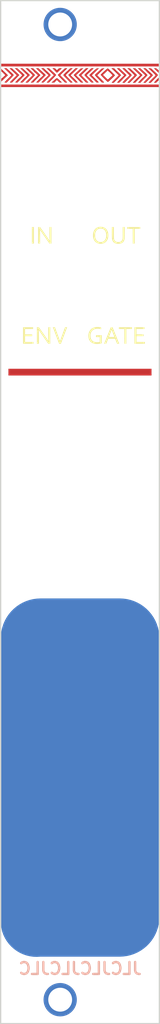
<source format=kicad_pcb>
(kicad_pcb (version 20171130) (host pcbnew "(5.0.0)")
  (layers (0 Top signal) (31 Bottom signal) (34 B.Paste user) (35 F.Paste user) (36 B.SilkS user) (37 F.SilkS user) (38 B.Mask user) (39 F.Mask user) (44 Edge.Cuts user))
  (net 0 "")
  (net 1 N$3)
  (module "" (layer Top) (at 143.7511 76.7536)
    (fp_text reference @HOLE0 hide)
    (fp_text value "" (at 0 0) (layer F.SilkS) (effects (font (size 1.27 1.27))))
    (pad "" np_thru_hole circle (at 0 0) (size 6.3 6.3) (drill 6.3) (layers *.Cu))
  )
  (module "" (layer Top) (at 153.2511 76.7536)
    (fp_text reference @HOLE1 hide)
    (fp_text value "" (at 0 0) (layer F.SilkS) (effects (font (size 1.27 1.27))))
    (pad "" np_thru_hole circle (at 0 0) (size 6.3 6.3) (drill 6.3) (layers *.Cu))
  )
  (module "" (layer Top) (at 143.7511 64.0536)
    (fp_text reference @HOLE2 hide)
    (fp_text value "" (at 0 0) (layer F.SilkS) (effects (font (size 1.27 1.27))))
    (pad "" np_thru_hole circle (at 0 0) (size 6.3 6.3) (drill 6.3) (layers *.Cu))
  )
  (module "" (layer Top) (at 153.2511 64.0536)
    (fp_text reference @HOLE3 hide)
    (fp_text value "" (at 0 0) (layer F.SilkS) (effects (font (size 1.27 1.27))))
    (pad "" np_thru_hole circle (at 0 0) (size 6.3 6.3) (drill 6.3) (layers *.Cu))
  )
  (module "" (layer Top) (at 148.5011 98.1536)
    (fp_text reference @HOLE4 hide)
    (fp_text value "" (at 0 0) (layer F.SilkS) (effects (font (size 1.27 1.27))))
    (pad "" np_thru_hole circle (at 0 0) (size 7.5 7.5) (drill 7.5) (layers *.Cu))
  )
  (module panel:top_cu (layer Top) (at 148.48332 104.9528)
    (fp_text reference G*** hide)
    (fp_text value LOGO hide)
    (fp_poly (pts (xy 10.017618 -55.935936) (xy -9.992192 -55.935936) (xy -9.992192 -56.266466) (xy 10.017618 -56.266466) (xy 10.017618 -55.935936)) (layer Top) (width 0.01))
    (fp_poly (pts (xy -3.219336 -55.705438) (xy -3.163045 -55.695139) (xy -3.115027 -55.668277) (xy -3.057851 -55.616914) (xy -3.01972 -55.578899) (xy -2.892184 -55.450691) (xy -2.825421 -55.515087) (xy -2.73691 -55.59943) (xy -2.672802 -55.654555) (xy -2.621022 -55.686676) (xy -2.569499 -55.702004) (xy -2.506159 -55.706752) (xy -2.452243 -55.707107) (xy -2.368444 -55.705374) (xy -2.309346 -55.700842) (xy -2.288288 -55.694852) (xy -2.305544 -55.672951) (xy -2.351257 -55.626) (xy -2.41634 -55.563245) (xy -2.431907 -55.548656) (xy -2.529065 -55.457931) (xy -2.636985 -55.356988) (xy -2.717847 -55.281231) (xy -2.790808 -55.217505) (xy -2.853651 -55.171) (xy -2.894485 -55.150356) (xy -2.898403 -55.150041) (xy -2.935921 -55.169317) (xy -2.990278 -55.216158) (xy -3.025625 -55.253425) (xy -3.084493 -55.318414) (xy -3.164842 -55.404666) (xy -3.252579 -55.497108) (xy -3.285009 -55.530811) (xy -3.455404 -55.707107) (xy -3.30133 -55.707107) (xy -3.219336 -55.705438)) (layer Top) (width 0.01))
    (fp_poly (pts (xy 9.543157 -55.704295) (xy 9.596123 -55.692302) (xy 9.650315 -55.665789) (xy 9.71435 -55.619419) (xy 9.796848 -55.547854) (xy 9.906425 -55.445757) (xy 9.90956 -55.442792) (xy 9.971888 -55.379386) (xy 10.004267 -55.328341) (xy 10.016247 -55.269992) (xy 10.017618 -55.220231) (xy 10.013932 -55.147142) (xy 10.004577 -55.09836) (xy 9.998549 -55.088585) (xy 9.974869 -55.101557) (xy 9.921234 -55.1446) (xy 9.844001 -55.212187) (xy 9.749529 -55.29879) (xy 9.668018 -55.375932) (xy 9.565448 -55.475198) (xy 9.477097 -55.562442) (xy 9.408982 -55.631581) (xy 9.367118 -55.676532) (xy 9.356557 -55.69085) (xy 9.379427 -55.700154) (xy 9.437861 -55.706037) (xy 9.482799 -55.707107) (xy 9.543157 -55.704295)) (layer Top) (width 0.01))
    (fp_poly (pts (xy -9.908301 -55.613094) (xy -9.850921 -55.56532) (xy -9.768425 -55.491945) (xy -9.666391 -55.397986) (xy -9.550399 -55.288459) (xy -9.484644 -55.225304) (xy -9.066086 -54.82094) (xy -9.227612 -54.672883) (xy -9.32729 -54.580582) (xy -9.435919 -54.478557) (xy -9.530659 -54.388266) (xy -9.534061 -54.384985) (xy -9.674128 -54.251044) (xy -9.787906 -54.144794) (xy -9.872571 -54.068812) (xy -9.925301 -54.025674) (xy -9.934985 -54.019218) (xy -9.952881 -54.021413) (xy -9.962925 -54.058785) (xy -9.966645 -54.138272) (xy -9.966766 -54.163388) (xy -9.966766 -54.326174) (xy -9.833283 -54.435791) (xy -9.753489 -54.502311) (xy -9.680247 -54.56504) (xy -9.636236 -54.604202) (xy -9.575048 -54.660755) (xy -9.504371 -54.726023) (xy -9.49004 -54.739249) (xy -9.439786 -54.79) (xy -9.410484 -54.828058) (xy -9.407407 -54.836588) (xy -9.424923 -54.860561) (xy -9.473194 -54.912657) (xy -9.545806 -54.986297) (xy -9.636346 -55.074903) (xy -9.687087 -55.123476) (xy -9.793929 -55.225418) (xy -9.869368 -55.299892) (xy -9.918869 -55.354449) (xy -9.947896 -55.396644) (xy -9.961914 -55.43403) (xy -9.966388 -55.47416) (xy -9.966766 -55.510055) (xy -9.960346 -55.593669) (xy -9.941237 -55.629032) (xy -9.934985 -55.630249) (xy -9.908301 -55.613094)) (layer Top) (width 0.01))
    (fp_poly (pts (xy 3.54294 -55.664786) (xy 3.603316 -55.619824) (xy 3.681441 -55.55368) (xy 3.751056 -55.489921) (xy 3.908585 -55.339741) (xy 4.052217 -55.200719) (xy 4.178008 -55.076825) (xy 4.282014 -54.972025) (xy 4.360293 -54.890291) (xy 4.4089 -54.83559) (xy 4.424024 -54.81259) (xy 4.406478 -54.788505) (xy 4.358061 -54.735957) (xy 4.28511 -54.661144) (xy 4.193962 -54.570267) (xy 4.09095 -54.469526) (xy 3.982413 -54.365119) (xy 3.874684 -54.263247) (xy 3.7741 -54.17011) (xy 3.692195 -54.096476) (xy 3.620314 -54.037435) (xy 3.559467 -53.995036) (xy 3.522494 -53.978195) (xy 3.52186 -53.978178) (xy 3.494591 -53.995576) (xy 3.437215 -54.04445) (xy 3.355078 -54.119819) (xy 3.253523 -54.216702) (xy 3.137894 -54.330119) (xy 3.052338 -54.415775) (xy 2.931702 -54.538483) (xy 2.823978 -54.649851) (xy 2.734078 -54.744653) (xy 2.666915 -54.817664) (xy 2.6274 -54.863659) (xy 2.618819 -54.876994) (xy 2.621012 -54.880492) (xy 2.917912 -54.880492) (xy 2.92789 -54.852942) (xy 2.96468 -54.807787) (xy 3.032833 -54.738965) (xy 3.087736 -54.686559) (xy 3.183424 -54.595178) (xy 3.277714 -54.503357) (xy 3.356643 -54.424768) (xy 3.38921 -54.391341) (xy 3.458849 -54.323032) (xy 3.50754 -54.291068) (xy 3.54605 -54.292045) (xy 3.585144 -54.322555) (xy 3.59014 -54.327778) (xy 3.671347 -54.408037) (xy 3.7887 -54.51511) (xy 3.937853 -54.645046) (xy 3.96001 -54.663972) (xy 4.033416 -54.728876) (xy 4.088865 -54.782355) (xy 4.117123 -54.815344) (xy 4.118919 -54.819954) (xy 4.101852 -54.844445) (xy 4.056382 -54.895246) (xy 3.991103 -54.963782) (xy 3.914612 -55.041479) (xy 3.835502 -55.119762) (xy 3.762371 -55.190056) (xy 3.703812 -55.243788) (xy 3.668421 -55.272383) (xy 3.662894 -55.274875) (xy 3.637907 -55.292255) (xy 3.594162 -55.335812) (xy 3.576517 -55.355381) (xy 3.505873 -55.435888) (xy 3.411946 -55.344078) (xy 3.250827 -55.187674) (xy 3.120304 -55.063299) (xy 3.02167 -54.972152) (xy 2.956214 -54.915434) (xy 2.930199 -54.896499) (xy 2.917912 -54.880492) (xy 2.621012 -54.880492) (xy 2.637925 -54.907461) (xy 2.693957 -54.968832) (xy 2.784987 -55.059203) (xy 2.909085 -55.176675) (xy 3.064323 -55.319345) (xy 3.104632 -55.355888) (xy 3.231457 -55.470172) (xy 3.326431 -55.554431) (xy 3.395086 -55.613111) (xy 3.442954 -55.650657) (xy 3.475568 -55.671516) (xy 3.498461 -55.680134) (xy 3.509514 -55.681276) (xy 3.54294 -55.664786)) (layer Top) (width 0.01))
    (fp_poly (pts (xy 2.634744 -55.263308) (xy 2.180299 -54.819466) (xy 2.586209 -54.417891) (xy 2.705656 -54.298539) (xy 2.813951 -54.188096) (xy 2.9054 -54.092548) (xy 2.974311 -54.017881) (xy 3.014994 -53.97008) (xy 3.02248 -53.959109) (xy 3.037396 -53.926007) (xy 3.029968 -53.909192) (xy 2.990394 -53.903405) (xy 2.918462 -53.903283) (xy 2.784084 -53.904664) (xy 2.332472 -54.362031) (xy 2.189466 -54.506688) (xy 2.079073 -54.619911) (xy 1.998843 -54.707095) (xy 1.946325 -54.773636) (xy 1.919069 -54.824927) (xy 1.914622 -54.866363) (xy 1.930536 -54.90334) (xy 1.964358 -54.941251) (xy 2.013637 -54.985491) (xy 2.039057 -55.007881) (xy 2.157277 -55.113577) (xy 2.280058 -55.224312) (xy 2.399929 -55.333253) (xy 2.509419 -55.433563) (xy 2.601059 -55.518407) (xy 2.667377 -55.580952) (xy 2.694465 -55.60753) (xy 2.745028 -55.647716) (xy 2.810557 -55.672677) (xy 2.907861 -55.688469) (xy 2.923924 -55.690185) (xy 3.08919 -55.707151) (xy 2.634744 -55.263308)) (layer Top) (width 0.01))
    (fp_poly (pts (xy 1.951111 -55.263301) (xy 1.499518 -54.820313) (xy 1.649503 -54.672569) (xy 1.744317 -54.579424) (xy 1.853276 -54.472759) (xy 1.954023 -54.374458) (xy 1.961255 -54.367419) (xy 2.1157 -54.215185) (xy 2.232462 -54.095664) (xy 2.312188 -54.008153) (xy 2.355527 -53.951951) (xy 2.364565 -53.930587) (xy 2.34061 -53.91281) (xy 2.273409 -53.904274) (xy 2.231081 -53.903818) (xy 2.170553 -53.905874) (xy 2.124535 -53.914453) (xy 2.082288 -53.936246) (xy 2.033074 -53.977944) (xy 1.966155 -54.046236) (xy 1.914812 -54.100865) (xy 1.825021 -54.196717) (xy 1.735659 -54.292104) (xy 1.660305 -54.372533) (xy 1.63077 -54.404054) (xy 1.57369 -54.46222) (xy 1.530264 -54.501448) (xy 1.513246 -54.512112) (xy 1.490561 -54.528955) (xy 1.443303 -54.572625) (xy 1.381661 -54.632834) (xy 1.315822 -54.699296) (xy 1.255973 -54.761722) (xy 1.212304 -54.809827) (xy 1.195002 -54.833321) (xy 1.194995 -54.833467) (xy 1.21319 -54.857435) (xy 1.264815 -54.91104) (xy 1.345428 -54.989982) (xy 1.450589 -55.089961) (xy 1.575857 -55.206678) (xy 1.666611 -55.290079) (xy 1.801948 -55.41372) (xy 1.905941 -55.507552) (xy 1.984925 -55.575917) (xy 2.045231 -55.623158) (xy 2.093193 -55.653616) (xy 2.135143 -55.671635) (xy 2.177413 -55.681556) (xy 2.226338 -55.687722) (xy 2.25015 -55.690211) (xy 2.402703 -55.70629) (xy 1.951111 -55.263301)) (layer Top) (width 0.01))
    (fp_poly (pts (xy 1.58705 -55.707107) (xy 1.664287 -55.705572) (xy 1.715818 -55.701607) (xy 1.728929 -55.697647) (xy 1.711887 -55.676312) (xy 1.665884 -55.627342) (xy 1.598608 -55.558351) (xy 1.517746 -55.476956) (xy 1.430983 -55.390775) (xy 1.346007 -55.307424) (xy 1.270505 -55.234519) (xy 1.212163 -55.179678) (xy 1.178669 -55.150516) (xy 1.17397 -55.147748) (xy 1.150593 -55.130585) (xy 1.10309 -55.085535) (xy 1.041632 -55.022257) (xy 1.040095 -55.020621) (xy 0.976237 -54.956695) (xy 0.923301 -54.911042) (xy 0.892693 -54.893494) (xy 0.892603 -54.893494) (xy 0.864682 -54.877425) (xy 0.87186 -54.833123) (xy 0.911504 -54.766448) (xy 0.980983 -54.683256) (xy 0.992561 -54.671021) (xy 1.056691 -54.606005) (xy 1.106906 -54.558504) (xy 1.133357 -54.537785) (xy 1.134437 -54.537538) (xy 1.157663 -54.520483) (xy 1.207488 -54.474941) (xy 1.275542 -54.409346) (xy 1.353459 -54.332131) (xy 1.432869 -54.251729) (xy 1.505404 -54.176575) (xy 1.562695 -54.115102) (xy 1.596374 -54.075743) (xy 1.601802 -54.066532) (xy 1.619769 -54.040257) (xy 1.663218 -54.000761) (xy 1.665366 -53.999061) (xy 1.715415 -53.952188) (xy 1.721212 -53.9223) (xy 1.680805 -53.906709) (xy 1.595446 -53.902705) (xy 1.500246 -53.909919) (xy 1.433108 -53.934578) (xy 1.392042 -53.965049) (xy 1.346182 -54.00926) (xy 1.322863 -54.039264) (xy 1.322122 -54.042178) (xy 1.304978 -54.064021) (xy 1.257047 -54.116242) (xy 1.183585 -54.193349) (xy 1.089845 -54.289848) (xy 0.981084 -54.400245) (xy 0.942247 -54.439336) (xy 0.804446 -54.58013) (xy 0.697348 -54.69467) (xy 0.622803 -54.780846) (xy 0.58266 -54.836547) (xy 0.576271 -54.857129) (xy 0.598166 -54.888152) (xy 0.644506 -54.941591) (xy 0.704983 -55.006753) (xy 0.769289 -55.072945) (xy 0.827115 -55.129473) (xy 0.868152 -55.165644) (xy 0.880937 -55.173173) (xy 0.903206 -55.189589) (xy 0.951148 -55.232655) (xy 1.014443 -55.293097) (xy 1.015308 -55.293944) (xy 1.149352 -55.425069) (xy 1.252667 -55.525062) (xy 1.331083 -55.598136) (xy 1.390428 -55.648503) (xy 1.436534 -55.680377) (xy 1.475229 -55.69797) (xy 1.512344 -55.705496) (xy 1.553708 -55.707166) (xy 1.58705 -55.707107)) (layer Top) (width 0.01))
    (fp_poly (pts (xy 0.783181 -55.420725) (xy 0.669398 -55.308449) (xy 0.553195 -55.195699) (xy 0.445935 -55.09338) (xy 0.358986 -55.012397) (xy 0.334906 -54.990621) (xy 0.257316 -54.920251) (xy 0.2123 -54.873905) (xy 0.194189 -54.84209) (xy 0.197318 -54.815314) (xy 0.213682 -54.787564) (xy 0.245939 -54.749437) (xy 0.307813 -54.684724) (xy 0.391513 -54.601283) (xy 0.489249 -54.506971) (xy 0.531273 -54.467262) (xy 0.643115 -54.360233) (xy 0.754159 -54.250454) (xy 0.853025 -54.1494) (xy 0.928331 -54.068547) (xy 0.941049 -54.054099) (xy 1.0729 -53.901902) (xy 0.922416 -53.901902) (xy 0.833425 -53.904817) (xy 0.777322 -53.917518) (xy 0.736288 -53.945939) (xy 0.712495 -53.971822) (xy 0.677395 -54.0103) (xy 0.612695 -54.078545) (xy 0.524551 -54.17017) (xy 0.419121 -54.278786) (xy 0.302562 -54.398005) (xy 0.257278 -54.444104) (xy -0.138501 -54.846465) (xy 0.039361 -55.016176) (xy 0.126175 -55.098592) (xy 0.236972 -55.203164) (xy 0.358501 -55.317416) (xy 0.47751 -55.428871) (xy 0.49635 -55.446467) (xy 0.775476 -55.707048) (xy 0.923021 -55.707077) (xy 1.070565 -55.707107) (xy 0.783181 -55.420725)) (layer Top) (width 0.01))
    (fp_poly (pts (xy 0.139612 -55.419684) (xy 0.025335 -55.306275) (xy -0.092838 -55.191345) (xy -0.203007 -55.086317) (xy -0.293274 -55.002619) (xy -0.315702 -54.982483) (xy -0.487611 -54.82993) (xy -0.350889 -54.683734) (xy -0.284733 -54.614979) (xy -0.231757 -54.563596) (xy -0.201364 -54.538606) (xy -0.198469 -54.537538) (xy -0.174704 -54.520294) (xy -0.123655 -54.473665) (xy -0.052879 -54.405308) (xy 0.030068 -54.322878) (xy 0.117628 -54.23403) (xy 0.202245 -54.146419) (xy 0.276363 -54.067702) (xy 0.332424 -54.005533) (xy 0.359947 -53.971822) (xy 0.41027 -53.901902) (xy 0.13984 -53.903304) (xy -0.311461 -54.356736) (xy -0.434806 -54.481621) (xy -0.545298 -54.595328) (xy -0.638106 -54.692735) (xy -0.708398 -54.768719) (xy -0.751342 -54.818158) (xy -0.762762 -54.835228) (xy -0.757606 -54.855157) (xy -0.739002 -54.883192) (xy -0.702246 -54.92411) (xy -0.642635 -54.982687) (xy -0.555465 -55.063701) (xy -0.436032 -55.171927) (xy -0.394094 -55.20962) (xy -0.284445 -55.308895) (xy -0.178828 -55.406025) (xy -0.087658 -55.491333) (xy -0.02135 -55.555141) (xy -0.009252 -55.567233) (xy 0.054115 -55.626938) (xy 0.108815 -55.661115) (xy 0.175589 -55.679169) (xy 0.259463 -55.68906) (xy 0.423016 -55.704333) (xy 0.139612 -55.419684)) (layer Top) (width 0.01))
    (fp_poly (pts (xy -0.608867 -55.357508) (xy -0.726624 -55.242562) (xy -0.839034 -55.133753) (xy -0.93837 -55.03849) (xy -1.016906 -54.964183) (xy -1.066662 -54.918466) (xy -1.167863 -54.829024) (xy -1.027815 -54.683281) (xy -0.960677 -54.615081) (xy -0.907293 -54.563958) (xy -0.876993 -54.538754) (xy -0.874054 -54.537538) (xy -0.850857 -54.520482) (xy -0.80106 -54.474939) (xy -0.733032 -54.409343) (xy -0.655138 -54.332126) (xy -0.575746 -54.251724) (xy -0.503221 -54.17657) (xy -0.445932 -54.115099) (xy -0.412244 -54.075744) (xy -0.406806 -54.066532) (xy -0.38884 -54.040257) (xy -0.345391 -54.000761) (xy -0.343243 -53.999061) (xy -0.293096 -53.95209) (xy -0.287371 -53.9224) (xy -0.3279 -53.907521) (xy -0.413163 -53.904905) (xy -0.546646 -53.907907) (xy -0.997948 -54.360673) (xy -1.121535 -54.486148) (xy -1.232206 -54.601361) (xy -1.3251 -54.701017) (xy -1.395356 -54.779821) (xy -1.438112 -54.832479) (xy -1.449249 -54.852203) (xy -1.429486 -54.897896) (xy -1.413184 -54.911299) (xy -1.376043 -54.939313) (xy -1.306852 -54.998507) (xy -1.210163 -55.084761) (xy -1.090524 -55.193953) (xy -0.952489 -55.321962) (xy -0.800607 -55.464667) (xy -0.767033 -55.496443) (xy -0.546646 -55.705298) (xy -0.399459 -55.706203) (xy -0.252272 -55.707107) (xy -0.608867 -55.357508)) (layer Top) (width 0.01))
    (fp_poly (pts (xy -1.253492 -55.37022) (xy -1.369266 -55.258099) (xy -1.47873 -55.152431) (xy -1.574203 -55.060604) (xy -1.648003 -54.990008) (xy -1.690279 -54.950047) (xy -1.743209 -54.89365) (xy -1.775325 -54.845658) (xy -1.779779 -54.830123) (xy -1.762477 -54.802206) (xy -1.714018 -54.744352) (xy -1.639576 -54.662205) (xy -1.544323 -54.561408) (xy -1.433434 -54.447604) (xy -1.378346 -54.392189) (xy -1.231865 -54.245904) (xy -1.118273 -54.131922) (xy -1.034859 -54.046232) (xy -0.978914 -53.984823) (xy -0.947729 -53.943685) (xy -0.938594 -53.918808) (xy -0.9488 -53.906181) (xy -0.975637 -53.901793) (xy -1.016396 -53.901635) (xy -1.047102 -53.901902) (xy -1.185115 -53.901902) (xy -1.387102 -54.109144) (xy -1.488435 -54.21229) (xy -1.609987 -54.334772) (xy -1.735617 -54.46038) (xy -1.836987 -54.560887) (xy -1.927676 -54.652826) (xy -2.003482 -54.734423) (xy -2.057696 -54.798095) (xy -2.08361 -54.836258) (xy -2.084885 -54.841142) (xy -2.067903 -54.868064) (xy -2.022685 -54.921177) (xy -1.957817 -54.991713) (xy -1.881887 -55.070906) (xy -1.803484 -55.149988) (xy -1.731195 -55.220193) (xy -1.673608 -55.272754) (xy -1.639311 -55.298905) (xy -1.635099 -55.3003) (xy -1.613411 -55.316723) (xy -1.565962 -55.359804) (xy -1.502969 -55.420264) (xy -1.502147 -55.421071) (xy -1.392731 -55.527862) (xy -1.311398 -55.604092) (xy -1.250028 -55.654912) (xy -1.200505 -55.685473) (xy -1.154708 -55.700926) (xy -1.10452 -55.70642) (xy -1.051287 -55.707107) (xy -0.906205 -55.707107) (xy -1.253492 -55.37022)) (layer Top) (width 0.01))
    (fp_poly (pts (xy -1.660299 -55.705814) (xy -1.623056 -55.699267) (xy -1.618233 -55.683469) (xy -1.632142 -55.660626) (xy -1.659946 -55.62987) (xy -1.718894 -55.570169) (xy -1.803035 -55.487362) (xy -1.906418 -55.387284) (xy -2.02309 -55.275774) (xy -2.065815 -55.235265) (xy -2.183272 -55.123223) (xy -2.287118 -55.022419) (xy -2.371996 -54.938197) (xy -2.43255 -54.8759) (xy -2.463425 -54.840874) (xy -2.466266 -54.835728) (xy -2.451958 -54.800245) (xy -2.406353 -54.744106) (xy -2.325428 -54.662505) (xy -2.304831 -54.642877) (xy -2.207091 -54.548932) (xy -2.099884 -54.443487) (xy -1.989895 -54.33339) (xy -1.883807 -54.22549) (xy -1.788307 -54.126634) (xy -1.71008 -54.043672) (xy -1.655811 -53.983451) (xy -1.633368 -53.955021) (xy -1.617879 -53.924259) (xy -1.625946 -53.908634) (xy -1.66715 -53.90325) (xy -1.73507 -53.903066) (xy -1.868768 -53.904231) (xy -2.32007 -54.362146) (xy -2.443208 -54.488269) (xy -2.553548 -54.603544) (xy -2.646281 -54.702767) (xy -2.716603 -54.780728) (xy -2.759707 -54.832222) (xy -2.771371 -54.85105) (xy -2.76214 -54.870238) (xy -2.732485 -54.905697) (xy -2.679461 -54.960263) (xy -2.600121 -55.036773) (xy -2.491522 -55.138063) (xy -2.350718 -55.266967) (xy -2.174764 -55.426323) (xy -2.162231 -55.43763) (xy -2.078696 -55.513802) (xy -2.002981 -55.584279) (xy -1.948169 -55.636842) (xy -1.937659 -55.64739) (xy -1.890717 -55.684268) (xy -1.831348 -55.702287) (xy -1.740747 -55.707106) (xy -1.739171 -55.707107) (xy -1.660299 -55.705814)) (layer Top) (width 0.01))
    (fp_poly (pts (xy -2.866974 -54.451387) (xy -2.832339 -54.430355) (xy -2.771247 -54.382342) (xy -2.691859 -54.31484) (xy -2.602335 -54.23534) (xy -2.510835 -54.151334) (xy -2.42552 -54.070313) (xy -2.35455 -53.999768) (xy -2.306086 -53.947191) (xy -2.288288 -53.920152) (xy -2.31127 -53.910103) (xy -2.370487 -53.903474) (xy -2.426424 -53.901902) (xy -2.492858 -53.903359) (xy -2.542469 -53.912302) (xy -2.58797 -53.935587) (xy -2.642077 -53.980071) (xy -2.717503 -54.052612) (xy -2.7316 -54.066493) (xy -2.89864 -54.231085) (xy -3.06162 -54.066493) (xy -3.224599 -53.901902) (xy -3.568555 -53.901902) (xy -3.432432 -54.029029) (xy -3.364846 -54.09073) (xy -3.312455 -54.135918) (xy -3.285419 -54.15587) (xy -3.284307 -54.156156) (xy -3.261154 -54.172775) (xy -3.215791 -54.215032) (xy -3.187229 -54.243755) (xy -3.064933 -54.359001) (xy -2.965813 -54.429019) (xy -2.889842 -54.453827) (xy -2.866974 -54.451387)) (layer Top) (width 0.01))
    (fp_poly (pts (xy -3.964133 -55.705191) (xy -3.906254 -55.694108) (xy -3.8561 -55.665858) (xy -3.795084 -55.612442) (xy -3.767739 -55.586336) (xy -3.689468 -55.512736) (xy -3.590394 -55.421781) (xy -3.488055 -55.329521) (xy -3.455173 -55.3003) (xy -3.302162 -55.163937) (xy -3.184677 -55.05673) (xy -3.099229 -54.975224) (xy -3.042328 -54.915963) (xy -3.010486 -54.875492) (xy -3.000212 -54.850353) (xy -3.0002 -54.849686) (xy -3.017444 -54.822308) (xy -3.065952 -54.764389) (xy -3.140892 -54.6812) (xy -3.237431 -54.578013) (xy -3.350733 -54.460102) (xy -3.451323 -54.357578) (xy -3.902446 -53.901902) (xy -4.173232 -53.901902) (xy -4.121248 -53.971822) (xy -4.075842 -54.025986) (xy -4.000862 -54.107684) (xy -3.903621 -54.209446) (xy -3.791431 -54.323801) (xy -3.671605 -54.443279) (xy -3.551453 -54.560409) (xy -3.459748 -54.64765) (xy -3.274739 -54.821327) (xy -3.645453 -55.181584) (xy -3.764819 -55.297176) (xy -3.877976 -55.406011) (xy -3.977562 -55.501064) (xy -4.056215 -55.575309) (xy -4.10657 -55.621722) (xy -4.109667 -55.624474) (xy -4.203165 -55.707107) (xy -4.048322 -55.707107) (xy -3.964133 -55.705191)) (layer Top) (width 0.01))
    (fp_poly (pts (xy -4.714898 -55.706432) (xy -4.563864 -55.705756) (xy -4.350439 -55.503028) (xy -4.265017 -55.423133) (xy -4.192961 -55.358071) (xy -4.142173 -55.314824) (xy -4.120915 -55.3003) (xy -4.094849 -55.283345) (xy -4.050933 -55.241458) (xy -4.040547 -55.23038) (xy -3.989604 -55.178074) (xy -3.91634 -55.106558) (xy -3.836094 -55.030791) (xy -3.831482 -55.02652) (xy -3.760059 -54.954206) (xy -3.708884 -54.890196) (xy -3.686932 -54.845888) (xy -3.686686 -54.842643) (xy -3.704228 -54.8051) (xy -3.749944 -54.745358) (xy -3.813471 -54.674397) (xy -3.884445 -54.603193) (xy -3.952502 -54.542723) (xy -4.005499 -54.504947) (xy -4.038056 -54.474116) (xy -4.042642 -54.459915) (xy -4.059809 -54.434368) (xy -4.107073 -54.380246) (xy -4.178082 -54.304428) (xy -4.266481 -54.213794) (xy -4.311474 -54.168786) (xy -4.415415 -54.066028) (xy -4.491202 -53.993751) (xy -4.546753 -53.94659) (xy -4.589985 -53.919184) (xy -4.628817 -53.90617) (xy -4.671166 -53.902188) (xy -4.705568 -53.901902) (xy -4.777473 -53.906513) (xy -4.822777 -53.918284) (xy -4.830831 -53.92718) (xy -4.814056 -53.956826) (xy -4.770135 -54.009971) (xy -4.710266 -54.073376) (xy -4.63221 -54.153909) (xy -4.55546 -54.236699) (xy -4.510242 -54.288) (xy -4.452933 -54.348751) (xy -4.371225 -54.426962) (xy -4.280335 -54.50821) (xy -4.255782 -54.529145) (xy -4.176863 -54.597278) (xy -4.114 -54.654634) (xy -4.076684 -54.692417) (xy -4.070773 -54.700648) (xy -4.046325 -54.733786) (xy -4.002165 -54.77902) (xy -3.943565 -54.833329) (xy -4.101162 -54.977422) (xy -4.175908 -55.046738) (xy -4.276206 -55.141123) (xy -4.391129 -55.250226) (xy -4.509745 -55.363691) (xy -4.562345 -55.414312) (xy -4.865932 -55.707107) (xy -4.714898 -55.706432)) (layer Top) (width 0.01))
    (fp_poly (pts (xy -5.015169 -55.51006) (xy -4.909984 -55.414428) (xy -4.802042 -55.314882) (xy -4.706679 -55.225631) (xy -4.658355 -55.17953) (xy -4.590211 -55.115556) (xy -4.536206 -55.068313) (xy -4.506455 -55.046574) (xy -4.504512 -55.046046) (xy -4.48039 -55.028557) (xy -4.434682 -54.983459) (xy -4.394816 -54.940081) (xy -4.300807 -54.834117) (xy -4.68659 -54.446585) (xy -4.805445 -54.326787) (xy -4.916202 -54.2144) (xy -5.012336 -54.116102) (xy -5.087325 -54.038572) (xy -5.134644 -53.988488) (xy -5.141883 -53.980478) (xy -5.188855 -53.934181) (xy -5.236622 -53.910697) (xy -5.305215 -53.902555) (xy -5.352538 -53.901902) (xy -5.432039 -53.903538) (xy -5.470499 -53.910919) (xy -5.477688 -53.927752) (xy -5.469749 -53.946396) (xy -5.444941 -53.978485) (xy -5.393221 -54.036639) (xy -5.321982 -54.113263) (xy -5.238615 -54.200762) (xy -5.150513 -54.29154) (xy -5.065069 -54.378004) (xy -4.989674 -54.452558) (xy -4.931721 -54.507607) (xy -4.898603 -54.535556) (xy -4.894383 -54.537538) (xy -4.870862 -54.554475) (xy -4.821737 -54.59943) (xy -4.756493 -54.663615) (xy -4.738228 -54.682198) (xy -4.596995 -54.826857) (xy -4.770246 -54.980946) (xy -4.85194 -55.055353) (xy -4.957905 -55.154401) (xy -5.076321 -55.266912) (xy -5.195365 -55.38171) (xy -5.235717 -55.421071) (xy -5.527938 -55.707107) (xy -5.233826 -55.707107) (xy -5.015169 -55.51006)) (layer Top) (width 0.01))
    (fp_poly (pts (xy -5.942475 -55.698453) (xy -5.860816 -55.673213) (xy -5.824198 -55.632473) (xy -5.822422 -55.618937) (xy -5.801328 -55.582987) (xy -5.773846 -55.567989) (xy -5.724334 -55.535921) (xy -5.684271 -55.49) (xy -5.648306 -55.445108) (xy -5.621802 -55.427427) (xy -5.595109 -55.410885) (xy -5.539436 -55.365798) (xy -5.462356 -55.298975) (xy -5.371438 -55.217228) (xy -5.274254 -55.127365) (xy -5.178373 -55.036197) (xy -5.091366 -54.950534) (xy -5.089045 -54.948195) (xy -4.978592 -54.836749) (xy -5.371401 -54.439245) (xy -5.49024 -54.318533) (xy -5.600213 -54.205978) (xy -5.695112 -54.108) (xy -5.768733 -54.031018) (xy -5.814868 -53.981452) (xy -5.823327 -53.971822) (xy -5.863777 -53.93148) (xy -5.909147 -53.910437) (xy -5.977351 -53.902681) (xy -6.031705 -53.901902) (xy -6.180966 -53.901902) (xy -6.11365 -53.990158) (xy -6.075002 -54.034491) (xy -6.006208 -54.107002) (xy -5.914001 -54.200856) (xy -5.805113 -54.309218) (xy -5.686276 -54.425255) (xy -5.661055 -54.449604) (xy -5.275775 -54.820794) (xy -5.450847 -54.984271) (xy -5.527868 -55.055056) (xy -5.590403 -55.110401) (xy -5.629668 -55.142641) (xy -5.638172 -55.147748) (xy -5.66583 -55.165343) (xy -5.712752 -55.209132) (xy -5.766413 -55.265625) (xy -5.814286 -55.321327) (xy -5.843843 -55.362747) (xy -5.847848 -55.373585) (xy -5.86287 -55.400664) (xy -5.869389 -55.402002) (xy -5.896373 -55.418449) (xy -5.949953 -55.46236) (xy -6.020422 -55.525592) (xy -6.051251 -55.554555) (xy -6.211572 -55.707107) (xy -6.066176 -55.707107) (xy -5.942475 -55.698453)) (layer Top) (width 0.01))
    (fp_poly (pts (xy -6.60063 -55.704373) (xy -6.545141 -55.691823) (xy -6.503833 -55.662941) (xy -6.474672 -55.630831) (xy -6.428631 -55.582038) (xy -6.394284 -55.555929) (xy -6.389085 -55.554555) (xy -6.359342 -55.537526) (xy -6.313194 -55.495483) (xy -6.302881 -55.484635) (xy -6.26187 -55.443174) (xy -6.191702 -55.375153) (xy -6.100629 -55.288455) (xy -5.996901 -55.190964) (xy -5.94126 -55.139139) (xy -5.812438 -55.016439) (xy -5.723433 -54.924461) (xy -5.673863 -54.862781) (xy -5.663348 -54.830976) (xy -5.66351 -54.830682) (xy -5.685961 -54.80395) (xy -5.738921 -54.746297) (xy -5.81729 -54.663105) (xy -5.915971 -54.559756) (xy -6.029865 -54.441632) (xy -6.119016 -54.349851) (xy -6.55545 -53.901902) (xy -6.842466 -53.901902) (xy -6.74033 -54.022673) (xy -6.688382 -54.07986) (xy -6.607654 -54.163562) (xy -6.506405 -54.26545) (xy -6.392893 -54.377199) (xy -6.293871 -54.472823) (xy -6.185621 -54.577399) (xy -6.091326 -54.670446) (xy -6.016725 -54.746143) (xy -5.967555 -54.798665) (xy -5.949553 -54.82219) (xy -5.949549 -54.822284) (xy -5.966257 -54.84601) (xy -6.009611 -54.894477) (xy -6.069452 -54.957393) (xy -6.135623 -55.024468) (xy -6.197969 -55.08541) (xy -6.246331 -55.129929) (xy -6.270552 -55.147734) (xy -6.270779 -55.147748) (xy -6.290594 -55.164763) (xy -6.339936 -55.211719) (xy -6.412495 -55.282484) (xy -6.50196 -55.370926) (xy -6.558629 -55.427427) (xy -6.838309 -55.707107) (xy -6.688582 -55.707107) (xy -6.60063 -55.704373)) (layer Top) (width 0.01))
    (fp_poly (pts (xy -7.304835 -55.705094) (xy -7.253689 -55.696434) (xy -7.206028 -55.67369) (xy -7.148807 -55.630351) (xy -7.068983 -55.559905) (xy -7.056024 -55.548198) (xy -6.961209 -55.461722) (xy -6.86518 -55.372883) (xy -6.785111 -55.297601) (xy -6.768007 -55.281231) (xy -6.707183 -55.224438) (xy -6.661756 -55.1853) (xy -6.643552 -55.173173) (xy -6.621405 -55.156388) (xy -6.572252 -55.111401) (xy -6.504744 -55.046264) (xy -6.46668 -55.008526) (xy -6.302033 -54.843879) (xy -6.68515 -54.461329) (xy -6.798413 -54.347576) (xy -6.898391 -54.245904) (xy -6.979832 -54.161761) (xy -7.037483 -54.100592) (xy -7.066089 -54.067845) (xy -7.068268 -54.064105) (xy -7.08516 -54.039282) (xy -7.12754 -53.994528) (xy -7.147233 -53.975666) (xy -7.204143 -53.930513) (xy -7.262914 -53.908493) (xy -7.345904 -53.902006) (xy -7.364244 -53.901902) (xy -7.442588 -53.903595) (xy -7.479938 -53.911227) (xy -7.486107 -53.928622) (xy -7.478358 -53.946396) (xy -7.45355 -53.978485) (xy -7.40183 -54.036639) (xy -7.330591 -54.113263) (xy -7.247224 -54.200762) (xy -7.159122 -54.29154) (xy -7.073678 -54.378004) (xy -6.998283 -54.452558) (xy -6.94033 -54.507607) (xy -6.907212 -54.535556) (xy -6.902992 -54.537538) (xy -6.879448 -54.554471) (xy -6.830353 -54.599387) (xy -6.765242 -54.66346) (xy -6.748009 -54.680997) (xy -6.671192 -54.768283) (xy -6.629611 -54.835276) (xy -6.624831 -54.878253) (xy -6.658418 -54.893493) (xy -6.658639 -54.893494) (xy -6.683011 -54.910547) (xy -6.73807 -54.958355) (xy -6.818369 -55.031887) (xy -6.918465 -55.126116) (xy -7.032913 -55.236011) (xy -7.098025 -55.299374) (xy -7.513213 -55.705254) (xy -7.372511 -55.706181) (xy -7.304835 -55.705094)) (layer Top) (width 0.01))
    (fp_poly (pts (xy -7.949331 -55.704253) (xy -7.88995 -55.690172) (xy -7.838256 -55.656586) (xy -7.789527 -55.611633) (xy -7.726988 -55.552983) (xy -7.639831 -55.47392) (xy -7.542082 -55.387086) (xy -7.487787 -55.339641) (xy -7.378418 -55.242643) (xy -7.260731 -55.134947) (xy -7.154386 -55.034643) (xy -7.119284 -55.000503) (xy -6.954184 -54.837882) (xy -7.011226 -54.791692) (xy -7.0527 -54.749658) (xy -7.068268 -54.718691) (xy -7.088124 -54.686475) (xy -7.116836 -54.665887) (xy -7.159858 -54.63555) (xy -7.215454 -54.587648) (xy -7.270053 -54.53512) (xy -7.310083 -54.49091) (xy -7.322522 -54.469737) (xy -7.339602 -54.448244) (xy -7.386721 -54.397506) (xy -7.457696 -54.323968) (xy -7.546345 -54.234074) (xy -7.601096 -54.1793) (xy -7.879669 -53.901902) (xy -8.005522 -53.901902) (xy -8.079946 -53.90408) (xy -8.114856 -53.913918) (xy -8.121515 -53.936373) (xy -8.118387 -53.951569) (xy -8.088123 -54.002162) (xy -8.044491 -54.041144) (xy -8.000291 -54.077301) (xy -7.983583 -54.103989) (xy -7.96628 -54.131168) (xy -7.920269 -54.183823) (xy -7.854399 -54.253147) (xy -7.77752 -54.330333) (xy -7.69848 -54.406573) (xy -7.626127 -54.473061) (xy -7.569312 -54.520989) (xy -7.551776 -54.533756) (xy -7.490658 -54.582618) (xy -7.428187 -54.644198) (xy -7.424649 -54.648162) (xy -7.367369 -54.712323) (xy -7.315116 -54.769753) (xy -7.312246 -54.772853) (xy -7.288963 -54.800906) (xy -7.284167 -54.825499) (xy -7.302961 -54.856998) (xy -7.350448 -54.905769) (xy -7.401235 -54.953624) (xy -7.466593 -55.015287) (xy -7.558945 -55.103104) (xy -7.668695 -55.207918) (xy -7.786247 -55.320569) (xy -7.863326 -55.394649) (xy -8.188013 -55.707107) (xy -8.037938 -55.707107) (xy -7.949331 -55.704253)) (layer Top) (width 0.01))
    (fp_poly (pts (xy -8.619907 -55.703354) (xy -8.561103 -55.686693) (xy -8.508971 -55.649019) (xy -8.483267 -55.624474) (xy -8.418372 -55.56302) (xy -8.334631 -55.487422) (xy -8.26573 -55.427427) (xy -8.194041 -55.36438) (xy -8.0983 -55.277549) (xy -7.991065 -55.178439) (xy -7.88597 -55.079575) (xy -7.64034 -54.846136) (xy -7.818165 -54.660055) (xy -7.90269 -54.572049) (xy -8.010443 -54.460507) (xy -8.129051 -54.338205) (xy -8.246143 -54.217917) (xy -8.275408 -54.187938) (xy -8.554826 -53.901902) (xy -8.689619 -53.901902) (xy -8.766775 -53.903279) (xy -8.802994 -53.910578) (xy -8.808177 -53.928553) (xy -8.796859 -53.953385) (xy -8.768659 -53.990014) (xy -8.709255 -54.055998) (xy -8.624257 -54.145608) (xy -8.519274 -54.25312) (xy -8.399916 -54.372809) (xy -8.271794 -54.498948) (xy -8.140518 -54.625811) (xy -8.102511 -54.66206) (xy -8.034388 -54.729097) (xy -7.983585 -54.783421) (xy -7.959114 -54.815274) (xy -7.958158 -54.818378) (xy -7.975244 -54.844936) (xy -8.019317 -54.893411) (xy -8.062059 -54.935398) (xy -8.119305 -54.989823) (xy -8.202741 -55.069743) (xy -8.302053 -55.165254) (xy -8.406927 -55.26645) (xy -8.428786 -55.287588) (xy -8.530417 -55.385475) (xy -8.625753 -55.476526) (xy -8.705557 -55.55197) (xy -8.760592 -55.603039) (xy -8.769829 -55.611353) (xy -8.818639 -55.657616) (xy -8.84595 -55.689106) (xy -8.848048 -55.693986) (xy -8.825039 -55.701155) (xy -8.765656 -55.705921) (xy -8.70736 -55.707107) (xy -8.619907 -55.703354)) (layer Top) (width 0.01))
    (fp_poly (pts (xy -9.042811 -55.523115) (xy -8.947855 -55.437754) (xy -8.858449 -55.355361) (xy -8.786927 -55.287401) (xy -8.75563 -55.256148) (xy -8.70461 -55.20632) (xy -8.668208 -55.176721) (xy -8.660284 -55.173173) (xy -8.633148 -55.155763) (xy -8.582808 -55.110589) (xy -8.519456 -55.048241) (xy -8.453282 -54.979304) (xy -8.394476 -54.914366) (xy -8.353228 -54.864014) (xy -8.339539 -54.839929) (xy -8.356897 -54.809484) (xy -8.402415 -54.756644) (xy -8.466264 -54.692816) (xy -8.466666 -54.692438) (xy -8.530273 -54.630681) (xy -8.575867 -54.582522) (xy -8.593784 -54.558183) (xy -8.593793 -54.557986) (xy -8.610858 -54.535958) (xy -8.658227 -54.484101) (xy -8.730162 -54.408458) (xy -8.820926 -54.315071) (xy -8.912431 -54.222395) (xy -9.231069 -53.901902) (xy -9.357376 -53.901902) (xy -9.43742 -53.906154) (xy -9.476217 -53.920702) (xy -9.483683 -53.939454) (xy -9.464153 -53.979269) (xy -9.42012 -54.018654) (xy -9.374744 -54.055478) (xy -9.356556 -54.08383) (xy -9.33911 -54.109553) (xy -9.291624 -54.162131) (xy -9.221376 -54.233876) (xy -9.136703 -54.316091) (xy -9.03105 -54.417048) (xy -8.920971 -54.523304) (xy -8.821878 -54.619936) (xy -8.767955 -54.673207) (xy -8.619059 -54.82159) (xy -8.968739 -55.157666) (xy -9.087414 -55.271515) (xy -9.201899 -55.380965) (xy -9.303858 -55.478075) (xy -9.384957 -55.554904) (xy -9.432833 -55.599789) (xy -9.547247 -55.705836) (xy -9.398767 -55.706471) (xy -9.250287 -55.707107) (xy -9.042811 -55.523115)) (layer Top) (width 0.01))
    (fp_poly (pts (xy 10.00896 -54.516542) (xy 10.016444 -54.452528) (xy 10.017618 -54.410923) (xy 10.016089 -54.355901) (xy 10.007375 -54.311785) (xy 9.985282 -54.268535) (xy 9.943616 -54.216108) (xy 9.876184 -54.144465) (xy 9.814671 -54.081893) (xy 9.726144 -53.993144) (xy 9.663161 -53.934531) (xy 9.61574 -53.899806) (xy 9.5739 -53.882722) (xy 9.527662 -53.877029) (xy 9.486521 -53.876477) (xy 9.412458 -53.878516) (xy 9.377834 -53.888202) (xy 9.371287 -53.910882) (xy 9.375044 -53.928965) (xy 9.406068 -53.982046) (xy 9.448939 -54.020878) (xy 9.492849 -54.057387) (xy 9.509109 -54.084632) (xy 9.526344 -54.112383) (xy 9.572446 -54.164539) (xy 9.639011 -54.233125) (xy 9.717633 -54.310168) (xy 9.79991 -54.387694) (xy 9.877437 -54.457731) (xy 9.941809 -54.512304) (xy 9.984622 -54.54344) (xy 9.996852 -54.547371) (xy 10.00896 -54.516542)) (layer Top) (width 0.01))
    (fp_poly (pts (xy 8.804122 -55.702876) (xy 8.905421 -55.692631) (xy 8.972494 -55.674191) (xy 9.021878 -55.642321) (xy 9.035358 -55.629716) (xy 9.14835 -55.520474) (xy 9.297882 -55.380395) (xy 9.481727 -55.211554) (xy 9.591742 -55.111635) (xy 9.684312 -55.024613) (xy 9.761169 -54.946217) (xy 9.815146 -54.884219) (xy 9.839076 -54.846389) (xy 9.83964 -54.842881) (xy 9.822441 -54.813255) (xy 9.774048 -54.753088) (xy 9.69927 -54.667754) (xy 9.602913 -54.562623) (xy 9.489787 -54.443068) (xy 9.387357 -54.337503) (xy 8.935075 -53.876477) (xy 8.668898 -53.876477) (xy 8.713635 -53.946396) (xy 8.746579 -53.987566) (xy 8.808719 -54.056414) (xy 8.89262 -54.145351) (xy 8.990848 -54.246784) (xy 9.095968 -54.353122) (xy 9.200547 -54.456774) (xy 9.297149 -54.550148) (xy 9.37834 -54.625653) (xy 9.382647 -54.629528) (xy 9.44912 -54.688269) (xy 9.496952 -54.734149) (xy 9.523934 -54.773765) (xy 9.527856 -54.813714) (xy 9.506507 -54.860591) (xy 9.457677 -54.920993) (xy 9.379157 -55.001517) (xy 9.268735 -55.108757) (xy 9.199684 -55.175611) (xy 9.088285 -55.283336) (xy 8.989627 -55.377828) (xy 8.909359 -55.45375) (xy 8.853128 -55.505768) (xy 8.826585 -55.528546) (xy 8.82539 -55.529129) (xy 8.80334 -55.545753) (xy 8.758324 -55.588249) (xy 8.725475 -55.621358) (xy 8.635903 -55.713588) (xy 8.804122 -55.702876)) (layer Top) (width 0.01))
    (fp_poly (pts (xy 8.237309 -55.703314) (xy 8.296409 -55.68652) (xy 8.349102 -55.648603) (xy 8.374589 -55.624474) (xy 8.430315 -55.571489) (xy 8.511108 -55.496769) (xy 8.603962 -55.412285) (xy 8.657839 -55.363864) (xy 8.80869 -55.226967) (xy 8.940504 -55.103358) (xy 9.04942 -54.996923) (xy 9.131573 -54.911551) (xy 9.1831 -54.851129) (xy 9.200139 -54.819545) (xy 9.199898 -54.818387) (xy 9.18028 -54.794203) (xy 9.129565 -54.739221) (xy 9.052665 -54.658551) (xy 8.954489 -54.557301) (xy 8.839947 -54.440581) (xy 8.735264 -54.334909) (xy 8.279236 -53.876477) (xy 8.004709 -53.876477) (xy 8.146236 -54.037678) (xy 8.215388 -54.11285) (xy 8.31114 -54.212024) (xy 8.422927 -54.324493) (xy 8.540184 -54.439554) (xy 8.593331 -54.490673) (xy 8.695198 -54.589642) (xy 8.782667 -54.677855) (xy 8.849602 -54.748862) (xy 8.889867 -54.79621) (xy 8.898899 -54.811938) (xy 8.881155 -54.84466) (xy 8.835976 -54.895004) (xy 8.804193 -54.924659) (xy 8.730774 -54.991385) (xy 8.660634 -55.058521) (xy 8.64144 -55.077828) (xy 8.592295 -55.123164) (xy 8.556492 -55.147178) (xy 8.551811 -55.148297) (xy 8.524102 -55.16662) (xy 8.47854 -55.212426) (xy 8.453954 -55.240825) (xy 8.405815 -55.29803) (xy 8.362892 -55.345977) (xy 8.314702 -55.395382) (xy 8.250761 -55.456961) (xy 8.160586 -55.541433) (xy 8.152831 -55.548656) (xy 8.084711 -55.613567) (xy 8.034026 -55.664668) (xy 8.009864 -55.692721) (xy 8.009009 -55.694852) (xy 8.032019 -55.701548) (xy 8.091403 -55.705999) (xy 8.149697 -55.707107) (xy 8.237309 -55.703314)) (layer Top) (width 0.01))
    (fp_poly (pts (xy 7.878912 -55.459227) (xy 7.983802 -55.363018) (xy 8.082723 -55.272477) (xy 8.166015 -55.196437) (xy 8.224013 -55.143728) (xy 8.233626 -55.135053) (xy 8.331914 -55.043179) (xy 8.415819 -54.958278) (xy 8.478415 -54.887891) (xy 8.512773 -54.839559) (xy 8.517201 -54.826389) (xy 8.500029 -54.800991) (xy 8.451628 -54.745157) (xy 8.376948 -54.664186) (xy 8.280938 -54.563378) (xy 8.168548 -54.448031) (xy 8.085286 -54.363988) (xy 7.964595 -54.241881) (xy 7.856889 -54.130844) (xy 7.767118 -54.03615) (xy 7.700233 -53.963071) (xy 7.661182 -53.916882) (xy 7.653053 -53.903514) (xy 7.629353 -53.888082) (xy 7.564798 -53.87862) (xy 7.499606 -53.876477) (xy 7.415618 -53.877579) (xy 7.372844 -53.883503) (xy 7.361653 -53.898176) (xy 7.372416 -53.925526) (xy 7.37365 -53.927843) (xy 7.418628 -53.984353) (xy 7.45082 -54.010235) (xy 7.489906 -54.042861) (xy 7.500501 -54.062632) (xy 7.517399 -54.086981) (xy 7.562527 -54.138112) (xy 7.627539 -54.207543) (xy 7.704088 -54.286793) (xy 7.783827 -54.36738) (xy 7.858408 -54.440822) (xy 7.919485 -54.498638) (xy 7.958711 -54.532346) (xy 7.967866 -54.537538) (xy 7.991309 -54.554618) (xy 8.037689 -54.598286) (xy 8.096098 -54.657178) (xy 8.155626 -54.719931) (xy 8.205365 -54.775183) (xy 8.234403 -54.811571) (xy 8.237812 -54.818696) (xy 8.220121 -54.840676) (xy 8.172533 -54.888204) (xy 8.103307 -54.953217) (xy 8.055479 -54.996673) (xy 7.968404 -55.076418) (xy 7.858002 -55.179786) (xy 7.737106 -55.29465) (xy 7.61855 -55.408882) (xy 7.592969 -55.433784) (xy 7.312818 -55.707107) (xy 7.608976 -55.707107) (xy 7.878912 -55.459227)) (layer Top) (width 0.01))
    (fp_poly (pts (xy 6.837222 -55.702345) (xy 6.987557 -55.69147) (xy 7.275811 -55.426682) (xy 7.470699 -55.246688) (xy 7.627508 -55.09972) (xy 7.746557 -54.985467) (xy 7.828166 -54.90362) (xy 7.872654 -54.853866) (xy 7.881882 -54.837857) (xy 7.864691 -54.815434) (xy 7.816348 -54.762178) (xy 7.741701 -54.683173) (xy 7.645595 -54.583501) (xy 7.532878 -54.468246) (xy 7.436937 -54.371194) (xy 7.314591 -54.247088) (xy 7.205109 -54.134301) (xy 7.113346 -54.037978) (xy 7.044158 -53.963261) (xy 7.002399 -53.915295) (xy 6.991992 -53.899804) (xy 6.968891 -53.887522) (xy 6.908826 -53.879071) (xy 6.838854 -53.876477) (xy 6.685715 -53.876477) (xy 6.729447 -53.94322) (xy 6.760699 -53.982304) (xy 6.81752 -54.045683) (xy 6.892525 -54.125828) (xy 6.978325 -54.215207) (xy 7.067535 -54.306291) (xy 7.152766 -54.391549) (xy 7.226632 -54.46345) (xy 7.281747 -54.514465) (xy 7.310722 -54.537062) (xy 7.312446 -54.537538) (xy 7.336011 -54.554784) (xy 7.384317 -54.600437) (xy 7.447802 -54.665366) (xy 7.461304 -54.679675) (xy 7.594647 -54.821812) (xy 7.140767 -55.254449) (xy 7.015703 -55.374168) (xy 6.903829 -55.482233) (xy 6.810132 -55.573747) (xy 6.739597 -55.643817) (xy 6.69721 -55.687545) (xy 6.686887 -55.700153) (xy 6.709888 -55.705413) (xy 6.769616 -55.70583) (xy 6.837222 -55.702345)) (layer Top) (width 0.01))
    (fp_poly (pts (xy 6.159731 -55.70128) (xy 6.251539 -55.692136) (xy 6.313332 -55.676728) (xy 6.363864 -55.645857) (xy 6.421887 -55.590328) (xy 6.452959 -55.557485) (xy 6.515108 -55.493123) (xy 6.563299 -55.446618) (xy 6.587632 -55.427496) (xy 6.588121 -55.427427) (xy 6.609935 -55.41074) (xy 6.661943 -55.364581) (xy 6.737758 -55.294802) (xy 6.830998 -55.207256) (xy 6.902596 -55.139129) (xy 7.013865 -55.032358) (xy 7.092843 -54.954627) (xy 7.14404 -54.899885) (xy 7.171969 -54.862082) (xy 7.181142 -54.835166) (xy 7.17607 -54.813089) (xy 7.162146 -54.791055) (xy 7.1327 -54.756413) (xy 7.072878 -54.691757) (xy 6.988317 -54.602973) (xy 6.884654 -54.495946) (xy 6.767527 -54.376563) (xy 6.695545 -54.303878) (xy 6.270813 -53.876477) (xy 5.996996 -53.876477) (xy 6.089487 -53.989349) (xy 6.137552 -54.04322) (xy 6.214758 -54.124141) (xy 6.313318 -54.224203) (xy 6.425448 -54.335494) (xy 6.536134 -54.443152) (xy 6.645953 -54.55021) (xy 6.741912 -54.64632) (xy 6.818364 -54.725613) (xy 6.86966 -54.782219) (xy 6.89015 -54.810268) (xy 6.890291 -54.811168) (xy 6.872947 -54.838429) (xy 6.825726 -54.892619) (xy 6.755844 -54.965885) (xy 6.670685 -55.050208) (xy 6.557387 -55.159859) (xy 6.426737 -55.286766) (xy 6.297649 -55.412539) (xy 6.219843 -55.488589) (xy 5.988607 -55.715016) (xy 6.159731 -55.70128)) (layer Top) (width 0.01))
    (fp_poly (pts (xy 5.854928 -55.505322) (xy 5.945933 -55.41722) (xy 6.029765 -55.335608) (xy 6.09585 -55.270806) (xy 6.128485 -55.238355) (xy 6.175069 -55.195294) (xy 6.206136 -55.173744) (xy 6.208787 -55.173173) (xy 6.236272 -55.155601) (xy 6.286777 -55.109921) (xy 6.350294 -55.046689) (xy 6.416815 -54.976461) (xy 6.47633 -54.909793) (xy 6.518831 -54.85724) (xy 6.534335 -54.82983) (xy 6.517217 -54.803976) (xy 6.469048 -54.747246) (xy 6.394607 -54.664852) (xy 6.298673 -54.562002) (xy 6.186023 -54.443906) (xy 6.083032 -54.337813) (xy 5.631729 -53.876477) (xy 5.361302 -53.876477) (xy 5.411389 -53.946396) (xy 5.46978 -54.019694) (xy 5.554445 -54.115833) (xy 5.654272 -54.223192) (xy 5.758146 -54.330147) (xy 5.854954 -54.425074) (xy 5.933583 -54.49635) (xy 5.950434 -54.510174) (xy 6.037961 -54.585526) (xy 6.127475 -54.671623) (xy 6.162415 -54.708569) (xy 6.259097 -54.815585) (xy 6.089554 -54.97531) (xy 5.986426 -55.073331) (xy 5.875246 -55.180471) (xy 5.761929 -55.290863) (xy 5.65239 -55.398638) (xy 5.552546 -55.497928) (xy 5.46831 -55.582868) (xy 5.405599 -55.647587) (xy 5.370327 -55.68622) (xy 5.364765 -55.694269) (xy 5.387773 -55.701286) (xy 5.447149 -55.705949) (xy 5.505329 -55.707107) (xy 5.645892 -55.707107) (xy 5.854928 -55.505322)) (layer Top) (width 0.01))
    (fp_poly (pts (xy 5.184472 -55.497347) (xy 5.300554 -55.388204) (xy 5.434243 -55.263081) (xy 5.565763 -55.140467) (xy 5.64004 -55.071498) (xy 5.728836 -54.987455) (xy 5.802071 -54.914762) (xy 5.852563 -54.860794) (xy 5.873135 -54.832923) (xy 5.873274 -54.831984) (xy 5.856026 -54.806455) (xy 5.808808 -54.75308) (xy 5.738408 -54.679152) (xy 5.651612 -54.591964) (xy 5.631732 -54.572453) (xy 5.54252 -54.484291) (xy 5.46818 -54.409005) (xy 5.415453 -54.353557) (xy 5.391078 -54.324913) (xy 5.390191 -54.32289) (xy 5.373256 -54.300752) (xy 5.327123 -54.250353) (xy 5.258802 -54.179136) (xy 5.175301 -54.094546) (xy 5.173711 -54.092956) (xy 5.081659 -54.001669) (xy 5.015886 -53.940501) (xy 4.966902 -53.903425) (xy 4.925217 -53.884413) (xy 4.881343 -53.87744) (xy 4.832848 -53.876477) (xy 4.759104 -53.878542) (xy 4.724775 -53.888339) (xy 4.71848 -53.911265) (xy 4.722191 -53.928965) (xy 4.753215 -53.982046) (xy 4.796087 -54.020878) (xy 4.839975 -54.057109) (xy 4.856257 -54.08383) (xy 4.873667 -54.1096) (xy 4.92105 -54.162276) (xy 4.991134 -54.234146) (xy 5.075177 -54.316091) (xy 5.180313 -54.416654) (xy 5.289782 -54.52189) (xy 5.388268 -54.617051) (xy 5.441879 -54.669193) (xy 5.589661 -54.81356) (xy 5.445431 -54.947219) (xy 5.363217 -55.024281) (xy 5.265893 -55.116883) (xy 5.159644 -55.218986) (xy 5.050652 -55.324546) (xy 4.945102 -55.427522) (xy 4.849177 -55.521873) (xy 4.76906 -55.601556) (xy 4.710935 -55.660531) (xy 4.680986 -55.692755) (xy 4.678279 -55.696761) (xy 4.7013 -55.702392) (xy 4.760761 -55.70615) (xy 4.820208 -55.707107) (xy 4.962137 -55.707107) (xy 5.184472 -55.497347)) (layer Top) (width 0.01))
    (fp_poly (pts (xy 4.153357 -55.702743) (xy 4.314921 -55.692456) (xy 4.505356 -55.496378) (xy 4.584236 -55.416451) (xy 4.649994 -55.352235) (xy 4.694759 -55.311268) (xy 4.710128 -55.3003) (xy 4.736546 -55.283297) (xy 4.789409 -55.237895) (xy 4.86016 -55.172504) (xy 4.940246 -55.095535) (xy 5.021112 -55.015397) (xy 5.094202 -54.940502) (xy 5.150961 -54.879259) (xy 5.182836 -54.840078) (xy 5.186787 -54.831699) (xy 5.169591 -54.8062) (xy 5.121191 -54.749926) (xy 5.046368 -54.668031) (xy 4.949901 -54.56567) (xy 4.836571 -54.447996) (xy 4.729974 -54.339196) (xy 4.273161 -53.876477) (xy 4.011369 -53.876477) (xy 4.055729 -53.946396) (xy 4.08653 -53.984471) (xy 4.147802 -54.051743) (xy 4.233561 -54.141955) (xy 4.337826 -54.24885) (xy 4.454613 -54.366173) (xy 4.502676 -54.413812) (xy 4.905262 -54.811307) (xy 4.798127 -54.914641) (xy 4.744102 -54.966893) (xy 4.662165 -55.04632) (xy 4.560853 -55.144637) (xy 4.448705 -55.253562) (xy 4.362737 -55.337116) (xy 4.256394 -55.439406) (xy 4.162019 -55.528106) (xy 4.085807 -55.597561) (xy 4.033952 -55.642116) (xy 4.013137 -55.656256) (xy 3.992792 -55.676075) (xy 3.991792 -55.684644) (xy 4.016033 -55.700899) (xy 4.089058 -55.70543) (xy 4.153357 -55.702743)) (layer Top) (width 0.01))
    (fp_poly (pts (xy 10.017618 -53.342543) (xy -9.992192 -53.342543) (xy -9.992192 -53.647648) (xy 10.017618 -53.647648) (xy 10.017618 -53.342543)) (layer Top) (width 0.01))
    (fp_poly (pts (xy 9.026026 -17.111311) (xy -9.0006 -17.111311) (xy -9.0006 -17.95035) (xy 9.026026 -17.95035) (xy 9.026026 -17.111311)) (layer Top) (width 0.01))
    (fp_poly (pts (xy 1.050429 11.760189) (xy 1.102738 11.800891) (xy 1.111981 11.868314) (xy 1.108361 11.886056) (xy 1.092858 11.925027) (xy 1.062028 11.943896) (xy 1.00071 11.949701) (xy 0.970767 11.94995) (xy 0.892346 11.943911) (xy 0.83355 11.928626) (xy 0.818699 11.919439) (xy 0.784897 11.861276) (xy 0.795928 11.808219) (xy 0.845831 11.767805) (xy 0.928645 11.747572) (xy 0.955426 11.746547) (xy 1.050429 11.760189)) (layer Top) (width 0.01))
    (fp_poly (pts (xy 0.532584 11.728288) (xy 0.585865 11.752144) (xy 0.606378 11.799629) (xy 0.60574 11.850914) (xy 0.598329 11.901484) (xy 0.579505 11.928004) (xy 0.535581 11.939651) (xy 0.465591 11.944868) (xy 0.384796 11.946446) (xy 0.338546 11.936118) (xy 0.311052 11.90922) (xy 0.304066 11.897157) (xy 0.287705 11.830619) (xy 0.301945 11.781469) (xy 0.329419 11.741951) (xy 0.375113 11.724618) (xy 0.438044 11.72151) (xy 0.532584 11.728288)) (layer Top) (width 0.01))
    (fp_poly (pts (xy -0.042918 11.726203) (xy 0.034289 11.73236) (xy 0.074389 11.745341) (xy 0.091071 11.774323) (xy 0.097232 11.820157) (xy 0.094476 11.889023) (xy 0.064264 11.928998) (xy -0.001815 11.946763) (xy -0.065623 11.949561) (xy -0.139537 11.943248) (xy -0.182492 11.918073) (xy -0.201702 11.889565) (xy -0.221005 11.828367) (xy -0.204422 11.773876) (xy -0.179487 11.741088) (xy -0.140533 11.726268) (xy -0.071775 11.724755) (xy -0.042918 11.726203)) (layer Top) (width 0.01))
    (fp_poly (pts (xy -0.451545 11.735245) (xy -0.401611 11.776893) (xy -0.394709 11.844981) (xy -0.406174 11.884722) (xy -0.427471 11.924502) (xy -0.462286 11.943808) (xy -0.526753 11.949726) (xy -0.554649 11.94995) (xy -0.631939 11.946486) (xy -0.675486 11.931205) (xy -0.702199 11.896772) (xy -0.708787 11.88309) (xy -0.721427 11.811451) (xy -0.689164 11.758398) (xy -0.615698 11.727556) (xy -0.5436 11.721121) (xy -0.451545 11.735245)) (layer Top) (width 0.01))
    (fp_poly (pts (xy -0.986296 11.753764) (xy -0.927381 11.774241) (xy -0.915589 11.784354) (xy -0.896596 11.839307) (xy -0.900247 11.886056) (xy -0.914529 11.923414) (xy -0.942525 11.942473) (xy -0.998494 11.94926) (xy -1.051402 11.94995) (xy -1.130387 11.946992) (xy -1.186984 11.939406) (xy -1.20347 11.933) (xy -1.219526 11.887774) (xy -1.214271 11.826322) (xy -1.190202 11.777352) (xy -1.18991 11.777057) (xy -1.13979 11.754581) (xy -1.064509 11.747014) (xy -0.986296 11.753764)) (layer Top) (width 0.01))
    (fp_poly (pts (xy 1.51553 11.781918) (xy 1.587552 11.808946) (xy 1.626115 11.851993) (xy 1.624776 11.905052) (xy 1.596717 11.944865) (xy 1.550863 11.964504) (xy 1.477362 11.973753) (xy 1.398482 11.971927) (xy 1.336492 11.958344) (xy 1.326443 11.953158) (xy 1.303914 11.913511) (xy 1.301017 11.858202) (xy 1.311682 11.811135) (xy 1.339601 11.788064) (xy 1.400119 11.778185) (xy 1.416496 11.776914) (xy 1.51553 11.781918)) (layer Top) (width 0.01))
    (fp_poly (pts (xy -1.429141 11.803304) (xy -1.400686 11.858039) (xy -1.398398 11.887999) (xy -1.402359 11.931903) (xy -1.422445 11.957572) (xy -1.470955 11.973541) (xy -1.538238 11.985028) (xy -1.634064 11.986721) (xy -1.686473 11.964598) (xy -1.72225 11.908516) (xy -1.724611 11.869538) (xy -1.710101 11.830975) (xy -1.671469 11.806723) (xy -1.595401 11.78844) (xy -1.595087 11.788383) (xy -1.492807 11.78066) (xy -1.429141 11.803304)) (layer Top) (width 0.01))
    (fp_poly (pts (xy 2.036017 11.80036) (xy 2.079225 11.81372) (xy 2.103216 11.844189) (xy 2.110944 11.862626) (xy 2.120834 11.944775) (xy 2.10942 11.97704) (xy 2.064332 12.013389) (xy 1.992027 12.028404) (xy 1.911391 12.0222) (xy 1.841314 11.994891) (xy 1.817825 11.975272) (xy 1.787017 11.92714) (xy 1.794057 11.876213) (xy 1.800626 11.860858) (xy 1.824763 11.822469) (xy 1.862137 11.803578) (xy 1.928973 11.797635) (xy 1.957842 11.797397) (xy 2.036017 11.80036)) (layer Top) (width 0.01))
    (fp_poly (pts (xy -1.93798 11.821753) (xy -1.910264 11.872486) (xy -1.906907 11.912025) (xy -1.909587 11.96991) (xy -1.925703 12.00302) (xy -1.967368 12.021919) (xy -2.046696 12.037174) (xy -2.051257 12.037929) (xy -2.121611 12.045661) (xy -2.162898 12.034353) (xy -2.195279 11.997711) (xy -2.19926 11.991716) (xy -2.22469 11.920232) (xy -2.202762 11.861899) (xy -2.136313 11.821716) (xy -2.097175 11.811708) (xy -1.998404 11.802485) (xy -1.93798 11.821753)) (layer Top) (width 0.01))
    (fp_poly (pts (xy 2.555213 11.873657) (xy 2.601699 11.90049) (xy 2.615865 11.944251) (xy 2.614075 11.981715) (xy 2.606374 12.030657) (xy 2.586313 12.056122) (xy 2.540023 12.067272) (xy 2.477539 12.071879) (xy 2.398603 12.073486) (xy 2.353433 12.062747) (xy 2.325395 12.0341) (xy 2.316035 12.01785) (xy 2.296429 11.944925) (xy 2.318406 11.889591) (xy 2.374395 11.856411) (xy 2.456824 11.849951) (xy 2.555213 11.873657)) (layer Top) (width 0.01))
    (fp_poly (pts (xy -2.45182 11.882693) (xy -2.406098 11.913691) (xy -2.397398 11.972576) (xy -2.405481 12.015534) (xy -2.420015 12.051833) (xy -2.449428 12.070194) (xy -2.508014 12.076549) (xy -2.553774 12.077077) (xy -2.632089 12.07407) (xy -2.687932 12.066371) (xy -2.70357 12.060127) (xy -2.719626 12.014901) (xy -2.714372 11.953449) (xy -2.690302 11.904479) (xy -2.69001 11.904184) (xy -2.647635 11.885867) (xy -2.575984 11.874982) (xy -2.540177 11.873674) (xy -2.45182 11.882693)) (layer Top) (width 0.01))
    (fp_poly (pts (xy 3.046684 11.938432) (xy 3.093126 11.94595) (xy 3.114054 11.965692) (xy 3.122139 12.003556) (xy 3.123152 12.01226) (xy 3.112864 12.081233) (xy 3.073896 12.132465) (xy 3.018861 12.150031) (xy 3.01441 12.149544) (xy 2.970415 12.143047) (xy 2.919429 12.135322) (xy 2.84098 12.104902) (xy 2.802791 12.046318) (xy 2.801202 11.995844) (xy 2.810348 11.963187) (xy 2.834329 11.945585) (xy 2.885696 11.938464) (xy 2.962062 11.937237) (xy 3.046684 11.938432)) (layer Top) (width 0.01))
    (fp_poly (pts (xy -2.957451 11.932447) (xy -2.91743 11.957667) (xy -2.913931 11.964742) (xy -2.90138 12.047761) (xy -2.933174 12.108789) (xy -3.006451 12.144727) (xy -3.088285 12.153353) (xy -3.170076 12.145431) (xy -3.210097 12.120211) (xy -3.213596 12.113136) (xy -3.226147 12.030117) (xy -3.194352 11.969089) (xy -3.121076 11.933151) (xy -3.039242 11.924525) (xy -2.957451 11.932447)) (layer Top) (width 0.01))
    (fp_poly (pts (xy 3.482014 11.990834) (xy 3.571153 12.021309) (xy 3.616563 12.076516) (xy 3.617257 12.155226) (xy 3.616363 12.158761) (xy 3.584873 12.189914) (xy 3.522367 12.205316) (xy 3.446161 12.205032) (xy 3.373568 12.189122) (xy 3.321959 12.157708) (xy 3.284851 12.101986) (xy 3.292587 12.055054) (xy 3.327313 12.016607) (xy 3.375059 11.989116) (xy 3.441678 11.985615) (xy 3.482014 11.990834)) (layer Top) (width 0.01))
    (fp_poly (pts (xy -3.449851 12.013953) (xy -3.419228 12.042213) (xy -3.385881 12.108527) (xy -3.399104 12.159547) (xy -3.45987 12.196454) (xy -3.565924 12.219989) (xy -3.640756 12.22653) (xy -3.682267 12.217194) (xy -3.706487 12.188363) (xy -3.706551 12.188241) (xy -3.722728 12.116898) (xy -3.692282 12.060123) (xy -3.618355 12.022043) (xy -3.57245 12.012211) (xy -3.495393 12.004676) (xy -3.449851 12.013953)) (layer Top) (width 0.01))
    (fp_poly (pts (xy 3.929497 12.059673) (xy 3.946908 12.062369) (xy 4.042456 12.085538) (xy 4.096379 12.121791) (xy 4.117581 12.178489) (xy 4.118919 12.204597) (xy 4.098453 12.267121) (xy 4.042469 12.301093) (xy 3.959089 12.304065) (xy 3.870458 12.27948) (xy 3.809368 12.23462) (xy 3.794262 12.168511) (xy 3.811344 12.110484) (xy 3.835277 12.069947) (xy 3.868587 12.055166) (xy 3.929497 12.059673)) (layer Top) (width 0.01))
    (fp_poly (pts (xy -3.947132 12.093318) (xy -3.923721 12.117079) (xy -3.888103 12.192674) (xy -3.900285 12.25369) (xy -3.958716 12.297784) (xy -4.060087 12.322413) (xy -4.136091 12.329596) (xy -4.176436 12.324246) (xy -4.19579 12.301096) (xy -4.204983 12.270368) (xy -4.207726 12.186232) (xy -4.166758 12.12723) (xy -4.081336 12.092408) (xy -4.063893 12.089084) (xy -3.990346 12.081541) (xy -3.947132 12.093318)) (layer Top) (width 0.01))
    (fp_poly (pts (xy 4.536542 12.187049) (xy 4.598075 12.214672) (xy 4.624867 12.265866) (xy 4.627428 12.297384) (xy 4.607033 12.351132) (xy 4.559775 12.392705) (xy 4.508328 12.403798) (xy 4.469525 12.397367) (xy 4.420311 12.389652) (xy 4.344756 12.360701) (xy 4.294322 12.308514) (xy 4.280349 12.246215) (xy 4.283606 12.231452) (xy 4.301628 12.19986) (xy 4.338925 12.183992) (xy 4.409467 12.178931) (xy 4.433365 12.178779) (xy 4.536542 12.187049)) (layer Top) (width 0.01))
    (fp_poly (pts (xy -4.438663 12.191718) (xy -4.396897 12.232808) (xy -4.384526 12.299156) (xy -4.412517 12.358825) (xy -4.470384 12.404821) (xy -4.547639 12.430151) (xy -4.633795 12.427823) (xy -4.671922 12.416194) (xy -4.693656 12.384469) (xy -4.703634 12.324619) (xy -4.703703 12.318987) (xy -4.695773 12.256776) (xy -4.661734 12.222443) (xy -4.623633 12.206691) (xy -4.514568 12.180867) (xy -4.438663 12.191718)) (layer Top) (width 0.01))
    (fp_poly (pts (xy 4.989042 12.291675) (xy 5.06935 12.321904) (xy 5.115221 12.366132) (xy 5.120628 12.419327) (xy 5.095884 12.460574) (xy 5.043232 12.497261) (xy 4.972099 12.503516) (xy 4.87101 12.480216) (xy 4.864779 12.478231) (xy 4.805481 12.446754) (xy 4.772264 12.406048) (xy 4.771697 12.404103) (xy 4.779198 12.345944) (xy 4.821539 12.298843) (xy 4.88032 12.28048) (xy 4.989042 12.291675)) (layer Top) (width 0.01))
    (fp_poly (pts (xy -4.930833 12.320104) (xy -4.884615 12.351658) (xy -4.882576 12.355085) (xy -4.859811 12.411572) (xy -4.871342 12.449732) (xy -4.923586 12.484353) (xy -4.942731 12.4937) (xy -5.045123 12.528282) (xy -5.130335 12.529886) (xy -5.181701 12.504224) (xy -5.209591 12.446981) (xy -5.203776 12.382409) (xy -5.166851 12.334419) (xy -5.163033 12.332226) (xy -5.088854 12.308855) (xy -5.005183 12.305325) (xy -4.930833 12.320104)) (layer Top) (width 0.01))
    (fp_poly (pts (xy 5.477687 12.409884) (xy 5.566135 12.444766) (xy 5.610341 12.491046) (xy 5.607985 12.544116) (xy 5.568582 12.590364) (xy 5.531681 12.619124) (xy 5.502204 12.630799) (xy 5.462453 12.626469) (xy 5.394733 12.607213) (xy 5.377478 12.602027) (xy 5.30857 12.574515) (xy 5.276178 12.538652) (xy 5.267896 12.503989) (xy 5.278297 12.436927) (xy 5.327594 12.401222) (xy 5.414056 12.397652) (xy 5.477687 12.409884)) (layer Top) (width 0.01))
    (fp_poly (pts (xy -5.417506 12.441141) (xy -5.374098 12.469494) (xy -5.364483 12.484409) (xy -5.34885 12.537643) (xy -5.371632 12.579572) (xy -5.438283 12.61865) (xy -5.456041 12.626318) (xy -5.559003 12.657894) (xy -5.632198 12.652756) (xy -5.664784 12.631351) (xy -5.692674 12.574108) (xy -5.686859 12.509536) (xy -5.649934 12.461546) (xy -5.646116 12.459353) (xy -5.588912 12.442154) (xy -5.510587 12.433338) (xy -5.494458 12.433033) (xy -5.417506 12.441141)) (layer Top) (width 0.01))
    (fp_poly (pts (xy 5.867307 12.498159) (xy 5.902829 12.522791) (xy 5.964666 12.546984) (xy 5.972325 12.549202) (xy 6.055778 12.585506) (xy 6.093039 12.633184) (xy 6.082198 12.688903) (xy 6.065311 12.711224) (xy 6.020518 12.748584) (xy 5.96869 12.75896) (xy 5.894537 12.743511) (xy 5.847848 12.727739) (xy 5.783903 12.689359) (xy 5.749534 12.638567) (xy 5.748546 12.58843) (xy 5.784739 12.552013) (xy 5.795519 12.547917) (xy 5.837641 12.522439) (xy 5.848238 12.50124) (xy 5.856277 12.485993) (xy 5.867307 12.498159)) (layer Top) (width 0.01))
    (fp_poly (pts (xy -5.904473 12.567084) (xy -5.860994 12.592599) (xy -5.845319 12.615736) (xy -5.830607 12.658338) (xy -5.846769 12.694626) (xy -5.88398 12.73015) (xy -5.957706 12.771837) (xy -6.041568 12.788621) (xy -6.115971 12.778398) (xy -6.147868 12.758478) (xy -6.179039 12.700924) (xy -6.16705 12.644109) (xy -6.119006 12.596443) (xy -6.042017 12.566334) (xy -5.980224 12.56016) (xy -5.904473 12.567084)) (layer Top) (width 0.01))
    (fp_poly (pts (xy 6.478739 12.696381) (xy 6.545643 12.746083) (xy 6.55212 12.755025) (xy 6.577421 12.802689) (xy 6.569735 12.837489) (xy 6.546458 12.865917) (xy 6.502696 12.901779) (xy 6.451507 12.91063) (xy 6.378647 12.892866) (xy 6.324575 12.872057) (xy 6.260569 12.838777) (xy 6.233379 12.800137) (xy 6.22923 12.76287) (xy 6.24203 12.705402) (xy 6.287954 12.678076) (xy 6.29031 12.67747) (xy 6.387024 12.671554) (xy 6.478739 12.696381)) (layer Top) (width 0.01))
    (fp_poly (pts (xy -6.355803 12.708289) (xy -6.339831 12.72634) (xy -6.309174 12.787308) (xy -6.321732 12.837111) (xy -6.3806 12.886296) (xy -6.388138 12.890969) (xy -6.4804 12.931001) (xy -6.565119 12.939065) (xy -6.627849 12.913968) (xy -6.630951 12.911031) (xy -6.660743 12.853712) (xy -6.646826 12.794656) (xy -6.595348 12.742122) (xy -6.512457 12.704371) (xy -6.470111 12.694968) (xy -6.398783 12.690083) (xy -6.355803 12.708289)) (layer Top) (width 0.01))
    (fp_poly (pts (xy 6.883918 12.82332) (xy 6.952981 12.837354) (xy 7.004339 12.855826) (xy 7.019739 12.86815) (xy 7.040933 12.936091) (xy 7.032135 13.006035) (xy 7.012333 13.038158) (xy 6.949829 13.066407) (xy 6.864646 13.052344) (xy 6.792302 13.016489) (xy 6.735937 12.974426) (xy 6.718359 12.934907) (xy 6.722035 12.908526) (xy 6.734213 12.854612) (xy 6.737391 12.830249) (xy 6.759433 12.817527) (xy 6.813838 12.815964) (xy 6.883918 12.82332)) (layer Top) (width 0.01))
    (fp_poly (pts (xy -6.873966 12.851187) (xy -6.832106 12.871959) (xy -6.815715 12.916554) (xy -6.814014 12.955368) (xy -6.821862 13.021244) (xy -6.852788 13.057052) (xy -6.879232 13.069298) (xy -6.979726 13.093265) (xy -7.062459 13.085774) (xy -7.116029 13.048152) (xy -7.120182 13.041256) (xy -7.137007 12.984511) (xy -7.134147 12.951119) (xy -7.097581 12.912441) (xy -7.030374 12.877437) (xy -6.952576 12.853808) (xy -6.884239 12.849257) (xy -6.873966 12.851187)) (layer Top) (width 0.01))
    (fp_poly (pts (xy 7.352849 12.977562) (xy 7.422752 13.003716) (xy 7.437291 13.010394) (xy 7.496903 13.044796) (xy 7.520328 13.081872) (xy 7.520786 13.131165) (xy 7.51075 13.181452) (xy 7.483397 13.205307) (xy 7.423019 13.214889) (xy 7.411512 13.21575) (xy 7.314837 13.208576) (xy 7.252603 13.182527) (xy 7.20716 13.127264) (xy 7.197411 13.063144) (xy 7.219812 13.005856) (xy 7.270817 12.971088) (xy 7.30132 12.966967) (xy 7.352849 12.977562)) (layer Top) (width 0.01))
    (fp_poly (pts (xy -7.353367 13.025553) (xy -7.306137 13.055996) (xy -7.276339 13.112286) (xy -7.295396 13.168478) (xy -7.361509 13.220032) (xy -7.373705 13.226274) (xy -7.447326 13.258939) (xy -7.496088 13.26783) (xy -7.539028 13.254844) (xy -7.557707 13.24461) (xy -7.592054 13.200066) (xy -7.602202 13.148789) (xy -7.591621 13.095604) (xy -7.550638 13.061873) (xy -7.517764 13.048351) (xy -7.421156 13.021764) (xy -7.353367 13.025553)) (layer Top) (width 0.01))
    (fp_poly (pts (xy 7.878949 13.172558) (xy 7.952371 13.207349) (xy 7.997135 13.258041) (xy 8.001107 13.269672) (xy 7.997321 13.333774) (xy 7.955795 13.376767) (xy 7.886669 13.394671) (xy 7.800081 13.383503) (xy 7.754755 13.3664) (xy 7.682306 13.317603) (xy 7.65277 13.263013) (xy 7.667767 13.210963) (xy 7.71749 13.174599) (xy 7.794709 13.159648) (xy 7.878949 13.172558)) (layer Top) (width 0.01))
    (fp_poly (pts (xy -7.794518 13.210591) (xy -7.756026 13.248477) (xy -7.751179 13.299701) (xy -7.777388 13.354513) (xy -7.832065 13.40316) (xy -7.91262 13.435891) (xy -7.934099 13.440074) (xy -8.012123 13.44065) (xy -8.053503 13.421487) (xy -8.085833 13.360808) (xy -8.075369 13.299186) (xy -8.029241 13.245351) (xy -7.954577 13.208037) (xy -7.869244 13.195796) (xy -7.794518 13.210591)) (layer Top) (width 0.01))
    (fp_poly (pts (xy 8.32308 13.33912) (xy 8.38987 13.380608) (xy 8.437824 13.436734) (xy 8.459042 13.496843) (xy 8.445622 13.550281) (xy 8.427419 13.56842) (xy 8.365829 13.598216) (xy 8.300094 13.592396) (xy 8.218769 13.55203) (xy 8.160026 13.496563) (xy 8.13697 13.432923) (xy 8.148079 13.374235) (xy 8.191828 13.333623) (xy 8.245357 13.322923) (xy 8.32308 13.33912)) (layer Top) (width 0.01))
    (fp_poly (pts (xy -8.275733 13.394683) (xy -8.227 13.439542) (xy -8.211633 13.501753) (xy -8.233152 13.560576) (xy -8.245455 13.572949) (xy -8.295145 13.595033) (xy -8.371235 13.611581) (xy -8.449822 13.61905) (xy -8.507007 13.613899) (xy -8.511161 13.612324) (xy -8.534553 13.579217) (xy -8.542943 13.528069) (xy -8.533754 13.478055) (xy -8.497846 13.441366) (xy -8.440999 13.411803) (xy -8.366029 13.383985) (xy -8.31143 13.382374) (xy -8.275733 13.394683)) (layer Top) (width 0.01))
    (fp_poly (pts (xy 8.761163 13.537321) (xy 8.778719 13.548528) (xy 8.82817 13.574007) (xy 8.85142 13.577177) (xy 8.893761 13.598957) (xy 8.916902 13.652775) (xy 8.914024 13.721348) (xy 8.911612 13.72973) (xy 8.875137 13.768636) (xy 8.804894 13.777176) (xy 8.708343 13.75475) (xy 8.689315 13.747604) (xy 8.622369 13.701256) (xy 8.599925 13.63646) (xy 8.608735 13.593252) (xy 8.64571 13.553949) (xy 8.704685 13.533157) (xy 8.761163 13.537321)) (layer Top) (width 0.01))
    (fp_poly (pts (xy -8.756239 13.57811) (xy -8.697375 13.619501) (xy -8.680848 13.676373) (xy -8.704832 13.738995) (xy -8.767506 13.797634) (xy -8.800964 13.816787) (xy -8.867963 13.847368) (xy -8.908974 13.853183) (xy -8.942413 13.834245) (xy -8.960646 13.816903) (xy -8.996718 13.751) (xy -8.990216 13.680115) (xy -8.981142 13.663357) (xy -8.930698 13.618896) (xy -8.857654 13.585891) (xy -8.785782 13.573354) (xy -8.756239 13.57811)) (layer Top) (width 0.01))
    (fp_poly (pts (xy 9.229535 13.746309) (xy 9.303545 13.79965) (xy 9.351479 13.852098) (xy 9.36404 13.894153) (xy 9.355616 13.926777) (xy 9.314223 13.970246) (xy 9.247207 13.985284) (xy 9.171347 13.971529) (xy 9.107097 13.932143) (xy 9.059327 13.869563) (xy 9.060327 13.812154) (xy 9.091406 13.769684) (xy 9.156138 13.733382) (xy 9.229535 13.746309)) (layer Top) (width 0.01))
    (fp_poly (pts (xy -9.185397 13.807969) (xy -9.17945 13.811362) (xy -9.13165 13.861227) (xy -9.13112 13.916785) (xy -9.175598 13.972235) (xy -9.261285 14.021136) (xy -9.327084 14.048146) (xy -9.364913 14.056369) (xy -9.394436 14.04482) (xy -9.435318 14.01251) (xy -9.435458 14.012396) (xy -9.475234 13.971205) (xy -9.477226 13.930221) (xy -9.466455 13.902832) (xy -9.418002 13.848349) (xy -9.341339 13.810021) (xy -9.256968 13.794382) (xy -9.185397 13.807969)) (layer Top) (width 0.01))
    (fp_poly (pts (xy 0.330891 12.683648) (xy 0.615912 12.685074) (xy 0.86004 12.687566) (xy 1.06825 12.691243) (xy 1.245517 12.696223) (xy 1.396817 12.702623) (xy 1.527125 12.71056) (xy 1.641416 12.720153) (xy 1.665366 12.722545) (xy 1.829959 12.739385) (xy 2.005702 12.757217) (xy 2.172862 12.774049) (xy 2.311703 12.787885) (xy 2.326427 12.789338) (xy 2.457517 12.803934) (xy 2.620021 12.824538) (xy 2.795221 12.848649) (xy 2.964397 12.873766) (xy 3.000201 12.879376) (xy 3.140643 12.901007) (xy 3.267474 12.91937) (xy 3.370312 12.93305) (xy 3.438778 12.940632) (xy 3.457403 12.941695) (xy 3.510785 12.947079) (xy 3.605126 12.962245) (xy 3.731848 12.985494) (xy 3.882369 13.015128) (xy 4.048113 13.049447) (xy 4.220499 13.086755) (xy 4.390949 13.125351) (xy 4.424213 13.133113) (xy 4.539104 13.159003) (xy 4.639559 13.179688) (xy 4.712821 13.192654) (xy 4.742031 13.195799) (xy 4.789166 13.203114) (xy 4.869447 13.222543) (xy 4.967716 13.250315) (xy 4.996096 13.258981) (xy 5.096704 13.288434) (xy 5.183555 13.310638) (xy 5.241471 13.321806) (xy 5.250351 13.322439) (xy 5.296985 13.329706) (xy 5.377529 13.348848) (xy 5.477445 13.37629) (xy 5.517318 13.388104) (xy 5.653059 13.428889) (xy 5.805593 13.474292) (xy 5.943079 13.514837) (xy 5.94955 13.516732) (xy 6.201777 13.591388) (xy 6.416511 13.657042) (xy 6.605464 13.717534) (xy 6.780347 13.776703) (xy 6.95287 13.838389) (xy 7.113031 13.89818) (xy 7.197564 13.928942) (xy 7.26389 13.950691) (xy 7.29667 13.958559) (xy 7.331778 13.968207) (xy 7.396929 13.993125) (xy 7.455311 14.017982) (xy 7.548436 14.058008) (xy 7.638322 14.09471) (xy 7.678479 14.110132) (xy 7.82565 14.164795) (xy 7.937387 14.207734) (xy 8.026282 14.24393) (xy 8.104932 14.278358) (xy 8.110711 14.280981) (xy 8.191582 14.317182) (xy 8.297479 14.363799) (xy 8.406664 14.411269) (xy 8.415816 14.415216) (xy 8.52425 14.462349) (xy 8.631329 14.509554) (xy 8.715311 14.547241) (xy 8.720921 14.549805) (xy 8.796107 14.58414) (xy 8.856035 14.611324) (xy 8.873474 14.619145) (xy 8.911306 14.63691) (xy 8.970275 14.66634) (xy 9.05869 14.711641) (xy 9.165866 14.767153) (xy 9.258154 14.82498) (xy 9.300178 14.876589) (xy 9.292115 14.92222) (xy 9.285613 14.929563) (xy 9.253339 14.946665) (xy 9.205799 14.93612) (xy 9.17177 14.920504) (xy 9.049953 14.861505) (xy 8.89711 14.789493) (xy 8.728878 14.711663) (xy 8.560892 14.635212) (xy 8.408789 14.567336) (xy 8.326827 14.531645) (xy 8.261125 14.50224) (xy 8.172919 14.461287) (xy 8.110711 14.431734) (xy 8.030978 14.395958) (xy 7.966975 14.371751) (xy 7.937925 14.364968) (xy 7.898014 14.353898) (xy 7.831755 14.325125) (xy 7.785575 14.301802) (xy 7.711867 14.265725) (xy 7.653404 14.242693) (xy 7.632792 14.238238) (xy 7.59182 14.227993) (xy 7.524096 14.201837) (xy 7.480037 14.182134) (xy 7.386006 14.141542) (xy 7.290303 14.105621) (xy 7.258959 14.095473) (xy 7.187725 14.072191) (xy 7.087313 14.03702) (xy 6.97598 13.996402) (xy 6.941141 13.983349) (xy 6.827925 13.941704) (xy 6.717596 13.902948) (xy 6.629543 13.873844) (xy 6.610611 13.868077) (xy 6.48193 13.828695) (xy 6.322257 13.777567) (xy 6.14845 13.720163) (xy 6.013113 13.674273) (xy 5.921381 13.64431) (xy 5.840188 13.620417) (xy 5.796997 13.609876) (xy 5.74293 13.597362) (xy 5.656595 13.574953) (xy 5.554546 13.546978) (xy 5.53003 13.540052) (xy 5.334102 13.486497) (xy 5.109735 13.428705) (xy 4.870635 13.369926) (xy 4.630506 13.313413) (xy 4.403054 13.262417) (xy 4.201984 13.220188) (xy 4.093494 13.199268) (xy 3.997185 13.181345) (xy 3.87629 13.158493) (xy 3.756133 13.1355) (xy 3.750251 13.134366) (xy 3.130062 13.02746) (xy 2.486372 12.941975) (xy 1.811873 12.877109) (xy 1.099258 12.832063) (xy 0.915316 12.823846) (xy 0.656531 12.813631) (xy 0.434994 12.806155) (xy 0.239035 12.80143) (xy 0.056985 12.799468) (xy -0.122827 12.80028) (xy -0.312069 12.803878) (xy -0.522411 12.810273) (xy -0.765523 12.819477) (xy -0.915315 12.825651) (xy -1.215367 12.83952) (xy -1.4933 12.854883) (xy -1.742848 12.871307) (xy -1.957744 12.888358) (xy -2.131722 12.9056) (xy -2.212012 12.915599) (xy -2.351132 12.934006) (xy -2.479406 12.949463) (xy -2.58497 12.960648) (xy -2.655959 12.966238) (xy -2.669669 12.966629) (xy -2.728231 12.971127) (xy -2.828112 12.983663) (xy -2.960657 13.002863) (xy -3.117213 13.02735) (xy -3.289127 13.055748) (xy -3.467745 13.086682) (xy -3.644414 13.118776) (xy -3.737537 13.136408) (xy -3.856203 13.159069) (xy -3.973633 13.181197) (xy -4.067575 13.198605) (xy -4.08078 13.201006) (xy -4.25443 13.235039) (xy -4.463616 13.280244) (xy -4.69508 13.333485) (xy -4.935562 13.391629) (xy -5.171801 13.451541) (xy -5.390539 13.510087) (xy -5.402903 13.513512) (xy -5.515494 13.543814) (xy -5.635389 13.574662) (xy -5.695295 13.589416) (xy -5.752299 13.603579) (xy -5.810191 13.619338) (xy -5.8775 13.639357) (xy -5.962754 13.666302) (xy -6.074483 13.702837) (xy -6.221214 13.751629) (xy -6.318218 13.784082) (xy -6.422774 13.818314) (xy -6.528384 13.85166) (xy -6.585185 13.868883) (xy -6.684787 13.900172) (xy -6.808508 13.941789) (xy -6.93862 13.987493) (xy -7.057395 14.031045) (xy -7.147105 14.066207) (xy -7.153609 14.068942) (xy -7.226073 14.098021) (xy -7.318046 14.132809) (xy -7.36066 14.148294) (xy -7.495592 14.196785) (xy -7.593619 14.232885) (xy -7.665855 14.260939) (xy -7.723413 14.285294) (xy -7.777406 14.310296) (xy -7.788334 14.315553) (xy -7.855443 14.34576) (xy -7.903616 14.363449) (xy -7.913683 14.365365) (xy -7.947451 14.375225) (xy -8.011277 14.400668) (xy -8.067816 14.425559) (xy -8.164327 14.468781) (xy -8.279242 14.519087) (xy -8.364965 14.5559) (xy -8.461237 14.597778) (xy -8.549653 14.637955) (xy -8.606506 14.665455) (xy -8.671084 14.698164) (xy -8.720414 14.72207) (xy -8.720921 14.722302) (xy -8.75804 14.740013) (xy -8.830077 14.774959) (xy -8.926322 14.821928) (xy -9.026026 14.870779) (xy -9.172357 14.939262) (xy -9.280591 14.98167) (xy -9.355485 14.999299) (xy -9.401797 14.993447) (xy -9.418702 14.97787) (xy -9.425561 14.940506) (xy -9.396826 14.900679) (xy -9.328016 14.854354) (xy -9.222255 14.801031) (xy -9.112503 14.749842) (xy -9.037683 14.714822) (xy -8.986635 14.690661) (xy -8.9482 14.672048) (xy -8.911219 14.653673) (xy -8.886186 14.641106) (xy -8.74826 14.574388) (xy -8.584656 14.499278) (xy -8.417135 14.425694) (xy -8.364965 14.403548) (xy -8.256795 14.356902) (xy -8.145441 14.307027) (xy -8.072572 14.273056) (xy -7.996199 14.239127) (xy -7.935738 14.217142) (xy -7.912818 14.212415) (xy -7.873175 14.201767) (xy -7.806206 14.173977) (xy -7.754754 14.149249) (xy -7.680323 14.113914) (xy -7.622693 14.090835) (xy -7.601652 14.085686) (xy -7.563224 14.07587) (xy -7.498531 14.051107) (xy -7.467323 14.037525) (xy -7.378177 14.000198) (xy -7.260473 13.954778) (xy -7.132257 13.907841) (xy -7.011573 13.865961) (xy -6.916466 13.835715) (xy -6.903003 13.831889) (xy -6.839046 13.812446) (xy -6.748182 13.7827) (xy -6.661461 13.753033) (xy -6.475316 13.688384) (xy -6.324517 13.637222) (xy -6.196667 13.595524) (xy -6.079374 13.559264) (xy -5.96024 13.524419) (xy -5.936837 13.517757) (xy -5.805187 13.480133) (xy -5.663538 13.439202) (xy -5.538605 13.402694) (xy -5.517317 13.396408) (xy -5.411918 13.366331) (xy -5.313341 13.340104) (xy -5.241664 13.323053) (xy -5.237637 13.322233) (xy -5.171219 13.30783) (xy -5.07366 13.285283) (xy -4.963147 13.258817) (xy -4.932532 13.251323) (xy -4.645155 13.18363) (xy -4.337234 13.116523) (xy -4.01785 13.051625) (xy -3.696082 12.990558) (xy -3.38101 12.934944) (xy -3.081716 12.886408) (xy -2.807279 12.84657) (xy -2.566779 12.817055) (xy -2.428128 12.803779) (xy -2.354039 12.797041) (xy -2.240518 12.785816) (xy -2.098673 12.771245) (xy -1.939611 12.754469) (xy -1.779779 12.73721) (xy -1.659819 12.72461) (xy -1.546734 12.714101) (xy -1.43446 12.705499) (xy -1.316934 12.69862) (xy -1.188092 12.693278) (xy -1.041868 12.689291) (xy -0.872199 12.686474) (xy -0.673021 12.684643) (xy -0.438269 12.683615) (xy -0.161879 12.683203) (xy 0 12.683173) (xy 0.330891 12.683648)) (layer Top) (width 0.01))
    (fp_poly (pts (xy 0.240373 13.695101) (xy 0.526162 13.69724) (xy 0.799597 13.701041) (xy 1.053693 13.706505) (xy 1.281466 13.71363) (xy 1.475933 13.722413) (xy 1.63011 13.732854) (xy 1.690791 13.738796) (xy 1.852662 13.756857) (xy 2.02757 13.775881) (xy 2.194067 13.793563) (xy 2.326427 13.807167) (xy 2.565117 13.834778) (xy 2.837977 13.872669) (xy 3.134707 13.918939) (xy 3.445008 13.971692) (xy 3.758581 14.029029) (xy 4.065125 14.089052) (xy 4.354341 14.149863) (xy 4.61593 14.209564) (xy 4.839592 14.266256) (xy 4.884114 14.278537) (xy 4.98604 14.306089) (xy 5.071556 14.327217) (xy 5.127232 14.338682) (xy 5.138368 14.339838) (xy 5.170607 14.344852) (xy 5.234215 14.360693) (xy 5.332826 14.388404) (xy 5.470072 14.429029) (xy 5.649589 14.483611) (xy 5.796997 14.529028) (xy 5.914642 14.565396) (xy 6.054459 14.608593) (xy 6.190031 14.650457) (xy 6.216517 14.658632) (xy 6.332203 14.695819) (xy 6.442801 14.733904) (xy 6.529864 14.766453) (xy 6.552351 14.775776) (xy 6.644033 14.810957) (xy 6.736911 14.839746) (xy 6.755754 14.844421) (xy 6.840391 14.869427) (xy 6.936391 14.905433) (xy 6.966567 14.918507) (xy 7.045018 14.952105) (xy 7.111548 14.977187) (xy 7.131832 14.983375) (xy 7.192132 15.003154) (xy 7.287769 15.039767) (xy 7.407862 15.088839) (xy 7.541532 15.145997) (xy 7.596541 15.170222) (xy 7.671927 15.20252) (xy 7.727589 15.224167) (xy 7.747423 15.22983) (xy 7.778734 15.239709) (xy 7.838133 15.264613) (xy 7.867498 15.277986) (xy 7.929867 15.306567) (xy 8.026233 15.350167) (xy 8.14412 15.403164) (xy 8.271054 15.459934) (xy 8.288689 15.467797) (xy 8.497692 15.562877) (xy 8.693128 15.655478) (xy 8.869977 15.742943) (xy 9.023217 15.822615) (xy 9.147828 15.891838) (xy 9.23879 15.947954) (xy 9.291082 15.988307) (xy 9.301836 16.003988) (xy 9.295609 16.054928) (xy 9.25447 16.073238) (xy 9.183386 16.05784) (xy 9.141304 16.038786) (xy 9.069951 16.00259) (xy 9.013386 15.974558) (xy 9.000601 15.968455) (xy 8.952713 15.94506) (xy 8.886839 15.911696) (xy 8.87983 15.908088) (xy 8.795341 15.864508) (xy 8.714565 15.822843) (xy 8.656195 15.792826) (xy 8.606864 15.767877) (xy 8.555512 15.742632) (xy 8.491079 15.711726) (xy 8.402503 15.669792) (xy 8.281939 15.612978) (xy 8.172223 15.562525) (xy 8.077743 15.521333) (xy 8.008801 15.493743) (xy 7.976134 15.484084) (xy 7.93111 15.470583) (xy 7.893896 15.449564) (xy 7.837053 15.419256) (xy 7.759999 15.388028) (xy 7.742652 15.382132) (xy 7.655396 15.348105) (xy 7.573985 15.307828) (xy 7.564674 15.302333) (xy 7.501429 15.270352) (xy 7.450746 15.255482) (xy 7.447603 15.25535) (xy 7.403381 15.244298) (xy 7.333161 15.216036) (xy 7.282337 15.191798) (xy 7.206786 15.156339) (xy 7.146757 15.133259) (xy 7.124081 15.128235) (xy 7.082038 15.118261) (xy 7.014945 15.093252) (xy 6.984241 15.079967) (xy 6.906588 15.047379) (xy 6.801841 15.006605) (xy 6.685986 14.963512) (xy 6.575008 14.923969) (xy 6.48489 14.893842) (xy 6.445346 14.88216) (xy 6.395884 14.867115) (xy 6.31628 14.840813) (xy 6.22923 14.810847) (xy 6.037603 14.746624) (xy 5.810237 14.675358) (xy 5.561009 14.601138) (xy 5.303798 14.528055) (xy 5.052482 14.460198) (xy 4.945246 14.432516) (xy 4.784912 14.392647) (xy 4.608328 14.350184) (xy 4.422835 14.306747) (xy 4.235777 14.26396) (xy 4.054496 14.223445) (xy 3.886336 14.186823) (xy 3.738639 14.155716) (xy 3.618748 14.131747) (xy 3.534005 14.116538) (xy 3.492838 14.111678) (xy 3.451609 14.107726) (xy 3.370611 14.096475) (xy 3.260152 14.079475) (xy 3.130538 14.058275) (xy 3.076477 14.049109) (xy 2.547416 13.96993) (xy 1.980438 13.906299) (xy 1.386232 13.858824) (xy 0.77549 13.828118) (xy 0.158901 13.814789) (xy -0.452844 13.81945) (xy -0.770801 13.829396) (xy -0.984498 13.838669) (xy -1.197587 13.849281) (xy -1.400422 13.860651) (xy -1.583359 13.872201) (xy -1.736753 13.883349) (xy -1.850959 13.893516) (xy -1.868768 13.895439) (xy -2.021794 13.912634) (xy -2.188455 13.931259) (xy -2.344491 13.948608) (xy -2.428128 13.957853) (xy -2.555915 13.973922) (xy -2.713178 13.996667) (xy -2.87949 14.022997) (xy -3.027089 14.048484) (xy -3.159688 14.071647) (xy -3.279864 14.090939) (xy -3.375946 14.104607) (xy -3.436263 14.110893) (xy -3.44345 14.111111) (xy -3.500671 14.117018) (xy -3.599107 14.133624) (xy -3.730652 14.159251) (xy -3.8872 14.192225) (xy -4.060644 14.230871) (xy -4.242877 14.273512) (xy -4.322322 14.292758) (xy -4.440151 14.320245) (xy -4.556913 14.345218) (xy -4.650809 14.363059) (xy -4.665565 14.365465) (xy -4.762945 14.385802) (xy -4.876316 14.416753) (xy -4.944364 14.43887) (xy -5.033316 14.467393) (xy -5.109801 14.486841) (xy -5.149691 14.492492) (xy -5.199269 14.500653) (xy -5.27994 14.52216) (xy -5.375169 14.552552) (xy -5.38528 14.556056) (xy -5.479403 14.586972) (xy -5.558979 14.609581) (xy -5.608376 14.619492) (xy -5.611555 14.61962) (xy -5.657068 14.627939) (xy -5.733355 14.649724) (xy -5.821793 14.679522) (xy -6.04153 14.757705) (xy -6.216332 14.817354) (xy -6.345405 14.858204) (xy -6.407207 14.875247) (xy -6.487946 14.900983) (xy -6.579275 14.938009) (xy -6.603026 14.949097) (xy -6.675454 14.980449) (xy -6.733383 14.998916) (xy -6.748497 15.001001) (xy -6.791288 15.010826) (xy -6.862942 15.036317) (xy -6.930867 15.064565) (xy -7.010063 15.09809) (xy -7.070955 15.121122) (xy -7.096982 15.128128) (xy -7.13056 15.138447) (xy -7.193932 15.165096) (xy -7.251129 15.191692) (xy -7.326814 15.226332) (xy -7.384685 15.249419) (xy -7.406734 15.255255) (xy -7.441938 15.265067) (xy -7.513604 15.291856) (xy -7.611855 15.331651) (xy -7.726816 15.380481) (xy -7.818318 15.420758) (xy -7.874135 15.445494) (xy -7.962331 15.484335) (xy -8.068692 15.531029) (xy -8.136136 15.560573) (xy -8.243845 15.608793) (xy -8.339081 15.65338) (xy -8.408833 15.688144) (xy -8.43399 15.702313) (xy -8.486232 15.729694) (xy -8.517128 15.738338) (xy -8.553231 15.751013) (xy -8.613598 15.783066) (xy -8.644644 15.801902) (xy -8.710051 15.839866) (xy -8.759375 15.862592) (xy -8.771771 15.865465) (xy -8.807626 15.878132) (xy -8.867828 15.910169) (xy -8.898899 15.929029) (xy -8.964305 15.966993) (xy -9.013629 15.989719) (xy -9.026026 15.992593) (xy -9.06188 16.005259) (xy -9.122082 16.037296) (xy -9.153153 16.056156) (xy -9.221639 16.094437) (xy -9.277316 16.117083) (xy -9.292487 16.11972) (xy -9.326676 16.131145) (xy -9.331131 16.141064) (xy -9.35167 16.165981) (xy -9.395891 16.191915) (xy -9.447117 16.214563) (xy -9.472798 16.217546) (xy -9.494367 16.200664) (xy -9.504024 16.190911) (xy -9.530974 16.149643) (xy -9.534534 16.133519) (xy -9.514458 16.107438) (xy -9.464406 16.068021) (xy -9.399642 16.025147) (xy -9.335431 15.988699) (xy -9.287039 15.968556) (xy -9.277547 15.967167) (xy -9.242348 15.952859) (xy -9.18653 15.917181) (xy -9.168126 15.903604) (xy -9.108692 15.863434) (xy -9.063002 15.841449) (xy -9.054902 15.84004) (xy -9.016839 15.827306) (xy -8.955176 15.795119) (xy -8.924324 15.776476) (xy -8.861083 15.738739) (xy -8.816235 15.715961) (xy -8.806033 15.712913) (xy -8.777371 15.70243) (xy -8.713057 15.673998) (xy -8.623053 15.632139) (xy -8.532204 15.588609) (xy -8.400601 15.526177) (xy -8.259199 15.461367) (xy -8.129768 15.404073) (xy -8.072572 15.379764) (xy -7.973214 15.337126) (xy -7.887231 15.297822) (xy -7.829216 15.268597) (xy -7.819017 15.262526) (xy -7.76282 15.236245) (xy -7.729826 15.22983) (xy -7.686177 15.218432) (xy -7.617278 15.189281) (xy -7.571382 15.166266) (xy -7.497407 15.130163) (xy -7.438394 15.107133) (xy -7.417434 15.102703) (xy -7.376746 15.092215) (xy -7.308139 15.065171) (xy -7.251129 15.039139) (xy -7.173717 15.004284) (xy -7.112325 14.981091) (xy -7.087462 14.975327) (xy -7.048362 14.965035) (xy -6.98036 14.938682) (xy -6.919547 14.911764) (xy -6.839691 14.877371) (xy -6.774852 14.854376) (xy -6.746531 14.848448) (xy -6.702934 14.838405) (xy -6.633486 14.812845) (xy -6.592415 14.7951) (xy -6.493385 14.754594) (xy -6.388086 14.718138) (xy -6.358625 14.709434) (xy -6.255922 14.67919) (xy -6.148828 14.645075) (xy -6.127527 14.637885) (xy -6.048356 14.611905) (xy -5.94063 14.578064) (xy -5.824619 14.542704) (xy -5.796997 14.534459) (xy -5.662619 14.494142) (xy -5.512965 14.44863) (xy -5.379081 14.40737) (xy -5.3718 14.405103) (xy -5.271294 14.375266) (xy -5.185896 14.352614) (xy -5.129816 14.340822) (xy -5.119978 14.33994) (xy -5.077148 14.333379) (xy -4.999453 14.315864) (xy -4.900853 14.290643) (xy -4.858687 14.279125) (xy -4.55595 14.200878) (xy -4.213693 14.122908) (xy -3.843212 14.047282) (xy -3.455808 13.976068) (xy -3.062777 13.911334) (xy -2.67542 13.855148) (xy -2.305033 13.809578) (xy -2.275575 13.806355) (xy -2.150776 13.792779) (xy -1.994645 13.775701) (xy -1.82639 13.757225) (xy -1.665218 13.739458) (xy -1.652652 13.738069) (xy -1.519444 13.726843) (xy -1.342719 13.717294) (xy -1.129462 13.709418) (xy -0.886656 13.703215) (xy -0.621286 13.698684) (xy -0.340335 13.695822) (xy -0.050788 13.694628) (xy 0.240373 13.695101)) (layer Top) (width 0.01))
    (fp_poly (pts (xy 0.664913 14.541738) (xy 1.1221 14.559918) (xy 1.207708 14.56482) (xy 2.015483 14.634142) (xy 2.836756 14.744387) (xy 3.658364 14.893175) (xy 4.467145 15.078128) (xy 5.237638 15.2931) (xy 5.365918 15.332206) (xy 5.508935 15.375604) (xy 5.619019 15.40886) (xy 5.736352 15.44654) (xy 5.857673 15.489213) (xy 5.952729 15.526036) (xy 6.035334 15.558049) (xy 6.102729 15.579733) (xy 6.1339 15.585786) (xy 6.17641 15.595605) (xy 6.247854 15.621081) (xy 6.31578 15.649349) (xy 6.395766 15.682951) (xy 6.458271 15.70599) (xy 6.485838 15.712913) (xy 6.521666 15.722854) (xy 6.587545 15.748617) (xy 6.651132 15.776476) (xy 6.729182 15.810458) (xy 6.789353 15.833522) (xy 6.814205 15.84004) (xy 6.849001 15.849873) (xy 6.913791 15.875277) (xy 6.97236 15.900812) (xy 7.070343 15.944346) (xy 7.186378 15.99465) (xy 7.271672 16.030863) (xy 7.379766 16.0769) (xy 7.49106 16.125432) (xy 7.564064 16.158084) (xy 7.660143 16.201806) (xy 7.772428 16.252804) (xy 7.843744 16.285143) (xy 7.931262 16.325342) (xy 8.006156 16.3607) (xy 8.046871 16.380841) (xy 8.083651 16.3998) (xy 8.15848 16.438088) (xy 8.264077 16.491989) (xy 8.393161 16.557787) (xy 8.538451 16.631768) (xy 8.60623 16.666256) (xy 8.810231 16.770203) (xy 8.973403 16.854039) (xy 9.100306 16.920575) (xy 9.195501 16.972622) (xy 9.263549 17.012994) (xy 9.309011 17.0445) (xy 9.336448 17.069954) (xy 9.350422 17.092166) (xy 9.355493 17.113948) (xy 9.356168 17.128564) (xy 9.337438 17.17327) (xy 9.294739 17.216503) (xy 9.249801 17.236786) (xy 9.246683 17.23677) (xy 9.209932 17.224247) (xy 9.144445 17.193349) (xy 9.076877 17.157563) (xy 8.927335 17.074695) (xy 8.815874 17.013075) (xy 8.736138 16.969232) (xy 8.681771 16.939691) (xy 8.646417 16.92098) (xy 8.623721 16.909627) (xy 8.61922 16.907503) (xy 8.572269 16.884453) (xy 8.50546 16.850417) (xy 8.492092 16.843491) (xy 8.424352 16.808901) (xy 8.371487 16.78295) (xy 8.364965 16.779927) (xy 8.318031 16.757179) (xy 8.251241 16.723303) (xy 8.237838 16.716364) (xy 8.170098 16.681774) (xy 8.117233 16.655823) (xy 8.110711 16.6528) (xy 8.063776 16.630052) (xy 7.996986 16.596176) (xy 7.983584 16.589237) (xy 7.915864 16.554792) (xy 7.863002 16.529173) (xy 7.856457 16.526218) (xy 7.813629 16.506867) (xy 7.742209 16.474112) (xy 7.678479 16.444681) (xy 7.576809 16.398716) (xy 7.458074 16.346637) (xy 7.373374 16.310454) (xy 7.265204 16.263808) (xy 7.15385 16.213934) (xy 7.080981 16.179962) (xy 7.00575 16.146143) (xy 6.947619 16.124154) (xy 6.926381 16.119322) (xy 6.889802 16.10874) (xy 6.825083 16.081111) (xy 6.773829 16.056263) (xy 6.698278 16.020804) (xy 6.638249 15.997724) (xy 6.615572 15.992699) (xy 6.574724 15.982395) (xy 6.507084 15.956206) (xy 6.46302 15.936489) (xy 6.368994 15.895921) (xy 6.273294 15.860057) (xy 6.241942 15.849934) (xy 6.105595 15.806265) (xy 5.960887 15.755344) (xy 5.832396 15.705942) (xy 5.796997 15.691148) (xy 5.722297 15.662772) (xy 5.624184 15.630256) (xy 5.555456 15.609707) (xy 5.449775 15.578576) (xy 5.343326 15.545286) (xy 5.288489 15.527076) (xy 5.188701 15.494936) (xy 5.053413 15.455311) (xy 4.878587 15.407075) (xy 4.660186 15.349097) (xy 4.538439 15.317411) (xy 4.403707 15.282468) (xy 4.261384 15.245457) (xy 4.135062 15.212517) (xy 4.093494 15.201644) (xy 3.979723 15.173585) (xy 3.865306 15.148171) (xy 3.775676 15.131021) (xy 3.694063 15.116511) (xy 3.581365 15.094876) (xy 3.4562 15.069733) (xy 3.394295 15.05688) (xy 3.2251 15.023022) (xy 3.036714 14.988196) (xy 2.840513 14.954241) (xy 2.647877 14.922999) (xy 2.470182 14.896312) (xy 2.318808 14.87602) (xy 2.205131 14.863964) (xy 2.1993 14.863508) (xy 2.102686 14.85459) (xy 1.973054 14.840435) (xy 1.827723 14.823029) (xy 1.690791 14.805274) (xy 1.605026 14.794627) (xy 1.515327 14.785747) (xy 1.416319 14.778482) (xy 1.302627 14.772679) (xy 1.168874 14.768184) (xy 1.009687 14.764845) (xy 0.819688 14.762508) (xy 0.593504 14.76102) (xy 0.325757 14.760228) (xy 0.101702 14.760002) (xy -0.218136 14.760223) (xy -0.494935 14.761469) (xy -0.736505 14.764171) (xy -0.950653 14.768759) (xy -1.14519 14.775664) (xy -1.327924 14.785316) (xy -1.506663 14.798146) (xy -1.689217 14.814584) (xy -1.883395 14.83506) (xy -2.097005 14.860005) (xy -2.337855 14.88985) (xy -2.402702 14.898059) (xy -2.649251 14.932391) (xy -2.922737 14.975755) (xy -3.214347 15.026364) (xy -3.515264 15.08243) (xy -3.816672 15.142165) (xy -4.109756 15.203783) (xy -4.385701 15.265495) (xy -4.635691 15.325514) (xy -4.850909 15.382053) (xy -4.98809 15.422311) (xy -5.087941 15.450779) (xy -5.190861 15.476072) (xy -5.216919 15.481611) (xy -5.300769 15.501878) (xy -5.406711 15.532048) (xy -5.491892 15.559054) (xy -5.608108 15.598011) (xy -5.733386 15.639993) (xy -5.809709 15.665563) (xy -5.914254 15.699723) (xy -6.019855 15.732891) (xy -6.076676 15.749963) (xy -6.156237 15.775219) (xy -6.262528 15.81171) (xy -6.374861 15.852298) (xy -6.394494 15.859627) (xy -6.501081 15.899404) (xy -6.600763 15.936195) (xy -6.675292 15.963275) (xy -6.686887 15.967397) (xy -6.762143 15.996342) (xy -6.856443 16.035715) (xy -6.909922 16.059262) (xy -6.988257 16.092308) (xy -7.050121 16.114312) (xy -7.075188 16.119826) (xy -7.114013 16.130748) (xy -7.180364 16.1587) (xy -7.231486 16.18339) (xy -7.30568 16.218694) (xy -7.362937 16.241732) (xy -7.383635 16.246847) (xy -7.419609 16.257153) (xy -7.485454 16.283901) (xy -7.550948 16.3138) (xy -7.655102 16.36302) (xy -7.765404 16.414394) (xy -7.818318 16.438705) (xy -7.940504 16.495766) (xy -8.093214 16.569156) (xy -8.265639 16.653482) (xy -8.446967 16.743351) (xy -8.626387 16.833368) (xy -8.79309 16.918142) (xy -8.936263 16.992279) (xy -9.045097 17.050386) (xy -9.051361 17.053831) (xy -9.192863 17.126973) (xy -9.29982 17.170182) (xy -9.37779 17.184792) (xy -9.432333 17.172136) (xy -9.456909 17.151075) (xy -9.471709 17.09883) (xy -9.444079 17.040346) (xy -9.379631 16.986047) (xy -9.363052 16.97673) (xy -9.22007 16.900816) (xy -9.102769 16.836668) (xy -9.01719 16.787675) (xy -8.969374 16.757227) (xy -8.963733 16.752637) (xy -8.917717 16.731498) (xy -8.90257 16.72993) (xy -8.859972 16.715368) (xy -8.799721 16.679136) (xy -8.782224 16.666366) (xy -8.723408 16.62626) (xy -8.679007 16.604248) (xy -8.671261 16.602803) (xy -8.634645 16.590113) (xy -8.573939 16.558024) (xy -8.542943 16.539239) (xy -8.476069 16.501103) (xy -8.423724 16.478367) (xy -8.409964 16.475581) (xy -8.367617 16.463072) (xy -8.307594 16.432711) (xy -8.301401 16.428999) (xy -8.243529 16.397666) (xy -8.15464 16.354002) (xy -8.050479 16.305646) (xy -8.009009 16.287117) (xy -7.90516 16.241224) (xy -7.817631 16.202367) (xy -7.7324 16.164267) (xy -7.635445 16.120646) (xy -7.512746 16.065227) (xy -7.44273 16.033559) (xy -7.362536 15.998896) (xy -7.300133 15.974872) (xy -7.271862 15.967167) (xy -7.237302 15.957254) (xy -7.172375 15.931558) (xy -7.108789 15.903604) (xy -7.030108 15.869561) (xy -6.968649 15.846493) (xy -6.942645 15.84004) (xy -6.906277 15.829656) (xy -6.840844 15.802852) (xy -6.783705 15.776476) (xy -6.705628 15.741599) (xy -6.642867 15.718512) (xy -6.616935 15.712913) (xy -6.576119 15.702859) (xy -6.506507 15.676831) (xy -6.442962 15.649349) (xy -6.36221 15.615105) (xy -6.296522 15.592028) (xy -6.266881 15.585786) (xy -6.225134 15.577183) (xy -6.152426 15.554705) (xy -6.070588 15.525468) (xy -5.964027 15.487741) (xy -5.835458 15.445988) (xy -5.712074 15.409028) (xy -5.708008 15.40788) (xy -5.580821 15.370725) (xy -5.443086 15.328423) (xy -5.32489 15.290219) (xy -5.230482 15.260569) (xy -5.150114 15.239026) (xy -5.099998 15.229896) (xy -5.097576 15.22983) (xy -5.051952 15.222744) (xy -4.972748 15.20391) (xy -4.874849 15.176966) (xy -4.845057 15.168145) (xy -4.676078 15.119601) (xy -4.498476 15.072569) (xy -4.326485 15.030528) (xy -4.174338 14.996954) (xy -4.056268 14.975326) (xy -4.055355 14.975189) (xy -3.972288 14.96094) (xy -3.859202 14.939171) (xy -3.735649 14.913705) (xy -3.686686 14.903122) (xy -3.541472 14.872392) (xy -3.382257 14.84063) (xy -3.218397 14.809497) (xy -3.05925 14.780653) (xy -2.914171 14.75576) (xy -2.792518 14.736478) (xy -2.703646 14.724468) (xy -2.661834 14.72121) (xy -2.614452 14.718052) (xy -2.526072 14.709207) (xy -2.406096 14.695729) (xy -2.26393 14.678673) (xy -2.115187 14.659898) (xy -1.707142 14.614861) (xy -1.261053 14.579506) (xy -0.788862 14.554174) (xy -0.302509 14.539208) (xy 0.186063 14.534949) (xy 0.664913 14.541738)) (layer Top) (width 0.01))
    (fp_poly (pts (xy 0.260294 15.364928) (xy 0.557938 15.373508) (xy 0.821609 15.387282) (xy 0.928028 15.395362) (xy 1.103408 15.410239) (xy 1.279908 15.425068) (xy 1.444328 15.438751) (xy 1.58347 15.450189) (xy 1.678078 15.457805) (xy 1.860882 15.475883) (xy 2.078063 15.503223) (xy 2.314479 15.537525) (xy 2.554989 15.576489) (xy 2.784449 15.617814) (xy 2.94935 15.650916) (xy 3.069361 15.675542) (xy 3.174687 15.695541) (xy 3.253315 15.708732) (xy 3.291565 15.712984) (xy 3.337397 15.719255) (xy 3.418193 15.736102) (xy 3.519925 15.76048) (xy 3.571244 15.773741) (xy 3.803627 15.83496) (xy 3.996125 15.885027) (xy 4.15788 15.926302) (xy 4.284185 15.957749) (xy 4.39768 15.987599) (xy 4.518321 16.022268) (xy 4.576577 16.04032) (xy 4.666915 16.069174) (xy 4.784583 16.106374) (xy 4.908337 16.145212) (xy 4.945246 16.156732) (xy 5.069106 16.196803) (xy 5.195823 16.240205) (xy 5.302824 16.279147) (xy 5.326627 16.288368) (xy 5.41052 16.319728) (xy 5.477582 16.341515) (xy 5.510266 16.348622) (xy 5.549245 16.358317) (xy 5.617259 16.38341) (xy 5.675532 16.407972) (xy 5.768656 16.447998) (xy 5.858542 16.4847) (xy 5.898699 16.500122) (xy 6.048123 16.555657) (xy 6.168797 16.602347) (xy 6.278324 16.647509) (xy 6.394307 16.698458) (xy 6.53435 16.762512) (xy 6.572473 16.780173) (xy 6.644363 16.813085) (xy 6.743912 16.8581) (xy 6.852291 16.906713) (xy 6.877578 16.917994) (xy 7.026309 16.986885) (xy 7.206143 17.074298) (xy 7.404018 17.173553) (xy 7.606872 17.277969) (xy 7.801641 17.380867) (xy 7.975262 17.475566) (xy 8.047147 17.516088) (xy 8.142393 17.569842) (xy 8.240663 17.624268) (xy 8.282333 17.64693) (xy 8.345397 17.684843) (xy 8.38433 17.715873) (xy 8.390391 17.726028) (xy 8.411158 17.744378) (xy 8.430225 17.746947) (xy 8.474755 17.761575) (xy 8.536146 17.797953) (xy 8.553396 17.81051) (xy 8.610967 17.850495) (xy 8.652768 17.87258) (xy 8.659758 17.874105) (xy 8.692413 17.889374) (xy 8.744055 17.927106) (xy 8.756658 17.937669) (xy 8.808814 17.978717) (xy 8.844817 18.000257) (xy 8.849106 18.001201) (xy 8.877651 18.014618) (xy 8.936049 18.050071) (xy 9.012544 18.100363) (xy 9.025609 18.109259) (xy 9.112828 18.168184) (xy 9.192205 18.220518) (xy 9.247127 18.255317) (xy 9.248724 18.256275) (xy 9.306301 18.299727) (xy 9.34146 18.338908) (xy 9.353771 18.393663) (xy 9.328459 18.440389) (xy 9.278747 18.471758) (xy 9.217856 18.480443) (xy 9.159012 18.459116) (xy 9.145453 18.447526) (xy 9.103046 18.415603) (xy 9.080509 18.408008) (xy 9.042486 18.391829) (xy 9.021486 18.37459) (xy 8.987577 18.34765) (xy 8.927597 18.305413) (xy 8.854568 18.25642) (xy 8.781512 18.209216) (xy 8.72145 18.172341) (xy 8.687405 18.154338) (xy 8.684844 18.153754) (xy 8.660013 18.140758) (xy 8.605837 18.107261) (xy 8.534925 18.061497) (xy 8.459885 18.011704) (xy 8.393324 17.966115) (xy 8.353438 17.937283) (xy 8.30583 17.907923) (xy 8.279561 17.899499) (xy 8.24562 17.885235) (xy 8.190567 17.849651) (xy 8.172015 17.835936) (xy 8.112144 17.795721) (xy 8.065543 17.773756) (xy 8.057202 17.772372) (xy 8.013916 17.756603) (xy 7.985361 17.735842) (xy 7.943026 17.706862) (xy 7.861572 17.659397) (xy 7.747743 17.596926) (xy 7.608283 17.522928) (xy 7.449935 17.440884) (xy 7.279442 17.354272) (xy 7.103549 17.266573) (xy 6.928998 17.181265) (xy 6.762534 17.101828) (xy 6.6996 17.07242) (xy 6.599265 17.025396) (xy 6.487694 16.97244) (xy 6.436643 16.947957) (xy 6.359457 16.912715) (xy 6.299598 16.888946) (xy 6.27507 16.882482) (xy 6.239523 16.871785) (xy 6.175358 16.844252) (xy 6.122775 16.818919) (xy 6.048564 16.783753) (xy 5.991802 16.760669) (xy 5.971257 16.755355) (xy 5.936208 16.745432) (xy 5.870914 16.719709) (xy 5.807327 16.691792) (xy 5.728827 16.657766) (xy 5.667738 16.6347) (xy 5.642062 16.628228) (xy 5.606251 16.618287) (xy 5.540383 16.592525) (xy 5.476797 16.564665) (xy 5.396431 16.530458) (xy 5.331534 16.507382) (xy 5.302556 16.501101) (xy 5.25997 16.491576) (xy 5.190562 16.467287) (xy 5.146955 16.449524) (xy 5.055232 16.413763) (xy 4.965017 16.384055) (xy 4.935087 16.375993) (xy 4.859955 16.355523) (xy 4.762108 16.325733) (xy 4.690991 16.302517) (xy 4.59337 16.27108) (xy 4.469473 16.233305) (xy 4.342116 16.196109) (xy 4.30961 16.186926) (xy 4.170589 16.147954) (xy 4.013397 16.103816) (xy 3.868806 16.063154) (xy 3.849521 16.057724) (xy 3.742962 16.029104) (xy 3.650859 16.006889) (xy 3.586968 15.994287) (xy 3.57003 15.992593) (xy 3.526187 15.986952) (xy 3.445574 15.97171) (xy 3.340809 15.949384) (xy 3.254644 15.929662) (xy 2.954101 15.864571) (xy 2.620928 15.80234) (xy 2.269377 15.745029) (xy 1.913699 15.6947) (xy 1.568148 15.653414) (xy 1.246974 15.623233) (xy 1.042443 15.60972) (xy 0.74307 15.594674) (xy 0.486134 15.582868) (xy 0.263329 15.574188) (xy 0.066352 15.568519) (xy -0.113102 15.565744) (xy -0.283336 15.56575) (xy -0.452654 15.568419) (xy -0.629362 15.573639) (xy -0.821762 15.581292) (xy -0.865756 15.583234) (xy -1.406871 15.616674) (xy -1.954771 15.668109) (xy -2.49601 15.735813) (xy -3.017145 15.818063) (xy -3.50473 15.913134) (xy -3.597697 15.933683) (xy -3.871485 15.997416) (xy -4.138228 16.06313) (xy -4.389015 16.128446) (xy -4.614934 16.190988) (xy -4.807069 16.248379) (xy -4.932532 16.289708) (xy -5.033406 16.323162) (xy -5.139475 16.355676) (xy -5.161361 16.361955) (xy -5.25452 16.391177) (xy -5.36134 16.428882) (xy -5.4102 16.447621) (xy -5.490572 16.477163) (xy -5.55514 16.496586) (xy -5.581127 16.501101) (xy -5.623298 16.510909) (xy -5.693661 16.536198) (xy -5.751807 16.560524) (xy -5.844932 16.60055) (xy -5.934818 16.637252) (xy -5.974975 16.652674) (xy -6.056536 16.682686) (xy -6.151346 16.717594) (xy -6.178378 16.727551) (xy -6.276671 16.766407) (xy -6.380867 16.811381) (xy -6.407207 16.823514) (xy -6.474088 16.854398) (xy -6.574478 16.900053) (xy -6.695414 16.954612) (xy -6.82393 17.012206) (xy -6.839439 17.019129) (xy -6.971482 17.079452) (xy -7.121871 17.150473) (xy -7.282285 17.228022) (xy -7.444402 17.307932) (xy -7.599901 17.386033) (xy -7.74046 17.458156) (xy -7.857758 17.520131) (xy -7.943473 17.567791) (xy -7.981632 17.591361) (xy -8.054115 17.633843) (xy -8.129779 17.669316) (xy -8.184845 17.696554) (xy -8.211854 17.720274) (xy -8.212412 17.722893) (xy -8.233578 17.745311) (xy -8.269619 17.760897) (xy -8.327924 17.787697) (xy -8.396958 17.831004) (xy -8.407763 17.838887) (xy -8.463792 17.877496) (xy -8.502723 17.898322) (xy -8.508098 17.899499) (xy -8.539619 17.912415) (xy -8.595333 17.944783) (xy -8.617852 17.959303) (xy -8.768515 18.05856) (xy -8.898754 18.14345) (xy -9.003242 18.210551) (xy -9.076651 18.256448) (xy -9.113653 18.277719) (xy -9.115015 18.278309) (xy -9.15026 18.300302) (xy -9.203567 18.341035) (xy -9.212311 18.348229) (xy -9.293297 18.39515) (xy -9.372281 18.406679) (xy -9.436077 18.382576) (xy -9.460617 18.352749) (xy -9.473876 18.315523) (xy -9.462657 18.281266) (xy -9.420268 18.235687) (xy -9.395141 18.212909) (xy -9.333201 18.1637) (xy -9.282027 18.133201) (xy -9.26476 18.128328) (xy -9.232727 18.116692) (xy -9.229429 18.108244) (xy -9.209223 18.085613) (xy -9.156935 18.047783) (xy -9.102302 18.013914) (xy -9.033783 17.97098) (xy -8.987628 17.936477) (xy -8.975175 17.921297) (xy -8.954099 17.900419) (xy -8.917968 17.884842) (xy -8.857575 17.857613) (xy -8.78874 17.816103) (xy -8.784484 17.813145) (xy -8.712533 17.763807) (xy -8.642225 17.71907) (xy -8.555508 17.667706) (xy -8.492092 17.631318) (xy -8.400102 17.578553) (xy -8.296633 17.518752) (xy -8.25055 17.491958) (xy -8.153787 17.436816) (xy -8.05219 17.380828) (xy -8.009009 17.357774) (xy -7.931296 17.316958) (xy -7.865055 17.282124) (xy -7.843743 17.270898) (xy -7.787827 17.242258) (xy -7.713952 17.205405) (xy -7.697547 17.197337) (xy -7.63843 17.164098) (xy -7.604995 17.137039) (xy -7.602202 17.130955) (xy -7.582049 17.112624) (xy -7.570785 17.111311) (xy -7.530663 17.100184) (xy -7.45605 17.069902) (xy -7.357391 17.025114) (xy -7.245131 16.970469) (xy -7.182682 16.938576) (xy -7.118176 16.905938) (xy -7.068848 16.88243) (xy -7.068268 16.882174) (xy -7.025441 16.862823) (xy -6.95402 16.830068) (xy -6.89029 16.800637) (xy -6.788601 16.754684) (xy -6.669845 16.702651) (xy -6.585185 16.666543) (xy -6.475361 16.619761) (xy -6.360728 16.569824) (xy -6.285873 16.536448) (xy -6.208637 16.503364) (xy -6.148947 16.481291) (xy -6.125569 16.475676) (xy -6.088859 16.465748) (xy -6.024004 16.440387) (xy -5.979936 16.420984) (xy -5.893444 16.384501) (xy -5.812323 16.355287) (xy -5.784284 16.347123) (xy -5.720363 16.328671) (xy -5.629551 16.299624) (xy -5.542742 16.27015) (xy -5.304579 16.187908) (xy -5.089502 16.116277) (xy -4.885461 16.051664) (xy -4.680404 15.990479) (xy -4.462281 15.929129) (xy -4.21904 15.864022) (xy -3.938629 15.791566) (xy -3.928228 15.788913) (xy -3.808643 15.760128) (xy -3.690785 15.734626) (xy -3.595043 15.716739) (xy -3.572272 15.713312) (xy -3.490726 15.700252) (xy -3.378124 15.679622) (xy -3.253046 15.6549) (xy -3.190891 15.641932) (xy -3.005145 15.605844) (xy -2.780341 15.567802) (xy -2.528144 15.529458) (xy -2.260219 15.492463) (xy -1.988231 15.458467) (xy -1.723844 15.429121) (xy -1.601801 15.417052) (xy -1.339272 15.396518) (xy -1.042443 15.380593) (xy -0.722693 15.369374) (xy -0.391401 15.362958) (xy -0.059946 15.361444) (xy 0.260294 15.364928)) (layer Top) (width 0.01))
    (fp_poly (pts (xy -4.465688 16.630377) (xy -4.439463 16.66001) (xy -4.426111 16.717532) (xy -4.462038 16.769936) (xy -4.547833 16.817857) (xy -4.604507 16.83867) (xy -4.709456 16.873523) (xy -4.82855 16.913546) (xy -4.894394 16.93589) (xy -4.998831 16.970647) (xy -5.104351 17.004406) (xy -5.161361 17.021855) (xy -5.430954 17.111231) (xy -5.664208 17.204707) (xy -5.7455 17.237376) (xy -5.81306 17.258993) (xy -5.842186 17.26417) (xy -5.889077 17.276465) (xy -5.958664 17.307348) (xy -5.996639 17.327734) (xy -6.069477 17.364818) (xy -6.129628 17.387629) (xy -6.149192 17.391086) (xy -6.198427 17.403845) (xy -6.262531 17.434832) (xy -6.269116 17.438761) (xy -6.341317 17.477577) (xy -6.407515 17.505363) (xy -6.408956 17.505823) (xy -6.457465 17.524729) (xy -6.540118 17.5605) (xy -6.645319 17.607779) (xy -6.76147 17.661212) (xy -6.876977 17.715443) (xy -6.980243 17.765118) (xy -7.059672 17.804881) (xy -7.080981 17.816164) (xy -7.147674 17.851463) (xy -7.201474 17.878427) (xy -7.201751 17.878558) (xy -7.259076 17.905904) (xy -7.314435 17.933436) (xy -7.380485 17.96768) (xy -7.469885 18.015163) (xy -7.551351 18.058814) (xy -7.668523 18.122643) (xy -7.790094 18.190388) (xy -7.894652 18.250079) (xy -7.92002 18.264933) (xy -8.017304 18.321027) (xy -8.115111 18.375234) (xy -8.179336 18.409147) (xy -8.250181 18.449332) (xy -8.303588 18.487202) (xy -8.315933 18.499189) (xy -8.356293 18.530119) (xy -8.375619 18.535135) (xy -8.417725 18.549417) (xy -8.455139 18.572919) (xy -8.52375 18.622317) (xy -8.604313 18.676309) (xy -8.68442 18.727101) (xy -8.751664 18.766898) (xy -8.793637 18.787907) (xy -8.799752 18.789389) (xy -8.822316 18.806196) (xy -8.822622 18.809473) (xy -8.842828 18.832105) (xy -8.895116 18.869935) (xy -8.949749 18.903804) (xy -9.018268 18.946737) (xy -9.064423 18.981241) (xy -9.076877 18.996421) (xy -9.097791 19.017796) (xy -9.128547 19.031191) (xy -9.182711 19.05965) (xy -9.243472 19.106248) (xy -9.246674 19.109181) (xy -9.321756 19.160555) (xy -9.386824 19.163597) (xy -9.441605 19.124274) (xy -9.474214 19.078868) (xy -9.483683 19.05243) (xy -9.465168 19.017314) (xy -9.419031 18.96701) (xy -9.359391 18.91538) (xy -9.309306 18.881198) (xy -9.263815 18.852733) (xy -9.192282 18.80554) (xy -9.112264 18.751251) (xy -9.031544 18.696358) (xy -8.962656 18.650603) (xy -8.920893 18.624124) (xy -8.879157 18.597646) (xy -8.809933 18.551706) (xy -8.727528 18.495809) (xy -8.719991 18.490641) (xy -8.643651 18.438852) (xy -8.585572 18.400607) (xy -8.55658 18.38301) (xy -8.555311 18.382583) (xy -8.53191 18.370083) (xy -8.476685 18.337037) (xy -8.400756 18.290124) (xy -8.386587 18.281249) (xy -8.292706 18.223439) (xy -8.202473 18.169717) (xy -8.136136 18.132108) (xy -8.007793 18.062552) (xy -7.847689 17.974813) (xy -7.668326 17.875743) (xy -7.657413 17.869692) (xy -7.576318 17.825225) (xy -7.509362 17.789407) (xy -7.475075 17.771967) (xy -7.428125 17.748917) (xy -7.361315 17.714881) (xy -7.347948 17.707955) (xy -7.280207 17.673366) (xy -7.227342 17.647415) (xy -7.22082 17.644392) (xy -7.173886 17.621644) (xy -7.107096 17.587767) (xy -7.093693 17.580828) (xy -7.025971 17.546368) (xy -6.973109 17.520715) (xy -6.966566 17.517754) (xy -6.92364 17.498505) (xy -6.852057 17.466117) (xy -6.788588 17.437279) (xy -6.687118 17.391837) (xy -6.568589 17.339816) (xy -6.483483 17.303109) (xy -6.37547 17.255964) (xy -6.264242 17.205765) (xy -6.191091 17.171554) (xy -6.115073 17.137659) (xy -6.055338 17.115673) (xy -6.032935 17.110914) (xy -5.994421 17.101128) (xy -5.926535 17.075372) (xy -5.862943 17.047748) (xy -5.784632 17.013741) (xy -5.72393 16.990675) (xy -5.6986 16.984184) (xy -5.663088 16.975279) (xy -5.59619 16.952114) (xy -5.525349 16.924824) (xy -5.376847 16.867367) (xy -5.228577 16.813789) (xy -5.094335 16.76883) (xy -4.987918 16.737234) (xy -4.957958 16.729788) (xy -4.884366 16.709628) (xy -4.788324 16.678941) (xy -4.71957 16.654837) (xy -4.602873 16.618691) (xy -4.520873 16.610489) (xy -4.465688 16.630377)) (layer Top) (width 0.01))
    (fp_poly (pts (xy 4.421318 16.658697) (xy 4.495136 16.679531) (xy 4.800263 16.775377) (xy 5.105724 16.877198) (xy 5.399048 16.980597) (xy 5.667763 17.081179) (xy 5.898699 17.174252) (xy 6.079881 17.250893) (xy 6.221703 17.311151) (xy 6.331711 17.35828) (xy 6.41745 17.395534) (xy 6.486466 17.426164) (xy 6.546307 17.453425) (xy 6.547047 17.453767) (xy 6.653338 17.503975) (xy 6.786999 17.568818) (xy 6.93795 17.643232) (xy 7.096113 17.722151) (xy 7.251406 17.800513) (xy 7.393752 17.87325) (xy 7.51307 17.935299) (xy 7.599282 17.981595) (xy 7.614915 17.990361) (xy 7.719466 18.048535) (xy 7.83068 18.108426) (xy 7.900951 18.145006) (xy 7.972376 18.184639) (xy 8.020815 18.217887) (xy 8.034435 18.234156) (xy 8.055197 18.252838) (xy 8.074269 18.255455) (xy 8.118799 18.270084) (xy 8.18019 18.306461) (xy 8.19744 18.319019) (xy 8.255886 18.359087) (xy 8.299516 18.381116) (xy 8.307045 18.382583) (xy 8.343377 18.400177) (xy 8.366508 18.422579) (xy 8.410169 18.460508) (xy 8.475741 18.50326) (xy 8.490392 18.511426) (xy 8.597638 18.572225) (xy 8.719045 18.647377) (xy 8.866126 18.744084) (xy 8.914215 18.776504) (xy 8.995586 18.830005) (xy 9.065311 18.873035) (xy 9.108416 18.896354) (xy 9.108659 18.896455) (xy 9.145964 18.922057) (xy 9.153153 18.937119) (xy 9.173469 18.962085) (xy 9.224119 18.997054) (xy 9.243245 19.007858) (xy 9.315 19.06248) (xy 9.350042 19.123829) (xy 9.344673 19.181668) (xy 9.317308 19.212865) (xy 9.274845 19.238277) (xy 9.23478 19.241828) (xy 9.18284 19.220701) (xy 9.104756 19.172084) (xy 9.102303 19.170464) (xy 9.026881 19.120922) (xy 8.961608 19.078559) (xy 8.937037 19.062889) (xy 8.892037 19.031794) (xy 8.873474 19.015663) (xy 8.846246 18.994476) (xy 8.790274 18.956756) (xy 8.746913 18.929056) (xy 8.674928 18.881596) (xy 8.617724 18.839751) (xy 8.5989 18.823553) (xy 8.557845 18.794514) (xy 8.539431 18.789389) (xy 8.504755 18.7751) (xy 8.449255 18.73946) (xy 8.430789 18.725826) (xy 8.375587 18.686098) (xy 8.338731 18.663929) (xy 8.333339 18.662262) (xy 8.307404 18.649479) (xy 8.252755 18.616841) (xy 8.182843 18.572913) (xy 8.111122 18.526261) (xy 8.051042 18.485452) (xy 8.021722 18.463837) (xy 7.982423 18.438751) (xy 7.922454 18.406239) (xy 7.92002 18.405009) (xy 7.856274 18.371641) (xy 7.769711 18.324769) (xy 7.699742 18.286057) (xy 7.42151 18.13255) (xy 7.176947 18.002268) (xy 6.957209 17.890531) (xy 6.890291 17.857732) (xy 6.681176 17.756435) (xy 6.513656 17.675824) (xy 6.383746 17.614044) (xy 6.287459 17.569238) (xy 6.220807 17.539552) (xy 6.179805 17.52313) (xy 6.160543 17.518118) (xy 6.125783 17.507358) (xy 6.062374 17.479682) (xy 6.011066 17.454661) (xy 5.937784 17.41943) (xy 5.8824 17.396341) (xy 5.863095 17.391097) (xy 5.828883 17.381141) (xy 5.764921 17.355602) (xy 5.710543 17.331576) (xy 5.61107 17.288359) (xy 5.507627 17.246948) (xy 5.466467 17.23176) (xy 5.374372 17.199237) (xy 5.284795 17.167596) (xy 5.263063 17.159918) (xy 5.191386 17.134917) (xy 5.094468 17.101516) (xy 5.008809 17.072236) (xy 4.899327 17.034769) (xy 4.786913 16.995972) (xy 4.716417 16.971419) (xy 4.619048 16.939426) (xy 4.521531 16.910654) (xy 4.487588 16.901734) (xy 4.358481 16.864517) (xy 4.274694 16.826582) (xy 4.230756 16.78474) (xy 4.220621 16.746167) (xy 4.230029 16.683271) (xy 4.262435 16.648742) (xy 4.324108 16.641058) (xy 4.421318 16.658697)) (layer Top) (width 0.01))
    (fp_poly (pts (xy 0.429364 19.21843) (xy 0.906164 19.24887) (xy 1.405638 19.294262) (xy 1.461962 19.300187) (xy 1.608089 19.320035) (xy 1.709352 19.34496) (xy 1.771677 19.377569) (xy 1.800992 19.420472) (xy 1.805206 19.451278) (xy 1.800355 19.489249) (xy 1.782419 19.517486) (xy 1.746322 19.536215) (xy 1.686987 19.545666) (xy 1.599338 19.546067) (xy 1.478299 19.537647) (xy 1.318793 19.520635) (xy 1.115746 19.495259) (xy 1.042443 19.485634) (xy 0.927194 19.471957) (xy 0.806002 19.461101) (xy 0.671455 19.452779) (xy 0.516143 19.446708) (xy 0.332656 19.4426) (xy 0.113583 19.440172) (xy -0.148486 19.439136) (xy -0.165265 19.439113) (xy -0.406095 19.439033) (xy -0.606064 19.439871) (xy -0.775163 19.442231) (xy -0.92338 19.446714) (xy -1.060706 19.453923) (xy -1.197131 19.46446) (xy -1.342642 19.478928) (xy -1.507231 19.497929) (xy -1.700887 19.522066) (xy -1.843343 19.540314) (xy -1.91987 19.542246) (xy -1.980643 19.530481) (xy -1.989539 19.526088) (xy -2.024476 19.481033) (xy -2.034034 19.43706) (xy -2.024937 19.387764) (xy -1.993641 19.34985) (xy -1.934138 19.32117) (xy -1.840419 19.299574) (xy -1.706476 19.282916) (xy -1.572803 19.272147) (xy -1.422077 19.26173) (xy -1.240211 19.249209) (xy -1.046801 19.235932) (xy -0.861441 19.223245) (xy -0.800901 19.219112) (xy -0.430578 19.203321) (xy -0.018353 19.20317) (xy 0.429364 19.21843)) (layer Top) (width 0.01))
    (fp_poly (pts (xy 0.097385 16.657432) (xy 0.45556 16.668131) (xy 0.814172 16.684858) (xy 1.163247 16.707346) (xy 1.492809 16.735325) (xy 1.690791 16.756209) (xy 1.863125 16.778293) (xy 2.063672 16.80772) (xy 2.282001 16.842626) (xy 2.507678 16.881149) (xy 2.73027 16.921426) (xy 2.939345 16.961595) (xy 3.124469 16.999792) (xy 3.27521 17.034156) (xy 3.338222 17.050348) (xy 3.443021 17.077577) (xy 3.533051 17.098534) (xy 3.594279 17.11005) (xy 3.6083 17.111311) (xy 3.653631 17.11893) (xy 3.731839 17.139115) (xy 3.827725 17.167862) (xy 3.849492 17.174875) (xy 3.946745 17.204902) (xy 4.029155 17.227245) (xy 4.081767 17.237926) (xy 4.087923 17.238316) (xy 4.126294 17.24439) (xy 4.196598 17.263577) (xy 4.302791 17.297123) (xy 4.448829 17.346275) (xy 4.627428 17.408333) (xy 4.728337 17.442146) (xy 4.834431 17.475411) (xy 4.856257 17.481887) (xy 4.993601 17.524454) (xy 5.137335 17.573149) (xy 5.272901 17.622694) (xy 5.385744 17.667811) (xy 5.4498 17.697129) (xy 5.51851 17.728206) (xy 5.571987 17.745605) (xy 5.582721 17.746947) (xy 5.630278 17.759048) (xy 5.721967 17.795194) (xy 5.857237 17.855155) (xy 6.03554 17.938695) (xy 6.038942 17.940319) (xy 6.113834 17.974044) (xy 6.171078 17.996153) (xy 6.191673 18.001201) (xy 6.219991 18.012196) (xy 6.286408 18.042797) (xy 6.383764 18.08943) (xy 6.504899 18.148519) (xy 6.642652 18.216488) (xy 6.789864 18.289764) (xy 6.939373 18.364769) (xy 7.084019 18.43793) (xy 7.216642 18.505672) (xy 7.330083 18.564418) (xy 7.41718 18.610593) (xy 7.462363 18.635666) (xy 7.553481 18.686846) (xy 7.64878 18.738124) (xy 7.665766 18.746954) (xy 7.730033 18.782225) (xy 7.772756 18.809677) (xy 7.780181 18.816382) (xy 7.808286 18.837675) (xy 7.865585 18.872804) (xy 7.903134 18.894032) (xy 7.98762 18.94056) (xy 8.068087 18.984984) (xy 8.091096 18.997718) (xy 8.165561 19.044814) (xy 8.228946 19.093064) (xy 8.282675 19.130288) (xy 8.32552 19.145345) (xy 8.367925 19.159699) (xy 8.376519 19.168895) (xy 8.403939 19.194139) (xy 8.46034 19.2363) (xy 8.532613 19.286569) (xy 8.607648 19.336139) (xy 8.672335 19.3762) (xy 8.713565 19.397944) (xy 8.719878 19.3996) (xy 8.748877 19.416521) (xy 8.785568 19.451647) (xy 8.838369 19.497714) (xy 8.910583 19.547039) (xy 8.929348 19.55803) (xy 8.988278 19.595479) (xy 9.022521 19.625614) (xy 9.026026 19.63311) (xy 9.046398 19.652072) (xy 9.060224 19.653854) (xy 9.101714 19.671281) (xy 9.140441 19.704705) (xy 9.184346 19.743027) (xy 9.214301 19.756262) (xy 9.248267 19.773517) (xy 9.29914 19.815738) (xy 9.316193 19.832431) (xy 9.362231 19.885108) (xy 9.375448 19.924454) (xy 9.362072 19.969709) (xy 9.361232 19.971564) (xy 9.314169 20.025922) (xy 9.243149 20.035794) (xy 9.148682 20.001272) (xy 9.031275 19.922448) (xy 9.013314 19.908108) (xy 8.93781 19.848902) (xy 8.876405 19.80463) (xy 8.840428 19.783372) (xy 8.837338 19.782596) (xy 8.802032 19.765795) (xy 8.767243 19.738744) (xy 8.709376 19.692788) (xy 8.673093 19.668824) (xy 8.628455 19.64089) (xy 8.557321 19.594417) (xy 8.476221 19.540227) (xy 8.395322 19.485795) (xy 8.326868 19.44012) (xy 8.285696 19.413099) (xy 8.235827 19.380782) (xy 8.172661 19.339235) (xy 8.171281 19.338321) (xy 7.983858 19.218262) (xy 7.753558 19.078004) (xy 7.674297 19.030931) (xy 7.379793 18.862794) (xy 7.054612 18.687325) (xy 6.71624 18.513502) (xy 6.382164 18.350304) (xy 6.06987 18.206708) (xy 6.063964 18.204097) (xy 5.978274 18.165867) (xy 5.878211 18.120716) (xy 5.835135 18.101116) (xy 5.746904 18.062084) (xy 5.651473 18.022817) (xy 5.535041 17.97782) (xy 5.390191 17.923946) (xy 5.314755 17.89437) (xy 5.22022 17.854921) (xy 5.167023 17.831796) (xy 5.087237 17.799181) (xy 5.022666 17.777597) (xy 4.995669 17.772372) (xy 4.953833 17.763872) (xy 4.881001 17.741664) (xy 4.799317 17.712881) (xy 4.690716 17.673314) (xy 4.576908 17.63416) (xy 4.451058 17.593333) (xy 4.30633 17.548747) (xy 4.13589 17.498318) (xy 3.932903 17.43996) (xy 3.690534 17.371587) (xy 3.572273 17.338524) (xy 3.459473 17.308723) (xy 3.349285 17.282386) (xy 3.263284 17.264632) (xy 3.254455 17.263131) (xy 3.177682 17.249219) (xy 3.069825 17.227899) (xy 2.949422 17.202877) (xy 2.898499 17.191924) (xy 2.651531 17.140621) (xy 2.407147 17.09439) (xy 2.177548 17.055329) (xy 1.974931 17.025536) (xy 1.838017 17.009544) (xy 1.721165 16.997075) (xy 1.573877 16.979743) (xy 1.416045 16.959957) (xy 1.283984 16.942399) (xy 1.191148 16.93073) (xy 1.094584 16.921147) (xy 0.988279 16.913455) (xy 0.866219 16.907458) (xy 0.722393 16.902961) (xy 0.550787 16.899767) (xy 0.345388 16.897681) (xy 0.100183 16.896508) (xy -0.13984 16.896086) (xy -0.489837 16.896939) (xy -0.797228 16.900508) (xy -1.070212 16.907396) (xy -1.316988 16.918203) (xy -1.545757 16.933531) (xy -1.764718 16.953981) (xy -1.982071 16.980156) (xy -2.206017 17.012656) (xy -2.444754 17.052083) (xy -2.571595 17.074468) (xy -2.702757 17.097319) (xy -2.819652 17.116401) (xy -2.911292 17.130011) (xy -2.966688 17.136448) (xy -2.97361 17.136737) (xy -3.02363 17.142749) (xy -3.112578 17.159242) (xy -3.230166 17.183904) (xy -3.366108 17.214421) (xy -3.510117 17.24848) (xy -3.651905 17.283767) (xy -3.781186 17.31797) (xy -3.788388 17.319956) (xy -3.896606 17.348494) (xy -4.000386 17.373556) (xy -4.078054 17.38992) (xy -4.08078 17.390401) (xy -4.170386 17.410365) (xy -4.296957 17.445748) (xy -4.463879 17.497558) (xy -4.674538 17.566806) (xy -4.690991 17.572326) (xy -4.795516 17.606561) (xy -4.901103 17.639776) (xy -4.957958 17.65687) (xy -5.037519 17.682126) (xy -5.143809 17.718617) (xy -5.256142 17.759205) (xy -5.275775 17.766534) (xy -5.382367 17.806341) (xy -5.482052 17.843208) (xy -5.556582 17.870394) (xy -5.568168 17.874541) (xy -5.693667 17.922107) (xy -5.853843 17.987259) (xy -6.037733 18.065163) (xy -6.234374 18.150983) (xy -6.432802 18.239883) (xy -6.622053 18.32703) (xy -6.791165 18.407587) (xy -6.903003 18.463229) (xy -6.971563 18.49825) (xy -7.068828 18.547912) (xy -7.178205 18.603743) (xy -7.226668 18.628476) (xy -7.323056 18.679242) (xy -7.401563 18.723549) (xy -7.451525 18.755218) (xy -7.463354 18.765569) (xy -7.498834 18.786774) (xy -7.519068 18.789389) (xy -7.571151 18.80551) (xy -7.6002 18.825414) (xy -7.625188 18.845445) (xy -7.663004 18.870694) (xy -7.721098 18.905595) (xy -7.806923 18.954581) (xy -7.927928 19.022084) (xy -7.969277 19.044989) (xy -8.039137 19.087073) (xy -8.093388 19.125666) (xy -8.104576 19.135579) (xy -8.145864 19.165192) (xy -8.165074 19.170771) (xy -8.200639 19.184381) (xy -8.256867 19.21809) (xy -8.271316 19.228042) (xy -8.335715 19.272484) (xy -8.388547 19.307099) (xy -8.394377 19.310674) (xy -8.435404 19.33706) (xy -8.504119 19.382867) (xy -8.586354 19.438643) (xy -8.594321 19.444094) (xy -8.67271 19.496114) (xy -8.735031 19.534418) (xy -8.769455 19.551795) (xy -8.771556 19.552152) (xy -8.801812 19.569477) (xy -8.824703 19.592798) (xy -8.861025 19.625198) (xy -8.930276 19.677844) (xy -9.022491 19.743674) (xy -9.127706 19.815625) (xy -9.235953 19.886635) (xy -9.268434 19.907269) (xy -9.342812 19.930875) (xy -9.413303 19.916362) (xy -9.464055 19.869921) (xy -9.479016 19.825007) (xy -9.476404 19.774798) (xy -9.459947 19.755556) (xy -9.422294 19.739513) (xy -9.386107 19.711061) (xy -9.332995 19.665518) (xy -9.299377 19.641141) (xy -9.246298 19.606122) (xy -9.171587 19.555244) (xy -9.085939 19.495995) (xy -9.000046 19.435857) (xy -8.924604 19.382317) (xy -8.870305 19.34286) (xy -8.848048 19.325239) (xy -8.815407 19.298735) (xy -8.746141 19.250768) (xy -8.647282 19.185943) (xy -8.525865 19.108868) (xy -8.388924 19.024148) (xy -8.379214 19.018218) (xy -8.292132 18.964704) (xy -8.212699 18.915249) (xy -8.165682 18.885412) (xy -8.103985 18.847181) (xy -8.021622 18.798222) (xy -7.97459 18.770998) (xy -7.87624 18.714527) (xy -7.771701 18.6542) (xy -7.733048 18.631797) (xy -7.641025 18.580008) (xy -7.546655 18.529369) (xy -7.513213 18.512228) (xy -7.433721 18.471505) (xy -7.362311 18.433513) (xy -7.347948 18.425565) (xy -7.270151 18.383109) (xy -7.182056 18.336775) (xy -7.104223 18.297261) (xy -7.068268 18.280027) (xy -7.021333 18.257279) (xy -6.954543 18.223403) (xy -6.941141 18.216464) (xy -6.873421 18.182019) (xy -6.820559 18.1564) (xy -6.814014 18.153446) (xy -6.757664 18.128055) (xy -6.66891 18.087382) (xy -6.561391 18.037723) (xy -6.448746 17.985377) (xy -6.353816 17.940965) (xy -6.276667 17.905836) (xy -6.218925 17.881611) (xy -6.195602 17.874074) (xy -6.165502 17.864512) (xy -6.1041 17.839788) (xy -6.04559 17.814466) (xy -5.90953 17.755294) (xy -5.782681 17.702452) (xy -5.675923 17.660314) (xy -5.600137 17.633254) (xy -5.580881 17.62762) (xy -5.526366 17.609339) (xy -5.451164 17.57913) (xy -5.424777 17.567602) (xy -5.341588 17.53407) (xy -5.264041 17.508577) (xy -5.246799 17.50421) (xy -5.185059 17.487197) (xy -5.096009 17.458941) (xy -5.008808 17.429025) (xy -4.872988 17.383195) (xy -4.701309 17.329153) (xy -4.507292 17.27084) (xy -4.304453 17.212199) (xy -4.106313 17.157171) (xy -3.926391 17.109697) (xy -3.839239 17.088027) (xy -3.613111 17.034996) (xy -3.387575 16.984967) (xy -3.172481 16.93994) (xy -2.977678 16.901916) (xy -2.813016 16.872895) (xy -2.695095 16.855682) (xy -2.572489 16.839053) (xy -2.429625 16.817112) (xy -2.296124 16.794421) (xy -2.288288 16.792995) (xy -2.172196 16.774774) (xy -2.025964 16.756196) (xy -1.870225 16.739704) (xy -1.754354 16.729779) (xy -1.591317 16.717345) (xy -1.407653 16.702879) (xy -1.230305 16.688523) (xy -1.131431 16.680285) (xy -0.87476 16.664187) (xy -0.57775 16.655192) (xy -0.250377 16.653029) (xy 0.097385 16.657432)) (layer Top) (width 0.01))
    (fp_poly (pts (xy -3.921925 17.761327) (xy -3.894588 17.818123) (xy -3.894922 17.843354) (xy -3.908998 17.887993) (xy -3.946941 17.921872) (xy -4.021059 17.955525) (xy -4.02993 17.958904) (xy -4.134018 17.993997) (xy -4.25021 18.027243) (xy -4.296897 18.038709) (xy -4.366367 18.055459) (xy -4.436314 18.074862) (xy -4.516876 18.100211) (xy -4.618194 18.134796) (xy -4.750408 18.18191) (xy -4.856885 18.22051) (xy -4.944889 18.250902) (xy -5.016245 18.272588) (xy -5.055528 18.280881) (xy -5.055562 18.280881) (xy -5.095093 18.290905) (xy -5.163745 18.316865) (xy -5.227307 18.344444) (xy -5.305319 18.378422) (xy -5.36541 18.401486) (xy -5.39019 18.408008) (xy -5.424641 18.417918) (xy -5.489486 18.443609) (xy -5.553072 18.471572) (xy -5.633054 18.505792) (xy -5.697157 18.528991) (xy -5.725448 18.535441) (xy -5.765784 18.547549) (xy -5.830921 18.578012) (xy -5.869512 18.599005) (xy -5.938803 18.63571) (xy -5.991678 18.658535) (xy -6.007377 18.662262) (xy -6.040706 18.673168) (xy -6.111671 18.703461) (xy -6.212567 18.749507) (xy -6.335689 18.807668) (xy -6.473333 18.874311) (xy -6.617794 18.945798) (xy -6.75045 19.012902) (xy -6.857865 19.067515) (xy -6.967765 19.122813) (xy -7.055555 19.16643) (xy -7.127888 19.204083) (xy -7.179539 19.234928) (xy -7.195395 19.247813) (xy -7.225064 19.269754) (xy -7.282318 19.300001) (xy -7.297097 19.306837) (xy -7.352653 19.33336) (xy -7.416077 19.367178) (xy -7.49653 19.413543) (xy -7.603174 19.477705) (xy -7.716616 19.547298) (xy -7.803723 19.599862) (xy -7.912411 19.663876) (xy -8.019902 19.725931) (xy -8.02506 19.728869) (xy -8.11394 19.781819) (xy -8.187504 19.829963) (xy -8.232678 19.864627) (xy -8.237933 19.870085) (xy -8.274583 19.901982) (xy -8.291743 19.908108) (xy -8.320791 19.921775) (xy -8.378258 19.957183) (xy -8.451599 20.005947) (xy -8.528266 20.05968) (xy -8.595716 20.109995) (xy -8.606506 20.118519) (xy -8.65162 20.153103) (xy -8.721514 20.205111) (xy -8.803467 20.265265) (xy -8.884759 20.324285) (xy -8.952668 20.372894) (xy -8.994475 20.401811) (xy -8.997765 20.403912) (xy -9.049505 20.440578) (xy -9.089589 20.472762) (xy -9.190066 20.555359) (xy -9.275449 20.619431) (xy -9.337839 20.659346) (xy -9.366409 20.670098) (xy -9.410677 20.657516) (xy -9.439189 20.643409) (xy -9.474093 20.597202) (xy -9.483683 20.542662) (xy -9.477816 20.502396) (xy -9.455189 20.462861) (xy -9.408263 20.415439) (xy -9.329498 20.351518) (xy -9.290107 20.321453) (xy -9.20009 20.254278) (xy -9.120683 20.196629) (xy -9.063801 20.157084) (xy -9.047612 20.14683) (xy -8.991085 20.108212) (xy -8.94244 20.068891) (xy -8.8795 20.018162) (xy -8.812477 19.970009) (xy -8.743442 19.923547) (xy -8.683585 19.882683) (xy -8.634287 19.849428) (xy -8.558995 19.799528) (xy -8.477614 19.746142) (xy -8.391882 19.689943) (xy -8.315016 19.639123) (xy -8.266053 19.606303) (xy -8.205914 19.566181) (xy -8.164351 19.539503) (xy -8.115875 19.507751) (xy -8.052836 19.464519) (xy -8.047147 19.460529) (xy -7.978897 19.418661) (xy -7.916905 19.3899) (xy -7.913663 19.388832) (xy -7.869381 19.367693) (xy -7.856456 19.351382) (xy -7.835366 19.330854) (xy -7.781008 19.29836) (xy -7.729329 19.272472) (xy -7.659434 19.236653) (xy -7.61326 19.207079) (xy -7.602202 19.194337) (xy -7.580871 19.174117) (xy -7.529095 19.150288) (xy -7.524801 19.148763) (xy -7.446886 19.113502) (xy -7.37468 19.07) (xy -7.314006 19.034632) (xy -7.264355 19.018341) (xy -7.26139 19.018218) (xy -7.225982 19.008134) (xy -7.22082 18.998575) (xy -7.200156 18.976239) (xy -7.14839 18.943901) (xy -7.125475 18.932059) (xy -7.042301 18.890613) (xy -6.963193 18.850356) (xy -6.953854 18.845517) (xy -6.88933 18.812689) (xy -6.840002 18.788792) (xy -6.839439 18.788536) (xy -6.792504 18.765788) (xy -6.725715 18.731911) (xy -6.712312 18.724972) (xy -6.64459 18.690512) (xy -6.591727 18.664859) (xy -6.585185 18.661898) (xy -6.460254 18.605897) (xy -6.315906 18.53986) (xy -6.1785 18.475893) (xy -6.124987 18.450546) (xy -6.045002 18.414599) (xy -5.981241 18.389964) (xy -5.951902 18.382583) (xy -5.913312 18.370909) (xy -5.848866 18.341125) (xy -5.807344 18.319019) (xy -5.734536 18.282255) (xy -5.675689 18.259302) (xy -5.655978 18.255455) (xy -5.611277 18.245338) (xy -5.542354 18.219823) (xy -5.510684 18.205974) (xy -5.425235 18.170433) (xy -5.301907 18.12406) (xy -5.150117 18.069953) (xy -4.979286 18.011213) (xy -4.798834 17.95094) (xy -4.61818 17.892233) (xy -4.446744 17.838191) (xy -4.293945 17.791914) (xy -4.169204 17.756503) (xy -4.08194 17.735056) (xy -4.075915 17.733852) (xy -3.985021 17.731632) (xy -3.921925 17.761327)) (layer Top) (width 0.01))
    (fp_poly (pts (xy -3.049506 19.274477) (xy -2.990781 19.285174) (xy -2.945425 19.311587) (xy -2.894714 19.360742) (xy -2.889048 19.366733) (xy -2.813439 19.482239) (xy -2.776571 19.620819) (xy -2.781767 19.769055) (xy -2.785173 19.785938) (xy -2.819536 19.862416) (xy -2.881206 19.938184) (xy -2.955671 19.999557) (xy -3.02842 20.032852) (xy -3.049663 20.035346) (xy -3.105533 20.043755) (xy -3.190889 20.065751) (xy -3.287753 20.096671) (xy -3.292592 20.098373) (xy -3.3859 20.129356) (xy -3.46484 20.151989) (xy -3.513463 20.161737) (xy -3.5157 20.161826) (xy -3.563176 20.170329) (xy -3.639437 20.191779) (xy -3.706391 20.214035) (xy -3.802792 20.246693) (xy -3.894756 20.275322) (xy -3.940941 20.28816) (xy -4.002472 20.306501) (xy -4.096709 20.337866) (xy -4.208821 20.377221) (xy -4.284184 20.404675) (xy -4.402034 20.448156) (xy -4.513457 20.489058) (xy -4.602723 20.521617) (xy -4.64014 20.535121) (xy -4.731291 20.570369) (xy -4.829178 20.611925) (xy -4.849622 20.621187) (xy -4.91895 20.650901) (xy -4.969773 20.668655) (xy -4.981761 20.670871) (xy -5.016476 20.682024) (xy -5.079076 20.710612) (xy -5.125664 20.734434) (xy -5.197035 20.770255) (xy -5.250649 20.793308) (xy -5.268062 20.797998) (xy -5.298318 20.808776) (xy -5.365123 20.838321) (xy -5.45994 20.882445) (xy -5.574236 20.936962) (xy -5.699474 20.997687) (xy -5.827121 21.060433) (xy -5.948641 21.121014) (xy -6.055499 21.175244) (xy -6.13916 21.218937) (xy -6.191089 21.247906) (xy -6.203878 21.256991) (xy -6.233462 21.277469) (xy -6.293276 21.306519) (xy -6.324649 21.319672) (xy -6.388947 21.348697) (xy -6.4276 21.37251) (xy -6.432632 21.379541) (xy -6.453641 21.398662) (xy -6.507808 21.430431) (xy -6.559759 21.456559) (xy -6.629648 21.493375) (xy -6.675822 21.524665) (xy -6.686887 21.538838) (xy -6.708072 21.557032) (xy -6.734624 21.560761) (xy -6.790126 21.579225) (xy -6.815556 21.600757) (xy -6.85937 21.638082) (xy -6.925608 21.679654) (xy -6.941141 21.687888) (xy -7.009124 21.728127) (xy -7.060065 21.767855) (xy -7.066726 21.775019) (xy -7.10996 21.808339) (xy -7.134654 21.815015) (xy -7.1812 21.830067) (xy -7.214174 21.851493) (xy -7.280141 21.903531) (xy -7.354713 21.959871) (xy -7.426103 22.011939) (xy -7.482528 22.051165) (xy -7.512201 22.068973) (xy -7.51354 22.069269) (xy -7.538084 22.083555) (xy -7.593242 22.121816) (xy -7.669223 22.177155) (xy -7.710367 22.207874) (xy -7.799089 22.274599) (xy -7.877466 22.333501) (xy -7.932829 22.375057) (xy -7.945445 22.384506) (xy -8.002816 22.429192) (xy -8.086536 22.496669) (xy -8.188407 22.580095) (xy -8.30023 22.672628) (xy -8.413809 22.767424) (xy -8.520945 22.857641) (xy -8.61344 22.936435) (xy -8.683098 22.996965) (xy -8.721719 23.032387) (xy -8.722191 23.032866) (xy -8.853431 23.159704) (xy -8.96381 23.249133) (xy -9.060974 23.305853) (xy -9.152569 23.334562) (xy -9.222742 23.340541) (xy -9.314467 23.332539) (xy -9.387106 23.301453) (xy -9.440283 23.261976) (xy -9.54567 23.151551) (xy -9.600661 23.035183) (xy -9.60378 22.954832) (xy -9.338924 22.954832) (xy -9.322517 23.035333) (xy -9.275526 23.092112) (xy -9.21414 23.111712) (xy -9.17915 23.096731) (xy -9.119473 23.057793) (xy -9.060091 23.012809) (xy -8.972998 22.939993) (xy -8.87437 22.853429) (xy -8.805424 22.790337) (xy -8.656679 22.652894) (xy -8.528892 22.54035) (xy -8.40802 22.440715) (xy -8.282332 22.343736) (xy -8.204052 22.28251) (xy -8.144491 22.231299) (xy -8.113209 22.198506) (xy -8.11071 22.1929) (xy -8.090398 22.172787) (xy -8.077004 22.170971) (xy -8.037835 22.153763) (xy -7.987874 22.111886) (xy -7.983583 22.107407) (xy -7.934366 22.06409) (xy -7.894756 22.044014) (xy -7.892281 22.043844) (xy -7.856747 22.030027) (xy -7.852219 22.023295) (xy -7.828556 21.999499) (xy -7.774774 21.956321) (xy -7.702941 21.902766) (xy -7.625129 21.847839) (xy -7.554955 21.801515) (xy -7.513429 21.774486) (xy -7.444686 21.728819) (xy -7.363606 21.674401) (xy -7.363587 21.674388) (xy -7.285064 21.621445) (xy -7.221418 21.578563) (xy -7.186089 21.554797) (xy -7.185609 21.554475) (xy -7.113139 21.508079) (xy -7.013149 21.446754) (xy -6.902427 21.380528) (xy -6.79776 21.319425) (xy -6.715935 21.273473) (xy -6.707755 21.269084) (xy -6.637431 21.228572) (xy -6.587037 21.193847) (xy -6.572771 21.179863) (xy -6.53663 21.15809) (xy -6.507408 21.153954) (xy -6.466797 21.145725) (xy -6.457897 21.134885) (xy -6.437649 21.111059) (xy -6.389706 21.077861) (xy -6.332879 21.046485) (xy -6.285977 21.028125) (xy -6.276323 21.026827) (xy -6.241811 21.012543) (xy -6.186411 20.976916) (xy -6.167925 20.963263) (xy -6.108491 20.923093) (xy -6.062802 20.901108) (xy -6.054702 20.8997) (xy -6.016638 20.886966) (xy -5.954975 20.854779) (xy -5.924124 20.836136) (xy -5.855508 20.797842) (xy -5.799564 20.7752) (xy -5.784284 20.772573) (xy -5.740239 20.759657) (xy -5.674659 20.727062) (xy -5.644444 20.709009) (xy -5.577571 20.670873) (xy -5.525226 20.648136) (xy -5.511466 20.64535) (xy -5.469197 20.632836) (xy -5.409067 20.602426) (xy -5.402293 20.598368) (xy -5.32176 20.55664) (xy -5.235509 20.521812) (xy -5.234948 20.521626) (xy -5.150745 20.489414) (xy -5.060199 20.448646) (xy -5.045848 20.441482) (xy -4.978874 20.410408) (xy -4.929101 20.392734) (xy -4.919202 20.391191) (xy -4.882352 20.380795) (xy -4.816564 20.353965) (xy -4.759437 20.327628) (xy -4.680345 20.292651) (xy -4.61551 20.269564) (xy -4.588019 20.264064) (xy -4.542746 20.253979) (xy -4.472143 20.228325) (xy -4.431254 20.210716) (xy -4.332224 20.170209) (xy -4.226924 20.133754) (xy -4.197464 20.12505) (xy -4.09483 20.094643) (xy -3.987783 20.060092) (xy -3.966366 20.052731) (xy -3.770403 19.988626) (xy -3.546296 19.923967) (xy -3.334418 19.868403) (xy -3.227612 19.839329) (xy -3.137477 19.811037) (xy -3.076942 19.787766) (xy -3.061095 19.778766) (xy -3.03256 19.725991) (xy -3.028973 19.649878) (xy -3.049374 19.570845) (xy -3.072786 19.530442) (xy -3.118817 19.470595) (xy -3.269268 19.512824) (xy -3.416829 19.554972) (xy -3.574029 19.601096) (xy -3.726514 19.64688) (xy -3.85993 19.688012) (xy -3.959923 19.720177) (xy -3.966366 19.722341) (xy -4.061495 19.752233) (xy -4.156832 19.778915) (xy -4.178917 19.78443) (xy -4.267539 19.811722) (xy -4.362356 19.849456) (xy -4.38074 19.858013) (xy -4.451399 19.888608) (xy -4.506526 19.906333) (xy -4.519418 19.908108) (xy -4.560224 19.918161) (xy -4.629828 19.944189) (xy -4.693373 19.971672) (xy -4.773278 20.005834) (xy -4.837234 20.028907) (xy -4.865413 20.035235) (xy -4.905349 20.046125) (xy -4.972496 20.0741) (xy -5.023569 20.098692) (xy -5.096797 20.133918) (xy -5.152068 20.157007) (xy -5.171289 20.162256) (xy -5.206463 20.172222) (xy -5.268619 20.197219) (xy -5.298416 20.210558) (xy -5.375326 20.245862) (xy -5.476661 20.292154) (xy -5.580532 20.339433) (xy -5.580881 20.339591) (xy -5.759421 20.420793) (xy -5.895277 20.482838) (xy -5.992142 20.527423) (xy -6.053711 20.556247) (xy -6.076676 20.567396) (xy -6.151355 20.606318) (xy -6.238009 20.653609) (xy -6.323467 20.701803) (xy -6.394561 20.743436) (xy -6.438119 20.77104) (xy -6.444074 20.775675) (xy -6.490036 20.796398) (xy -6.505635 20.797998) (xy -6.554528 20.813917) (xy -6.583183 20.833824) (xy -6.628834 20.866764) (xy -6.69921 20.909762) (xy -6.737737 20.931247) (xy -6.885773 21.012241) (xy -6.99282 21.073937) (xy -7.063666 21.11918) (xy -7.095695 21.143821) (xy -7.137465 21.172891) (xy -7.156859 21.179379) (xy -7.188669 21.193571) (xy -7.24242 21.228996) (xy -7.261219 21.242943) (xy -7.319404 21.282984) (xy -7.362489 21.305024) (xy -7.369861 21.306506) (xy -7.407592 21.322729) (xy -7.42933 21.34067) (xy -7.47004 21.373539) (xy -7.535937 21.41944) (xy -7.577342 21.446173) (xy -7.643901 21.489165) (xy -7.690914 21.521918) (xy -7.703904 21.53278) (xy -7.734433 21.557761) (xy -7.758362 21.573473) (xy -7.836491 21.623607) (xy -7.92888 21.686636) (xy -8.023704 21.754026) (xy -8.109138 21.817246) (xy -8.173356 21.867761) (xy -8.201402 21.893173) (xy -8.243416 21.930253) (xy -8.269976 21.942142) (xy -8.304747 21.957815) (xy -8.348668 21.991916) (xy -8.39206 22.029767) (xy -8.462846 22.089601) (xy -8.548988 22.161289) (xy -8.593793 22.198196) (xy -8.701941 22.287291) (xy -8.779978 22.35273) (xy -8.83733 22.402831) (xy -8.883426 22.445915) (xy -8.927691 22.490303) (xy -8.944662 22.507858) (xy -8.992149 22.553015) (xy -9.024984 22.57673) (xy -9.028924 22.577778) (xy -9.053605 22.594552) (xy -9.104121 22.63912) (xy -9.170829 22.702847) (xy -9.191198 22.723052) (xy -9.268442 22.804623) (xy -9.3138 22.865807) (xy -9.334773 22.918376) (xy -9.338924 22.954832) (xy -9.60378 22.954832) (xy -9.605437 22.91216) (xy -9.562641 22.786525) (xy -9.506632 22.70474) (xy -9.408724 22.596929) (xy -9.26856 22.462729) (xy -9.085784 22.301782) (xy -9.06654 22.285385) (xy -8.985546 22.215339) (xy -8.912765 22.15031) (xy -8.863025 22.103564) (xy -8.860525 22.101051) (xy -8.812384 22.060785) (xy -8.775422 22.043845) (xy -8.775212 22.043844) (xy -8.747797 22.02848) (xy -8.746346 22.021499) (xy -8.7275 21.998412) (xy -8.677581 21.953177) (xy -8.606521 21.893724) (xy -8.524251 21.82798) (xy -8.440702 21.763874) (xy -8.365804 21.709335) (xy -8.309488 21.672291) (xy -8.307473 21.671118) (xy -8.260335 21.638655) (xy -8.240759 21.619527) (xy -8.210878 21.591613) (xy -8.154293 21.548035) (xy -8.084752 21.498362) (xy -8.016005 21.452162) (xy -7.961799 21.419003) (xy -7.937106 21.408208) (xy -7.907103 21.391348) (xy -7.861755 21.350201) (xy -7.856456 21.344645) (xy -7.810969 21.301686) (xy -7.779328 21.281335) (xy -7.777355 21.281081) (xy -7.74844 21.267673) (xy -7.689608 21.232204) (xy -7.612577 21.181808) (xy -7.597453 21.171545) (xy -7.501032 21.107601) (xy -7.403934 21.046193) (xy -7.328879 21.001598) (xy -7.26604 20.962573) (xy -7.227071 20.930874) (xy -7.22082 20.920443) (xy -7.200093 20.902159) (xy -7.181653 20.8997) (xy -7.134303 20.885945) (xy -7.074661 20.852786) (xy -7.073595 20.852053) (xy -6.82614 20.700869) (xy -6.712822 20.644228) (xy -6.64399 20.60992) (xy -6.59659 20.581883) (xy -6.585695 20.572636) (xy -6.559032 20.555447) (xy -6.494236 20.520538) (xy -6.399214 20.471784) (xy -6.281868 20.41306) (xy -6.150106 20.348242) (xy -6.011832 20.281204) (xy -5.87495 20.215822) (xy -5.747367 20.155971) (xy -5.636987 20.105527) (xy -5.593593 20.086297) (xy -5.490395 20.041174) (xy -5.393335 19.998693) (xy -5.321259 19.967105) (xy -5.313914 19.96388) (xy -5.164441 19.901773) (xy -4.976145 19.829342) (xy -4.792692 19.762423) (xy -4.70279 19.72856) (xy -4.631283 19.698353) (xy -4.592273 19.677803) (xy -4.59056 19.67638) (xy -4.54588 19.656668) (xy -4.520908 19.653854) (xy -4.474481 19.645225) (xy -4.39812 19.622701) (xy -4.316233 19.594031) (xy -4.178685 19.544905) (xy -4.002856 19.486657) (xy -3.785123 19.418122) (xy -3.521864 19.338134) (xy -3.513752 19.335703) (xy -3.352936 19.296299) (xy -3.201161 19.275031) (xy -3.140328 19.272472) (xy -3.049506 19.274477)) (layer Top) (width 0.01))
    (fp_poly (pts (xy 3.831257 17.754843) (xy 3.919979 17.776522) (xy 4.035702 17.808973) (xy 4.167927 17.849184) (xy 4.306155 17.894145) (xy 4.373173 17.917093) (xy 4.473967 17.950245) (xy 4.582029 17.982963) (xy 4.607006 17.990023) (xy 4.707581 18.02217) (xy 4.814653 18.062616) (xy 4.845423 18.075689) (xy 4.921154 18.106181) (xy 4.981435 18.125183) (xy 5.000958 18.128328) (xy 5.042657 18.138402) (xy 5.112926 18.164477) (xy 5.176457 18.191892) (xy 5.25468 18.22589) (xy 5.315202 18.248955) (xy 5.34037 18.255455) (xy 5.377003 18.265165) (xy 5.440668 18.289697) (xy 5.4731 18.303742) (xy 5.550238 18.337933) (xy 5.653136 18.383063) (xy 5.760851 18.429952) (xy 5.771572 18.434597) (xy 5.994255 18.533131) (xy 6.220326 18.637733) (xy 6.466317 18.75613) (xy 6.59313 18.818548) (xy 6.763627 18.903175) (xy 6.894186 18.9686) (xy 6.990583 19.017891) (xy 7.058596 19.054114) (xy 7.104002 19.080339) (xy 7.132576 19.099632) (xy 7.148635 19.113564) (xy 7.196262 19.141597) (xy 7.217548 19.145345) (xy 7.266441 19.161264) (xy 7.295095 19.181172) (xy 7.340747 19.214112) (xy 7.411122 19.257109) (xy 7.44965 19.278595) (xy 7.597685 19.359588) (xy 7.704732 19.421284) (xy 7.775579 19.466527) (xy 7.807608 19.491169) (xy 7.849377 19.520239) (xy 7.868772 19.526727) (xy 7.900582 19.540919) (xy 7.954333 19.576344) (xy 7.973131 19.59029) (xy 8.030743 19.630271) (xy 8.072631 19.652337) (xy 8.079649 19.653854) (xy 8.11237 19.670911) (xy 8.148849 19.704705) (xy 8.189218 19.742484) (xy 8.213456 19.755556) (xy 8.242006 19.768979) (xy 8.300396 19.804447) (xy 8.376867 19.854758) (xy 8.389863 19.863614) (xy 8.472305 19.919798) (xy 8.542183 19.96695) (xy 8.585513 19.995638) (xy 8.587798 19.997097) (xy 8.644227 20.035324) (xy 8.668061 20.052645) (xy 8.709922 20.084031) (xy 8.775789 20.133396) (xy 8.829199 20.173415) (xy 8.89783 20.222019) (xy 8.951477 20.254919) (xy 8.974132 20.264064) (xy 9.007354 20.282874) (xy 9.018407 20.297008) (xy 9.047232 20.326446) (xy 9.106485 20.376417) (xy 9.185238 20.437863) (xy 9.216717 20.461387) (xy 9.346308 20.563137) (xy 9.439987 20.652967) (xy 9.507323 20.741708) (xy 9.557883 20.840188) (xy 9.563604 20.853978) (xy 9.597887 20.953015) (xy 9.605195 21.030907) (xy 9.584801 21.110061) (xy 9.553076 21.179379) (xy 9.511263 21.251719) (xy 9.466035 21.292449) (xy 9.397276 21.317991) (xy 9.376825 21.323244) (xy 9.241759 21.339648) (xy 9.148261 21.327284) (xy 9.059063 21.301354) (xy 8.974924 21.268224) (xy 8.909241 21.234146) (xy 8.875413 21.205376) (xy 8.873474 21.199023) (xy 8.853692 21.180206) (xy 8.845747 21.179379) (xy 8.813315 21.164113) (xy 8.755338 21.124157) (xy 8.686838 21.070168) (xy 8.601146 21.001491) (xy 8.51451 20.93626) (xy 8.460484 20.898546) (xy 8.403047 20.857019) (xy 8.369073 20.824998) (xy 8.365139 20.817067) (xy 8.345451 20.798491) (xy 8.33976 20.797998) (xy 8.30712 20.783169) (xy 8.245315 20.743479) (xy 8.164652 20.686125) (xy 8.075439 20.618301) (xy 8.027788 20.580222) (xy 7.982703 20.551094) (xy 7.959684 20.543744) (xy 7.923607 20.527665) (xy 7.902767 20.510326) (xy 7.868858 20.483386) (xy 7.808878 20.441148) (xy 7.735849 20.392156) (xy 7.662793 20.344952) (xy 7.602732 20.308077) (xy 7.568686 20.290074) (xy 7.566126 20.289489) (xy 7.54217 20.27676) (xy 7.489328 20.244303) (xy 7.420943 20.200717) (xy 7.35036 20.154601) (xy 7.290924 20.114553) (xy 7.258959 20.091568) (xy 7.221969 20.068231) (xy 7.159135 20.033177) (xy 7.131832 20.018741) (xy 7.040546 19.969905) (xy 6.945133 19.916955) (xy 6.928429 19.907427) (xy 6.778198 19.823914) (xy 6.595681 19.726765) (xy 6.394979 19.623176) (xy 6.190195 19.520345) (xy 5.99543 19.42547) (xy 5.854205 19.359168) (xy 5.65252 19.266739) (xy 5.492174 19.193645) (xy 5.368389 19.137792) (xy 5.276388 19.097089) (xy 5.211393 19.069443) (xy 5.168627 19.052762) (xy 5.143313 19.044953) (xy 5.133744 19.043644) (xy 5.097824 19.0337) (xy 5.031875 19.007932) (xy 4.968288 18.98008) (xy 4.888481 18.945927) (xy 4.824724 18.922854) (xy 4.796715 18.916516) (xy 4.755039 18.906062) (xy 4.68921 18.879812) (xy 4.662271 18.867315) (xy 4.579741 18.831933) (xy 4.501755 18.805407) (xy 4.485874 18.801368) (xy 4.423045 18.784129) (xy 4.333136 18.755779) (xy 4.246046 18.726091) (xy 3.771157 18.57286) (xy 3.250005 18.4329) (xy 2.685592 18.30688) (xy 2.080921 18.195471) (xy 1.438994 18.099343) (xy 1.436537 18.099014) (xy 1.31894 18.084001) (xy 1.207424 18.071634) (xy 1.095017 18.061596) (xy 0.974745 18.053571) (xy 0.839636 18.047241) (xy 0.682717 18.04229) (xy 0.497016 18.038402) (xy 0.275558 18.035261) (xy 0.011371 18.032548) (xy -0.036744 18.032121) (xy -0.310809 18.029985) (xy -0.542226 18.029037) (xy -0.739193 18.029645) (xy -0.909906 18.032179) (xy -1.062563 18.037009) (xy -1.205359 18.044502) (xy -1.346493 18.055029) (xy -1.494161 18.068959) (xy -1.656559 18.086662) (xy -1.841885 18.108506) (xy -1.906907 18.116374) (xy -2.298285 18.170674) (xy -2.703557 18.239426) (xy -3.11214 18.320228) (xy -3.513457 18.410678) (xy -3.896927 18.508373) (xy -4.251969 18.610911) (xy -4.568004 18.715891) (xy -4.602631 18.728475) (xy -4.690878 18.759151) (xy -4.762802 18.781034) (xy -4.802842 18.789389) (xy -4.802855 18.789389) (xy -4.843444 18.798806) (xy -4.913603 18.82322) (xy -4.980204 18.849902) (xy -5.078639 18.890098) (xy -5.198832 18.937147) (xy -5.313914 18.980547) (xy -5.42922 19.024448) (xy -5.548043 19.072064) (xy -5.644444 19.112993) (xy -5.742061 19.156455) (xy -5.839149 19.199625) (xy -5.885986 19.220421) (xy -6.032341 19.286235) (xy -6.180414 19.354394) (xy -6.322646 19.421253) (xy -6.451484 19.483163) (xy -6.559369 19.536478) (xy -6.638746 19.57755) (xy -6.68206 19.602733) (xy -6.687397 19.607244) (xy -6.716761 19.626943) (xy -6.776927 19.65718) (xy -6.818079 19.675573) (xy -6.889484 19.709969) (xy -6.939967 19.741255) (xy -6.952553 19.753451) (xy -6.990349 19.778098) (xy -7.010161 19.780981) (xy -7.055211 19.795627) (xy -7.116909 19.832044) (xy -7.134092 19.844545) (xy -7.193233 19.884684) (xy -7.238312 19.906682) (xy -7.246246 19.908108) (xy -7.283285 19.922479) (xy -7.340216 19.958295) (xy -7.3584 19.971672) (xy -7.415326 20.011581) (xy -7.455784 20.033677) (xy -7.462362 20.035235) (xy -7.493907 20.049418) (xy -7.547495 20.084823) (xy -7.566324 20.098799) (xy -7.622244 20.138602) (xy -7.6606 20.160741) (xy -7.6665 20.162362) (xy -7.696197 20.175896) (xy -7.748636 20.209437) (xy -7.763015 20.21957) (xy -7.827254 20.264284) (xy -7.880357 20.298956) (xy -7.885743 20.302202) (xy -7.927255 20.328672) (xy -7.996304 20.374597) (xy -8.078623 20.430479) (xy -8.086215 20.435686) (xy -8.164263 20.487716) (xy -8.226015 20.526023) (xy -8.259748 20.54339) (xy -8.261728 20.543744) (xy -8.289714 20.560527) (xy -8.334021 20.601513) (xy -8.339539 20.607307) (xy -8.385423 20.650305) (xy -8.417912 20.670627) (xy -8.419957 20.670871) (xy -8.454186 20.685379) (xy -8.485445 20.707473) (xy -8.542211 20.752511) (xy -8.629376 20.820043) (xy -8.736585 20.90215) (xy -8.853483 20.990915) (xy -8.969716 21.078419) (xy -9.006751 21.106109) (xy -9.088015 21.168504) (xy -9.153613 21.222133) (xy -9.192516 21.257868) (xy -9.197442 21.263903) (xy -9.234353 21.299973) (xy -9.267376 21.321869) (xy -9.318139 21.375578) (xy -9.346361 21.455676) (xy -9.346193 21.54052) (xy -9.33551 21.574016) (xy -9.289339 21.625076) (xy -9.222125 21.634596) (xy -9.142862 21.602066) (xy -9.12079 21.586186) (xy -9.070782 21.550938) (xy -9.038417 21.535374) (xy -9.037644 21.535335) (xy -9.008437 21.519141) (xy -8.963303 21.479988) (xy -8.961416 21.478128) (xy -8.909121 21.429161) (xy -8.868648 21.395495) (xy -8.831617 21.366726) (xy -8.769559 21.316737) (xy -8.702783 21.262012) (xy -8.632505 21.206974) (xy -8.57585 21.168052) (xy -8.546001 21.153954) (xy -8.511324 21.134903) (xy -8.499712 21.119931) (xy -8.472304 21.093606) (xy -8.413159 21.04661) (xy -8.332791 20.98657) (xy -8.24171 20.921116) (xy -8.15043 20.857873) (xy -8.069462 20.804471) (xy -8.038531 20.785285) (xy -7.996888 20.757324) (xy -7.983583 20.74602) (xy -7.956193 20.724792) (xy -7.900369 20.686135) (xy -7.828753 20.638324) (xy -7.753989 20.589636) (xy -7.688719 20.548347) (xy -7.645586 20.522733) (xy -7.635746 20.518318) (xy -7.610238 20.50434) (xy -7.56039 20.469386) (xy -7.540898 20.454755) (xy -7.482099 20.41465) (xy -7.437733 20.392637) (xy -7.429996 20.391191) (xy -7.39041 20.374852) (xy -7.367239 20.355999) (xy -7.323568 20.322068) (xy -7.256649 20.279531) (xy -7.231939 20.265409) (xy -7.141506 20.21503) (xy -7.046496 20.161626) (xy -7.03013 20.152365) (xy -6.91257 20.086157) (xy -6.798801 20.022832) (xy -6.699141 19.968065) (xy -6.623908 19.927528) (xy -6.585185 19.907703) (xy -6.538235 19.884653) (xy -6.471425 19.850617) (xy -6.458058 19.843691) (xy -6.33762 19.782403) (xy -6.209741 19.719529) (xy -6.083391 19.659227) (xy -5.967542 19.605653) (xy -5.871166 19.562963) (xy -5.803233 19.535315) (xy -5.773958 19.526727) (xy -5.732219 19.513739) (xy -5.684214 19.48732) (xy -5.626298 19.455826) (xy -5.543143 19.417879) (xy -5.488062 19.395461) (xy -5.384774 19.355638) (xy -5.267033 19.310255) (xy -5.199499 19.284231) (xy -5.092432 19.243815) (xy -4.980967 19.20302) (xy -4.919819 19.181347) (xy -4.821695 19.145852) (xy -4.708628 19.102906) (xy -4.64482 19.07773) (xy -4.558923 19.046081) (xy -4.48646 19.024497) (xy -4.449881 19.018218) (xy -4.398819 19.008503) (xy -4.324885 18.983993) (xy -4.291634 18.970561) (xy -4.202385 18.936938) (xy -4.114848 18.910989) (xy -4.092479 18.906039) (xy -4.025899 18.890653) (xy -3.929471 18.865228) (xy -3.82193 18.834744) (xy -3.801101 18.828586) (xy -3.513844 18.750465) (xy -3.182586 18.673659) (xy -2.814175 18.599511) (xy -2.41546 18.529366) (xy -1.993291 18.464568) (xy -1.83063 18.441962) (xy -1.704859 18.425184) (xy -1.594458 18.411311) (xy -1.492926 18.400071) (xy -1.393761 18.391192) (xy -1.290464 18.384403) (xy -1.176533 18.379433) (xy -1.045467 18.376009) (xy -0.890765 18.37386) (xy -0.705926 18.372714) (xy -0.48445 18.3723) (xy -0.219834 18.372346) (xy -0.165265 18.372383) (xy 0.108868 18.372693) (xy 0.338587 18.37337) (xy 0.530328 18.374685) (xy 0.690526 18.376909) (xy 0.825619 18.380313) (xy 0.942042 18.385168) (xy 1.046232 18.391744) (xy 1.144624 18.400314) (xy 1.243656 18.411146) (xy 1.349762 18.424514) (xy 1.469381 18.440686) (xy 1.474675 18.441414) (xy 1.770673 18.48408) (xy 2.0584 18.529276) (xy 2.328938 18.575433) (xy 2.573372 18.620978) (xy 2.782782 18.664343) (xy 2.911212 18.69442) (xy 3.022029 18.721148) (xy 3.127722 18.74485) (xy 3.207788 18.760958) (xy 3.216317 18.762436) (xy 3.291807 18.778411) (xy 3.394332 18.804364) (xy 3.50247 18.834852) (xy 3.508709 18.836719) (xy 3.629732 18.873) (xy 3.770884 18.915219) (xy 3.903553 18.954818) (xy 3.915516 18.958383) (xy 4.040682 18.997162) (xy 4.172236 19.040279) (xy 4.284391 19.079252) (xy 4.297527 19.084061) (xy 4.385451 19.114887) (xy 4.456775 19.136897) (xy 4.496117 19.145345) (xy 4.496203 19.145345) (xy 4.535734 19.15537) (xy 4.604387 19.181329) (xy 4.667949 19.208909) (xy 4.746768 19.242965) (xy 4.808508 19.266034) (xy 4.834762 19.272472) (xy 4.874114 19.282577) (xy 4.948161 19.309797) (xy 5.045635 19.349488) (xy 5.15527 19.397006) (xy 5.265799 19.44771) (xy 5.301605 19.464862) (xy 5.376256 19.499071) (xy 5.433206 19.521538) (xy 5.453739 19.526727) (xy 5.48776 19.537165) (xy 5.552836 19.564476) (xy 5.631314 19.601045) (xy 5.716204 19.642275) (xy 5.83114 19.69808) (xy 5.960415 19.760836) (xy 6.076677 19.817264) (xy 6.190734 19.872833) (xy 6.290329 19.921757) (xy 6.365331 19.959033) (xy 6.405607 19.979653) (xy 6.407208 19.980535) (xy 6.462 20.009801) (xy 6.496197 20.027215) (xy 6.546449 20.053755) (xy 6.621006 20.094792) (xy 6.674174 20.124698) (xy 6.760857 20.173359) (xy 6.842715 20.218422) (xy 6.878942 20.237896) (xy 6.955747 20.282621) (xy 7.033589 20.333755) (xy 7.03542 20.335054) (xy 7.091171 20.37148) (xy 7.129147 20.390428) (xy 7.133357 20.391191) (xy 7.163886 20.40534) (xy 7.21685 20.440669) (xy 7.235794 20.454755) (xy 7.297997 20.495207) (xy 7.34945 20.517064) (xy 7.358965 20.518318) (xy 7.393908 20.529134) (xy 7.398799 20.539062) (xy 7.418963 20.563078) (xy 7.469658 20.598905) (xy 7.494777 20.613748) (xy 7.57186 20.66154) (xy 7.640336 20.711068) (xy 7.65122 20.720132) (xy 7.704287 20.757336) (xy 7.745933 20.772573) (xy 7.777232 20.784527) (xy 7.780181 20.792657) (xy 7.800381 20.815318) (xy 7.852624 20.853122) (xy 7.906443 20.886482) (xy 7.977652 20.932313) (xy 8.028927 20.973205) (xy 8.045485 20.993525) (xy 8.073095 21.024078) (xy 8.084595 21.026827) (xy 8.115362 21.041342) (xy 8.175555 21.0802) (xy 8.254585 21.136364) (xy 8.295153 21.166686) (xy 8.383737 21.233924) (xy 8.462031 21.293331) (xy 8.517424 21.335338) (xy 8.530231 21.34504) (xy 8.589188 21.390989) (xy 8.675595 21.459929) (xy 8.777768 21.542382) (xy 8.884024 21.628867) (xy 8.982678 21.709904) (xy 9.062048 21.776015) (xy 9.076877 21.788563) (xy 9.164161 21.861733) (xy 9.257013 21.938062) (xy 9.298037 21.971186) (xy 9.357976 22.023039) (xy 9.397297 22.064544) (xy 9.406095 22.080343) (xy 9.422972 22.114359) (xy 9.459728 22.159822) (xy 9.496275 22.21649) (xy 9.531836 22.299702) (xy 9.54778 22.350969) (xy 9.567998 22.49786) (xy 9.54862 22.623188) (xy 9.492984 22.721654) (xy 9.404428 22.787962) (xy 9.286289 22.816814) (xy 9.25381 22.817575) (xy 9.144584 22.801231) (xy 9.026591 22.753081) (xy 8.892885 22.669588) (xy 8.757952 22.565098) (xy 8.670511 22.493668) (xy 8.585866 22.426067) (xy 8.521606 22.376333) (xy 8.518985 22.374374) (xy 8.448296 22.317864) (xy 8.385257 22.261456) (xy 8.377337 22.253604) (xy 8.332856 22.21365) (xy 8.303488 22.196412) (xy 8.303048 22.196396) (xy 8.275544 22.181264) (xy 8.222742 22.142772) (xy 8.157408 22.091282) (xy 8.092307 22.037152) (xy 8.040207 21.990744) (xy 8.013872 21.962418) (xy 8.013247 21.961211) (xy 7.98397 21.943193) (xy 7.973184 21.942142) (xy 7.935546 21.924992) (xy 7.886343 21.883236) (xy 7.881882 21.878579) (xy 7.832004 21.835199) (xy 7.790984 21.815172) (xy 7.788461 21.815015) (xy 7.757538 21.802502) (xy 7.754755 21.794271) (xy 7.734585 21.770291) (xy 7.683834 21.73442) (xy 7.658077 21.719192) (xy 7.585097 21.672193) (xy 7.524721 21.623415) (xy 7.514296 21.612808) (xy 7.473572 21.574486) (xy 7.448607 21.560761) (xy 7.420051 21.54735) (xy 7.361633 21.511912) (xy 7.285109 21.461639) (xy 7.271975 21.452703) (xy 7.10251 21.339481) (xy 6.948319 21.242797) (xy 6.83944 21.178431) (xy 6.765668 21.13475) (xy 6.674825 21.079669) (xy 6.623324 21.047917) (xy 6.559886 21.00885) (xy 6.498598 20.972139) (xy 6.429052 20.931786) (xy 6.340843 20.881794) (xy 6.223564 20.816166) (xy 6.152953 20.776829) (xy 5.861497 20.621317) (xy 5.543315 20.463495) (xy 5.208768 20.307801) (xy 4.868219 20.158673) (xy 4.532029 20.020552) (xy 4.210559 19.897875) (xy 3.914171 19.79508) (xy 3.724825 19.736653) (xy 3.601388 19.700473) (xy 3.463704 19.659364) (xy 3.366356 19.629801) (xy 3.172256 19.574924) (xy 3.013585 19.540074) (xy 2.893821 19.52586) (xy 2.816442 19.532894) (xy 2.815734 19.533127) (xy 2.758089 19.576424) (xy 2.728032 19.64817) (xy 2.733205 19.730035) (xy 2.73338 19.730592) (xy 2.766414 19.771076) (xy 2.831405 19.81528) (xy 2.911093 19.854151) (xy 2.988217 19.878632) (xy 3.023296 19.882683) (xy 3.075286 19.890581) (xy 3.158032 19.911381) (xy 3.254452 19.940742) (xy 3.263166 19.943639) (xy 3.366283 19.977844) (xy 3.497927 20.021036) (xy 3.638194 20.066702) (xy 3.724825 20.09471) (xy 3.863612 20.140326) (xy 4.010103 20.189941) (xy 4.142773 20.236204) (xy 4.207908 20.259707) (xy 4.314658 20.298976) (xy 4.414454 20.335636) (xy 4.488964 20.362954) (xy 4.500301 20.367099) (xy 4.576389 20.397147) (xy 4.670441 20.437234) (xy 4.718951 20.458964) (xy 4.793657 20.491615) (xy 4.849459 20.513173) (xy 4.868963 20.518318) (xy 4.903131 20.529086) (xy 4.97222 20.558226) (xy 5.065859 20.600993) (xy 5.173677 20.652641) (xy 5.285302 20.708427) (xy 5.292236 20.711977) (xy 5.364793 20.746551) (xy 5.420706 20.768491) (xy 5.438937 20.772573) (xy 5.476137 20.78528) (xy 5.53723 20.817408) (xy 5.568168 20.836136) (xy 5.633575 20.8741) (xy 5.682899 20.896826) (xy 5.695296 20.8997) (xy 5.73115 20.912367) (xy 5.791352 20.944403) (xy 5.822423 20.963263) (xy 5.890909 21.001544) (xy 5.946586 21.02419) (xy 5.961757 21.026827) (xy 5.995957 21.037353) (xy 6.000401 21.04647) (xy 6.021978 21.06973) (xy 6.078666 21.104931) (xy 6.158394 21.14504) (xy 6.203804 21.16502) (xy 6.24454 21.186304) (xy 6.312467 21.225739) (xy 6.381782 21.267944) (xy 6.481561 21.328921) (xy 6.587417 21.392018) (xy 6.645924 21.426042) (xy 6.741408 21.481057) (xy 6.807571 21.520522) (xy 6.859418 21.553808) (xy 6.911952 21.590285) (xy 6.932881 21.605255) (xy 6.98951 21.642241) (xy 7.029206 21.661646) (xy 7.034055 21.662493) (xy 7.065663 21.677725) (xy 7.116704 21.715375) (xy 7.12943 21.726057) (xy 7.186045 21.76756) (xy 7.231416 21.788848) (xy 7.237489 21.78959) (xy 7.268748 21.801207) (xy 7.271672 21.809066) (xy 7.280172 21.823342) (xy 7.30926 21.848925) (xy 7.364314 21.889788) (xy 7.450716 21.949905) (xy 7.573844 22.033248) (xy 7.589623 22.043844) (xy 7.634228 22.075784) (xy 7.706785 22.129856) (xy 7.795131 22.196943) (xy 7.844036 22.234535) (xy 7.93442 22.303426) (xy 8.014189 22.362618) (xy 8.071801 22.403623) (xy 8.089856 22.415343) (xy 8.144645 22.456187) (xy 8.168894 22.480609) (xy 8.203672 22.514721) (xy 8.265155 22.568486) (xy 8.33954 22.629863) (xy 8.512405 22.773271) (xy 8.66199 22.906702) (xy 8.748869 22.990941) (xy 8.796447 23.035839) (xy 8.828432 23.059687) (xy 8.832259 23.060861) (xy 8.859991 23.078683) (xy 8.914177 23.127122) (xy 8.987664 23.198631) (xy 9.073296 23.285668) (xy 9.163919 23.380687) (xy 9.252377 23.476144) (xy 9.331515 23.564495) (xy 9.39418 23.638196) (xy 9.433215 23.689702) (xy 9.440543 23.702257) (xy 9.480364 23.8347) (xy 9.477576 23.96223) (xy 9.436829 24.076388) (xy 9.362775 24.168716) (xy 9.260065 24.230756) (xy 9.137189 24.253998) (xy 9.045633 24.247438) (xy 8.957898 24.221073) (xy 8.865134 24.169992) (xy 8.758488 24.089285) (xy 8.62911 23.974043) (xy 8.624206 23.969458) (xy 8.514542 23.867611) (xy 8.397167 23.759875) (xy 8.288727 23.661475) (xy 8.228409 23.607507) (xy 8.144147 23.531735) (xy 8.068691 23.462004) (xy 8.014538 23.409928) (xy 8.002673 23.397748) (xy 7.954331 23.356972) (xy 7.915435 23.340541) (xy 7.884638 23.326349) (xy 7.881882 23.317052) (xy 7.863139 23.295301) (xy 7.812587 23.249487) (xy 7.738743 23.186525) (xy 7.650124 23.113329) (xy 7.555247 23.036815) (xy 7.462628 22.963898) (xy 7.380784 22.901494) (xy 7.318232 22.856516) (xy 7.300183 22.844745) (xy 7.259052 22.816257) (xy 7.246247 22.804929) (xy 7.219757 22.783478) (xy 7.163645 22.742118) (xy 7.090257 22.689652) (xy 7.011939 22.634884) (xy 6.941037 22.586618) (xy 6.927706 22.577778) (xy 6.878144 22.544592) (xy 6.802528 22.493379) (xy 6.71673 22.434889) (xy 6.711895 22.431582) (xy 6.633471 22.379573) (xy 6.571118 22.341272) (xy 6.536663 22.323883) (xy 6.534551 22.323523) (xy 6.504217 22.306212) (xy 6.481942 22.283527) (xy 6.439128 22.247354) (xy 6.371961 22.205013) (xy 6.346939 22.191592) (xy 6.276021 22.151657) (xy 6.221174 22.114275) (xy 6.209938 22.104461) (xy 6.167462 22.074782) (xy 6.147181 22.069269) (xy 6.110986 22.054927) (xy 6.054565 22.019175) (xy 6.036279 22.005706) (xy 5.980966 21.965967) (xy 5.94388 21.943802) (xy 5.938408 21.942142) (xy 5.912121 21.930411) (xy 5.84994 21.898206) (xy 5.760275 21.850004) (xy 5.651537 21.790286) (xy 5.612537 21.768612) (xy 5.486562 21.699284) (xy 5.364353 21.633596) (xy 5.25873 21.578338) (xy 5.182516 21.540303) (xy 5.174074 21.536346) (xy 4.952531 21.43447) (xy 4.770602 21.351905) (xy 4.622108 21.285862) (xy 4.538439 21.249551) (xy 4.37572 21.180019) (xy 4.253493 21.128406) (xy 4.165652 21.092272) (xy 4.106091 21.069179) (xy 4.068704 21.056686) (xy 4.047384 21.052354) (xy 4.044592 21.052252) (xy 4.005169 21.041796) (xy 3.94016 21.015383) (xy 3.907931 21.000348) (xy 3.819952 20.962455) (xy 3.73259 20.93209) (xy 3.712112 20.926498) (xy 3.638633 20.905978) (xy 3.54203 20.87596) (xy 3.470571 20.852231) (xy 3.370743 20.819385) (xy 3.246261 20.780373) (xy 3.121427 20.742783) (xy 3.101902 20.737076) (xy 2.995466 20.706628) (xy 2.89333 20.678704) (xy 2.782526 20.649951) (xy 2.650089 20.617017) (xy 2.483051 20.57655) (xy 2.453554 20.569466) (xy 2.304221 20.536366) (xy 2.117415 20.499218) (xy 1.906112 20.460344) (xy 1.683289 20.422066) (xy 1.461923 20.386708) (xy 1.296697 20.36238) (xy 1.179169 20.346574) (xy 1.068706 20.333666) (xy 0.957973 20.323301) (xy 0.839639 20.315123) (xy 0.706369 20.308774) (xy 0.550831 20.303898) (xy 0.36569 20.300139) (xy 0.143615 20.29714) (xy -0.093212 20.294802) (xy -0.348751 20.292774) (xy -0.560605 20.291786) (xy -0.735937 20.292081) (xy -0.881907 20.293904) (xy -1.005674 20.297499) (xy -1.114401 20.30311) (xy -1.215248 20.310981) (xy -1.315376 20.321355) (xy -1.421945 20.334477) (xy -1.478897 20.342012) (xy -1.633666 20.362556) (xy -1.784804 20.382195) (xy -1.91897 20.399223) (xy -2.022821 20.411936) (xy -2.059459 20.41617) (xy -2.186941 20.434239) (xy -2.349996 20.46321) (xy -2.535205 20.500359) (xy -2.72915 20.542963) (xy -2.918412 20.588297) (xy -2.962062 20.599388) (xy -3.072793 20.62685) (xy -3.178423 20.651311) (xy -3.258498 20.668061) (xy -3.267167 20.66964) (xy -3.358998 20.690527) (xy -3.486455 20.726138) (xy -3.637705 20.772935) (xy -3.800915 20.827379) (xy -3.839239 20.840729) (xy -3.940041 20.874068) (xy -4.04811 20.906886) (xy -4.073071 20.913947) (xy -4.173647 20.946094) (xy -4.280719 20.98654) (xy -4.311488 20.999613) (xy -4.385673 21.029971) (xy -4.442841 21.048991) (xy -4.460635 21.052252) (xy -4.49874 21.062678) (xy -4.565451 21.089578) (xy -4.622544 21.115816) (xy -4.697987 21.150432) (xy -4.755361 21.173519) (xy -4.777 21.179379) (xy -4.8097 21.189282) (xy -4.875222 21.215439) (xy -4.960345 21.252526) (xy -4.974172 21.258787) (xy -5.144261 21.336663) (xy -5.301827 21.409687) (xy -5.440055 21.47463) (xy -5.552124 21.528263) (xy -5.631217 21.567358) (xy -5.66987 21.588262) (xy -5.713413 21.613022) (xy -5.783983 21.650026) (xy -5.835135 21.675778) (xy -5.935464 21.727775) (xy -6.044215 21.787512) (xy -6.089389 21.81352) (xy -6.181914 21.867289) (xy -6.275458 21.920606) (xy -6.316624 21.943608) (xy -6.386502 21.985628) (xy -6.440756 22.024185) (xy -6.451924 22.034077) (xy -6.493211 22.06369) (xy -6.512421 22.069269) (xy -6.547986 22.082879) (xy -6.604214 22.116589) (xy -6.618663 22.12654) (xy -6.683062 22.170982) (xy -6.735894 22.205597) (xy -6.741724 22.209173) (xy -6.782752 22.235558) (xy -6.851467 22.281366) (xy -6.933702 22.337142) (xy -6.941669 22.342593) (xy -7.019848 22.394583) (xy -7.081717 22.432879) (xy -7.115561 22.450285) (xy -7.117584 22.450651) (xy -7.14557 22.467433) (xy -7.189877 22.50842) (xy -7.195395 22.514214) (xy -7.245273 22.557594) (xy -7.286293 22.57762) (xy -7.288816 22.577778) (xy -7.319782 22.589298) (xy -7.322571 22.596847) (xy -7.341983 22.620151) (xy -7.392354 22.661383) (xy -7.449698 22.702528) (xy -7.517006 22.751679) (xy -7.563076 22.79159) (xy -7.576776 22.810586) (xy -7.597097 22.830258) (xy -7.610483 22.832032) (xy -7.649652 22.84924) (xy -7.699613 22.891117) (xy -7.703904 22.895596) (xy -7.753782 22.938975) (xy -7.794802 22.959002) (xy -7.797325 22.959159) (xy -7.828241 22.972224) (xy -7.831031 22.980834) (xy -7.849659 23.005987) (xy -7.898814 23.052309) (xy -7.968397 23.11038) (xy -7.978347 23.118247) (xy -8.07577 23.197818) (xy -8.178695 23.286548) (xy -8.249358 23.350826) (xy -8.313611 23.409889) (xy -8.36261 23.451901) (xy -8.385553 23.467668) (xy -8.40816 23.48444) (xy -8.456316 23.528717) (xy -8.520229 23.591441) (xy -8.529849 23.601151) (xy -8.620368 23.691046) (xy -8.724002 23.791365) (xy -8.805698 23.868575) (xy -8.873977 23.933928) (xy -8.924757 23.986086) (xy -8.948913 24.015584) (xy -8.949749 24.018033) (xy -8.96683 24.041478) (xy -9.012486 24.090946) (xy -9.078337 24.157528) (xy -9.11077 24.189197) (xy -9.221497 24.302368) (xy -9.292911 24.392385) (xy -9.327309 24.465325) (xy -9.326987 24.527266) (xy -9.294243 24.584285) (xy -9.26973 24.60978) (xy -9.222588 24.644406) (xy -9.176703 24.650987) (xy -9.123637 24.626133) (xy -9.054954 24.566454) (xy -8.987888 24.496553) (xy -8.897721 24.401467) (xy -8.776856 24.277735) (xy -8.631541 24.131648) (xy -8.468029 23.969494) (xy -8.312782 23.817267) (xy -8.246882 23.756354) (xy -8.193328 23.712952) (xy -8.16382 23.696496) (xy -8.13109 23.677113) (xy -8.117315 23.65835) (xy -8.09069 23.628975) (xy -8.032304 23.574602) (xy -7.949947 23.50219) (xy -7.851414 23.418699) (xy -7.817302 23.390418) (xy -7.711883 23.303143) (xy -7.616498 23.22354) (xy -7.540077 23.159105) (xy -7.49155 23.117335) (xy -7.484204 23.110747) (xy -7.437029 23.074506) (xy -7.405512 23.060861) (xy -7.371694 23.043789) (xy -7.336938 23.011892) (xy -7.29565 22.974913) (xy -7.22525 22.920086) (xy -7.139025 22.857638) (xy -7.113988 22.84027) (xy -7.024318 22.778675) (xy -6.944744 22.723966) (xy -6.889267 22.685772) (xy -6.880148 22.679479) (xy -6.820281 22.640198) (xy -6.74766 22.595097) (xy -6.739998 22.59049) (xy -6.661368 22.539189) (xy -6.587522 22.484739) (xy -6.584667 22.482432) (xy -6.533276 22.444362) (xy -6.499063 22.425629) (xy -6.49645 22.425225) (xy -6.466067 22.411686) (xy -6.413177 22.378134) (xy -6.398777 22.368018) (xy -6.331642 22.321996) (xy -6.27312 22.28515) (xy -6.267725 22.282062) (xy -6.215759 22.252547) (xy -6.141667 22.210084) (xy -6.102102 22.187299) (xy -5.745483 21.991794) (xy -5.3575 21.797829) (xy -5.085085 21.671561) (xy -4.954183 21.612794) (xy -4.826876 21.555625) (xy -4.716996 21.506267) (xy -4.638377 21.470933) (xy -4.633088 21.468555) (xy -4.555743 21.435694) (xy -4.495956 21.413776) (xy -4.47255 21.408208) (xy -4.436705 21.398267) (xy -4.370813 21.372502) (xy -4.307227 21.344645) (xy -4.22657 21.31041) (xy -4.161079 21.287333) (xy -4.131603 21.281081) (xy -4.089946 21.271281) (xy -4.019144 21.245849) (xy -3.951215 21.217517) (xy -3.868315 21.183636) (xy -3.799871 21.160577) (xy -3.766919 21.153954) (xy -3.72437 21.146501) (xy -3.648538 21.126774) (xy -3.554334 21.098719) (xy -3.534897 21.092551) (xy -3.424607 21.058437) (xy -3.316109 21.026948) (xy -3.23208 21.004655) (xy -3.229029 21.003923) (xy -3.137873 20.981984) (xy -3.027932 20.955186) (xy -2.962062 20.938977) (xy -2.770745 20.893809) (xy -2.567836 20.849598) (xy -2.367782 20.809236) (xy -2.185035 20.775614) (xy -2.034042 20.751623) (xy -2.008608 20.748194) (xy -1.877287 20.730508) (xy -1.724654 20.708927) (xy -1.579614 20.687555) (xy -1.552618 20.683446) (xy -1.433528 20.669627) (xy -1.271993 20.657433) (xy -1.076394 20.647028) (xy -0.855117 20.638578) (xy -0.616544 20.63225) (xy -0.36906 20.628209) (xy -0.121047 20.62662) (xy 0.11911 20.62765) (xy 0.343027 20.631465) (xy 0.542322 20.638229) (xy 0.597498 20.640935) (xy 1.020294 20.673799) (xy 1.464682 20.727286) (xy 1.918264 20.79903) (xy 2.368638 20.886661) (xy 2.803405 20.987812) (xy 3.210165 21.100113) (xy 3.508709 21.196964) (xy 3.605028 21.229359) (xy 3.702641 21.260188) (xy 3.724825 21.266806) (xy 3.819005 21.298127) (xy 3.915643 21.33563) (xy 3.926745 21.340407) (xy 4.006802 21.372389) (xy 4.079071 21.39646) (xy 4.09201 21.399871) (xy 4.152967 21.420439) (xy 4.234492 21.455097) (xy 4.276983 21.475409) (xy 4.350152 21.509454) (xy 4.406491 21.531165) (xy 4.425166 21.535335) (xy 4.467557 21.546859) (xy 4.547602 21.579073) (xy 4.658248 21.628439) (xy 4.79244 21.691422) (xy 4.943124 21.764485) (xy 5.103245 21.84409) (xy 5.26575 21.926701) (xy 5.423584 22.008781) (xy 5.569693 22.086793) (xy 5.697022 22.1572) (xy 5.798517 22.216467) (xy 5.853175 22.251296) (xy 5.909123 22.283878) (xy 5.949333 22.298077) (xy 5.950217 22.298098) (xy 5.986806 22.312453) (xy 6.043466 22.348236) (xy 6.061704 22.361662) (xy 6.116817 22.40138) (xy 6.153485 22.423553) (xy 6.158812 22.425225) (xy 6.187594 22.438765) (xy 6.244567 22.473567) (xy 6.316853 22.520907) (xy 6.391577 22.572056) (xy 6.455862 22.618291) (xy 6.496832 22.650884) (xy 6.504672 22.6596) (xy 6.533935 22.678028) (xy 6.54735 22.679479) (xy 6.593579 22.696069) (xy 6.615151 22.712857) (xy 6.648538 22.739931) (xy 6.712669 22.787527) (xy 6.796199 22.847628) (xy 6.887784 22.912216) (xy 6.97608 22.973275) (xy 7.049742 23.022788) (xy 7.089597 23.048148) (xy 7.131349 23.077465) (xy 7.144545 23.090123) (xy 7.169567 23.112688) (xy 7.224047 23.157158) (xy 7.297006 23.214604) (xy 7.30981 23.224519) (xy 7.42532 23.313945) (xy 7.50803 23.378678) (xy 7.565509 23.424947) (xy 7.605327 23.458979) (xy 7.635051 23.487004) (xy 7.659359 23.512162) (xy 7.702168 23.552444) (xy 7.730061 23.569368) (xy 7.730172 23.569369) (xy 7.758562 23.58678) (xy 7.817501 23.635798) (xy 7.902058 23.711603) (xy 8.007301 23.809374) (xy 8.1283 23.92429) (xy 8.260123 24.051531) (xy 8.39784 24.186276) (xy 8.53652 24.323704) (xy 8.671232 24.458995) (xy 8.797044 24.587327) (xy 8.909026 24.703881) (xy 9.002246 24.803835) (xy 9.064597 24.873947) (xy 9.143138 24.964848) (xy 9.224339 25.057765) (xy 9.28672 25.128201) (xy 9.377955 25.26093) (xy 9.422975 25.407372) (xy 9.424825 25.570962) (xy 9.392917 25.702713) (xy 9.3272 25.79676) (xy 9.226243 25.854611) (xy 9.137029 25.874008) (xy 9.012431 25.878208) (xy 8.908742 25.853979) (xy 8.813281 25.795565) (xy 8.713366 25.697212) (xy 8.691293 25.671725) (xy 8.623163 25.5921) (xy 8.56354 25.523482) (xy 8.523414 25.478497) (xy 8.51854 25.473283) (xy 8.485068 25.436868) (xy 8.427568 25.373097) (xy 8.355696 25.292708) (xy 8.314114 25.245949) (xy 8.216518 25.139577) (xy 8.091669 25.008907) (xy 7.949662 24.86415) (xy 7.800591 24.715518) (xy 7.654551 24.573225) (xy 7.564064 24.487121) (xy 7.505342 24.434082) (xy 7.41858 24.35846) (xy 7.315027 24.269948) (xy 7.205937 24.178241) (xy 7.195396 24.169467) (xy 7.092212 24.083378) (xy 6.998945 24.005042) (xy 6.924757 23.942191) (xy 6.878812 23.902558) (xy 6.873994 23.898257) (xy 6.825682 23.862334) (xy 6.792625 23.849049) (xy 6.756762 23.83005) (xy 6.745358 23.815669) (xy 6.716123 23.786386) (xy 6.656017 23.737534) (xy 6.576259 23.678074) (xy 6.547047 23.657307) (xy 6.461279 23.59609) (xy 6.389144 23.542805) (xy 6.342813 23.506503) (xy 6.335472 23.499996) (xy 6.287741 23.47186) (xy 6.265552 23.467668) (xy 6.232871 23.455306) (xy 6.22923 23.445783) (xy 6.209284 23.422457) (xy 6.15788 23.382141) (xy 6.087665 23.333151) (xy 6.011287 23.283801) (xy 5.941394 23.242407) (xy 5.890634 23.217286) (xy 5.875805 23.213413) (xy 5.849079 23.198291) (xy 5.847848 23.192029) (xy 5.832823 23.17244) (xy 5.785208 23.13802) (xy 5.701197 23.086338) (xy 5.576985 23.014965) (xy 5.522458 22.98441) (xy 5.453575 22.944849) (xy 5.374984 22.89821) (xy 5.364765 22.892021) (xy 5.304875 22.857364) (xy 5.214394 22.806961) (xy 5.10778 22.748654) (xy 4.999488 22.690287) (xy 4.903978 22.639703) (xy 4.835705 22.604745) (xy 4.830831 22.602361) (xy 4.768161 22.572592) (xy 4.676968 22.53005) (xy 4.571693 22.481384) (xy 4.46678 22.43324) (xy 4.37667 22.392268) (xy 4.315805 22.365114) (xy 4.30961 22.362438) (xy 4.244522 22.333953) (xy 4.155641 22.294292) (xy 4.086574 22.263093) (xy 4.004693 22.228112) (xy 3.938781 22.203962) (xy 3.906998 22.196396) (xy 3.867327 22.185933) (xy 3.799466 22.158946) (xy 3.742421 22.132833) (xy 3.665151 22.098035) (xy 3.604038 22.074947) (xy 3.579383 22.069269) (xy 3.541015 22.060955) (xy 3.470403 22.039151) (xy 3.382787 22.008566) (xy 3.382211 22.008355) (xy 3.20279 21.946991) (xy 2.991787 21.882243) (xy 2.759487 21.816646) (xy 2.516175 21.75274) (xy 2.272136 21.693062) (xy 2.037655 21.640149) (xy 1.823016 21.596541) (xy 1.638506 21.564776) (xy 1.525526 21.550193) (xy 1.433696 21.538775) (xy 1.314078 21.521038) (xy 1.188806 21.500319) (xy 1.156857 21.49464) (xy 1.052226 21.480897) (xy 0.904536 21.468846) (xy 0.721552 21.458569) (xy 0.51104 21.450148) (xy 0.280766 21.443662) (xy 0.038497 21.439195) (xy -0.208003 21.436828) (xy -0.450967 21.43664) (xy -0.682629 21.438715) (xy -0.895224 21.443133) (xy -1.080985 21.449976) (xy -1.232147 21.459325) (xy -1.322929 21.468661) (xy -1.468005 21.488089) (xy -1.621773 21.508641) (xy -1.761611 21.527297) (xy -1.83063 21.536484) (xy -2.032467 21.567756) (xy -2.26994 21.612003) (xy -2.5303 21.666563) (xy -2.800797 21.728773) (xy -3.051051 21.791361) (xy -3.492458 21.919089) (xy -3.950246 22.074923) (xy -4.404443 22.251413) (xy -4.835076 22.441111) (xy -4.979373 22.510648) (xy -5.056642 22.546728) (xy -5.116994 22.571096) (xy -5.142238 22.577778) (xy -5.178077 22.592107) (xy -5.234282 22.627833) (xy -5.25261 22.641341) (xy -5.310893 22.681392) (xy -5.354184 22.703429) (xy -5.361615 22.704905) (xy -5.397735 22.716952) (xy -5.45808 22.747228) (xy -5.484082 22.762059) (xy -5.568692 22.811573) (xy -5.653693 22.860171) (xy -5.756562 22.91778) (xy -5.825002 22.955749) (xy -5.897069 22.998794) (xy -5.953691 23.038093) (xy -5.968841 23.051095) (xy -6.010128 23.080707) (xy -6.029338 23.086286) (xy -6.064903 23.099896) (xy -6.121131 23.133606) (xy -6.13558 23.143557) (xy -6.199702 23.187961) (xy -6.251978 23.222572) (xy -6.257768 23.22619) (xy -6.346015 23.28282) (xy -6.430624 23.341132) (xy -6.501208 23.393489) (xy -6.547378 23.432255) (xy -6.559759 23.448191) (xy -6.580168 23.46597) (xy -6.594185 23.467668) (xy -6.635651 23.483437) (xy -6.689536 23.521713) (xy -6.693157 23.524875) (xy -6.746485 23.568531) (xy -6.824773 23.628447) (xy -6.911265 23.691806) (xy -6.912985 23.693036) (xy -6.987694 23.749214) (xy -7.042726 23.795928) (xy -7.067742 23.824287) (xy -7.068268 23.826519) (xy -7.087892 23.8482) (xy -7.095206 23.849049) (xy -7.125277 23.865089) (xy -7.186524 23.909546) (xy -7.272233 23.976923) (xy -7.37569 24.061725) (xy -7.490179 24.158455) (xy -7.608986 24.261619) (xy -7.715665 24.356884) (xy -7.822377 24.45596) (xy -7.941448 24.570443) (xy -8.067701 24.694941) (xy -8.195956 24.824067) (xy -8.321037 24.952431) (xy -8.437764 25.074643) (xy -8.540961 25.185314) (xy -8.625449 25.279056) (xy -8.68605 25.350478) (xy -8.717586 25.394191) (xy -8.720921 25.403154) (xy -8.740061 25.432149) (xy -8.771771 25.456751) (xy -8.811688 25.493696) (xy -8.822622 25.519944) (xy -8.841993 25.555178) (xy -8.886186 25.593029) (xy -8.93183 25.633317) (xy -8.949749 25.668628) (xy -8.968918 25.711502) (xy -8.982348 25.722911) (xy -9.021625 25.759462) (xy -9.075138 25.824158) (xy -9.134002 25.904193) (xy -9.189329 25.986762) (xy -9.232233 26.059058) (xy -9.253827 26.108278) (xy -9.254855 26.115587) (xy -9.236078 26.169166) (xy -9.190818 26.227875) (xy -9.135681 26.273936) (xy -9.092039 26.28989) (xy -9.055165 26.270877) (xy -9.005742 26.222793) (xy -8.982975 26.194545) (xy -8.933519 26.132791) (xy -8.891772 26.088386) (xy -8.87998 26.078867) (xy -8.850731 26.038658) (xy -8.848048 26.022554) (xy -8.827894 25.983132) (xy -8.797197 25.959359) (xy -8.756816 25.9253) (xy -8.746346 25.900552) (xy -8.729034 25.85996) (xy -8.701852 25.828803) (xy -8.652207 25.778118) (xy -8.609172 25.727807) (xy -8.480305 25.573478) (xy -8.320827 25.395726) (xy -8.139498 25.20331) (xy -7.94508 25.00499) (xy -7.746333 24.809526) (xy -7.552016 24.625675) (xy -7.370892 24.462198) (xy -7.21172 24.327853) (xy -7.198119 24.316971) (xy -7.139016 24.265706) (xy -7.097123 24.224074) (xy -7.053096 24.18891) (xy -7.025374 24.17958) (xy -6.989563 24.159544) (xy -6.966566 24.128729) (xy -6.930646 24.088257) (xy -6.903372 24.077878) (xy -6.858957 24.058527) (xy -6.847059 24.044498) (xy -6.817805 24.015233) (xy -6.757656 23.966446) (xy -6.67785 23.907092) (xy -6.648748 23.886455) (xy -6.566401 23.828123) (xy -6.500979 23.780561) (xy -6.463006 23.751465) (xy -6.458058 23.746967) (xy -6.433156 23.727684) (xy -6.377089 23.687953) (xy -6.301076 23.635421) (xy -6.216334 23.577738) (xy -6.134081 23.522553) (xy -6.065536 23.477515) (xy -6.029802 23.454955) (xy -5.98 23.423509) (xy -5.915937 23.381665) (xy -5.91152 23.378731) (xy -5.833519 23.329422) (xy -5.758859 23.285623) (xy -5.601355 23.198015) (xy -5.460872 23.119267) (xy -5.364764 23.065037) (xy -5.270172 23.013901) (xy -5.143468 22.948657) (xy -4.998797 22.876321) (xy -4.850306 22.803905) (xy -4.712138 22.738425) (xy -4.633783 22.702553) (xy -4.537974 22.659171) (xy -4.436714 22.61278) (xy -4.415996 22.603203) (xy -4.345883 22.57302) (xy -4.293938 22.554796) (xy -4.280915 22.552352) (xy -4.245612 22.541993) (xy -4.180965 22.515249) (xy -4.123802 22.488789) (xy -4.047812 22.454118) (xy -3.989318 22.431031) (xy -3.966758 22.425225) (xy -3.931459 22.416805) (xy -3.863743 22.394779) (xy -3.782299 22.365403) (xy -3.684986 22.330652) (xy -3.561705 22.289345) (xy -3.421437 22.244195) (xy -3.273162 22.197918) (xy -3.12586 22.153227) (xy -2.988514 22.112835) (xy -2.870102 22.079458) (xy -2.779606 22.055809) (xy -2.726005 22.044602) (xy -2.719018 22.044062) (xy -2.680449 22.038906) (xy -2.603976 22.024762) (xy -2.501283 22.003897) (xy -2.402702 21.982701) (xy -2.057852 21.913071) (xy -1.718166 21.85804) (xy -1.374262 21.816845) (xy -1.016756 21.788723) (xy -0.636265 21.772908) (xy -0.223405 21.768637) (xy 0.165266 21.773626) (xy 0.415012 21.780145) (xy 0.625867 21.78839) (xy 0.809782 21.799201) (xy 0.978706 21.813417) (xy 1.144593 21.831878) (xy 1.30941 21.853991) (xy 2.052085 21.983549) (xy 2.768579 22.156001) (xy 3.458112 22.37115) (xy 3.712112 22.46376) (xy 3.808115 22.499843) (xy 3.905521 22.535925) (xy 3.928229 22.544231) (xy 4.017394 22.578966) (xy 4.116295 22.620634) (xy 4.144345 22.633117) (xy 4.230648 22.671932) (xy 4.311571 22.707867) (xy 4.335035 22.718145) (xy 4.419984 22.756572) (xy 4.527608 22.807417) (xy 4.64885 22.866147) (xy 4.774653 22.928233) (xy 4.895959 22.989143) (xy 5.003709 23.044347) (xy 5.088847 23.089312) (xy 5.142313 23.11951) (xy 5.155156 23.128387) (xy 5.206228 23.162133) (xy 5.238253 23.17547) (xy 5.286824 23.197023) (xy 5.358981 23.2359) (xy 5.442222 23.284481) (xy 5.524046 23.335147) (xy 5.591951 23.38028) (xy 5.633436 23.412258) (xy 5.640207 23.420459) (xy 5.669278 23.438646) (xy 5.697414 23.442242) (xy 5.737591 23.451561) (xy 5.746146 23.463627) (xy 5.766667 23.486548) (xy 5.819563 23.523105) (xy 5.869998 23.55242) (xy 5.945402 23.597144) (xy 6.004612 23.638814) (xy 6.025663 23.658162) (xy 6.068959 23.690581) (xy 6.092503 23.696496) (xy 6.124326 23.7086) (xy 6.127528 23.71724) (xy 6.147698 23.74122) (xy 6.198449 23.777091) (xy 6.224206 23.79232) (xy 6.297186 23.839318) (xy 6.357562 23.888097) (xy 6.367987 23.898703) (xy 6.414059 23.937453) (xy 6.448023 23.950751) (xy 6.490328 23.969763) (xy 6.501289 23.982533) (xy 6.52866 24.009527) (xy 6.588196 24.059588) (xy 6.671144 24.125587) (xy 6.768753 24.200398) (xy 6.76952 24.200976) (xy 6.864913 24.274594) (xy 6.943289 24.338484) (xy 6.996747 24.385963) (xy 7.017386 24.410344) (xy 7.017418 24.410736) (xy 7.038005 24.431326) (xy 7.05497 24.433834) (xy 7.094785 24.453364) (xy 7.13417 24.497397) (xy 7.170984 24.542772) (xy 7.199316 24.560961) (xy 7.228138 24.577548) (xy 7.281073 24.621026) (xy 7.346401 24.681732) (xy 7.526515 24.857867) (xy 7.673315 25.001755) (xy 7.789966 25.116572) (xy 7.879637 25.205493) (xy 7.945494 25.271696) (xy 7.990705 25.318357) (xy 8.018437 25.348652) (xy 8.031856 25.365757) (xy 8.034435 25.371755) (xy 8.051457 25.398337) (xy 8.093487 25.442403) (xy 8.104355 25.452534) (xy 8.159635 25.508011) (xy 8.228469 25.583737) (xy 8.275976 25.639386) (xy 8.342461 25.7187) (xy 8.406588 25.793439) (xy 8.441242 25.832674) (xy 8.501042 25.902396) (xy 8.562467 25.979089) (xy 8.568369 25.986822) (xy 8.624298 26.059518) (xy 8.690001 26.143458) (xy 8.714146 26.173927) (xy 8.770215 26.244647) (xy 8.819019 26.306712) (xy 8.835596 26.328028) (xy 8.866068 26.369734) (xy 8.916697 26.441183) (xy 8.97896 26.530125) (xy 9.044339 26.62431) (xy 9.104313 26.711487) (xy 9.150361 26.779406) (xy 9.165866 26.80288) (xy 9.191904 26.842335) (xy 9.237165 26.91026) (xy 9.292499 26.992926) (xy 9.300327 27.004595) (xy 9.356294 27.091269) (xy 9.388079 27.154441) (xy 9.401466 27.211692) (xy 9.402241 27.280603) (xy 9.400675 27.309559) (xy 9.373103 27.449054) (xy 9.308054 27.555122) (xy 9.203249 27.631033) (xy 9.165016 27.647903) (xy 9.024154 27.683946) (xy 8.899085 27.67271) (xy 8.784662 27.612915) (xy 8.700049 27.532379) (xy 8.652867 27.475984) (xy 8.623746 27.436379) (xy 8.61922 27.426876) (xy 8.605981 27.400339) (xy 8.572243 27.345838) (xy 8.526971 27.276853) (xy 8.47913 27.206864) (xy 8.437684 27.149351) (xy 8.418659 27.125317) (xy 8.391924 27.090873) (xy 8.343499 27.025487) (xy 8.281123 26.939688) (xy 8.234414 26.874675) (xy 8.166475 26.781629) (xy 8.106279 26.702754) (xy 8.061783 26.648288) (xy 8.044447 26.63033) (xy 8.013885 26.595223) (xy 8.009009 26.580373) (xy 7.99297 26.547913) (xy 7.9589 26.5069) (xy 7.908539 26.453172) (xy 7.848802 26.387238) (xy 7.838129 26.375215) (xy 7.789615 26.320325) (xy 7.719359 26.240826) (xy 7.63929 26.150218) (xy 7.602203 26.108248) (xy 7.504429 26.000531) (xy 7.391008 25.880385) (xy 7.267323 25.753031) (xy 7.138759 25.623688) (xy 7.0107 25.497576) (xy 6.888529 25.379916) (xy 6.777632 25.275927) (xy 6.683392 25.19083) (xy 6.611193 25.129844) (xy 6.56642 25.098189) (xy 6.556976 25.094895) (xy 6.52915 25.075789) (xy 6.493858 25.031331) (xy 6.45624 24.985893) (xy 6.426268 24.967768) (xy 6.391678 24.951198) (xy 6.344496 24.911275) (xy 6.343788 24.910561) (xy 6.264727 24.83789) (xy 6.164415 24.760423) (xy 6.070321 24.694916) (xy 6.013007 24.651724) (xy 5.979009 24.617493) (xy 5.974975 24.608433) (xy 5.954665 24.588213) (xy 5.941269 24.586386) (xy 5.9021 24.569178) (xy 5.852139 24.527301) (xy 5.847848 24.522823) (xy 5.799861 24.479622) (xy 5.762877 24.459455) (xy 5.760524 24.459259) (xy 5.725035 24.44328) (xy 5.673548 24.403994) (xy 5.664364 24.395696) (xy 5.612944 24.353751) (xy 5.575032 24.332707) (xy 5.571094 24.332132) (xy 5.534722 24.315877) (xy 5.507736 24.293492) (xy 5.465688 24.260539) (xy 5.390111 24.20951) (xy 5.291857 24.147154) (xy 5.181775 24.080219) (xy 5.070716 24.015453) (xy 4.978827 23.964558) (xy 4.908544 23.923857) (xy 4.858155 23.889007) (xy 4.843843 23.874958) (xy 4.807047 23.85179) (xy 4.787236 23.849049) (xy 4.742186 23.834403) (xy 4.680489 23.797986) (xy 4.663306 23.785485) (xy 4.60449 23.745379) (xy 4.560089 23.723367) (xy 4.552343 23.721922) (xy 4.515727 23.709232) (xy 4.455021 23.677143) (xy 4.424024 23.658358) (xy 4.360402 23.620581) (xy 4.314766 23.597812) (xy 4.304162 23.594795) (xy 4.272301 23.584547) (xy 4.210503 23.558152) (xy 4.15746 23.533406) (xy 4.008229 23.462838) (xy 3.859832 23.394931) (xy 3.720218 23.333095) (xy 3.597331 23.28074) (xy 3.499117 23.241276) (xy 3.433523 23.218114) (xy 3.41186 23.213413) (xy 3.375553 23.204353) (xy 3.308128 23.180781) (xy 3.237062 23.152977) (xy 3.057911 23.086169) (xy 2.839902 23.015175) (xy 2.594517 22.943) (xy 2.333238 22.872647) (xy 2.067547 22.80712) (xy 1.808926 22.749421) (xy 1.568857 22.702555) (xy 1.423824 22.678668) (xy 1.30388 22.660727) (xy 1.161464 22.63937) (xy 1.024384 22.618768) (xy 1.004305 22.615746) (xy 0.869464 22.600105) (xy 0.693368 22.586765) (xy 0.48557 22.575938) (xy 0.255624 22.567837) (xy 0.013083 22.562674) (xy -0.2325 22.560662) (xy -0.471572 22.562015) (xy -0.69458 22.566945) (xy -0.864464 22.574112) (xy -1.264197 22.606606) (xy -1.681657 22.660632) (xy -2.106799 22.733882) (xy -2.529577 22.824049) (xy -2.939943 22.928827) (xy -3.327851 23.045908) (xy -3.683254 23.172985) (xy -3.935148 23.279253) (xy -4.012797 23.31264) (xy -4.073428 23.3349) (xy -4.097656 23.340541) (xy -4.130105 23.351478) (xy -4.198953 23.381519) (xy -4.295814 23.426503) (xy -4.412302 23.482272) (xy -4.54003 23.544666) (xy -4.670614 23.609527) (xy -4.795667 23.672694) (xy -4.906803 23.730008) (xy -4.995636 23.777311) (xy -5.053782 23.810444) (xy -5.072689 23.824136) (xy -5.109031 23.846768) (xy -5.12642 23.849049) (xy -5.169922 23.863642) (xy -5.230708 23.899942) (xy -5.24809 23.912613) (xy -5.306889 23.952717) (xy -5.351255 23.97473) (xy -5.358992 23.976176) (xy -5.399448 23.992193) (xy -5.420156 24.008456) (xy -5.45685 24.03609) (xy -5.524627 24.080956) (xy -5.610654 24.134645) (xy -5.636699 24.150374) (xy -5.725095 24.205435) (xy -5.798223 24.254804) (xy -5.843495 24.289865) (xy -5.849572 24.296072) (xy -5.886443 24.326894) (xy -5.902897 24.332132) (xy -5.933484 24.346547) (xy -5.991646 24.384419) (xy -6.065049 24.437695) (xy -6.068336 24.44019) (xy -6.145336 24.498292) (xy -6.210123 24.546331) (xy -6.248337 24.573674) (xy -6.269103 24.588013) (xy -6.294055 24.606579) (xy -6.329344 24.634333) (xy -6.381121 24.67624) (xy -6.45554 24.737263) (xy -6.558751 24.822364) (xy -6.64923 24.897106) (xy -6.75018 24.980909) (xy -6.841035 25.057031) (xy -6.912336 25.117501) (xy -6.954628 25.154349) (xy -6.956621 25.156172) (xy -7.021754 25.217973) (xy -7.111818 25.305805) (xy -7.219433 25.412233) (xy -7.337214 25.529821) (xy -7.45778 25.651132) (xy -7.573748 25.768731) (xy -7.677736 25.875179) (xy -7.762362 25.963043) (xy -7.820242 26.024884) (xy -7.831031 26.036958) (xy -7.919786 26.138376) (xy -7.982846 26.210835) (xy -8.02807 26.263586) (xy -8.06332 26.305876) (xy -8.096455 26.346955) (xy -8.123423 26.380981) (xy -8.188446 26.463106) (xy -8.259768 26.552931) (xy -8.281913 26.580759) (xy -8.348413 26.66463) (xy -8.400254 26.731469) (xy -8.448169 26.795683) (xy -8.502891 26.871677) (xy -8.575152 26.973858) (xy -8.58176 26.983236) (xy -8.641982 27.070806) (xy -8.68908 27.143249) (xy -8.716544 27.190342) (xy -8.720921 27.201768) (xy -8.737905 27.232756) (xy -8.771771 27.268769) (xy -8.809688 27.310859) (xy -8.822622 27.337969) (xy -8.836863 27.371221) (xy -8.872396 27.425854) (xy -8.886186 27.444487) (xy -8.92629 27.503286) (xy -8.948304 27.547652) (xy -8.949749 27.555389) (xy -8.966088 27.594975) (xy -8.984941 27.618146) (xy -9.018884 27.661806) (xy -9.06146 27.728708) (xy -9.07562 27.753446) (xy -9.126257 27.843293) (xy -9.180762 27.937895) (xy -9.190931 27.955255) (xy -9.228101 28.03003) (xy -9.250296 28.096858) (xy -9.252805 28.115059) (xy -9.238089 28.189086) (xy -9.19723 28.254377) (xy -9.142856 28.293781) (xy -9.117741 28.298498) (xy -9.058457 28.278139) (xy -9.004654 28.229734) (xy -8.976112 28.172291) (xy -8.975175 28.161481) (xy -8.95727 28.11661) (xy -8.939228 28.096914) (xy -8.906425 28.056753) (xy -8.865985 27.990604) (xy -8.850093 27.960317) (xy -8.79699 27.858171) (xy -8.745865 27.77263) (xy -8.680223 27.676197) (xy -8.67649 27.670916) (xy -8.639836 27.615777) (xy -8.620241 27.579799) (xy -8.619219 27.575662) (xy -8.605418 27.549852) (xy -8.568588 27.49329) (xy -8.515589 27.41636) (xy -8.492092 27.383183) (xy -8.434516 27.300213) (xy -8.390535 27.232491) (xy -8.367066 27.190848) (xy -8.364965 27.18412) (xy -8.348106 27.154141) (xy -8.30696 27.108805) (xy -8.301401 27.103503) (xy -8.258084 27.054286) (xy -8.238008 27.014676) (xy -8.237838 27.012201) (xy -8.224873 26.976651) (xy -8.218579 26.972139) (xy -8.192184 26.947091) (xy -8.141314 26.88713) (xy -8.071185 26.798628) (xy -7.996521 26.700658) (xy -7.960526 26.658373) (xy -7.913663 26.608754) (xy -7.873657 26.560941) (xy -7.856469 26.525638) (xy -7.856456 26.525084) (xy -7.837231 26.493942) (xy -7.792893 26.457493) (xy -7.747544 26.421004) (xy -7.729329 26.393337) (xy -7.711623 26.361682) (xy -7.662025 26.300626) (xy -7.58582 26.215464) (xy -7.48829 26.111493) (xy -7.374718 25.994009) (xy -7.250387 25.868309) (xy -7.12058 25.739687) (xy -6.990579 25.613441) (xy -6.865668 25.494867) (xy -6.75113 25.389261) (xy -6.652247 25.301919) (xy -6.586304 25.247447) (xy -6.517995 25.18983) (xy -6.457599 25.132788) (xy -6.451752 25.126677) (xy -6.403394 25.085905) (xy -6.364484 25.069469) (xy -6.333659 25.057546) (xy -6.330931 25.049796) (xy -6.311887 25.026315) (xy -6.261542 24.982224) (xy -6.190075 24.926326) (xy -6.176597 24.916313) (xy -6.097607 24.857488) (xy -6.032605 24.808037) (xy -5.994382 24.777706) (xy -5.992263 24.775868) (xy -5.95599 24.747636) (xy -5.893003 24.701995) (xy -5.835135 24.661454) (xy -5.76465 24.612922) (xy -5.710777 24.576516) (xy -5.658235 24.542256) (xy -5.591748 24.500164) (xy -5.506094 24.446547) (xy -5.432283 24.398527) (xy -5.373341 24.356845) (xy -5.350803 24.338488) (xy -5.307337 24.310907) (xy -5.288608 24.306707) (xy -5.25108 24.292503) (xy -5.194142 24.257262) (xy -5.178734 24.246094) (xy -5.111472 24.201865) (xy -5.050829 24.171556) (xy -5.042886 24.168833) (xy -4.98408 24.138847) (xy -4.95714 24.115031) (xy -4.91171 24.083172) (xy -4.887324 24.077878) (xy -4.843379 24.06327) (xy -4.782332 24.026936) (xy -4.765007 24.014314) (xy -4.706191 23.974208) (xy -4.66179 23.952196) (xy -4.654044 23.950751) (xy -4.617428 23.938061) (xy -4.556722 23.905972) (xy -4.525725 23.887187) (xy -4.45995 23.849185) (xy -4.409866 23.826468) (xy -4.397117 23.823624) (xy -4.362146 23.813425) (xy -4.294595 23.786397) (xy -4.207641 23.74789) (xy -4.186852 23.738239) (xy -4.044372 23.671854) (xy -3.941117 23.62466) (xy -3.870487 23.593809) (xy -3.825882 23.576451) (xy -3.800701 23.569736) (xy -3.795678 23.569369) (xy -3.760702 23.559067) (xy -3.698272 23.532924) (xy -3.662265 23.516103) (xy -3.564117 23.474338) (xy -3.458437 23.437311) (xy -3.435017 23.430437) (xy -3.332277 23.399994) (xy -3.22519 23.365405) (xy -3.203603 23.357976) (xy -2.77181 23.224264) (xy -2.301568 23.11109) (xy -1.801637 23.020093) (xy -1.280777 22.952912) (xy -0.845395 22.916819) (xy -0.632694 22.904106) (xy -0.45702 22.895349) (xy -0.304705 22.890544) (xy -0.162079 22.889689) (xy -0.015474 22.892781) (xy 0.148778 22.899816) (xy 0.344348 22.910792) (xy 0.438589 22.916543) (xy 0.98018 22.96271) (xy 1.494029 23.032043) (xy 1.974057 23.123539) (xy 2.414185 23.236191) (xy 2.466267 23.251763) (xy 2.569093 23.282155) (xy 2.662733 23.308307) (xy 2.728534 23.325029) (xy 2.733234 23.326061) (xy 2.802588 23.344673) (xy 2.892164 23.373442) (xy 2.936637 23.389216) (xy 3.025893 23.421846) (xy 3.13896 23.462818) (xy 3.251749 23.503404) (xy 3.254455 23.504373) (xy 3.406842 23.561142) (xy 3.56733 23.625688) (xy 3.750216 23.703882) (xy 3.877378 23.760116) (xy 3.962275 23.79958) (xy 4.079282 23.856047) (xy 4.215408 23.923033) (xy 4.357662 23.994053) (xy 4.493055 24.06262) (xy 4.608594 24.12225) (xy 4.690991 24.166293) (xy 4.778232 24.214394) (xy 4.86546 24.262144) (xy 4.881789 24.271029) (xy 4.96567 24.320407) (xy 5.047214 24.373954) (xy 5.050979 24.376627) (xy 5.107789 24.413559) (xy 5.147629 24.432992) (xy 5.152574 24.433865) (xy 5.184182 24.449096) (xy 5.235222 24.486746) (xy 5.247949 24.497428) (xy 5.304563 24.538932) (xy 5.349934 24.560219) (xy 5.356007 24.560961) (xy 5.387258 24.573322) (xy 5.390191 24.581704) (xy 5.410361 24.605685) (xy 5.461112 24.641556) (xy 5.486869 24.656784) (xy 5.559848 24.703783) (xy 5.620224 24.752561) (xy 5.630649 24.763168) (xy 5.677205 24.801954) (xy 5.711949 24.815215) (xy 5.743252 24.826592) (xy 5.746196 24.834284) (xy 5.765607 24.857589) (xy 5.815979 24.898821) (xy 5.873323 24.939965) (xy 5.940586 24.988798) (xy 5.986653 25.027957) (xy 6.000401 25.046159) (xy 6.020944 25.06856) (xy 6.036269 25.073962) (xy 6.068905 25.093662) (xy 6.13258 25.142208) (xy 6.220868 25.214065) (xy 6.327342 25.303695) (xy 6.445576 25.405563) (xy 6.569144 25.514133) (xy 6.691619 25.623869) (xy 6.806576 25.729234) (xy 6.906389 25.823538) (xy 7.09495 26.01199) (xy 7.290573 26.219178) (xy 7.474847 26.425318) (xy 7.564064 26.530327) (xy 7.628842 26.606304) (xy 7.689838 26.674596) (xy 7.722973 26.709406) (xy 7.76293 26.754603) (xy 7.780165 26.78521) (xy 7.780181 26.785686) (xy 7.796531 26.815595) (xy 7.836006 26.860682) (xy 7.837388 26.862059) (xy 7.877712 26.908014) (xy 7.936918 26.982635) (xy 8.004796 27.072884) (xy 8.034435 27.113707) (xy 8.101238 27.205949) (xy 8.161668 27.287889) (xy 8.206309 27.346818) (xy 8.218769 27.362482) (xy 8.252141 27.41457) (xy 8.263264 27.450637) (xy 8.27771 27.481905) (xy 8.287617 27.484885) (xy 8.31284 27.505141) (xy 8.35197 27.557293) (xy 8.382104 27.605656) (xy 8.427574 27.679958) (xy 8.467778 27.73895) (xy 8.484878 27.760024) (xy 8.513235 27.807606) (xy 8.517518 27.829944) (xy 8.528631 27.86264) (xy 8.537161 27.866266) (xy 8.559902 27.886733) (xy 8.593432 27.938061) (xy 8.606257 27.961612) (xy 8.65067 28.040207) (xy 8.696273 28.11081) (xy 8.703338 28.12052) (xy 8.750333 28.19221) (xy 8.787486 28.26036) (xy 8.821513 28.326265) (xy 8.868789 28.411786) (xy 8.898775 28.463764) (xy 8.946319 28.549495) (xy 9.008394 28.66839) (xy 9.078454 28.807332) (xy 9.149954 28.953207) (xy 9.216351 29.092899) (xy 9.257207 29.182032) (xy 9.299568 29.275511) (xy 9.346377 29.377544) (xy 9.359667 29.406245) (xy 9.397017 29.535105) (xy 9.393708 29.660203) (xy 9.355938 29.775119) (xy 9.2899 29.873431) (xy 9.20179 29.948718) (xy 9.097804 29.994559) (xy 8.984137 30.004533) (xy 8.866984 29.972219) (xy 8.831924 29.953221) (xy 8.77442 29.908766) (xy 8.712623 29.847278) (xy 8.658713 29.78273) (xy 8.624869 29.729094) (xy 8.61922 29.709184) (xy 8.608265 29.677547) (xy 8.578776 29.611103) (xy 8.535808 29.52009) (xy 8.484423 29.414747) (xy 8.429676 29.305313) (xy 8.376628 29.202025) (xy 8.330337 29.115122) (xy 8.296211 29.05541) (xy 8.259991 28.988169) (xy 8.239531 28.933906) (xy 8.237838 28.921927) (xy 8.226553 28.887736) (xy 8.216759 28.883283) (xy 8.195273 28.862171) (xy 8.162133 28.807762) (xy 8.136136 28.756156) (xy 8.10018 28.686247) (xy 8.070272 28.640072) (xy 8.057227 28.629029) (xy 8.035799 28.607883) (xy 8.020484 28.571822) (xy 7.993685 28.513517) (xy 7.950378 28.444483) (xy 7.942495 28.433678) (xy 7.903719 28.376007) (xy 7.882973 28.333669) (xy 7.881882 28.327436) (xy 7.86566 28.289705) (xy 7.847718 28.267967) (xy 7.813106 28.225686) (xy 7.760507 28.152597) (xy 7.698623 28.061177) (xy 7.640341 27.970605) (xy 7.60823 27.92446) (xy 7.561415 27.862379) (xy 7.551352 27.849542) (xy 7.494057 27.773583) (xy 7.434258 27.689417) (xy 7.424225 27.674664) (xy 7.370121 27.600847) (xy 7.315205 27.535533) (xy 7.303454 27.523291) (xy 7.263553 27.478174) (xy 7.246266 27.447934) (xy 7.246247 27.447415) (xy 7.230876 27.416608) (xy 7.197243 27.374054) (xy 7.159667 27.330859) (xy 7.099762 27.260412) (xy 7.027627 27.174631) (xy 6.989476 27.128929) (xy 6.754555 26.860287) (xy 6.491803 26.583219) (xy 6.216445 26.312956) (xy 5.943708 26.064733) (xy 5.822423 25.961398) (xy 5.738143 25.889429) (xy 5.668324 25.826285) (xy 5.622743 25.780989) (xy 5.6114 25.766691) (xy 5.573946 25.734535) (xy 5.555456 25.730531) (xy 5.511391 25.711193) (xy 5.499512 25.69715) (xy 5.470255 25.667888) (xy 5.410103 25.619108) (xy 5.330291 25.559765) (xy 5.301202 25.539143) (xy 5.217343 25.478357) (xy 5.149382 25.425269) (xy 5.108547 25.388786) (xy 5.102891 25.381833) (xy 5.072402 25.352333) (xy 5.061294 25.349149) (xy 5.02998 25.335573) (xy 4.970857 25.300707) (xy 4.897114 25.253344) (xy 4.821941 25.202278) (xy 4.758526 25.156301) (xy 4.720059 25.124207) (xy 4.715257 25.118444) (xy 4.680478 25.098689) (xy 4.651353 25.094895) (xy 4.610844 25.084924) (xy 4.602002 25.071738) (xy 4.581067 25.048283) (xy 4.527638 25.014047) (xy 4.487729 24.993261) (xy 4.419191 24.957468) (xy 4.372072 24.927997) (xy 4.361081 24.917921) (xy 4.333198 24.89646) (xy 4.273776 24.861545) (xy 4.214744 24.830475) (xy 4.122846 24.783699) (xy 4.010237 24.72565) (xy 3.90116 24.668825) (xy 3.900278 24.668362) (xy 3.790943 24.612709) (xy 3.677111 24.55746) (xy 3.583247 24.514486) (xy 3.58246 24.514145) (xy 3.477175 24.467244) (xy 3.365636 24.415697) (xy 3.318018 24.392977) (xy 3.242956 24.358862) (xy 3.185044 24.336653) (xy 3.163868 24.331735) (xy 3.127598 24.321572) (xy 3.062246 24.294924) (xy 3.005084 24.268569) (xy 2.927037 24.233694) (xy 2.864335 24.210607) (xy 2.83845 24.205005) (xy 2.795874 24.196351) (xy 2.725582 24.174248) (xy 2.679417 24.157424) (xy 2.557471 24.11366) (xy 2.418783 24.06851) (xy 2.279768 24.026904) (xy 2.156841 23.993772) (xy 2.072172 23.975032) (xy 1.997783 23.959832) (xy 1.894721 23.936223) (xy 1.783442 23.908916) (xy 1.767067 23.904732) (xy 1.529181 23.850433) (xy 1.261592 23.800851) (xy 0.985429 23.759354) (xy 0.721823 23.729313) (xy 0.610211 23.720242) (xy 0.410053 23.709854) (xy 0.173516 23.703063) (xy -0.085058 23.699871) (xy -0.351325 23.700283) (xy -0.610941 23.704299) (xy -0.849563 23.711925) (xy -1.004304 23.719899) (xy -1.319222 23.749851) (xy -1.665343 23.800874) (xy -2.028995 23.870125) (xy -2.396504 23.954757) (xy -2.754199 24.051925) (xy -3.051051 24.145902) (xy -3.138887 24.174295) (xy -3.220625 24.198231) (xy -3.241741 24.203737) (xy -3.312643 24.227424) (xy -3.397925 24.263999) (xy -3.425063 24.27733) (xy -3.494981 24.310042) (xy -3.548495 24.32964) (xy -3.562369 24.332132) (xy -3.598926 24.343002) (xy -3.672078 24.372841) (xy -3.773132 24.417493) (xy -3.893392 24.472802) (xy -4.024166 24.534614) (xy -4.156759 24.598771) (xy -4.282478 24.661119) (xy -4.392629 24.717502) (xy -4.478518 24.763763) (xy -4.52965 24.794503) (xy -4.589566 24.82723) (xy -4.637708 24.840641) (xy -4.673108 24.851372) (xy -4.678278 24.861559) (xy -4.698784 24.88467) (xy -4.750923 24.919885) (xy -4.786336 24.939847) (xy -4.865658 24.984743) (xy -4.963961 25.044178) (xy -5.046947 25.096881) (xy -5.131853 25.150623) (xy -5.207342 25.19541) (xy -5.256706 25.221368) (xy -5.300503 25.247745) (xy -5.313914 25.266762) (xy -5.33381 25.291644) (xy -5.383006 25.327094) (xy -5.396546 25.335218) (xy -5.477218 25.386327) (xy -5.555319 25.442072) (xy -5.555455 25.442178) (xy -5.621188 25.492489) (xy -5.678693 25.535569) (xy -5.682582 25.53842) (xy -5.735598 25.579203) (xy -5.815466 25.643058) (xy -5.912389 25.721892) (xy -6.016568 25.807609) (xy -6.118205 25.892115) (xy -6.207501 25.967313) (xy -6.274657 26.02511) (xy -6.305505 26.053038) (xy -6.348591 26.095309) (xy -6.418705 26.1648) (xy -6.507805 26.253473) (xy -6.607846 26.353287) (xy -6.710786 26.4562) (xy -6.808579 26.554173) (xy -6.893183 26.639165) (xy -6.956553 26.703135) (xy -6.987579 26.734835) (xy -7.021454 26.772999) (xy -7.079587 26.84139) (xy -7.154283 26.930677) (xy -7.237847 27.031529) (xy -7.322585 27.134615) (xy -7.400802 27.230604) (xy -7.464802 27.310166) (xy -7.506893 27.363968) (xy -7.51175 27.37047) (xy -7.553246 27.425743) (xy -7.60393 27.491944) (xy -7.608306 27.497598) (xy -7.661991 27.57032) (xy -7.719448 27.652974) (xy -7.730154 27.669045) (xy -7.771849 27.726446) (xy -7.803981 27.760429) (xy -7.811962 27.764391) (xy -7.829134 27.785122) (xy -7.831031 27.800887) (xy -7.84773 27.849093) (xy -7.864448 27.870806) (xy -7.897003 27.911105) (xy -7.942526 27.976346) (xy -7.992567 28.05318) (xy -8.038675 28.128259) (xy -8.072397 28.188235) (xy -8.085285 28.219603) (xy -8.102612 28.252626) (xy -8.121231 28.271254) (xy -8.154228 28.31126) (xy -8.19531 28.377165) (xy -8.211826 28.407851) (xy -8.257458 28.495004) (xy -8.311449 28.595411) (xy -8.336867 28.641742) (xy -8.404903 28.768119) (xy -8.477998 28.909871) (xy -8.552468 29.059182) (xy -8.624628 29.208234) (xy -8.690793 29.34921) (xy -8.747278 29.474293) (xy -8.790399 29.575666) (xy -8.816472 29.645512) (xy -8.822622 29.672276) (xy -8.832975 29.707298) (xy -8.859704 29.771738) (xy -8.886186 29.828907) (xy -8.921063 29.906984) (xy -8.944151 29.969746) (xy -8.949749 29.995677) (xy -8.959803 30.036493) (xy -8.985831 30.106105) (xy -9.013313 30.16965) (xy -9.047762 30.252527) (xy -9.070845 30.322544) (xy -9.076877 30.355684) (xy -9.085529 30.402309) (xy -9.108226 30.479507) (xy -9.140075 30.570657) (xy -9.14044 30.571627) (xy -9.172633 30.665889) (xy -9.195499 30.749512) (xy -9.204004 30.803483) (xy -9.223347 30.871286) (xy -9.270711 30.931083) (xy -9.330099 30.964942) (xy -9.3502 30.96736) (xy -9.406719 30.951769) (xy -9.439189 30.932775) (xy -9.468273 30.903657) (xy -9.480067 30.866289) (xy -9.473886 30.81025) (xy -9.449047 30.725116) (xy -9.42012 30.642433) (xy -9.388846 30.550375) (xy -9.366156 30.473361) (xy -9.356615 30.427003) (xy -9.356556 30.425069) (xy -9.347904 30.381098) (xy -9.325305 30.306671) (xy -9.296178 30.224742) (xy -9.255752 30.116709) (xy -9.208809 29.989135) (xy -9.167399 29.874875) (xy -9.113608 29.73257) (xy -9.046858 29.567895) (xy -8.971049 29.389393) (xy -8.890082 29.205607) (xy -8.807857 29.025079) (xy -8.728276 28.856353) (xy -8.655239 28.707973) (xy -8.592647 28.588481) (xy -8.5444 28.50642) (xy -8.538717 28.497977) (xy -8.505695 28.438181) (xy -8.492092 28.389919) (xy -8.482008 28.354511) (xy -8.472448 28.349349) (xy -8.449684 28.328895) (xy -8.416083 28.277593) (xy -8.403197 28.254004) (xy -8.354927 28.169679) (xy -8.302078 28.088789) (xy -8.295714 28.079982) (xy -8.258191 28.023457) (xy -8.238616 27.983199) (xy -8.237806 27.978281) (xy -8.222537 27.945625) (xy -8.184806 27.893983) (xy -8.174243 27.881381) (xy -8.13274 27.824767) (xy -8.111452 27.779395) (xy -8.11071 27.773323) (xy -8.098819 27.742066) (xy -8.090767 27.739139) (xy -8.066401 27.719201) (xy -8.031473 27.669914) (xy -8.023536 27.656506) (xy -7.976438 27.583323) (xy -7.927434 27.519754) (xy -7.925528 27.51762) (xy -7.877637 27.458517) (xy -7.846563 27.412621) (xy -7.799236 27.340799) (xy -7.723713 27.238282) (xy -7.625687 27.112285) (xy -7.510854 26.970023) (xy -7.384907 26.818711) (xy -7.291452 26.709268) (xy -7.240989 26.653638) (xy -7.166621 26.575303) (xy -7.074339 26.480224) (xy -6.970132 26.374365) (xy -6.859991 26.263689) (xy -6.749905 26.154157) (xy -6.645867 26.051733) (xy -6.553864 25.962378) (xy -6.479888 25.892057) (xy -6.429929 25.846731) (xy -6.410355 25.832232) (xy -6.377551 25.813508) (xy -6.348179 25.780141) (xy -6.313991 25.743524) (xy -6.249484 25.684459) (xy -6.164505 25.61168) (xy -6.086127 25.547638) (xy -5.995131 25.474421) (xy -5.919344 25.412622) (xy -5.867291 25.369246) (xy -5.847848 25.35183) (xy -5.817282 25.326879) (xy -5.7929 25.311011) (xy -5.738416 25.275987) (xy -5.660494 25.223194) (xy -5.570476 25.160648) (xy -5.479709 25.096368) (xy -5.399535 25.03837) (xy -5.341298 24.99467) (xy -5.318454 24.97572) (xy -5.277446 24.947156) (xy -5.25955 24.942342) (xy -5.224874 24.928053) (xy -5.169374 24.892413) (xy -5.150908 24.878779) (xy -5.092462 24.838711) (xy -5.048832 24.816682) (xy -5.041304 24.815215) (xy -5.004224 24.797688) (xy -4.985202 24.779269) (xy -4.94566 24.74801) (xy -4.878195 24.708467) (xy -4.835893 24.687336) (xy -4.765582 24.652379) (xy -4.716485 24.624234) (xy -4.703703 24.61418) (xy -4.678285 24.598595) (xy -4.615926 24.565508) (xy -4.52557 24.519341) (xy -4.416159 24.464514) (xy -4.296634 24.405452) (xy -4.175938 24.346575) (xy -4.063013 24.292305) (xy -3.9668 24.247064) (xy -3.902802 24.218122) (xy -3.683554 24.126992) (xy -3.442873 24.034693) (xy -3.204294 23.949974) (xy -3.025625 23.891958) (xy -2.80339 23.82424) (xy -2.627051 23.77165) (xy -2.49418 23.733498) (xy -2.402343 23.709095) (xy -2.349112 23.697751) (xy -2.337636 23.696714) (xy -2.299074 23.691536) (xy -2.222615 23.677331) (xy -2.119939 23.656377) (xy -2.021321 23.635079) (xy -1.621649 23.559571) (xy -1.197761 23.503067) (xy -0.760966 23.465958) (xy -0.32257 23.448635) (xy 0.10612 23.451488) (xy 0.513795 23.474907) (xy 0.889149 23.519283) (xy 0.966166 23.53188) (xy 1.077196 23.549336) (xy 1.179563 23.562449) (xy 1.255018 23.568957) (xy 1.268113 23.569288) (xy 1.328678 23.575192) (xy 1.427449 23.591302) (xy 1.553344 23.61532) (xy 1.695281 23.64495) (xy 1.842176 23.677896) (xy 1.982945 23.71186) (xy 2.084885 23.738545) (xy 2.196872 23.768348) (xy 2.317844 23.799244) (xy 2.364565 23.810755) (xy 2.444326 23.831314) (xy 2.530272 23.856316) (xy 2.62926 23.888125) (xy 2.748147 23.929104) (xy 2.893788 23.981616) (xy 3.07304 24.048024) (xy 3.292593 24.130629) (xy 3.376034 24.165265) (xy 3.494586 24.218623) (xy 3.638306 24.285842) (xy 3.797249 24.362064) (xy 3.961474 24.44243) (xy 4.121037 24.522082) (xy 4.265995 24.59616) (xy 4.386405 24.659805) (xy 4.462162 24.702153) (xy 4.547955 24.751071) (xy 4.623229 24.791784) (xy 4.669452 24.81445) (xy 4.719469 24.84313) (xy 4.740156 24.863337) (xy 4.769996 24.889023) (xy 4.830014 24.927915) (xy 4.882465 24.957935) (xy 4.9513 24.998876) (xy 4.997188 25.032827) (xy 5.008809 25.048085) (xy 5.029333 25.067327) (xy 5.045131 25.069469) (xy 5.093846 25.085926) (xy 5.115051 25.101798) (xy 5.150653 25.130822) (xy 5.215921 25.179699) (xy 5.298682 25.239379) (xy 5.326627 25.259108) (xy 5.410464 25.320119) (xy 5.478417 25.37353) (xy 5.519262 25.410379) (xy 5.524937 25.417471) (xy 5.558151 25.447559) (xy 5.571466 25.450851) (xy 5.600452 25.466481) (xy 5.658525 25.508444) (xy 5.736715 25.569345) (xy 5.826052 25.641791) (xy 5.917565 25.718387) (xy 6.002285 25.79174) (xy 6.07124 25.854457) (xy 6.115461 25.899142) (xy 6.11577 25.899499) (xy 6.157096 25.941482) (xy 6.184596 25.959353) (xy 6.184857 25.959359) (xy 6.208954 25.976163) (xy 6.260679 26.021621) (xy 6.331832 26.088304) (xy 6.39532 26.15005) (xy 6.476628 26.228234) (xy 6.545794 26.290897) (xy 6.594319 26.330566) (xy 6.612269 26.340741) (xy 6.634955 26.360469) (xy 6.636036 26.368827) (xy 6.654017 26.399265) (xy 6.706015 26.461494) (xy 6.789113 26.55235) (xy 6.900396 26.66867) (xy 7.036946 26.807291) (xy 7.079849 26.850207) (xy 7.123099 26.90129) (xy 7.144152 26.941764) (xy 7.144545 26.945552) (xy 7.16011 26.974408) (xy 7.168518 26.976376) (xy 7.193725 26.995197) (xy 7.24125 27.045636) (xy 7.302868 27.118655) (xy 7.336315 27.160711) (xy 7.401959 27.242703) (xy 7.457346 27.30795) (xy 7.494229 27.346916) (xy 7.503032 27.35352) (xy 7.524644 27.382708) (xy 7.525926 27.393583) (xy 7.543076 27.431221) (xy 7.584832 27.480425) (xy 7.58949 27.484885) (xy 7.632869 27.534763) (xy 7.652896 27.575783) (xy 7.653053 27.578306) (xy 7.664813 27.609237) (xy 7.67253 27.612012) (xy 7.695908 27.631447) (xy 7.737283 27.68204) (xy 7.780588 27.742575) (xy 7.834798 27.822228) (xy 7.882848 27.892405) (xy 7.907308 27.927801) (xy 7.946561 27.987257) (xy 7.991639 28.059665) (xy 7.996297 28.067409) (xy 8.04558 28.144345) (xy 8.095967 28.215436) (xy 8.098758 28.21907) (xy 8.139114 28.278777) (xy 8.188887 28.362559) (xy 8.223229 28.425626) (xy 8.267164 28.506581) (xy 8.306231 28.572839) (xy 8.32714 28.603604) (xy 8.349454 28.638445) (xy 8.388978 28.706761) (xy 8.43937 28.796959) (xy 8.494283 28.897447) (xy 8.547375 28.996634) (xy 8.592301 29.082926) (xy 8.619356 29.137538) (xy 8.642587 29.184497) (xy 8.676719 29.251318) (xy 8.683637 29.264665) (xy 8.71831 29.332417) (xy 8.744454 29.385283) (xy 8.747517 29.391792) (xy 8.818949 29.540161) (xy 8.877833 29.645733) (xy 8.928798 29.713573) (xy 8.976472 29.748747) (xy 9.025484 29.756318) (xy 9.070521 29.74526) (xy 9.105244 29.724853) (xy 9.122343 29.687432) (xy 9.127591 29.617923) (xy 9.127728 29.595828) (xy 9.12593 29.539967) (xy 9.118142 29.488168) (xy 9.100775 29.430667) (xy 9.070238 29.357703) (xy 9.022941 29.259514) (xy 8.955296 29.126339) (xy 8.954518 29.124825) (xy 8.922 29.060206) (xy 8.898257 29.010875) (xy 8.898046 29.01041) (xy 8.875298 28.963476) (xy 8.841421 28.896686) (xy 8.834482 28.883283) (xy 8.79869 28.813367) (xy 8.770481 28.756502) (xy 8.767288 28.7498) (xy 8.708931 28.63216) (xy 8.637912 28.498181) (xy 8.565255 28.368081) (xy 8.501987 28.262078) (xy 8.497149 28.25444) (xy 8.418823 28.129978) (xy 8.34917 28.016266) (xy 8.29277 27.921054) (xy 8.254205 27.852095) (xy 8.238053 27.817143) (xy 8.237838 27.815548) (xy 8.220964 27.787154) (xy 8.186987 27.751852) (xy 8.149041 27.709387) (xy 8.136136 27.681662) (xy 8.121563 27.647245) (xy 8.085795 27.594304) (xy 8.078929 27.585488) (xy 7.979427 27.456455) (xy 7.895253 27.340017) (xy 7.881882 27.320461) (xy 7.821321 27.234334) (xy 7.751917 27.141083) (xy 7.680892 27.049727) (xy 7.615467 26.969283) (xy 7.562865 26.908772) (xy 7.530307 26.877212) (xy 7.524925 26.874675) (xy 7.502073 26.854664) (xy 7.500501 26.843787) (xy 7.489701 26.813156) (xy 7.453955 26.765967) (xy 7.38824 26.696273) (xy 7.316166 26.625563) (xy 7.270893 26.576884) (xy 7.247241 26.541516) (xy 7.246247 26.536988) (xy 7.22887 26.512949) (xy 7.180615 26.459492) (xy 7.107294 26.382404) (xy 7.014722 26.287474) (xy 6.908712 26.18049) (xy 6.795075 26.067241) (xy 6.679627 25.953516) (xy 6.568179 25.845101) (xy 6.466545 25.747787) (xy 6.380539 25.667361) (xy 6.315972 25.609611) (xy 6.308664 25.603403) (xy 6.230014 25.537032) (xy 6.158792 25.476556) (xy 6.11398 25.438138) (xy 6.047399 25.381317) (xy 5.979395 25.325661) (xy 5.893837 25.258088) (xy 5.847764 25.222211) (xy 5.783904 25.170538) (xy 5.738799 25.130153) (xy 5.724959 25.114153) (xy 5.695685 25.096371) (xy 5.681728 25.094895) (xy 5.638546 25.07557) (xy 5.626639 25.061366) (xy 5.595646 25.030294) (xy 5.533458 24.980715) (xy 5.451845 24.921326) (xy 5.362574 24.860823) (xy 5.310756 24.827928) (xy 5.269506 24.801276) (xy 5.20104 24.755833) (xy 5.12017 24.701428) (xy 5.120065 24.701357) (xy 5.034887 24.645123) (xy 4.957633 24.59657) (xy 4.907107 24.567357) (xy 4.851496 24.53637) (xy 4.772149 24.489542) (xy 4.703704 24.447775) (xy 4.610165 24.391599) (xy 4.516064 24.33797) (xy 4.462162 24.309086) (xy 4.390794 24.271586) (xy 4.334406 24.240183) (xy 4.322323 24.232869) (xy 4.239472 24.186412) (xy 4.117679 24.126363) (xy 3.965817 24.056428) (xy 3.79276 23.980316) (xy 3.607383 23.901735) (xy 3.41856 23.824393) (xy 3.235165 23.751998) (xy 3.066072 23.688258) (xy 2.920155 23.636881) (xy 2.822223 23.606059) (xy 2.732487 23.578917) (xy 2.624067 23.544344) (xy 2.555256 23.521537) (xy 2.43875 23.485312) (xy 2.292816 23.444779) (xy 2.12667 23.402018) (xy 1.949528 23.35911) (xy 1.770607 23.318134) (xy 1.599123 23.28117) (xy 1.444293 23.250298) (xy 1.315333 23.227596) (xy 1.221459 23.215146) (xy 1.189795 23.213413) (xy 1.13003 23.209685) (xy 1.034188 23.199584) (xy 0.916409 23.184736) (xy 0.812593 23.170041) (xy 0.691016 23.154584) (xy 0.555134 23.142829) (xy 0.396942 23.134411) (xy 0.208435 23.128966) (xy -0.018392 23.126131) (xy -0.165265 23.125547) (xy -0.536239 23.128983) (xy -0.86781 23.141206) (xy -1.17082 23.163158) (xy -1.456107 23.195779) (xy -1.734511 23.240008) (xy -1.933949 23.278975) (xy -2.054628 23.303345) (xy -2.160921 23.323156) (xy -2.24073 23.33626) (xy -2.280303 23.340541) (xy -2.328626 23.348205) (xy -2.409271 23.368504) (xy -2.50652 23.397393) (xy -2.52737 23.404104) (xy -2.624454 23.434131) (xy -2.706521 23.45651) (xy -2.758699 23.467259) (xy -2.764792 23.467668) (xy -2.81148 23.476124) (xy -2.894394 23.499047) (xy -3.002255 23.532769) (xy -3.123781 23.573619) (xy -3.247693 23.617929) (xy -3.36271 23.66203) (xy -3.364188 23.662623) (xy -3.445661 23.693768) (xy -3.509119 23.715243) (xy -3.537439 23.721922) (xy -3.572723 23.731851) (xy -3.638195 23.757586) (xy -3.701782 23.785485) (xy -3.780484 23.81953) (xy -3.841985 23.842598) (xy -3.868027 23.849049) (xy -3.904788 23.859961) (xy -3.968914 23.887868) (xy -4.01347 23.909835) (xy -4.129383 23.968513) (xy -4.251655 24.028815) (xy -4.371159 24.086429) (xy -4.478769 24.137043) (xy -4.565359 24.176346) (xy -4.621801 24.200026) (xy -4.638254 24.205005) (xy -4.671058 24.219231) (xy -4.725417 24.25473) (xy -4.744102 24.268569) (xy -4.802301 24.308611) (xy -4.845416 24.330651) (xy -4.852796 24.332132) (xy -4.867118 24.33443) (xy -4.889548 24.343851) (xy -4.926449 24.364182) (xy -4.984182 24.399211) (xy -5.06911 24.452726) (xy -5.187594 24.528516) (xy -5.25035 24.568837) (xy -5.344016 24.628885) (xy -5.425143 24.680577) (xy -5.481651 24.716231) (xy -5.496885 24.725634) (xy -5.572323 24.77369) (xy -5.661806 24.834456) (xy -5.754873 24.900332) (xy -5.841063 24.963721) (xy -5.909918 25.017021) (xy -5.950977 25.052635) (xy -5.957169 25.060041) (xy -5.989725 25.091145) (xy -6.003698 25.094895) (xy -6.030871 25.110316) (xy -6.088279 25.152091) (xy -6.167543 25.213493) (xy -6.26028 25.287791) (xy -6.358111 25.368257) (xy -6.452655 25.44816) (xy -6.53553 25.520772) (xy -6.547047 25.531173) (xy -6.692555 25.664293) (xy -6.828287 25.790432) (xy -6.94953 25.905043) (xy -7.051569 26.003577) (xy -7.129692 26.081486) (xy -7.179186 26.134222) (xy -7.195395 26.156818) (xy -7.21258 26.180993) (xy -7.257682 26.229101) (xy -7.321026 26.290831) (xy -7.322522 26.292237) (xy -7.386376 26.355621) (xy -7.432016 26.407478) (xy -7.449648 26.436671) (xy -7.449649 26.436805) (xy -7.468855 26.467406) (xy -7.513213 26.503668) (xy -7.558947 26.545172) (xy -7.576776 26.582868) (xy -7.589854 26.616338) (xy -7.600643 26.62042) (xy -7.624563 26.639543) (xy -7.671686 26.691519) (xy -7.735052 26.768266) (xy -7.803085 26.855606) (xy -7.876857 26.952328) (xy -7.941623 27.036441) (xy -7.98989 27.098264) (xy -8.012877 27.126669) (xy -8.041639 27.164094) (xy -8.08945 27.230607) (xy -8.146941 27.313125) (xy -8.158553 27.330072) (xy -8.217068 27.413885) (xy -8.268161 27.48382) (xy -8.302345 27.526961) (xy -8.306277 27.531195) (xy -8.334742 27.571901) (xy -8.339539 27.589476) (xy -8.354567 27.629013) (xy -8.366162 27.644867) (xy -8.398779 27.688713) (xy -8.448501 27.762347) (xy -8.506397 27.851877) (xy -8.563537 27.94341) (xy -8.610988 28.023056) (xy -8.622933 28.044244) (xy -8.703569 28.188834) (xy -8.765521 28.295321) (xy -8.813647 28.370674) (xy -8.852807 28.421864) (xy -8.88786 28.45586) (xy -8.923664 28.479632) (xy -8.92818 28.482095) (xy -9.053853 28.522435) (xy -9.185648 28.518567) (xy -9.310087 28.473204) (xy -9.413693 28.389061) (xy -9.418531 28.383348) (xy -9.461068 28.325195) (xy -9.483634 28.268728) (xy -9.492246 28.193743) (xy -9.493218 28.132532) (xy -9.487974 28.025649) (xy -9.468649 27.94668) (xy -9.430547 27.874512) (xy -9.344201 27.734818) (xy -9.266538 27.594518) (xy -9.255013 27.572509) (xy -9.210254 27.492973) (xy -9.164795 27.419848) (xy -9.123165 27.356072) (xy -9.090643 27.304546) (xy -9.089589 27.302811) (xy -9.063174 27.261839) (xy -9.017346 27.193166) (xy -8.961562 27.110951) (xy -8.956106 27.102976) (xy -8.904105 27.024719) (xy -8.865805 26.962681) (xy -8.84841 26.928621) (xy -8.848048 26.926569) (xy -8.831144 26.897461) (xy -8.797197 26.861962) (xy -8.75899 26.816126) (xy -8.746346 26.783008) (xy -8.727209 26.741132) (xy -8.71369 26.729742) (xy -8.682867 26.699581) (xy -8.634137 26.640557) (xy -8.581056 26.56957) (xy -8.440836 26.384505) (xy -8.269209 26.175855) (xy -8.073884 25.951722) (xy -7.862566 25.72021) (xy -7.642961 25.489422) (xy -7.422776 25.267462) (xy -7.209718 25.062431) (xy -7.011492 24.882434) (xy -6.840066 24.738939) (xy -6.771928 24.681178) (xy -6.711635 24.624058) (xy -6.706006 24.618168) (xy -6.657649 24.577396) (xy -6.618738 24.560961) (xy -6.587926 24.547981) (xy -6.585185 24.539515) (xy -6.565765 24.51492) (xy -6.515332 24.472771) (xy -6.458107 24.431457) (xy -6.390846 24.38271) (xy -6.344761 24.343757) (xy -6.33098 24.325776) (xy -6.310533 24.308337) (xy -6.296733 24.306707) (xy -6.255397 24.289275) (xy -6.215787 24.25505) (xy -6.167712 24.213699) (xy -6.093933 24.162442) (xy -6.038978 24.12898) (xy -5.955729 24.078294) (xy -5.881958 24.028242) (xy -5.849067 24.002659) (xy -5.796154 23.965678) (xy -5.754968 23.950751) (xy -5.723666 23.939055) (xy -5.72072 23.931107) (xy -5.700254 23.908366) (xy -5.648926 23.874837) (xy -5.625375 23.862011) (xy -5.54678 23.817598) (xy -5.476176 23.771996) (xy -5.466466 23.764931) (xy -5.394837 23.717887) (xy -5.326626 23.680522) (xy -5.259998 23.646774) (xy -5.173618 23.600979) (xy -5.123223 23.573484) (xy -5.043134 23.529437) (xy -4.974404 23.492005) (xy -4.945245 23.476365) (xy -4.822342 23.41205) (xy -4.730319 23.365176) (xy -4.678278 23.340232) (xy -4.635451 23.320881) (xy -4.56403 23.288126) (xy -4.5003 23.258695) (xy -4.394935 23.211029) (xy -4.275881 23.158805) (xy -4.207908 23.12978) (xy -4.09534 23.082368) (xy -3.970716 23.029758) (xy -3.899623 22.999686) (xy -3.815869 22.965919) (xy -3.749201 22.942138) (xy -3.715556 22.933734) (xy -3.678598 22.925275) (xy -3.609588 22.903155) (xy -3.528045 22.873851) (xy -3.419927 22.834793) (xy -3.299466 22.793848) (xy -3.177764 22.754481) (xy -3.065921 22.720152) (xy -2.975037 22.694326) (xy -2.916214 22.680463) (xy -2.903509 22.679043) (xy -2.865375 22.672713) (xy -2.79154 22.655419) (xy -2.695151 22.63033) (xy -2.649255 22.617715) (xy -2.477361 22.574601) (xy -2.266035 22.529533) (xy -2.026539 22.484549) (xy -1.770135 22.44169) (xy -1.508084 22.402995) (xy -1.347547 22.381969) (xy -1.153367 22.363127) (xy -0.919259 22.34894) (xy -0.655929 22.339407) (xy -0.374087 22.334531) (xy -0.084442 22.334313) (xy 0.202299 22.338753) (xy 0.475427 22.347852) (xy 0.724233 22.361612) (xy 0.93801 22.380034) (xy 0.953454 22.381729) (xy 1.20889 22.414038) (xy 1.477846 22.45468) (xy 1.743686 22.500794) (xy 1.989774 22.549521) (xy 2.173874 22.591568) (xy 2.279841 22.617654) (xy 2.386502 22.643661) (xy 2.440841 22.656776) (xy 2.530791 22.680405) (xy 2.63944 22.711763) (xy 2.707808 22.732848) (xy 2.816074 22.766406) (xy 2.928498 22.799777) (xy 2.987488 22.816514) (xy 3.073871 22.842832) (xy 3.185614 22.88028) (xy 3.300725 22.921446) (xy 3.318018 22.927895) (xy 3.424613 22.967722) (xy 3.524301 23.004639) (xy 3.59883 23.031895) (xy 3.610411 23.036057) (xy 3.687692 23.067063) (xy 3.780388 23.10876) (xy 3.819984 23.127922) (xy 3.892862 23.161926) (xy 3.948392 23.183698) (xy 3.966664 23.187988) (xy 3.99715 23.198987) (xy 4.064813 23.229335) (xy 4.161645 23.275056) (xy 4.279637 23.332175) (xy 4.410779 23.396717) (xy 4.547063 23.464707) (xy 4.680479 23.53217) (xy 4.803019 23.595131) (xy 4.906673 23.649614) (xy 4.983434 23.691644) (xy 4.996096 23.69893) (xy 5.078679 23.746001) (xy 5.153216 23.786658) (xy 5.186787 23.80385) (xy 5.253407 23.840387) (xy 5.3255 23.885626) (xy 5.326627 23.88639) (xy 5.393868 23.93129) (xy 5.451812 23.968824) (xy 5.453754 23.970044) (xy 5.614745 24.071956) (xy 5.736372 24.151279) (xy 5.823195 24.211046) (xy 5.873974 24.249499) (xy 5.928411 24.287896) (xy 5.969032 24.306405) (xy 5.972289 24.306707) (xy 5.999187 24.320167) (xy 6.00045 24.325776) (xy 6.019862 24.34908) (xy 6.070233 24.390312) (xy 6.127577 24.431457) (xy 6.194884 24.480608) (xy 6.240954 24.520519) (xy 6.254655 24.539515) (xy 6.274312 24.560152) (xy 6.281643 24.560961) (xy 6.310231 24.57678) (xy 6.369905 24.620323) (xy 6.453583 24.685715) (xy 6.554178 24.767083) (xy 6.664607 24.858555) (xy 6.777786 24.954256) (xy 6.886629 25.048314) (xy 6.984052 25.134854) (xy 7.062971 25.208005) (xy 7.068269 25.213099) (xy 7.159011 25.300024) (xy 7.264761 25.400419) (xy 7.363261 25.493154) (xy 7.367017 25.49667) (xy 7.438979 25.56576) (xy 7.493953 25.621912) (xy 7.523295 25.656157) (xy 7.525926 25.66156) (xy 7.542722 25.686256) (xy 7.586782 25.735496) (xy 7.648617 25.798683) (xy 7.649453 25.799507) (xy 7.721669 25.87398) (xy 7.81163 25.971504) (xy 7.904626 26.075987) (xy 7.946653 26.124625) (xy 8.020288 26.209455) (xy 8.082632 26.278663) (xy 8.125869 26.323724) (xy 8.140944 26.336503) (xy 8.15983 26.365747) (xy 8.161562 26.380782) (xy 8.181132 26.421182) (xy 8.212413 26.448343) (xy 8.252235 26.483695) (xy 8.263264 26.50769) (xy 8.280304 26.54245) (xy 8.321832 26.590217) (xy 8.326827 26.594995) (xy 8.370207 26.644873) (xy 8.390233 26.685893) (xy 8.390391 26.688416) (xy 8.404446 26.71932) (xy 8.413742 26.722122) (xy 8.440992 26.741762) (xy 8.479082 26.790406) (xy 8.488334 26.804755) (xy 8.535888 26.875406) (xy 8.582499 26.935888) (xy 8.585753 26.939626) (xy 8.630736 26.994901) (xy 8.657358 27.032602) (xy 8.683748 27.072911) (xy 8.729533 27.141064) (xy 8.785273 27.223021) (xy 8.790841 27.231158) (xy 8.84292 27.309967) (xy 8.881239 27.373189) (xy 8.89856 27.408776) (xy 8.898899 27.411021) (xy 8.920561 27.435961) (xy 8.97201 27.449312) (xy 9.032942 27.448242) (xy 9.074209 27.435462) (xy 9.126049 27.381741) (xy 9.149004 27.302858) (xy 9.141224 27.233097) (xy 9.119054 27.186914) (xy 9.076304 27.114478) (xy 9.02194 27.030924) (xy 9.018157 27.025379) (xy 8.959892 26.939994) (xy 8.90827 26.863894) (xy 8.874179 26.813132) (xy 8.873474 26.812067) (xy 8.781452 26.674782) (xy 8.713698 26.578018) (xy 8.668055 26.518848) (xy 8.642368 26.494346) (xy 8.638696 26.493293) (xy 8.620823 26.472942) (xy 8.61922 26.459587) (xy 8.602011 26.420418) (xy 8.560135 26.370457) (xy 8.555656 26.366166) (xy 8.512276 26.316288) (xy 8.49225 26.275268) (xy 8.492092 26.272745) (xy 8.479243 26.241826) (xy 8.47078 26.239039) (xy 8.447025 26.220211) (xy 8.400335 26.169534) (xy 8.33845 26.095718) (xy 8.295719 26.041992) (xy 8.210373 25.935844) (xy 8.117825 25.825837) (xy 8.034311 25.731137) (xy 8.011926 25.706964) (xy 7.949346 25.639234) (xy 7.903254 25.586818) (xy 7.882318 25.559622) (xy 7.881882 25.558282) (xy 7.864657 25.537941) (xy 7.817212 25.488531) (xy 7.74589 25.416323) (xy 7.657035 25.327587) (xy 7.55699 25.228593) (xy 7.452099 25.125612) (xy 7.348706 25.024915) (xy 7.253153 24.932773) (xy 7.171785 24.855455) (xy 7.154375 24.83915) (xy 7.063591 24.756745) (xy 6.959905 24.666265) (xy 6.851486 24.574417) (xy 6.746499 24.487909) (xy 6.653113 24.413446) (xy 6.579495 24.357734) (xy 6.533811 24.327482) (xy 6.527978 24.32478) (xy 6.490517 24.29995) (xy 6.483484 24.284591) (xy 6.463904 24.256995) (xy 6.415392 24.21843) (xy 6.400851 24.208915) (xy 6.328242 24.160441) (xy 6.244642 24.100809) (xy 6.216517 24.079821) (xy 6.146074 24.029453) (xy 6.084275 23.990323) (xy 6.063964 23.979639) (xy 6.007924 23.942919) (xy 5.964678 23.902818) (xy 5.921932 23.863559) (xy 5.893062 23.849049) (xy 5.85981 23.834808) (xy 5.805177 23.799275) (xy 5.786545 23.785485) (xy 5.728098 23.745418) (xy 5.684468 23.723389) (xy 5.67694 23.721922) (xy 5.640607 23.704328) (xy 5.617477 23.681925) (xy 5.57478 23.645979) (xy 5.507425 23.603693) (xy 5.48088 23.589521) (xy 5.41596 23.554326) (xy 5.372609 23.526574) (xy 5.364765 23.519412) (xy 5.33637 23.498937) (xy 5.277375 23.46565) (xy 5.231282 23.442044) (xy 5.163615 23.404997) (xy 5.11979 23.374063) (xy 5.110511 23.361459) (xy 5.08982 23.34295) (xy 5.071867 23.340541) (xy 5.027289 23.327861) (xy 4.962154 23.296108) (xy 4.938384 23.282168) (xy 4.877417 23.247768) (xy 4.783738 23.19859) (xy 4.670655 23.14149) (xy 4.563864 23.089268) (xy 4.440492 23.029923) (xy 4.32021 22.97206) (xy 4.218023 22.922897) (xy 4.156692 22.893387) (xy 4.082261 22.859457) (xy 4.025848 22.837176) (xy 4.005811 22.832032) (xy 3.970247 22.821867) (xy 3.908127 22.796264) (xy 3.879049 22.782853) (xy 3.820603 22.756258) (xy 3.752314 22.727998) (xy 3.664377 22.694305) (xy 3.546988 22.651411) (xy 3.407007 22.601456) (xy 3.33492 22.575401) (xy 3.238678 22.539995) (xy 3.158842 22.510276) (xy 3.071066 22.479596) (xy 2.998279 22.458075) (xy 2.958747 22.450651) (xy 2.916118 22.443238) (xy 2.840074 22.4236) (xy 2.745425 22.395634) (xy 2.723829 22.388831) (xy 2.564568 22.340973) (xy 2.39231 22.294044) (xy 2.222207 22.251798) (xy 2.06941 22.217991) (xy 1.949073 22.196378) (xy 1.945045 22.195806) (xy 1.868358 22.184157) (xy 1.757342 22.16615) (xy 1.627729 22.14438) (xy 1.512813 22.124527) (xy 1.319958 22.09284) (xy 1.126702 22.065786) (xy 0.921771 22.042124) (xy 0.693889 22.020614) (xy 0.431783 22.000015) (xy 0.292393 21.990215) (xy -0.135719 21.975367) (xy -0.596064 21.985493) (xy -1.077465 22.019082) (xy -1.568748 22.074623) (xy -2.058736 22.150603) (xy -2.536254 22.245512) (xy -2.990126 22.357837) (xy -3.409176 22.486068) (xy -3.432432 22.494049) (xy -3.534063 22.527251) (xy -3.641797 22.559745) (xy -3.663946 22.565999) (xy -3.76346 22.599254) (xy -3.864086 22.641259) (xy -3.885406 22.651664) (xy -3.954031 22.683761) (xy -4.005607 22.70272) (xy -4.017833 22.704905) (xy -4.054656 22.714868) (xy -4.121281 22.740684) (xy -4.184865 22.768468) (xy -4.261665 22.802327) (xy -4.319278 22.825384) (xy -4.34178 22.832032) (xy -4.372649 22.842157) (xy -4.434675 22.868457) (xy -4.499935 22.89845) (xy -4.58141 22.93705) (xy -4.647925 22.968568) (xy -4.678278 22.982955) (xy -4.74448 23.015573) (xy -4.842886 23.065618) (xy -4.957958 23.125154) (xy -5.025707 23.160029) (xy -5.078573 23.186515) (xy -5.085085 23.189653) (xy -5.196941 23.244038) (xy -5.268203 23.282005) (xy -5.305046 23.307096) (xy -5.313914 23.320897) (xy -5.335192 23.337029) (xy -5.363264 23.340541) (xy -5.412097 23.35245) (xy -5.428627 23.366449) (xy -5.458796 23.392453) (xy -5.518612 23.430829) (xy -5.563611 23.456205) (xy -5.679247 23.520475) (xy -5.784264 23.582872) (xy -5.869661 23.63767) (xy -5.92644 23.679139) (xy -5.945312 23.699134) (xy -5.974516 23.720243) (xy -5.98799 23.721922) (xy -6.033957 23.738561) (xy -6.056357 23.756086) (xy -6.098383 23.790535) (xy -6.16864 23.8412) (xy -6.252031 23.897685) (xy -6.333455 23.949591) (xy -6.363426 23.96752) (xy -6.410365 24.000142) (xy -6.429711 24.01921) (xy -6.457221 24.044407) (xy -6.514043 24.088792) (xy -6.585185 24.140819) (xy -6.795048 24.299322) (xy -7.028938 24.49282) (xy -7.280388 24.715613) (xy -7.542933 24.962) (xy -7.767467 25.183182) (xy -7.938318 25.355916) (xy -8.080317 25.501782) (xy -8.201035 25.6294) (xy -8.308045 25.747386) (xy -8.408917 25.864358) (xy -8.511222 25.988935) (xy -8.622531 26.129735) (xy -8.750416 26.295375) (xy -8.790001 26.347085) (xy -8.875622 26.442827) (xy -8.960767 26.49632) (xy -9.060605 26.513701) (xy -9.176435 26.5034) (xy -9.292584 26.462388) (xy -9.386833 26.386512) (xy -9.455187 26.286178) (xy -9.493653 26.171792) (xy -9.49824 26.05376) (xy -9.464952 25.942487) (xy -9.417622 25.874883) (xy -9.376949 25.82731) (xy -9.356976 25.796673) (xy -9.356556 25.794523) (xy -9.341271 25.770427) (xy -9.299647 25.715525) (xy -9.238036 25.637964) (xy -9.162786 25.545891) (xy -9.162475 25.545515) (xy -9.073661 25.438145) (xy -8.984861 25.330697) (xy -8.907777 25.237332) (xy -8.863727 25.183899) (xy -8.750706 25.052714) (xy -8.609673 24.898421) (xy -8.450789 24.731508) (xy -8.284212 24.562464) (xy -8.120104 24.401777) (xy -7.969358 24.260603) (xy -7.857708 24.159147) (xy -7.774268 24.083755) (xy -7.709681 24.026217) (xy -7.654594 23.978321) (xy -7.599652 23.931856) (xy -7.535501 23.87861) (xy -7.513386 23.860354) (xy -7.421854 23.784875) (xy -7.359629 23.733776) (xy -7.316805 23.699068) (xy -7.283473 23.672759) (xy -7.249725 23.646859) (xy -7.231401 23.632933) (xy -7.165313 23.581317) (xy -7.092509 23.52253) (xy -7.084568 23.515978) (xy -7.02415 23.469053) (xy -6.936539 23.404613) (xy -6.836828 23.333393) (xy -6.740109 23.266122) (xy -6.661474 23.213534) (xy -6.641207 23.200701) (xy -6.585055 23.160159) (xy -6.564537 23.142657) (xy -6.519865 23.110677) (xy -6.452399 23.071253) (xy -6.431705 23.060388) (xy -6.367623 23.023782) (xy -6.324731 22.992108) (xy -6.318218 22.984585) (xy -6.287079 22.95669) (xy -6.229138 22.919053) (xy -6.208435 22.90734) (xy -6.124657 22.859742) (xy -6.033642 22.805413) (xy -6.013113 22.792718) (xy -5.936312 22.746896) (xy -5.866142 22.708455) (xy -5.847848 22.699418) (xy -5.785023 22.665442) (xy -5.746146 22.639276) (xy -5.703239 22.612048) (xy -5.623927 22.567883) (xy -5.51775 22.511642) (xy -5.394247 22.448182) (xy -5.262956 22.382362) (xy -5.133417 22.319042) (xy -5.015169 22.263079) (xy -4.945245 22.231338) (xy -4.84357 22.186264) (xy -4.75633 22.147422) (xy -4.669457 22.108505) (xy -4.568882 22.063203) (xy -4.440536 22.005208) (xy -4.391679 21.983109) (xy -4.30946 21.948245) (xy -4.242912 21.924201) (xy -4.210576 21.916717) (xy -4.168641 21.906953) (xy -4.099983 21.882068) (xy -4.057234 21.864078) (xy -3.956827 21.82401) (xy -3.849672 21.787481) (xy -3.818817 21.778412) (xy -3.715984 21.748015) (xy -3.609087 21.713589) (xy -3.584985 21.705309) (xy -3.327619 21.62358) (xy -3.029331 21.543379) (xy -2.700049 21.466726) (xy -2.349699 21.395641) (xy -1.988208 21.332142) (xy -1.625503 21.278248) (xy -1.283984 21.237276) (xy -1.099368 21.221673) (xy -0.882289 21.209413) (xy -0.642616 21.200541) (xy -0.390219 21.195105) (xy -0.134967 21.193151) (xy 0.113272 21.194726) (xy 0.344629 21.199876) (xy 0.549233 21.208648) (xy 0.717217 21.221089) (xy 0.775476 21.227546) (xy 0.921747 21.244956) (xy 1.084954 21.262702) (xy 1.235553 21.277608) (xy 1.271272 21.280826) (xy 1.502895 21.308251) (xy 1.780618 21.354079) (xy 2.10489 21.418391) (xy 2.364565 21.475529) (xy 2.483561 21.503046) (xy 2.591725 21.529213) (xy 2.701009 21.557169) (xy 2.823368 21.590053) (xy 2.970754 21.631003) (xy 3.152753 21.682486) (xy 3.276754 21.720651) (xy 3.434859 21.773643) (xy 3.614223 21.836757) (xy 3.801999 21.905287) (xy 3.985342 21.974531) (xy 4.151405 22.039784) (xy 4.287341 22.096342) (xy 4.30961 22.106119) (xy 4.465328 22.17554) (xy 4.588151 22.231083) (xy 4.691792 22.279199) (xy 4.789969 22.326336) (xy 4.896396 22.378945) (xy 4.993439 22.427663) (xy 5.203717 22.534776) (xy 5.374658 22.624313) (xy 5.504691 22.695404) (xy 5.592244 22.747183) (xy 5.635744 22.778781) (xy 5.640207 22.784741) (xy 5.669277 22.802997) (xy 5.697414 22.806607) (xy 5.737594 22.815724) (xy 5.746146 22.827525) (xy 5.766649 22.850642) (xy 5.818782 22.885875) (xy 5.854205 22.905857) (xy 5.938714 22.954387) (xy 6.043824 23.01963) (xy 6.148983 23.088431) (xy 6.233636 23.147637) (xy 6.24333 23.154903) (xy 6.287786 23.185792) (xy 6.310991 23.200701) (xy 6.376675 23.243409) (xy 6.459643 23.299887) (xy 6.549374 23.362639) (xy 6.635347 23.424166) (xy 6.707039 23.476971) (xy 6.753931 23.513555) (xy 6.766085 23.525021) (xy 6.799169 23.555724) (xy 6.832799 23.578025) (xy 6.888001 23.614056) (xy 6.96225 23.667952) (xy 7.045616 23.731787) (xy 7.128168 23.797631) (xy 7.199974 23.857556) (xy 7.251104 23.903633) (xy 7.271627 23.927934) (xy 7.271672 23.928406) (xy 7.29227 23.948328) (xy 7.309224 23.950751) (xy 7.349039 23.970281) (xy 7.388424 24.014314) (xy 7.426043 24.059753) (xy 7.456015 24.077878) (xy 7.490528 24.094552) (xy 7.537325 24.134689) (xy 7.537711 24.135085) (xy 7.580161 24.176367) (xy 7.649346 24.241232) (xy 7.734142 24.319316) (xy 7.790171 24.37027) (xy 7.89404 24.466372) (xy 8.003249 24.570852) (xy 8.09973 24.666315) (xy 8.131427 24.698824) (xy 8.264236 24.837291) (xy 8.367515 24.945348) (xy 8.447043 25.029177) (xy 8.508601 25.094959) (xy 8.557968 25.148877) (xy 8.600924 25.197111) (xy 8.64325 25.245844) (xy 8.647536 25.250827) (xy 8.71794 25.331608) (xy 8.786587 25.40857) (xy 8.828979 25.454717) (xy 8.873318 25.505849) (xy 8.89755 25.541765) (xy 8.899073 25.547073) (xy 8.918315 25.571189) (xy 8.966536 25.610439) (xy 8.991113 25.627841) (xy 9.08298 25.690416) (xy 9.143492 25.620067) (xy 9.184127 25.561496) (xy 9.203691 25.511032) (xy 9.204004 25.506244) (xy 9.197105 25.460853) (xy 9.174637 25.406079) (xy 9.133944 25.338749) (xy 9.072373 25.255689) (xy 8.987267 25.153725) (xy 8.875971 25.029684) (xy 8.735831 24.880392) (xy 8.564191 24.702676) (xy 8.358396 24.493361) (xy 8.34667 24.481512) (xy 8.16697 24.30061) (xy 8.019843 24.153991) (xy 7.902702 24.039196) (xy 7.812962 23.953771) (xy 7.748038 23.895257) (xy 7.705343 23.861199) (xy 7.682294 23.84914) (xy 7.68101 23.849049) (xy 7.652711 23.829926) (xy 7.617253 23.785485) (xy 7.580379 23.740106) (xy 7.551921 23.721922) (xy 7.518737 23.705795) (xy 7.471004 23.66678) (xy 7.468844 23.664715) (xy 7.421544 23.62328) (xy 7.346892 23.562372) (xy 7.258336 23.492874) (xy 7.225404 23.467668) (xy 7.135084 23.398537) (xy 7.053479 23.335187) (xy 6.994061 23.288105) (xy 6.980479 23.276977) (xy 6.919301 23.229246) (xy 6.844039 23.174737) (xy 6.826409 23.162563) (xy 6.743554 23.102817) (xy 6.660919 23.038509) (xy 6.649488 23.029079) (xy 6.595379 22.986162) (xy 6.559015 22.961492) (xy 6.552944 22.959159) (xy 6.527292 22.945807) (xy 6.471206 22.910513) (xy 6.395966 22.860418) (xy 6.38231 22.851101) (xy 6.295967 22.792027) (xy 6.234881 22.750705) (xy 6.183799 22.717248) (xy 6.127474 22.681769) (xy 6.050654 22.634382) (xy 6.000401 22.603506) (xy 5.877657 22.52908) (xy 5.760886 22.460758) (xy 5.63544 22.390225) (xy 5.486672 22.309169) (xy 5.398329 22.261756) (xy 5.296902 22.207391) (xy 5.204469 22.157636) (xy 5.135979 22.120546) (xy 5.11865 22.111067) (xy 5.065606 22.083697) (xy 4.984349 22.043868) (xy 4.88527 21.996437) (xy 4.77876 21.946258) (xy 4.675209 21.898187) (xy 4.585007 21.857079) (xy 4.518547 21.827791) (xy 4.486217 21.815178) (xy 4.485113 21.815015) (xy 4.456564 21.805236) (xy 4.396181 21.779855) (xy 4.332653 21.751451) (xy 4.255456 21.717554) (xy 4.197032 21.694494) (xy 4.173775 21.687888) (xy 4.141629 21.677603) (xy 4.07932 21.651033) (xy 4.022101 21.624324) (xy 3.942957 21.589342) (xy 3.878017 21.566256) (xy 3.850448 21.560761) (xy 3.806801 21.550643) (xy 3.735084 21.524464) (xy 3.671592 21.497197) (xy 3.59212 21.463118) (xy 3.529037 21.440148) (xy 3.501599 21.433882) (xy 3.463914 21.426511) (xy 3.392142 21.406764) (xy 3.300364 21.378572) (xy 3.27988 21.371952) (xy 3.088359 21.312955) (xy 2.873082 21.252551) (xy 2.641946 21.192457) (xy 2.402845 21.134393) (xy 2.163676 21.080079) (xy 1.932334 21.031234) (xy 1.716714 20.989578) (xy 1.524714 20.956829) (xy 1.364228 20.934707) (xy 1.243151 20.924932) (xy 1.225619 20.924614) (xy 1.13325 20.920393) (xy 1.020059 20.910036) (xy 0.940741 20.9) (xy 0.621956 20.864216) (xy 0.262086 20.843118) (xy -0.131269 20.836708) (xy -0.550508 20.844987) (xy -0.988032 20.867959) (xy -1.372973 20.899451) (xy -1.627831 20.928613) (xy -1.908001 20.969165) (xy -2.20303 21.018981) (xy -2.502466 21.075934) (xy -2.795855 21.137897) (xy -3.072745 21.202744) (xy -3.322684 21.268349) (xy -3.535219 21.332585) (xy -3.584985 21.34947) (xy -3.685924 21.383118) (xy -3.79204 21.416203) (xy -3.813813 21.422624) (xy -3.921612 21.456363) (xy -4.047263 21.499425) (xy -4.176074 21.546376) (xy -4.293355 21.591779) (xy -4.384414 21.630201) (xy -4.416405 21.645555) (xy -4.478893 21.673967) (xy -4.524496 21.687664) (xy -4.528034 21.687888) (xy -4.568206 21.697919) (xy -4.633663 21.723165) (xy -4.66278 21.736084) (xy -4.739653 21.771415) (xy -4.840941 21.817802) (xy -4.94478 21.865231) (xy -4.945245 21.865443) (xy -5.05325 21.915426) (xy -5.16263 21.967213) (xy -5.24634 22.007938) (xy -5.322113 22.042552) (xy -5.382871 22.064792) (xy -5.405249 22.069269) (xy -5.437593 22.080525) (xy -5.441041 22.088913) (xy -5.461716 22.111227) (xy -5.513504 22.143503) (xy -5.536386 22.155295) (xy -5.608945 22.191164) (xy -5.668597 22.221148) (xy -5.678091 22.226021) (xy -5.7288 22.252154) (xy -5.801352 22.289433) (xy -5.830644 22.304461) (xy -5.896357 22.340235) (xy -5.940739 22.368252) (xy -5.949549 22.375941) (xy -5.977985 22.396403) (xy -6.036393 22.429686) (xy -6.076676 22.450651) (xy -6.14504 22.487172) (xy -6.192359 22.516269) (xy -6.203803 22.525882) (xy -6.231923 22.547646) (xy -6.288999 22.583109) (xy -6.324574 22.603425) (xy -6.387455 22.642236) (xy -6.426418 22.673794) (xy -6.432632 22.684161) (xy -6.453828 22.701379) (xy -6.48037 22.704905) (xy -6.535964 22.722147) (xy -6.556758 22.739427) (xy -6.593971 22.772357) (xy -6.657426 22.818404) (xy -6.699711 22.846199) (xy -6.763724 22.890176) (xy -6.805203 22.925419) (xy -6.814014 22.938804) (xy -6.834552 22.957124) (xy -6.850336 22.959159) (xy -6.896476 22.975906) (xy -6.927081 22.999583) (xy -6.969327 23.035246) (xy -7.037593 23.086445) (xy -7.100519 23.130665) (xy -7.259677 23.24558) (xy -7.398717 23.358473) (xy -7.463256 23.417494) (xy -7.51146 23.454473) (xy -7.545889 23.467668) (xy -7.574806 23.481971) (xy -7.576776 23.489692) (xy -7.595327 23.516045) (xy -7.643313 23.561428) (xy -7.692987 23.602255) (xy -7.824489 23.710363) (xy -7.982881 23.849953) (xy -8.161277 24.014493) (xy -8.352792 24.197451) (xy -8.55054 24.392294) (xy -8.747636 24.59249) (xy -8.858112 24.707612) (xy -8.970672 24.804525) (xy -9.086922 24.855957) (xy -9.220003 24.866391) (xy -9.297555 24.857538) (xy -9.386111 24.830646) (xy -9.4554 24.776429) (xy -9.51663 24.684956) (xy -9.536565 24.645754) (xy -9.574727 24.520925) (xy -9.564638 24.398079) (xy -9.510192 24.27695) (xy -9.482068 24.241323) (xy -9.425593 24.177926) (xy -9.346534 24.092662) (xy -9.250658 23.991433) (xy -9.143731 23.880141) (xy -9.03152 23.764689) (xy -8.919792 23.650978) (xy -8.814313 23.544912) (xy -8.720851 23.452392) (xy -8.645172 23.37932) (xy -8.593043 23.3316) (xy -8.570436 23.315115) (xy -8.544006 23.298491) (xy -8.498912 23.257319) (xy -8.487004 23.245195) (xy -8.411874 23.17245) (xy -8.307513 23.078629) (xy -8.185214 22.973377) (xy -8.05627 22.866336) (xy -7.931974 22.767152) (xy -7.884101 22.73033) (xy -7.813274 22.675108) (xy -7.74871 22.622481) (xy -7.740978 22.615916) (xy -7.689276 22.574832) (xy -7.613066 22.517923) (xy -7.537093 22.463363) (xy -7.45991 22.408433) (xy -7.397176 22.362661) (xy -7.362821 22.336236) (xy -7.315018 22.300069) (xy -7.293096 22.285385) (xy -7.252522 22.258799) (xy -7.184528 22.213496) (xy -7.103803 22.159264) (xy -7.103479 22.159045) (xy -7.009609 22.095868) (xy -6.941315 22.050559) (xy -6.882059 22.012489) (xy -6.815303 21.971027) (xy -6.726429 21.916717) (xy -6.63345 21.859814) (xy -6.542578 21.803844) (xy -6.487472 21.769638) (xy -6.407543 21.721726) (xy -6.330083 21.678321) (xy -6.318218 21.672079) (xy -6.251901 21.636497) (xy -6.165888 21.588752) (xy -6.114814 21.55978) (xy -6.069349 21.53439) (xy -6.012692 21.504139) (xy -5.939863 21.466532) (xy -5.84588 21.419071) (xy -5.725761 21.359259) (xy -5.574525 21.284598) (xy -5.387191 21.192593) (xy -5.174074 21.088229) (xy -5.098227 21.05375) (xy -5.0386 21.03134) (xy -5.016067 21.026429) (xy -4.977379 21.014986) (xy -4.912874 20.985348) (xy -4.871334 20.963263) (xy -4.797823 20.926428) (xy -4.737534 20.903486) (xy -4.717034 20.8997) (xy -4.672677 20.888708) (xy -4.602319 20.860492) (xy -4.551151 20.836136) (xy -4.47431 20.800561) (xy -4.411749 20.777493) (xy -4.387234 20.772573) (xy -4.344766 20.763924) (xy -4.271501 20.741326) (xy -4.189342 20.711911) (xy -4.097689 20.678991) (xy -3.978623 20.639077) (xy -3.84118 20.594892) (xy -3.694396 20.549158) (xy -3.547306 20.504598) (xy -3.408947 20.463934) (xy -3.288354 20.429888) (xy -3.194563 20.405184) (xy -3.136609 20.392543) (xy -3.125824 20.391469) (xy -3.087045 20.38599) (xy -3.010843 20.370958) (xy -2.909204 20.348847) (xy -2.822222 20.328806) (xy -2.492756 20.256955) (xy -2.171236 20.197999) (xy -1.872244 20.154436) (xy -1.69079 20.135016) (xy -1.546593 20.121723) (xy -1.392726 20.106572) (xy -1.253203 20.091965) (xy -1.194995 20.085462) (xy -1.010403 20.068668) (xy -0.788653 20.055701) (xy -0.543309 20.046795) (xy -0.287935 20.042183) (xy -0.036098 20.0421) (xy 0.19864 20.04678) (xy 0.402712 20.056457) (xy 0.41952 20.05761) (xy 0.908188 20.097375) (xy 1.357978 20.145699) (xy 1.780463 20.204758) (xy 2.187213 20.276728) (xy 2.589799 20.363786) (xy 2.999794 20.468109) (xy 3.428769 20.591872) (xy 3.686687 20.672102) (xy 3.739855 20.690255) (xy 3.824696 20.720533) (xy 3.925265 20.757223) (xy 3.953654 20.767713) (xy 4.060339 20.807092) (xy 4.160089 20.843638) (xy 4.234607 20.870653) (xy 4.246046 20.874741) (xy 4.406192 20.93568) (xy 4.599739 21.015957) (xy 4.815344 21.110752) (xy 4.987754 21.189904) (xy 5.078308 21.231446) (xy 5.15045 21.263074) (xy 5.19251 21.279726) (xy 5.198019 21.281081) (xy 5.226758 21.293534) (xy 5.282197 21.32509) (xy 5.313914 21.344645) (xy 5.379321 21.382608) (xy 5.428645 21.405334) (xy 5.441041 21.408208) (xy 5.476896 21.420875) (xy 5.537097 21.452912) (xy 5.568168 21.471772) (xy 5.636655 21.510052) (xy 5.692331 21.532698) (xy 5.707503 21.535335) (xy 5.741692 21.546737) (xy 5.746146 21.556635) (xy 5.766987 21.578667) (xy 5.821006 21.613972) (xy 5.87963 21.646077) (xy 5.980586 21.699296) (xy 6.08632 21.757545) (xy 6.131951 21.783686) (xy 6.2268 21.838845) (xy 6.332699 21.900023) (xy 6.379849 21.927114) (xy 6.449153 21.970198) (xy 6.495999 22.005766) (xy 6.508909 22.022459) (xy 6.530174 22.040017) (xy 6.55826 22.043844) (xy 6.606314 22.054614) (xy 6.622164 22.067393) (xy 6.649584 22.092638) (xy 6.705986 22.134799) (xy 6.778258 22.185068) (xy 6.853293 22.234637) (xy 6.917981 22.274698) (xy 6.959211 22.296443) (xy 6.965524 22.298098) (xy 6.994523 22.315019) (xy 7.031213 22.350145) (xy 7.084014 22.396212) (xy 7.156228 22.445537) (xy 7.174994 22.456529) (xy 7.233924 22.493977) (xy 7.268166 22.524112) (xy 7.271672 22.531609) (xy 7.292004 22.550639) (xy 7.305378 22.552352) (xy 7.344547 22.569561) (xy 7.394508 22.611437) (xy 7.398799 22.615916) (xy 7.44477 22.658922) (xy 7.477447 22.679237) (xy 7.479507 22.679479) (xy 7.512172 22.695257) (xy 7.547487 22.723974) (xy 7.592298 22.762544) (xy 7.661761 22.818269) (xy 7.72913 22.87017) (xy 7.805498 22.929957) (xy 7.869755 22.983977) (xy 7.903911 23.016366) (xy 7.947026 23.051475) (xy 7.973598 23.060861) (xy 8.007434 23.080182) (xy 8.044809 23.124424) (xy 8.081684 23.169804) (xy 8.110141 23.187988) (xy 8.143379 23.204037) (xy 8.19138 23.242892) (xy 8.193814 23.245195) (xy 8.237278 23.285485) (xy 8.308056 23.349844) (xy 8.395441 23.428577) (xy 8.467529 23.493093) (xy 8.573568 23.588678) (xy 8.683823 23.689669) (xy 8.781875 23.78096) (xy 8.826799 23.823624) (xy 8.933714 23.924468) (xy 9.012536 23.992202) (xy 9.070531 24.030259) (xy 9.114962 24.042077) (xy 9.153094 24.031091) (xy 9.192191 24.000736) (xy 9.195244 23.997888) (xy 9.237267 23.94611) (xy 9.254855 23.899994) (xy 9.254855 23.899827) (xy 9.239358 23.849355) (xy 9.199845 23.777076) (xy 9.146782 23.698556) (xy 9.090635 23.629363) (xy 9.044284 23.586656) (xy 9.002608 23.553042) (xy 8.935493 23.49319) (xy 8.85355 23.416728) (xy 8.796448 23.361791) (xy 8.690522 23.26076) (xy 8.572851 23.15191) (xy 8.463434 23.05364) (xy 8.427974 23.022723) (xy 8.336239 22.943043) (xy 8.247616 22.864998) (xy 8.177479 22.802157) (xy 8.161756 22.787758) (xy 8.102685 22.738879) (xy 8.054936 22.709218) (xy 8.040791 22.705125) (xy 8.011229 22.690331) (xy 8.009009 22.681886) (xy 7.989793 22.657587) (xy 7.938367 22.61198) (xy 7.864067 22.553078) (xy 7.824675 22.523648) (xy 7.739992 22.459662) (xy 7.670775 22.403897) (xy 7.627735 22.365132) (xy 7.620008 22.355976) (xy 7.582093 22.326411) (xy 7.566742 22.323523) (xy 7.526732 22.306123) (xy 7.485432 22.27007) (xy 7.424546 22.216895) (xy 7.369486 22.181673) (xy 7.307554 22.144946) (xy 7.266651 22.114356) (xy 7.2127 22.071551) (xy 7.190335 22.056557) (xy 7.149864 22.03016) (xy 7.081583 21.984364) (xy 6.999562 21.928614) (xy 6.991464 21.923073) (xy 6.91321 21.871072) (xy 6.851177 21.832773) (xy 6.817123 21.815377) (xy 6.815072 21.815015) (xy 6.785469 21.799877) (xy 6.735589 21.762395) (xy 6.722624 21.751482) (xy 6.669215 21.710296) (xy 6.63058 21.688808) (xy 6.625724 21.687919) (xy 6.592575 21.673661) (xy 6.538004 21.638124) (xy 6.519362 21.624324) (xy 6.457159 21.583872) (xy 6.405705 21.562015) (xy 6.396191 21.560761) (xy 6.361251 21.549659) (xy 6.356357 21.539461) (xy 6.335537 21.51739) (xy 6.281566 21.481967) (xy 6.222873 21.449667) (xy 6.140362 21.406432) (xy 6.03149 21.348167) (xy 5.914328 21.284577) (xy 5.860561 21.255073) (xy 5.753072 21.196517) (xy 5.652207 21.142754) (xy 5.57269 21.101579) (xy 5.542743 21.086815) (xy 5.48283 21.058257) (xy 5.391043 21.0143) (xy 5.281314 20.961624) (xy 5.197525 20.921328) (xy 5.092618 20.871773) (xy 5.004115 20.831724) (xy 4.942261 20.805705) (xy 4.918249 20.797998) (xy 4.884146 20.787631) (xy 4.82075 20.760939) (xy 4.767671 20.736133) (xy 4.659406 20.685404) (xy 4.548203 20.636281) (xy 4.445327 20.593405) (xy 4.362044 20.561422) (xy 4.309623 20.544973) (xy 4.300828 20.543744) (xy 4.264131 20.533783) (xy 4.197599 20.507974) (xy 4.134015 20.48018) (xy 4.054172 20.446024) (xy 3.990341 20.422951) (xy 3.962269 20.416617) (xy 3.923114 20.408244) (xy 3.851906 20.386287) (xy 3.764024 20.355492) (xy 3.763593 20.355332) (xy 3.691766 20.329398) (xy 3.613121 20.302399) (xy 3.520435 20.272048) (xy 3.406488 20.236055) (xy 3.264055 20.192134) (xy 3.085916 20.137996) (xy 2.91042 20.085064) (xy 2.739628 20.024413) (xy 2.614736 19.956867) (xy 2.530839 19.877636) (xy 2.48303 19.781934) (xy 2.466403 19.66497) (xy 2.466267 19.651569) (xy 2.489958 19.538776) (xy 2.554107 19.434878) (xy 2.648324 19.34944) (xy 2.762219 19.292025) (xy 2.878417 19.272151) (xy 2.938799 19.279651) (xy 3.038453 19.300759) (xy 3.168423 19.332956) (xy 3.319757 19.373721) (xy 3.483501 19.420532) (xy 3.650701 19.47087) (xy 3.812404 19.522212) (xy 3.959655 19.572039) (xy 4.017847 19.592939) (xy 4.106709 19.623793) (xy 4.179853 19.645997) (xy 4.221251 19.654717) (xy 4.266251 19.6658) (xy 4.334213 19.692561) (xy 4.360461 19.704705) (xy 4.430603 19.73516) (xy 4.485159 19.752916) (xy 4.497121 19.754693) (xy 4.53738 19.764577) (xy 4.608222 19.789547) (xy 4.687812 19.821507) (xy 4.801631 19.86971) (xy 4.926011 19.922386) (xy 4.996096 19.952068) (xy 5.204447 20.042024) (xy 5.385718 20.124442) (xy 5.560718 20.208889) (xy 5.628187 20.242635) (xy 5.723582 20.290658) (xy 5.805042 20.331512) (xy 5.859278 20.35854) (xy 5.869728 20.363675) (xy 5.919337 20.388531) (xy 5.987723 20.423607) (xy 6.000401 20.430183) (xy 6.072577 20.467305) (xy 6.133551 20.498035) (xy 6.140241 20.501329) (xy 6.200065 20.532173) (xy 6.22923 20.548329) (xy 6.274903 20.573289) (xy 6.343482 20.609248) (xy 6.369069 20.622399) (xy 6.44803 20.665219) (xy 6.544579 20.720935) (xy 6.610611 20.76079) (xy 6.69508 20.811823) (xy 6.771402 20.855955) (xy 6.814014 20.878954) (xy 6.878689 20.91633) (xy 6.950545 20.964583) (xy 6.956254 20.968759) (xy 7.010121 21.006118) (xy 7.044963 21.025887) (xy 7.048702 21.026827) (xy 7.077484 21.040367) (xy 7.134456 21.075169) (xy 7.206743 21.122508) (xy 7.281467 21.173658) (xy 7.345752 21.219892) (xy 7.386722 21.252486) (xy 7.394562 21.261202) (xy 7.423825 21.27963) (xy 7.43724 21.281081) (xy 7.483207 21.29772) (xy 7.505607 21.315245) (xy 7.547243 21.349368) (xy 7.617114 21.399809) (xy 7.700176 21.456185) (xy 7.781387 21.508116) (xy 7.810195 21.525442) (xy 7.86453 21.563959) (xy 7.916256 21.608075) (xy 7.965474 21.646549) (xy 8.002173 21.662462) (xy 8.035649 21.677539) (xy 8.038672 21.682585) (xy 8.062587 21.708283) (xy 8.11403 21.75126) (xy 8.148849 21.77778) (xy 8.212531 21.828041) (xy 8.259024 21.870621) (xy 8.270883 21.884785) (xy 8.303077 21.913798) (xy 8.314728 21.916717) (xy 8.343035 21.931846) (xy 8.399846 21.971823) (xy 8.474948 22.028529) (xy 8.558127 22.093846) (xy 8.639169 22.159655) (xy 8.70786 22.217838) (xy 8.753988 22.260277) (xy 8.767535 22.276627) (xy 8.796764 22.296345) (xy 8.811443 22.298098) (xy 8.849668 22.317573) (xy 8.888525 22.361662) (xy 8.927132 22.407329) (xy 8.959031 22.425664) (xy 8.995185 22.442972) (xy 9.042974 22.484237) (xy 9.045029 22.486386) (xy 9.103847 22.528446) (xy 9.180513 22.559448) (xy 9.254959 22.573365) (xy 9.306139 22.564798) (xy 9.328672 22.523687) (xy 9.323022 22.455187) (xy 9.293712 22.370845) (xy 9.245269 22.282207) (xy 9.182217 22.200819) (xy 9.15179 22.170971) (xy 9.004272 22.041626) (xy 8.871541 21.929134) (xy 8.762265 21.840766) (xy 8.717177 21.806459) (xy 8.659616 21.759618) (xy 8.624392 21.722353) (xy 8.61922 21.711114) (xy 8.599233 21.689298) (xy 8.588829 21.687888) (xy 8.550945 21.67185) (xy 8.499075 21.632726) (xy 8.493484 21.627641) (xy 8.443768 21.585227) (xy 8.366615 21.523542) (xy 8.275615 21.453363) (xy 8.237838 21.424921) (xy 8.151596 21.360377) (xy 8.079664 21.306344) (xy 8.032619 21.270774) (xy 8.021722 21.262389) (xy 7.955527 21.21258) (xy 7.878898 21.158392) (xy 7.80422 21.108129) (xy 7.74388 21.070095) (xy 7.710265 21.052593) (xy 7.708277 21.052252) (xy 7.678275 21.035392) (xy 7.632927 20.994245) (xy 7.627628 20.988689) (xy 7.580456 20.945566) (xy 7.545212 20.925339) (xy 7.542963 20.925125) (xy 7.508526 20.910843) (xy 7.453171 20.875222) (xy 7.434677 20.861562) (xy 7.376843 20.821557) (xy 7.334489 20.799501) (xy 7.327332 20.797998) (xy 7.293005 20.780495) (xy 7.270026 20.757876) (xy 7.228731 20.722758) (xy 7.161042 20.678443) (xy 7.120717 20.655561) (xy 7.031337 20.606222) (xy 6.943469 20.55554) (xy 6.915716 20.538859) (xy 6.769616 20.452896) (xy 6.589803 20.352622) (xy 6.387208 20.243661) (xy 6.172762 20.131639) (xy 5.957395 20.022179) (xy 5.75204 19.920907) (xy 5.567626 19.833449) (xy 5.415085 19.765428) (xy 5.401774 19.759814) (xy 5.286322 19.711407) (xy 5.168096 19.661761) (xy 5.070324 19.620632) (xy 5.05966 19.616138) (xy 4.893752 19.547171) (xy 4.755653 19.491735) (xy 4.650461 19.451788) (xy 4.583274 19.42929) (xy 4.562283 19.424952) (xy 4.524455 19.414641) (xy 4.460882 19.388583) (xy 4.431591 19.374929) (xy 4.34069 19.336705) (xy 4.24729 19.30566) (xy 4.229769 19.30108) (xy 4.150548 19.27944) (xy 4.04974 19.248688) (xy 3.979079 19.225531) (xy 3.762565 19.153682) (xy 3.58384 19.097904) (xy 3.446277 19.059215) (xy 3.368869 19.041391) (xy 3.294466 19.02551) (xy 3.191385 19.001376) (xy 3.08009 18.973801) (xy 3.063764 18.969618) (xy 2.893782 18.927848) (xy 2.705529 18.884924) (xy 2.513559 18.843892) (xy 2.33242 18.807797) (xy 2.176665 18.779686) (xy 2.097598 18.767372) (xy 1.989866 18.751881) (xy 1.855048 18.732053) (xy 1.716312 18.711308) (xy 1.665366 18.703588) (xy 1.431988 18.672366) (xy 1.160284 18.64408) (xy 0.846664 18.618418) (xy 0.487534 18.595067) (xy 0.298749 18.584631) (xy -0.096268 18.573706) (xy -0.525835 18.57944) (xy -0.976846 18.600754) (xy -1.436195 18.636566) (xy -1.890777 18.685794) (xy -2.327487 18.747357) (xy -2.733217 18.820174) (xy -2.847647 18.844207) (xy -2.969904 18.870159) (xy -3.089669 18.894388) (xy -3.187367 18.912974) (xy -3.216316 18.918023) (xy -3.311162 18.937705) (xy -3.425316 18.966796) (xy -3.508708 18.991214) (xy -3.599969 19.017885) (xy -3.676943 19.036722) (xy -3.720823 19.043449) (xy -3.757562 19.048776) (xy -3.822475 19.065473) (xy -3.920042 19.094914) (xy -4.05474 19.138475) (xy -4.231048 19.197532) (xy -4.309609 19.224227) (xy -4.414035 19.258858) (xy -4.519548 19.292349) (xy -4.576576 19.309579) (xy -4.719859 19.355004) (xy -4.875677 19.410248) (xy -5.02111 19.466917) (xy -5.103877 19.502671) (xy -5.173429 19.53229) (xy -5.224656 19.549965) (xy -5.236797 19.552152) (xy -5.271694 19.561998) (xy -5.337464 19.587636) (xy -5.408696 19.618544) (xy -5.510448 19.664257) (xy -5.614281 19.710411) (xy -5.66987 19.734844) (xy -5.886379 19.83239) (xy -6.115321 19.940936) (xy -6.338246 20.051487) (xy -6.536706 20.155048) (xy -6.579917 20.178561) (xy -6.676683 20.23064) (xy -6.773879 20.281198) (xy -6.829802 20.309164) (xy -6.896889 20.345795) (xy -6.943187 20.37854) (xy -6.952073 20.38831) (xy -6.9896 20.41214) (xy -7.018918 20.416617) (xy -7.059446 20.425086) (xy -7.068268 20.43626) (xy -7.08862 20.459254) (xy -7.139631 20.493332) (xy -7.16263 20.50618) (xy -7.204704 20.529301) (xy -7.254428 20.558303) (xy -7.318856 20.597545) (xy -7.405043 20.651386) (xy -7.520045 20.724185) (xy -7.666329 20.817374) (xy -7.788427 20.896038) (xy -7.872853 20.9525) (xy -7.9254 20.990961) (xy -7.951857 21.015619) (xy -7.958158 21.029008) (xy -7.978492 21.050236) (xy -7.992406 21.052252) (xy -8.036331 21.067737) (xy -8.078406 21.096747) (xy -8.125366 21.134455) (xy -8.19969 21.191379) (xy -8.28831 21.257817) (xy -8.378156 21.324067) (xy -8.45616 21.380425) (xy -8.509252 21.417191) (xy -8.515074 21.420929) (xy -8.566789 21.457457) (xy -8.606506 21.488862) (xy -8.758211 21.61382) (xy -8.879355 21.708398) (xy -8.976839 21.776601) (xy -9.057564 21.822435) (xy -9.128432 21.849905) (xy -9.196342 21.863017) (xy -9.255999 21.865866) (xy -9.381919 21.84254) (xy -9.487799 21.778191) (xy -9.56539 21.68126) (xy -9.606444 21.560186) (xy -9.61081 21.502758) (xy -9.598004 21.389565) (xy -9.553347 21.286619) (xy -9.540891 21.266239) (xy -9.495341 21.203015) (xy -9.455653 21.16261) (xy -9.439775 21.154882) (xy -9.40467 21.134807) (xy -9.366931 21.09039) (xy -9.326643 21.044747) (xy -9.291332 21.026827) (xy -9.248131 21.00775) (xy -9.237049 20.994885) (xy -9.21671 20.973079) (xy -9.17138 20.933982) (xy -9.097854 20.875081) (xy -8.992931 20.793861) (xy -8.853407 20.687809) (xy -8.676078 20.55441) (xy -8.67007 20.549906) (xy -8.598797 20.496479) (xy -8.539372 20.451925) (xy -8.515508 20.434026) (xy -8.459067 20.394139) (xy -8.435244 20.378478) (xy -8.395258 20.3521) (xy -8.327357 20.306336) (xy -8.245526 20.250618) (xy -8.23731 20.244995) (xy -8.158921 20.192975) (xy -8.0966 20.154671) (xy -8.062176 20.137294) (xy -8.060075 20.136937) (xy -8.029741 20.119625) (xy -8.007466 20.09694) (xy -7.963805 20.059012) (xy -7.898233 20.016259) (xy -7.883582 20.008093) (xy -7.80197 19.96219) (xy -7.712186 19.909002) (xy -7.691191 19.896104) (xy -7.604231 19.844253) (xy -7.505623 19.788411) (xy -7.470518 19.769318) (xy -7.40023 19.728639) (xy -7.34984 19.693804) (xy -7.335534 19.679763) (xy -7.299393 19.65799) (xy -7.270171 19.653854) (xy -7.229642 19.645384) (xy -7.22082 19.63421) (xy -7.200144 19.611899) (xy -7.148353 19.579633) (xy -7.125475 19.567848) (xy -7.055508 19.532787) (xy -7.000801 19.504051) (xy -6.991992 19.499112) (xy -6.943459 19.473324) (xy -6.857712 19.429974) (xy -6.74348 19.373298) (xy -6.609492 19.30753) (xy -6.464478 19.236904) (xy -6.317166 19.165656) (xy -6.176285 19.098019) (xy -6.050565 19.038229) (xy -5.948735 18.990519) (xy -5.879523 18.959124) (xy -5.873273 18.956417) (xy -5.763693 18.90889) (xy -5.649264 18.85847) (xy -5.573961 18.824736) (xy -5.495319 18.791518) (xy -5.432766 18.769445) (xy -5.407098 18.763964) (xy -5.367427 18.753501) (xy -5.299565 18.726514) (xy -5.24252 18.7004) (xy -5.1641 18.665489) (xy -5.100637 18.642402) (xy -5.074173 18.636837) (xy -5.032347 18.627774) (xy -4.960656 18.604226) (xy -4.889714 18.577245) (xy -4.792523 18.540714) (xy -4.670182 18.498387) (xy -4.546436 18.458427) (xy -4.525725 18.452079) (xy -4.39832 18.413048) (xy -4.262094 18.370728) (xy -4.144078 18.333523) (xy -4.131631 18.329547) (xy -4.026325 18.297814) (xy -3.924594 18.270402) (xy -3.851952 18.253964) (xy -3.767104 18.235524) (xy -3.664179 18.209281) (xy -3.61041 18.194113) (xy -3.499268 18.164988) (xy -3.378994 18.138738) (xy -3.33073 18.129994) (xy -3.223295 18.109446) (xy -3.102293 18.082075) (xy -3.038338 18.065735) (xy -2.927626 18.039875) (xy -2.798874 18.015727) (xy -2.707807 18.002223) (xy -2.609867 17.988992) (xy -2.479736 17.969969) (xy -2.335365 17.947835) (xy -2.212012 17.928116) (xy -2.056376 17.90448) (xy -1.888996 17.882869) (xy -1.702349 17.862539) (xy -1.488912 17.842747) (xy -1.241162 17.822752) (xy -0.951577 17.801809) (xy -0.88989 17.797572) (xy -0.400933 17.777473) (xy 0.121957 17.78038) (xy 0.667888 17.805292) (xy 1.225968 17.851206) (xy 1.785305 17.917121) (xy 2.335005 18.002034) (xy 2.864176 18.104944) (xy 3.14004 18.168249) (xy 3.246079 18.193956) (xy 3.352793 18.219724) (xy 3.407007 18.23276) (xy 3.523926 18.262695) (xy 3.670011 18.302963) (xy 3.83387 18.350129) (xy 4.004111 18.400761) (xy 4.169342 18.451426) (xy 4.318172 18.49869) (xy 4.439207 18.539122) (xy 4.513013 18.566059) (xy 4.605682 18.600069) (xy 4.695365 18.628947) (xy 4.729129 18.638202) (xy 4.809869 18.663943) (xy 4.901199 18.700972) (xy 4.924948 18.71206) (xy 4.996431 18.743329) (xy 5.052463 18.761819) (xy 5.066835 18.763964) (xy 5.107961 18.774884) (xy 5.175963 18.802928) (xy 5.226973 18.827421) (xy 5.301749 18.862802) (xy 5.360192 18.885886) (xy 5.381745 18.890985) (xy 5.419636 18.9018) (xy 5.485506 18.929508) (xy 5.53799 18.954655) (xy 5.612993 18.9899) (xy 5.671377 19.012981) (xy 5.693137 19.018218) (xy 5.730372 19.030927) (xy 5.791488 19.063058) (xy 5.822423 19.081782) (xy 5.887282 19.119689) (xy 5.935475 19.142428) (xy 5.947336 19.145345) (xy 5.977064 19.156469) (xy 6.043402 19.187) (xy 6.137953 19.232673) (xy 6.25232 19.289225) (xy 6.378108 19.352394) (xy 6.506918 19.417915) (xy 6.630356 19.481526) (xy 6.740023 19.538964) (xy 6.827524 19.585964) (xy 6.884463 19.618263) (xy 6.901732 19.629935) (xy 6.946665 19.651141) (xy 6.969533 19.653854) (xy 7.011521 19.664939) (xy 7.021655 19.676037) (xy 7.047192 19.69927) (xy 7.104173 19.735921) (xy 7.157258 19.765659) (xy 7.299094 19.842796) (xy 7.41004 19.907087) (xy 7.485344 19.955627) (xy 7.520248 19.985515) (xy 7.521689 19.988167) (xy 7.550853 20.009071) (xy 7.55846 20.00981) (xy 7.595933 20.022869) (xy 7.655428 20.055532) (xy 7.677112 20.069302) (xy 7.782664 20.138819) (xy 7.855277 20.186714) (xy 7.904495 20.219306) (xy 7.939865 20.242918) (xy 7.970931 20.263869) (xy 7.971219 20.264064) (xy 8.02566 20.299539) (xy 8.101717 20.347507) (xy 8.145407 20.374538) (xy 8.210778 20.418261) (xy 8.253574 20.45379) (xy 8.263264 20.46817) (xy 8.284335 20.491548) (xy 8.318611 20.507033) (xy 8.375967 20.536623) (xy 8.437676 20.583689) (xy 8.439122 20.585022) (xy 8.486854 20.625481) (xy 8.518047 20.645098) (xy 8.520118 20.645445) (xy 8.547756 20.65976) (xy 8.60047 20.696219) (xy 8.634792 20.722118) (xy 8.704992 20.77658) (xy 8.766417 20.824244) (xy 8.784485 20.838268) (xy 8.94865 20.961244) (xy 9.08012 21.048928) (xy 9.181924 21.102214) (xy 9.257094 21.121996) (xy 9.308659 21.109168) (xy 9.339651 21.064624) (xy 9.351775 21.005677) (xy 9.350551 20.958556) (xy 9.331558 20.913627) (xy 9.287433 20.85886) (xy 9.221094 20.792125) (xy 9.144562 20.719943) (xy 9.074167 20.656601) (xy 9.024471 20.61518) (xy 9.022472 20.613683) (xy 8.97513 20.578232) (xy 8.900639 20.522055) (xy 8.812323 20.455209) (xy 8.778236 20.429348) (xy 8.694718 20.367601) (xy 8.625898 20.319789) (xy 8.582041 20.292907) (xy 8.572908 20.289489) (xy 8.542787 20.272625) (xy 8.497379 20.231468) (xy 8.492092 20.225926) (xy 8.445397 20.182849) (xy 8.411172 20.162587) (xy 8.408993 20.162362) (xy 8.378617 20.147936) (xy 8.320282 20.109903) (xy 8.245963 20.056132) (xy 8.237242 20.049529) (xy 8.151703 19.987024) (xy 8.070917 19.932262) (xy 8.013214 19.89757) (xy 7.949662 19.860293) (xy 7.90336 19.825772) (xy 7.854512 19.789611) (xy 7.805606 19.7618) (xy 7.723129 19.71751) (xy 7.633535 19.660747) (xy 7.559404 19.609423) (xy 7.497813 19.572141) (xy 7.448595 19.552877) (xy 7.441747 19.552152) (xy 7.395034 19.534159) (xy 7.375193 19.516206) (xy 7.335206 19.483186) (xy 7.269331 19.442025) (xy 7.238596 19.425432) (xy 7.151654 19.379602) (xy 7.051449 19.32514) (xy 7.004705 19.299142) (xy 6.912338 19.249193) (xy 6.784907 19.182999) (xy 6.633352 19.105983) (xy 6.468613 19.023571) (xy 6.301628 18.941185) (xy 6.143338 18.86425) (xy 6.004681 18.79819) (xy 5.896597 18.748429) (xy 5.873274 18.738143) (xy 5.762327 18.689757) (xy 5.650197 18.640581) (xy 5.560048 18.600776) (xy 5.555456 18.598735) (xy 5.427904 18.543355) (xy 5.304983 18.492359) (xy 5.198694 18.450545) (xy 5.121041 18.42271) (xy 5.097798 18.415808) (xy 5.043283 18.397527) (xy 4.968081 18.367318) (xy 4.941695 18.35579) (xy 4.858457 18.321977) (xy 4.780885 18.295826) (xy 4.763717 18.291243) (xy 4.700513 18.273035) (xy 4.611722 18.24384) (xy 4.538439 18.217898) (xy 4.408554 18.172569) (xy 4.254888 18.122388) (xy 4.095516 18.072967) (xy 3.948515 18.029915) (xy 3.835857 17.999799) (xy 3.737895 17.961725) (xy 3.682371 17.908472) (xy 3.672442 17.844351) (xy 3.69039 17.801317) (xy 3.737374 17.759141) (xy 3.780033 17.746947) (xy 3.831257 17.754843)) (layer Top) (width 0.01))
    (fp_poly (pts (xy 0.335063 24.043091) (xy 0.773212 24.074629) (xy 1.19093 24.124907) (xy 1.578524 24.193981) (xy 1.703504 24.222185) (xy 1.817366 24.248998) (xy 1.95009 24.279605) (xy 2.059769 24.304419) (xy 2.154975 24.32706) (xy 2.231834 24.347863) (xy 2.275838 24.362851) (xy 2.278948 24.364498) (xy 2.317943 24.380557) (xy 2.388091 24.403242) (xy 2.443905 24.419263) (xy 2.548874 24.451055) (xy 2.694844 24.499992) (xy 2.875755 24.563964) (xy 3.085544 24.640858) (xy 3.165466 24.670731) (xy 3.231908 24.697907) (xy 3.329014 24.740366) (xy 3.441604 24.791385) (xy 3.515224 24.825634) (xy 3.617214 24.87315) (xy 3.701098 24.911346) (xy 3.756935 24.935751) (xy 3.77473 24.942342) (xy 3.799933 24.954157) (xy 3.860549 24.986432) (xy 3.947836 25.034413) (xy 4.053047 25.093346) (xy 4.067033 25.101251) (xy 4.180924 25.165587) (xy 4.284754 25.224052) (xy 4.367222 25.270295) (xy 4.417029 25.297964) (xy 4.417737 25.298351) (xy 4.490153 25.340638) (xy 4.563973 25.38734) (xy 4.627985 25.429239) (xy 4.679746 25.462034) (xy 4.682255 25.463564) (xy 4.744159 25.502846) (xy 4.826863 25.557559) (xy 4.918495 25.619569) (xy 5.007183 25.680738) (xy 5.081053 25.732931) (xy 5.128235 25.768012) (xy 5.135936 25.774458) (xy 5.172096 25.804214) (xy 5.238083 25.855748) (xy 5.322891 25.92053) (xy 5.376353 25.960802) (xy 5.481168 26.04097) (xy 5.586952 26.124572) (xy 5.676115 26.197621) (xy 5.702557 26.220205) (xy 5.758717 26.271357) (xy 5.841196 26.349475) (xy 5.943542 26.448169) (xy 6.059301 26.561052) (xy 6.182019 26.681734) (xy 6.305244 26.803829) (xy 6.422522 26.920948) (xy 6.527398 27.026701) (xy 6.613421 27.114702) (xy 6.674136 27.178563) (xy 6.699153 27.206736) (xy 6.740277 27.256516) (xy 6.801808 27.330051) (xy 6.871208 27.412363) (xy 6.878793 27.421321) (xy 6.958422 27.517567) (xy 7.04385 27.624485) (xy 7.126306 27.730712) (xy 7.197018 27.824885) (xy 7.247213 27.89564) (xy 7.258959 27.91382) (xy 7.286243 27.953894) (xy 7.33432 28.020684) (xy 7.393245 28.100394) (xy 7.398799 28.107808) (xy 7.458257 28.188248) (xy 7.507751 28.2573) (xy 7.537313 28.301038) (xy 7.538639 28.303229) (xy 7.565291 28.347494) (xy 7.610863 28.422548) (xy 7.6677 28.515826) (xy 7.728147 28.614762) (xy 7.782352 28.703217) (xy 7.819487 28.766277) (xy 7.870564 28.856146) (xy 7.926134 28.955844) (xy 7.976745 29.048388) (xy 8.012946 29.116797) (xy 8.016997 29.124825) (xy 8.047921 29.1845) (xy 8.063969 29.213814) (xy 8.092023 29.267446) (xy 8.132782 29.350567) (xy 8.181654 29.453215) (xy 8.23405 29.565427) (xy 8.285379 29.677241) (xy 8.33105 29.778695) (xy 8.366473 29.859826) (xy 8.387056 29.910672) (xy 8.390391 29.922216) (xy 8.400669 29.954075) (xy 8.427223 30.016172) (xy 8.453954 30.073395) (xy 8.488698 30.150118) (xy 8.511786 30.210113) (xy 8.517518 30.233883) (xy 8.526796 30.271308) (xy 8.550866 30.339124) (xy 8.577496 30.405629) (xy 8.608678 30.486619) (xy 8.647676 30.597855) (xy 8.691613 30.729991) (xy 8.737612 30.873677) (xy 8.782796 31.019564) (xy 8.824288 31.158304) (xy 8.859211 31.280548) (xy 8.884688 31.376948) (xy 8.897843 31.438154) (xy 8.899012 31.450406) (xy 8.904676 31.489759) (xy 8.920039 31.566083) (xy 8.942504 31.667006) (xy 8.960374 31.742798) (xy 9.023183 32.025257) (xy 9.073122 32.301892) (xy 9.111469 32.583923) (xy 9.139504 32.882565) (xy 9.158505 33.209036) (xy 9.169751 33.574554) (xy 9.169872 33.580657) (xy 9.174473 34.019902) (xy 9.169518 34.417951) (xy 9.154287 34.783687) (xy 9.128058 35.125991) (xy 9.090112 35.453745) (xy 9.039727 35.77583) (xy 8.976184 36.10113) (xy 8.958959 36.18038) (xy 8.892766 36.465483) (xy 8.822944 36.740694) (xy 8.752048 36.996968) (xy 8.682632 37.225258) (xy 8.617253 37.416515) (xy 8.589148 37.48979) (xy 8.555322 37.578804) (xy 8.526941 37.661539) (xy 8.517466 37.693193) (xy 8.497822 37.7519) (xy 8.463851 37.840593) (xy 8.42193 37.942815) (xy 8.409096 37.972873) (xy 8.364611 38.076199) (xy 8.324042 38.170721) (xy 8.294501 38.239853) (xy 8.289111 38.252553) (xy 8.224287 38.402501) (xy 8.165571 38.532134) (xy 8.118888 38.628399) (xy 8.116025 38.633934) (xy 8.083241 38.698441) (xy 8.059483 38.747769) (xy 8.059223 38.748348) (xy 8.035078 38.796424) (xy 8.00022 38.860184) (xy 7.998756 38.862763) (xy 7.957275 38.941212) (xy 7.916926 39.025452) (xy 7.915776 39.028028) (xy 7.885431 39.088892) (xy 7.860657 39.126478) (xy 7.857015 39.12973) (xy 7.835193 39.158215) (xy 7.80103 39.216543) (xy 7.78065 39.255263) (xy 7.739808 39.32909) (xy 7.701804 39.387027) (xy 7.688245 39.403275) (xy 7.658611 39.444948) (xy 7.653053 39.464508) (xy 7.6393 39.500554) (xy 7.605285 39.55672) (xy 7.595846 39.570222) (xy 7.551138 39.634417) (xy 7.516466 39.68743) (xy 7.513214 39.692812) (xy 7.477271 39.750061) (xy 7.424556 39.830038) (xy 7.363322 39.92069) (xy 7.301823 40.009968) (xy 7.248312 40.08582) (xy 7.211042 40.136196) (xy 7.202319 40.146747) (xy 7.172395 40.183098) (xy 7.120858 40.249092) (xy 7.056391 40.33353) (xy 7.019547 40.382468) (xy 6.939073 40.487961) (xy 6.854239 40.596059) (xy 6.779818 40.688021) (xy 6.760144 40.711536) (xy 6.704373 40.774294) (xy 6.62457 40.859916) (xy 6.526171 40.962949) (xy 6.414612 41.077938) (xy 6.295328 41.19943) (xy 6.173757 41.32197) (xy 6.055333 41.440106) (xy 5.945492 41.548382) (xy 5.849671 41.641346) (xy 5.773304 41.713543) (xy 5.721829 41.75952) (xy 5.701208 41.773974) (xy 5.670403 41.793187) (xy 5.63407 41.837538) (xy 5.592566 41.883272) (xy 5.55487 41.901101) (xy 5.521393 41.913721) (xy 5.517318 41.92412) (xy 5.498101 41.948419) (xy 5.446675 41.994026) (xy 5.372376 42.052928) (xy 5.332983 42.082358) (xy 5.248301 42.146344) (xy 5.179083 42.202108) (xy 5.136044 42.240874) (xy 5.128317 42.25003) (xy 5.096081 42.279422) (xy 5.084042 42.282482) (xy 5.052232 42.297229) (xy 4.991341 42.336568) (xy 4.911853 42.393152) (xy 4.824254 42.459632) (xy 4.773333 42.500258) (xy 4.729789 42.529285) (xy 4.708585 42.536737) (xy 4.674854 42.550648) (xy 4.638955 42.57452) (xy 4.557716 42.632948) (xy 4.469456 42.691186) (xy 4.386283 42.741858) (xy 4.320301 42.777585) (xy 4.283748 42.790991) (xy 4.24719 42.80576) (xy 4.241809 42.814193) (xy 4.216923 42.834998) (xy 4.15665 42.87247) (xy 4.071102 42.920568) (xy 4.005698 42.955204) (xy 3.906339 43.007482) (xy 3.822698 43.053075) (xy 3.766032 43.085761) (xy 3.749249 43.096927) (xy 3.708598 43.119729) (xy 3.640915 43.148453) (xy 3.612892 43.158784) (xy 3.526645 43.195335) (xy 3.447805 43.238324) (xy 3.433184 43.248113) (xy 3.374776 43.283024) (xy 3.329508 43.298993) (xy 3.326806 43.299102) (xy 3.285981 43.309303) (xy 3.217679 43.33594) (xy 3.165466 43.359631) (xy 2.993662 43.436851) (xy 2.819735 43.50606) (xy 2.664949 43.558878) (xy 2.644245 43.564999) (xy 2.543494 43.595886) (xy 2.437513 43.631035) (xy 2.415416 43.638798) (xy 2.309421 43.673856) (xy 2.175573 43.713957) (xy 2.0233 43.756711) (xy 1.862033 43.799726) (xy 1.701202 43.840615) (xy 1.550236 43.876986) (xy 1.418566 43.906449) (xy 1.315623 43.926615) (xy 1.250835 43.935094) (xy 1.245846 43.935213) (xy 1.1949 43.940033) (xy 1.10783 43.952979) (xy 0.998313 43.971887) (xy 0.915316 43.987568) (xy 0.760271 44.012207) (xy 0.564717 44.03401) (xy 0.338965 44.051974) (xy 0.13984 44.063076) (xy -0.040714 44.071116) (xy -0.188497 44.076885) (xy -0.315287 44.080378) (xy -0.432863 44.081592) (xy -0.553004 44.080523) (xy -0.687488 44.077168) (xy -0.848094 44.071523) (xy -1.046602 44.063585) (xy -1.067868 44.062711) (xy -1.406368 44.038122) (xy -1.775456 43.992186) (xy -2.160778 43.927352) (xy -2.54798 43.846067) (xy -2.922708 43.750779) (xy -2.962062 43.739687) (xy -3.11299 43.694693) (xy -3.285019 43.640118) (xy -3.46652 43.579965) (xy -3.645869 43.518236) (xy -3.811438 43.458934) (xy -3.9516 43.40606) (xy -4.054729 43.363617) (xy -4.055355 43.363339) (xy -4.11409 43.337217) (xy -4.202827 43.297788) (xy -4.30509 43.252371) (xy -4.335035 43.239076) (xy -4.655236 43.087375) (xy -4.995516 42.908368) (xy -5.11051 42.84411) (xy -5.208568 42.788546) (xy -5.298868 42.737443) (xy -5.365265 42.699936) (xy -5.37657 42.693567) (xy -5.437516 42.656778) (xy -5.480694 42.626462) (xy -5.481563 42.625726) (xy -5.519465 42.598034) (xy -5.58295 42.555871) (xy -5.62231 42.530869) (xy -5.719676 42.469706) (xy -5.790439 42.42394) (xy -5.851284 42.382286) (xy -5.918897 42.333459) (xy -5.970778 42.295195) (xy -6.047736 42.239005) (xy -6.113012 42.192676) (xy -6.149655 42.16806) (xy -6.201982 42.131427) (xy -6.241942 42.099737) (xy -6.280437 42.067532) (xy -6.348751 42.010632) (xy -6.437556 41.936798) (xy -6.537525 41.853791) (xy -6.547528 41.845491) (xy -6.641991 41.767121) (xy -6.71666 41.704748) (xy -6.778805 41.651687) (xy -6.835695 41.601248) (xy -6.894601 41.546744) (xy -6.962791 41.481487) (xy -7.047535 41.39879) (xy -7.156104 41.291965) (xy -7.252602 41.196853) (xy -7.360993 41.088995) (xy -7.455708 40.99276) (xy -7.531174 40.913976) (xy -7.581816 40.858468) (xy -7.602061 40.832066) (xy -7.602202 40.83133) (xy -7.621435 40.802352) (xy -7.640349 40.788987) (xy -7.673048 40.759759) (xy -7.730992 40.697013) (xy -7.808525 40.607616) (xy -7.899991 40.498435) (xy -7.999733 40.376337) (xy -8.102094 40.248187) (xy -8.201418 40.120852) (xy -8.292049 40.0012) (xy -8.316008 39.968769) (xy -8.373713 39.890815) (xy -8.423553 39.824684) (xy -8.452781 39.787152) (xy -8.489614 39.726777) (xy -8.503942 39.691807) (xy -8.524602 39.649372) (xy -8.539315 39.638238) (xy -8.561003 39.618057) (xy -8.598177 39.565825) (xy -8.631932 39.511111) (xy -8.675163 39.442555) (xy -8.71038 39.396399) (xy -8.726262 39.383984) (xy -8.742755 39.362709) (xy -8.746346 39.334634) (xy -8.756852 39.28676) (xy -8.769345 39.271069) (xy -8.788389 39.250223) (xy -8.821497 39.200782) (xy -8.871224 39.118538) (xy -8.940124 38.999284) (xy -9.01731 38.862763) (xy -9.052031 38.79797) (xy -9.104343 38.696536) (xy -9.169665 38.567582) (xy -9.243416 38.420227) (xy -9.321014 38.263594) (xy -9.397879 38.106803) (xy -9.423962 38.053159) (xy -9.467418 37.933563) (xy -9.482715 37.801294) (xy -9.482938 37.773479) (xy -9.479258 37.68005) (xy -9.465194 37.617583) (xy -9.434562 37.566362) (xy -9.408396 37.535825) (xy -9.299116 37.450647) (xy -9.171759 37.411755) (xy -9.033052 37.421042) (xy -9.016233 37.425409) (xy -8.932744 37.458152) (xy -8.861748 37.510102) (xy -8.796491 37.589104) (xy -8.730219 37.703003) (xy -8.671141 37.826267) (xy -8.616252 37.944111) (xy -8.558237 38.063339) (xy -8.507166 38.163397) (xy -8.493398 38.188989) (xy -8.437283 38.293303) (xy -8.378401 38.405929) (xy -8.349452 38.462792) (xy -8.310099 38.536907) (xy -8.277498 38.590619) (xy -8.262259 38.609129) (xy -8.240346 38.637595) (xy -8.206859 38.696309) (xy -8.186918 38.735777) (xy -8.150857 38.801505) (xy -8.120031 38.842818) (xy -8.108442 38.85005) (xy -8.089434 38.871299) (xy -8.085285 38.8994) (xy -8.073467 38.948171) (xy -8.059564 38.964647) (xy -8.04036 38.983376) (xy -8.007778 39.026043) (xy -7.95825 39.097774) (xy -7.888206 39.2037) (xy -7.819105 39.310151) (xy -7.772399 39.378605) (xy -7.710782 39.463823) (xy -7.64317 39.554083) (xy -7.578481 39.637661) (xy -7.525635 39.702833) (xy -7.494144 39.737355) (xy -7.459008 39.778818) (xy -7.449649 39.803503) (xy -7.432575 39.840142) (xy -7.405155 39.870838) (xy -7.365309 39.911973) (xy -7.307767 39.976956) (xy -7.258959 40.034886) (xy -7.175854 40.133167) (xy -7.078456 40.244066) (xy -6.972579 40.36143) (xy -6.864038 40.479105) (xy -6.758648 40.590938) (xy -6.662224 40.690776) (xy -6.580581 40.772465) (xy -6.519534 40.829851) (xy -6.484897 40.856782) (xy -6.481096 40.858033) (xy -6.456508 40.874658) (xy -6.406387 40.917696) (xy -6.341466 40.97792) (xy -6.339889 40.979429) (xy -6.253747 41.059222) (xy -6.162023 41.140077) (xy -6.103307 41.189189) (xy -6.033485 41.247615) (xy -5.975238 41.300121) (xy -5.952828 41.322673) (xy -5.909047 41.357846) (xy -5.881598 41.367167) (xy -5.841687 41.386337) (xy -5.830042 41.400547) (xy -5.800785 41.42981) (xy -5.740633 41.47859) (xy -5.660821 41.537932) (xy -5.631731 41.558554) (xy -5.547873 41.61934) (xy -5.479911 41.672429) (xy -5.439077 41.708912) (xy -5.433421 41.715865) (xy -5.402723 41.745372) (xy -5.391481 41.748549) (xy -5.361001 41.76177) (xy -5.301225 41.796207) (xy -5.224589 41.84402) (xy -5.143528 41.897368) (xy -5.070478 41.94841) (xy -5.048132 41.965019) (xy -5.000351 41.994391) (xy -4.973857 42.002803) (xy -4.936403 42.018106) (xy -4.909109 42.038384) (xy -4.854828 42.076916) (xy -4.763636 42.13095) (xy -4.642736 42.197034) (xy -4.499329 42.271713) (xy -4.340617 42.351533) (xy -4.173802 42.43304) (xy -4.006087 42.51278) (xy -3.844672 42.5873) (xy -3.69676 42.653144) (xy -3.569552 42.70686) (xy -3.470251 42.744993) (xy -3.406059 42.764089) (xy -3.392713 42.765639) (xy -3.355076 42.775955) (xy -3.291259 42.802104) (xy -3.259081 42.817082) (xy -3.173453 42.852885) (xy -3.090282 42.87918) (xy -3.069971 42.883641) (xy -3.003788 42.899127) (xy -2.909865 42.925208) (xy -2.809509 42.955932) (xy -2.631443 43.007703) (xy -2.414968 43.061631) (xy -2.172294 43.11501) (xy -1.91563 43.165132) (xy -1.69079 43.203928) (xy -1.590262 43.219491) (xy -1.497122 43.231987) (xy -1.404132 43.241747) (xy -1.304048 43.249102) (xy -1.189632 43.254382) (xy -1.053641 43.257918) (xy -0.888835 43.260039) (xy -0.687973 43.261077) (xy -0.443815 43.261361) (xy -0.432232 43.261361) (xy -0.187736 43.26113) (xy 0.012939 43.260216) (xy 0.176819 43.258291) (xy 0.310931 43.255025) (xy 0.422305 43.250089) (xy 0.517966 43.243154) (xy 0.604943 43.233891) (xy 0.690263 43.22197) (xy 0.780953 43.207062) (xy 0.800901 43.203598) (xy 1.240333 43.118757) (xy 1.654719 43.022651) (xy 2.035103 42.917518) (xy 2.326427 42.822225) (xy 2.459 42.774025) (xy 2.600349 42.720826) (xy 2.738938 42.667156) (xy 2.863229 42.61754) (xy 2.961686 42.576505) (xy 3.019027 42.550476) (xy 3.076567 42.522333) (xy 3.162396 42.481016) (xy 3.258808 42.435043) (xy 3.267167 42.431079) (xy 3.393831 42.368849) (xy 3.529345 42.297539) (xy 3.685446 42.210807) (xy 3.851952 42.115068) (xy 3.929762 42.070788) (xy 4.000414 42.03211) (xy 4.017218 42.023309) (xy 4.075088 41.989812) (xy 4.109498 41.964961) (xy 4.146844 41.937118) (xy 4.209953 41.894879) (xy 4.249337 41.869807) (xy 4.347629 41.808053) (xy 4.412739 41.765988) (xy 4.454831 41.736715) (xy 4.48407 41.713337) (xy 4.496931 41.70181) (xy 4.540943 41.667383) (xy 4.606854 41.622013) (xy 4.631488 41.606146) (xy 4.690143 41.56405) (xy 4.724969 41.529265) (xy 4.729129 41.519401) (xy 4.749385 41.496392) (xy 4.762836 41.494294) (xy 4.802005 41.477086) (xy 4.851966 41.435209) (xy 4.856257 41.430731) (xy 4.906135 41.387351) (xy 4.947155 41.367324) (xy 4.949678 41.367167) (xy 4.980592 41.353907) (xy 4.983384 41.345162) (xy 5.001721 41.320332) (xy 5.050947 41.27183) (xy 5.122385 41.207926) (xy 5.167718 41.169448) (xy 5.304369 41.050616) (xy 5.455797 40.910671) (xy 5.614097 40.757668) (xy 5.771365 40.59966) (xy 5.919696 40.444702) (xy 6.051186 40.30085) (xy 6.15793 40.176158) (xy 6.216517 40.100717) (xy 6.252381 40.057778) (xy 6.299149 40.007953) (xy 6.339205 39.95959) (xy 6.356347 39.923136) (xy 6.356357 39.922622) (xy 6.375383 39.886129) (xy 6.389737 39.874687) (xy 6.41902 39.845452) (xy 6.467872 39.785346) (xy 6.527331 39.705588) (xy 6.548099 39.676376) (xy 6.609316 39.590608) (xy 6.6626 39.518473) (xy 6.698902 39.472142) (xy 6.70541 39.4648) (xy 6.733546 39.41707) (xy 6.737738 39.394881) (xy 6.749097 39.362188) (xy 6.757822 39.358559) (xy 6.780454 39.338353) (xy 6.818284 39.286065) (xy 6.852152 39.231431) (xy 6.895086 39.162913) (xy 6.92959 39.116758) (xy 6.944769 39.104304) (xy 6.965418 39.083175) (xy 6.980517 39.047097) (xy 7.007317 38.988793) (xy 7.050623 38.919758) (xy 7.058507 38.908954) (xy 7.097302 38.851089) (xy 7.118039 38.808352) (xy 7.119119 38.802025) (xy 7.132318 38.765872) (xy 7.165131 38.708234) (xy 7.176327 38.691111) (xy 7.221879 38.615357) (xy 7.282141 38.503375) (xy 7.352767 38.364427) (xy 7.429413 38.20778) (xy 7.507733 38.042697) (xy 7.583382 37.878442) (xy 7.652014 37.72428) (xy 7.709286 37.589474) (xy 7.75085 37.48329) (xy 7.76959 37.426226) (xy 7.79076 37.361607) (xy 7.821749 37.280757) (xy 7.829986 37.260961) (xy 7.855031 37.195029) (xy 7.888948 37.096123) (xy 7.92886 36.973694) (xy 7.971894 36.837192) (xy 8.015174 36.696068) (xy 8.055824 36.559774) (xy 8.090971 36.43776) (xy 8.117738 36.339477) (xy 8.133251 36.274377) (xy 8.135961 36.255154) (xy 8.141022 36.215133) (xy 8.154719 36.138888) (xy 8.174566 36.039817) (xy 8.185201 35.98969) (xy 8.246623 35.686768) (xy 8.294293 35.405755) (xy 8.329929 35.131535) (xy 8.355249 34.848993) (xy 8.371972 34.543012) (xy 8.380262 34.273473) (xy 8.385327 33.841688) (xy 8.379505 33.450983) (xy 8.362079 33.092613) (xy 8.332331 32.757835) (xy 8.289544 32.437905) (xy 8.232998 32.124077) (xy 8.186139 31.908909) (xy 8.163162 31.804488) (xy 8.145602 31.714352) (xy 8.136297 31.653469) (xy 8.135517 31.641942) (xy 8.12707 31.593621) (xy 8.105266 31.514237) (xy 8.074679 31.420314) (xy 8.072147 31.413113) (xy 8.041237 31.319977) (xy 8.018753 31.241373) (xy 8.009193 31.193155) (xy 8.00912 31.190908) (xy 8.000504 31.145154) (xy 7.978123 31.069279) (xy 7.949645 30.987505) (xy 7.909821 30.879439) (xy 7.869388 30.767715) (xy 7.84578 30.701201) (xy 7.778686 30.514038) (xy 7.723991 30.371535) (xy 7.691467 30.294394) (xy 7.665355 30.235651) (xy 7.625955 30.1469) (xy 7.580583 30.044623) (xy 7.567321 30.014715) (xy 7.506538 29.882433) (xy 7.434949 29.734134) (xy 7.35928 29.583074) (xy 7.286253 29.442509) (xy 7.222594 29.325698) (xy 7.1869 29.264665) (xy 7.078974 29.080951) (xy 7.013278 28.95956) (xy 6.983877 28.908628) (xy 6.964529 28.883283) (xy 6.943043 28.856046) (xy 6.905122 28.800053) (xy 6.877405 28.756722) (xy 6.829945 28.684737) (xy 6.7881 28.627533) (xy 6.771902 28.60871) (xy 6.742548 28.56156) (xy 6.737738 28.538224) (xy 6.726944 28.505494) (xy 6.718669 28.501853) (xy 6.695365 28.482441) (xy 6.654133 28.43207) (xy 6.612988 28.374726) (xy 6.563836 28.307418) (xy 6.523926 28.261348) (xy 6.50493 28.247648) (xy 6.484385 28.227914) (xy 6.483484 28.219999) (xy 6.468028 28.191976) (xy 6.426121 28.133732) (xy 6.364449 28.053614) (xy 6.289701 27.959969) (xy 6.208565 27.861145) (xy 6.12773 27.765489) (xy 6.053883 27.681349) (xy 6.037088 27.662863) (xy 5.854367 27.470015) (xy 5.653705 27.269499) (xy 5.444887 27.070403) (xy 5.237701 26.881816) (xy 5.041933 26.712824) (xy 4.867368 26.572518) (xy 4.843544 26.554453) (xy 4.800588 26.522158) (xy 4.729672 26.468823) (xy 4.643471 26.403979) (xy 4.608466 26.377644) (xy 4.526258 26.316588) (xy 4.46052 26.269258) (xy 4.420903 26.242531) (xy 4.413974 26.239039) (xy 4.38888 26.226036) (xy 4.334444 26.192504) (xy 4.26327 26.146661) (xy 4.187961 26.096726) (xy 4.121122 26.050916) (xy 4.081966 26.022568) (xy 4.034359 25.993209) (xy 4.00809 25.984785) (xy 3.974149 25.97052) (xy 3.919095 25.934936) (xy 3.900543 25.921221) (xy 3.838763 25.880812) (xy 3.788189 25.858935) (xy 3.778873 25.857658) (xy 3.733693 25.841039) (xy 3.723071 25.829394) (xy 3.69161 25.803766) (xy 3.629097 25.767709) (xy 3.575374 25.741329) (xy 3.489608 25.700684) (xy 3.413199 25.662374) (xy 3.381582 25.645337) (xy 3.316909 25.610807) (xy 3.235546 25.570411) (xy 3.151347 25.530622) (xy 3.07817 25.497914) (xy 3.029871 25.478757) (xy 3.019658 25.476276) (xy 2.988596 25.466442) (xy 2.926308 25.440929) (xy 2.862743 25.412713) (xy 2.785389 25.378812) (xy 2.72664 25.35578) (xy 2.703081 25.349222) (xy 2.670237 25.340578) (xy 2.605 25.317954) (xy 2.52983 25.28947) (xy 2.373559 25.230974) (xy 2.217204 25.177365) (xy 2.074379 25.133004) (xy 1.958698 25.102249) (xy 1.91962 25.094098) (xy 1.845225 25.078731) (xy 1.742155 25.054999) (xy 1.63087 25.027639) (xy 1.614515 25.023459) (xy 1.154343 24.92506) (xy 0.664797 24.859244) (xy 0.142939 24.825776) (xy -0.414168 24.824421) (xy -0.719728 24.83638) (xy -0.995847 24.853973) (xy -1.224667 24.875304) (xy -1.404854 24.900234) (xy -1.486099 24.916185) (xy -1.595046 24.939334) (xy -1.691686 24.957105) (xy -1.760642 24.966776) (xy -1.777463 24.967768) (xy -1.837916 24.975369) (xy -1.93717 24.99639) (xy -2.065789 25.028159) (xy -2.214338 25.068002) (xy -2.373382 25.113246) (xy -2.533483 25.161219) (xy -2.685208 25.209247) (xy -2.819119 25.254658) (xy -2.911211 25.288934) (xy -2.992623 25.320086) (xy -3.054651 25.341858) (xy -3.082137 25.349222) (xy -3.115839 25.359676) (xy -3.188672 25.389201) (xy -3.29391 25.4349) (xy -3.424823 25.493875) (xy -3.521421 25.538385) (xy -3.613323 25.581003) (xy -3.70252 25.622254) (xy -3.737537 25.638401) (xy -3.806365 25.671852) (xy -3.859371 25.700589) (xy -3.864664 25.70387) (xy -3.903786 25.726948) (xy -3.974443 25.766871) (xy -4.06348 25.816232) (xy -4.093493 25.832696) (xy -4.192314 25.887572) (xy -4.283339 25.939527) (xy -4.350036 25.979091) (xy -4.36046 25.98561) (xy -4.436966 26.032274) (xy -4.519879 26.080051) (xy -4.525725 26.083289) (xy -4.602134 26.130643) (xy -4.670128 26.180855) (xy -4.675812 26.185708) (xy -4.728955 26.223335) (xy -4.771083 26.239039) (xy -4.771157 26.239039) (xy -4.802438 26.252567) (xy -4.805405 26.261814) (xy -4.825177 26.286662) (xy -4.876444 26.327823) (xy -4.932532 26.366166) (xy -5.000411 26.413266) (xy -5.046535 26.452048) (xy -5.059659 26.470518) (xy -5.07934 26.492357) (xy -5.087119 26.493293) (xy -5.120231 26.509903) (xy -5.184057 26.556202) (xy -5.272405 26.626899) (xy -5.379083 26.7167) (xy -5.4979 26.820311) (xy -5.622665 26.932441) (xy -5.747184 27.047796) (xy -5.843972 27.14031) (xy -6.024585 27.322779) (xy -6.218652 27.531104) (xy -6.411251 27.748944) (xy -6.546899 27.910124) (xy -6.589989 27.964633) (xy -6.651443 28.044896) (xy -6.723198 28.140088) (xy -6.797192 28.239383) (xy -6.865363 28.331954) (xy -6.919648 28.406978) (xy -6.951985 28.453628) (xy -6.953854 28.456558) (xy -6.980242 28.496798) (xy -7.026022 28.564898) (xy -7.081757 28.646828) (xy -7.087337 28.654982) (xy -7.139714 28.735925) (xy -7.178107 28.803731) (xy -7.195135 28.845215) (xy -7.195395 28.848042) (xy -7.208107 28.880002) (xy -7.217318 28.883283) (xy -7.239376 28.90436) (xy -7.273131 28.958685) (xy -7.299597 29.01041) (xy -7.335482 29.080196) (xy -7.364505 29.126372) (xy -7.376615 29.137538) (xy -7.395052 29.158923) (xy -7.422572 29.213052) (xy -7.436309 29.245596) (xy -7.469757 29.320361) (xy -7.502275 29.378866) (xy -7.511703 29.391792) (xy -7.533345 29.42813) (xy -7.570415 29.501544) (xy -7.618256 29.602393) (xy -7.672215 29.721036) (xy -7.689694 29.76046) (xy -7.74849 29.893518) (xy -7.805813 30.022561) (xy -7.855694 30.134191) (xy -7.89216 30.215011) (xy -7.896741 30.225038) (xy -7.930414 30.304994) (xy -7.952722 30.370347) (xy -7.958158 30.398289) (xy -7.968266 30.441536) (xy -7.994424 30.512956) (xy -8.021721 30.576457) (xy -8.055984 30.6574) (xy -8.079062 30.723476) (xy -8.085285 30.753441) (xy -8.093466 30.796737) (xy -8.114656 30.869834) (xy -8.137302 30.937022) (xy -8.170238 31.036539) (xy -8.198598 31.134759) (xy -8.21057 31.184284) (xy -8.227278 31.258757) (xy -8.251868 31.361936) (xy -8.279437 31.47331) (xy -8.283509 31.489389) (xy -8.385762 31.96487) (xy -8.460631 32.472299) (xy -8.50777 33.000555) (xy -8.526831 33.538517) (xy -8.517467 34.075064) (xy -8.47933 34.599077) (xy -8.412073 35.099435) (xy -8.398672 35.176076) (xy -8.345996 35.444071) (xy -8.284881 35.715434) (xy -8.218305 35.97888) (xy -8.149245 36.223126) (xy -8.080677 36.436885) (xy -8.029741 36.574474) (xy -7.996169 36.663459) (xy -7.968359 36.746177) (xy -7.959239 36.777878) (xy -7.932799 36.858549) (xy -7.88538 36.974394) (xy -7.815467 37.128984) (xy -7.764907 37.235938) (xy -7.731248 37.309508) (xy -7.709092 37.364078) (xy -7.703904 37.38264) (xy -7.691376 37.41388) (xy -7.659651 37.471001) (xy -7.64034 37.502502) (xy -7.602376 37.567909) (xy -7.57965 37.617233) (xy -7.576776 37.62963) (xy -7.56411 37.665484) (xy -7.532073 37.725686) (xy -7.513213 37.756757) (xy -7.475307 37.821602) (xy -7.452568 37.869768) (xy -7.449649 37.881616) (xy -7.445842 37.898712) (xy -7.432035 37.928207) (xy -7.404647 37.976069) (xy -7.360099 38.048266) (xy -7.294812 38.150764) (xy -7.205205 38.289531) (xy -7.201751 38.29486) (xy -7.144404 38.385321) (xy -7.099396 38.460077) (xy -7.072827 38.508794) (xy -7.068268 38.521067) (xy -7.052216 38.553671) (xy -7.030584 38.578997) (xy -6.998959 38.617149) (xy -6.94874 38.684687) (xy -6.889489 38.76865) (xy -6.874465 38.790573) (xy -6.815333 38.873873) (xy -6.76325 38.940991) (xy -6.727338 38.980349) (xy -6.721459 38.984797) (xy -6.690451 39.020489) (xy -6.686887 39.036354) (xy -6.669589 39.076634) (xy -6.642392 39.107734) (xy -6.592717 39.158321) (xy -6.549358 39.20873) (xy -6.40353 39.383828) (xy -6.237187 39.57091) (xy -6.064284 39.754946) (xy -5.898775 39.920903) (xy -5.813762 40.001037) (xy -5.628746 40.168768) (xy -5.476571 40.303163) (xy -5.357952 40.403622) (xy -5.273605 40.469545) (xy -5.224245 40.500335) (xy -5.215116 40.502703) (xy -5.188103 40.517699) (xy -5.186786 40.524149) (xy -5.167367 40.548743) (xy -5.116934 40.590892) (xy -5.059708 40.632207) (xy -4.992448 40.680953) (xy -4.946362 40.719906) (xy -4.932581 40.737888) (xy -4.912131 40.75532) (xy -4.898284 40.756957) (xy -4.855727 40.772526) (xy -4.805405 40.807808) (xy -4.752795 40.844342) (xy -4.712526 40.858659) (xy -4.681235 40.871375) (xy -4.678278 40.880043) (xy -4.658015 40.903502) (xy -4.605846 40.941232) (xy -4.557507 40.970794) (xy -4.465955 41.024427) (xy -4.36036 41.08777) (xy -4.296897 41.126576) (xy -4.21804 41.174088) (xy -4.152644 41.211327) (xy -4.118919 41.228372) (xy -4.062199 41.254096) (xy -4.039097 41.265781) (xy -3.670117 41.450166) (xy -3.308827 41.60768) (xy -2.939031 41.744523) (xy -2.544535 41.866898) (xy -2.288288 41.936204) (xy -1.796919 42.041388) (xy -1.28119 42.11168) (xy -0.751271 42.147082) (xy -0.217333 42.147593) (xy 0.310451 42.113217) (xy 0.821912 42.043952) (xy 1.306878 41.939802) (xy 1.322122 41.93582) (xy 1.45149 41.900368) (xy 1.593209 41.859095) (xy 1.73876 41.814765) (xy 1.879623 41.770142) (xy 2.007278 41.72799) (xy 2.113204 41.691074) (xy 2.188883 41.662157) (xy 2.225794 41.644003) (xy 2.227699 41.642035) (xy 2.261346 41.623358) (xy 2.278677 41.621421) (xy 2.320673 41.610155) (xy 2.399212 41.579051) (xy 2.505942 41.532153) (xy 2.632512 41.473502) (xy 2.770568 41.407142) (xy 2.91176 41.337116) (xy 3.047735 41.267466) (xy 3.170142 41.202235) (xy 3.270628 41.145465) (xy 3.305306 41.124483) (xy 3.389668 41.07311) (xy 3.465929 41.028708) (xy 3.508709 41.005497) (xy 3.568454 40.970437) (xy 3.604487 40.942972) (xy 3.645802 40.912015) (xy 3.711192 40.870825) (xy 3.73797 40.855361) (xy 3.798492 40.817206) (xy 3.83469 40.786393) (xy 3.83924 40.7777) (xy 3.859571 40.75867) (xy 3.872946 40.756957) (xy 3.912115 40.739749) (xy 3.962076 40.697872) (xy 3.966367 40.693393) (xy 4.01228 40.650393) (xy 4.044831 40.630073) (xy 4.046882 40.62983) (xy 4.079474 40.614883) (xy 4.125082 40.581163) (xy 4.169706 40.543712) (xy 4.241382 40.483967) (xy 4.327971 40.412038) (xy 4.373173 40.374574) (xy 4.461814 40.300426) (xy 4.540573 40.23322) (xy 4.597709 40.183032) (xy 4.614715 40.16726) (xy 4.655883 40.127324) (xy 4.721759 40.063472) (xy 4.80052 39.987164) (xy 4.830831 39.957805) (xy 5.013737 39.77527) (xy 5.179956 39.596596) (xy 5.349933 39.399694) (xy 5.373305 39.371687) (xy 5.445783 39.28467) (xy 5.511262 39.206269) (xy 5.559038 39.149294) (xy 5.570352 39.135893) (xy 5.605377 39.088036) (xy 5.619019 39.057201) (xy 5.636014 39.025969) (xy 5.66987 38.98989) (xy 5.708077 38.944054) (xy 5.720721 38.910936) (xy 5.740095 38.869903) (xy 5.755159 38.85767) (xy 5.787647 38.825419) (xy 5.832879 38.765307) (xy 5.860662 38.722923) (xy 5.903547 38.656109) (xy 5.936424 38.608897) (xy 5.947512 38.595796) (xy 5.969543 38.565587) (xy 5.994967 38.519519) (xy 6.027507 38.460866) (xy 6.074733 38.383011) (xy 6.101208 38.341542) (xy 6.179391 38.21395) (xy 6.266079 38.057007) (xy 6.323086 37.947447) (xy 6.352211 37.890873) (xy 6.389702 37.818476) (xy 6.395348 37.807608) (xy 6.437777 37.725642) (xy 6.468195 37.665194) (xy 6.495834 37.607125) (xy 6.529924 37.532298) (xy 6.554762 37.477077) (xy 6.800761 36.872938) (xy 6.997421 36.264216) (xy 7.145574 35.647012) (xy 7.246049 35.017427) (xy 7.299676 34.371563) (xy 7.30981 33.93023) (xy 7.303566 33.565118) (xy 7.285363 33.214981) (xy 7.255997 32.889166) (xy 7.216264 32.597018) (xy 7.179977 32.404877) (xy 7.155352 32.287598) (xy 7.135507 32.185129) (xy 7.122726 32.109784) (xy 7.119119 32.076778) (xy 7.111841 32.029107) (xy 7.091954 31.943665) (xy 7.062383 31.831101) (xy 7.026052 31.702064) (xy 6.985885 31.567203) (xy 6.944807 31.437167) (xy 6.936885 31.413113) (xy 6.905234 31.31377) (xy 6.876903 31.218126) (xy 6.86292 31.166124) (xy 6.833463 31.077761) (xy 6.792847 30.988635) (xy 6.788665 30.981016) (xy 6.756123 30.914529) (xy 6.738674 30.862227) (xy 6.737738 30.853544) (xy 6.726532 30.812787) (xy 6.695522 30.735135) (xy 6.648623 30.628675) (xy 6.589748 30.501493) (xy 6.52281 30.361675) (xy 6.451725 30.217308) (xy 6.380405 30.076479) (xy 6.312764 29.947272) (xy 6.252715 29.837776) (xy 6.214845 29.773173) (xy 6.167167 29.69414) (xy 6.129005 29.628668) (xy 6.110816 29.595195) (xy 6.086069 29.551002) (xy 6.043626 29.481314) (xy 5.993066 29.401186) (xy 5.943969 29.325672) (xy 5.905916 29.269824) (xy 5.892572 29.25225) (xy 5.869599 29.22203) (xy 5.824292 29.159731) (xy 5.763535 29.074891) (xy 5.704292 28.991341) (xy 5.636208 28.897639) (xy 5.577324 28.821655) (xy 5.534392 28.771783) (xy 5.515072 28.756156) (xy 5.493377 28.73612) (xy 5.491892 28.725269) (xy 5.481093 28.694638) (xy 5.445347 28.647449) (xy 5.379632 28.577755) (xy 5.307558 28.507044) (xy 5.262396 28.45942) (xy 5.238684 28.426328) (xy 5.237638 28.422322) (xy 5.219947 28.397076) (xy 5.171228 28.343811) (xy 5.098014 28.26879) (xy 5.006836 28.178275) (xy 4.904227 28.078526) (xy 4.796717 27.975807) (xy 4.69084 27.876378) (xy 4.593128 27.786501) (xy 4.510111 27.712439) (xy 4.448322 27.660451) (xy 4.424024 27.642373) (xy 4.365278 27.595651) (xy 4.327237 27.555247) (xy 4.285007 27.518806) (xy 4.257317 27.51031) (xy 4.224388 27.4983) (xy 4.220621 27.488864) (xy 4.201202 27.464269) (xy 4.150768 27.422121) (xy 4.093543 27.380806) (xy 4.026282 27.332059) (xy 3.980197 27.293107) (xy 3.966416 27.275125) (xy 3.945965 27.257693) (xy 3.932119 27.256056) (xy 3.889866 27.240483) (xy 3.837406 27.203615) (xy 3.77483 27.156437) (xy 3.697061 27.106516) (xy 3.680963 27.097232) (xy 3.62228 27.059891) (xy 3.588341 27.02986) (xy 3.584985 27.022545) (xy 3.564058 27.004691) (xy 3.542493 27.001802) (xy 3.488943 26.985659) (xy 3.45986 26.965982) (xy 3.419201 26.937729) (xy 3.344892 26.892876) (xy 3.248605 26.837887) (xy 3.142009 26.779225) (xy 3.036774 26.723354) (xy 2.944572 26.676738) (xy 2.898499 26.655063) (xy 2.820677 26.61855) (xy 2.728184 26.572985) (xy 2.691348 26.554231) (xy 2.616539 26.519256) (xy 2.555951 26.497216) (xy 2.534842 26.493293) (xy 2.48925 26.482278) (xy 2.42187 26.454751) (xy 2.398749 26.443475) (xy 2.309186 26.403129) (xy 2.189639 26.356198) (xy 2.05878 26.309339) (xy 1.935278 26.269212) (xy 1.837805 26.242472) (xy 1.830631 26.240882) (xy 1.760446 26.223628) (xy 1.663198 26.197068) (xy 1.563664 26.168056) (xy 1.234783 26.085553) (xy 0.869187 26.023361) (xy 0.476768 25.981452) (xy 0.067416 25.959797) (xy -0.348978 25.958368) (xy -0.762522 25.977136) (xy -1.163325 26.016073) (xy -1.541496 26.075149) (xy -1.887144 26.154338) (xy -1.97047 26.17822) (xy -2.069029 26.206496) (xy -2.151525 26.227791) (xy -2.203808 26.238526) (xy -2.211382 26.239152) (xy -2.25676 26.248417) (xy -2.336902 26.273456) (xy -2.439875 26.309914) (xy -2.553744 26.353437) (xy -2.666575 26.399673) (xy -2.740153 26.432053) (xy -2.816839 26.465324) (xy -2.875497 26.487565) (xy -2.898097 26.493293) (xy -2.935354 26.504843) (xy -3.008283 26.536462) (xy -3.108057 26.583608) (xy -3.225851 26.641736) (xy -3.35284 26.706302) (xy -3.480196 26.772763) (xy -3.599095 26.836575) (xy -3.700712 26.893193) (xy -3.77622 26.938074) (xy -3.815816 26.965777) (xy -3.85746 26.995164) (xy -3.876979 27.001802) (xy -3.908789 27.015994) (xy -3.96254 27.051419) (xy -3.981339 27.065365) (xy -4.038818 27.105332) (xy -4.080431 27.127404) (xy -4.087365 27.128929) (xy -4.118618 27.145836) (xy -4.164607 27.187084) (xy -4.169769 27.192492) (xy -4.215961 27.23552) (xy -4.249108 27.255819) (xy -4.251207 27.256056) (xy -4.281746 27.271416) (xy -4.343616 27.313625) (xy -4.42917 27.376872) (xy -4.53076 27.455347) (xy -4.640739 27.543242) (xy -4.751459 27.634747) (xy -4.767267 27.648094) (xy -4.833928 27.70701) (xy -4.920322 27.786975) (xy -5.020169 27.881782) (xy -5.127186 27.985223) (xy -5.235094 28.091089) (xy -5.337612 28.193173) (xy -5.428458 28.285266) (xy -5.501352 28.361162) (xy -5.550013 28.414651) (xy -5.568159 28.439526) (xy -5.568168 28.439701) (xy -5.584591 28.46851) (xy -5.624215 28.512722) (xy -5.625375 28.513859) (xy -5.679641 28.572465) (xy -5.738155 28.6433) (xy -5.746146 28.653711) (xy -5.807403 28.732017) (xy -5.872781 28.812049) (xy -5.879629 28.820173) (xy -5.923012 28.876594) (xy -5.94752 28.918575) (xy -5.949549 28.926702) (xy -5.966492 28.958886) (xy -6.007814 29.005349) (xy -6.013113 29.01041) (xy -6.056072 29.055898) (xy -6.076422 29.087539) (xy -6.076676 29.089512) (xy -6.090129 29.118254) (xy -6.125824 29.177198) (xy -6.176764 29.254938) (xy -6.191091 29.276017) (xy -6.244813 29.357088) (xy -6.285001 29.422686) (xy -6.304632 29.461203) (xy -6.305505 29.465202) (xy -6.322759 29.499023) (xy -6.337842 29.514105) (xy -6.362501 29.547026) (xy -6.403372 29.614563) (xy -6.454065 29.705778) (xy -6.491955 29.777828) (xy -6.544837 29.880363) (xy -6.590633 29.968541) (xy -6.623361 30.030882) (xy -6.635211 30.052853) (xy -6.6617 30.105084) (xy -6.702395 30.19129) (xy -6.751489 30.298696) (xy -6.803181 30.414527) (xy -6.851665 30.52601) (xy -6.87203 30.574074) (xy -6.976107 30.841765) (xy -7.076952 31.137157) (xy -7.170089 31.444818) (xy -7.25104 31.749315) (xy -7.315331 32.035216) (xy -7.347707 32.214014) (xy -7.366744 32.333874) (xy -7.389358 32.476196) (xy -7.411139 32.613222) (xy -7.414368 32.633534) (xy -7.425212 32.731013) (xy -7.434259 32.869917) (xy -7.441457 33.041155) (xy -7.446757 33.235636) (xy -7.450107 33.444269) (xy -7.451455 33.657963) (xy -7.450751 33.867626) (xy -7.447943 34.064167) (xy -7.442981 34.238495) (xy -7.435812 34.38152) (xy -7.426387 34.484149) (xy -7.424838 34.495087) (xy -7.361396 34.887132) (xy -7.295797 35.235164) (xy -7.226408 35.546017) (xy -7.151597 35.826527) (xy -7.069731 36.083528) (xy -7.000989 36.269369) (xy -6.96994 36.351638) (xy -6.94829 36.41535) (xy -6.941068 36.444562) (xy -6.9386 36.459704) (xy -6.929124 36.48699) (xy -6.909645 36.53326) (xy -6.877166 36.605353) (xy -6.82869 36.710109) (xy -6.765818 36.844561) (xy -6.727355 36.928715) (xy -6.699262 36.994181) (xy -6.687029 37.028109) (xy -6.686887 37.029401) (xy -6.67441 37.058927) (xy -6.642801 37.114896) (xy -6.623323 37.146547) (xy -6.585042 37.215033) (xy -6.562396 37.270709) (xy -6.559759 37.285881) (xy -6.548559 37.320073) (xy -6.538841 37.324525) (xy -6.516806 37.345402) (xy -6.482737 37.398997) (xy -6.458256 37.445295) (xy -6.422006 37.51563) (xy -6.393698 37.565142) (xy -6.38375 37.578779) (xy -6.360722 37.608671) (xy -6.323287 37.666435) (xy -6.280189 37.73738) (xy -6.24017 37.806814) (xy -6.211973 37.860046) (xy -6.203803 37.881141) (xy -6.186988 37.909984) (xy -6.145933 37.954735) (xy -6.14024 37.96016) (xy -6.097212 38.006352) (xy -6.076913 38.039499) (xy -6.076676 38.041597) (xy -6.061312 38.072074) (xy -6.018994 38.134095) (xy -5.955382 38.220191) (xy -5.87614 38.322892) (xy -5.786929 38.434731) (xy -5.69341 38.548237) (xy -5.685498 38.557658) (xy -5.61995 38.632278) (xy -5.534555 38.724671) (xy -5.43553 38.828621) (xy -5.329091 38.937915) (xy -5.221456 39.046337) (xy -5.118843 39.147674) (xy -5.027469 39.23571) (xy -4.95355 39.304232) (xy -4.903304 39.347024) (xy -4.884243 39.358559) (xy -4.852453 39.377807) (xy -4.81578 39.422122) (xy -4.775491 39.467766) (xy -4.740181 39.485686) (xy -4.696984 39.504763) (xy -4.685898 39.517636) (xy -4.65521 39.549157) (xy -4.596929 39.597553) (xy -4.5427 39.638406) (xy -4.457575 39.70161) (xy -4.374541 39.765896) (xy -4.33594 39.797147) (xy -4.280605 39.840172) (xy -4.241734 39.864806) (xy -4.234636 39.867067) (xy -4.205231 39.881177) (xy -4.15296 39.916423) (xy -4.133891 39.930631) (xy -4.077372 39.970497) (xy -4.037763 39.992611) (xy -4.031455 39.994194) (xy -4.000187 40.007736) (xy -3.946707 40.041294) (xy -3.932254 40.051401) (xy -3.867068 40.093383) (xy -3.772839 40.148166) (xy -3.658564 40.211134) (xy -3.533244 40.277673) (xy -3.405874 40.343167) (xy -3.285454 40.403002) (xy -3.180981 40.452561) (xy -3.101454 40.487231) (xy -3.055871 40.502395) (xy -3.052363 40.502703) (xy -3.015218 40.513513) (xy -2.950044 40.54131) (xy -2.898498 40.566266) (xy -2.82311 40.601697) (xy -2.763519 40.624772) (xy -2.741064 40.62983) (xy -2.702308 40.63815) (xy -2.63139 40.659969) (xy -2.543625 40.690572) (xy -2.543172 40.690738) (xy -2.391869 40.741569) (xy -2.217511 40.790824) (xy -2.012448 40.840407) (xy -1.769035 40.892221) (xy -1.601801 40.925095) (xy -1.491944 40.945729) (xy -1.397125 40.961888) (xy -1.308885 40.974103) (xy -1.218765 40.982901) (xy -1.118305 40.988814) (xy -0.999047 40.99237) (xy -0.85253 40.994098) (xy -0.670296 40.994528) (xy -0.495795 40.994298) (xy -0.278433 40.993612) (xy -0.103598 40.992173) (xy 0.037034 40.989444) (xy 0.151786 40.984889) (xy 0.248981 40.977972) (xy 0.336943 40.968157) (xy 0.423996 40.954908) (xy 0.518463 40.937689) (xy 0.584785 40.92471) (xy 0.885966 40.861773) (xy 1.138725 40.802001) (xy 1.34535 40.74482) (xy 1.474675 40.702116) (xy 1.571446 40.66903) (xy 1.665519 40.63991) (xy 1.708951 40.628043) (xy 1.797326 40.598474) (xy 1.886458 40.557803) (xy 1.894059 40.55363) (xy 1.958507 40.521268) (xy 2.006718 40.503734) (xy 2.014511 40.502703) (xy 2.049442 40.4918) (xy 2.117502 40.462339) (xy 2.209136 40.419192) (xy 2.314786 40.367231) (xy 2.424896 40.311328) (xy 2.52991 40.256355) (xy 2.62027 40.207183) (xy 2.686421 40.168684) (xy 2.718805 40.14573) (xy 2.720521 40.142784) (xy 2.740963 40.123318) (xy 2.755762 40.121321) (xy 2.792754 40.107689) (xy 2.85782 40.071711) (xy 2.937776 40.020768) (xy 2.948822 40.013263) (xy 3.031452 39.957049) (xy 3.101729 39.909882) (xy 3.145568 39.881211) (xy 3.147867 39.87978) (xy 3.189019 39.85197) (xy 3.255787 39.804451) (xy 3.326721 39.752653) (xy 3.4065 39.693999) (xy 3.477077 39.642626) (xy 3.518311 39.613103) (xy 3.57446 39.565198) (xy 3.605496 39.530471) (xy 3.642558 39.494425) (xy 3.663999 39.485686) (xy 3.689823 39.468379) (xy 3.744777 39.420513) (xy 3.82273 39.34817) (xy 3.917552 39.25743) (xy 4.023111 39.154376) (xy 4.133278 39.045087) (xy 4.241921 38.935647) (xy 4.34291 38.832135) (xy 4.430115 38.740635) (xy 4.497405 38.667225) (xy 4.538439 38.618271) (xy 4.59644 38.545359) (xy 4.653218 38.4812) (xy 4.671922 38.462438) (xy 4.712684 38.414042) (xy 4.729129 38.375095) (xy 4.740935 38.344269) (xy 4.748606 38.341542) (xy 4.771984 38.322106) (xy 4.813359 38.271514) (xy 4.856664 38.210978) (xy 4.927483 38.106563) (xy 4.97644 38.034239) (xy 5.010239 37.984033) (xy 5.035584 37.945967) (xy 5.05918 37.910066) (xy 5.069661 37.894029) (xy 5.11768 37.821069) (xy 5.160504 37.756757) (xy 5.197229 37.695973) (xy 5.241926 37.61391) (xy 5.263068 37.572422) (xy 5.300212 37.504773) (xy 5.331213 37.460947) (xy 5.343846 37.451652) (xy 5.362355 37.430961) (xy 5.364765 37.413008) (xy 5.377671 37.369292) (xy 5.410244 37.303925) (xy 5.428329 37.273674) (xy 5.466219 37.208972) (xy 5.488962 37.161103) (xy 5.491892 37.149398) (xy 5.502295 37.114812) (xy 5.528991 37.05146) (xy 5.551874 37.002697) (xy 5.599586 36.900074) (xy 5.648024 36.788874) (xy 5.663029 36.752452) (xy 5.703632 36.651698) (xy 5.749314 36.538498) (xy 5.770732 36.485485) (xy 5.807253 36.387683) (xy 5.838842 36.290463) (xy 5.851532 36.243944) (xy 5.874085 36.159612) (xy 5.904707 36.057233) (xy 5.922365 36.002402) (xy 6.000845 35.731883) (xy 6.070411 35.422698) (xy 6.129261 35.086532) (xy 6.175591 34.735069) (xy 6.2076 34.379995) (xy 6.223009 34.05373) (xy 6.21528 33.489961) (xy 6.163407 32.937485) (xy 6.066244 32.389833) (xy 5.922643 31.840534) (xy 5.732553 31.285986) (xy 5.694648 31.186669) (xy 5.659962 31.095762) (xy 5.635862 31.032574) (xy 5.635463 31.031526) (xy 5.603003 30.959114) (xy 5.559379 30.876214) (xy 5.549099 30.858451) (xy 5.514081 30.794168) (xy 5.493865 30.747075) (xy 5.491892 30.737381) (xy 5.479263 30.702775) (xy 5.447311 30.643403) (xy 5.428329 30.612212) (xy 5.390407 30.54721) (xy 5.367671 30.498721) (xy 5.364765 30.486719) (xy 5.351825 30.451326) (xy 5.319577 30.393579) (xy 5.307558 30.374702) (xy 5.254811 30.292455) (xy 5.203317 30.209493) (xy 5.1995 30.203185) (xy 5.158997 30.137135) (xy 5.125861 30.084893) (xy 5.122301 30.079512) (xy 5.09371 30.036304) (xy 5.049506 29.969007) (xy 5.020599 29.924839) (xy 4.971637 29.852253) (xy 4.929237 29.793335) (xy 4.912455 29.772287) (xy 4.883554 29.73669) (xy 4.832513 29.671271) (xy 4.767735 29.586863) (xy 4.725787 29.531632) (xy 4.66312 29.449133) (xy 4.611586 29.383007) (xy 4.563675 29.324803) (xy 4.511878 29.266069) (xy 4.448685 29.198353) (xy 4.366585 29.113203) (xy 4.258069 29.002168) (xy 4.228774 28.972272) (xy 4.028659 28.774871) (xy 3.840653 28.604783) (xy 3.648267 28.447274) (xy 3.596878 28.407619) (xy 3.526849 28.35168) (xy 3.472983 28.304107) (xy 3.450238 28.279429) (xy 3.417725 28.250516) (xy 3.405991 28.247648) (xy 3.375025 28.234141) (xy 3.314294 28.198316) (xy 3.235551 28.14721) (xy 3.214957 28.133233) (xy 3.13571 28.079776) (xy 3.074036 28.039666) (xy 3.040623 28.019811) (xy 3.037861 28.018819) (xy 3.012698 28.005867) (xy 2.961136 27.973275) (xy 2.936287 27.956659) (xy 2.874611 27.919237) (xy 2.78232 27.868747) (xy 2.668337 27.809517) (xy 2.54159 27.745875) (xy 2.411003 27.682146) (xy 2.285502 27.622658) (xy 2.174013 27.571738) (xy 2.085462 27.533712) (xy 2.028773 27.512909) (xy 2.015567 27.51031) (xy 1.962567 27.499392) (xy 1.943774 27.488228) (xy 1.901794 27.46552) (xy 1.819044 27.433378) (xy 1.704151 27.394441) (xy 1.565742 27.351345) (xy 1.412446 27.306726) (xy 1.252889 27.263221) (xy 1.095699 27.223468) (xy 1.017017 27.204985) (xy 0.900597 27.183052) (xy 0.747024 27.160863) (xy 0.569956 27.140111) (xy 0.383056 27.122488) (xy 0.298749 27.115984) (xy -0.244321 27.098391) (xy -0.772934 27.123554) (xy -1.283477 27.190886) (xy -1.772337 27.299802) (xy -2.2359 27.449716) (xy -2.536749 27.575661) (xy -2.613349 27.609197) (xy -2.671932 27.631632) (xy -2.694554 27.637437) (xy -2.726103 27.649347) (xy -2.791276 27.681302) (xy -2.879823 27.727641) (xy -2.981492 27.782703) (xy -3.086033 27.840827) (xy -3.183195 27.896351) (xy -3.262728 27.943613) (xy -3.314382 27.976954) (xy -3.32619 27.98628) (xy -3.366517 28.014202) (xy -3.383339 28.018819) (xy -3.415199 28.032874) (xy -3.473016 28.068483) (xy -3.542742 28.115807) (xy -3.610327 28.16501) (xy -3.661722 28.206255) (xy -3.682449 28.228259) (xy -3.711516 28.247443) (xy -3.715116 28.247648) (xy -3.747213 28.263907) (xy -3.809337 28.308548) (xy -3.89424 28.375363) (xy -3.994672 28.458144) (xy -4.103387 28.550684) (xy -4.213136 28.646777) (xy -4.31667 28.740214) (xy -4.406741 28.824789) (xy -4.476101 28.894294) (xy -4.4973 28.917486) (xy -4.537991 28.96167) (xy -4.598591 29.02507) (xy -4.642473 29.070039) (xy -4.713244 29.146142) (xy -4.796014 29.241268) (xy -4.867542 29.328228) (xy -4.92968 29.405198) (xy -4.982294 29.467948) (xy -5.015234 29.504414) (xy -5.017761 29.506792) (xy -5.056692 29.55106) (xy -5.072372 29.573759) (xy -5.099168 29.614775) (xy -5.144932 29.682862) (xy -5.199499 29.762906) (xy -5.261843 29.854108) (xy -5.306031 29.920167) (xy -5.342878 29.977731) (xy -5.383196 30.04345) (xy -5.402903 30.076057) (xy -5.453032 30.157104) (xy -5.506701 30.241063) (xy -5.510961 30.247575) (xy -5.547094 30.308273) (xy -5.566889 30.352432) (xy -5.568168 30.359592) (xy -5.580803 30.394405) (xy -5.612769 30.453913) (xy -5.631731 30.485085) (xy -5.669695 30.550492) (xy -5.692421 30.599816) (xy -5.695295 30.612212) (xy -5.707962 30.648067) (xy -5.739999 30.708268) (xy -5.758859 30.739339) (xy -5.796831 30.80483) (xy -5.819555 30.854329) (xy -5.822422 30.866806) (xy -5.833208 30.902969) (xy -5.860948 30.967432) (xy -5.885986 31.019019) (xy -5.921417 31.094545) (xy -5.944459 31.154422) (xy -5.949476 31.177083) (xy -5.95832 31.216501) (xy -5.981439 31.286773) (xy -6.009789 31.362262) (xy -6.140032 31.744302) (xy -6.24415 32.161382) (xy -6.321561 32.604571) (xy -6.371683 33.06494) (xy -6.393932 33.533558) (xy -6.387727 34.001495) (xy -6.352485 34.45982) (xy -6.287623 34.899603) (xy -6.251912 35.074374) (xy -6.196916 35.299306) (xy -6.132049 35.528602) (xy -6.063159 35.742619) (xy -6.00973 35.887988) (xy -5.978555 35.96984) (xy -5.95679 36.032758) (xy -5.949476 36.061184) (xy -5.938453 36.098085) (xy -5.907637 36.172391) (xy -5.86057 36.276328) (xy -5.800796 36.402122) (xy -5.731858 36.541999) (xy -5.715519 36.574474) (xy -5.647319 36.709262) (xy -5.598201 36.805459) (xy -5.564458 36.869933) (xy -5.542381 36.909551) (xy -5.528264 36.931181) (xy -5.518399 36.941691) (xy -5.5165 36.943143) (xy -5.494677 36.972314) (xy -5.462541 37.028686) (xy -5.454235 37.044845) (xy -5.41427 37.115768) (xy -5.374985 37.172936) (xy -5.370312 37.178503) (xy -5.325219 37.237506) (xy -5.303458 37.271609) (xy -5.236426 37.377952) (xy -5.152263 37.496214) (xy -5.065032 37.607546) (xy -4.989739 37.692147) (xy -4.949734 37.73996) (xy -4.932545 37.775263) (xy -4.932532 37.775817) (xy -4.913307 37.806959) (xy -4.868969 37.843408) (xy -4.823631 37.879751) (xy -4.805405 37.907119) (xy -4.787191 37.938176) (xy -4.736689 37.996526) (xy -4.660115 38.076245) (xy -4.563682 38.171406) (xy -4.453604 38.276085) (xy -4.336094 38.384356) (xy -4.217367 38.490293) (xy -4.103636 38.587971) (xy -4.017217 38.65874) (xy -3.941771 38.71928) (xy -3.873311 38.77507) (xy -3.843435 38.799908) (xy -3.794852 38.83554) (xy -3.762619 38.85005) (xy -3.72868 38.866122) (xy -3.705325 38.885894) (xy -3.662483 38.919713) (xy -3.586099 38.971579) (xy -3.486929 39.034567) (xy -3.375726 39.101751) (xy -3.318018 39.1353) (xy -3.247675 39.173675) (xy -3.152565 39.222936) (xy -3.042322 39.278399) (xy -2.926582 39.335383) (xy -2.814979 39.389203) (xy -2.717147 39.435178) (xy -2.642723 39.468625) (xy -2.601341 39.48486) (xy -2.597088 39.485686) (xy -2.560526 39.495643) (xy -2.494095 39.521445) (xy -2.43051 39.549249) (xy -2.350852 39.583387) (xy -2.287397 39.60646) (xy -2.259649 39.612813) (xy -2.221801 39.61984) (xy -2.149053 39.63854) (xy -2.055018 39.665339) (xy -2.022835 39.674986) (xy -1.850959 39.725714) (xy -1.700706 39.765909) (xy -1.562126 39.796892) (xy -1.425267 39.819985) (xy -1.28018 39.83651) (xy -1.116914 39.84779) (xy -0.925518 39.855145) (xy -0.696042 39.859897) (xy -0.622923 39.860951) (xy -0.412239 39.863467) (xy -0.244169 39.864423) (xy -0.110491 39.863425) (xy -0.002982 39.860078) (xy 0.086583 39.853986) (xy 0.166425 39.844754) (xy 0.244769 39.831987) (xy 0.329837 39.815291) (xy 0.330531 39.815148) (xy 0.455062 39.789959) (xy 0.574064 39.766744) (xy 0.670658 39.748755) (xy 0.711912 39.74165) (xy 0.818276 39.718541) (xy 0.955548 39.68007) (xy 1.107983 39.6311) (xy 1.259834 39.576492) (xy 1.30941 39.557155) (xy 1.391693 39.525544) (xy 1.461366 39.500897) (xy 1.487388 39.492899) (xy 1.530522 39.476203) (xy 1.608402 39.441334) (xy 1.710556 39.39338) (xy 1.826513 39.337431) (xy 1.945801 39.278578) (xy 2.05795 39.22191) (xy 2.152486 39.172518) (xy 2.1993 39.146856) (xy 2.275093 39.101583) (xy 2.370191 39.041529) (xy 2.450395 38.988768) (xy 2.531415 38.934584) (xy 2.60009 38.889298) (xy 2.641479 38.862763) (xy 2.700143 38.822094) (xy 2.784861 38.757406) (xy 2.88368 38.678462) (xy 2.984645 38.595027) (xy 3.075805 38.516865) (xy 3.145207 38.453741) (xy 3.160053 38.43914) (xy 3.216313 38.384803) (xy 3.258087 38.349371) (xy 3.271899 38.341542) (xy 3.297657 38.324621) (xy 3.342842 38.283248) (xy 3.393704 38.231505) (xy 3.436489 38.183474) (xy 3.457447 38.153236) (xy 3.457858 38.151115) (xy 3.474429 38.126839) (xy 3.517866 38.0776) (xy 3.578629 38.014198) (xy 3.652975 37.93606) (xy 3.722411 37.857995) (xy 3.762963 37.808337) (xy 3.82422 37.730041) (xy 3.889597 37.650014) (xy 3.896447 37.641889) (xy 3.939829 37.585468) (xy 3.964337 37.543487) (xy 3.966367 37.53536) (xy 3.98331 37.503176) (xy 4.024632 37.456713) (xy 4.02993 37.451652) (xy 4.072986 37.405167) (xy 4.093264 37.371393) (xy 4.093494 37.369247) (xy 4.107724 37.336324) (xy 4.143232 37.281891) (xy 4.157057 37.263221) (xy 4.196903 37.206897) (xy 4.219025 37.167697) (xy 4.220621 37.161519) (xy 4.234394 37.131025) (xy 4.268612 37.0781) (xy 4.280016 37.062217) (xy 4.323922 36.992625) (xy 4.382325 36.886117) (xy 4.450405 36.752816) (xy 4.523341 36.602844) (xy 4.596313 36.446325) (xy 4.664499 36.293382) (xy 4.723079 36.154135) (xy 4.766584 36.040541) (xy 4.900658 35.623139) (xy 5.002346 35.215091) (xy 5.073354 34.804854) (xy 5.115382 34.380887) (xy 5.130136 33.93165) (xy 5.125533 33.608301) (xy 5.118076 33.407772) (xy 5.108438 33.243313) (xy 5.095076 33.100149) (xy 5.076441 32.963501) (xy 5.050988 32.818595) (xy 5.033746 32.731124) (xy 5.004034 32.589712) (xy 4.974354 32.457762) (xy 4.947537 32.347252) (xy 4.926417 32.27016) (xy 4.920486 32.252152) (xy 4.88938 32.157023) (xy 4.86214 32.059086) (xy 4.859643 32.048749) (xy 4.82937 31.947178) (xy 4.780619 31.814891) (xy 4.717677 31.661023) (xy 4.644829 31.494708) (xy 4.566364 31.325079) (xy 4.486567 31.161272) (xy 4.409724 31.012421) (xy 4.340123 30.887659) (xy 4.28205 30.796121) (xy 4.256149 30.762763) (xy 4.227297 30.724095) (xy 4.220621 30.70811) (xy 4.207442 30.681347) (xy 4.173797 30.626452) (xy 4.128523 30.556854) (xy 4.080457 30.48598) (xy 4.038436 30.427258) (xy 4.021262 30.405197) (xy 3.875982 30.230275) (xy 3.755316 30.087596) (xy 3.652367 29.969495) (xy 3.56024 29.868303) (xy 3.472037 29.776354) (xy 3.380864 29.68598) (xy 3.332743 29.63969) (xy 3.237843 29.550538) (xy 3.155237 29.475616) (xy 3.092146 29.421271) (xy 3.055791 29.393853) (xy 3.050766 29.391792) (xy 3.019469 29.373589) (xy 2.995286 29.346807) (xy 2.948901 29.301061) (xy 2.866108 29.236393) (xy 2.75511 29.158292) (xy 2.624107 29.072245) (xy 2.481304 28.983739) (xy 2.3349 28.898262) (xy 2.275576 28.865277) (xy 1.99455 28.719072) (xy 1.728901 28.598171) (xy 1.462832 28.496657) (xy 1.180543 28.408614) (xy 0.866238 28.328127) (xy 0.800901 28.313042) (xy 0.575152 28.272985) (xy 0.313976 28.24547) (xy 0.030099 28.230434) (xy -0.263753 28.227811) (xy -0.554852 28.237538) (xy -0.830472 28.25955) (xy -1.077887 28.293782) (xy -1.22042 28.323251) (xy -1.440057 28.380418) (xy -1.654517 28.443232) (xy -1.849224 28.507155) (xy -2.009601 28.567651) (xy -2.021321 28.572547) (xy -2.185902 28.644758) (xy -2.348491 28.721117) (xy -2.500074 28.796961) (xy -2.631638 28.867624) (xy -2.734168 28.928443) (xy -2.798652 28.974753) (xy -2.798798 28.974882) (xy -2.837466 29.003735) (xy -2.853451 29.01041) (xy -2.884778 29.024681) (xy -2.94556 29.062486) (xy -3.024981 29.11631) (xy -3.112222 29.17864) (xy -3.196467 29.241963) (xy -3.259016 29.292107) (xy -3.323018 29.344536) (xy -3.369825 29.380644) (xy -3.387475 29.391792) (xy -3.409074 29.407831) (xy -3.459125 29.450848) (xy -3.528841 29.51319) (xy -3.569943 29.550701) (xy -3.673949 29.652628) (xy -3.80298 29.789652) (xy -3.951819 29.955987) (xy -4.115249 30.145846) (xy -4.228058 30.280609) (xy -4.253008 30.315325) (xy -4.299075 30.383397) (xy -4.360027 30.475315) (xy -4.42963 30.581564) (xy -4.501651 30.692634) (xy -4.569858 30.799011) (xy -4.625593 30.887299) (xy -4.659541 30.947402) (xy -4.677451 30.990273) (xy -4.678278 30.995862) (xy -4.690901 31.030271) (xy -4.72284 31.089511) (xy -4.741842 31.120721) (xy -4.779977 31.187594) (xy -4.802714 31.239939) (xy -4.8055 31.253699) (xy -4.818014 31.295834) (xy -4.848488 31.356169) (xy -4.853175 31.364011) (xy -4.891444 31.436107) (xy -4.918035 31.502266) (xy -4.918498 31.503851) (xy -4.937038 31.560366) (xy -4.967058 31.643997) (xy -4.99502 31.718218) (xy -5.045919 31.85815) (xy -5.095528 32.008276) (xy -5.139244 32.153466) (xy -5.172465 32.278589) (xy -5.188357 32.353854) (xy -5.201002 32.422059) (xy -5.221339 32.52394) (xy -5.246133 32.643507) (xy -5.262973 32.722522) (xy -5.280627 32.808801) (xy -5.294302 32.889395) (xy -5.304502 32.972584) (xy -5.311732 33.066645) (xy -5.316494 33.179858) (xy -5.319292 33.320502) (xy -5.320631 33.496854) (xy -5.320994 33.675976) (xy -5.320867 33.884723) (xy -5.319807 34.050989) (xy -5.31726 34.183144) (xy -5.312674 34.289557) (xy -5.305495 34.378596) (xy -5.29517 34.45863) (xy -5.281145 34.538029) (xy -5.262869 34.625162) (xy -5.256297 34.654855) (xy -5.229366 34.776591) (xy -5.205651 34.88539) (xy -5.187897 34.968569) (xy -5.179325 35.010811) (xy -5.161503 35.080158) (xy -5.128581 35.185065) (xy -5.084742 35.314041) (xy -5.034172 35.455596) (xy -4.981058 35.598238) (xy -4.929585 35.730478) (xy -4.883938 35.840823) (xy -4.850542 35.913413) (xy -4.775967 36.060196) (xy -4.719167 36.170589) (xy -4.67516 36.253675) (xy -4.63896 36.318537) (xy -4.605584 36.374259) (xy -4.570049 36.429924) (xy -4.552338 36.456901) (xy -4.500968 36.535261) (xy -4.458303 36.60122) (xy -4.436736 36.635407) (xy -4.369625 36.735588) (xy -4.278459 36.857913) (xy -4.174661 36.988099) (xy -4.069655 37.111862) (xy -3.974863 37.214917) (xy -3.966455 37.223463) (xy -3.904348 37.287995) (xy -3.839268 37.358223) (xy -3.83468 37.363303) (xy -3.766587 37.432455) (xy -3.672755 37.51905) (xy -3.56252 37.615376) (xy -3.44522 37.713717) (xy -3.33019 37.806361) (xy -3.226768 37.885593) (xy -3.14429 37.9437) (xy -3.101902 37.968723) (xy -3.062262 37.99133) (xy -2.994582 38.032958) (xy -2.913324 38.084706) (xy -2.911211 38.086074) (xy -2.806268 38.149821) (xy -2.682963 38.218144) (xy -2.550985 38.286409) (xy -2.420026 38.349983) (xy -2.299774 38.40423) (xy -2.199919 38.444517) (xy -2.130151 38.466209) (xy -2.111247 38.468669) (xy -2.064266 38.478339) (xy -2.049462 38.489701) (xy -2.021743 38.507266) (xy -1.954512 38.531993) (xy -1.845271 38.564622) (xy -1.691525 38.605891) (xy -1.490775 38.656541) (xy -1.461962 38.66364) (xy -1.370506 38.685487) (xy -1.290879 38.70214) (xy -1.214023 38.714292) (xy -1.13088 38.722638) (xy -1.03239 38.727873) (xy -0.909496 38.73069) (xy -0.75314 38.731785) (xy -0.572072 38.731868) (xy -0.373972 38.731294) (xy -0.218067 38.729549) (xy -0.095704 38.726028) (xy 0.00177 38.720126) (xy 0.083007 38.71124) (xy 0.156662 38.698763) (xy 0.231386 38.682092) (xy 0.266967 38.673238) (xy 0.382238 38.644638) (xy 0.491406 38.618706) (xy 0.576236 38.599736) (xy 0.597498 38.595401) (xy 0.709152 38.565986) (xy 0.854182 38.5163) (xy 1.021665 38.451042) (xy 1.200677 38.37491) (xy 1.380295 38.292599) (xy 1.549595 38.20881) (xy 1.697655 38.128237) (xy 1.734701 38.10636) (xy 1.837709 38.041665) (xy 1.946235 37.969367) (xy 2.050237 37.896635) (xy 2.139673 37.830642) (xy 2.2045 37.778556) (xy 2.232523 37.750891) (xy 2.270538 37.714663) (xy 2.293279 37.705906) (xy 2.321004 37.688308) (xy 2.376196 37.640192) (xy 2.452013 37.568573) (xy 2.541615 37.480466) (xy 2.638159 37.382885) (xy 2.734806 37.282846) (xy 2.824712 37.187365) (xy 2.901038 37.103455) (xy 2.956942 37.038132) (xy 2.985581 36.998412) (xy 2.987455 36.994097) (xy 3.009293 36.952982) (xy 3.025005 36.943143) (xy 3.049461 36.923385) (xy 3.089264 36.872661) (xy 3.118637 36.828774) (xy 3.162364 36.764758) (xy 3.197029 36.723232) (xy 3.20996 36.71436) (xy 3.227393 36.693913) (xy 3.229029 36.680066) (xy 3.24462 36.637942) (xy 3.282106 36.584742) (xy 3.282124 36.584721) (xy 3.332911 36.514638) (xy 3.370602 36.447347) (xy 3.402364 36.381849) (xy 3.42831 36.332933) (xy 3.491962 36.21573) (xy 3.564073 36.06978) (xy 3.635793 35.914149) (xy 3.698271 35.767905) (xy 3.73516 35.671872) (xy 3.826149 35.403368) (xy 3.896597 35.169147) (xy 3.945419 34.973061) (xy 3.96809 34.84686) (xy 3.980249 34.757953) (xy 3.996975 34.636092) (xy 4.015873 34.498695) (xy 4.031142 34.387888) (xy 4.059787 34.058532) (xy 4.060692 33.704416) (xy 4.035125 33.342545) (xy 3.984354 32.989925) (xy 3.909648 32.66356) (xy 3.899971 32.629812) (xy 3.872168 32.531942) (xy 3.851058 32.451824) (xy 3.840064 32.402678) (xy 3.83924 32.39538) (xy 3.829286 32.358993) (xy 3.803493 32.292694) (xy 3.775676 32.229109) (xy 3.741586 32.149951) (xy 3.718516 32.087519) (xy 3.712112 32.060657) (xy 3.70045 32.01872) (xy 3.674137 31.963683) (xy 3.640107 31.898614) (xy 3.599322 31.814578) (xy 3.584151 31.781782) (xy 3.536689 31.685113) (xy 3.476151 31.573109) (xy 3.407721 31.454096) (xy 3.336584 31.336403) (xy 3.267923 31.228357) (xy 3.206924 31.138287) (xy 3.15877 31.07452) (xy 3.128645 31.045384) (xy 3.125147 31.044444) (xy 3.10381 31.024168) (xy 3.101902 31.010891) (xy 3.084857 30.97076) (xy 3.044695 30.922651) (xy 2.988467 30.864536) (xy 2.92858 30.796667) (xy 2.923924 30.791072) (xy 2.874641 30.735946) (xy 2.802657 30.660738) (xy 2.722232 30.580291) (xy 2.709457 30.567851) (xy 2.628365 30.48885) (xy 2.552287 30.41411) (xy 2.495826 30.357987) (xy 2.489497 30.351602) (xy 2.438486 30.306398) (xy 2.399332 30.282708) (xy 2.393765 30.281682) (xy 2.357795 30.262815) (xy 2.346759 30.249129) (xy 2.317349 30.219355) (xy 2.261252 30.173601) (xy 2.192002 30.121709) (xy 2.123129 30.073523) (xy 2.068166 30.038885) (xy 2.041971 30.027427) (xy 2.012507 30.01188) (xy 1.972109 29.97875) (xy 1.931119 29.949873) (xy 1.857677 29.906263) (xy 1.762489 29.853479) (xy 1.65626 29.79708) (xy 1.549696 29.742626) (xy 1.4535 29.695677) (xy 1.378378 29.66179) (xy 1.335035 29.646525) (xy 1.331711 29.646182) (xy 1.293342 29.636426) (xy 1.227252 29.611704) (xy 1.184874 29.593722) (xy 0.975705 29.517373) (xy 0.728404 29.454179) (xy 0.454347 29.405681) (xy 0.164908 29.373416) (xy -0.128537 29.358924) (xy -0.414615 29.363742) (xy -0.483083 29.368103) (xy -0.785551 29.402528) (xy -1.07954 29.45902) (xy -1.349287 29.534181) (xy -1.487387 29.584571) (xy -1.570062 29.616556) (xy -1.634831 29.639039) (xy -1.665365 29.646763) (xy -1.70514 29.659137) (xy -1.778094 29.691604) (xy -1.873555 29.738502) (xy -1.980858 29.794171) (xy -2.089331 29.852948) (xy -2.188306 29.909173) (xy -2.267115 29.957184) (xy -2.315089 29.991319) (xy -2.315715 29.991869) (xy -2.360761 30.02114) (xy -2.383517 30.027427) (xy -2.416772 30.042996) (xy -2.419653 30.047977) (xy -2.443835 30.072506) (xy -2.497468 30.114451) (xy -2.548899 30.1509) (xy -2.614379 30.199455) (xy -2.658238 30.239432) (xy -2.669669 30.257478) (xy -2.69024 30.279049) (xy -2.707221 30.281682) (xy -2.747037 30.301212) (xy -2.786422 30.345245) (xy -2.823563 30.390646) (xy -2.852565 30.408809) (xy -2.882012 30.424899) (xy -2.936832 30.474412) (xy -3.018874 30.559207) (xy -3.129992 30.681146) (xy -3.184599 30.742553) (xy -3.259206 30.827105) (xy -3.310251 30.886175) (xy -3.347869 30.932366) (xy -3.382192 30.978284) (xy -3.423353 31.036531) (xy -3.439279 31.059338) (xy -3.689121 31.455671) (xy -3.893848 31.865611) (xy -4.055114 32.293813) (xy -4.174573 32.744927) (xy -4.253879 33.223609) (xy -4.272998 33.404454) (xy -4.283884 33.723599) (xy -4.26312 34.06626) (xy -4.21304 34.418128) (xy -4.13598 34.764891) (xy -4.034275 35.092242) (xy -3.971442 35.252352) (xy -3.906678 35.401873) (xy -3.849982 35.527507) (xy -3.804363 35.622895) (xy -3.772823 35.681675) (xy -3.76122 35.697297) (xy -3.740408 35.725984) (xy -3.707514 35.78357) (xy -3.69196 35.813413) (xy -3.651016 35.884378) (xy -3.61105 35.938612) (xy -3.599556 35.950009) (xy -3.566542 35.987757) (xy -3.559559 36.006873) (xy -3.543195 36.042149) (xy -3.498535 36.10635) (xy -3.432227 36.191458) (xy -3.350922 36.289456) (xy -3.261267 36.392327) (xy -3.169912 36.492053) (xy -3.084751 36.579393) (xy -2.981729 36.675602) (xy -2.867303 36.774382) (xy -2.760988 36.859116) (xy -2.727092 36.883951) (xy -2.642807 36.944623) (xy -2.572125 36.997316) (xy -2.527484 37.032705) (xy -2.521657 37.037942) (xy -2.475759 37.065991) (xy -2.45485 37.07027) (xy -2.41073 37.088079) (xy -2.393914 37.10368) (xy -2.35574 37.132238) (xy -2.281209 37.174993) (xy -2.181041 37.226925) (xy -2.065959 37.283012) (xy -1.946684 37.338234) (xy -1.833938 37.387571) (xy -1.738444 37.426002) (xy -1.670922 37.448505) (xy -1.649473 37.452277) (xy -1.608179 37.460454) (xy -1.5359 37.481096) (xy -1.461962 37.505141) (xy -1.366845 37.530323) (xy -1.234369 37.555086) (xy -1.077993 37.577168) (xy -0.953453 37.590579) (xy -0.717548 37.604759) (xy -0.474046 37.605339) (xy -0.235343 37.593171) (xy -0.013836 37.569102) (xy 0.178079 37.533982) (xy 0.27968 37.506089) (xy 0.367896 37.478778) (xy 0.43897 37.459308) (xy 0.476852 37.45198) (xy 0.515995 37.441347) (xy 0.583475 37.414265) (xy 0.640519 37.388088) (xy 0.715787 37.353489) (xy 0.772803 37.330403) (xy 0.794145 37.324525) (xy 0.823929 37.3128) (xy 0.886398 37.281696) (xy 0.970235 37.237315) (xy 1.064119 37.18576) (xy 1.156732 37.133135) (xy 1.23238 37.088227) (xy 1.476962 36.919425) (xy 1.722808 36.714742) (xy 1.957359 36.486415) (xy 2.168053 36.24668) (xy 2.342332 36.007775) (xy 2.343938 36.005293) (xy 2.397195 35.918157) (xy 2.458482 35.81049) (xy 2.522886 35.691853) (xy 2.585498 35.571807) (xy 2.641409 35.459915) (xy 2.685707 35.365736) (xy 2.713482 35.298834) (xy 2.720521 35.271983) (xy 2.728724 35.240507) (xy 2.750264 35.175358) (xy 2.780534 35.090443) (xy 2.781536 35.087717) (xy 2.838732 34.922532) (xy 2.882944 34.76902) (xy 2.915681 34.616658) (xy 2.938452 34.454923) (xy 2.952764 34.273291) (xy 2.960128 34.061239) (xy 2.962062 33.828529) (xy 2.961699 33.637061) (xy 2.960198 33.488144) (xy 2.956939 33.373478) (xy 2.951302 33.284765) (xy 2.94267 33.213706) (xy 2.930422 33.152004) (xy 2.913939 33.091358) (xy 2.904855 33.061819) (xy 2.876896 32.967292) (xy 2.856517 32.887686) (xy 2.847734 32.838845) (xy 2.847648 32.836169) (xy 2.836793 32.789764) (xy 2.807151 32.707871) (xy 2.763108 32.600269) (xy 2.709049 32.476733) (xy 2.649359 32.347043) (xy 2.588424 32.220974) (xy 2.530628 32.108304) (xy 2.483067 32.023323) (xy 2.427548 31.934644) (xy 2.367721 31.84583) (xy 2.311029 31.767129) (xy 2.26491 31.708789) (xy 2.236807 31.681056) (xy 2.233838 31.68008) (xy 2.213072 31.660246) (xy 2.212012 31.651454) (xy 2.194641 31.623745) (xy 2.147261 31.56901) (xy 2.076968 31.494995) (xy 1.990861 31.40944) (xy 1.984774 31.403556) (xy 1.880033 31.302682) (xy 1.803089 31.22963) (xy 1.745182 31.176873) (xy 1.697555 31.136883) (xy 1.651452 31.10213) (xy 1.598113 31.065088) (xy 1.564877 31.042601) (xy 1.498145 30.99513) (xy 1.450051 30.956423) (xy 1.435701 30.94139) (xy 1.40062 30.921188) (xy 1.371473 30.917317) (xy 1.330944 30.908848) (xy 1.322122 30.897674) (xy 1.309058 30.879616) (xy 1.266379 30.852172) (xy 1.188856 30.812528) (xy 1.071257 30.757869) (xy 1.017017 30.733489) (xy 0.676949 30.608488) (xy 0.320798 30.527895) (xy -0.044304 30.491612) (xy -0.411228 30.499537) (xy -0.772844 30.551573) (xy -1.122022 30.647619) (xy -1.411111 30.767375) (xy -1.746062 30.957461) (xy -2.057441 31.18802) (xy -2.338501 31.453108) (xy -2.582495 31.746778) (xy -2.674483 31.880593) (xy -2.723138 31.959444) (xy -2.777193 32.052566) (xy -2.830468 32.148558) (xy -2.876786 32.236014) (xy -2.909967 32.303534) (xy -2.923834 32.339712) (xy -2.923924 32.340956) (xy -2.934824 32.378607) (xy -2.962413 32.442137) (xy -2.978983 32.475637) (xy -3.017796 32.562791) (xy -3.047449 32.649625) (xy -3.052907 32.671672) (xy -3.070315 32.741652) (xy -3.097604 32.838617) (xy -3.127957 32.938639) (xy -3.146523 33.001699) (xy -3.160578 33.063187) (xy -3.170776 33.131526) (xy -3.177771 33.215135) (xy -3.18222 33.322437) (xy -3.184776 33.461852) (xy -3.186094 33.641803) (xy -3.186287 33.688689) (xy -3.186781 33.874513) (xy -3.186201 34.017915) (xy -3.183821 34.127321) (xy -3.17891 34.211157) (xy -3.170741 34.27785) (xy -3.158584 34.335828) (xy -3.141711 34.393516) (xy -3.119742 34.458343) (xy -3.087782 34.553907) (xy -3.063742 34.632712) (xy -3.051711 34.681125) (xy -3.051051 34.687374) (xy -3.039775 34.726382) (xy -3.010905 34.792012) (xy -2.987487 34.838227) (xy -2.951637 34.909695) (xy -2.928586 34.963567) (xy -2.923924 34.98114) (xy -2.911091 35.015091) (xy -2.878003 35.077701) (xy -2.832773 35.155429) (xy -2.783513 35.234734) (xy -2.738338 35.302073) (xy -2.708719 35.340335) (xy -2.677528 35.385868) (xy -2.669669 35.411144) (xy -2.655195 35.444421) (xy -2.6506 35.447281) (xy -2.625886 35.46986) (xy -2.579215 35.52104) (xy -2.520574 35.589855) (xy -2.519123 35.591607) (xy -2.448846 35.667783) (xy -2.352174 35.761053) (xy -2.241093 35.860995) (xy -2.127591 35.957188) (xy -2.023655 36.039209) (xy -1.941272 36.096636) (xy -1.931555 36.102461) (xy -1.61598 36.2667) (xy -1.309409 36.389281) (xy -1.225127 36.41689) (xy -1.15404 36.436989) (xy -1.085473 36.450792) (xy -1.008752 36.459513) (xy -0.913203 36.464364) (xy -0.788152 36.466558) (xy -0.622925 36.467309) (xy -0.622923 36.467309) (xy -0.456304 36.467236) (xy -0.329908 36.465425) (xy -0.23311 36.460796) (xy -0.155284 36.452271) (xy -0.085807 36.438771) (xy -0.014055 36.419217) (xy 0.050851 36.3989) (xy 0.196495 36.346939) (xy 0.346834 36.284366) (xy 0.492771 36.215906) (xy 0.62521 36.146284) (xy 0.735055 36.080223) (xy 0.813209 36.022447) (xy 0.846659 35.985607) (xy 0.879271 35.95506) (xy 0.892695 35.951552) (xy 0.92035 35.934417) (xy 0.973521 35.888995) (xy 1.043169 35.82426) (xy 1.120252 35.749188) (xy 1.195728 35.672751) (xy 1.260557 35.603925) (xy 1.305698 35.551683) (xy 1.322122 35.525292) (xy 1.339026 35.49415) (xy 1.380265 35.448218) (xy 1.385686 35.443043) (xy 1.428742 35.396558) (xy 1.44902 35.362785) (xy 1.44925 35.360638) (xy 1.46348 35.327715) (xy 1.498988 35.273283) (xy 1.512813 35.254612) (xy 1.552983 35.195178) (xy 1.574968 35.149489) (xy 1.576377 35.141389) (xy 1.58911 35.103325) (xy 1.621297 35.041662) (xy 1.63994 35.010811) (xy 1.678039 34.944099) (xy 1.700732 34.892082) (xy 1.703504 34.878462) (xy 1.711898 34.839928) (xy 1.733912 34.769226) (xy 1.764795 34.681604) (xy 1.765053 34.68091) (xy 1.79771 34.578524) (xy 1.831769 34.448401) (xy 1.861498 34.31315) (xy 1.870471 34.265094) (xy 1.899268 33.996201) (xy 1.896531 33.713093) (xy 1.864123 33.428886) (xy 1.803906 33.156693) (xy 1.717743 32.909628) (xy 1.661181 32.791464) (xy 1.623166 32.720324) (xy 1.59337 32.664337) (xy 1.506451 32.526519) (xy 1.388776 32.376642) (xy 1.252946 32.229225) (xy 1.11156 32.098784) (xy 1.080581 32.073505) (xy 1.012756 32.01922) (xy 0.961956 31.977854) (xy 0.940741 31.95976) (xy 0.91193 31.94048) (xy 0.854505 31.906898) (xy 0.784894 31.868313) (xy 0.719524 31.834023) (xy 0.711912 31.830226) (xy 0.425743 31.71661) (xy 0.125375 31.650125) (xy -0.182085 31.631726) (xy -0.489534 31.66237) (xy -0.508508 31.665921) (xy -0.642441 31.697007) (xy -0.7814 31.738097) (xy -0.907975 31.783431) (xy -1.004753 31.827248) (xy -1.017017 31.834148) (xy -1.060227 31.859077) (xy -1.128896 31.898255) (xy -1.174447 31.924104) (xy -1.244053 31.968309) (xy -1.293333 32.00849) (xy -1.307133 32.026559) (xy -1.335088 32.058192) (xy -1.347859 32.061461) (xy -1.377051 32.078644) (xy -1.429077 32.122914) (xy -1.493002 32.183355) (xy -1.55789 32.249052) (xy -1.612807 32.309087) (xy -1.646815 32.352546) (xy -1.652652 32.365709) (xy -1.670005 32.396512) (xy -1.69337 32.419558) (xy -1.72829 32.458267) (xy -1.775602 32.522394) (xy -1.826135 32.59785) (xy -1.870719 32.670543) (xy -1.900185 32.726385) (xy -1.906907 32.747668) (xy -1.918463 32.783683) (xy -1.947168 32.843067) (xy -1.956645 32.860383) (xy -1.983919 32.922907) (xy -2.017154 33.019683) (xy -2.051325 33.13531) (xy -2.071033 33.210756) (xy -2.125901 33.52685) (xy -2.131531 33.830866) (xy -2.087987 34.122412) (xy -1.995337 34.401092) (xy -1.853645 34.666515) (xy -1.817918 34.720167) (xy -1.778014 34.770957) (xy -1.719401 34.837446) (xy -1.651831 34.909578) (xy -1.585054 34.977296) (xy -1.528823 35.030543) (xy -1.492888 35.059263) (xy -1.486798 35.061662) (xy -1.458261 35.075398) (xy -1.406545 35.109552) (xy -1.390345 35.121258) (xy -1.32554 35.161235) (xy -1.233088 35.209003) (xy -1.132878 35.254295) (xy -1.131806 35.254741) (xy -1.054416 35.285467) (xy -0.988128 35.306234) (xy -0.919722 35.318945) (xy -0.835982 35.325503) (xy -0.723688 35.327808) (xy -0.623298 35.327916) (xy -0.484401 35.326874) (xy -0.383554 35.323161) (xy -0.307958 35.314846) (xy -0.244818 35.300001) (xy -0.181336 35.276695) (xy -0.127127 35.253096) (xy 0.086137 35.143034) (xy 0.264939 35.017126) (xy 0.383094 34.908832) (xy 0.52409 34.739422) (xy 0.641191 34.545395) (xy 0.732326 34.335422) (xy 0.795425 34.118171) (xy 0.828417 33.902312) (xy 0.829231 33.696515) (xy 0.795796 33.50945) (xy 0.746787 33.386254) (xy 0.721486 33.330043) (xy 0.711728 33.294595) (xy 0.695527 33.260247) (xy 0.653926 33.201492) (xy 0.596345 33.129314) (xy 0.5322 33.054695) (xy 0.470912 32.988619) (xy 0.421897 32.942068) (xy 0.395583 32.925926) (xy 0.366622 32.913532) (xy 0.311623 32.882333) (xy 0.285531 32.866277) (xy 0.208189 32.829262) (xy 0.10587 32.795006) (xy 0.025426 32.775953) (xy -0.182176 32.762348) (xy -0.384609 32.796721) (xy -0.574044 32.876268) (xy -0.742652 32.998186) (xy -0.820882 33.079009) (xy -0.938353 33.251256) (xy -1.018067 33.444189) (xy -1.056694 33.646084) (xy -1.050904 33.845217) (xy -1.046298 33.872535) (xy -0.999387 34.000084) (xy -0.91694 34.10213) (xy -0.808699 34.172444) (xy -0.684404 34.204802) (xy -0.553798 34.192977) (xy -0.54767 34.19123) (xy -0.464282 34.154677) (xy -0.387104 34.100942) (xy -0.329597 34.041495) (xy -0.305222 33.987809) (xy -0.305105 33.984537) (xy -0.290353 33.940414) (xy -0.279679 33.93023) (xy -0.261521 33.895939) (xy -0.254254 33.838069) (xy -0.240903 33.740834) (xy -0.198945 33.683828) (xy -0.125522 33.663429) (xy -0.116276 33.663263) (xy -0.055122 33.67437) (xy -0.019727 33.712232) (xy -0.007335 33.783659) (xy -0.015187 33.895464) (xy -0.016916 33.908659) (xy -0.062018 34.062421) (xy -0.14857 34.200332) (xy -0.267871 34.314961) (xy -0.411224 34.398874) (xy -0.569928 34.44464) (xy -0.651599 34.450893) (xy -0.823662 34.427429) (xy -0.979595 34.357057) (xy -1.115972 34.242109) (xy -1.229367 34.084915) (xy -1.252202 34.042308) (xy -1.307148 33.881185) (xy -1.323285 33.700397) (xy -1.300248 33.513564) (xy -1.269236 33.409009) (xy -1.238276 33.323222) (xy -1.212831 33.250489) (xy -1.202159 33.218318) (xy -1.175126 33.160802) (xy -1.127029 33.0837) (xy -1.066031 32.997558) (xy -1.000294 32.91292) (xy -0.937983 32.840334) (xy -0.88726 32.790343) (xy -0.857739 32.773373) (xy -0.825336 32.757704) (xy -0.787213 32.727071) (xy -0.698813 32.666721) (xy -0.574685 32.611112) (xy -0.429952 32.565356) (xy -0.279735 32.534563) (xy -0.189848 32.52519) (xy -0.080443 32.521395) (xy 0.007267 32.526959) (xy 0.094545 32.54511) (xy 0.202661 32.579071) (xy 0.23183 32.58915) (xy 0.344806 32.630302) (xy 0.430537 32.668248) (xy 0.502976 32.712051) (xy 0.576077 32.770769) (xy 0.663792 32.853463) (xy 0.711338 32.9005) (xy 0.802524 32.997348) (xy 0.871321 33.088207) (xy 0.927211 33.188883) (xy 0.979674 33.31518) (xy 1.008772 33.396296) (xy 1.05264 33.577902) (xy 1.070805 33.783295) (xy 1.062771 33.992104) (xy 1.028044 34.183952) (xy 1.027898 34.184484) (xy 1.001636 34.281988) (xy 0.977879 34.372857) (xy 0.965982 34.420244) (xy 0.938632 34.500029) (xy 0.905151 34.565545) (xy 0.875393 34.620645) (xy 0.864465 34.657917) (xy 0.85006 34.695941) (xy 0.814171 34.753464) (xy 0.800901 34.771529) (xy 0.760826 34.830048) (xy 0.7388 34.873829) (xy 0.737338 34.881401) (xy 0.718097 34.912984) (xy 0.673774 34.949585) (xy 0.628227 34.988175) (xy 0.610116 35.020091) (xy 0.590483 35.051377) (xy 0.538107 35.103114) (xy 0.462587 35.167596) (xy 0.373526 35.23712) (xy 0.280522 35.30398) (xy 0.193176 35.360469) (xy 0.167342 35.375459) (xy -0.06535 35.479828) (xy -0.318736 35.547888) (xy -0.580388 35.57816) (xy -0.837879 35.56916) (xy -1.067868 35.522722) (xy -1.165478 35.492135) (xy -1.248325 35.463579) (xy -1.300566 35.442561) (xy -1.304918 35.440325) (xy -1.355558 35.41315) (xy -1.428022 35.37496) (xy -1.45747 35.359586) (xy -1.642414 35.240243) (xy -1.822894 35.080739) (xy -1.989464 34.891519) (xy -2.132679 34.683028) (xy -2.22179 34.51442) (xy -2.292795 34.321042) (xy -2.344844 34.100395) (xy -2.375624 33.869841) (xy -2.382825 33.646741) (xy -2.364135 33.448456) (xy -2.363898 33.447147) (xy -2.346202 33.343108) (xy -2.329733 33.236096) (xy -2.325468 33.205606) (xy -2.298179 33.084028) (xy -2.247752 32.933777) (xy -2.179909 32.768051) (xy -2.100368 32.600046) (xy -2.014849 32.442961) (xy -1.95083 32.341141) (xy -1.902793 32.278889) (xy -1.832859 32.199013) (xy -1.748824 32.109238) (xy -1.658482 32.017293) (xy -1.569629 31.930903) (xy -1.490059 31.857796) (xy -1.427568 31.8057) (xy -1.389951 31.782339) (xy -1.386543 31.781782) (xy -1.343849 31.763948) (xy -1.32273 31.744376) (xy -1.271596 31.703594) (xy -1.181846 31.652979) (xy -1.063581 31.597264) (xy -0.926905 31.541179) (xy -0.781922 31.489456) (xy -0.770336 31.485671) (xy -0.679716 31.457485) (xy -0.602212 31.437693) (xy -0.525331 31.424828) (xy -0.436579 31.417422) (xy -0.323461 31.414009) (xy -0.173484 31.41312) (xy -0.152552 31.413113) (xy 0.049456 31.416508) (xy 0.216213 31.428739) (xy 0.362991 31.45288) (xy 0.505063 31.492002) (xy 0.6577 31.549177) (xy 0.774573 31.599601) (xy 0.868668 31.645715) (xy 0.968441 31.701179) (xy 1.063698 31.759454) (xy 1.144243 31.813999) (xy 1.199882 31.858275) (xy 1.220421 31.885587) (xy 1.240125 31.907898) (xy 1.2482 31.908909) (xy 1.278731 31.926249) (xy 1.332832 31.971504) (xy 1.400356 32.034525) (xy 1.471153 32.105163) (xy 1.535075 32.17327) (xy 1.581974 32.228698) (xy 1.601701 32.261297) (xy 1.601802 32.262511) (xy 1.618291 32.289087) (xy 1.625047 32.29029) (xy 1.65129 32.311407) (xy 1.694994 32.368774) (xy 1.750368 32.453421) (xy 1.811621 32.556375) (xy 1.872963 32.668663) (xy 1.887611 32.697097) (xy 1.977628 32.906288) (xy 2.053596 33.146509) (xy 2.110122 33.398681) (xy 2.135472 33.574274) (xy 2.148108 33.837018) (xy 2.13392 34.117362) (xy 2.095212 34.400668) (xy 2.034289 34.672299) (xy 1.953452 34.917616) (xy 1.907394 35.023523) (xy 1.874061 35.095043) (xy 1.849295 35.151464) (xy 1.844569 35.163363) (xy 1.80438 35.247332) (xy 1.73843 35.35829) (xy 1.654391 35.484908) (xy 1.559931 35.615858) (xy 1.462723 35.739811) (xy 1.419952 35.790489) (xy 1.350197 35.866014) (xy 1.265789 35.950127) (xy 1.175318 36.035151) (xy 1.087374 36.113409) (xy 1.010547 36.177223) (xy 0.953427 36.218918) (xy 0.926798 36.231231) (xy 0.894225 36.246626) (xy 0.853391 36.27837) (xy 0.798243 36.317983) (xy 0.711625 36.369113) (xy 0.604769 36.426294) (xy 0.488907 36.484062) (xy 0.37527 36.536949) (xy 0.275091 36.579492) (xy 0.199602 36.606223) (xy 0.16652 36.612613) (xy 0.127111 36.61826) (xy 0.05172 36.633364) (xy -0.046273 36.655162) (xy -0.093338 36.666219) (xy -0.372527 36.71136) (xy -0.672716 36.7209) (xy -0.978612 36.694859) (xy -1.145913 36.664912) (xy -1.316714 36.6235) (xy -1.485792 36.574167) (xy -1.638438 36.521685) (xy -1.75994 36.470824) (xy -1.788001 36.456658) (xy -1.838734 36.430024) (xy -1.911319 36.392447) (xy -1.940554 36.377421) (xy -2.006216 36.342086) (xy -2.050599 36.315113) (xy -2.059459 36.308015) (xy -2.084907 36.287158) (xy -2.141047 36.2452) (xy -2.216954 36.190266) (xy -2.237437 36.175671) (xy -2.337788 36.100376) (xy -2.439176 36.017452) (xy -2.533568 35.934308) (xy -2.612936 35.858351) (xy -2.669248 35.796987) (xy -2.694475 35.757624) (xy -2.695095 35.75353) (xy -2.709651 35.724674) (xy -2.717465 35.722723) (xy -2.742831 35.703757) (xy -2.786667 35.655413) (xy -2.839086 35.590524) (xy -2.890198 35.521919) (xy -2.930117 35.462431) (xy -2.948952 35.424891) (xy -2.949349 35.421822) (xy -2.966667 35.386724) (xy -2.981604 35.371649) (xy -3.02102 35.322133) (xy -3.07185 35.233566) (xy -3.130054 35.115343) (xy -3.191592 34.976858) (xy -3.252424 34.827506) (xy -3.308511 34.676682) (xy -3.355812 34.53378) (xy -3.382763 34.438739) (xy -3.42029 34.246295) (xy -3.444989 34.020615) (xy -3.456576 33.777742) (xy -3.454768 33.533719) (xy -3.439281 33.304588) (xy -3.40983 33.106394) (xy -3.406609 33.091191) (xy -3.380326 32.969987) (xy -3.35561 32.854921) (xy -3.336136 32.763142) (xy -3.329106 32.729372) (xy -3.303686 32.636452) (xy -3.267184 32.53579) (xy -3.255314 32.508294) (xy -3.224802 32.435039) (xy -3.20607 32.377992) (xy -3.203297 32.361605) (xy -3.191193 32.321415) (xy -3.16074 32.256379) (xy -3.139733 32.217775) (xy -3.103038 32.148584) (xy -3.080212 32.095917) (xy -3.076476 32.080335) (xy -3.062152 32.044664) (xy -3.026439 31.988561) (xy -3.012913 31.970212) (xy -2.972991 31.913248) (xy -2.950879 31.872712) (xy -2.949316 31.866111) (xy -2.935788 31.837674) (xy -2.900653 31.780181) (xy -2.85204 31.705828) (xy -2.798077 31.626811) (xy -2.746891 31.555324) (xy -2.711993 31.510023) (xy -2.517064 31.285685) (xy -2.324162 31.094278) (xy -2.120238 30.924942) (xy -1.892247 30.766817) (xy -1.634781 30.613324) (xy -1.547925 30.565865) (xy -1.477908 30.53002) (xy -1.436528 30.511748) (xy -1.431378 30.510584) (xy -1.398867 30.501744) (xy -1.334007 30.478603) (xy -1.258558 30.449235) (xy -1.054554 30.376912) (xy -0.847011 30.324732) (xy -0.623813 30.290719) (xy -0.372843 30.272899) (xy -0.152552 30.268969) (xy 0.08875 30.273233) (xy 0.295022 30.287782) (xy 0.481509 30.315245) (xy 0.663451 30.358255) (xy 0.856093 30.419443) (xy 0.978672 30.464275) (xy 1.110828 30.518275) (xy 1.24874 30.5813) (xy 1.383794 30.648657) (xy 1.507378 30.715654) (xy 1.610879 30.777598) (xy 1.685684 30.829798) (xy 1.723181 30.86756) (xy 1.724692 30.870715) (xy 1.753801 30.891438) (xy 1.759377 30.891892) (xy 1.792579 30.908692) (xy 1.853027 30.954127) (xy 1.932678 31.020745) (xy 2.023493 31.101096) (xy 2.117428 31.187731) (xy 2.206441 31.273198) (xy 2.282492 31.350047) (xy 2.337539 31.410829) (xy 2.363539 31.448091) (xy 2.364565 31.452573) (xy 2.382723 31.483011) (xy 2.409501 31.507017) (xy 2.457474 31.553124) (xy 2.497532 31.603804) (xy 2.534119 31.657393) (xy 2.587679 31.735407) (xy 2.643286 31.816129) (xy 2.694108 31.893014) (xy 2.73082 31.954737) (xy 2.745894 31.988587) (xy 2.745946 31.989447) (xy 2.760219 32.02362) (xy 2.79582 32.078815) (xy 2.80951 32.09734) (xy 2.849689 32.156867) (xy 2.87167 32.202751) (xy 2.873073 32.210903) (xy 2.88355 32.249701) (xy 2.91034 32.315773) (xy 2.931352 32.361055) (xy 3.013959 32.560849) (xy 3.088133 32.797242) (xy 3.151237 33.056313) (xy 3.200631 33.324141) (xy 3.233677 33.586805) (xy 3.247736 33.830386) (xy 3.243225 34.006399) (xy 3.22627 34.176799) (xy 3.200833 34.364633) (xy 3.169331 34.556374) (xy 3.134183 34.738496) (xy 3.097809 34.89747) (xy 3.062627 35.019771) (xy 3.061342 35.023523) (xy 3.031378 35.114429) (xy 3.009557 35.188322) (xy 3.000168 35.23056) (xy 3.000078 35.232588) (xy 2.989604 35.273832) (xy 2.961082 35.347508) (xy 2.91912 35.444129) (xy 2.868326 35.554209) (xy 2.813307 35.668261) (xy 2.758671 35.776801) (xy 2.709027 35.87034) (xy 2.668982 35.939393) (xy 2.643143 35.974473) (xy 2.638503 35.976977) (xy 2.62099 35.997635) (xy 2.618819 36.014895) (xy 2.604317 36.055516) (xy 2.567144 36.118557) (xy 2.536187 36.162383) (xy 2.477561 36.241211) (xy 2.422868 36.316502) (xy 2.402703 36.345007) (xy 2.3485 36.414728) (xy 2.294645 36.473757) (xy 2.254625 36.517677) (xy 2.237449 36.546359) (xy 2.237438 36.546718) (xy 2.219117 36.576665) (xy 2.169585 36.631475) (xy 2.096982 36.70381) (xy 2.009452 36.78633) (xy 1.915139 36.871696) (xy 1.822183 36.952569) (xy 1.738729 37.021611) (xy 1.672918 37.071481) (xy 1.632894 37.094843) (xy 1.628341 37.095696) (xy 1.60273 37.111852) (xy 1.601802 37.117581) (xy 1.581379 37.14081) (xy 1.526972 37.182287) (xy 1.448874 37.235255) (xy 1.35738 37.292957) (xy 1.262783 37.348635) (xy 1.188639 37.388802) (xy 1.129739 37.423289) (xy 1.096226 37.451099) (xy 1.093294 37.457433) (xy 1.071914 37.473314) (xy 1.041548 37.477077) (xy 0.983485 37.490749) (xy 0.922011 37.521572) (xy 0.855819 37.556032) (xy 0.755384 37.598008) (xy 0.635672 37.642187) (xy 0.511649 37.68326) (xy 0.398278 37.715917) (xy 0.330531 37.73145) (xy 0.244932 37.749295) (xy 0.135487 37.774307) (xy 0.038138 37.798026) (xy -0.053949 37.81717) (xy -0.160573 37.830576) (xy -0.291884 37.839009) (xy -0.45803 37.843235) (xy -0.572072 37.844054) (xy -0.744623 37.843494) (xy -0.881064 37.839926) (xy -0.996107 37.831998) (xy -1.104465 37.81836) (xy -1.220852 37.797662) (xy -1.334442 37.774078) (xy -1.469282 37.743111) (xy -1.596569 37.710419) (xy -1.702487 37.679768) (xy -1.773222 37.654926) (xy -1.776263 37.653607) (xy -1.849109 37.624245) (xy -1.905493 37.606549) (xy -1.920762 37.604204) (xy -1.966216 37.591915) (xy -2.05092 37.556528) (xy -2.170028 37.500266) (xy -2.318692 37.425353) (xy -2.377277 37.394893) (xy -2.469142 37.343421) (xy -2.574484 37.27917) (xy -2.683451 37.2088) (xy -2.78619 37.138976) (xy -2.872849 37.07636) (xy -2.933575 37.027612) (xy -2.956969 37.002902) (xy -2.988694 36.972189) (xy -3.00172 36.968569) (xy -3.033909 36.951518) (xy -3.091999 36.905833) (xy -3.166832 36.839712) (xy -3.24925 36.761353) (xy -3.330095 36.678955) (xy -3.354202 36.653005) (xy -3.448514 36.549721) (xy -3.516934 36.47382) (xy -3.567882 36.415152) (xy -3.609776 36.363569) (xy -3.651036 36.308923) (xy -3.700081 36.241064) (xy -3.725937 36.204906) (xy -3.795059 36.107284) (xy -3.845285 36.03308) (xy -3.887861 35.964758) (xy -3.934034 35.884782) (xy -3.953653 35.84985) (xy -3.995121 35.776061) (xy -4.028883 35.716545) (xy -4.039973 35.697297) (xy -4.107053 35.567751) (xy -4.179489 35.402593) (xy -4.251867 35.215909) (xy -4.318773 35.021783) (xy -4.374796 34.834301) (xy -4.381982 34.807407) (xy -4.468811 34.384131) (xy -4.513738 33.942109) (xy -4.51676 33.491409) (xy -4.477876 33.042099) (xy -4.397082 32.604247) (xy -4.382455 32.544545) (xy -4.352592 32.42876) (xy -4.325738 32.331961) (xy -4.296911 32.238021) (xy -4.26113 32.130815) (xy -4.213413 31.994218) (xy -4.205724 31.972472) (xy -4.173043 31.888912) (xy -4.128048 31.785602) (xy -4.075381 31.671876) (xy -4.019681 31.55707) (xy -3.965589 31.450521) (xy -3.917746 31.361564) (xy -3.880792 31.299535) (xy -3.859367 31.27377) (xy -3.858308 31.273547) (xy -3.84247 31.252086) (xy -3.839239 31.225536) (xy -3.820771 31.168928) (xy -3.802252 31.147102) (xy -3.768137 31.107838) (xy -3.72305 31.042578) (xy -3.699479 31.004149) (xy -3.657604 30.940158) (xy -3.622597 30.899508) (xy -3.609338 30.891892) (xy -3.586135 30.87215) (xy -3.584985 30.863563) (xy -3.568075 30.82988) (xy -3.521842 30.768064) (xy -3.453031 30.685359) (xy -3.368388 30.589011) (xy -3.274658 30.486264) (xy -3.178586 30.384365) (xy -3.086916 30.290557) (xy -3.006396 30.212088) (xy -2.943769 30.156201) (xy -2.905781 30.130142) (xy -2.901233 30.129129) (xy -2.872329 30.11217) (xy -2.830156 30.071922) (xy -2.775586 30.021918) (xy -2.690452 29.955014) (xy -2.587699 29.880631) (xy -2.48027 29.808192) (xy -2.395539 29.755535) (xy -2.2537 29.673107) (xy -2.127253 29.602028) (xy -2.023047 29.545972) (xy -1.947929 29.508611) (xy -1.908746 29.493621) (xy -1.907091 29.493493) (xy -1.868861 29.482674) (xy -1.805915 29.455526) (xy -1.780183 29.442849) (xy -1.679685 29.398065) (xy -1.549629 29.348964) (xy -1.4089 29.301859) (xy -1.276383 29.263066) (xy -1.170964 29.238899) (xy -1.169569 29.238661) (xy -1.087852 29.223411) (xy -0.978683 29.201253) (xy -0.864162 29.176688) (xy -0.851751 29.173935) (xy -0.746244 29.15452) (xy -0.625117 29.140803) (xy -0.478297 29.132065) (xy -0.295711 29.127587) (xy -0.19069 29.126732) (xy 0.108133 29.132373) (xy 0.375264 29.153628) (xy 0.628142 29.192985) (xy 0.884202 29.252932) (xy 1.067868 29.306365) (xy 1.228123 29.36007) (xy 1.395828 29.423243) (xy 1.561083 29.49149) (xy 1.713986 29.560419) (xy 1.844638 29.625636) (xy 1.943137 29.682748) (xy 1.985186 29.713405) (xy 2.038506 29.742284) (xy 2.067818 29.747748) (xy 2.104396 29.757642) (xy 2.110311 29.767832) (xy 2.130511 29.790493) (xy 2.182754 29.828298) (xy 2.236573 29.861657) (xy 2.307782 29.907488) (xy 2.359057 29.94838) (xy 2.375615 29.9687) (xy 2.404852 29.999279) (xy 2.417322 30.002002) (xy 2.446704 30.017834) (xy 2.505623 30.06099) (xy 2.585652 30.124964) (xy 2.678366 30.203246) (xy 2.68254 30.20686) (xy 2.805197 30.316508) (xy 2.915771 30.423651) (xy 3.026211 30.540693) (xy 3.148468 30.680036) (xy 3.220127 30.764765) (xy 3.262337 30.813777) (xy 3.297769 30.853828) (xy 3.377111 30.953994) (xy 3.470375 31.090996) (xy 3.571486 31.254916) (xy 3.674369 31.435836) (xy 3.77295 31.623838) (xy 3.788284 31.654655) (xy 3.841546 31.761948) (xy 3.892295 31.863137) (xy 3.932252 31.94175) (xy 3.943378 31.963222) (xy 3.974214 32.029957) (xy 3.99085 32.081242) (xy 3.991792 32.089719) (xy 4.000157 32.129566) (xy 4.022089 32.20133) (xy 4.052844 32.28949) (xy 4.052907 32.289661) (xy 4.171553 32.678406) (xy 4.253145 33.097553) (xy 4.297183 33.542153) (xy 4.303166 34.007254) (xy 4.273084 34.464164) (xy 4.232378 34.752022) (xy 4.16926 35.060053) (xy 4.087857 35.373652) (xy 3.992294 35.678213) (xy 3.886696 35.959132) (xy 3.791101 36.170476) (xy 3.756653 36.241014) (xy 3.730795 36.296621) (xy 3.726115 36.307507) (xy 3.704831 36.348806) (xy 3.665773 36.416556) (xy 3.628668 36.477756) (xy 3.571146 36.572176) (xy 3.504505 36.683786) (xy 3.453444 36.770806) (xy 3.399417 36.858032) (xy 3.347082 36.932819) (xy 3.307652 36.979156) (xy 3.307248 36.979523) (xy 3.268127 37.026223) (xy 3.254455 37.061498) (xy 3.242416 37.092762) (xy 3.234254 37.095696) (xy 3.209124 37.114278) (xy 3.16443 37.162506) (xy 3.120478 37.216466) (xy 3.003747 37.356202) (xy 2.860672 37.510742) (xy 2.706034 37.664978) (xy 2.554617 37.803807) (xy 2.501836 37.848685) (xy 2.395986 37.936257) (xy 2.318641 37.999403) (xy 2.259164 38.046157) (xy 2.206917 38.084556) (xy 2.151262 38.122632) (xy 2.081563 38.168422) (xy 2.05946 38.182822) (xy 1.977214 38.236815) (xy 1.910483 38.281408) (xy 1.871758 38.308237) (xy 1.868769 38.310501) (xy 1.832041 38.333648) (xy 1.768802 38.368838) (xy 1.737151 38.385514) (xy 1.662486 38.424262) (xy 1.60045 38.456623) (xy 1.584598 38.464952) (xy 1.185409 38.648355) (xy 0.758867 38.793083) (xy 0.31268 38.897295) (xy -0.145444 38.959149) (xy -0.558029 38.97708) (xy -0.759858 38.973517) (xy -0.949142 38.963557) (xy -1.110899 38.948143) (xy -1.182282 38.937754) (xy -1.307898 38.916693) (xy -1.436134 38.895966) (xy -1.543482 38.879355) (xy -1.563663 38.876382) (xy -1.678418 38.854061) (xy -1.803348 38.821463) (xy -1.866392 38.801293) (xy -1.951244 38.7733) (xy -2.019831 38.754109) (xy -2.052356 38.748348) (xy -2.093622 38.738285) (xy -2.163569 38.712233) (xy -2.227107 38.684785) (xy -2.305132 38.650806) (xy -2.365249 38.627742) (xy -2.390054 38.621221) (xy -2.423072 38.609928) (xy -2.489709 38.579489) (xy -2.580137 38.535063) (xy -2.684527 38.481809) (xy -2.793053 38.424886) (xy -2.895886 38.369452) (xy -2.983199 38.320668) (xy -3.045165 38.283692) (xy -3.071954 38.263684) (xy -3.072239 38.263107) (xy -3.101362 38.240682) (xy -3.109272 38.23984) (xy -3.142722 38.225933) (xy -3.203281 38.190254) (xy -3.277622 38.141863) (xy -3.352419 38.089822) (xy -3.414343 38.043191) (xy -3.450068 38.011031) (xy -3.45362 38.005718) (xy -3.482872 37.986679) (xy -3.493529 37.985586) (xy -3.531967 37.968472) (xy -3.578679 37.928378) (xy -3.635887 37.873157) (xy -3.704562 37.813962) (xy -3.712484 37.807608) (xy -3.766957 37.759849) (xy -3.846524 37.684502) (xy -3.941641 37.591206) (xy -4.042763 37.489602) (xy -4.140348 37.389331) (xy -4.224849 37.300032) (xy -4.286725 37.231347) (xy -4.305649 37.20845) (xy -4.357134 37.147495) (xy -4.404551 37.098917) (xy -4.404955 37.098556) (xy -4.440183 37.055007) (xy -4.449449 37.027745) (xy -4.468503 36.987448) (xy -4.482002 36.976188) (xy -4.513451 36.945406) (xy -4.560154 36.887871) (xy -4.612297 36.817291) (xy -4.660064 36.747376) (xy -4.693641 36.691835) (xy -4.703703 36.666518) (xy -4.721056 36.633138) (xy -4.739897 36.614227) (xy -4.764767 36.582075) (xy -4.806627 36.516523) (xy -4.859565 36.428052) (xy -4.917675 36.327144) (xy -4.975046 36.224283) (xy -5.02577 36.12995) (xy -5.063938 36.054627) (xy -5.083641 36.008798) (xy -5.085085 36.001862) (xy -5.095098 35.967377) (xy -5.120976 35.902941) (xy -5.147242 35.844057) (xy -5.225403 35.657774) (xy -5.303554 35.44007) (xy -5.376153 35.208901) (xy -5.437657 34.982224) (xy -5.482526 34.777994) (xy -5.490726 34.731131) (xy -5.524414 34.521181) (xy -5.549937 34.349999) (xy -5.568387 34.206348) (xy -5.580855 34.078996) (xy -5.588435 33.956707) (xy -5.592217 33.828248) (xy -5.593294 33.682385) (xy -5.593296 33.675976) (xy -5.592084 33.531058) (xy -5.58774 33.397493) (xy -5.579269 33.265768) (xy -5.565679 33.126369) (xy -5.545978 32.969781) (xy -5.519172 32.786491) (xy -5.484269 32.566986) (xy -5.465938 32.455556) (xy -5.444164 32.34967) (xy -5.414795 32.236431) (xy -5.404144 32.201301) (xy -5.373973 32.097448) (xy -5.346765 31.988217) (xy -5.339364 31.953624) (xy -5.312147 31.852203) (xy -5.274317 31.749591) (xy -5.263763 31.726376) (xy -5.232729 31.65553) (xy -5.21436 31.600812) (xy -5.212212 31.587069) (xy -5.201055 31.545753) (xy -5.170444 31.468324) (xy -5.12467 31.36364) (xy -5.068022 31.240555) (xy -5.004791 31.107923) (xy -4.939268 30.974602) (xy -4.875743 30.849445) (xy -4.818505 30.741308) (xy -4.771846 30.659046) (xy -4.740055 30.611515) (xy -4.738934 30.61021) (xy -4.710198 30.570125) (xy -4.703703 30.552715) (xy -4.69011 30.524876) (xy -4.654227 30.467399) (xy -4.6034 30.391971) (xy -4.595645 30.380837) (xy -4.539016 30.299163) (xy -4.491651 30.229608) (xy -4.46322 30.186381) (xy -4.462162 30.184663) (xy -4.426175 30.13496) (xy -4.40986 30.117002) (xy -4.37898 30.081354) (xy -4.333336 30.022704) (xy -4.314969 29.997938) (xy -4.254343 29.92094) (xy -4.181907 29.836805) (xy -4.154712 29.807247) (xy -4.082001 29.728911) (xy -4.008277 29.647425) (xy -3.984577 29.620621) (xy -3.921083 29.553954) (xy -3.830952 29.466666) (xy -3.72688 29.370362) (xy -3.621563 29.276649) (xy -3.527697 29.197131) (xy -3.480303 29.159659) (xy -3.416465 29.109602) (xy -3.364154 29.065626) (xy -3.358762 29.06073) (xy -3.31883 29.029178) (xy -3.249195 28.979096) (xy -3.162771 28.919692) (xy -3.133651 28.9002) (xy -3.048913 28.842332) (xy -2.981166 28.7932) (xy -2.94123 28.760765) (xy -2.935634 28.754535) (xy -2.899989 28.732929) (xy -2.882588 28.730731) (xy -2.839086 28.716138) (xy -2.7783 28.679837) (xy -2.760918 28.667167) (xy -2.698501 28.626693) (xy -2.646601 28.604846) (xy -2.636988 28.603604) (xy -2.592276 28.589941) (xy -2.581101 28.578859) (xy -2.549667 28.553462) (xy -2.490446 28.520967) (xy -2.471542 28.51221) (xy -2.39091 28.476174) (xy -2.294153 28.432672) (xy -2.25015 28.412805) (xy -1.964226 28.29746) (xy -1.64694 28.196659) (xy -1.29093 28.108214) (xy -1.08058 28.064934) (xy -0.97267 28.045291) (xy -0.87335 28.030492) (xy -0.772526 28.019877) (xy -0.660104 28.01279) (xy -0.525992 28.008572) (xy -0.360095 28.006565) (xy -0.177978 28.006106) (xy 0.024518 28.006698) (xy 0.186262 28.008913) (xy 0.317345 28.01341) (xy 0.427855 28.020846) (xy 0.527882 28.03188) (xy 0.627518 28.047172) (xy 0.724625 28.065008) (xy 0.852442 28.090403) (xy 0.970291 28.115109) (xy 1.064491 28.13618) (xy 1.118719 28.149883) (xy 1.198513 28.172519) (xy 1.295768 28.199258) (xy 1.334835 28.209769) (xy 1.441597 28.241187) (xy 1.563913 28.28172) (xy 1.688781 28.326539) (xy 1.803199 28.370814) (xy 1.894164 28.409714) (xy 1.946639 28.437044) (xy 2.004979 28.466523) (xy 2.046358 28.476476) (xy 2.090656 28.4894) (xy 2.1564 28.522013) (xy 2.186587 28.54004) (xy 2.255073 28.578321) (xy 2.31075 28.600967) (xy 2.325921 28.603604) (xy 2.360113 28.614804) (xy 2.364565 28.624522) (xy 2.385443 28.646557) (xy 2.439037 28.680626) (xy 2.485336 28.705107) (xy 2.555697 28.741571) (xy 2.605211 28.770397) (xy 2.618819 28.780755) (xy 2.646389 28.801482) (xy 2.703736 28.837748) (xy 2.752303 28.866507) (xy 2.819083 28.909176) (xy 2.862943 28.945043) (xy 2.873073 28.960631) (xy 2.893377 28.982888) (xy 2.907184 28.984985) (xy 2.949586 29.000302) (xy 3.002529 29.036533) (xy 3.049881 29.075827) (xy 3.123651 29.136416) (xy 3.210761 29.207569) (xy 3.245758 29.236055) (xy 3.411638 29.379494) (xy 3.591184 29.549279) (xy 3.768992 29.730034) (xy 3.929657 29.906385) (xy 3.996425 29.985273) (xy 4.088329 30.097307) (xy 4.153547 30.177152) (xy 4.197725 30.231871) (xy 4.226511 30.268522) (xy 4.24555 30.294166) (xy 4.258759 30.313282) (xy 4.285319 30.352675) (xy 4.330603 30.419738) (xy 4.384852 30.500017) (xy 4.38533 30.500725) (xy 4.441567 30.585979) (xy 4.490181 30.663291) (xy 4.519538 30.713914) (xy 4.55117 30.771798) (xy 4.596621 30.851662) (xy 4.627476 30.904605) (xy 4.671418 30.982712) (xy 4.721971 31.077877) (xy 4.773556 31.178869) (xy 4.820594 31.274461) (xy 4.857506 31.353424) (xy 4.878712 31.40453) (xy 4.881682 31.416206) (xy 4.891642 31.447032) (xy 4.91733 31.508406) (xy 4.942125 31.563125) (xy 4.989405 31.669899) (xy 5.03301 31.78136) (xy 5.075976 31.906833) (xy 5.121335 32.055643) (xy 5.172124 32.237115) (xy 5.220102 32.417417) (xy 5.238992 32.497359) (xy 5.263478 32.612161) (xy 5.290418 32.746591) (xy 5.316672 32.885415) (xy 5.317105 32.887788) (xy 5.336175 32.997259) (xy 5.350804 33.096741) (xy 5.361567 33.195629) (xy 5.369034 33.303317) (xy 5.373778 33.429199) (xy 5.376371 33.582671) (xy 5.377384 33.773128) (xy 5.377478 33.879379) (xy 5.376937 34.094204) (xy 5.374936 34.267875) (xy 5.370913 34.410083) (xy 5.364302 34.530516) (xy 5.354538 34.638864) (xy 5.341058 34.744817) (xy 5.323296 34.858063) (xy 5.318969 34.883684) (xy 5.261744 35.184685) (xy 5.195739 35.471803) (xy 5.124422 35.730716) (xy 5.081906 35.862563) (xy 5.049362 35.961666) (xy 5.020557 36.057148) (xy 5.006459 36.109552) (xy 4.977288 36.197886) (xy 4.936814 36.286996) (xy 4.932609 36.294659) (xy 4.900161 36.359468) (xy 4.882515 36.408389) (xy 4.881459 36.416339) (xy 4.8699 36.45184) (xy 4.83846 36.523067) (xy 4.79168 36.621144) (xy 4.734101 36.737194) (xy 4.670262 36.862341) (xy 4.604705 36.987707) (xy 4.541969 37.104417) (xy 4.486596 37.203594) (xy 4.443126 37.276361) (xy 4.435667 37.28786) (xy 4.394031 37.351675) (xy 4.361509 37.403277) (xy 4.360461 37.405007) (xy 4.221368 37.614436) (xy 4.048089 37.8416) (xy 3.849293 38.076865) (xy 3.633647 38.310596) (xy 3.409822 38.533156) (xy 3.186487 38.73491) (xy 3.096659 38.809714) (xy 2.99524 38.891865) (xy 2.90039 38.968641) (xy 2.823602 39.03074) (xy 2.780595 39.065461) (xy 2.72624 39.106099) (xy 2.688904 39.128318) (xy 2.683553 39.12973) (xy 2.654236 39.143837) (xy 2.60202 39.179076) (xy 2.582941 39.193293) (xy 2.526422 39.23316) (xy 2.486813 39.255273) (xy 2.480504 39.256857) (xy 2.44902 39.270354) (xy 2.395931 39.303621) (xy 2.384587 39.311555) (xy 2.325393 39.348488) (xy 2.232818 39.400414) (xy 2.119547 39.460787) (xy 1.998264 39.52306) (xy 1.881653 39.580689) (xy 1.782398 39.627128) (xy 1.728929 39.64991) (xy 1.566022 39.712933) (xy 1.410994 39.770739) (xy 1.274134 39.819635) (xy 1.165732 39.855928) (xy 1.106006 39.87351) (xy 1.023923 39.895829) (xy 0.920777 39.925528) (xy 0.851752 39.946197) (xy 0.747143 39.974765) (xy 0.641494 39.998348) (xy 0.584785 40.007967) (xy 0.507565 40.019201) (xy 0.399057 40.036235) (xy 0.278059 40.05609) (xy 0.228829 40.064417) (xy -0.018078 40.094865) (xy -0.300993 40.109731) (xy -0.607689 40.109531) (xy -0.92594 40.094785) (xy -1.243518 40.06601) (xy -1.548196 40.023723) (xy -1.779779 39.979341) (xy -2.111364 39.896121) (xy -2.439853 39.794416) (xy -2.752252 39.678899) (xy -3.035568 39.554241) (xy -3.203603 39.467403) (xy -3.271532 39.432335) (xy -3.350569 39.394952) (xy -3.356156 39.392452) (xy -3.417019 39.362108) (xy -3.454605 39.337333) (xy -3.457858 39.333691) (xy -3.48659 39.311463) (xy -3.544262 39.277708) (xy -3.573973 39.262131) (xy -3.644938 39.221187) (xy -3.699173 39.18122) (xy -3.71057 39.169726) (xy -3.747632 39.136752) (xy -3.766017 39.12973) (xy -3.799312 39.115305) (xy -3.858319 39.078572) (xy -3.929329 39.029347) (xy -3.998633 38.977443) (xy -4.052523 38.932675) (xy -4.075687 38.908028) (xy -4.109746 38.878506) (xy -4.122955 38.875475) (xy -4.160104 38.859923) (xy -4.204324 38.826923) (xy -4.244469 38.791317) (xy -4.313027 38.730716) (xy -4.400246 38.653733) (xy -4.492339 38.572535) (xy -4.608748 38.465782) (xy -4.734202 38.34399) (xy -4.850473 38.225144) (xy -4.911859 38.158697) (xy -4.994235 38.06691) (xy -5.06979 37.983372) (xy -5.128603 37.919017) (xy -5.155005 37.890708) (xy -5.194523 37.843743) (xy -5.212151 37.811864) (xy -5.212212 37.810884) (xy -5.229042 37.781662) (xy -5.270127 37.736716) (xy -5.275775 37.731331) (xy -5.319155 37.681453) (xy -5.339182 37.640433) (xy -5.339339 37.63791) (xy -5.352493 37.606995) (xy -5.361165 37.604204) (xy -5.387185 37.583438) (xy -5.433333 37.526225) (xy -5.494377 37.440196) (xy -5.565083 37.332979) (xy -5.640221 37.212206) (xy -5.703093 37.105584) (xy -5.760178 37.006612) (xy -5.822857 36.898604) (xy -5.848784 36.854154) (xy -5.893515 36.773704) (xy -5.944337 36.676249) (xy -5.995793 36.573078) (xy -6.042426 36.475478) (xy -6.07878 36.394737) (xy -6.099397 36.342145) (xy -6.102102 36.330135) (xy -6.113078 36.296883) (xy -6.140954 36.236272) (xy -6.159309 36.200232) (xy -6.201888 36.108655) (xy -6.237905 36.013786) (xy -6.245336 35.98969) (xy -6.271486 35.902588) (xy -6.298054 35.821546) (xy -6.301528 35.811712) (xy -6.352991 35.653649) (xy -6.406443 35.463995) (xy -6.458839 35.256134) (xy -6.507133 35.043451) (xy -6.548281 34.839328) (xy -6.579237 34.657151) (xy -6.596566 34.515015) (xy -6.617721 34.253501) (xy -6.633015 34.030593) (xy -6.642388 33.834379) (xy -6.64578 33.652948) (xy -6.643131 33.474387) (xy -6.634383 33.286784) (xy -6.619475 33.078226) (xy -6.598347 32.836802) (xy -6.587583 32.722522) (xy -6.562291 32.527537) (xy -6.522129 32.303181) (xy -6.47016 32.061432) (xy -6.409447 31.81427) (xy -6.343051 31.573674) (xy -6.274036 31.351623) (xy -6.205463 31.160096) (xy -6.161204 31.054623) (xy -6.128471 30.977661) (xy -6.107009 30.91732) (xy -6.102102 30.894395) (xy -6.090935 30.853997) (xy -6.063085 30.790673) (xy -6.052437 30.769802) (xy -6.018145 30.702224) (xy -5.971252 30.606393) (xy -5.920492 30.500217) (xy -5.907384 30.472372) (xy -5.862876 30.379926) (xy -5.825263 30.306299) (xy -5.800424 30.262816) (xy -5.7952 30.256256) (xy -5.774771 30.227814) (xy -5.7415 30.169569) (xy -5.72119 30.130723) (xy -5.680347 30.056896) (xy -5.642344 29.998959) (xy -5.628785 29.982711) (xy -5.599308 29.9438) (xy -5.593593 29.926807) (xy -5.580144 29.897187) (xy -5.544611 29.837948) (xy -5.49422 29.761026) (xy -5.485535 29.748276) (xy -5.429296 29.665494) (xy -5.382118 29.594892) (xy -5.353461 29.550639) (xy -5.352052 29.548331) (xy -5.324298 29.506765) (xy -5.313257 29.493493) (xy -5.291512 29.46777) (xy -5.249425 29.414728) (xy -5.211921 29.366366) (xy -5.134249 29.266204) (xy -5.067412 29.182863) (xy -5.003022 29.10694) (xy -4.932693 29.02903) (xy -4.848036 28.939731) (xy -4.740666 28.829638) (xy -4.662323 28.750167) (xy -4.433865 28.525695) (xy -4.225478 28.336048) (xy -4.028656 28.173992) (xy -3.834894 28.03229) (xy -3.757862 27.980681) (xy -3.717863 27.954127) (xy -3.6503 27.908896) (xy -3.569761 27.854756) (xy -3.569345 27.854476) (xy -3.499858 27.807953) (xy -3.441377 27.770065) (xy -3.384338 27.735367) (xy -3.319175 27.698413) (xy -3.236326 27.653757) (xy -3.126225 27.595953) (xy -3.000225 27.530417) (xy -2.879498 27.468856) (xy -2.765321 27.412665) (xy -2.670363 27.367952) (xy -2.607292 27.340826) (xy -2.606131 27.340388) (xy -2.384053 27.257808) (xy -2.20673 27.19362) (xy -2.071831 27.147012) (xy -1.977025 27.117172) (xy -1.932332 27.105624) (xy -1.863448 27.089329) (xy -1.765919 27.064339) (xy -1.660011 27.035858) (xy -1.652652 27.033825) (xy -1.542157 27.00516) (xy -1.426952 26.979706) (xy -1.297367 26.955792) (xy -1.143733 26.931746) (xy -0.956379 26.905896) (xy -0.788188 26.884352) (xy -0.432741 26.856295) (xy -0.048159 26.855475) (xy 0.352677 26.880489) (xy 0.756886 26.929931) (xy 1.151588 27.002396) (xy 1.5239 27.096479) (xy 1.716217 27.157534) (xy 1.813994 27.18978) (xy 1.906885 27.218101) (xy 1.957758 27.232004) (xy 2.038497 27.25774) (xy 2.129827 27.294765) (xy 2.153577 27.305853) (xy 2.221919 27.336846) (xy 2.271637 27.355405) (xy 2.283274 27.357758) (xy 2.317092 27.368888) (xy 2.379051 27.397422) (xy 2.425687 27.421321) (xy 2.497446 27.457181) (xy 2.551857 27.480231) (xy 2.569819 27.484885) (xy 2.604494 27.497516) (xy 2.663911 27.529473) (xy 2.695095 27.548448) (xy 2.763582 27.586729) (xy 2.819258 27.609375) (xy 2.83443 27.612012) (xy 2.868621 27.623212) (xy 2.873073 27.632931) (xy 2.893912 27.655047) (xy 2.947414 27.689355) (xy 2.993844 27.714156) (xy 3.067136 27.752144) (xy 3.122521 27.783356) (xy 3.14004 27.794923) (xy 3.190931 27.832028) (xy 3.260941 27.8785) (xy 3.336483 27.925923) (xy 3.403969 27.965877) (xy 3.44981 27.989946) (xy 3.460413 27.993393) (xy 3.483024 28.009381) (xy 3.483333 28.012462) (xy 3.502813 28.035566) (xy 3.553503 28.076734) (xy 3.61497 28.12052) (xy 3.704451 28.184447) (xy 3.805976 28.262311) (xy 3.909511 28.34578) (xy 4.005024 28.426519) (xy 4.08248 28.496196) (xy 4.131848 28.546476) (xy 4.139375 28.556091) (xy 4.174516 28.593686) (xy 4.195222 28.603604) (xy 4.220809 28.620976) (xy 4.273105 28.668123) (xy 4.344185 28.737586) (xy 4.416253 28.811541) (xy 4.504152 28.903277) (xy 4.586351 28.988431) (xy 4.652208 29.05601) (xy 4.684635 29.088709) (xy 4.729768 29.139343) (xy 4.753495 29.177566) (xy 4.754555 29.182952) (xy 4.773755 29.213404) (xy 4.818118 29.249614) (xy 4.863853 29.291118) (xy 4.881682 29.328814) (xy 4.894482 29.362288) (xy 4.905034 29.366366) (xy 4.932284 29.386007) (xy 4.970373 29.434651) (xy 4.979625 29.448999) (xy 5.027179 29.51965) (xy 5.07379 29.580133) (xy 5.077044 29.58387) (xy 5.122028 29.639146) (xy 5.148649 29.676846) (xy 5.17504 29.717155) (xy 5.220825 29.785308) (xy 5.276564 29.867265) (xy 5.282132 29.875403) (xy 5.334181 29.953998) (xy 5.372493 30.016763) (xy 5.389842 30.051761) (xy 5.390191 30.053934) (xy 5.406099 30.087684) (xy 5.423405 30.108244) (xy 5.446435 30.141125) (xy 5.486964 30.207618) (xy 5.538652 30.29642) (xy 5.595155 30.396228) (xy 5.650132 30.49574) (xy 5.69724 30.583652) (xy 5.730139 30.64866) (xy 5.741597 30.675346) (xy 5.756101 30.711603) (xy 5.784613 30.777035) (xy 5.80771 30.828328) (xy 5.895603 31.026227) (xy 5.965562 31.194503) (xy 6.009524 31.311411) (xy 6.041418 31.402755) (xy 6.076721 31.50344) (xy 6.085193 31.527528) (xy 6.192197 31.870083) (xy 6.285244 32.245195) (xy 6.362344 32.639742) (xy 6.42151 33.040605) (xy 6.460753 33.434663) (xy 6.478085 33.808795) (xy 6.474374 34.095495) (xy 6.448093 34.490838) (xy 6.406041 34.883328) (xy 6.349949 35.261499) (xy 6.281547 35.613884) (xy 6.202566 35.929019) (xy 6.192319 35.964264) (xy 6.160529 36.07216) (xy 6.131081 36.17275) (xy 6.109514 36.247101) (xy 6.106776 36.256657) (xy 6.061635 36.397769) (xy 5.99984 36.566651) (xy 5.925511 36.754035) (xy 5.842769 36.950649) (xy 5.755737 37.147223) (xy 5.668534 37.334488) (xy 5.585282 37.503173) (xy 5.510102 37.644009) (xy 5.447115 37.747725) (xy 5.438142 37.760682) (xy 5.404998 37.812234) (xy 5.390239 37.844888) (xy 5.390191 37.845746) (xy 5.376639 37.875946) (xy 5.343061 37.928684) (xy 5.332983 37.942995) (xy 5.288174 38.007929) (xy 5.253491 38.062424) (xy 5.250351 38.067875) (xy 5.208264 38.13646) (xy 5.15054 38.222582) (xy 5.085561 38.314672) (xy 5.021709 38.401163) (xy 4.967366 38.470485) (xy 4.930915 38.51107) (xy 4.926667 38.514605) (xy 4.890252 38.555835) (xy 4.881682 38.582406) (xy 4.869857 38.619632) (xy 4.862613 38.625459) (xy 4.838537 38.647649) (xy 4.790948 38.699417) (xy 4.728644 38.771072) (xy 4.704869 38.799199) (xy 4.589172 38.930688) (xy 4.448651 39.080466) (xy 4.294748 39.23713) (xy 4.138907 39.389276) (xy 3.99257 39.525503) (xy 3.867181 39.634407) (xy 3.864665 39.636474) (xy 3.775363 39.710272) (xy 3.695437 39.777255) (xy 3.636925 39.827292) (xy 3.61954 39.842719) (xy 3.572038 39.878919) (xy 3.54002 39.892492) (xy 3.504991 39.910063) (xy 3.480414 39.934089) (xy 3.43848 39.973372) (xy 3.373767 40.023063) (xy 3.346118 40.042147) (xy 3.269205 40.093359) (xy 3.198048 40.140705) (xy 3.180479 40.152386) (xy 3.115156 40.192797) (xy 3.034302 40.239059) (xy 3.012913 40.250694) (xy 2.941653 40.291503) (xy 2.885289 40.32824) (xy 2.873073 40.33769) (xy 2.833479 40.36306) (xy 2.75763 40.404924) (xy 2.655385 40.458341) (xy 2.536603 40.518372) (xy 2.411144 40.580078) (xy 2.288865 40.638517) (xy 2.179625 40.688752) (xy 2.123023 40.713502) (xy 1.988896 40.767964) (xy 1.838089 40.825123) (xy 1.6821 40.88103) (xy 1.53243 40.931737) (xy 1.400574 40.973296) (xy 1.298034 41.001757) (xy 1.258559 41.01035) (xy 1.182631 41.026252) (xy 1.079513 41.050853) (xy 0.970934 41.078959) (xy 0.966166 41.08025) (xy 0.724492 41.135766) (xy 0.456179 41.177641) (xy 0.155327 41.206458) (xy -0.183963 41.222801) (xy -0.521221 41.227327) (xy -0.796074 41.225192) (xy -1.033787 41.217743) (xy -1.247933 41.20341) (xy -1.452086 41.180628) (xy -1.659818 41.147828) (xy -1.884703 41.103443) (xy -2.140313 41.045905) (xy -2.186586 41.03499) (xy -2.513536 40.945427) (xy -2.860096 40.828703) (xy -3.207959 40.691538) (xy -3.538818 40.540655) (xy -3.556218 40.532062) (xy -3.695596 40.462587) (xy -3.796572 40.411196) (xy -3.86652 40.373829) (xy -3.912813 40.346423) (xy -3.942825 40.324915) (xy -3.95928 40.310018) (xy -4.00195 40.279817) (xy -4.022989 40.273874) (xy -4.059185 40.259532) (xy -4.115606 40.223779) (xy -4.133891 40.21031) (xy -4.192076 40.17027) (xy -4.235162 40.148229) (xy -4.242533 40.146747) (xy -4.280503 40.130609) (xy -4.301437 40.113484) (xy -4.337754 40.083765) (xy -4.403418 40.035261) (xy -4.485513 39.97746) (xy -4.50256 39.96576) (xy -4.586647 39.90767) (xy -4.657313 39.857697) (xy -4.701497 39.825105) (xy -4.705964 39.821523) (xy -4.738664 39.79444) (xy -4.801664 39.742306) (xy -4.886075 39.672475) (xy -4.983009 39.592302) (xy -4.988841 39.587479) (xy -5.407934 39.211087) (xy -5.791611 38.805571) (xy -5.819087 38.773774) (xy -5.899334 38.680498) (xy -5.97187 38.596559) (xy -6.027561 38.532506) (xy -6.053352 38.503223) (xy -6.089003 38.454803) (xy -6.102102 38.421854) (xy -6.121074 38.385911) (xy -6.135295 38.374587) (xy -6.161013 38.347481) (xy -6.206094 38.289944) (xy -6.262882 38.212859) (xy -6.323722 38.127113) (xy -6.380959 38.04359) (xy -6.426937 37.973176) (xy -6.454 37.926756) (xy -6.458058 37.91564) (xy -6.472947 37.886614) (xy -6.493616 37.86046) (xy -6.529419 37.812081) (xy -6.571937 37.744463) (xy -6.579495 37.731331) (xy -6.618368 37.662803) (xy -6.670738 37.570754) (xy -6.721943 37.480941) (xy -6.768049 37.396764) (xy -6.823251 37.290782) (xy -6.883044 37.172288) (xy -6.942923 37.050578) (xy -6.998384 36.934946) (xy -7.044921 36.834686) (xy -7.07803 36.759092) (xy -7.093206 36.717459) (xy -7.093693 36.713955) (xy -7.103587 36.679293) (xy -7.12915 36.614645) (xy -7.154934 36.555969) (xy -7.224751 36.386986) (xy -7.29814 36.181143) (xy -7.371469 35.951317) (xy -7.441104 35.710389) (xy -7.503414 35.471236) (xy -7.554766 35.246736) (xy -7.591527 35.04977) (xy -7.603151 34.966893) (xy -7.615489 34.867887) (xy -7.632355 34.737968) (xy -7.651199 34.596583) (xy -7.663962 34.502942) (xy -7.690605 34.264188) (xy -7.709334 34.000324) (xy -7.719866 33.725733) (xy -7.721918 33.454799) (xy -7.715207 33.201905) (xy -7.699449 32.981433) (xy -7.694732 32.938639) (xy -7.654543 32.616324) (xy -7.61527 32.336422) (xy -7.575386 32.090555) (xy -7.533364 31.870343) (xy -7.487678 31.667408) (xy -7.4368 31.473372) (xy -7.412089 31.387688) (xy -7.380313 31.279804) (xy -7.350958 31.179223) (xy -7.329544 31.10487) (xy -7.326835 31.095295) (xy -7.289136 30.974647) (xy -7.239557 30.833631) (xy -7.186809 30.696051) (xy -7.143174 30.59342) (xy -7.113479 30.522972) (xy -7.095823 30.46995) (xy -7.093693 30.457021) (xy -7.082905 30.419322) (xy -7.055337 30.354464) (xy -7.03408 30.310548) (xy -7.000455 30.243594) (xy -6.950514 30.14356) (xy -6.890487 30.022943) (xy -6.8266 29.894244) (xy -6.813597 29.868007) (xy -6.753306 29.749036) (xy -6.698327 29.645523) (xy -6.653688 29.566578) (xy -6.624415 29.521312) (xy -6.618956 29.515295) (xy -6.589247 29.47374) (xy -6.585185 29.455139) (xy -6.571592 29.419735) (xy -6.53571 29.35592) (xy -6.484886 29.276608) (xy -6.477127 29.265192) (xy -6.420924 29.182635) (xy -6.373763 29.112512) (xy -6.345085 29.06887) (xy -6.343643 29.066577) (xy -6.241383 28.909392) (xy -6.133094 28.75484) (xy -6.027703 28.615013) (xy -5.934136 28.502005) (xy -5.898021 28.46287) (xy -5.861106 28.415463) (xy -5.847848 28.382356) (xy -5.830612 28.348495) (xy -5.824192 28.345112) (xy -5.798495 28.323971) (xy -5.746513 28.272928) (xy -5.676019 28.199842) (xy -5.601719 28.120135) (xy -5.429368 27.939576) (xy -5.242083 27.755606) (xy -5.055524 27.583189) (xy -4.896919 27.446747) (xy -4.820462 27.382224) (xy -4.751817 27.321392) (xy -4.716419 27.287838) (xy -4.669197 27.247697) (xy -4.634342 27.230636) (xy -4.633981 27.230631) (xy -4.598374 27.213033) (xy -4.573706 27.189034) (xy -4.528487 27.147394) (xy -4.452946 27.090478) (xy -4.360892 27.028277) (xy -4.295973 26.988096) (xy -4.236507 26.947929) (xy -4.211437 26.928455) (xy -4.171708 26.900012) (xy -4.10752 26.858363) (xy -4.032209 26.811631) (xy -3.959111 26.767935) (xy -3.901563 26.735397) (xy -3.872901 26.722137) (xy -3.8726 26.722122) (xy -3.847213 26.708148) (xy -3.79744 26.673202) (xy -3.777935 26.658559) (xy -3.715518 26.618085) (xy -3.663618 26.596238) (xy -3.654005 26.594995) (xy -3.610382 26.582966) (xy -3.599853 26.573057) (xy -3.572014 26.553446) (xy -3.507492 26.517887) (xy -3.416084 26.471048) (xy -3.30759 26.417598) (xy -3.191809 26.362206) (xy -3.07854 26.30954) (xy -2.977582 26.264271) (xy -2.898734 26.231066) (xy -2.851795 26.214594) (xy -2.845455 26.213614) (xy -2.809535 26.20367) (xy -2.743586 26.177902) (xy -2.679999 26.15005) (xy -2.60068 26.115945) (xy -2.537919 26.092874) (xy -2.51077 26.086486) (xy -2.473462 26.079075) (xy -2.401925 26.059441) (xy -2.310161 26.031482) (xy -2.289051 26.024732) (xy -2.094627 25.968039) (xy -1.866782 25.911459) (xy -1.622806 25.858847) (xy -1.379991 25.814059) (xy -1.258558 25.79494) (xy -0.910401 25.749298) (xy -0.587913 25.719556) (xy -0.279887 25.705985) (xy 0.024884 25.708855) (xy 0.337608 25.728438) (xy 0.669493 25.765005) (xy 1.031746 25.818827) (xy 1.245846 25.855501) (xy 1.398548 25.8871) (xy 1.581676 25.931873) (xy 1.779224 25.985299) (xy 1.975187 26.042862) (xy 2.153558 26.100042) (xy 2.298333 26.152321) (xy 2.301001 26.153374) (xy 2.38303 26.184594) (xy 2.446315 26.206382) (xy 2.475137 26.213687) (xy 2.495415 26.217803) (xy 2.534124 26.232103) (xy 2.597712 26.259381) (xy 2.692628 26.302432) (xy 2.825321 26.364048) (xy 2.864731 26.382483) (xy 2.952185 26.422594) (xy 3.021005 26.452591) (xy 3.059045 26.467225) (xy 3.062283 26.467868) (xy 3.091022 26.480321) (xy 3.146461 26.511876) (xy 3.178179 26.531431) (xy 3.243881 26.569426) (xy 3.293817 26.592144) (xy 3.306497 26.594995) (xy 3.342733 26.609338) (xy 3.399179 26.645094) (xy 3.41746 26.658559) (xy 3.474662 26.698497) (xy 3.515698 26.720581) (xy 3.522455 26.722122) (xy 3.53729 26.725446) (xy 3.5635 26.738461) (xy 3.608597 26.765735) (xy 3.680096 26.811833) (xy 3.785508 26.881324) (xy 3.798108 26.889672) (xy 3.86122 26.931094) (xy 3.911719 26.963588) (xy 3.912522 26.964093) (xy 4.019296 27.033333) (xy 4.114315 27.098838) (xy 4.18913 27.154409) (xy 4.235294 27.193847) (xy 4.246046 27.208805) (xy 4.26636 27.228823) (xy 4.279752 27.230631) (xy 4.318922 27.247839) (xy 4.368883 27.289716) (xy 4.373173 27.294194) (xy 4.422391 27.337512) (xy 4.462001 27.357588) (xy 4.464476 27.357758) (xy 4.500009 27.37162) (xy 4.504538 27.378375) (xy 4.52634 27.402514) (xy 4.578579 27.451515) (xy 4.652728 27.517561) (xy 4.716417 27.572582) (xy 4.827619 27.671528) (xy 4.958931 27.794753) (xy 5.100367 27.932278) (xy 5.241941 28.074125) (xy 5.373667 28.210315) (xy 5.485559 28.33087) (xy 5.555456 28.410999) (xy 5.617506 28.484624) (xy 5.672803 28.548761) (xy 5.701652 28.581064) (xy 5.735528 28.626059) (xy 5.746146 28.653013) (xy 5.764385 28.685828) (xy 5.790932 28.71022) (xy 5.813839 28.728733) (xy 5.837198 28.752995) (xy 5.867336 28.791264) (xy 5.91058 28.851801) (xy 5.973258 28.942863) (xy 6.006317 28.991341) (xy 6.05397 29.056722) (xy 6.091914 29.100579) (xy 6.108051 29.112112) (xy 6.125862 29.132501) (xy 6.127528 29.146296) (xy 6.143056 29.186682) (xy 6.181377 29.242695) (xy 6.19106 29.254354) (xy 6.232202 29.307332) (xy 6.253714 29.345062) (xy 6.254624 29.349729) (xy 6.268271 29.382638) (xy 6.302023 29.43702) (xy 6.311862 29.451073) (xy 6.357529 29.518144) (xy 6.393603 29.576647) (xy 6.396621 29.582125) (xy 6.422826 29.630476) (xy 6.464123 29.706303) (xy 6.507579 29.785886) (xy 6.593537 29.946912) (xy 6.681392 30.118078) (xy 6.762105 30.281442) (xy 6.826643 30.419066) (xy 6.827746 30.421521) (xy 6.87168 30.519222) (xy 6.9223 30.631562) (xy 6.951117 30.695408) (xy 6.985864 30.777011) (xy 7.009841 30.842288) (xy 7.017345 30.873386) (xy 7.026139 30.912038) (xy 7.04913 30.98174) (xy 7.077386 31.057157) (xy 7.12074 31.172119) (xy 7.164499 31.296566) (xy 7.205065 31.41923) (xy 7.23884 31.528843) (xy 7.262228 31.614139) (xy 7.271631 31.66385) (xy 7.271672 31.665665) (xy 7.2783 31.708261) (xy 7.296011 31.785833) (xy 7.321546 31.884575) (xy 7.3339 31.929324) (xy 7.361129 32.036646) (xy 7.392743 32.177968) (xy 7.425315 32.337044) (xy 7.455418 32.497625) (xy 7.463383 32.54324) (xy 7.48498 32.675551) (xy 7.501922 32.796814) (xy 7.514955 32.917115) (xy 7.52483 33.04654) (xy 7.532295 33.195176) (xy 7.5381 33.373109) (xy 7.542994 33.590425) (xy 7.543635 33.623821) (xy 7.546895 34.053308) (xy 7.539103 34.440591) (xy 7.519586 34.793245) (xy 7.487676 35.118843) (xy 7.442701 35.424961) (xy 7.383991 35.719175) (xy 7.343217 35.887988) (xy 7.315231 36.001215) (xy 7.289693 36.11173) (xy 7.27162 36.197716) (xy 7.270108 36.205806) (xy 7.248983 36.29644) (xy 7.217655 36.403973) (xy 7.19687 36.465781) (xy 7.168905 36.548531) (xy 7.149919 36.614191) (xy 7.144545 36.64313) (xy 7.134027 36.696556) (xy 7.104585 36.788393) (xy 7.059384 36.911248) (xy 7.001593 37.057729) (xy 6.934377 37.220444) (xy 6.860904 37.392003) (xy 6.784339 37.565012) (xy 6.707851 37.73208) (xy 6.634604 37.885816) (xy 6.567767 38.018828) (xy 6.510506 38.123723) (xy 6.509514 38.125425) (xy 6.45593 38.219811) (xy 6.403027 38.316992) (xy 6.380937 38.359316) (xy 6.340597 38.430125) (xy 6.302636 38.483526) (xy 6.290602 38.495913) (xy 6.259888 38.53192) (xy 6.254655 38.547564) (xy 6.24197 38.577339) (xy 6.209609 38.635523) (xy 6.166113 38.708224) (xy 6.120021 38.781546) (xy 6.079874 38.841596) (xy 6.054213 38.874479) (xy 6.053095 38.875475) (xy 6.032079 38.901555) (xy 5.991522 38.957817) (xy 5.940139 39.032168) (xy 5.939306 39.033395) (xy 5.881591 39.115701) (xy 5.828153 39.1873) (xy 5.793453 39.229379) (xy 5.758181 39.27605) (xy 5.746146 39.306429) (xy 5.726867 39.339027) (xy 5.695296 39.364459) (xy 5.655477 39.399748) (xy 5.644445 39.423653) (xy 5.627583 39.459177) (xy 5.587238 39.505778) (xy 5.531263 39.563846) (xy 5.471549 39.632038) (xy 5.466467 39.638209) (xy 5.424381 39.685297) (xy 5.35314 39.760374) (xy 5.260125 39.85606) (xy 5.15272 39.964978) (xy 5.038306 40.079748) (xy 4.924265 40.192992) (xy 4.81798 40.297331) (xy 4.726833 40.385387) (xy 4.658207 40.449782) (xy 4.626976 40.477277) (xy 4.559567 40.535994) (xy 4.499235 40.593631) (xy 4.494967 40.598048) (xy 4.446118 40.63869) (xy 4.406727 40.655255) (xy 4.37592 40.668713) (xy 4.373173 40.677505) (xy 4.353465 40.700256) (xy 4.299931 40.745075) (xy 4.22096 40.80568) (xy 4.124939 40.875784) (xy 4.020256 40.949105) (xy 3.927762 41.011211) (xy 3.878064 41.044402) (xy 3.802344 41.095625) (xy 3.716495 41.154124) (xy 3.711695 41.157407) (xy 3.632482 41.209527) (xy 3.568436 41.247856) (xy 3.5318 41.265137) (xy 3.529421 41.265465) (xy 3.491512 41.280802) (xy 3.469637 41.297247) (xy 3.402852 41.354846) (xy 3.360879 41.384074) (xy 3.332627 41.392575) (xy 3.331299 41.392593) (xy 3.29432 41.404851) (xy 3.233842 41.435601) (xy 3.209455 41.4498) (xy 3.095714 41.513089) (xy 2.946965 41.588129) (xy 2.775937 41.669148) (xy 2.595361 41.750375) (xy 2.417964 41.82604) (xy 2.256476 41.89037) (xy 2.161161 41.92507) (xy 2.075466 41.954638) (xy 1.98226 41.986865) (xy 1.970471 41.990947) (xy 1.702603 42.075012) (xy 1.399843 42.154993) (xy 1.078149 42.227241) (xy 0.753476 42.288106) (xy 0.508509 42.32532) (xy 0.360288 42.342665) (xy 0.202965 42.355487) (xy 0.026671 42.364245) (xy -0.178465 42.369398) (xy -0.42231 42.371406) (xy -0.483083 42.371471) (xy -0.736926 42.370103) (xy -0.949854 42.365693) (xy -1.131736 42.35778) (xy -1.292442 42.345906) (xy -1.44184 42.329612) (xy -1.474674 42.32532) (xy -1.788352 42.276593) (xy -2.106394 42.21505) (xy -2.415885 42.143734) (xy -2.703908 42.065689) (xy -2.957548 41.983958) (xy -3.019536 41.961248) (xy -3.105438 41.930462) (xy -3.174501 41.908738) (xy -3.210227 41.900995) (xy -3.24923 41.890068) (xy -3.315708 41.862106) (xy -3.366821 41.837431) (xy -3.443101 41.801919) (xy -3.504625 41.77889) (xy -3.528339 41.773974) (xy -3.570616 41.762775) (xy -3.638523 41.734164) (xy -3.682939 41.712193) (xy -3.764819 41.670165) (xy -3.870992 41.616717) (xy -3.980007 41.562639) (xy -3.991791 41.55685) (xy -4.101772 41.50164) (xy -4.213107 41.443725) (xy -4.303209 41.394874) (xy -4.309609 41.391265) (xy -4.392587 41.344892) (xy -4.467337 41.304178) (xy -4.5003 41.286858) (xy -4.567024 41.249124) (xy -4.639186 41.203346) (xy -4.64014 41.202699) (xy -4.704019 41.160247) (xy -4.755959 41.1272) (xy -4.75867 41.125562) (xy -4.838909 41.075143) (xy -4.936498 41.010468) (xy -5.041988 40.938217) (xy -5.145929 40.865068) (xy -5.238874 40.7977) (xy -5.311375 40.742793) (xy -5.353982 40.707026) (xy -5.35985 40.700591) (xy -5.401925 40.66391) (xy -5.42977 40.655255) (xy -5.462702 40.643428) (xy -5.466466 40.63414) (xy -5.485481 40.608684) (xy -5.534322 40.565945) (xy -5.577088 40.533582) (xy -5.649254 40.477141) (xy -5.739995 40.399759) (xy -5.831878 40.316396) (xy -5.848732 40.300443) (xy -5.921968 40.231656) (xy -5.9805 40.178772) (xy -6.015332 40.14983) (xy -6.020752 40.146747) (xy -6.043453 40.129789) (xy -6.090384 40.085894) (xy -6.151329 40.025527) (xy -6.216068 39.959155) (xy -6.274384 39.897246) (xy -6.316059 39.850264) (xy -6.330931 39.829027) (xy -6.34739 39.804888) (xy -6.390786 39.755) (xy -6.452146 39.689622) (xy -6.459789 39.681737) (xy -6.544477 39.594133) (xy -6.608591 39.52558) (xy -6.663502 39.462828) (xy -6.720582 39.392626) (xy -6.791202 39.301723) (xy -6.835315 39.244144) (xy -6.90505 39.153578) (xy -6.96619 39.075309) (xy -7.01023 39.020166) (xy -7.024983 39.002603) (xy -7.053028 38.966081) (xy -7.100718 38.899159) (xy -7.159781 38.813936) (xy -7.221946 38.722516) (xy -7.278941 38.636999) (xy -7.322496 38.569489) (xy -7.335235 38.548668) (xy -7.366897 38.499562) (xy -7.411214 38.435393) (xy -7.417868 38.426078) (xy -7.454879 38.36911) (xy -7.474247 38.328715) (xy -7.475075 38.323719) (xy -7.489546 38.288225) (xy -7.514924 38.251367) (xy -7.557593 38.188629) (xy -7.616537 38.088624) (xy -7.687055 37.960413) (xy -7.76445 37.813053) (xy -7.844021 37.655604) (xy -7.921071 37.497124) (xy -7.990899 37.346672) (xy -8.028692 37.260961) (xy -8.099793 37.095181) (xy -8.153057 36.969957) (xy -8.190937 36.879217) (xy -8.215884 36.816889) (xy -8.230351 36.776901) (xy -8.236792 36.753182) (xy -8.237838 36.743184) (xy -8.246329 36.706242) (xy -8.268535 36.637263) (xy -8.297984 36.555673) (xy -8.375034 36.33084) (xy -8.452291 36.066047) (xy -8.527051 35.772099) (xy -8.596611 35.459803) (xy -8.658265 35.139965) (xy -8.67186 35.061662) (xy -8.710697 34.780567) (xy -8.739579 34.461108) (xy -8.758461 34.114797) (xy -8.7673 33.753145) (xy -8.766049 33.387664) (xy -8.754665 33.029865) (xy -8.733103 32.691262) (xy -8.701318 32.383364) (xy -8.682775 32.252152) (xy -8.616053 31.86463) (xy -8.540159 31.495203) (xy -8.457154 31.152543) (xy -8.369101 30.845321) (xy -8.29866 30.637008) (xy -8.268107 30.549659) (xy -8.246271 30.479568) (xy -8.237838 30.44179) (xy -8.237838 30.441637) (xy -8.22742 30.398523) (xy -8.198425 30.318154) (xy -8.154241 30.207977) (xy -8.098255 30.075438) (xy -8.033856 29.927983) (xy -7.96443 29.773058) (xy -7.893366 29.618111) (xy -7.824052 29.470587) (xy -7.759874 29.337933) (xy -7.704221 29.227594) (xy -7.660481 29.147019) (xy -7.632041 29.103652) (xy -7.627016 29.099022) (xy -7.604476 29.062742) (xy -7.602202 29.045352) (xy -7.587609 29.001849) (xy -7.551308 28.941063) (xy -7.538638 28.923681) (xy -7.498742 28.866881) (xy -7.476641 28.826684) (xy -7.475075 28.820188) (xy -7.461839 28.791158) (xy -7.426548 28.73119) (xy -7.375826 28.651337) (xy -7.354621 28.619185) (xy -7.296143 28.531136) (xy -7.246369 28.45574) (xy -7.213753 28.405816) (xy -7.208425 28.397479) (xy -7.12069 28.262485) (xy -7.053912 28.169114) (xy -7.009207 28.118898) (xy -7.001004 28.112901) (xy -6.970218 28.081158) (xy -6.966566 28.068047) (xy -6.9509 28.035608) (xy -6.903483 27.968109) (xy -6.823686 27.864721) (xy -6.710881 27.724614) (xy -6.653008 27.654012) (xy -6.518835 27.497222) (xy -6.364918 27.327744) (xy -6.198748 27.152995) (xy -6.027818 26.980393) (xy -5.859616 26.817354) (xy -5.701635 26.671295) (xy -5.561365 26.549633) (xy -5.448367 26.461269) (xy -5.387048 26.413553) (xy -5.347499 26.375709) (xy -5.339339 26.361856) (xy -5.319013 26.342486) (xy -5.305633 26.340741) (xy -5.266464 26.323533) (xy -5.216503 26.281656) (xy -5.212212 26.277177) (xy -5.162334 26.233798) (xy -5.121314 26.213771) (xy -5.118791 26.213614) (xy -5.087876 26.20046) (xy -5.085085 26.191788) (xy -5.065504 26.167716) (xy -5.014075 26.12524) (xy -4.941765 26.073389) (xy -4.938889 26.071447) (xy -4.855746 26.015576) (xy -4.793748 25.974669) (xy -4.735992 25.937939) (xy -4.665576 25.894599) (xy -4.585879 25.846166) (xy -4.51615 25.802518) (xy -4.465839 25.768524) (xy -4.449449 25.755185) (xy -4.419782 25.73388) (xy -4.364964 25.703724) (xy -4.36046 25.701477) (xy -4.297929 25.669097) (xy -4.211332 25.622541) (xy -4.131631 25.578662) (xy -4.048589 25.532866) (xy -3.97964 25.495719) (xy -3.940941 25.475871) (xy -3.89399 25.452821) (xy -3.827181 25.418785) (xy -3.813813 25.411859) (xy -3.746066 25.377218) (xy -3.6932 25.351147) (xy -3.686686 25.348099) (xy -3.550208 25.28578) (xy -3.453032 25.242317) (xy -3.388475 25.214863) (xy -3.349852 25.200573) (xy -3.330862 25.196597) (xy -3.295894 25.187009) (xy -3.230811 25.16225) (xy -3.172517 25.137594) (xy -3.00915 25.071133) (xy -2.826105 25.005206) (xy -2.649915 24.949128) (xy -2.58068 24.929785) (xy -2.477694 24.90237) (xy -2.36248 24.871318) (xy -2.313713 24.858045) (xy -1.985488 24.775038) (xy -1.669061 24.709905) (xy -1.352657 24.661208) (xy -1.024501 24.627511) (xy -0.672817 24.607379) (xy -0.28583 24.599375) (xy -0.19069 24.599099) (xy 0.127683 24.601807) (xy 0.406236 24.610576) (xy 0.655741 24.626372) (xy 0.886975 24.650161) (xy 1.11071 24.682909) (xy 1.33772 24.725583) (xy 1.423824 24.74389) (xy 1.541824 24.76918) (xy 1.653176 24.792205) (xy 1.740344 24.809369) (xy 1.767067 24.814234) (xy 1.854933 24.833378) (xy 1.975268 24.864873) (xy 2.112546 24.904278) (xy 2.251238 24.947154) (xy 2.364565 24.985086) (xy 2.466255 25.01873) (xy 2.573989 25.051447) (xy 2.595978 25.057664) (xy 2.696875 25.090934) (xy 2.800933 25.132972) (xy 2.823227 25.14333) (xy 2.892457 25.174702) (xy 2.942978 25.193842) (xy 2.955726 25.196597) (xy 2.988023 25.207428) (xy 3.057657 25.237343) (xy 3.156587 25.282471) (xy 3.276776 25.338941) (xy 3.410184 25.402883) (xy 3.548772 25.470427) (xy 3.6845 25.537702) (xy 3.80933 25.600838) (xy 3.915222 25.655964) (xy 3.959801 25.679998) (xy 4.053389 25.733101) (xy 4.150553 25.791145) (xy 4.240881 25.847538) (xy 4.313959 25.895689) (xy 4.359371 25.929005) (xy 4.368936 25.938949) (xy 4.398189 25.957867) (xy 4.411614 25.959359) (xy 4.457581 25.975998) (xy 4.479981 25.993523) (xy 4.521617 26.027646) (xy 4.591488 26.078087) (xy 4.67455 26.134463) (xy 4.755761 26.186394) (xy 4.784569 26.203721) (xy 4.838904 26.242237) (xy 4.89063 26.286353) (xy 4.940577 26.324891) (xy 4.978666 26.340741) (xy 5.007039 26.355283) (xy 5.008809 26.36267) (xy 5.027914 26.386679) (xy 5.078979 26.432192) (xy 5.152627 26.491095) (xy 5.188829 26.518464) (xy 5.271422 26.582575) (xy 5.337431 26.638853) (xy 5.376496 26.678258) (xy 5.38224 26.687225) (xy 5.409456 26.718841) (xy 5.421733 26.722122) (xy 5.451873 26.738816) (xy 5.505633 26.78255) (xy 5.570374 26.842893) (xy 5.649761 26.920981) (xy 5.746362 27.015782) (xy 5.841006 27.108485) (xy 5.853013 27.12023) (xy 6.120035 27.395467) (xy 6.386831 27.697042) (xy 6.537443 27.88003) (xy 6.611559 27.971158) (xy 6.675171 28.046491) (xy 6.721087 28.097696) (xy 6.741381 28.116283) (xy 6.762999 28.144946) (xy 6.763163 28.147845) (xy 6.777856 28.179101) (xy 6.816965 28.239381) (xy 6.873041 28.318086) (xy 6.938633 28.404614) (xy 6.980939 28.457698) (xy 7.010068 28.502783) (xy 7.017418 28.525802) (xy 7.033497 28.561879) (xy 7.050835 28.582718) (xy 7.08126 28.621246) (xy 7.127105 28.68801) (xy 7.171606 28.757642) (xy 7.222221 28.839498) (xy 7.265887 28.910058) (xy 7.289605 28.948333) (xy 7.320704 29.00162) (xy 7.369495 29.088839) (xy 7.429989 29.198921) (xy 7.496199 29.320796) (xy 7.562136 29.443396) (xy 7.621812 29.555651) (xy 7.669239 29.646492) (xy 7.695149 29.697983) (xy 7.756716 29.827196) (xy 7.812554 29.947903) (xy 7.858761 30.051329) (xy 7.891436 30.128696) (xy 7.906677 30.171228) (xy 7.907308 30.175272) (xy 7.917545 30.20906) (xy 7.943273 30.269585) (xy 7.955899 30.296427) (xy 7.99031 30.375499) (xy 8.030057 30.478131) (xy 8.059605 30.561814) (xy 8.090797 30.648716) (xy 8.119148 30.716804) (xy 8.13814 30.750781) (xy 8.157701 30.794504) (xy 8.161557 30.827057) (xy 8.169196 30.878378) (xy 8.18902 30.958444) (xy 8.211004 31.031732) (xy 8.269891 31.2171) (xy 8.318954 31.379072) (xy 8.356497 31.511636) (xy 8.380825 31.608779) (xy 8.390241 31.664489) (xy 8.390298 31.667367) (xy 8.395989 31.712807) (xy 8.411559 31.794334) (xy 8.434352 31.898755) (xy 8.451737 31.972472) (xy 8.477517 32.09013) (xy 8.506655 32.241717) (xy 8.536185 32.410708) (xy 8.56314 32.580579) (xy 8.572702 32.646246) (xy 8.589417 32.769587) (xy 8.602703 32.882217) (xy 8.612942 32.992358) (xy 8.620519 33.108233) (xy 8.625816 33.238064) (xy 8.629216 33.390074) (xy 8.631103 33.572486) (xy 8.631858 33.793521) (xy 8.631932 33.917517) (xy 8.630048 34.245253) (xy 8.623786 34.532426) (xy 8.612233 34.789208) (xy 8.594473 35.025769) (xy 8.569594 35.252282) (xy 8.536682 35.478915) (xy 8.494822 35.715841) (xy 8.450292 35.938839) (xy 8.409215 36.127072) (xy 8.363017 36.323157) (xy 8.313666 36.520117) (xy 8.263127 36.710973) (xy 8.213368 36.88875) (xy 8.166354 37.04647) (xy 8.124053 37.177155) (xy 8.08843 37.273828) (xy 8.061453 37.329512) (xy 8.056517 37.335966) (xy 8.036994 37.380868) (xy 8.034435 37.40421) (xy 8.024039 37.453892) (xy 7.995753 37.538146) (xy 7.953931 37.645816) (xy 7.902925 37.765748) (xy 7.847088 37.886785) (xy 7.842145 37.897) (xy 7.80773 37.973237) (xy 7.785231 38.033447) (xy 7.780181 38.056414) (xy 7.767408 38.09576) (xy 7.735133 38.158269) (xy 7.716617 38.188989) (xy 7.678653 38.254396) (xy 7.655927 38.30372) (xy 7.653053 38.316116) (xy 7.640387 38.351971) (xy 7.60835 38.412172) (xy 7.58949 38.443243) (xy 7.551526 38.50865) (xy 7.5288 38.557974) (xy 7.525926 38.57037) (xy 7.513259 38.606225) (xy 7.481222 38.666426) (xy 7.462363 38.697497) (xy 7.424801 38.759075) (xy 7.401986 38.800479) (xy 7.398799 38.808854) (xy 7.386293 38.833982) (xy 7.353243 38.890623) (xy 7.306347 38.967354) (xy 7.297851 38.980981) (xy 7.235722 39.082011) (xy 7.173373 39.186065) (xy 7.128545 39.263213) (xy 7.087104 39.330068) (xy 7.053015 39.373926) (xy 7.038802 39.383984) (xy 7.01956 39.404508) (xy 7.017418 39.420306) (xy 7.000679 39.468253) (xy 6.983254 39.490792) (xy 6.948838 39.53214) (xy 6.901969 39.596489) (xy 6.881823 39.626092) (xy 6.830528 39.702607) (xy 6.782957 39.77261) (xy 6.770419 39.790791) (xy 6.734977 39.838776) (xy 6.676533 39.914725) (xy 6.602905 40.008802) (xy 6.521909 40.11117) (xy 6.441362 40.211995) (xy 6.369082 40.301438) (xy 6.312886 40.369666) (xy 6.281939 40.405425) (xy 6.248373 40.441761) (xy 6.190018 40.505522) (xy 6.116242 40.586456) (xy 6.063964 40.643957) (xy 5.97843 40.736467) (xy 5.895058 40.823776) (xy 5.826205 40.893068) (xy 5.798607 40.919213) (xy 5.734704 40.979266) (xy 5.653847 41.058034) (xy 5.579965 41.131982) (xy 5.512276 41.197021) (xy 5.455719 41.244527) (xy 5.42145 41.265223) (xy 5.419447 41.265465) (xy 5.391739 41.280786) (xy 5.390191 41.288006) (xy 5.371631 41.312844) (xy 5.321848 41.360764) (xy 5.249683 41.423535) (xy 5.205856 41.459628) (xy 5.12135 41.527997) (xy 5.049766 41.585956) (xy 5.001836 41.624814) (xy 4.990377 41.634134) (xy 4.964314 41.654981) (xy 4.925372 41.685188) (xy 4.864227 41.731925) (xy 4.774925 41.799801) (xy 4.699541 41.85465) (xy 4.60253 41.921801) (xy 4.492322 41.995813) (xy 4.377352 42.071248) (xy 4.266052 42.142665) (xy 4.166854 42.204626) (xy 4.088191 42.251691) (xy 4.038496 42.27842) (xy 4.02666 42.282482) (xy 3.994936 42.293998) (xy 3.991792 42.302126) (xy 3.971315 42.324847) (xy 3.919965 42.358318) (xy 3.896447 42.371092) (xy 3.831586 42.405486) (xy 3.738105 42.456097) (xy 3.631786 42.514352) (xy 3.581502 42.542139) (xy 3.485061 42.594062) (xy 3.403847 42.63495) (xy 3.348942 42.659372) (xy 3.333099 42.663864) (xy 3.29573 42.676576) (xy 3.234525 42.708716) (xy 3.203604 42.727427) (xy 3.135316 42.765688) (xy 3.080048 42.788339) (xy 3.065043 42.790991) (xy 3.018707 42.802738) (xy 2.95426 42.831578) (xy 2.943767 42.837239) (xy 2.906567 42.856997) (xy 2.865677 42.876167) (xy 2.813818 42.897445) (xy 2.743709 42.923526) (xy 2.648072 42.957106) (xy 2.519627 43.000879) (xy 2.351095 43.057541) (xy 2.326427 43.065805) (xy 2.157146 43.121388) (xy 1.992732 43.173337) (xy 1.841127 43.219327) (xy 1.710274 43.257032) (xy 1.608115 43.284128) (xy 1.542593 43.298289) (xy 1.527142 43.299821) (xy 1.488886 43.304694) (xy 1.412265 43.318182) (xy 1.30862 43.338183) (xy 1.196612 43.36106) (xy 0.700506 43.445426) (xy 0.176968 43.498198) (xy -0.361518 43.519285) (xy -0.902468 43.508599) (xy -1.4334 43.46605) (xy -1.94183 43.391549) (xy -1.983183 43.383821) (xy -2.101888 43.361291) (xy -2.219351 43.339077) (xy -2.313295 43.321389) (xy -2.326426 43.318929) (xy -2.41909 43.299043) (xy -2.533661 43.270971) (xy -2.631531 43.244621) (xy -2.742024 43.214676) (xy -2.853033 43.186864) (xy -2.931285 43.16919) (xy -3.03487 43.142091) (xy -3.142507 43.105365) (xy -3.168578 43.094762) (xy -3.243879 43.065601) (xy -3.303844 43.047808) (xy -3.321755 43.045245) (xy -3.364105 43.035157) (xy -3.434859 43.009047) (xy -3.498378 42.981682) (xy -3.576601 42.947683) (xy -3.637123 42.924618) (xy -3.662292 42.918118) (xy -3.7029 42.907051) (xy -3.785904 42.873594) (xy -3.912195 42.817366) (xy -4.082663 42.737984) (xy -4.083901 42.7374) (xy -4.164706 42.700298) (xy -4.226586 42.673869) (xy -4.256027 42.663864) (xy -4.285553 42.651387) (xy -4.341522 42.619779) (xy -4.373173 42.6003) (xy -4.43858 42.562336) (xy -4.487904 42.539611) (xy -4.5003 42.536737) (xy -4.536155 42.52407) (xy -4.596356 42.492033) (xy -4.627427 42.473173) (xy -4.692429 42.435251) (xy -4.740918 42.412516) (xy -4.75292 42.40961) (xy -4.788335 42.396771) (xy -4.84634 42.364744) (xy -4.865961 42.352402) (xy -4.932463 42.310397) (xy -5.023498 42.254291) (xy -5.119857 42.195919) (xy -5.123903 42.193493) (xy -5.209782 42.140592) (xy -5.281021 42.094107) (xy -5.32405 42.062942) (xy -5.327369 42.06001) (xy -5.369098 42.032594) (xy -5.386558 42.028228) (xy -5.424639 42.012085) (xy -5.445581 41.994966) (xy -5.481898 41.965246) (xy -5.547563 41.916742) (xy -5.629657 41.858942) (xy -5.646704 41.847242) (xy -5.730816 41.789015) (xy -5.801495 41.738718) (xy -5.845666 41.705686) (xy -5.850108 41.702025) (xy -5.884172 41.67408) (xy -5.948128 41.62265) (xy -6.031958 41.555763) (xy -6.102018 41.500149) (xy -6.194877 41.42603) (xy -6.275935 41.360294) (xy -6.334902 41.311348) (xy -6.35825 41.290891) (xy -6.39356 41.258305) (xy -6.456624 41.200939) (xy -6.537337 41.127962) (xy -6.596397 41.074775) (xy -7.016576 40.669765) (xy -7.208108 40.46476) (xy -7.281356 40.38391) (xy -7.350634 40.307747) (xy -7.4004 40.253354) (xy -7.449832 40.195901) (xy -7.514628 40.115692) (xy -7.575076 40.03754) (xy -7.631864 39.966183) (xy -7.678625 39.914408) (xy -7.705889 39.892627) (xy -7.706958 39.892492) (xy -7.727474 39.872188) (xy -7.729329 39.858786) (xy -7.746537 39.819617) (xy -7.788414 39.769656) (xy -7.792893 39.765365) (xy -7.83621 39.716148) (xy -7.856286 39.676538) (xy -7.856456 39.674063) (xy -7.870273 39.638529) (xy -7.877005 39.634001) (xy -7.904648 39.607465) (xy -7.953013 39.546136) (xy -8.016138 39.458504) (xy -8.088057 39.353062) (xy -8.162809 39.2383) (xy -8.224266 39.139528) (xy -8.271733 39.064775) (xy -8.313374 39.005) (xy -8.332324 38.981717) (xy -8.360446 38.93896) (xy -8.364965 38.920156) (xy -8.380413 38.879704) (xy -8.400546 38.852052) (xy -8.431953 38.809653) (xy -8.475161 38.739075) (xy -8.532093 38.636755) (xy -8.604668 38.499131) (xy -8.69481 38.322638) (xy -8.80444 38.103715) (xy -8.807948 38.096659) (xy -8.877693 37.959723) (xy -8.942468 37.83877) (xy -8.998062 37.741183) (xy -9.040261 37.674343) (xy -9.064853 37.645633) (xy -9.065474 37.645358) (xy -9.134495 37.631334) (xy -9.185846 37.657367) (xy -9.217243 37.697565) (xy -9.241912 37.740252) (xy -9.24874 37.778342) (xy -9.237573 37.830428) (xy -9.2156 37.894612) (xy -9.188601 37.959746) (xy -9.142439 38.060229) (xy -9.081867 38.186538) (xy -9.011643 38.329149) (xy -8.936522 38.478537) (xy -8.86126 38.62518) (xy -8.790612 38.759552) (xy -8.729335 38.872131) (xy -8.713108 38.900901) (xy -8.661149 38.992629) (xy -8.608524 39.086487) (xy -8.592448 39.115423) (xy -8.550364 39.185284) (xy -8.511771 39.239535) (xy -8.501858 39.250723) (xy -8.471927 39.297931) (xy -8.466666 39.322236) (xy -8.45494 39.354925) (xy -8.445923 39.358559) (xy -8.421907 39.378722) (xy -8.38608 39.429418) (xy -8.371237 39.454537) (xy -8.323445 39.531619) (xy -8.273917 39.600096) (xy -8.264853 39.610979) (xy -8.227649 39.664046) (xy -8.212412 39.705692) (xy -8.198884 39.736972) (xy -8.189637 39.73994) (xy -8.164789 39.759712) (xy -8.123628 39.810979) (xy -8.085285 39.867067) (xy -8.038185 39.934946) (xy -7.999403 39.98107) (xy -7.980933 39.994194) (xy -7.958998 40.013796) (xy -7.958158 40.020996) (xy -7.941375 40.055512) (xy -7.894338 40.121024) (xy -7.822015 40.211846) (xy -7.729375 40.322295) (xy -7.621385 40.44669) (xy -7.503013 40.579345) (xy -7.379227 40.714579) (xy -7.254996 40.846708) (xy -7.135287 40.970049) (xy -7.081435 41.023924) (xy -6.931605 41.171737) (xy -6.810586 41.289919) (xy -6.711375 41.384936) (xy -6.626967 41.463255) (xy -6.55036 41.531342) (xy -6.474548 41.595665) (xy -6.392528 41.662689) (xy -6.369856 41.680927) (xy -6.293588 41.744561) (xy -6.232585 41.79992) (xy -6.1984 41.836436) (xy -6.196184 41.839836) (xy -6.160129 41.871731) (xy -6.142917 41.875676) (xy -6.102084 41.893049) (xy -6.065666 41.924645) (xy -6.02668 41.959066) (xy -5.957076 42.013007) (xy -5.868656 42.077938) (xy -5.773219 42.14533) (xy -5.682562 42.206653) (xy -5.622963 42.244662) (xy -5.582692 42.270177) (xy -5.5131 42.31509) (xy -5.427367 42.37088) (xy -5.402903 42.386874) (xy -5.110336 42.568252) (xy -4.793287 42.746795) (xy -4.462825 42.917209) (xy -4.13002 43.074201) (xy -3.805943 43.212477) (xy -3.501664 43.326742) (xy -3.305305 43.389925) (xy -3.215289 43.417257) (xy -3.106567 43.451319) (xy -3.038338 43.473197) (xy -2.869228 43.525606) (xy -2.698654 43.574095) (xy -2.540505 43.614988) (xy -2.408669 43.64461) (xy -2.351852 43.654853) (xy -2.272849 43.668003) (xy -2.160961 43.687785) (xy -2.033225 43.711148) (xy -1.945045 43.727706) (xy -1.675833 43.770238) (xy -1.368491 43.804007) (xy -1.035051 43.828584) (xy -0.687544 43.843542) (xy -0.338002 43.848454) (xy 0.001542 43.842891) (xy 0.319056 43.826427) (xy 0.470371 43.813523) (xy 0.817062 43.770662) (xy 1.179897 43.709991) (xy 1.548124 43.634172) (xy 1.910991 43.54587) (xy 2.257745 43.447747) (xy 2.577635 43.342467) (xy 2.859909 43.232694) (xy 2.918263 43.207143) (xy 2.993863 43.174524) (xy 3.050068 43.152664) (xy 3.070451 43.146947) (xy 3.101314 43.136754) (xy 3.163289 43.110271) (xy 3.228664 43.079983) (xy 3.329142 43.031998) (xy 3.446567 42.975927) (xy 3.534134 42.934116) (xy 3.661426 42.870921) (xy 3.80298 42.795611) (xy 3.969339 42.702464) (xy 4.106207 42.623576) (xy 4.184016 42.579297) (xy 4.254669 42.540619) (xy 4.271472 42.531818) (xy 4.329342 42.498321) (xy 4.363752 42.47347) (xy 4.400389 42.446296) (xy 4.464082 42.403764) (xy 4.514872 42.371471) (xy 4.593849 42.321527) (xy 4.662957 42.276593) (xy 4.69186 42.257057) (xy 4.747093 42.219166) (xy 4.820142 42.169881) (xy 4.846218 42.152457) (xy 4.914323 42.103201) (xy 4.967803 42.05779) (xy 4.980514 42.044399) (xy 5.019248 42.010494) (xy 5.04012 42.002803) (xy 5.075534 41.987103) (xy 5.11964 41.953029) (xy 5.163078 41.915196) (xy 5.233943 41.855453) (xy 5.32017 41.783923) (xy 5.364765 41.747318) (xy 5.428789 41.694996) (xy 5.480274 41.652543) (xy 5.525303 41.614311) (xy 5.569956 41.574655) (xy 5.620314 41.527926) (xy 5.682459 41.468477) (xy 5.762471 41.390661) (xy 5.866431 41.288831) (xy 6.000421 41.157338) (xy 6.006757 41.151121) (xy 6.115331 41.043313) (xy 6.21017 40.946717) (xy 6.285671 40.867241) (xy 6.33623 40.810793) (xy 6.356243 40.783282) (xy 6.356357 40.782516) (xy 6.373053 40.757696) (xy 6.378278 40.756957) (xy 6.402222 40.738406) (xy 6.450573 40.688058) (xy 6.51603 40.613864) (xy 6.582541 40.534484) (xy 6.661218 40.439064) (xy 6.732744 40.353346) (xy 6.788194 40.287968) (xy 6.814873 40.257577) (xy 6.851257 40.209449) (xy 6.864865 40.176208) (xy 6.883955 40.140616) (xy 6.898888 40.128941) (xy 6.9253 40.101493) (xy 6.972463 40.042241) (xy 7.032793 39.96161) (xy 7.098708 39.870022) (xy 7.162623 39.7779) (xy 7.216957 39.695665) (xy 7.234126 39.668174) (xy 7.258886 39.628706) (xy 7.303517 39.558548) (xy 7.360338 39.469751) (xy 7.390923 39.422122) (xy 7.47744 39.287276) (xy 7.540056 39.188718) (xy 7.582559 39.120087) (xy 7.608737 39.075021) (xy 7.622378 39.047157) (xy 7.627271 39.030133) (xy 7.627628 39.024569) (xy 7.641919 38.989857) (xy 7.677561 38.934335) (xy 7.691192 38.915874) (xy 7.731361 38.85644) (xy 7.753346 38.81075) (xy 7.754755 38.80265) (xy 7.767489 38.764587) (xy 7.799676 38.702924) (xy 7.818319 38.672072) (xy 7.856282 38.606665) (xy 7.879008 38.557341) (xy 7.881882 38.544945) (xy 7.894549 38.50909) (xy 7.926586 38.448889) (xy 7.945446 38.417818) (xy 7.983472 38.351811) (xy 8.006183 38.301248) (xy 8.009009 38.28828) (xy 8.019857 38.25048) (xy 8.047577 38.185589) (xy 8.069008 38.141579) (xy 8.11229 38.04955) (xy 8.159156 37.939481) (xy 8.185885 37.871171) (xy 8.228767 37.756535) (xy 8.275934 37.630987) (xy 8.300417 37.566066) (xy 8.364341 37.39419) (xy 8.413376 37.255211) (xy 8.452233 37.135102) (xy 8.485627 37.019839) (xy 8.49264 36.993994) (xy 8.520637 36.895401) (xy 8.548721 36.805569) (xy 8.567588 36.752452) (xy 8.591618 36.677784) (xy 8.613621 36.58628) (xy 8.618283 36.561762) (xy 8.633961 36.482081) (xy 8.657443 36.373651) (xy 8.684235 36.257065) (xy 8.6904 36.231231) (xy 8.741951 36.000337) (xy 8.789255 35.756963) (xy 8.829542 35.517298) (xy 8.860045 35.297528) (xy 8.875237 35.150651) (xy 8.885263 35.027541) (xy 8.897781 34.872282) (xy 8.911303 34.70342) (xy 8.924339 34.5395) (xy 8.926276 34.515015) (xy 8.943087 34.176439) (xy 8.943897 33.80515) (xy 8.929713 33.413789) (xy 8.901545 33.014998) (xy 8.8604 32.621418) (xy 8.807284 32.245692) (xy 8.743207 31.900461) (xy 8.704344 31.730931) (xy 8.675159 31.609751) (xy 8.644268 31.476428) (xy 8.627278 31.4004) (xy 8.601164 31.292094) (xy 8.571302 31.184288) (xy 8.551065 31.120721) (xy 8.521422 31.028991) (xy 8.496339 30.939629) (xy 8.490971 30.917317) (xy 8.473956 30.857693) (xy 8.442449 30.761401) (xy 8.40032 30.639196) (xy 8.351437 30.501829) (xy 8.29967 30.360053) (xy 8.248889 30.224622) (xy 8.202963 30.106287) (xy 8.170739 30.027427) (xy 8.108115 29.884834) (xy 8.034744 29.725797) (xy 7.954479 29.5579) (xy 7.871177 29.388722) (xy 7.788691 29.225847) (xy 7.710876 29.076855) (xy 7.641587 28.949329) (xy 7.584679 28.85085) (xy 7.544005 28.789) (xy 7.536321 28.77958) (xy 7.506863 28.734466) (xy 7.500501 28.711476) (xy 7.48438 28.67079) (xy 7.467861 28.649914) (xy 7.436905 28.610138) (xy 7.39211 28.54368) (xy 7.359802 28.492104) (xy 7.28877 28.37706) (xy 7.231157 28.289057) (xy 7.175499 28.210788) (xy 7.157258 28.186338) (xy 7.109018 28.122006) (xy 7.051578 28.045095) (xy 7.03609 28.024303) (xy 6.984053 27.95447) (xy 6.938616 27.893628) (xy 6.927647 27.878979) (xy 6.888257 27.828525) (xy 6.826268 27.751468) (xy 6.749296 27.657034) (xy 6.66496 27.554448) (xy 6.580875 27.452935) (xy 6.50466 27.361719) (xy 6.443931 27.290026) (xy 6.406305 27.24708) (xy 6.402795 27.243343) (xy 6.363603 27.203371) (xy 6.29639 27.13559) (xy 6.209199 27.048043) (xy 6.110073 26.94877) (xy 6.007056 26.845811) (xy 5.908192 26.747207) (xy 5.821525 26.660998) (xy 5.755099 26.595224) (xy 5.720721 26.561547) (xy 5.676695 26.521966) (xy 5.603156 26.458974) (xy 5.51017 26.381082) (xy 5.407806 26.296803) (xy 5.402903 26.292803) (xy 5.303878 26.212017) (xy 5.216947 26.141029) (xy 5.150904 26.087024) (xy 5.114542 26.05719) (xy 5.112771 26.055725) (xy 5.075371 26.027681) (xy 5.008905 25.980421) (xy 4.926437 25.923206) (xy 4.909368 25.911517) (xy 4.825555 25.853002) (xy 4.755619 25.801908) (xy 4.712479 25.767725) (xy 4.708244 25.763793) (xy 4.660959 25.734997) (xy 4.638324 25.730531) (xy 4.605641 25.718447) (xy 4.602002 25.709146) (xy 4.581708 25.68574) (xy 4.529467 25.648172) (xy 4.481232 25.618865) (xy 4.385788 25.563265) (xy 4.28029 25.500156) (xy 4.233334 25.471455) (xy 4.131157 25.409761) (xy 4.02419 25.347462) (xy 3.926994 25.292851) (xy 3.85413 25.254221) (xy 3.83924 25.247009) (xy 3.79229 25.223982) (xy 3.725483 25.189957) (xy 3.712112 25.18303) (xy 3.630147 25.140602) (xy 3.569699 25.110184) (xy 3.51163 25.082545) (xy 3.436802 25.048454) (xy 3.381582 25.023616) (xy 3.204506 24.946661) (xy 3.014639 24.868638) (xy 2.821622 24.793123) (xy 2.635097 24.723692) (xy 2.464705 24.66392) (xy 2.320087 24.617384) (xy 2.210886 24.587659) (xy 2.1993 24.585112) (xy 2.111631 24.563743) (xy 2.009673 24.535001) (xy 1.970471 24.522863) (xy 1.864557 24.492929) (xy 1.751294 24.46673) (xy 1.716217 24.460086) (xy 1.635896 24.4456) (xy 1.523513 24.424569) (xy 1.396885 24.400352) (xy 1.322122 24.385815) (xy 1.041872 24.337712) (xy 0.738806 24.29762) (xy 0.427097 24.266707) (xy 0.120916 24.246138) (xy -0.165566 24.237081) (xy -0.418178 24.240702) (xy -0.432232 24.241362) (xy -0.743796 24.261891) (xy -1.063913 24.292591) (xy -1.381321 24.331868) (xy -1.684762 24.378125) (xy -1.962975 24.429766) (xy -2.204701 24.485197) (xy -2.262863 24.500776) (xy -2.374744 24.53072) (xy -2.49563 24.561406) (xy -2.542542 24.572769) (xy -2.653299 24.603414) (xy -2.771406 24.642532) (xy -2.816807 24.659704) (xy -2.897131 24.689415) (xy -2.96166 24.708958) (xy -2.987675 24.713513) (xy -3.029321 24.723586) (xy -3.099551 24.749658) (xy -3.163082 24.777077) (xy -3.243064 24.811297) (xy -3.307167 24.834496) (xy -3.335458 24.840947) (xy -3.375794 24.853055) (xy -3.440931 24.883517) (xy -3.479522 24.90451) (xy -3.549287 24.941303) (xy -3.603126 24.964214) (xy -3.619362 24.967964) (xy -3.656137 24.97951) (xy -3.727771 25.010965) (xy -3.825793 25.057886) (xy -3.941729 25.11583) (xy -4.067109 25.180353) (xy -4.193458 25.247014) (xy -4.312307 25.311369) (xy -4.415181 25.368974) (xy -4.49361 25.415389) (xy -4.53912 25.446168) (xy -4.546913 25.454382) (xy -4.576115 25.474009) (xy -4.594094 25.476276) (xy -4.638915 25.491432) (xy -4.696815 25.528428) (xy -4.703185 25.533483) (xy -4.775813 25.587406) (xy -4.855096 25.639482) (xy -4.858516 25.641542) (xy -4.930427 25.686024) (xy -4.992945 25.72695) (xy -4.998124 25.730531) (xy -5.04882 25.765496) (xy -5.123036 25.81623) (xy -5.18335 25.85725) (xy -5.251675 25.906505) (xy -5.298935 25.946116) (xy -5.313914 25.965308) (xy -5.333616 25.984059) (xy -5.340902 25.984785) (xy -5.373908 26.001462) (xy -5.437675 26.048096) (xy -5.526569 26.11959) (xy -5.634952 26.210848) (xy -5.757191 26.316771) (xy -5.887649 26.432264) (xy -6.02069 26.552229) (xy -6.15068 26.67157) (xy -6.271982 26.78519) (xy -6.378962 26.887992) (xy -6.465983 26.974879) (xy -6.52741 27.040755) (xy -6.557607 27.080522) (xy -6.559759 27.087132) (xy -6.576254 27.111677) (xy -6.61808 27.15805) (xy -6.644529 27.184912) (xy -6.692731 27.236973) (xy -6.763912 27.319306) (xy -6.849894 27.421998) (xy -6.942496 27.535134) (xy -7.033539 27.648801) (xy -7.114845 27.753085) (xy -7.133258 27.777277) (xy -7.172114 27.828474) (xy -7.224927 27.89786) (xy -7.247121 27.92697) (xy -7.291015 27.987734) (xy -7.3182 28.031575) (xy -7.322522 28.042946) (xy -7.337655 28.07286) (xy -7.367017 28.110262) (xy -7.407851 28.160988) (xy -7.457987 28.229512) (xy -7.508418 28.302621) (xy -7.550139 28.367103) (xy -7.574143 28.409745) (xy -7.576776 28.418011) (xy -7.59172 28.448159) (xy -7.612334 28.474474) (xy -7.645559 28.519003) (xy -7.691686 28.593316) (xy -7.753807 28.702668) (xy -7.835014 28.85231) (xy -7.837981 28.857858) (xy -7.881007 28.935541) (xy -7.917103 28.995801) (xy -7.935451 29.021852) (xy -7.955282 29.066488) (xy -7.958158 29.091772) (xy -7.966962 29.130366) (xy -7.977227 29.137698) (xy -8.002541 29.158473) (xy -8.035725 29.208093) (xy -8.066369 29.267951) (xy -8.084059 29.319441) (xy -8.085285 29.330794) (xy -8.09815 29.373174) (xy -8.130631 29.43767) (xy -8.148849 29.468068) (xy -8.186821 29.533559) (xy -8.209545 29.583058) (xy -8.212412 29.595535) (xy -8.223198 29.631697) (xy -8.250938 29.69616) (xy -8.275976 29.747748) (xy -8.311283 29.8219) (xy -8.334362 29.878959) (xy -8.339539 29.89958) (xy -8.349913 29.93549) (xy -8.376691 30.000586) (xy -8.403103 30.057736) (xy -8.437935 30.135351) (xy -8.461022 30.197169) (xy -8.466666 30.222373) (xy -8.475261 30.261759) (xy -8.497731 30.332626) (xy -8.527361 30.414662) (xy -8.564968 30.51901) (xy -8.606878 30.644096) (xy -8.648773 30.775992) (xy -8.686333 30.900769) (xy -8.715238 31.0045) (xy -8.730565 31.06987) (xy -8.742535 31.127696) (xy -8.762001 31.214687) (xy -8.781607 31.298699) (xy -8.827438 31.496208) (xy -8.86812 31.681261) (xy -8.902171 31.846399) (xy -8.92811 31.984163) (xy -8.944455 32.087093) (xy -8.949749 32.14539) (xy -8.953528 32.207796) (xy -8.96367 32.304406) (xy -8.978384 32.41923) (xy -8.987602 32.483196) (xy -9.043038 32.98652) (xy -9.06378 33.517965) (xy -9.05068 34.069291) (xy -9.004592 34.632255) (xy -8.926367 35.198617) (xy -8.816859 35.760135) (xy -8.67692 36.30857) (xy -8.549801 36.714314) (xy -8.522136 36.787436) (xy -8.497079 36.840514) (xy -8.488748 36.852883) (xy -8.469577 36.897405) (xy -8.466666 36.923648) (xy -8.45558 36.971748) (xy -8.427144 37.04477) (xy -8.403103 37.095696) (xy -8.367755 37.170257) (xy -8.344676 37.228153) (xy -8.339539 37.24939) (xy -8.327707 37.289381) (xy -8.292427 37.373611) (xy -8.234021 37.501368) (xy -8.152813 37.671937) (xy -8.086886 37.807608) (xy -8.01117 37.961092) (xy -7.95379 38.073929) (xy -7.911732 38.151624) (xy -7.881985 38.199682) (xy -7.861537 38.223608) (xy -7.857814 38.226288) (xy -7.83345 38.263805) (xy -7.831031 38.281175) (xy -7.816438 38.324677) (xy -7.780137 38.385463) (xy -7.767467 38.402845) (xy -7.727423 38.461063) (xy -7.705384 38.504217) (xy -7.703904 38.511608) (xy -7.688595 38.545917) (xy -7.650747 38.598503) (xy -7.640371 38.61091) (xy -7.599185 38.664319) (xy -7.577697 38.702954) (xy -7.576808 38.70781) (xy -7.56255 38.740959) (xy -7.527013 38.79553) (xy -7.513213 38.814172) (xy -7.473394 38.870242) (xy -7.451261 38.908913) (xy -7.449649 38.914917) (xy -7.43473 38.943501) (xy -7.397288 38.994469) (xy -7.379729 39.016054) (xy -7.317766 39.094825) (xy -7.255538 39.180589) (xy -7.246246 39.194205) (xy -7.192142 39.268022) (xy -7.137226 39.333336) (xy -7.125475 39.345578) (xy -7.085597 39.390455) (xy -7.06829 39.420193) (xy -7.068268 39.420716) (xy -7.050938 39.454999) (xy -7.002296 39.519536) (xy -6.927362 39.609002) (xy -6.831158 39.718073) (xy -6.718703 39.841425) (xy -6.59502 39.973735) (xy -6.465128 40.109679) (xy -6.334048 40.243933) (xy -6.206802 40.371172) (xy -6.08841 40.486074) (xy -5.983893 40.583315) (xy -5.914627 40.643985) (xy -5.835356 40.71126) (xy -5.765921 40.771173) (xy -5.720243 40.811698) (xy -5.71758 40.814164) (xy -5.675053 40.847897) (xy -5.651695 40.858659) (xy -5.622351 40.874857) (xy -5.581775 40.910481) (xy -5.540212 40.946707) (xy -5.469487 41.003296) (xy -5.381775 41.070995) (xy -5.289249 41.140552) (xy -5.204084 41.202711) (xy -5.138452 41.248219) (xy -5.131488 41.252753) (xy -5.091112 41.279297) (xy -5.023231 41.324473) (xy -4.942523 41.378514) (xy -4.942318 41.378652) (xy -4.855658 41.435815) (xy -4.775835 41.486727) (xy -4.723322 41.518491) (xy -4.51463 41.636146) (xy -4.340129 41.7326) (xy -4.190408 41.812822) (xy -4.056058 41.881779) (xy -3.927668 41.944437) (xy -3.82887 41.990634) (xy -3.714307 42.042587) (xy -3.616022 42.085739) (xy -3.543387 42.116078) (xy -3.505774 42.129593) (xy -3.503467 42.12993) (xy -3.468682 42.140263) (xy -3.406788 42.166402) (xy -3.373997 42.181834) (xy -3.286018 42.219727) (xy -3.198655 42.250092) (xy -3.178178 42.255684) (xy -3.104783 42.276308) (xy -3.008285 42.306621) (xy -2.936636 42.33074) (xy -2.795259 42.377315) (xy -2.636396 42.425418) (xy -2.4766 42.470383) (xy -2.332427 42.507544) (xy -2.224724 42.531421) (xy -2.133404 42.549228) (xy -2.017822 42.572259) (xy -1.906907 42.594733) (xy -1.54469 42.654752) (xy -1.14855 42.695248) (xy -0.731241 42.716275) (xy -0.305517 42.717888) (xy 0.115868 42.70014) (xy 0.520159 42.663085) (xy 0.894602 42.606777) (xy 1.017017 42.582365) (xy 1.138191 42.556956) (xy 1.255736 42.533213) (xy 1.350604 42.514952) (xy 1.378927 42.509866) (xy 1.500168 42.483413) (xy 1.652388 42.441899) (xy 1.819717 42.390036) (xy 1.986286 42.332538) (xy 2.027946 42.317084) (xy 2.115111 42.28626) (xy 2.186722 42.264603) (xy 2.225117 42.257057) (xy 2.267844 42.246521) (xy 2.33794 42.219363) (xy 2.394873 42.193493) (xy 2.471155 42.158793) (xy 2.530247 42.135706) (xy 2.553293 42.12993) (xy 2.578402 42.124002) (xy 2.627641 42.10469) (xy 2.706128 42.069699) (xy 2.818979 42.016735) (xy 2.971311 41.943505) (xy 2.99889 41.930142) (xy 3.078557 41.889908) (xy 3.187021 41.832976) (xy 3.308758 41.767577) (xy 3.405697 41.714458) (xy 3.518489 41.652024) (xy 3.622084 41.594688) (xy 3.704335 41.54917) (xy 3.750251 41.523767) (xy 3.805519 41.49099) (xy 3.838018 41.467631) (xy 3.83924 41.466313) (xy 3.866467 41.445127) (xy 3.92244 41.407406) (xy 3.965801 41.379706) (xy 4.037785 41.332247) (xy 4.094989 41.290402) (xy 4.113813 41.274204) (xy 4.160963 41.24485) (xy 4.184299 41.24004) (xy 4.216978 41.227588) (xy 4.220621 41.217993) (xy 4.239899 41.191712) (xy 4.288577 41.150954) (xy 4.315966 41.131511) (xy 4.440372 41.043735) (xy 4.533508 40.968659) (xy 4.589434 40.915866) (xy 4.637321 40.875639) (xy 4.673681 40.858661) (xy 4.673943 40.858659) (xy 4.706783 40.838723) (xy 4.729129 40.807808) (xy 4.764343 40.76737) (xy 4.790663 40.756957) (xy 4.828054 40.737511) (xy 4.866631 40.693393) (xy 4.903133 40.648043) (xy 4.930827 40.62983) (xy 4.954959 40.61247) (xy 5.008356 40.564221) (xy 5.085014 40.490826) (xy 5.178929 40.398028) (xy 5.27984 40.295927) (xy 5.416355 40.156201) (xy 5.521377 40.048301) (xy 5.599023 39.967753) (xy 5.65341 39.910079) (xy 5.688652 39.870806) (xy 5.708866 39.845456) (xy 5.718168 39.829554) (xy 5.720673 39.818624) (xy 5.720721 39.816502) (xy 5.738917 39.784664) (xy 5.765506 39.760451) (xy 5.816368 39.712561) (xy 5.848139 39.673714) (xy 5.879886 39.630629) (xy 5.933742 39.559324) (xy 6.000641 39.471756) (xy 6.038539 39.422513) (xy 6.108804 39.330737) (xy 6.170877 39.24836) (xy 6.215647 39.187533) (xy 6.22923 39.168209) (xy 6.321066 39.0317) (xy 6.388673 38.930719) (xy 6.43637 38.858716) (xy 6.468476 38.809137) (xy 6.489312 38.77543) (xy 6.497658 38.761061) (xy 6.525912 38.71264) (xy 6.570112 38.638525) (xy 6.61124 38.57037) (xy 6.659657 38.48633) (xy 6.72125 38.37314) (xy 6.791275 38.240206) (xy 6.864986 38.096929) (xy 6.937641 37.952713) (xy 7.004494 37.816962) (xy 7.060802 37.699078) (xy 7.101821 37.608466) (xy 7.12126 37.559491) (xy 7.154483 37.473324) (xy 7.192711 37.392842) (xy 7.195333 37.388088) (xy 7.230085 37.314679) (xy 7.252457 37.248248) (xy 7.266647 37.2) (xy 7.294523 37.116042) (xy 7.332018 37.008311) (xy 7.373766 36.892292) (xy 7.418004 36.76731) (xy 7.457358 36.648867) (xy 7.48729 36.551073) (xy 7.502467 36.492151) (xy 7.521257 36.409876) (xy 7.54827 36.303889) (xy 7.573352 36.212471) (xy 7.615573 36.05246) (xy 7.658044 35.870436) (xy 7.697319 35.683067) (xy 7.729951 35.50702) (xy 7.752494 35.358962) (xy 7.75611 35.328629) (xy 7.766752 35.234693) (xy 7.781672 35.106386) (xy 7.798981 34.959809) (xy 7.816789 34.811068) (xy 7.818766 34.794695) (xy 7.840679 34.562066) (xy 7.855053 34.298445) (xy 7.861889 34.017813) (xy 7.861186 33.734155) (xy 7.852945 33.461454) (xy 7.837164 33.213693) (xy 7.818783 33.04034) (xy 7.800092 32.896062) (xy 7.781938 32.751028) (xy 7.766456 32.622584) (xy 7.756178 32.531832) (xy 7.738299 32.404338) (xy 7.70921 32.243081) (xy 7.672017 32.063092) (xy 7.629829 31.879402) (xy 7.585753 31.707041) (xy 7.585334 31.705505) (xy 7.555669 31.593483) (xy 7.524854 31.472481) (xy 7.51337 31.425826) (xy 7.467738 31.262198) (xy 7.40535 31.073566) (xy 7.333001 30.879995) (xy 7.305607 30.812436) (xy 7.273799 30.730453) (xy 7.252134 30.664398) (xy 7.24594 30.634458) (xy 7.233805 30.593151) (xy 7.20328 30.527351) (xy 7.182377 30.488846) (xy 7.145578 30.41908) (xy 7.122655 30.365241) (xy 7.118896 30.349006) (xy 7.107618 30.315688) (xy 7.076912 30.246335) (xy 7.031191 30.149832) (xy 6.974864 30.035061) (xy 6.912344 29.910905) (xy 6.848042 29.786248) (xy 6.786368 29.669972) (xy 6.738249 29.582482) (xy 6.690105 29.49686) (xy 6.6486 29.422829) (xy 6.624201 29.379079) (xy 6.582381 29.30808) (xy 6.530151 29.22564) (xy 6.475434 29.143468) (xy 6.426156 29.073272) (xy 6.390241 29.026759) (xy 6.377533 29.014648) (xy 6.357909 28.98541) (xy 6.356357 28.97197) (xy 6.340004 28.92527) (xy 6.324028 28.904168) (xy 6.295004 28.868567) (xy 6.246127 28.803299) (xy 6.186447 28.720537) (xy 6.166718 28.692593) (xy 6.105707 28.608755) (xy 6.052296 28.540803) (xy 6.015447 28.499957) (xy 6.008355 28.494282) (xy 5.978239 28.460205) (xy 5.974975 28.446347) (xy 5.958344 28.410526) (xy 5.918295 28.362819) (xy 5.917768 28.362297) (xy 5.873101 28.314847) (xy 5.809358 28.243062) (xy 5.739776 28.161874) (xy 5.734822 28.155978) (xy 5.64159 28.050502) (xy 5.520167 27.921383) (xy 5.380565 27.778542) (xy 5.232796 27.631899) (xy 5.08687 27.491374) (xy 4.952799 27.366889) (xy 4.840594 27.268362) (xy 4.830831 27.260211) (xy 4.742093 27.185842) (xy 4.663086 27.118332) (xy 4.605598 27.067809) (xy 4.588395 27.051879) (xy 4.540965 27.015021) (xy 4.507882 27.001802) (xy 4.473975 26.986689) (xy 4.470638 26.981138) (xy 4.447448 26.958133) (xy 4.393876 26.915052) (xy 4.321504 26.860538) (xy 4.241916 26.803234) (xy 4.166695 26.751782) (xy 4.140518 26.734835) (xy 4.099839 26.708255) (xy 4.031751 26.66298) (xy 3.950973 26.608796) (xy 3.950727 26.60863) (xy 3.867476 26.553105) (xy 3.799261 26.509595) (xy 3.730066 26.468499) (xy 3.643879 26.420216) (xy 3.55956 26.374114) (xy 3.478914 26.330017) (xy 3.375578 26.273248) (xy 3.271341 26.215779) (xy 3.267167 26.213472) (xy 3.179465 26.166932) (xy 3.106697 26.131831) (xy 3.061926 26.114379) (xy 3.056902 26.113512) (xy 3.017249 26.09975) (xy 2.954498 26.066839) (xy 2.923924 26.048348) (xy 2.855221 26.010046) (xy 2.799097 25.987405) (xy 2.783744 25.984785) (xy 2.739967 25.973808) (xy 2.670022 25.945626) (xy 2.618819 25.921221) (xy 2.543293 25.88579) (xy 2.483416 25.862748) (xy 2.460755 25.857731) (xy 2.421386 25.848799) (xy 2.351202 25.825449) (xy 2.275576 25.796724) (xy 2.098253 25.733517) (xy 1.881447 25.668855) (xy 1.63636 25.605384) (xy 1.374195 25.54575) (xy 1.106153 25.492599) (xy 0.843437 25.448576) (xy 0.737338 25.433439) (xy 0.401824 25.400119) (xy 0.034688 25.384507) (xy -0.350428 25.386003) (xy -0.73988 25.404005) (xy -1.120025 25.437912) (xy -1.47722 25.487121) (xy -1.767067 25.543828) (xy -2.138221 25.636089) (xy -2.476472 25.734329) (xy -2.775528 25.83659) (xy -2.994539 25.925362) (xy -3.069965 25.957569) (xy -3.125675 25.979149) (xy -3.145524 25.984785) (xy -3.174413 25.995798) (xy -3.239189 26.025759) (xy -3.330679 26.07005) (xy -3.439709 26.124051) (xy -3.557107 26.183144) (xy -3.673699 26.242711) (xy -3.780312 26.298133) (xy -3.867772 26.344791) (xy -3.926906 26.378067) (xy -3.928228 26.37886) (xy -4.005645 26.424183) (xy -4.076113 26.463517) (xy -4.093493 26.472699) (xy -4.151348 26.506252) (xy -4.185773 26.531135) (xy -4.223119 26.558978) (xy -4.286228 26.601217) (xy -4.325613 26.626289) (xy -4.423905 26.688043) (xy -4.489014 26.730108) (xy -4.531106 26.759381) (xy -4.560346 26.78276) (xy -4.573206 26.794286) (xy -4.617218 26.828713) (xy -4.68313 26.874083) (xy -4.707764 26.889951) (xy -4.766418 26.932046) (xy -4.801244 26.966831) (xy -4.805405 26.976695) (xy -4.825006 27.000779) (xy -4.832707 27.001802) (xy -4.869778 27.019227) (xy -4.937026 27.068305) (xy -5.029173 27.144236) (xy -5.140939 27.242222) (xy -5.267045 27.357464) (xy -5.402212 27.485162) (xy -5.541163 27.620518) (xy -5.678616 27.758734) (xy -5.772812 27.8564) (xy -5.921951 28.019126) (xy -6.074354 28.195914) (xy -6.221928 28.376612) (xy -6.356582 28.551067) (xy -6.470223 28.709127) (xy -6.547215 28.827922) (xy -6.57337 28.869074) (xy -6.618818 28.938387) (xy -6.674383 29.021884) (xy -6.682425 29.033877) (xy -6.743641 29.1274) (xy -6.800269 29.217868) (xy -6.840398 29.286235) (xy -6.841432 29.288131) (xy -6.878799 29.356211) (xy -6.908763 29.409585) (xy -6.913183 29.417217) (xy -6.938418 29.463915) (xy -6.973148 29.532232) (xy -6.982262 29.550701) (xy -7.01549 29.609819) (xy -7.042543 29.643254) (xy -7.048624 29.646046) (xy -7.066955 29.666198) (xy -7.068268 29.677463) (xy -7.079779 29.718928) (xy -7.111941 29.797158) (xy -7.161199 29.904201) (xy -7.223997 30.032104) (xy -7.247467 30.078278) (xy -7.287814 30.16405) (xy -7.326763 30.25731) (xy -7.331207 30.268969) (xy -7.360844 30.347602) (xy -7.399435 30.449457) (xy -7.432325 30.535936) (xy -7.486848 30.679755) (xy -7.527751 30.790191) (xy -7.559886 30.881239) (xy -7.588107 30.966891) (xy -7.617269 31.061141) (xy -7.635171 31.120721) (xy -7.799906 31.75955) (xy -7.914767 32.406531) (xy -7.979851 33.062584) (xy -7.995257 33.728631) (xy -7.972491 34.260761) (xy -7.957244 34.450989) (xy -7.939285 34.635979) (xy -7.919918 34.804397) (xy -7.90045 34.94491) (xy -7.882185 35.046185) (xy -7.881857 35.047661) (xy -7.859007 35.156816) (xy -7.841434 35.253812) (xy -7.831838 35.323173) (xy -7.830836 35.340053) (xy -7.823218 35.397608) (xy -7.803535 35.483652) (xy -7.778874 35.57017) (xy -7.74785 35.676518) (xy -7.720473 35.782857) (xy -7.705907 35.84985) (xy -7.685705 35.936234) (xy -7.654867 36.043917) (xy -7.626902 36.12953) (xy -7.56355 36.309985) (xy -7.513598 36.450442) (xy -7.474019 36.559026) (xy -7.441785 36.643864) (xy -7.413869 36.71308) (xy -7.387243 36.7748) (xy -7.382718 36.784929) (xy -7.350237 36.85909) (xy -7.328381 36.912359) (xy -7.322522 36.930161) (xy -7.311606 36.957564) (xy -7.281932 37.020934) (xy -7.238111 37.111075) (xy -7.184756 37.218794) (xy -7.126479 37.334893) (xy -7.06789 37.450179) (xy -7.013602 37.555454) (xy -6.968227 37.641525) (xy -6.939838 37.693193) (xy -6.892949 37.776111) (xy -6.851521 37.85083) (xy -6.833688 37.883884) (xy -6.801405 37.939224) (xy -6.746254 38.025571) (xy -6.665977 38.14638) (xy -6.559759 38.302991) (xy -6.521816 38.359094) (xy -6.472472 38.432682) (xy -6.455159 38.45863) (xy -6.405903 38.526735) (xy -6.360492 38.580215) (xy -6.347101 38.592926) (xy -6.312944 38.635986) (xy -6.305505 38.661578) (xy -6.2854 38.699476) (xy -6.254654 38.722923) (xy -6.21435 38.755459) (xy -6.203803 38.778109) (xy -6.187161 38.814205) (xy -6.14709 38.862039) (xy -6.146596 38.862527) (xy -6.100483 38.910765) (xy -6.035728 38.981815) (xy -5.969999 39.056134) (xy -5.874424 39.162668) (xy -5.765668 39.278525) (xy -5.649672 39.397948) (xy -5.532376 39.515179) (xy -5.419721 39.624463) (xy -5.317649 39.720042) (xy -5.232099 39.796159) (xy -5.169014 39.847058) (xy -5.134333 39.866981) (xy -5.133152 39.867067) (xy -5.105325 39.886173) (xy -5.070034 39.930631) (xy -5.029746 39.976274) (xy -4.994435 39.994194) (xy -4.951943 40.013469) (xy -4.940152 40.027574) (xy -4.910918 40.056858) (xy -4.850811 40.105709) (xy -4.771053 40.165169) (xy -4.741842 40.185937) (xy -4.656074 40.247154) (xy -4.583938 40.300438) (xy -4.537607 40.33674) (xy -4.530266 40.343247) (xy -4.482535 40.371383) (xy -4.460346 40.375576) (xy -4.427662 40.387659) (xy -4.424024 40.39696) (xy -4.403754 40.420409) (xy -4.351571 40.458107) (xy -4.303253 40.487619) (xy -4.211645 40.540503) (xy -4.105219 40.602416) (xy -4.039761 40.640734) (xy -3.873621 40.734569) (xy -3.701629 40.823455) (xy -3.510867 40.913691) (xy -3.288417 41.011575) (xy -3.216316 41.042214) (xy -3.052409 41.110731) (xy -2.92661 41.161509) (xy -2.830634 41.197632) (xy -2.756196 41.222184) (xy -2.695013 41.238249) (xy -2.682382 41.240977) (xy -2.588156 41.266101) (xy -2.491626 41.299722) (xy -2.48075 41.304185) (xy -2.388663 41.336211) (xy -2.286371 41.362576) (xy -2.264634 41.36679) (xy -2.182287 41.383225) (xy -2.072797 41.407537) (xy -1.958231 41.434804) (xy -1.945045 41.438077) (xy -1.682074 41.492249) (xy -1.38152 41.53457) (xy -1.055369 41.56453) (xy -0.715608 41.581625) (xy -0.374222 41.585346) (xy -0.043198 41.575186) (xy 0.265478 41.550639) (xy 0.381382 41.536491) (xy 0.68954 41.487821) (xy 0.99642 41.426931) (xy 1.284105 41.357656) (xy 1.480144 41.301364) (xy 1.575298 41.272641) (xy 1.652825 41.251122) (xy 1.699086 41.24054) (xy 1.704245 41.24004) (xy 1.740996 41.230078) (xy 1.807568 41.204266) (xy 1.871152 41.176476) (xy 1.949646 41.142452) (xy 2.010723 41.119385) (xy 2.036388 41.112913) (xy 2.070131 41.102142) (xy 2.14074 41.072545) (xy 2.239679 41.028194) (xy 2.358412 40.973158) (xy 2.488402 40.911511) (xy 2.621111 40.847324) (xy 2.748003 40.784668) (xy 2.860542 40.727615) (xy 2.950191 40.680237) (xy 2.987488 40.659289) (xy 3.136567 40.571662) (xy 3.250539 40.50264) (xy 3.338822 40.446261) (xy 3.410835 40.396566) (xy 3.457858 40.361606) (xy 3.530931 40.308533) (xy 3.595102 40.266701) (xy 3.623123 40.251467) (xy 3.679126 40.215116) (xy 3.722409 40.17509) (xy 3.769182 40.135505) (xy 3.805042 40.121321) (xy 3.836296 40.108419) (xy 3.83924 40.099647) (xy 3.857979 40.074894) (xy 3.90769 40.028623) (xy 3.978611 39.969756) (xy 3.998148 39.954398) (xy 4.079739 39.88596) (xy 4.186261 39.789313) (xy 4.309871 39.672297) (xy 4.442722 39.542754) (xy 4.576968 39.408526) (xy 4.704765 39.277454) (xy 4.818266 39.15738) (xy 4.909626 39.056144) (xy 4.969539 38.983534) (xy 5.023723 38.915398) (xy 5.067415 38.867297) (xy 5.09031 38.85005) (xy 5.108845 38.82971) (xy 5.110511 38.816344) (xy 5.127719 38.777175) (xy 5.169596 38.727214) (xy 5.174074 38.722923) (xy 5.217454 38.673045) (xy 5.237481 38.632025) (xy 5.237638 38.629502) (xy 5.250792 38.598587) (xy 5.259464 38.595796) (xy 5.281694 38.576518) (xy 5.322398 38.527066) (xy 5.372502 38.460007) (xy 5.422935 38.387912) (xy 5.464625 38.323349) (xy 5.4885 38.278888) (xy 5.488854 38.277978) (xy 5.512471 38.238136) (xy 5.530768 38.214414) (xy 5.562873 38.169125) (xy 5.604891 38.10108) (xy 5.620115 38.074575) (xy 5.667163 37.991005) (xy 5.722493 37.893019) (xy 5.749248 37.845746) (xy 5.799101 37.754111) (xy 5.858872 37.638551) (xy 5.924657 37.507266) (xy 5.992552 37.368456) (xy 6.058652 37.230323) (xy 6.119052 37.101066) (xy 6.169848 36.988885) (xy 6.207135 36.901983) (xy 6.227008 36.848558) (xy 6.22923 36.837701) (xy 6.238504 36.800671) (xy 6.262567 36.733156) (xy 6.289243 36.666643) (xy 6.388391 36.400326) (xy 6.480408 36.094705) (xy 6.562921 35.761103) (xy 6.633551 35.410842) (xy 6.689922 35.055246) (xy 6.72966 34.705639) (xy 6.745024 34.49464) (xy 6.760589 33.856779) (xy 6.735009 33.248176) (xy 6.668225 32.668125) (xy 6.560181 32.115922) (xy 6.543753 32.048749) (xy 6.51041 31.924804) (xy 6.466104 31.77348) (xy 6.414483 31.605984) (xy 6.359194 31.433525) (xy 6.303884 31.267311) (xy 6.2522 31.118551) (xy 6.20779 30.998453) (xy 6.179721 30.93003) (xy 6.114129 30.784229) (xy 6.052502 30.649258) (xy 5.999194 30.534508) (xy 5.958557 30.449366) (xy 5.938059 30.408809) (xy 5.905188 30.347985) (xy 5.861724 30.267523) (xy 5.841909 30.230831) (xy 5.737939 30.042684) (xy 5.642914 29.881465) (xy 5.545043 29.727667) (xy 5.472823 29.620254) (xy 5.420778 29.541518) (xy 5.382468 29.478517) (xy 5.365114 29.443231) (xy 5.364765 29.441009) (xy 5.346258 29.40986) (xy 5.332983 29.399412) (xy 5.303389 29.370522) (xy 5.253196 29.311987) (xy 5.191973 29.235096) (xy 5.175674 29.213814) (xy 5.112431 29.131276) (xy 5.057645 29.06107) (xy 5.021247 29.015891) (xy 5.016552 29.01041) (xy 4.983353 28.972684) (xy 4.928386 28.910182) (xy 4.863449 28.836321) (xy 4.862399 28.835127) (xy 4.632494 28.589602) (xy 4.373909 28.341348) (xy 4.106207 28.108941) (xy 4.031694 28.046885) (xy 3.956366 27.983013) (xy 3.953654 27.980684) (xy 3.877642 27.920708) (xy 3.798157 27.865356) (xy 3.794745 27.863197) (xy 3.741491 27.824198) (xy 3.713405 27.792842) (xy 3.712112 27.787916) (xy 3.691618 27.766913) (xy 3.67579 27.764565) (xy 3.627843 27.747826) (xy 3.605304 27.730401) (xy 3.563903 27.696741) (xy 3.498585 27.651004) (xy 3.465786 27.629729) (xy 3.400678 27.585522) (xy 3.354813 27.548684) (xy 3.34408 27.536766) (xy 3.307465 27.514196) (xy 3.280498 27.51031) (xy 3.236722 27.500001) (xy 3.224792 27.488118) (xy 3.197948 27.464557) (xy 3.132994 27.423633) (xy 3.037864 27.369567) (xy 2.920491 27.306581) (xy 2.788808 27.238896) (xy 2.650748 27.170733) (xy 2.514246 27.106313) (xy 2.466267 27.084515) (xy 2.355763 27.035957) (xy 2.25706 26.995566) (xy 2.150376 26.955622) (xy 2.015926 26.908404) (xy 2.008609 26.905882) (xy 1.911971 26.872339) (xy 1.804388 26.834641) (xy 1.767067 26.821469) (xy 1.648684 26.784363) (xy 1.493122 26.742599) (xy 1.313479 26.699161) (xy 1.12285 26.657031) (xy 0.93433 26.619195) (xy 0.761016 26.588637) (xy 0.711912 26.581032) (xy 0.496684 26.555411) (xy 0.253426 26.537136) (xy -0.004119 26.526428) (xy -0.262205 26.523507) (xy -0.507087 26.528594) (xy -0.725019 26.541909) (xy -0.851751 26.555908) (xy -0.990823 26.574915) (xy -1.130314 26.593578) (xy -1.252032 26.609483) (xy -1.323726 26.61852) (xy -1.448449 26.639869) (xy -1.608638 26.676441) (xy -1.793606 26.724941) (xy -1.992667 26.782076) (xy -2.195133 26.844552) (xy -2.390319 26.909076) (xy -2.567538 26.972354) (xy -2.716104 27.031092) (xy -2.822222 27.08035) (xy -2.860986 27.099924) (xy -2.93304 27.135595) (xy -3.025948 27.181222) (xy -3.076476 27.205918) (xy -3.270975 27.303092) (xy -3.418209 27.381737) (xy -3.518152 27.441838) (xy -3.561561 27.474286) (xy -3.601085 27.503538) (xy -3.618275 27.51031) (xy -3.651131 27.524029) (xy -3.710841 27.559046) (xy -3.783579 27.606147) (xy -3.855518 27.656123) (xy -3.91283 27.69976) (xy -3.9388 27.723847) (xy -3.982229 27.757563) (xy -4.007617 27.764565) (xy -4.039562 27.775715) (xy -4.042816 27.783634) (xy -4.062129 27.808152) (xy -4.11063 27.847715) (xy -4.136922 27.866266) (xy -4.212968 27.920596) (xy -4.283005 27.975097) (xy -4.295658 27.985751) (xy -4.36351 28.043587) (xy -4.430979 28.100165) (xy -4.480196 28.144166) (xy -4.556866 28.216439) (xy -4.652838 28.308948) (xy -4.759962 28.413658) (xy -4.87009 28.522534) (xy -4.975069 28.627538) (xy -5.066752 28.720635) (xy -5.136988 28.793789) (xy -5.162326 28.821277) (xy -5.223144 28.892229) (xy -5.29867 28.984846) (xy -5.373298 29.079963) (xy -5.378442 29.086687) (xy -5.441192 29.166393) (xy -5.495313 29.230676) (xy -5.531226 29.268276) (xy -5.536386 29.272284) (xy -5.565245 29.30313) (xy -5.568168 29.313882) (xy -5.581615 29.343784) (xy -5.617143 29.403264) (xy -5.667527 29.480341) (xy -5.676226 29.493127) (xy -5.786086 29.658272) (xy -5.886191 29.819597) (xy -5.984775 29.991216) (xy -6.090075 30.187244) (xy -6.158561 30.31982) (xy -6.19339 30.391171) (xy -6.234328 30.479283) (xy -6.248365 30.51051) (xy -6.288262 30.599724) (xy -6.33619 30.706094) (xy -6.365916 30.771684) (xy -6.400906 30.85356) (xy -6.425063 30.919465) (xy -6.432632 30.951243) (xy -6.44309 30.993047) (xy -6.469347 31.058957) (xy -6.481834 31.085877) (xy -6.517353 31.168432) (xy -6.544194 31.246431) (xy -6.548325 31.262274) (xy -6.564886 31.324076) (xy -6.591722 31.414588) (xy -6.623041 31.514277) (xy -6.623214 31.514815) (xy -6.693716 31.760748) (xy -6.760038 32.047007) (xy -6.820214 32.363111) (xy -6.872276 32.698583) (xy -6.914256 33.042945) (xy -6.919209 33.091191) (xy -6.930194 33.25111) (xy -6.935537 33.444456) (xy -6.935596 33.658409) (xy -6.930729 33.880148) (xy -6.921296 34.096849) (xy -6.907653 34.295692) (xy -6.89016 34.463855) (xy -6.878711 34.54044) (xy -6.856771 34.671732) (xy -6.834904 34.811151) (xy -6.817251 34.932142) (xy -6.81472 34.950818) (xy -6.777535 35.158615) (xy -6.715901 35.40845) (xy -6.630374 35.698087) (xy -6.621524 35.726031) (xy -6.59246 35.820706) (xy -6.570747 35.897884) (xy -6.560204 35.943806) (xy -6.559759 35.948628) (xy -6.549355 35.985826) (xy -6.522506 36.051869) (xy -6.496196 36.108987) (xy -6.46147 36.185527) (xy -6.438383 36.245148) (xy -6.432632 36.268619) (xy -6.422542 36.302314) (xy -6.395424 36.370688) (xy -6.356005 36.463301) (xy -6.309013 36.569711) (xy -6.259177 36.679479) (xy -6.211225 36.782162) (xy -6.169884 36.867321) (xy -6.139882 36.924514) (xy -6.127183 36.943143) (xy -6.104883 36.972778) (xy -6.074254 37.029973) (xy -6.067296 37.044845) (xy -6.026339 37.128414) (xy -5.983211 37.207717) (xy -5.981806 37.21011) (xy -5.899037 37.347864) (xy -5.826932 37.462716) (xy -5.770039 37.547637) (xy -5.732907 37.5956) (xy -5.731139 37.597418) (xy -5.700848 37.644673) (xy -5.695295 37.669584) (xy -5.684501 37.702313) (xy -5.676226 37.705955) (xy -5.652921 37.725367) (xy -5.61169 37.775738) (xy -5.570545 37.833082) (xy -5.521393 37.900389) (xy -5.481482 37.946459) (xy -5.462487 37.96016) (xy -5.442793 37.980468) (xy -5.441041 37.993713) (xy -5.423864 38.033755) (xy -5.383834 38.080982) (xy -5.328973 38.138117) (xy -5.270033 38.207226) (xy -5.263063 38.216039) (xy -5.201423 38.288722) (xy -5.115851 38.381052) (xy -5.012753 38.486947) (xy -4.898535 38.60033) (xy -4.779602 38.71512) (xy -4.662359 38.825237) (xy -4.553214 38.924603) (xy -4.458572 39.007139) (xy -4.384838 39.066764) (xy -4.338418 39.097399) (xy -4.331845 39.099812) (xy -4.300053 39.118763) (xy -4.296897 39.127615) (xy -4.277505 39.151197) (xy -4.227136 39.192625) (xy -4.169819 39.233809) (xy -4.102558 39.282555) (xy -4.056472 39.321508) (xy -4.042691 39.339489) (xy -4.022241 39.356922) (xy -4.008395 39.358559) (xy -3.966314 39.374178) (xy -3.913155 39.411743) (xy -3.913049 39.411836) (xy -3.84381 39.463464) (xy -3.775675 39.504372) (xy -3.719963 39.536042) (xy -3.687645 39.559956) (xy -3.686686 39.561145) (xy -3.656978 39.583566) (xy -3.60209 39.614247) (xy -3.597697 39.616441) (xy -3.51451 39.659201) (xy -3.420843 39.709698) (xy -3.329225 39.760877) (xy -3.252182 39.805687) (xy -3.202244 39.837074) (xy -3.192162 39.844744) (xy -3.147651 39.864117) (xy -3.121347 39.867067) (xy -3.064504 39.88065) (xy -3.018374 39.903946) (xy -2.969793 39.929922) (xy -2.890825 39.966219) (xy -2.794186 40.007659) (xy -2.692589 40.049065) (xy -2.598748 40.08526) (xy -2.525377 40.111067) (xy -2.485192 40.121308) (xy -2.484539 40.121321) (xy -2.446994 40.1296) (xy -2.37702 40.151314) (xy -2.289702 40.181778) (xy -2.288918 40.182065) (xy -2.075238 40.249099) (xy -1.822874 40.309584) (xy -1.543769 40.361698) (xy -1.24987 40.403616) (xy -0.953122 40.433516) (xy -0.66547 40.449576) (xy -0.521221 40.451852) (xy -0.217948 40.442236) (xy 0.100264 40.4147) (xy 0.422911 40.371208) (xy 0.739488 40.313727) (xy 1.039491 40.244222) (xy 1.312413 40.164659) (xy 1.547752 40.077005) (xy 1.596009 40.055654) (xy 1.673966 40.022149) (xy 1.735257 39.999826) (xy 1.760046 39.994194) (xy 1.795021 39.983293) (xy 1.86312 39.953838) (xy 1.954787 39.910698) (xy 2.060465 39.858744) (xy 2.170598 39.802847) (xy 2.275629 39.747876) (xy 2.366003 39.698702) (xy 2.432162 39.660196) (xy 2.464551 39.637227) (xy 2.466267 39.634276) (xy 2.486709 39.614809) (xy 2.501507 39.612813) (xy 2.538495 39.599157) (xy 2.603513 39.563124) (xy 2.683367 39.512111) (xy 2.694166 39.504755) (xy 2.77697 39.448443) (xy 2.847778 39.401231) (xy 2.89233 39.372615) (xy 2.894572 39.371271) (xy 2.95116 39.333368) (xy 3.035146 39.271832) (xy 3.134944 39.195683) (xy 3.238968 39.113938) (xy 3.335631 39.035615) (xy 3.413347 38.969731) (xy 3.432433 38.952648) (xy 3.536607 38.855877) (xy 3.642321 38.754881) (xy 3.743072 38.656201) (xy 3.832353 38.566377) (xy 3.903658 38.491948) (xy 3.950483 38.439456) (xy 3.966367 38.415853) (xy 3.985494 38.387421) (xy 4.02993 38.351916) (xy 4.075532 38.312185) (xy 4.093494 38.277978) (xy 4.112887 38.242106) (xy 4.157057 38.20404) (xy 4.202792 38.162535) (xy 4.220621 38.124839) (xy 4.232392 38.091352) (xy 4.242067 38.087287) (xy 4.266662 38.067868) (xy 4.30881 38.017434) (xy 4.350125 37.960209) (xy 4.398872 37.892948) (xy 4.437825 37.846863) (xy 4.455806 37.833082) (xy 4.472975 37.812477) (xy 4.474875 37.796711) (xy 4.491575 37.748504) (xy 4.508293 37.726791) (xy 4.538717 37.688264) (xy 4.584562 37.6215) (xy 4.629064 37.551868) (xy 4.679979 37.469958) (xy 4.724356 37.399371) (xy 4.748832 37.361177) (xy 4.779028 37.308689) (xy 4.817873 37.2331) (xy 4.835075 37.197397) (xy 4.869596 37.128633) (xy 4.89739 37.0813) (xy 4.906497 37.07027) (xy 4.925114 37.042468) (xy 4.957922 36.981499) (xy 4.998506 36.900685) (xy 5.040448 36.813347) (xy 5.077329 36.732804) (xy 5.102734 36.672378) (xy 5.110511 36.646784) (xy 5.120709 36.614011) (xy 5.14697 36.551496) (xy 5.171387 36.498601) (xy 5.212586 36.407345) (xy 5.248956 36.318574) (xy 5.262261 36.282082) (xy 5.291459 36.196484) (xy 5.323694 36.103351) (xy 5.327875 36.091391) (xy 5.407125 35.838864) (xy 5.481704 35.551362) (xy 5.548223 35.244747) (xy 5.603293 34.934878) (xy 5.643523 34.637617) (xy 5.648457 34.591291) (xy 5.673563 34.240332) (xy 5.679999 33.874796) (xy 5.668626 33.504767) (xy 5.640302 33.140323) (xy 5.595889 32.791547) (xy 5.536244 32.468519) (xy 5.462229 32.181321) (xy 5.435978 32.0996) (xy 5.404597 32.001806) (xy 5.377729 31.908905) (xy 5.365068 31.858058) (xy 5.342895 31.780575) (xy 5.308835 31.686984) (xy 5.291781 31.64619) (xy 5.261075 31.571046) (xy 5.241642 31.512978) (xy 5.238036 31.493638) (xy 5.227007 31.453421) (xy 5.196275 31.378496) (xy 5.150171 31.277354) (xy 5.093027 31.158487) (xy 5.029177 31.030387) (xy 4.962952 30.901544) (xy 4.898686 30.780451) (xy 4.840711 30.675598) (xy 4.793359 30.595478) (xy 4.760964 30.54858) (xy 4.751551 30.540173) (xy 4.732639 30.511087) (xy 4.729129 30.484467) (xy 4.717772 30.437234) (xy 4.705325 30.422523) (xy 4.681194 30.395791) (xy 4.637385 30.337195) (xy 4.581857 30.257555) (xy 4.55966 30.224507) (xy 4.499982 30.136038) (xy 4.447595 30.060694) (xy 4.411326 30.011099) (xy 4.404399 30.002533) (xy 4.37431 29.966456) (xy 4.321331 29.901784) (xy 4.25446 29.819531) (xy 4.216948 29.773173) (xy 4.143468 29.686908) (xy 4.050155 29.584437) (xy 3.942998 29.471615) (xy 3.827986 29.354291) (xy 3.711108 29.238318) (xy 3.598352 29.129547) (xy 3.495707 29.03383) (xy 3.409161 28.95702) (xy 3.344704 28.904966) (xy 3.308324 28.883522) (xy 3.30623 28.883283) (xy 3.278677 28.866517) (xy 3.234595 28.825565) (xy 3.229029 28.81972) (xy 3.179151 28.77634) (xy 3.138131 28.756313) (xy 3.135608 28.756156) (xy 3.104645 28.744636) (xy 3.101857 28.737087) (xy 3.082018 28.714256) (xy 3.030881 28.675348) (xy 2.981086 28.64249) (xy 2.907518 28.594468) (xy 2.848762 28.552586) (xy 2.826763 28.534432) (xy 2.780954 28.50624) (xy 2.759956 28.501902) (xy 2.716292 28.484073) (xy 2.697573 28.466749) (xy 2.665997 28.444469) (xy 2.597626 28.405151) (xy 2.501632 28.353499) (xy 2.387189 28.294216) (xy 2.26347 28.232005) (xy 2.13965 28.171568) (xy 2.024901 28.117609) (xy 1.957758 28.087464) (xy 1.857075 28.046331) (xy 1.731558 27.999027) (xy 1.60338 27.953597) (xy 1.494714 27.91809) (xy 1.474675 27.912133) (xy 1.407289 27.892729) (xy 1.310027 27.864802) (xy 1.201901 27.833812) (xy 1.182283 27.828195) (xy 1.079313 27.802092) (xy 0.942631 27.772185) (xy 0.788857 27.741889) (xy 0.634615 27.714621) (xy 0.610211 27.71064) (xy 0.358224 27.678437) (xy 0.087073 27.65843) (xy -0.189267 27.650727) (xy -0.456824 27.655439) (xy -0.701624 27.672677) (xy -0.88989 27.698799) (xy -1.015492 27.721253) (xy -1.141318 27.742803) (xy -1.24615 27.759842) (xy -1.275055 27.764236) (xy -1.441657 27.797382) (xy -1.651113 27.8541) (xy -1.904117 27.934593) (xy -2.123023 28.010742) (xy -2.292828 28.078241) (xy -2.488963 28.167034) (xy -2.695993 28.269398) (xy -2.898487 28.377614) (xy -3.081012 28.483959) (xy -3.129511 28.514307) (xy -3.254952 28.59513) (xy -3.34243 28.653574) (xy -3.397465 28.693622) (xy -3.425578 28.719259) (xy -3.432432 28.732912) (xy -3.452722 28.754224) (xy -3.466138 28.756156) (xy -3.505308 28.773364) (xy -3.555268 28.815241) (xy -3.559559 28.81972) (xy -3.604942 28.862668) (xy -3.636359 28.883027) (xy -3.638312 28.883283) (xy -3.66713 28.899435) (xy -3.715134 28.939584) (xy -3.729566 28.953203) (xy -3.784376 29.004791) (xy -3.861554 29.075617) (xy -3.94536 29.15125) (xy -3.953881 29.158863) (xy -4.111294 29.30986) (xy -4.28569 29.495875) (xy -4.468804 29.707789) (xy -4.614251 29.887588) (xy -4.651526 29.937188) (xy -4.703573 30.009152) (xy -4.763158 30.093127) (xy -4.823048 30.178758) (xy -4.876009 30.255694) (xy -4.914809 30.313581) (xy -4.932214 30.342065) (xy -4.932532 30.34315) (xy -4.94473 30.367943) (xy -4.976949 30.424594) (xy -5.022626 30.501615) (xy -5.030265 30.514268) (xy -5.08686 30.613411) (xy -5.152695 30.737173) (xy -5.216282 30.863741) (xy -5.235852 30.904605) (xy -5.286784 31.011634) (xy -5.334025 31.109093) (xy -5.370536 31.182541) (xy -5.383104 31.206749) (xy -5.418899 31.287604) (xy -5.442076 31.359302) (xy -5.463216 31.430262) (xy -5.494738 31.520749) (xy -5.511856 31.565666) (xy -5.54848 31.665443) (xy -5.589102 31.787189) (xy -5.629386 31.916571) (xy -5.665 32.03926) (xy -5.691609 32.140922) (xy -5.704088 32.201301) (xy -5.714269 32.259565) (xy -5.732168 32.351865) (xy -5.754704 32.462544) (xy -5.766588 32.519119) (xy -5.830588 32.911025) (xy -5.864281 33.33136) (xy -5.868248 33.768161) (xy -5.843074 34.209462) (xy -5.78934 34.643302) (xy -5.707629 35.057714) (xy -5.628884 35.34681) (xy -5.600433 35.442005) (xy -5.579124 35.519551) (xy -5.568657 35.565788) (xy -5.568168 35.570912) (xy -5.558206 35.607662) (xy -5.532394 35.674234) (xy -5.504604 35.737818) (xy -5.470559 35.81652) (xy -5.447491 35.878021) (xy -5.441041 35.904063) (xy -5.43027 35.940923) (xy -5.402736 36.005219) (xy -5.381255 36.049506) (xy -5.340032 36.130997) (xy -5.286585 36.236673) (xy -5.231634 36.345338) (xy -5.225051 36.358358) (xy -5.176167 36.451789) (xy -5.13181 36.530886) (xy -5.099789 36.581878) (xy -5.094145 36.589189) (xy -5.065168 36.642444) (xy -5.059659 36.671822) (xy -5.04998 36.708402) (xy -5.040016 36.714314) (xy -5.016906 36.73462) (xy -4.98267 36.785471) (xy -4.970096 36.80779) (xy -4.932155 36.873508) (xy -4.900013 36.92127) (xy -4.893847 36.928561) (xy -4.867806 36.961017) (xy -4.821271 37.023463) (xy -4.762894 37.104219) (xy -4.743166 37.131963) (xy -4.68056 37.218808) (xy -4.624656 37.293598) (xy -4.585238 37.343321) (xy -4.578447 37.351023) (xy -4.541455 37.392258) (xy -4.484466 37.457404) (xy -4.426057 37.525101) (xy -4.344969 37.616719) (xy -4.257448 37.710715) (xy -4.171109 37.79949) (xy -4.093567 37.875446) (xy -4.032438 37.930983) (xy -3.995337 37.958503) (xy -3.990047 37.96016) (xy -3.961452 37.979294) (xy -3.92589 38.023724) (xy -3.887225 38.069244) (xy -3.855143 38.087287) (xy -3.819471 38.106574) (xy -3.797237 38.133417) (xy -3.762873 38.169111) (xy -3.698229 38.221487) (xy -3.616147 38.280277) (xy -3.60043 38.290802) (xy -3.521673 38.345176) (xy -3.462701 38.390113) (xy -3.433769 38.417671) (xy -3.432432 38.420936) (xy -3.41133 38.442139) (xy -3.375225 38.457669) (xy -3.325296 38.478737) (xy -3.305305 38.493735) (xy -3.274895 38.518074) (xy -3.209787 38.559536) (xy -3.120458 38.611904) (xy -3.017387 38.668961) (xy -2.949349 38.704913) (xy -2.871453 38.745705) (xy -2.805139 38.781203) (xy -2.784084 38.792819) (xy -2.729749 38.820837) (xy -2.65201 38.85787) (xy -2.564224 38.897951) (xy -2.479746 38.935111) (xy -2.411932 38.963383) (xy -2.374138 38.9768) (xy -2.371482 38.977177) (xy -2.340032 38.985438) (xy -2.274935 39.007132) (xy -2.190078 39.037623) (xy -2.187216 39.038683) (xy -1.753798 39.173137) (xy -1.300893 39.26388) (xy -0.83542 39.310664) (xy -0.364295 39.313237) (xy 0.105565 39.271349) (xy 0.567243 39.18475) (xy 0.724625 39.144106) (xy 0.901793 39.09392) (xy 1.0447 39.050133) (xy 1.168475 39.007054) (xy 1.28825 38.958993) (xy 1.419156 38.900258) (xy 1.576322 38.825158) (xy 1.589089 38.818951) (xy 1.73514 38.747451) (xy 1.846812 38.691252) (xy 1.935683 38.643893) (xy 2.013333 38.598914) (xy 2.091343 38.549855) (xy 2.181291 38.490255) (xy 2.196141 38.480267) (xy 2.278981 38.425174) (xy 2.351326 38.378252) (xy 2.396623 38.350197) (xy 2.443742 38.317994) (xy 2.463345 38.299202) (xy 2.491619 38.272414) (xy 2.546025 38.228387) (xy 2.580681 38.202048) (xy 2.710018 38.096069) (xy 2.859522 37.95731) (xy 3.020544 37.794891) (xy 3.184435 37.617929) (xy 3.342545 37.435542) (xy 3.486224 37.256848) (xy 3.521651 37.21011) (xy 3.602427 37.101408) (xy 3.657056 37.026164) (xy 3.690272 36.977438) (xy 3.706812 36.94829) (xy 3.711405 36.932069) (xy 3.727683 36.89752) (xy 3.760641 36.855793) (xy 3.789499 36.814232) (xy 3.835031 36.73683) (xy 3.891967 36.633622) (xy 3.955037 36.514638) (xy 4.018972 36.389913) (xy 4.078501 36.269478) (xy 4.128356 36.163366) (xy 4.149168 36.116097) (xy 4.227625 35.917042) (xy 4.308437 35.685431) (xy 4.385562 35.438863) (xy 4.406462 35.366767) (xy 4.429202 35.284703) (xy 4.448746 35.20769) (xy 4.466811 35.126827) (xy 4.485116 35.033211) (xy 4.505378 34.917941) (xy 4.529315 34.772113) (xy 4.558644 34.586826) (xy 4.565904 34.54044) (xy 4.585728 34.363005) (xy 4.597071 34.148947) (xy 4.600248 33.911725) (xy 4.595574 33.664801) (xy 4.583365 33.421636) (xy 4.563935 33.195689) (xy 4.5376 33.000422) (xy 4.528696 32.951351) (xy 4.481481 32.728779) (xy 4.428151 32.510779) (xy 4.372256 32.310523) (xy 4.317349 32.141179) (xy 4.29216 32.074174) (xy 4.260582 31.991909) (xy 4.236081 31.922244) (xy 4.228198 31.896196) (xy 4.210547 31.848504) (xy 4.176012 31.7707) (xy 4.129355 31.672177) (xy 4.07534 31.562325) (xy 4.018729 31.450535) (xy 3.964284 31.346198) (xy 3.916768 31.258705) (xy 3.880943 31.197447) (xy 3.861574 31.171814) (xy 3.860702 31.171572) (xy 3.84308 31.150308) (xy 3.83924 31.122221) (xy 3.828347 31.074083) (xy 3.815435 31.058159) (xy 3.791375 31.031385) (xy 3.747747 30.972669) (xy 3.692471 30.892849) (xy 3.670306 30.859611) (xy 3.609467 30.771453) (xy 3.553604 30.697523) (xy 3.512225 30.650191) (xy 3.503419 30.642552) (xy 3.466763 30.603349) (xy 3.457858 30.578748) (xy 3.438446 30.542633) (xy 3.407007 30.516411) (xy 3.367236 30.481916) (xy 3.356156 30.459149) (xy 3.339092 30.433513) (xy 3.293046 30.380552) (xy 3.225738 30.308084) (xy 3.144889 30.223925) (xy 3.058217 30.135896) (xy 2.973443 30.051814) (xy 2.898286 29.979498) (xy 2.840468 29.926765) (xy 2.807707 29.901435) (xy 2.804343 29.9003) (xy 2.774426 29.884356) (xy 2.734128 29.850127) (xy 2.632406 29.759426) (xy 2.521361 29.672816) (xy 2.422543 29.607094) (xy 2.421772 29.606647) (xy 2.368151 29.570803) (xy 2.340261 29.542787) (xy 2.339139 29.538862) (xy 2.318716 29.520697) (xy 2.30443 29.518919) (xy 2.260565 29.504216) (xy 2.209085 29.471495) (xy 2.164021 29.441926) (xy 2.088318 29.397951) (xy 1.99241 29.34504) (xy 1.886737 29.288666) (xy 1.781735 29.234298) (xy 1.687841 29.187409) (xy 1.615493 29.15347) (xy 1.575128 29.137952) (xy 1.572015 29.137538) (xy 1.537333 29.127622) (xy 1.472316 29.101919) (xy 1.408729 29.073974) (xy 1.329565 29.039884) (xy 1.267121 29.016814) (xy 1.24025 29.01041) (xy 1.203578 29.003374) (xy 1.131818 28.984648) (xy 1.038389 28.957803) (xy 1.005819 28.947994) (xy 0.788888 28.888368) (xy 0.577624 28.844968) (xy 0.35831 28.816013) (xy 0.117231 28.799721) (xy -0.15933 28.794312) (xy -0.177978 28.794294) (xy -0.450051 28.798837) (xy -0.686476 28.813734) (xy -0.901749 28.840889) (xy -1.110365 28.882204) (xy -1.326822 28.939583) (xy -1.36026 28.949512) (xy -1.457123 28.977687) (xy -1.5362 28.998966) (xy -1.584177 29.009824) (xy -1.590687 29.010524) (xy -1.626962 29.020843) (xy -1.692324 29.047599) (xy -1.749471 29.073974) (xy -1.824939 29.108593) (xy -1.882367 29.13168) (xy -1.90405 29.137538) (xy -1.936969 29.149074) (xy -2.003806 29.180031) (xy -2.094141 29.224936) (xy -2.197553 29.278311) (xy -2.303622 29.334681) (xy -2.401927 29.388571) (xy -2.482046 29.434505) (xy -2.533561 29.467009) (xy -2.539615 29.471495) (xy -2.594166 29.505743) (xy -2.63496 29.518919) (xy -2.666578 29.530383) (xy -2.669669 29.538395) (xy -2.689285 29.561599) (xy -2.740185 29.601985) (xy -2.796796 29.641097) (xy -2.864543 29.68923) (xy -2.91066 29.729233) (xy -2.923924 29.748747) (xy -2.944141 29.771233) (xy -2.957042 29.773173) (xy -2.990543 29.789934) (xy -3.047399 29.834012) (xy -3.115683 29.896105) (xy -3.119986 29.9003) (xy -3.18553 29.962728) (xy -3.236565 30.008082) (xy -3.26284 30.027291) (xy -3.263621 30.027427) (xy -3.288253 30.044778) (xy -3.336436 30.090034) (xy -3.398041 30.153003) (xy -3.462939 30.223493) (xy -3.495549 30.260816) (xy -3.615106 30.401557) (xy -3.707857 30.512879) (xy -3.780696 30.60344) (xy -3.840518 30.6819) (xy -3.894219 30.756917) (xy -3.91709 30.79019) (xy -3.974942 30.876245) (xy -4.024372 30.951629) (xy -4.055885 31.00183) (xy -4.058488 31.006306) (xy -4.088184 31.057952) (xy -4.130966 31.131767) (xy -4.154136 31.171572) (xy -4.206859 31.267185) (xy -4.258849 31.369347) (xy -4.273576 31.4004) (xy -4.317203 31.494991) (xy -4.361741 31.591453) (xy -4.373324 31.616516) (xy -4.426679 31.735188) (xy -4.475352 31.849337) (xy -4.51513 31.948473) (xy -4.541797 32.022105) (xy -4.551151 32.059172) (xy -4.55832 32.096041) (xy -4.577342 32.167537) (xy -4.604491 32.259884) (xy -4.612176 32.284821) (xy -4.671585 32.490235) (xy -4.717278 32.684938) (xy -4.750727 32.880376) (xy -4.773403 33.087998) (xy -4.78678 33.319252) (xy -4.792328 33.585585) (xy -4.792692 33.688689) (xy -4.792196 33.887454) (xy -4.79028 34.044785) (xy -4.786306 34.170092) (xy -4.779636 34.272783) (xy -4.769632 34.362271) (xy -4.755654 34.447964) (xy -4.737064 34.539274) (xy -4.734032 34.553153) (xy -4.691105 34.736776) (xy -4.643283 34.92163) (xy -4.594046 35.095534) (xy -4.546874 35.246309) (xy -4.505247 35.361774) (xy -4.497928 35.379479) (xy -4.41054 35.580354) (xy -4.33488 35.744334) (xy -4.265563 35.882408) (xy -4.197206 36.005567) (xy -4.163847 36.061476) (xy -4.110492 36.151139) (xy -4.069117 36.224668) (xy -4.045723 36.271203) (xy -4.042642 36.280835) (xy -4.025272 36.311963) (xy -4.001831 36.335152) (xy -3.967448 36.372631) (xy -3.916289 36.438553) (xy -3.859338 36.518755) (xy -3.858494 36.519997) (xy -3.801762 36.594224) (xy -3.718189 36.69177) (xy -3.618032 36.801174) (xy -3.511546 36.910975) (xy -3.486142 36.936155) (xy -3.374891 37.04536) (xy -3.292143 37.125858) (xy -3.230163 37.184612) (xy -3.181211 37.228586) (xy -3.13755 37.264742) (xy -3.091442 37.300043) (xy -3.038338 37.339121) (xy -2.97769 37.385893) (xy -2.936961 37.421818) (xy -2.928161 37.432583) (xy -2.898881 37.45043) (xy -2.88678 37.451652) (xy -2.844608 37.469519) (xy -2.820576 37.491773) (xy -2.77924 37.526848) (xy -2.711488 37.57101) (xy -2.671266 37.593702) (xy -2.596681 37.633612) (xy -2.53663 37.666048) (xy -2.517117 37.676755) (xy -2.462214 37.705786) (xy -2.428128 37.722896) (xy -2.368843 37.752541) (xy -2.301001 37.787197) (xy -2.066576 37.893782) (xy -1.798335 37.990901) (xy -1.51316 38.073016) (xy -1.258558 38.129038) (xy -1.05998 38.156355) (xy -0.828651 38.172658) (xy -0.581127 38.177951) (xy -0.333965 38.172241) (xy -0.103723 38.155532) (xy 0.088989 38.128596) (xy 0.235405 38.096816) (xy 0.399505 38.054029) (xy 0.57172 38.00347) (xy 0.742479 37.948368) (xy 0.902211 37.891957) (xy 1.041347 37.837469) (xy 1.150316 37.788135) (xy 1.219547 37.747187) (xy 1.220421 37.746507) (xy 1.268044 37.715522) (xy 1.335683 37.678105) (xy 1.347548 37.672077) (xy 1.43687 37.623828) (xy 1.535339 37.56503) (xy 1.633219 37.502248) (xy 1.720775 37.442046) (xy 1.788272 37.390989) (xy 1.825973 37.35564) (xy 1.830631 37.34635) (xy 1.850896 37.326245) (xy 1.863749 37.324525) (xy 1.897251 37.307764) (xy 1.954106 37.263686) (xy 2.02239 37.201593) (xy 2.026693 37.197397) (xy 2.094433 37.134632) (xy 2.150405 37.089205) (xy 2.183158 37.070356) (xy 2.184265 37.07027) (xy 2.211123 37.056631) (xy 2.212381 37.051201) (xy 2.228884 37.025772) (xy 2.273127 36.972281) (xy 2.337706 36.899415) (xy 2.391133 36.841441) (xy 2.585527 36.613457) (xy 2.766891 36.362694) (xy 2.870499 36.196508) (xy 2.910678 36.132848) (xy 2.943226 36.09093) (xy 2.953132 36.082916) (xy 2.972848 36.053694) (xy 2.974775 36.037916) (xy 2.987639 35.995574) (xy 3.020118 35.931103) (xy 3.038339 35.900701) (xy 3.076167 35.83659) (xy 3.098925 35.789945) (xy 3.101902 35.778837) (xy 3.112204 35.745963) (xy 3.138814 35.683112) (xy 3.165466 35.625904) (xy 3.200137 35.549915) (xy 3.223224 35.49142) (xy 3.229029 35.468861) (xy 3.237509 35.43359) (xy 3.259691 35.365929) (xy 3.289331 35.284402) (xy 3.379865 34.994379) (xy 3.447275 34.670002) (xy 3.491146 34.322416) (xy 3.51106 33.962767) (xy 3.506603 33.6022) (xy 3.477357 33.251859) (xy 3.422906 32.92289) (xy 3.383589 32.760661) (xy 3.259965 32.387956) (xy 3.096961 32.022905) (xy 2.899691 31.673469) (xy 2.673266 31.347611) (xy 2.422801 31.053294) (xy 2.153406 30.798481) (xy 2.091091 30.74771) (xy 2.02043 30.691895) (xy 1.946673 30.63375) (xy 1.945045 30.632469) (xy 1.86348 30.572271) (xy 1.762495 30.503176) (xy 1.662157 30.438521) (xy 1.583711 30.392278) (xy 1.477001 30.335332) (xy 1.394074 30.292766) (xy 1.314293 30.254212) (xy 1.245846 30.222486) (xy 1.074331 30.148776) (xy 0.906429 30.088181) (xy 0.729525 30.037201) (xy 0.531001 29.992337) (xy 0.298241 29.950087) (xy 0.216116 29.936808) (xy 0.046966 29.914708) (xy -0.114286 29.904692) (xy -0.278691 29.907406) (xy -0.457298 29.923498) (xy -0.661157 29.953614) (xy -0.901318 29.9984) (xy -0.928028 30.003765) (xy -1.0707 30.039363) (xy -1.236632 30.091376) (xy -1.40931 30.153687) (xy -1.572216 30.220181) (xy -1.708836 30.28474) (xy -1.754354 30.309776) (xy -1.798306 30.334346) (xy -1.867491 30.371921) (xy -1.908504 30.393886) (xy -1.982449 30.43751) (xy -2.040258 30.479065) (xy -2.057813 30.495814) (xy -2.094825 30.528851) (xy -2.113203 30.535936) (xy -2.152873 30.552998) (xy -2.220634 30.599784) (xy -2.308989 30.669691) (xy -2.410445 30.756118) (xy -2.517507 30.852464) (xy -2.622679 30.952126) (xy -2.718467 31.048503) (xy -2.797375 31.134993) (xy -2.809191 31.148981) (xy -2.898743 31.25842) (xy -2.971995 31.351513) (xy -3.023876 31.421582) (xy -3.04932 31.46195) (xy -3.051051 31.46757) (xy -3.066282 31.498494) (xy -3.0901 31.528534) (xy -3.123947 31.573006) (xy -3.169438 31.641495) (xy -3.218442 31.720527) (xy -3.262826 31.796627) (xy -3.294458 31.85632) (xy -3.305305 31.885111) (xy -3.317249 31.918149) (xy -3.347264 31.976401) (xy -3.361942 32.001994) (xy -3.414674 32.107279) (xy -3.473015 32.250667) (xy -3.532847 32.420348) (xy -3.590054 32.604512) (xy -3.640519 32.791348) (xy -3.648539 32.824224) (xy -3.691939 33.053379) (xy -3.720311 33.307768) (xy -3.733874 33.576106) (xy -3.732844 33.847107) (xy -3.717441 34.109486) (xy -3.687882 34.351958) (xy -3.644384 34.563237) (xy -3.612979 34.666686) (xy -3.584882 34.751652) (xy -3.565532 34.820093) (xy -3.559559 34.852852) (xy -3.548798 34.889155) (xy -3.5197 34.958511) (xy -3.477042 35.051381) (xy -3.425602 35.158222) (xy -3.370156 35.269496) (xy -3.315481 35.375661) (xy -3.266355 35.467176) (xy -3.227555 35.534501) (xy -3.203859 35.568095) (xy -3.200384 35.57017) (xy -3.180406 35.590682) (xy -3.178178 35.606492) (xy -3.161848 35.655465) (xy -3.146396 35.676412) (xy -3.115677 35.712733) (xy -3.065143 35.776259) (xy -3.005501 35.853521) (xy -3.003009 35.856796) (xy -2.837309 36.050732) (xy -2.638513 36.244744) (xy -2.422403 36.424883) (xy -2.204761 36.577201) (xy -2.150701 36.610039) (xy -2.087488 36.650384) (xy -2.046003 36.682983) (xy -2.038271 36.692671) (xy -2.009085 36.713442) (xy -2.000536 36.714314) (xy -1.962811 36.724851) (xy -1.896829 36.751963) (xy -1.843746 36.776776) (xy -1.554324 36.895781) (xy -1.242337 36.983157) (xy -0.91928 37.037494) (xy -0.596647 37.057382) (xy -0.285932 37.041413) (xy -0.038138 36.998197) (xy 0.192687 36.938342) (xy 0.386243 36.879475) (xy 0.538061 36.823085) (xy 0.641487 36.771995) (xy 0.705864 36.736437) (xy 0.754076 36.716137) (xy 0.763954 36.714314) (xy 0.801127 36.700649) (xy 0.858295 36.66682) (xy 0.872518 36.657043) (xy 0.936462 36.612663) (xy 0.988382 36.578056) (xy 0.994145 36.574411) (xy 1.038838 36.545685) (xy 1.105941 36.501653) (xy 1.141595 36.478019) (xy 1.207682 36.427696) (xy 1.292526 36.35385) (xy 1.389208 36.263578) (xy 1.490804 36.163977) (xy 1.590394 36.062147) (xy 1.681056 35.965185) (xy 1.75587 35.880188) (xy 1.807913 35.814255) (xy 1.830265 35.774484) (xy 1.830631 35.771405) (xy 1.84664 35.739227) (xy 1.867433 35.714978) (xy 1.905902 35.664869) (xy 1.958899 35.580707) (xy 2.01985 35.474707) (xy 2.082179 35.359082) (xy 2.139311 35.246043) (xy 2.184671 35.147806) (xy 2.211683 35.076582) (xy 2.212316 35.074374) (xy 2.233134 35.006908) (xy 2.263332 34.916474) (xy 2.283705 34.858258) (xy 2.351917 34.630797) (xy 2.40479 34.379947) (xy 2.440281 34.121684) (xy 2.456345 33.871986) (xy 2.450939 33.646832) (xy 2.445586 33.592766) (xy 2.386984 33.231779) (xy 2.300013 32.906998) (xy 2.182587 32.611099) (xy 2.143663 32.531832) (xy 2.091259 32.436888) (xy 2.025928 32.32908) (xy 1.954478 32.21846) (xy 1.883719 32.115083) (xy 1.820461 32.029) (xy 1.771514 31.970264) (xy 1.75054 31.951477) (xy 1.712688 31.917274) (xy 1.703504 31.896219) (xy 1.685745 31.86614) (xy 1.640205 31.816984) (xy 1.601848 31.781564) (xy 1.530596 31.719387) (xy 1.465354 31.662526) (xy 1.4417 31.641942) (xy 1.38228 31.594513) (xy 1.307808 31.540266) (xy 1.289275 31.527528) (xy 1.232491 31.485227) (xy 1.198984 31.45278) (xy 1.195169 31.444895) (xy 1.173729 31.429229) (xy 1.145645 31.425826) (xy 1.096253 31.413096) (xy 1.07924 31.39823) (xy 1.046453 31.372547) (xy 0.977857 31.334486) (xy 0.885284 31.289438) (xy 0.780569 31.242797) (xy 0.675546 31.199955) (xy 0.582049 31.166305) (xy 0.546647 31.155531) (xy 0.369018 31.108288) (xy 0.223426 31.076223) (xy 0.094069 31.057276) (xy -0.034856 31.049391) (xy -0.179153 31.050508) (xy -0.241541 31.052876) (xy -0.379204 31.062003) (xy -0.512472 31.076283) (xy -0.624617 31.093645) (xy -0.686486 31.107943) (xy -0.78441 31.136331) (xy -0.879244 31.162478) (xy -0.920762 31.17327) (xy -1.009143 31.202902) (xy -1.098279 31.243603) (xy -1.10587 31.247772) (xy -1.168381 31.27996) (xy -1.2127 31.297573) (xy -1.219504 31.298699) (xy -1.270662 31.315162) (xy -1.350682 31.360392) (xy -1.451542 31.428149) (xy -1.565218 31.512195) (xy -1.68369 31.606291) (xy -1.798935 31.704197) (xy -1.902932 31.799675) (xy -1.987657 31.886485) (xy -2.013205 31.915992) (xy -2.07135 31.984269) (xy -2.117735 32.03507) (xy -2.142092 32.057224) (xy -2.160555 32.086453) (xy -2.161161 32.093723) (xy -2.177087 32.131502) (xy -2.209995 32.174237) (xy -2.252604 32.233211) (xy -2.307233 32.327515) (xy -2.367975 32.444893) (xy -2.428923 32.573089) (xy -2.484171 32.699848) (xy -2.52781 32.812912) (xy -2.54752 32.874565) (xy -2.593401 33.04224) (xy -2.62645 33.174822) (xy -2.648459 33.285921) (xy -2.661215 33.389148) (xy -2.666511 33.498113) (xy -2.666135 33.626427) (xy -2.662951 33.752252) (xy -2.65331 33.948651) (xy -2.634822 34.120521) (xy -2.604212 34.27889) (xy -2.558206 34.434787) (xy -2.493529 34.59924) (xy -2.406905 34.783278) (xy -2.295059 34.997929) (xy -2.290544 35.006325) (xy -2.258007 35.051404) (xy -2.199306 35.118928) (xy -2.122302 35.201142) (xy -2.034856 35.29029) (xy -1.94483 35.378617) (xy -1.860085 35.458368) (xy -1.788484 35.521787) (xy -1.737888 35.561119) (xy -1.71897 35.57017) (xy -1.673983 35.588066) (xy -1.655024 35.605451) (xy -1.605881 35.643834) (xy -1.519801 35.691154) (xy -1.408691 35.742198) (xy -1.284456 35.791755) (xy -1.159003 35.834614) (xy -1.08058 35.856889) (xy -0.82697 35.901081) (xy -0.562606 35.909948) (xy -0.300984 35.884597) (xy -0.055602 35.826137) (xy 0.114818 35.758758) (xy 0.187845 35.724917) (xy 0.241395 35.702594) (xy 0.259216 35.697297) (xy 0.302745 35.680809) (xy 0.37318 35.636015) (xy 0.462409 35.569926) (xy 0.562321 35.489551) (xy 0.664805 35.401897) (xy 0.761748 35.313974) (xy 0.84504 35.232792) (xy 0.906568 35.165358) (xy 0.938221 35.118681) (xy 0.940741 35.108418) (xy 0.956365 35.07358) (xy 0.985236 35.036478) (xy 1.025613 34.979864) (xy 1.07812 34.888516) (xy 1.136306 34.775035) (xy 1.193723 34.652023) (xy 1.24392 34.532081) (xy 1.245608 34.527728) (xy 1.285526 34.392302) (xy 1.315315 34.226127) (xy 1.334723 34.040897) (xy 1.3435 33.848305) (xy 1.341392 33.660047) (xy 1.328148 33.487816) (xy 1.303516 33.343308) (xy 1.273117 33.250303) (xy 1.232257 33.160636) (xy 1.192161 33.072306) (xy 1.183451 33.053053) (xy 1.11841 32.925248) (xy 1.042331 32.812816) (xy 0.947369 32.700961) (xy 0.891158 32.63651) (xy 0.852062 32.586395) (xy 0.839311 32.563614) (xy 0.818635 32.546168) (xy 0.804842 32.544545) (xy 0.763351 32.527117) (xy 0.724625 32.493694) (xy 0.682786 32.455797) (xy 0.656091 32.442843) (xy 0.622051 32.428957) (xy 0.569065 32.395089) (xy 0.563061 32.390708) (xy 0.456863 32.329991) (xy 0.316535 32.274621) (xy 0.158793 32.229435) (xy 0.000354 32.199268) (xy -0.134371 32.188929) (xy -0.375326 32.212554) (xy -0.616339 32.281126) (xy -0.846373 32.389965) (xy -1.054391 32.534393) (xy -1.146042 32.617837) (xy -1.218376 32.69604) (xy -1.290339 32.78372) (xy -1.353835 32.869767) (xy -1.400767 32.943071) (xy -1.423037 32.992521) (xy -1.423824 32.998974) (xy -1.435839 33.035949) (xy -1.465602 33.095136) (xy -1.474425 33.110485) (xy -1.506322 33.186221) (xy -1.537676 33.297685) (xy -1.565529 33.429809) (xy -1.586922 33.567528) (xy -1.598897 33.695776) (xy -1.600427 33.752252) (xy -1.593511 33.855491) (xy -1.575524 33.968491) (xy -1.549636 34.080096) (xy -1.519016 34.179148) (xy -1.486832 34.254492) (xy -1.456253 34.294969) (xy -1.445168 34.298899) (xy -1.425784 34.31933) (xy -1.423824 34.333971) (xy -1.406113 34.369852) (xy -1.35936 34.428283) (xy -1.29313 34.498721) (xy -1.216991 34.570622) (xy -1.181227 34.601324) (xy -1.134993 34.632313) (xy -1.062006 34.673992) (xy -1.007798 34.702285) (xy -0.93335 34.735566) (xy -0.861889 34.755542) (xy -0.775899 34.76544) (xy -0.657865 34.768489) (xy -0.648348 34.768528) (xy -0.513749 34.765287) (xy -0.41716 34.7534) (xy -0.346216 34.731149) (xy -0.33298 34.724775) (xy -0.268338 34.695607) (xy -0.219952 34.680758) (xy -0.214328 34.68028) (xy -0.17849 34.666946) (xy -0.17374 34.660158) (xy -0.149891 34.634054) (xy -0.099092 34.590821) (xy -0.068615 34.567157) (xy 0.05137 34.449175) (xy 0.15365 34.295464) (xy 0.231589 34.119927) (xy 0.278552 33.936466) (xy 0.289364 33.817189) (xy 0.281544 33.72094) (xy 0.258456 33.621858) (xy 0.225068 33.532709) (xy 0.186344 33.466256) (xy 0.147249 33.435262) (xy 0.140468 33.434434) (xy 0.095755 33.415088) (xy 0.083896 33.40116) (xy 0.03528 33.359766) (xy -0.042436 33.328125) (xy -0.12757 33.313268) (xy -0.178021 33.316215) (xy -0.289657 33.359566) (xy -0.391695 33.436398) (xy -0.473229 33.534556) (xy -0.523353 33.641886) (xy -0.533934 33.712844) (xy -0.541835 33.782893) (xy -0.561183 33.832364) (xy -0.564444 33.836156) (xy -0.620677 33.862317) (xy -0.692475 33.862598) (xy -0.752873 33.838082) (xy -0.763057 33.828174) (xy -0.784055 33.766998) (xy -0.77873 33.677199) (xy -0.751289 33.570819) (xy -0.705938 33.459902) (xy -0.646886 33.356491) (xy -0.578338 33.272627) (xy -0.564499 33.259818) (xy -0.433729 33.174634) (xy -0.279473 33.120233) (xy -0.144088 33.10429) (xy 0.024294 33.119578) (xy 0.164665 33.168254) (xy 0.291774 33.256186) (xy 0.332312 33.293824) (xy 0.437542 33.422808) (xy 0.503614 33.567733) (xy 0.531787 33.734468) (xy 0.523323 33.928879) (xy 0.499297 34.070373) (xy 0.463811 34.199453) (xy 0.413547 34.330387) (xy 0.355697 34.447227) (xy 0.297451 34.534025) (xy 0.283226 34.549607) (xy 0.240284 34.603445) (xy 0.220402 34.640142) (xy 0.182882 34.684171) (xy 0.154183 34.697912) (xy 0.107413 34.723563) (xy 0.092681 34.743393) (xy 0.053425 34.788612) (xy -0.025064 34.838198) (xy -0.131866 34.888126) (xy -0.256059 34.934368) (xy -0.386724 34.9729) (xy -0.51294 34.999696) (xy -0.623786 35.010729) (xy -0.632694 35.010811) (xy -0.754011 35.002305) (xy -0.887629 34.979616) (xy -1.015121 34.946992) (xy -1.11806 34.908676) (xy -1.149995 34.891626) (xy -1.212685 34.855619) (xy -1.257767 34.834848) (xy -1.266681 34.832833) (xy -1.300076 34.814894) (xy -1.35686 34.767451) (xy -1.427868 34.700069) (xy -1.503937 34.62231) (xy -1.575903 34.543737) (xy -1.634602 34.473913) (xy -1.67087 34.422402) (xy -1.678078 34.403512) (xy -1.689338 34.370008) (xy -1.718018 34.309169) (xy -1.73837 34.27032) (xy -1.787526 34.142252) (xy -1.819856 33.979364) (xy -1.835423 33.794795) (xy -1.834291 33.601688) (xy -1.816522 33.413186) (xy -1.782181 33.242431) (xy -1.732756 33.105485) (xy -1.700377 33.031189) (xy -1.680465 32.971125) (xy -1.677512 32.952932) (xy -1.662236 32.905652) (xy -1.627227 32.84965) (xy -1.592052 32.796916) (xy -1.576946 32.758913) (xy -1.576941 32.758736) (xy -1.559504 32.724123) (xy -1.517773 32.676414) (xy -1.512812 32.671672) (xy -1.469742 32.625042) (xy -1.449475 32.590957) (xy -1.449249 32.588788) (xy -1.431338 32.55948) (xy -1.385099 32.508609) (xy -1.321778 32.44655) (xy -1.252617 32.383677) (xy -1.18886 32.330365) (xy -1.141752 32.296988) (xy -1.126338 32.290847) (xy -1.087747 32.270944) (xy -1.075487 32.255319) (xy -1.026433 32.20862) (xy -0.937011 32.158423) (xy -0.817264 32.107893) (xy -0.677238 32.060195) (xy -0.526977 32.018493) (xy -0.376525 31.985952) (xy -0.235926 31.965735) (xy -0.13984 31.960556) (xy 0.0516 31.975826) (xy 0.261787 32.017988) (xy 0.470249 32.081572) (xy 0.656511 32.161108) (xy 0.701752 32.185409) (xy 0.878333 32.304609) (xy 1.051745 32.455879) (xy 1.20347 32.62281) (xy 1.221737 32.646246) (xy 1.272728 32.71032) (xy 1.312608 32.755475) (xy 1.32829 32.769136) (xy 1.345842 32.798399) (xy 1.347548 32.814136) (xy 1.360412 32.856478) (xy 1.39289 32.920949) (xy 1.411111 32.951351) (xy 1.449048 33.0165) (xy 1.471781 33.065292) (xy 1.474675 33.077438) (xy 1.482318 33.112242) (xy 1.502562 33.181502) (xy 1.531384 33.271618) (xy 1.538239 33.292186) (xy 1.56541 33.379757) (xy 1.58367 33.460043) (xy 1.594714 33.547098) (xy 1.60024 33.654974) (xy 1.601942 33.797726) (xy 1.601971 33.820299) (xy 1.60038 33.976445) (xy 1.594167 34.098537) (xy 1.581443 34.203301) (xy 1.560317 34.307459) (xy 1.536364 34.400601) (xy 1.500259 34.522651) (xy 1.460007 34.642323) (xy 1.422326 34.740138) (xy 1.409068 34.769634) (xy 1.375071 34.843889) (xy 1.352728 34.899975) (xy 1.347548 34.919787) (xy 1.333319 34.95269) (xy 1.297812 35.007111) (xy 1.283984 35.025783) (xy 1.243997 35.083456) (xy 1.221934 35.125473) (xy 1.220421 35.132529) (xy 1.204889 35.165892) (xy 1.167109 35.2155) (xy 1.163214 35.21991) (xy 1.10752 35.285755) (xy 1.061942 35.344393) (xy 1.018505 35.396758) (xy 0.955295 35.464906) (xy 0.913928 35.506607) (xy 0.844149 35.574906) (xy 0.7797 35.638036) (xy 0.751673 35.665515) (xy 0.706203 35.705201) (xy 0.67623 35.722683) (xy 0.675518 35.722723) (xy 0.64582 35.736843) (xy 0.593369 35.77211) (xy 0.574332 35.786286) (xy 0.517813 35.826153) (xy 0.478205 35.848266) (xy 0.471896 35.84985) (xy 0.439546 35.86301) (xy 0.387601 35.894836) (xy 0.385307 35.896411) (xy 0.33236 35.925081) (xy 0.245583 35.963838) (xy 0.139321 36.006487) (xy 0.076277 36.029895) (xy -0.01072 36.060777) (xy -0.081494 36.083307) (xy -0.146626 36.098796) (xy -0.216696 36.108557) (xy -0.302285 36.113899) (xy -0.413972 36.116134) (xy -0.562337 36.116573) (xy -0.622923 36.116547) (xy -0.786521 36.116195) (xy -0.90991 36.114494) (xy -1.003728 36.110141) (xy -1.078615 36.101835) (xy -1.145213 36.088273) (xy -1.214161 36.068155) (xy -1.2961 36.040179) (xy -1.322122 36.031007) (xy -1.432533 35.990024) (xy -1.53093 35.9499) (xy -1.603203 35.916559) (xy -1.627227 35.90291) (xy -1.698408 35.859132) (xy -1.754354 35.828997) (xy -1.866543 35.761657) (xy -2.005851 35.656744) (xy -2.130771 35.550742) (xy -2.202835 35.480888) (xy -2.283866 35.392613) (xy -2.366563 35.29515) (xy -2.443624 35.197732) (xy -2.507746 35.10959) (xy -2.551628 35.039958) (xy -2.567967 34.998067) (xy -2.567968 34.997971) (xy -2.578347 34.964076) (xy -2.587037 34.959799) (xy -2.612195 34.939079) (xy -2.645384 34.889638) (xy -2.676107 34.830111) (xy -2.693864 34.779133) (xy -2.695095 34.767982) (xy -2.706893 34.724375) (xy -2.736181 34.660153) (xy -2.745663 34.642646) (xy -2.775415 34.577112) (xy -2.8054 34.483932) (xy -2.837037 34.357417) (xy -2.871747 34.191875) (xy -2.910951 33.981618) (xy -2.911668 33.977605) (xy -2.927925 33.829763) (xy -2.931422 33.655681) (xy -2.923063 33.474087) (xy -2.903754 33.30371) (xy -2.8744 33.16328) (xy -2.871903 33.154755) (xy -2.851202 33.074467) (xy -2.83023 32.975959) (xy -2.822953 32.936196) (xy -2.797889 32.830854) (xy -2.761146 32.719237) (xy -2.745991 32.681942) (xy -2.674514 32.522105) (xy -2.610581 32.384866) (xy -2.557 32.275876) (xy -2.516579 32.200791) (xy -2.492126 32.165263) (xy -2.488314 32.163163) (xy -2.46697 32.142167) (xy -2.452453 32.108847) (xy -2.426461 32.057251) (xy -2.377897 31.982422) (xy -2.317608 31.899456) (xy -2.25644 31.823446) (xy -2.215569 31.77916) (xy -2.175439 31.736198) (xy -2.119378 31.671877) (xy -2.086716 31.632964) (xy -2.034244 31.574079) (xy -1.992855 31.535809) (xy -1.977439 31.527528) (xy -1.94647 31.510516) (xy -1.901742 31.469314) (xy -1.899331 31.466717) (xy -1.807775 31.384866) (xy -1.677418 31.292857) (xy -1.517816 31.196271) (xy -1.33852 31.100691) (xy -1.149086 31.011697) (xy -1.04693 30.968742) (xy -0.945666 30.936159) (xy -0.808307 30.903101) (xy -0.649518 30.872082) (xy -0.483969 30.845615) (xy -0.326325 30.826216) (xy -0.191253 30.816398) (xy -0.154015 30.815688) (xy -0.011012 30.822133) (xy 0.152097 30.839922) (xy 0.32194 30.866568) (xy 0.48514 30.899582) (xy 0.628324 30.936476) (xy 0.738117 30.97476) (xy 0.762763 30.986257) (xy 0.820849 31.010518) (xy 0.858078 31.018862) (xy 0.895217 31.030674) (xy 0.965286 31.062174) (xy 1.057126 31.107711) (xy 1.159581 31.161635) (xy 1.261492 31.218293) (xy 1.322122 31.25389) (xy 1.396129 31.304062) (xy 1.492668 31.376978) (xy 1.59695 31.460838) (xy 1.694188 31.543847) (xy 1.751465 31.596397) (xy 1.799248 31.636463) (xy 1.832796 31.654567) (xy 1.834098 31.654655) (xy 1.85442 31.674861) (xy 1.856056 31.687131) (xy 1.873194 31.72462) (xy 1.915472 31.775568) (xy 1.925976 31.785894) (xy 1.981533 31.840743) (xy 2.029378 31.894777) (xy 2.080787 31.961885) (xy 2.147032 32.055959) (xy 2.157553 32.07123) (xy 2.208518 32.150766) (xy 2.267454 32.251139) (xy 2.328914 32.361971) (xy 2.387451 32.472884) (xy 2.437618 32.573498) (xy 2.47397 32.653435) (xy 2.491058 32.702316) (xy 2.491692 32.70793) (xy 2.50126 32.750628) (xy 2.525712 32.820378) (xy 2.544596 32.866611) (xy 2.580658 32.973856) (xy 2.615097 33.118672) (xy 2.645828 33.287783) (xy 2.670768 33.467911) (xy 2.687832 33.645779) (xy 2.694938 33.808109) (xy 2.695023 33.825064) (xy 2.685657 34.060969) (xy 2.659319 34.311041) (xy 2.618841 34.555384) (xy 2.567053 34.774103) (xy 2.553397 34.82012) (xy 2.524443 34.91583) (xy 2.50266 34.992803) (xy 2.491605 35.038284) (xy 2.490918 35.044193) (xy 2.480237 35.083224) (xy 2.450286 35.156275) (xy 2.40628 35.2528) (xy 2.353432 35.362252) (xy 2.296959 35.474084) (xy 2.242075 35.577749) (xy 2.193995 35.662699) (xy 2.157935 35.718389) (xy 2.156865 35.719795) (xy 2.123204 35.773771) (xy 2.110311 35.813022) (xy 2.096404 35.849115) (xy 2.089019 35.854087) (xy 2.062721 35.878123) (xy 2.019631 35.929808) (xy 1.993668 35.964264) (xy 1.920422 36.059492) (xy 1.836117 36.160685) (xy 1.748013 36.260105) (xy 1.663372 36.350014) (xy 1.589456 36.422672) (xy 1.533526 36.470343) (xy 1.504564 36.485485) (xy 1.476383 36.50042) (xy 1.474675 36.507856) (xy 1.455709 36.533222) (xy 1.407366 36.577058) (xy 1.342476 36.629477) (xy 1.273872 36.680589) (xy 1.214384 36.720507) (xy 1.176844 36.739343) (xy 1.173774 36.73974) (xy 1.139905 36.75721) (xy 1.117457 36.779398) (xy 1.073445 36.816378) (xy 1.007176 36.856663) (xy 0.993573 36.86357) (xy 0.920428 36.899702) (xy 0.858899 36.930649) (xy 0.851752 36.934316) (xy 0.502466 37.087317) (xy 0.135825 37.194365) (xy -0.250935 37.256104) (xy -0.60889 37.273462) (xy -0.911241 37.259901) (xy -1.210852 37.220401) (xy -1.494515 37.15753) (xy -1.749023 37.073858) (xy -1.843343 37.033456) (xy -2.036076 36.942475) (xy -2.182078 36.870119) (xy -2.281836 36.816135) (xy -2.335834 36.780269) (xy -2.34309 36.773117) (xy -2.3783 36.743927) (xy -2.392055 36.73974) (xy -2.424122 36.725207) (xy -2.480524 36.688139) (xy -2.548497 36.638326) (xy -2.615277 36.585561) (xy -2.6681 36.539638) (xy -2.694203 36.510347) (xy -2.695095 36.50725) (xy -2.715053 36.486713) (xy -2.724901 36.485485) (xy -2.757083 36.467197) (xy -2.814544 36.417428) (xy -2.890077 36.343821) (xy -2.976477 36.254017) (xy -3.066538 36.155661) (xy -3.153055 36.056393) (xy -3.228824 35.963857) (xy -3.276194 35.900748) (xy -3.335849 35.817932) (xy -3.387564 35.748751) (xy -3.421727 35.706006) (xy -3.425529 35.701838) (xy -3.453418 35.659187) (xy -3.457858 35.640674) (xy -3.472199 35.604479) (xy -3.507952 35.548058) (xy -3.521421 35.529772) (xy -3.561323 35.472916) (xy -3.583422 35.432605) (xy -3.584985 35.426073) (xy -3.595412 35.393612) (xy -3.622277 35.331486) (xy -3.647585 35.278181) (xy -3.766316 34.994566) (xy -3.862945 34.67764) (xy -3.934468 34.341221) (xy -3.97788 33.999126) (xy -3.990441 33.701401) (xy -3.975586 33.377769) (xy -3.934022 33.034586) (xy -3.868865 32.693487) (xy -3.814724 32.480981) (xy -3.780799 32.376506) (xy -3.732986 32.249547) (xy -3.675445 32.1092) (xy -3.612338 31.964563) (xy -3.547826 31.824732) (xy -3.48607 31.698805) (xy -3.431231 31.595878) (xy -3.38747 31.525049) (xy -3.365803 31.499558) (xy -3.335552 31.462857) (xy -3.33073 31.447052) (xy -3.316313 31.416467) (xy -3.278435 31.358311) (xy -3.225152 31.284919) (xy -3.222672 31.281655) (xy -3.162222 31.201901) (xy -3.10949 31.131778) (xy -3.077253 31.088318) (xy -3.037656 31.039401) (xy -2.979882 30.973941) (xy -2.950126 30.94181) (xy -2.888909 30.876299) (xy -2.836106 30.818772) (xy -2.8187 30.799346) (xy -2.772109 30.752097) (xy -2.701937 30.687569) (xy -2.617176 30.613278) (xy -2.526819 30.536743) (xy -2.439857 30.465479) (xy -2.365284 30.407003) (xy -2.312091 30.368833) (xy -2.290677 30.357958) (xy -2.259852 30.342841) (xy -2.221929 30.313463) (xy -2.180387 30.280227) (xy -2.127021 30.24498) (xy -2.053839 30.203239) (xy -1.952846 30.150521) (xy -1.816051 30.082342) (xy -1.767067 30.058316) (xy -1.638123 29.99584) (xy -1.538217 29.949966) (xy -1.451223 29.91457) (xy -1.361015 29.883528) (xy -1.251467 29.850719) (xy -1.131431 29.816959) (xy -0.818895 29.748362) (xy -0.483849 29.707695) (xy -0.139626 29.694979) (xy 0.200442 29.710235) (xy 0.523021 29.753484) (xy 0.779198 29.813937) (xy 0.877218 29.841844) (xy 0.957658 29.863029) (xy 1.007227 29.874053) (xy 1.01466 29.874875) (xy 1.051764 29.88555) (xy 1.124445 29.914521) (xy 1.22287 29.957208) (xy 1.3372 30.00903) (xy 1.457601 30.065405) (xy 1.574237 30.121752) (xy 1.677271 30.173492) (xy 1.756868 30.216042) (xy 1.791457 30.236654) (xy 1.908738 30.313472) (xy 2.008043 30.379941) (xy 2.080432 30.430011) (xy 2.112768 30.454042) (xy 2.272829 30.588764) (xy 2.426393 30.725856) (xy 2.567537 30.859401) (xy 2.690335 30.983481) (xy 2.788862 31.092178) (xy 2.857193 31.179573) (xy 2.883315 31.22366) (xy 2.909495 31.263486) (xy 2.925394 31.273273) (xy 2.948202 31.293166) (xy 2.986562 31.34435) (xy 3.016854 31.39113) (xy 3.06718 31.472456) (xy 3.113915 31.546895) (xy 3.132167 31.575464) (xy 3.17502 31.645372) (xy 3.225594 31.733191) (xy 3.277642 31.827332) (xy 3.324919 31.91621) (xy 3.361176 31.988239) (xy 3.380168 32.03183) (xy 3.381582 32.03808) (xy 3.392737 32.073579) (xy 3.42064 32.133876) (xy 3.432433 32.156522) (xy 3.464369 32.223601) (xy 3.482042 32.275274) (xy 3.483284 32.284952) (xy 3.493272 32.326642) (xy 3.518622 32.394344) (xy 3.534994 32.432018) (xy 3.572301 32.527322) (xy 3.602333 32.626718) (xy 3.608345 32.653096) (xy 3.627646 32.73926) (xy 3.654063 32.845464) (xy 3.67215 32.913213) (xy 3.708079 33.083918) (xy 3.734278 33.293484) (xy 3.750747 33.530861) (xy 3.757486 33.784999) (xy 3.754497 34.044848) (xy 3.741779 34.299359) (xy 3.719334 34.537481) (xy 3.687161 34.748164) (xy 3.672066 34.82012) (xy 3.641712 34.946691) (xy 3.610576 35.06736) (xy 3.582928 35.166013) (xy 3.567631 35.214214) (xy 3.534191 35.315061) (xy 3.501794 35.42111) (xy 3.495542 35.443043) (xy 3.472671 35.518374) (xy 3.444419 35.596389) (xy 3.40662 35.686881) (xy 3.355106 35.799639) (xy 3.285712 35.944457) (xy 3.25779 36.001744) (xy 3.20071 36.111545) (xy 3.131415 36.234193) (xy 3.055511 36.36092) (xy 2.9786 36.482961) (xy 2.906287 36.591548) (xy 2.844174 36.677915) (xy 2.797865 36.733296) (xy 2.781183 36.747359) (xy 2.749442 36.782349) (xy 2.745455 36.79821) (xy 2.727925 36.825724) (xy 2.680407 36.880968) (xy 2.609957 36.956902) (xy 2.523634 37.046486) (xy 2.428496 37.14268) (xy 2.331602 37.238443) (xy 2.24001 37.326737) (xy 2.160778 37.400521) (xy 2.100964 37.452755) (xy 2.067627 37.476398) (xy 2.064836 37.477077) (xy 2.028838 37.495525) (xy 2.003694 37.522336) (xy 1.96391 37.559868) (xy 1.889467 37.615936) (xy 1.79009 37.68426) (xy 1.675507 37.758562) (xy 1.555443 37.832564) (xy 1.439624 37.899987) (xy 1.337778 37.954552) (xy 1.322122 37.962308) (xy 1.191733 38.023996) (xy 1.056744 38.084565) (xy 0.926557 38.140151) (xy 0.810574 38.186889) (xy 0.718194 38.220914) (xy 0.658821 38.23836) (xy 0.647057 38.23984) (xy 0.607191 38.246512) (xy 0.53238 38.264288) (xy 0.436428 38.289803) (xy 0.400835 38.299817) (xy 0.195012 38.346337) (xy -0.046705 38.38062) (xy -0.310625 38.401716) (xy -0.583058 38.40867) (xy -0.850315 38.400531) (xy -0.945291 38.393491) (xy -1.096415 38.377827) (xy -1.248404 38.357808) (xy -1.384806 38.335861) (xy -1.489174 38.314412) (xy -1.5001 38.311638) (xy -1.606903 38.284219) (xy -1.707537 38.259433) (xy -1.781126 38.242414) (xy -1.784069 38.241786) (xy -1.880162 38.215492) (xy -2.003958 38.173346) (xy -2.137516 38.121914) (xy -2.262896 38.067765) (xy -2.275575 38.06185) (xy -2.364362 38.020342) (xy -2.452468 37.979562) (xy -2.466266 37.97323) (xy -2.540566 37.93638) (xy -2.631986 37.887307) (xy -2.682382 37.858791) (xy -2.765109 37.811562) (xy -2.839725 37.770159) (xy -2.873073 37.75238) (xy -2.923996 37.723591) (xy -2.949349 37.705198) (xy -2.976703 37.682978) (xy -3.029814 37.644819) (xy -3.051051 37.63021) (xy -3.130202 37.572372) (xy -3.227398 37.49525) (xy -3.335778 37.404991) (xy -3.448479 37.307742) (xy -3.558637 37.209648) (xy -3.659392 37.116858) (xy -3.74388 37.035517) (xy -3.80524 36.971773) (xy -3.836608 36.931771) (xy -3.839239 36.924226) (xy -3.855152 36.89864) (xy -3.893726 36.854894) (xy -3.896446 36.852086) (xy -3.976548 36.769166) (xy -4.027227 36.714387) (xy -4.054997 36.67991) (xy -4.066372 36.657898) (xy -4.068068 36.645619) (xy -4.082801 36.611705) (xy -4.0882 36.608375) (xy -4.114977 36.58238) (xy -4.158644 36.52622) (xy -4.210151 36.453286) (xy -4.260448 36.376972) (xy -4.300485 36.310671) (xy -4.321211 36.267775) (xy -4.322322 36.261908) (xy -4.336128 36.233138) (xy -4.343438 36.231231) (xy -4.360897 36.209815) (xy -4.395334 36.151825) (xy -4.441976 36.066652) (xy -4.496047 35.963687) (xy -4.552774 35.85232) (xy -4.607382 35.741941) (xy -4.655097 35.641941) (xy -4.691145 35.561711) (xy -4.710751 35.510639) (xy -4.711849 35.506607) (xy -4.728395 35.454274) (xy -4.756782 35.376745) (xy -4.77567 35.328629) (xy -4.877235 35.027495) (xy -4.955848 34.690831) (xy -5.01107 34.328698) (xy -5.042465 33.951162) (xy -5.049593 33.568284) (xy -5.032018 33.190129) (xy -4.989301 32.826761) (xy -4.921004 32.488242) (xy -4.902313 32.417417) (xy -4.873721 32.31167) (xy -4.848101 32.212857) (xy -4.830702 32.141256) (xy -4.829917 32.137738) (xy -4.807879 32.056935) (xy -4.773479 31.951449) (xy -4.732049 31.835581) (xy -4.688923 31.723632) (xy -4.649432 31.629904) (xy -4.61891 31.568697) (xy -4.616008 31.564072) (xy -4.586529 31.505732) (xy -4.576576 31.464353) (xy -4.563653 31.420055) (xy -4.53104 31.354311) (xy -4.513013 31.324124) (xy -4.475018 31.258421) (xy -4.4523 31.208486) (xy -4.449449 31.195806) (xy -4.435106 31.159569) (xy -4.39935 31.103123) (xy -4.385886 31.084843) (xy -4.345958 31.027745) (xy -4.32387 30.986929) (xy -4.322322 30.980239) (xy -4.308997 30.952494) (xy -4.273637 30.8935) (xy -4.223167 30.813811) (xy -4.164511 30.723978) (xy -4.104593 30.634552) (xy -4.050337 30.556086) (xy -4.008668 30.499132) (xy -3.997504 30.485242) (xy -3.966191 30.447556) (xy -3.91342 30.383372) (xy -3.849828 30.305634) (xy -3.840658 30.294394) (xy -3.686209 30.116599) (xy -3.511059 29.934223) (xy -3.329511 29.761276) (xy -3.155867 29.611769) (xy -3.095554 29.564491) (xy -3.03512 29.518292) (xy -2.966254 29.46521) (xy -2.962062 29.461963) (xy -2.873374 29.397469) (xy -2.760412 29.321162) (xy -2.643136 29.246305) (xy -2.58068 29.208586) (xy -2.519861 29.175163) (xy -2.431488 29.129476) (xy -2.325269 29.076221) (xy -2.210909 29.020093) (xy -2.098113 28.965788) (xy -1.996588 28.918001) (xy -1.916039 28.881426) (xy -1.866173 28.86076) (xy -1.85567 28.857858) (xy -1.820827 28.849376) (xy -1.753506 28.827184) (xy -1.671989 28.79747) (xy -1.391519 28.708622) (xy -1.07532 28.63927) (xy -0.735179 28.590794) (xy -0.382883 28.564574) (xy -0.030216 28.561989) (xy 0.221206 28.575862) (xy 0.490405 28.605803) (xy 0.756095 28.649015) (xy 1.004779 28.702772) (xy 1.222963 28.764347) (xy 1.316034 28.797074) (xy 1.400532 28.82803) (xy 1.466846 28.849923) (xy 1.499673 28.857858) (xy 1.550082 28.870058) (xy 1.635795 28.903776) (xy 1.748323 28.954689) (xy 1.879173 29.018476) (xy 2.019855 29.090813) (xy 2.161878 29.167379) (xy 2.296751 29.24385) (xy 2.415982 29.315905) (xy 2.475821 29.354775) (xy 2.55677 29.40895) (xy 2.625297 29.454233) (xy 2.666511 29.480788) (xy 2.68877 29.495214) (xy 2.715388 29.514675) (xy 2.753307 29.544817) (xy 2.809464 29.591286) (xy 2.890801 29.659727) (xy 2.997631 29.75017) (xy 3.128654 29.868302) (xy 3.274573 30.011444) (xy 3.422342 30.16589) (xy 3.558914 30.317936) (xy 3.671243 30.453878) (xy 3.686621 30.473914) (xy 3.746579 30.550307) (xy 3.798083 30.610976) (xy 3.830877 30.6439) (xy 3.832817 30.645257) (xy 3.86173 30.67629) (xy 3.864665 30.687197) (xy 3.877741 30.718201) (xy 3.911846 30.777679) (xy 3.954458 30.844842) (xy 4.00556 30.922308) (xy 4.047912 30.986587) (xy 4.069231 31.019019) (xy 4.113203 31.09275) (xy 4.170739 31.198543) (xy 4.234334 31.322182) (xy 4.296486 31.449448) (xy 4.297341 31.451251) (xy 4.345057 31.552055) (xy 4.391725 31.650687) (xy 4.42366 31.718218) (xy 4.464003 31.811949) (xy 4.510236 31.931977) (xy 4.556204 32.060912) (xy 4.595753 32.181362) (xy 4.622729 32.275934) (xy 4.626091 32.29029) (xy 4.642703 32.359184) (xy 4.667923 32.456728) (xy 4.696499 32.562647) (xy 4.698523 32.56997) (xy 4.770179 32.89205) (xy 4.818368 33.248475) (xy 4.843128 33.628502) (xy 4.844496 34.021382) (xy 4.82251 34.416371) (xy 4.777209 34.802722) (xy 4.70863 35.16969) (xy 4.689041 35.252352) (xy 4.651866 35.394098) (xy 4.608565 35.545667) (xy 4.56228 35.6974) (xy 4.516154 35.839642) (xy 4.473329 35.962736) (xy 4.436946 36.057023) (xy 4.410149 36.112848) (xy 4.407996 36.116118) (xy 4.380375 36.169535) (xy 4.373173 36.200984) (xy 4.362278 36.234447) (xy 4.333013 36.302462) (xy 4.290509 36.394564) (xy 4.239898 36.500288) (xy 4.186311 36.609167) (xy 4.13488 36.710736) (xy 4.090735 36.79453) (xy 4.059009 36.850084) (xy 4.046768 36.866697) (xy 4.022656 36.89649) (xy 3.984296 36.954683) (xy 3.94054 37.026415) (xy 3.900243 37.096822) (xy 3.872256 37.151045) (xy 3.864665 37.172398) (xy 3.845958 37.204336) (xy 3.831981 37.215203) (xy 3.802416 37.244648) (xy 3.753563 37.304323) (xy 3.694895 37.382521) (xy 3.681787 37.400801) (xy 3.610899 37.49648) (xy 3.536585 37.590445) (xy 3.474569 37.662832) (xy 3.47293 37.664607) (xy 3.421681 37.722096) (xy 3.388537 37.763508) (xy 3.381582 37.775866) (xy 3.364435 37.796389) (xy 3.31803 37.844577) (xy 3.249916 37.913008) (xy 3.167645 37.994265) (xy 3.078768 38.080928) (xy 2.990837 38.165577) (xy 2.911401 38.240794) (xy 2.860361 38.287993) (xy 2.814617 38.325963) (xy 2.742783 38.381742) (xy 2.660096 38.443508) (xy 2.656957 38.445805) (xy 2.579734 38.504468) (xy 2.518486 38.555038) (xy 2.485383 38.587414) (xy 2.484072 38.589289) (xy 2.453073 38.618263) (xy 2.442133 38.621221) (xy 2.411128 38.634297) (xy 2.35165 38.668402) (xy 2.284487 38.711014) (xy 2.207026 38.762088) (xy 2.14275 38.804374) (xy 2.110311 38.825622) (xy 2.063007 38.853318) (xy 1.995761 38.889483) (xy 1.983184 38.895968) (xy 1.910733 38.9336) (xy 1.849684 38.96622) (xy 1.843344 38.969714) (xy 1.765295 39.009923) (xy 1.663711 39.057931) (xy 1.549374 39.10916) (xy 1.433064 39.159033) (xy 1.325562 39.202973) (xy 1.237647 39.236402) (xy 1.180101 39.254744) (xy 1.16702 39.256857) (xy 1.127063 39.265305) (xy 1.055255 39.287455) (xy 0.967114 39.318521) (xy 0.966796 39.318639) (xy 0.875922 39.348374) (xy 0.751607 39.383488) (xy 0.61031 39.419567) (xy 0.470371 39.451791) (xy 0.369677 39.473079) (xy 0.28277 39.489654) (xy 0.201166 39.502102) (xy 0.116382 39.51101) (xy 0.019933 39.516965) (xy -0.096665 39.520553) (xy -0.241895 39.522362) (xy -0.424243 39.522978) (xy -0.559359 39.523019) (xy -0.768421 39.522779) (xy -0.934972 39.521759) (xy -1.067352 39.519372) (xy -1.173901 39.515027) (xy -1.262958 39.508136) (xy -1.342864 39.498108) (xy -1.421959 39.484356) (xy -1.508581 39.466289) (xy -1.576376 39.451163) (xy -1.714404 39.418693) (xy -1.850459 39.384396) (xy -1.968218 39.352516) (xy -2.046746 39.328843) (xy -2.144759 39.297505) (xy -2.237804 39.269673) (xy -2.288288 39.255888) (xy -2.369047 39.229889) (xy -2.460393 39.192714) (xy -2.484107 39.181634) (xy -2.552814 39.150609) (xy -2.603268 39.132058) (xy -2.615244 39.12973) (xy -2.639096 39.123781) (xy -2.687142 39.104112) (xy -2.76543 39.067987) (xy -2.880011 39.01267) (xy -2.949349 38.97866) (xy -3.002677 38.950541) (xy -3.085603 38.904762) (xy -3.183834 38.849342) (xy -3.283077 38.792295) (xy -3.318018 38.771895) (xy -3.41771 38.710436) (xy -3.529459 38.636944) (xy -3.640094 38.560559) (xy -3.736446 38.490419) (xy -3.805347 38.435662) (xy -3.815205 38.426873) (xy -3.867382 38.386233) (xy -3.907834 38.367169) (xy -3.91055 38.366967) (xy -3.939116 38.353546) (xy -3.940941 38.346618) (xy -3.95914 38.323005) (xy -4.008639 38.273956) (xy -4.081794 38.206727) (xy -4.167372 38.131658) (xy -4.248151 38.057446) (xy -4.348151 37.958303) (xy -4.460109 37.842209) (xy -4.576762 37.71714) (xy -4.690847 37.591077) (xy -4.795101 37.471998) (xy -4.882263 37.367881) (xy -4.945068 37.286704) (xy -4.968456 37.251623) (xy -5.006238 37.190409) (xy -5.053612 37.117515) (xy -5.101203 37.046875) (xy -5.139638 36.99242) (xy -5.158885 36.968569) (xy -5.179453 36.94156) (xy -5.215598 36.886443) (xy -5.258483 36.817644) (xy -5.29927 36.74959) (xy -5.329123 36.696704) (xy -5.339339 36.673981) (xy -5.351724 36.647547) (xy -5.383124 36.593668) (xy -5.402903 36.561762) (xy -5.440866 36.496355) (xy -5.463592 36.447031) (xy -5.466466 36.434635) (xy -5.479133 36.39878) (xy -5.51117 36.338579) (xy -5.53003 36.307507) (xy -5.568334 36.238791) (xy -5.590974 36.182642) (xy -5.593593 36.167278) (xy -5.606907 36.117401) (xy -5.633025 36.067559) (xy -5.662268 36.010844) (xy -5.701535 35.918362) (xy -5.74603 35.802992) (xy -5.790957 35.677609) (xy -5.831518 35.555092) (xy -5.860915 35.455756) (xy -5.888986 35.352774) (xy -5.920533 35.237564) (xy -5.933937 35.188789) (xy -5.976354 35.029912) (xy -6.010308 34.888656) (xy -6.036831 34.755937) (xy -6.056958 34.622673) (xy -6.07172 34.479779) (xy -6.082152 34.318174) (xy -6.089286 34.128774) (xy -6.094157 33.902496) (xy -6.096201 33.762369) (xy -6.09881 33.541335) (xy -6.100012 33.36323) (xy -6.099458 33.22014) (xy -6.096801 33.104156) (xy -6.091693 33.007364) (xy -6.083786 32.921853) (xy -6.072732 32.839712) (xy -6.058184 32.753028) (xy -6.049807 32.707213) (xy -6.025335 32.572972) (xy -6.00226 32.441897) (xy -5.983447 32.33052) (xy -5.97312 32.264865) (xy -5.952212 32.154957) (xy -5.923237 32.040082) (xy -5.91027 31.997898) (xy -5.88083 31.904094) (xy -5.855321 31.813703) (xy -5.847378 31.781782) (xy -5.820721 31.685301) (xy -5.780769 31.562628) (xy -5.7341 31.432084) (xy -5.687293 31.311992) (xy -5.646925 31.220672) (xy -5.643411 31.213663) (xy -5.612519 31.147088) (xy -5.595051 31.097883) (xy -5.593593 31.088433) (xy -5.582262 31.052602) (xy -5.551778 30.982541) (xy -5.507408 30.888627) (xy -5.454415 30.781234) (xy -5.398066 30.67074) (xy -5.343626 30.567518) (xy -5.29636 30.481945) (xy -5.261534 30.424396) (xy -5.247506 30.406448) (xy -5.216751 30.361658) (xy -5.212212 30.339446) (xy -5.197083 30.29535) (xy -5.160144 30.237824) (xy -5.155005 30.231349) (xy -5.101083 30.158722) (xy -5.049006 30.079438) (xy -5.046947 30.076018) (xy -4.994327 29.99367) (xy -4.92754 29.897141) (xy -4.853139 29.794953) (xy -4.777681 29.695629) (xy -4.70772 29.607693) (xy -4.649811 29.539666) (xy -4.61051 29.500073) (xy -4.598921 29.493493) (xy -4.577472 29.473819) (xy -4.576576 29.466175) (xy -4.559643 29.441507) (xy -4.513728 29.388825) (xy -4.446158 29.315636) (xy -4.364257 29.229448) (xy -4.275351 29.137767) (xy -4.186768 29.048099) (xy -4.105832 28.967953) (xy -4.039869 28.904835) (xy -3.996206 28.866251) (xy -3.982928 28.857858) (xy -3.958407 28.84182) (xy -3.913044 28.801918) (xy -3.898402 28.787921) (xy -3.827254 28.723833) (xy -3.749153 28.660388) (xy -3.741254 28.654437) (xy -3.667832 28.597405) (xy -3.599354 28.540693) (xy -3.591345 28.533684) (xy -3.537427 28.494355) (xy -3.494308 28.476565) (xy -3.492283 28.476476) (xy -3.460862 28.464575) (xy -3.457858 28.456392) (xy -3.437652 28.433761) (xy -3.385364 28.395931) (xy -3.33073 28.362062) (xy -3.262212 28.319129) (xy -3.216057 28.284625) (xy -3.203603 28.269445) (xy -3.182663 28.248148) (xy -3.151054 28.234396) (xy -3.103801 28.214117) (xy -3.027987 28.176126) (xy -2.939051 28.128201) (xy -2.928581 28.122348) (xy -2.815245 28.062009) (xy -2.683987 27.996896) (xy -2.567968 27.943243) (xy -2.455622 27.893743) (xy -2.340656 27.842819) (xy -2.247034 27.801088) (xy -2.243098 27.799323) (xy -2.164726 27.766469) (xy -2.102875 27.744661) (xy -2.077833 27.739262) (xy -2.039807 27.731507) (xy -1.968541 27.710954) (xy -1.878699 27.681865) (xy -1.868768 27.678484) (xy -1.516374 27.578035) (xy -1.130763 27.504197) (xy -0.722071 27.457003) (xy -0.300434 27.436486) (xy 0.124012 27.442681) (xy 0.54113 27.475621) (xy 0.940784 27.535341) (xy 1.312839 27.621873) (xy 1.461962 27.667383) (xy 1.562127 27.699097) (xy 1.659325 27.727686) (xy 1.712119 27.741796) (xy 1.801504 27.770353) (xy 1.894641 27.809373) (xy 1.908153 27.816051) (xy 1.976524 27.847233) (xy 2.029159 27.864825) (xy 2.039903 27.866266) (xy 2.078787 27.878071) (xy 2.153376 27.910521) (xy 2.255145 27.95917) (xy 2.375569 28.019573) (xy 2.506123 28.087283) (xy 2.638283 28.157853) (xy 2.763523 28.226839) (xy 2.87332 28.289794) (xy 2.959148 28.342272) (xy 2.983483 28.358389) (xy 3.065435 28.412982) (xy 3.131519 28.454201) (xy 3.170557 28.475165) (xy 3.175354 28.476476) (xy 3.204255 28.493294) (xy 3.249036 28.534354) (xy 3.254455 28.54004) (xy 3.303672 28.583357) (xy 3.343282 28.603433) (xy 3.345757 28.603604) (xy 3.38131 28.616443) (xy 3.385819 28.622673) (xy 3.408312 28.64631) (xy 3.460975 28.692874) (xy 3.534026 28.753831) (xy 3.56444 28.778467) (xy 3.643635 28.844788) (xy 3.706681 28.902594) (xy 3.743309 28.942284) (xy 3.747976 28.950088) (xy 3.775048 28.981701) (xy 3.787228 28.984985) (xy 3.814518 29.002114) (xy 3.86778 29.047736) (xy 3.938298 29.113207) (xy 4.017356 29.18988) (xy 4.096237 29.269111) (xy 4.166224 29.342253) (xy 4.218603 29.400662) (xy 4.244656 29.435691) (xy 4.246046 29.440082) (xy 4.26517 29.468403) (xy 4.30961 29.503868) (xy 4.355276 29.544453) (xy 4.373173 29.580348) (xy 4.393556 29.619643) (xy 4.408758 29.628835) (xy 4.43919 29.654942) (xy 4.488768 29.712335) (xy 4.548271 29.790098) (xy 4.566765 29.81589) (xy 4.627243 29.898576) (xy 4.679974 29.965355) (xy 4.715848 30.004851) (xy 4.721871 30.009622) (xy 4.751378 30.04032) (xy 4.754555 30.051561) (xy 4.767776 30.082041) (xy 4.802213 30.141817) (xy 4.850026 30.218454) (xy 4.903374 30.299515) (xy 4.954417 30.372564) (xy 4.971026 30.394911) (xy 5.000385 30.442519) (xy 5.008809 30.468787) (xy 5.023074 30.502729) (xy 5.058658 30.557782) (xy 5.072373 30.576334) (xy 5.112479 30.63515) (xy 5.134491 30.679551) (xy 5.135936 30.687297) (xy 5.148626 30.723913) (xy 5.180715 30.784619) (xy 5.1995 30.815616) (xy 5.237278 30.879238) (xy 5.260046 30.924874) (xy 5.263063 30.935478) (xy 5.273287 30.967353) (xy 5.299619 31.029178) (xy 5.324274 31.08218) (xy 5.383138 31.210814) (xy 5.445597 31.356985) (xy 5.502569 31.498867) (xy 5.541286 31.603804) (xy 5.570805 31.689546) (xy 5.602884 31.782785) (xy 5.60691 31.794494) (xy 5.644028 31.907793) (xy 5.679898 32.026514) (xy 5.711068 32.138138) (xy 5.734086 32.230142) (xy 5.7455 32.290006) (xy 5.746146 32.299484) (xy 5.752222 32.344909) (xy 5.76833 32.424141) (xy 5.791293 32.521885) (xy 5.797298 32.545721) (xy 5.825965 32.68298) (xy 5.853056 32.859106) (xy 5.877398 33.062116) (xy 5.897818 33.280028) (xy 5.913142 33.500859) (xy 5.922196 33.712626) (xy 5.924167 33.841241) (xy 5.910633 34.315556) (xy 5.869253 34.786971) (xy 5.8017 35.240971) (xy 5.717139 35.633734) (xy 5.695793 35.718418) (xy 5.669619 35.822356) (xy 5.655204 35.879633) (xy 5.624401 35.98627) (xy 5.58686 36.095307) (xy 5.568121 36.142352) (xy 5.538595 36.217849) (xy 5.520271 36.277436) (xy 5.517318 36.296149) (xy 5.507261 36.33712) (xy 5.481225 36.406848) (xy 5.453754 36.47039) (xy 5.419684 36.549347) (xy 5.396615 36.61137) (xy 5.390191 36.637872) (xy 5.378554 36.675113) (xy 5.348854 36.738621) (xy 5.326627 36.780243) (xy 5.290161 36.850119) (xy 5.26717 36.902943) (xy 5.263063 36.919125) (xy 5.250424 36.954082) (xy 5.218448 37.013687) (xy 5.1995 37.044845) (xy 5.161447 37.111112) (xy 5.138743 37.162212) (xy 5.135936 37.175423) (xy 5.121541 37.213184) (xy 5.085671 37.270549) (xy 5.072373 37.288646) (xy 5.032233 37.347787) (xy 5.010235 37.392867) (xy 5.008809 37.400801) (xy 4.994438 37.43784) (xy 4.958622 37.494771) (xy 4.945246 37.512955) (xy 4.905261 37.570526) (xy 4.883176 37.612327) (xy 4.881651 37.619317) (xy 4.866382 37.651972) (xy 4.82865 37.703614) (xy 4.818087 37.716217) (xy 4.776902 37.769698) (xy 4.755436 37.808489) (xy 4.754555 37.813378) (xy 4.738781 37.849952) (xy 4.722773 37.869866) (xy 4.692658 37.906859) (xy 4.644428 37.971742) (xy 4.58929 38.049377) (xy 4.528746 38.132141) (xy 4.470596 38.204472) (xy 4.430381 38.247774) (xy 4.389873 38.289779) (xy 4.373173 38.317194) (xy 4.355608 38.349059) (xy 4.306933 38.409568) (xy 4.233182 38.49266) (xy 4.140387 38.592274) (xy 4.034581 38.702349) (xy 3.921797 38.816822) (xy 3.808067 38.929633) (xy 3.699425 39.034719) (xy 3.601902 39.126021) (xy 3.521532 39.197475) (xy 3.464348 39.243021) (xy 3.437958 39.256857) (xy 3.412679 39.272855) (xy 3.371545 39.310075) (xy 3.326911 39.349639) (xy 3.258691 39.404761) (xy 3.177419 39.467569) (xy 3.09363 39.530192) (xy 3.017855 39.584759) (xy 2.960631 39.623397) (xy 2.932489 39.638237) (xy 2.93239 39.638238) (xy 2.901496 39.653217) (xy 2.875075 39.673796) (xy 2.826696 39.709599) (xy 2.759078 39.752118) (xy 2.745946 39.759675) (xy 2.675861 39.799278) (xy 2.583512 39.851423) (xy 2.504405 39.896069) (xy 2.386062 39.960303) (xy 2.253969 40.02785) (xy 2.117116 40.094577) (xy 1.984495 40.156349) (xy 1.865096 40.209034) (xy 1.767911 40.248497) (xy 1.701931 40.270606) (xy 1.6826 40.273874) (xy 1.630374 40.285378) (xy 1.613244 40.295956) (xy 1.564872 40.323049) (xy 1.474398 40.357698) (xy 1.349629 40.397743) (xy 1.198378 40.441025) (xy 1.028454 40.485386) (xy 0.847668 40.528666) (xy 0.663831 40.568706) (xy 0.533934 40.594322) (xy 0.419882 40.615156) (xy 0.320784 40.631337) (xy 0.227632 40.643448) (xy 0.131419 40.652071) (xy 0.023136 40.657788) (xy -0.106225 40.66118) (xy -0.265671 40.66283) (xy -0.464211 40.66332) (xy -0.533934 40.663328) (xy -0.745675 40.663007) (xy -0.915315 40.661752) (xy -1.051599 40.658994) (xy -1.163275 40.65416) (xy -1.25909 40.646681) (xy -1.347792 40.635984) (xy -1.438128 40.6215) (xy -1.538845 40.602656) (xy -1.576376 40.595279) (xy -1.926416 40.520813) (xy -2.236696 40.443135) (xy -2.518309 40.359048) (xy -2.782346 40.265356) (xy -2.936636 40.203332) (xy -3.040387 40.157901) (xy -3.16116 40.101989) (xy -3.289991 40.040105) (xy -3.417917 39.976757) (xy -3.535975 39.916455) (xy -3.635202 39.863708) (xy -3.706635 39.823025) (xy -3.741309 39.798915) (xy -3.741919 39.798223) (xy -3.779061 39.769256) (xy -3.793933 39.765365) (xy -3.829078 39.751643) (xy -3.884721 39.717696) (xy -3.89835 39.708158) (xy -3.963284 39.663349) (xy -4.017779 39.628666) (xy -4.02323 39.625526) (xy -4.091815 39.583439) (xy -4.177937 39.525715) (xy -4.270027 39.460736) (xy -4.356518 39.396884) (xy -4.42584 39.342541) (xy -4.466425 39.30609) (xy -4.46996 39.301842) (xy -4.505463 39.265767) (xy -4.525095 39.256857) (xy -4.55661 39.239433) (xy -4.617446 39.190932) (xy -4.701761 39.11701) (xy -4.803713 39.023322) (xy -4.917459 38.915525) (xy -5.037155 38.799275) (xy -5.156961 38.680227) (xy -5.271033 38.564037) (xy -5.37353 38.456362) (xy -5.458607 38.362856) (xy -5.505832 38.307439) (xy -5.568873 38.230635) (xy -5.626731 38.160858) (xy -5.657157 38.124681) (xy -5.69825 38.072801) (xy -5.755171 37.996458) (xy -5.809709 37.920476) (xy -5.865749 37.8425) (xy -5.91394 37.778375) (xy -5.943193 37.742739) (xy -5.97062 37.70253) (xy -5.974975 37.686251) (xy -5.99023 37.653417) (xy -6.027963 37.601674) (xy -6.038507 37.58909) (xy -6.079693 37.535681) (xy -6.101181 37.497046) (xy -6.102071 37.49219) (xy -6.116328 37.459041) (xy -6.151865 37.40447) (xy -6.165665 37.385828) (xy -6.206075 37.324048) (xy -6.227952 37.273473) (xy -6.229229 37.264158) (xy -6.243175 37.22074) (xy -6.253201 37.211008) (xy -6.275668 37.180897) (xy -6.314285 37.112242) (xy -6.365204 37.01325) (xy -6.424578 36.89213) (xy -6.48856 36.75709) (xy -6.553301 36.61634) (xy -6.614955 36.478089) (xy -6.669673 36.350543) (xy -6.713608 36.241913) (xy -6.736281 36.18038) (xy -6.765843 36.094679) (xy -6.798053 36.00147) (xy -6.802128 35.98969) (xy -6.903377 35.662484) (xy -6.993778 35.301348) (xy -7.069715 34.922686) (xy -7.127571 34.542901) (xy -7.135646 34.476877) (xy -7.153533 34.286217) (xy -7.166465 34.068279) (xy -7.174362 33.835114) (xy -7.177142 33.598773) (xy -7.174723 33.371306) (xy -7.167023 33.164765) (xy -7.153962 32.9912) (xy -7.146155 32.925926) (xy -7.129916 32.801709) (xy -7.114938 32.673946) (xy -7.104167 32.567939) (xy -7.103244 32.557257) (xy -7.090928 32.45924) (xy -7.068496 32.325546) (xy -7.038685 32.169697) (xy -7.00423 32.005215) (xy -6.96787 31.845622) (xy -6.932342 31.704441) (xy -6.925708 31.68008) (xy -6.896014 31.572082) (xy -6.865091 31.458674) (xy -6.852761 31.413113) (xy -6.801402 31.242078) (xy -6.736542 31.054126) (xy -6.668123 30.877467) (xy -6.644187 30.821277) (xy -6.61201 30.743863) (xy -6.590579 30.684188) (xy -6.585185 30.661087) (xy -6.574001 30.627077) (xy -6.54344 30.55709) (xy -6.497989 30.460049) (xy -6.442133 30.344882) (xy -6.38036 30.220514) (xy -6.317155 30.095869) (xy -6.257006 29.979875) (xy -6.204397 29.881457) (xy -6.163817 29.80954) (xy -6.139751 29.77305) (xy -6.137913 29.771242) (xy -6.107169 29.733116) (xy -6.102102 29.715721) (xy -6.088804 29.684009) (xy -6.053361 29.621847) (xy -6.002443 29.540683) (xy -5.981648 29.509075) (xy -5.923156 29.420939) (xy -5.873374 29.345357) (xy -5.840764 29.295191) (xy -5.835452 29.286793) (xy -5.760136 29.176555) (xy -5.655993 29.039702) (xy -5.530597 28.885123) (xy -5.391524 28.72171) (xy -5.246347 28.558353) (xy -5.10264 28.403944) (xy -4.967979 28.267373) (xy -4.96209 28.26163) (xy -4.841506 28.147441) (xy -4.708475 28.026778) (xy -4.571217 27.906598) (xy -4.437952 27.793855) (xy -4.316899 27.695506) (xy -4.216278 27.618505) (xy -4.145162 27.570313) (xy -4.093788 27.53486) (xy -4.068589 27.507454) (xy -4.068068 27.504828) (xy -4.048076 27.485998) (xy -4.038288 27.484885) (xy -3.998047 27.469149) (xy -3.960288 27.441246) (xy -3.885231 27.384272) (xy -3.775807 27.315685) (xy -3.644643 27.243293) (xy -3.618061 27.229629) (xy -3.547233 27.189371) (xy -3.493829 27.151459) (xy -3.481464 27.13945) (xy -3.437938 27.108371) (xy -3.416101 27.103503) (xy -3.374402 27.090659) (xy -3.310352 27.058224) (xy -3.27988 27.03994) (xy -3.214473 27.001976) (xy -3.165149 26.97925) (xy -3.152752 26.976376) (xy -3.116898 26.963709) (xy -3.056696 26.931673) (xy -3.025625 26.912813) (xy -2.958238 26.874645) (xy -2.904826 26.851969) (xy -2.8906 26.849249) (xy -2.849908 26.83834) (xy -2.782218 26.810321) (xy -2.731186 26.785792) (xy -2.656005 26.75037) (xy -2.596734 26.727289) (xy -2.574592 26.722229) (xy -2.535937 26.713597) (xy -2.465651 26.691135) (xy -2.383901 26.661547) (xy -2.168392 26.587913) (xy -1.913249 26.515138) (xy -1.629642 26.446256) (xy -1.449249 26.407811) (xy -1.059161 26.345754) (xy -0.639681 26.309517) (xy -0.202803 26.29864) (xy 0.239482 26.312665) (xy 0.67518 26.351133) (xy 1.0923 26.413586) (xy 1.478848 26.499565) (xy 1.563664 26.52305) (xy 1.66965 26.552848) (xy 1.771868 26.580306) (xy 1.843344 26.5983) (xy 1.936102 26.625573) (xy 2.026194 26.660081) (xy 2.033641 26.663474) (xy 2.11576 26.697125) (xy 2.194621 26.722695) (xy 2.198906 26.723788) (xy 2.261614 26.743611) (xy 2.349955 26.776785) (xy 2.451252 26.817895) (xy 2.552827 26.86153) (xy 2.642001 26.902277) (xy 2.706098 26.934724) (xy 2.730469 26.950729) (xy 2.776142 26.974711) (xy 2.789675 26.976376) (xy 2.8301 26.989182) (xy 2.893317 27.02153) (xy 2.923924 27.03994) (xy 2.988926 27.077862) (xy 3.037415 27.100598) (xy 3.049417 27.103503) (xy 3.084828 27.11636) (xy 3.142789 27.148425) (xy 3.162282 27.160711) (xy 3.235653 27.206731) (xy 3.327473 27.262172) (xy 3.381992 27.294194) (xy 3.468237 27.346942) (xy 3.547682 27.400097) (xy 3.584764 27.427678) (xy 3.636099 27.465612) (xy 3.669748 27.484435) (xy 3.672374 27.484885) (xy 3.701204 27.499267) (xy 3.75662 27.53601) (xy 3.825663 27.585508) (xy 3.89537 27.638155) (xy 3.952782 27.684347) (xy 3.984938 27.714477) (xy 3.987555 27.718475) (xy 4.016641 27.738797) (xy 4.021371 27.739139) (xy 4.054157 27.75607) (xy 4.117042 27.803266) (xy 4.204223 27.875333) (xy 4.309893 27.966877) (xy 4.428248 28.072503) (xy 4.553482 28.186817) (xy 4.679791 28.304425) (xy 4.801369 28.419931) (xy 4.912412 28.527943) (xy 5.007114 28.623065) (xy 5.079671 28.699903) (xy 5.124277 28.753063) (xy 5.135936 28.774854) (xy 5.151767 28.804248) (xy 5.185583 28.844251) (xy 5.266379 28.931636) (xy 5.337148 29.016956) (xy 5.415616 29.121391) (xy 5.479068 29.206244) (xy 5.543529 29.289113) (xy 5.574525 29.327323) (xy 5.617495 29.382168) (xy 5.642148 29.420001) (xy 5.644445 29.426683) (xy 5.657761 29.453697) (xy 5.69297 29.510997) (xy 5.742962 29.587101) (xy 5.75257 29.601304) (xy 5.810361 29.688396) (xy 5.860361 29.767322) (xy 5.892272 29.8218) (xy 5.893433 29.824024) (xy 5.924832 29.881963) (xy 5.970001 29.961899) (xy 6.000583 30.014715) (xy 6.037689 30.08151) (xy 6.086813 30.174693) (xy 6.143356 30.284974) (xy 6.202718 30.403064) (xy 6.260301 30.519674) (xy 6.311503 30.625514) (xy 6.351726 30.711295) (xy 6.37637 30.767727) (xy 6.381889 30.784798) (xy 6.392617 30.815845) (xy 6.420118 30.876551) (xy 6.445452 30.927983) (xy 6.480751 31.002127) (xy 6.50379 31.059282) (xy 6.508909 31.079906) (xy 6.517132 31.11592) (xy 6.538703 31.184699) (xy 6.568979 31.271449) (xy 6.569414 31.272644) (xy 6.697321 31.66201) (xy 6.80598 32.077857) (xy 6.897479 32.528794) (xy 6.945677 32.824224) (xy 6.963685 32.95041) (xy 6.977685 33.065781) (xy 6.988161 33.179629) (xy 6.995598 33.301252) (xy 7.000481 33.439942) (xy 7.003295 33.604994) (xy 7.004525 33.805704) (xy 7.004705 33.955656) (xy 7.004261 34.182005) (xy 7.002607 34.366604) (xy 6.999259 34.51855) (xy 6.993736 34.646937) (xy 6.985555 34.760862) (xy 6.974232 34.869421) (xy 6.959284 34.981709) (xy 6.945323 35.074374) (xy 6.850197 35.601682) (xy 6.736136 36.082873) (xy 6.602849 36.519142) (xy 6.569447 36.613242) (xy 6.539011 36.700822) (xy 6.517273 36.771342) (xy 6.50891 36.809618) (xy 6.508909 36.809726) (xy 6.499016 36.847676) (xy 6.473268 36.915792) (xy 6.442665 36.987074) (xy 6.372956 37.141331) (xy 6.320537 37.256794) (xy 6.281883 37.341063) (xy 6.253468 37.401741) (xy 6.231769 37.446429) (xy 6.21326 37.482728) (xy 6.209557 37.48979) (xy 6.17644 37.554223) (xy 6.152398 37.603548) (xy 6.1521 37.604204) (xy 6.108509 37.694612) (xy 6.05171 37.804531) (xy 5.987754 37.923127) (xy 5.922694 38.039566) (xy 5.862581 38.143014) (xy 5.813468 38.222638) (xy 5.781704 38.267267) (xy 5.752762 38.307018) (xy 5.746146 38.324227) (xy 5.732724 38.351714) (xy 5.697103 38.409646) (xy 5.646257 38.486816) (xy 5.631732 38.508167) (xy 5.577999 38.589312) (xy 5.537808 38.655071) (xy 5.518186 38.693797) (xy 5.517318 38.697841) (xy 5.498753 38.730218) (xy 5.485536 38.740729) (xy 5.455942 38.769618) (xy 5.405749 38.828153) (xy 5.344526 38.905044) (xy 5.328227 38.926326) (xy 5.264984 39.008864) (xy 5.210197 39.07907) (xy 5.173799 39.124249) (xy 5.169104 39.12973) (xy 5.135901 39.167455) (xy 5.080924 39.229949) (xy 5.015979 39.303793) (xy 5.014952 39.304961) (xy 4.955626 39.369579) (xy 4.86962 39.459675) (xy 4.766753 39.565318) (xy 4.656846 39.67658) (xy 4.549719 39.783532) (xy 4.455191 39.876245) (xy 4.383082 39.944791) (xy 4.373173 39.953857) (xy 4.337468 39.984557) (xy 4.273243 40.038295) (xy 4.191395 40.105987) (xy 4.144345 40.144621) (xy 4.030634 40.237693) (xy 3.949351 40.30399) (xy 3.893615 40.349) (xy 3.856551 40.378213) (xy 3.83128 40.397116) (xy 3.810923 40.411199) (xy 3.807148 40.413714) (xy 3.771705 40.437491) (xy 3.704063 40.483075) (xy 3.614139 40.543778) (xy 3.518003 40.608748) (xy 3.412435 40.678823) (xy 3.315727 40.740664) (xy 3.239262 40.787134) (xy 3.197248 40.809876) (xy 3.147749 40.838495) (xy 3.127328 40.86274) (xy 3.10652 40.881363) (xy 3.086758 40.884084) (xy 3.037916 40.897757) (xy 2.9787 40.930101) (xy 2.922417 40.963741) (xy 2.837456 41.009197) (xy 2.74137 41.05711) (xy 2.733234 41.061005) (xy 2.633019 41.10915) (xy 2.53823 41.155276) (xy 2.468655 41.189748) (xy 2.466267 41.190955) (xy 2.38051 41.230922) (xy 2.287261 41.269666) (xy 2.275576 41.274113) (xy 2.095686 41.341374) (xy 1.956602 41.393049) (xy 1.851581 41.431566) (xy 1.773875 41.459355) (xy 1.71674 41.478845) (xy 1.673429 41.492465) (xy 1.652653 41.498447) (xy 1.586517 41.516844) (xy 1.489389 41.543847) (xy 1.379271 41.574452) (xy 1.347548 41.583267) (xy 0.899503 41.687279) (xy 0.419566 41.760356) (xy -0.083222 41.801729) (xy -0.599817 41.81063) (xy -1.08058 41.789401) (xy -1.284317 41.772318) (xy -1.473939 41.752602) (xy -1.639198 41.731506) (xy -1.769848 41.710279) (xy -1.825885 41.698364) (xy -1.929094 41.674607) (xy -2.018057 41.656644) (xy -2.07764 41.647451) (xy -2.087841 41.646847) (xy -2.141417 41.638942) (xy -2.233984 41.617054) (xy -2.356513 41.583923) (xy -2.499972 41.54229) (xy -2.655331 41.494893) (xy -2.813559 41.444474) (xy -2.965625 41.393772) (xy -3.102499 41.345528) (xy -3.190891 41.312159) (xy -3.29582 41.268548) (xy -3.422903 41.212055) (xy -3.563413 41.146962) (xy -3.708627 41.077552) (xy -3.849818 41.008107) (xy -3.978262 40.942911) (xy -4.085233 40.886245) (xy -4.162007 40.842394) (xy -4.197197 40.818222) (xy -4.244076 40.788645) (xy -4.268813 40.782382) (xy -4.308665 40.768625) (xy -4.367387 40.734596) (xy -4.381226 40.725111) (xy -4.44566 40.680665) (xy -4.498562 40.646049) (xy -4.504397 40.642479) (xy -4.576512 40.596598) (xy -4.664009 40.537206) (xy -4.756358 40.471941) (xy -4.843031 40.408441) (xy -4.913497 40.354347) (xy -4.957227 40.317296) (xy -4.965577 40.307897) (xy -4.998501 40.277362) (xy -5.012106 40.273874) (xy -5.046763 40.256935) (xy -5.111971 40.209493) (xy -5.201936 40.136613) (xy -5.310866 40.043358) (xy -5.432968 39.934792) (xy -5.562449 39.815979) (xy -5.693515 39.691982) (xy -5.820374 39.567865) (xy -5.824567 39.563681) (xy -5.933095 39.452453) (xy -6.047886 39.329882) (xy -6.163677 39.202126) (xy -6.275204 39.07534) (xy -6.377207 38.955681) (xy -6.464422 38.849307) (xy -6.531587 38.762372) (xy -6.57344 38.701034) (xy -6.585185 38.673844) (xy -6.603966 38.639774) (xy -6.617738 38.628841) (xy -6.649187 38.598059) (xy -6.69589 38.540524) (xy -6.748032 38.469944) (xy -6.7958 38.400029) (xy -6.829377 38.344487) (xy -6.839439 38.31917) (xy -6.856806 38.285896) (xy -6.876317 38.266311) (xy -6.907837 38.22901) (xy -6.953149 38.162386) (xy -6.996139 38.091577) (xy -7.045847 38.005197) (xy -7.090537 37.927533) (xy -7.115651 37.883884) (xy -7.261675 37.620694) (xy -7.373435 37.400801) (xy -7.428211 37.287684) (xy -7.4877 37.165051) (xy -7.527782 37.082565) (xy -7.56556 37.002418) (xy -7.592345 36.940832) (xy -7.602202 36.911696) (xy -7.612036 36.880664) (xy -7.637547 36.818399) (xy -7.665765 36.754835) (xy -7.699666 36.677607) (xy -7.722726 36.619118) (xy -7.729329 36.595802) (xy -7.737525 36.563416) (xy -7.759043 36.497532) (xy -7.789273 36.412235) (xy -7.790151 36.409839) (xy -7.868676 36.175081) (xy -7.947199 35.901804) (xy -8.022686 35.60225) (xy -8.092099 35.288659) (xy -8.152401 34.973275) (xy -8.165562 34.896396) (xy -8.182195 34.789361) (xy -8.195555 34.683603) (xy -8.206112 34.571083) (xy -8.214337 34.44376) (xy -8.220699 34.293594) (xy -8.22567 34.112545) (xy -8.229721 33.892574) (xy -8.231489 33.76986) (xy -8.233854 33.507167) (xy -8.233595 33.272394) (xy -8.230799 33.07074) (xy -8.225555 32.907402) (xy -8.217949 32.787578) (xy -8.214247 32.752843) (xy -8.155933 32.334012) (xy -8.0924 31.956664) (xy -8.024164 31.623473) (xy -7.951746 31.337115) (xy -7.917207 31.221965) (xy -7.888303 31.126529) (xy -7.866858 31.047164) (xy -7.856768 30.998506) (xy -7.856456 30.993765) (xy -7.847439 30.953167) (xy -7.822573 30.874343) (xy -7.785139 30.766186) (xy -7.738417 30.637586) (xy -7.685687 30.497435) (xy -7.630229 30.354623) (xy -7.575323 30.218042) (xy -7.532792 30.116416) (xy -7.474782 29.986488) (xy -7.405285 29.839497) (xy -7.328954 29.684423) (xy -7.250443 29.53025) (xy -7.174407 29.385957) (xy -7.105499 29.260527) (xy -7.048374 29.162943) (xy -7.007685 29.102184) (xy -7.006415 29.100584) (xy -6.975751 29.054128) (xy -6.966566 29.028233) (xy -6.952893 28.994513) (xy -6.919053 28.939702) (xy -6.909359 28.925874) (xy -6.864639 28.861596) (xy -6.829967 28.808414) (xy -6.826726 28.803024) (xy -6.791384 28.747174) (xy -6.739587 28.670232) (xy -6.678981 28.582964) (xy -6.617214 28.496136) (xy -6.561933 28.420516) (xy -6.520787 28.366869) (xy -6.502406 28.346428) (xy -6.47184 28.313335) (xy -6.449402 28.279238) (xy -6.38567 28.184619) (xy -6.288995 28.063141) (xy -6.165275 27.920762) (xy -6.020411 27.76344) (xy -5.860303 27.597131) (xy -5.690851 27.427794) (xy -5.517955 27.261387) (xy -5.347515 27.103867) (xy -5.185432 26.961192) (xy -5.037604 26.839319) (xy -4.977663 26.79312) (xy -4.916748 26.746884) (xy -4.84765 26.693773) (xy -4.843543 26.690593) (xy -4.770821 26.636907) (xy -4.688167 26.579451) (xy -4.672095 26.568744) (xy -4.614695 26.52705) (xy -4.580712 26.494917) (xy -4.57675 26.486937) (xy -4.556273 26.469336) (xy -4.543609 26.467868) (xy -4.498832 26.453468) (xy -4.460977 26.430084) (xy -4.377385 26.369989) (xy -4.287702 26.311013) (xy -4.20396 26.260444) (xy -4.138189 26.225571) (xy -4.103651 26.213614) (xy -4.071341 26.202617) (xy -4.067907 26.194545) (xy -4.047153 26.169292) (xy -3.997604 26.136105) (xy -3.937877 26.105431) (xy -3.886589 26.087714) (xy -3.875317 26.086486) (xy -3.842783 26.075308) (xy -3.839239 26.066843) (xy -3.8299 26.051734) (xy -3.797689 26.029483) (xy -3.736311 25.996668) (xy -3.639475 25.949867) (xy -3.534134 25.900925) (xy -3.316569 25.801942) (xy -3.137358 25.723084) (xy -2.989502 25.661474) (xy -2.866003 25.614238) (xy -2.759861 25.578502) (xy -2.72052 25.566732) (xy -2.619564 25.536021) (xy -2.513436 25.501413) (xy -2.491691 25.49395) (xy -2.24813 25.419277) (xy -1.965661 25.349943) (xy -1.65613 25.288084) (xy -1.33138 25.235841) (xy -1.003254 25.195352) (xy -0.69449 25.169427) (xy -0.415405 25.157729) (xy -0.121837 25.155726) (xy 0.174356 25.162867) (xy 0.461312 25.1786) (xy 0.727174 25.202373) (xy 0.960082 25.233635) (xy 1.055155 25.250831) (xy 1.18269 25.275589) (xy 1.310055 25.299019) (xy 1.417157 25.317473) (xy 1.454737 25.323384) (xy 1.630215 25.357622) (xy 1.840815 25.411864) (xy 2.076612 25.482528) (xy 2.32768 25.566027) (xy 2.584091 25.658778) (xy 2.835922 25.757196) (xy 3.073244 25.857697) (xy 3.286133 25.956696) (xy 3.457858 26.046741) (xy 3.518658 26.079343) (xy 3.55956 26.098996) (xy 3.603599 26.121658) (xy 3.680155 26.164751) (xy 3.778517 26.221922) (xy 3.887979 26.286817) (xy 3.99783 26.353083) (xy 4.097363 26.414366) (xy 4.175868 26.464313) (xy 4.181282 26.467868) (xy 4.322535 26.562376) (xy 4.421694 26.632145) (xy 4.480398 26.67838) (xy 4.500286 26.70229) (xy 4.500301 26.702646) (xy 4.520652 26.720519) (xy 4.534007 26.722122) (xy 4.573176 26.73933) (xy 4.623137 26.781207) (xy 4.627428 26.785686) (xy 4.677306 26.829065) (xy 4.718326 26.849092) (xy 4.720849 26.849249) (xy 4.751781 26.860966) (xy 4.754555 26.868653) (xy 4.773193 26.892654) (xy 4.822341 26.93792) (xy 4.891847 26.995181) (xy 4.900713 27.002137) (xy 4.983591 27.069835) (xy 5.08356 27.156195) (xy 5.194343 27.255267) (xy 5.309663 27.361103) (xy 5.423243 27.467755) (xy 5.528805 27.569275) (xy 5.620073 27.659713) (xy 5.69077 27.733122) (xy 5.734617 27.783553) (xy 5.746146 27.8033) (xy 5.762808 27.830361) (xy 5.80408 27.875825) (xy 5.816322 27.887847) (xy 5.890175 27.96528) (xy 5.990544 28.080761) (xy 6.114508 28.230876) (xy 6.189265 28.323924) (xy 6.244916 28.393444) (xy 6.291102 28.450593) (xy 6.310515 28.474216) (xy 6.338719 28.511622) (xy 6.386102 28.578098) (xy 6.443378 28.660578) (xy 6.45505 28.67762) (xy 6.513565 28.761432) (xy 6.564659 28.831368) (xy 6.598842 28.874508) (xy 6.602774 28.878743) (xy 6.63157 28.926028) (xy 6.636036 28.948663) (xy 6.64812 28.981347) (xy 6.657421 28.984985) (xy 6.68088 29.005248) (xy 6.71861 29.057417) (xy 6.748172 29.105756) (xy 6.801805 29.197308) (xy 6.865147 29.302903) (xy 6.903954 29.366366) (xy 6.951488 29.445227) (xy 6.988782 29.510625) (xy 7.005888 29.544344) (xy 7.028388 29.592881) (xy 7.061164 29.657123) (xy 7.062034 29.658759) (xy 7.095442 29.7231) (xy 7.119631 29.772422) (xy 7.119973 29.773173) (xy 7.142721 29.820108) (xy 7.176597 29.886898) (xy 7.183536 29.9003) (xy 7.217869 29.968005) (xy 7.243229 30.020864) (xy 7.246128 30.027427) (xy 7.266206 30.070102) (xy 7.300917 30.14031) (xy 7.330634 30.199062) (xy 7.367443 30.275462) (xy 7.392194 30.335087) (xy 7.398799 30.3596) (xy 7.408749 30.395835) (xy 7.434534 30.46202) (xy 7.462363 30.525606) (xy 7.496216 30.602352) (xy 7.519273 30.659856) (xy 7.525926 30.682256) (xy 7.534155 30.713355) (xy 7.555763 30.778187) (xy 7.586136 30.862925) (xy 7.58721 30.865837) (xy 7.638416 31.011596) (xy 7.693036 31.179258) (xy 7.747828 31.357605) (xy 7.799548 31.535415) (xy 7.844955 31.701469) (xy 7.880806 31.844546) (xy 7.903859 31.953427) (xy 7.907012 31.972472) (xy 7.919987 32.051492) (xy 7.939537 32.163405) (xy 7.962646 32.291167) (xy 7.979019 32.379279) (xy 8.033221 32.728641) (xy 8.07213 33.111414) (xy 8.095748 33.516055) (xy 8.104076 33.931022) (xy 8.097116 34.344773) (xy 8.074869 34.745765) (xy 8.037337 35.122457) (xy 7.984522 35.463305) (xy 7.978613 35.493894) (xy 7.954189 35.620504) (xy 7.931348 35.743474) (xy 7.913358 35.845003) (xy 7.906287 35.887988) (xy 7.87965 36.027773) (xy 7.8391 36.201201) (xy 7.78855 36.394292) (xy 7.731917 36.593066) (xy 7.673114 36.783544) (xy 7.616057 36.951746) (xy 7.58588 37.032132) (xy 7.554616 37.116209) (xy 7.532908 37.183608) (xy 7.525853 37.216591) (xy 7.515443 37.255726) (xy 7.488514 37.323193) (xy 7.462363 37.380258) (xy 7.427724 37.456608) (xy 7.404804 37.515856) (xy 7.399197 37.539043) (xy 7.38819 37.576991) (xy 7.357196 37.651204) (xy 7.310022 37.75421) (xy 7.250474 37.878538) (xy 7.182358 38.016716) (xy 7.109479 38.161271) (xy 7.035643 38.304733) (xy 6.964657 38.439629) (xy 6.900327 38.558487) (xy 6.846458 38.653837) (xy 6.806857 38.718205) (xy 6.785356 38.744111) (xy 6.763924 38.773259) (xy 6.763163 38.780882) (xy 6.750105 38.818355) (xy 6.717442 38.87785) (xy 6.703672 38.899534) (xy 6.651967 38.978049) (xy 6.602221 39.05357) (xy 6.595614 39.063599) (xy 6.497509 39.210363) (xy 6.412685 39.333034) (xy 6.344697 39.426691) (xy 6.297102 39.486412) (xy 6.275204 39.506874) (xy 6.255412 39.53608) (xy 6.254655 39.544117) (xy 6.238354 39.582044) (xy 6.204362 39.624631) (xy 6.171528 39.661071) (xy 6.112808 39.72884) (xy 6.034838 39.820178) (xy 5.944254 39.927324) (xy 5.877455 40.006907) (xy 5.62654 40.292094) (xy 5.365582 40.561511) (xy 5.106087 40.80366) (xy 4.938889 40.944826) (xy 4.858452 41.011854) (xy 4.7958 41.068392) (xy 4.759799 41.106218) (xy 4.754555 41.115777) (xy 4.734253 41.136467) (xy 4.720849 41.138338) (xy 4.681679 41.155546) (xy 4.631719 41.197423) (xy 4.627428 41.201902) (xy 4.57755 41.245281) (xy 4.536529 41.265308) (xy 4.534007 41.265465) (xy 4.503091 41.278619) (xy 4.500301 41.287291) (xy 4.480472 41.310529) (xy 4.427687 41.353553) (xy 4.351999 41.409017) (xy 4.26346 41.469578) (xy 4.172123 41.527889) (xy 4.165381 41.532003) (xy 4.124135 41.558679) (xy 4.055286 41.60475) (xy 3.973057 41.660689) (xy 3.965437 41.665916) (xy 3.884967 41.718286) (xy 3.818015 41.756677) (xy 3.777587 41.773712) (xy 3.774897 41.773974) (xy 3.738518 41.788246) (xy 3.7333 41.796166) (xy 3.707977 41.819043) (xy 3.650565 41.856345) (xy 3.584985 41.89367) (xy 3.487715 41.946252) (xy 3.372416 42.008857) (xy 3.274613 42.062169) (xy 3.189445 42.106885) (xy 3.120244 42.139881) (xy 3.08005 42.155004) (xy 3.07706 42.155355) (xy 3.040833 42.168033) (xy 2.980384 42.200096) (xy 2.94935 42.218919) (xy 2.880118 42.257275) (xy 2.822906 42.279901) (xy 2.807121 42.282482) (xy 2.759151 42.294087) (xy 2.691636 42.322918) (xy 2.673132 42.332515) (xy 2.594415 42.370142) (xy 2.495697 42.410872) (xy 2.440841 42.431038) (xy 2.348344 42.463308) (xy 2.263194 42.493336) (xy 2.224725 42.507088) (xy 2.118268 42.542863) (xy 1.981152 42.58503) (xy 1.82513 42.630376) (xy 1.661954 42.67569) (xy 1.503375 42.717763) (xy 1.361147 42.753382) (xy 1.247023 42.779337) (xy 1.187783 42.790402) (xy 1.108789 42.803366) (xy 0.995836 42.823086) (xy 0.864901 42.846728) (xy 0.75005 42.868045) (xy 0.664585 42.88348) (xy 0.584823 42.895904) (xy 0.50392 42.905648) (xy 0.415033 42.913042) (xy 0.311319 42.918416) (xy 0.185935 42.922103) (xy 0.032037 42.924432) (xy -0.157219 42.925734) (xy -0.388675 42.926341) (xy -0.457657 42.926427) (xy -0.698009 42.926546) (xy -0.894742 42.926088) (xy -1.055088 42.92467) (xy -1.186278 42.921909) (xy -1.295544 42.917421) (xy -1.390117 42.910825) (xy -1.47723 42.901736) (xy -1.564113 42.889773) (xy -1.657998 42.874552) (xy -1.754354 42.85777) (xy -1.910165 42.829131) (xy -2.067211 42.798328) (xy -2.210073 42.76851) (xy -2.323332 42.742826) (xy -2.351852 42.735725) (xy -2.455552 42.709587) (xy -2.54729 42.687507) (xy -2.610335 42.67349) (xy -2.618818 42.671862) (xy -2.694961 42.654038) (xy -2.804029 42.623362) (xy -2.931205 42.584488) (xy -3.061672 42.542072) (xy -3.180612 42.500768) (xy -3.262486 42.469645) (xy -3.34389 42.438139) (xy -3.407326 42.416399) (xy -3.435737 42.40961) (xy -3.471022 42.399681) (xy -3.536493 42.373946) (xy -3.60008 42.346046) (xy -3.676809 42.312194) (xy -3.734278 42.289138) (xy -3.756644 42.282482) (xy -3.787941 42.271459) (xy -3.854719 42.241187) (xy -3.948801 42.195867) (xy -4.062015 42.139698) (xy -4.186187 42.076881) (xy -4.313142 42.011614) (xy -4.434706 41.948099) (xy -4.542705 41.890534) (xy -4.628964 41.843119) (xy -4.685311 41.810054) (xy -4.703703 41.795898) (xy -4.724458 41.77667) (xy -4.743538 41.773974) (xy -4.788067 41.759346) (xy -4.849459 41.722968) (xy -4.866709 41.71041) (xy -4.924279 41.670426) (xy -4.96608 41.648341) (xy -4.97307 41.646816) (xy -5.005726 41.631547) (xy -5.057368 41.593815) (xy -5.06997 41.583252) (xy -5.122857 41.542128) (xy -5.160398 41.520629) (xy -5.165025 41.51972) (xy -5.1997 41.505221) (xy -5.23099 41.483241) (xy -5.31847 41.414377) (xy -5.403985 41.351101) (xy -5.477049 41.300761) (xy -5.527178 41.270707) (xy -5.541699 41.265465) (xy -5.57537 41.246828) (xy -5.585974 41.233617) (xy -5.615545 41.202746) (xy -5.673416 41.152576) (xy -5.746146 41.094682) (xy -5.810221 41.045311) (xy -5.865313 41.001787) (xy -5.921381 40.955841) (xy -5.988381 40.899205) (xy -6.076272 40.823612) (xy -6.161928 40.749471) (xy -6.252825 40.667835) (xy -6.35715 40.569484) (xy -6.468947 40.46056) (xy -6.582262 40.347204) (xy -6.691139 40.235556) (xy -6.789622 40.131757) (xy -6.871757 40.041949) (xy -6.931589 39.972273) (xy -6.963161 39.928869) (xy -6.966566 39.91974) (xy -6.983833 39.893584) (xy -6.990539 39.892492) (xy -7.015746 39.873671) (xy -7.063272 39.823233) (xy -7.124889 39.750214) (xy -7.158336 39.708158) (xy -7.223981 39.626166) (xy -7.279368 39.560919) (xy -7.31625 39.521953) (xy -7.325054 39.515349) (xy -7.346665 39.486161) (xy -7.347948 39.475286) (xy -7.365098 39.437648) (xy -7.406853 39.388444) (xy -7.411511 39.383984) (xy -7.454509 39.3381) (xy -7.474831 39.305612) (xy -7.475075 39.303566) (xy -7.489554 39.269303) (xy -7.511553 39.238078) (xy -7.56295 39.172922) (xy -7.618995 39.098785) (xy -7.671078 39.027484) (xy -7.710594 38.970837) (xy -7.728935 38.940663) (xy -7.729329 38.939079) (xy -7.742219 38.913642) (xy -7.776633 38.856224) (xy -7.826183 38.777352) (xy -7.848747 38.742252) (xy -7.909368 38.647094) (xy -7.964026 38.558755) (xy -8.003014 38.492991) (xy -8.009469 38.481381) (xy -8.046073 38.414896) (xy -8.094294 38.328685) (xy -8.122949 38.277978) (xy -8.165832 38.201285) (xy -8.199705 38.138632) (xy -8.21285 38.112713) (xy -8.235878 38.065764) (xy -8.269902 37.998956) (xy -8.276829 37.985586) (xy -8.313702 37.914147) (xy -8.342342 37.856625) (xy -8.371207 37.795338) (xy -8.408758 37.712608) (xy -8.428906 37.667768) (xy -8.477277 37.561024) (xy -8.528717 37.44906) (xy -8.558296 37.385548) (xy -8.59191 37.309235) (xy -8.614036 37.249855) (xy -8.619219 37.227334) (xy -8.628887 37.189822) (xy -8.65384 37.122869) (xy -8.678392 37.064609) (xy -8.723716 36.950807) (xy -8.777473 36.797898) (xy -8.83644 36.616273) (xy -8.897398 36.416323) (xy -8.957126 36.208438) (xy -9.012406 36.003009) (xy -9.035151 35.913413) (xy -9.135506 35.456608) (xy -9.210195 34.993248) (xy -9.26041 34.512688) (xy -9.287345 34.004279) (xy -9.292993 33.612412) (xy -9.278689 33.011284) (xy -9.235987 32.443823) (xy -9.1652 31.912913) (xy -9.06664 31.421434) (xy -9.045837 31.336837) (xy -9.020088 31.233075) (xy -8.998259 31.1413) (xy -8.984316 31.078274) (xy -8.982689 31.06987) (xy -8.96879 31.010407) (xy -8.943461 30.916171) (xy -8.910677 30.800852) (xy -8.874414 30.678137) (xy -8.838648 30.561714) (xy -8.807356 30.465273) (xy -8.805448 30.45966) (xy -8.777045 30.371822) (xy -8.753084 30.290083) (xy -8.747568 30.268969) (xy -8.724618 30.198814) (xy -8.689136 30.11244) (xy -8.673975 30.079859) (xy -8.641828 30.007325) (xy -8.622133 29.950766) (xy -8.619219 29.934226) (xy -8.609165 29.895122) (xy -8.583 29.826214) (xy -8.55189 29.754667) (xy -8.502251 29.645873) (xy -8.449096 29.528488) (xy -8.421926 29.468068) (xy -8.305143 29.216027) (xy -8.194376 28.994077) (xy -8.113548 28.845145) (xy -8.060359 28.751305) (xy -8.00956 28.66107) (xy -7.977497 28.603604) (xy -7.913681 28.489107) (xy -7.865075 28.404475) (xy -7.822833 28.334768) (xy -7.778109 28.265051) (xy -7.766675 28.247648) (xy -7.718206 28.176607) (xy -7.676913 28.120372) (xy -7.660838 28.101019) (xy -7.630041 28.059711) (xy -7.588945 27.994331) (xy -7.573479 27.967536) (xy -7.535324 27.907014) (xy -7.504511 27.870816) (xy -7.495818 27.866266) (xy -7.476788 27.845935) (xy -7.475075 27.83256) (xy -7.457867 27.793391) (xy -7.41599 27.74343) (xy -7.411511 27.739139) (xy -7.368194 27.689922) (xy -7.348118 27.650311) (xy -7.347948 27.647837) (xy -7.335108 27.612284) (xy -7.328879 27.607774) (xy -7.30486 27.585108) (xy -7.258653 27.532845) (xy -7.199418 27.461427) (xy -7.187602 27.446747) (xy -7.048779 27.275567) (xy -6.937098 27.142653) (xy -6.849978 27.045015) (xy -6.784834 26.979661) (xy -6.782232 26.977299) (xy -6.736509 26.931674) (xy -6.713109 26.89979) (xy -6.712312 26.896389) (xy -6.694988 26.873352) (xy -6.647291 26.821846) (xy -6.57564 26.748509) (xy -6.486448 26.65998) (xy -6.441329 26.616015) (xy -6.339577 26.516973) (xy -6.2457 26.424771) (xy -6.168284 26.347901) (xy -6.115916 26.294855) (xy -6.105136 26.283534) (xy -6.054339 26.237662) (xy -6.012838 26.214349) (xy -6.007451 26.213614) (xy -5.97741 26.198725) (xy -5.974975 26.18964) (xy -5.956154 26.164434) (xy -5.905715 26.116908) (xy -5.832696 26.055291) (xy -5.79064 26.021844) (xy -5.708648 25.956199) (xy -5.643401 25.900812) (xy -5.604435 25.86393) (xy -5.597831 25.855126) (xy -5.568643 25.833515) (xy -5.557768 25.832232) (xy -5.52013 25.815082) (xy -5.470926 25.773326) (xy -5.466466 25.768669) (xy -5.416588 25.725289) (xy -5.375568 25.705262) (xy -5.373045 25.705105) (xy -5.342122 25.692593) (xy -5.339339 25.684362) (xy -5.319169 25.660381) (xy -5.268418 25.62451) (xy -5.242661 25.609282) (xy -5.169681 25.562283) (xy -5.109305 25.513505) (xy -5.09888 25.502898) (xy -5.047353 25.463741) (xy -5.004868 25.450851) (xy -4.965715 25.441209) (xy -4.957958 25.429466) (xy -4.937694 25.406007) (xy -4.885526 25.368277) (xy -4.837187 25.338715) (xy -4.745635 25.285083) (xy -4.64004 25.22174) (xy -4.576576 25.182933) (xy -4.497716 25.135399) (xy -4.432318 25.098105) (xy -4.398598 25.080999) (xy -4.350062 25.0585) (xy -4.28582 25.025723) (xy -4.284184 25.024853) (xy -4.219842 24.991445) (xy -4.170521 24.967256) (xy -4.169769 24.966914) (xy -4.122835 24.944166) (xy -4.056045 24.91029) (xy -4.042642 24.903351) (xy -3.957749 24.859436) (xy -3.895813 24.82838) (xy -3.835223 24.799713) (xy -3.754367 24.762967) (xy -3.732755 24.753228) (xy -3.654706 24.71914) (xy -3.59619 24.695562) (xy -3.572217 24.688088) (xy -3.542304 24.678279) (xy -3.480887 24.652827) (xy -3.417337 24.624525) (xy -3.339274 24.590542) (xy -3.279079 24.567477) (xy -3.254204 24.560961) (xy -3.21955 24.552485) (xy -3.152361 24.530308) (xy -3.070623 24.500511) (xy -2.946425 24.455072) (xy -2.816665 24.410389) (xy -2.692041 24.369835) (xy -2.583251 24.336786) (xy -2.500995 24.31462) (xy -2.456425 24.306707) (xy -2.414772 24.300435) (xy -2.337332 24.28361) (xy -2.237335 24.259218) (xy -2.180054 24.244332) (xy -1.82288 24.164585) (xy -1.427977 24.103246) (xy -1.005037 24.060373) (xy -0.563755 24.036019) (xy -0.113824 24.03024) (xy 0.335063 24.043091)) (layer Top) (width 0.01))
    (fp_poly (pts (xy 1.800691 47.938523) (xy 1.830631 47.951814) (xy 1.852189 47.989288) (xy 1.865973 48.056233) (xy 1.870321 48.131638) (xy 1.863571 48.194493) (xy 1.8518 48.219338) (xy 1.801364 48.241852) (xy 1.724918 48.249628) (xy 1.645125 48.242648) (xy 1.584648 48.220893) (xy 1.582733 48.219559) (xy 1.538102 48.15949) (xy 1.525279 48.080444) (xy 1.545182 48.003833) (xy 1.572022 47.969006) (xy 1.63514 47.938728) (xy 1.719993 47.927993) (xy 1.800691 47.938523)) (layer Top) (width 0.01))
    (fp_poly (pts (xy -1.899249 47.973855) (xy -1.831645 48.027684) (xy -1.787796 48.097824) (xy -1.779779 48.140042) (xy -1.80231 48.205636) (xy -1.859066 48.263786) (xy -1.933791 48.300917) (xy -1.980255 48.307462) (xy -2.049875 48.290467) (xy -2.103954 48.258892) (xy -2.15011 48.192731) (xy -2.156854 48.115992) (xy -2.129753 48.041817) (xy -2.074377 47.983345) (xy -1.996295 47.953714) (xy -1.974032 47.952352) (xy -1.899249 47.973855)) (layer Top) (width 0.01))
    (fp_poly (pts (xy -9.181854 44.422904) (xy -9.093477 44.434217) (xy -9.019118 44.458537) (xy -8.944917 44.503137) (xy -8.857017 44.575293) (xy -8.80991 44.618127) (xy -8.763752 44.657097) (xy -8.69216 44.713546) (xy -8.612863 44.773584) (xy -8.540993 44.829783) (xy -8.488818 44.876128) (xy -8.46681 44.903253) (xy -8.466666 44.904356) (xy -8.446362 44.924872) (xy -8.43296 44.926727) (xy -8.393791 44.943935) (xy -8.34383 44.985812) (xy -8.339539 44.99029) (xy -8.290322 45.033608) (xy -8.250712 45.053684) (xy -8.248237 45.053854) (xy -8.212719 45.068479) (xy -8.208175 45.075632) (xy -8.184498 45.099156) (xy -8.128972 45.142582) (xy -8.052168 45.197776) (xy -8.025808 45.215926) (xy -7.93978 45.27597) (xy -7.866952 45.329353) (xy -7.820278 45.36651) (xy -7.814232 45.372125) (xy -7.766808 45.403412) (xy -7.740226 45.40981) (xy -7.707533 45.421168) (xy -7.703904 45.429894) (xy -7.683698 45.452526) (xy -7.63141 45.490355) (xy -7.576776 45.524224) (xy -7.508258 45.567158) (xy -7.462103 45.601661) (xy -7.449649 45.616841) (xy -7.428611 45.637841) (xy -7.393628 45.652992) (xy -7.335069 45.679523) (xy -7.307198 45.6992) (xy -7.271615 45.725424) (xy -7.205387 45.768728) (xy -7.121752 45.820503) (xy -7.107086 45.829329) (xy -7.010932 45.88753) (xy -6.919262 45.943983) (xy -6.851282 45.986854) (xy -6.849144 45.988238) (xy -6.785214 46.02452) (xy -6.734952 46.044249) (xy -6.726014 46.045445) (xy -6.688661 46.059513) (xy -6.682649 46.068392) (xy -6.65858 46.087002) (xy -6.598253 46.123699) (xy -6.51073 46.173507) (xy -6.405072 46.231448) (xy -6.290341 46.292545) (xy -6.175598 46.351821) (xy -6.080328 46.399245) (xy -6.03064 46.424149) (xy -5.962207 46.459253) (xy -5.949549 46.465818) (xy -5.901764 46.490587) (xy -5.860041 46.511802) (xy -5.816466 46.533176) (xy -5.763128 46.558422) (xy -5.692115 46.591253) (xy -5.595513 46.63538) (xy -5.465411 46.694517) (xy -5.364764 46.740207) (xy -5.225145 46.802511) (xy -5.099633 46.856503) (xy -4.996338 46.898854) (xy -4.923373 46.926231) (xy -4.889617 46.935335) (xy -4.855192 46.945674) (xy -4.791193 46.97237) (xy -4.734012 46.998899) (xy -4.656608 47.033697) (xy -4.595218 47.056754) (xy -4.570345 47.062389) (xy -4.531324 47.071218) (xy -4.461354 47.094298) (xy -4.385886 47.122643) (xy -4.282498 47.160929) (xy -4.148863 47.206624) (xy -3.995697 47.256452) (xy -3.833716 47.30714) (xy -3.673635 47.355415) (xy -3.526171 47.398002) (xy -3.402039 47.431628) (xy -3.311955 47.453018) (xy -3.292592 47.456657) (xy -3.156102 47.490853) (xy -3.038188 47.541948) (xy -2.950564 47.603872) (xy -2.911593 47.65412) (xy -2.880105 47.763532) (xy -2.876807 47.895243) (xy -2.901214 48.029558) (xy -2.922253 48.088296) (xy -2.979386 48.186555) (xy -3.055081 48.249482) (xy -3.155795 48.279261) (xy -3.287984 48.278073) (xy -3.419719 48.256508) (xy -3.676336 48.195253) (xy -3.960283 48.113913) (xy -4.157057 48.050641) (xy -4.261579 48.016501) (xy -4.367163 47.983464) (xy -4.424024 47.966514) (xy -4.546223 47.928708) (xy -4.696351 47.878345) (xy -4.859365 47.820855) (xy -5.020221 47.761667) (xy -5.163876 47.70621) (xy -5.275289 47.659913) (xy -5.282827 47.656557) (xy -5.359726 47.623833) (xy -5.41857 47.601983) (xy -5.441172 47.596396) (xy -5.479442 47.585158) (xy -5.558975 47.552623) (xy -5.675717 47.500563) (xy -5.825614 47.430749) (xy -5.885986 47.402054) (xy -5.95953 47.368569) (xy -6.014153 47.346694) (xy -6.032687 47.341745) (xy -6.064172 47.32945) (xy -6.121447 47.297862) (xy -6.152953 47.278579) (xy -6.218359 47.240615) (xy -6.267684 47.217889) (xy -6.28008 47.215015) (xy -6.315934 47.202348) (xy -6.376136 47.170311) (xy -6.407207 47.151451) (xy -6.472614 47.113488) (xy -6.521938 47.090762) (xy -6.534334 47.087888) (xy -6.570189 47.075221) (xy -6.63039 47.043184) (xy -6.661461 47.024324) (xy -6.729947 46.986044) (xy -6.785624 46.963398) (xy -6.800796 46.960761) (xy -6.834985 46.949359) (xy -6.839439 46.939461) (xy -6.860305 46.917479) (xy -6.914384 46.882324) (xy -6.972923 46.850465) (xy -7.092107 46.788013) (xy -7.20555 46.725026) (xy -7.300777 46.668684) (xy -7.365312 46.626165) (xy -7.373373 46.620005) (xy -7.420001 46.589106) (xy -7.488226 46.550328) (xy -7.506857 46.540556) (xy -7.565753 46.506054) (xy -7.599267 46.478234) (xy -7.602202 46.471896) (xy -7.62249 46.453772) (xy -7.635169 46.452252) (xy -7.679907 46.437823) (xy -7.717801 46.414342) (xy -7.763014 46.382248) (xy -7.836167 46.332785) (xy -7.922373 46.276001) (xy -7.932732 46.269273) (xy -8.012913 46.216361) (xy -8.075336 46.173443) (xy -8.108578 46.148415) (xy -8.11071 46.146262) (xy -8.136401 46.125435) (xy -8.193379 46.084158) (xy -8.2707 46.030305) (xy -8.294385 46.014127) (xy -8.379522 45.955096) (xy -8.451279 45.903312) (xy -8.496655 45.868207) (xy -8.501883 45.863587) (xy -8.539921 45.83236) (xy -8.605868 45.782217) (xy -8.686058 45.723526) (xy -8.693233 45.718375) (xy -8.767784 45.662143) (xy -8.822668 45.615403) (xy -8.847543 45.587074) (xy -8.848048 45.584892) (xy -8.867685 45.563227) (xy -8.875095 45.562362) (xy -8.905752 45.546257) (xy -8.96574 45.502519) (xy -9.047037 45.438018) (xy -9.141619 45.359623) (xy -9.241461 45.274204) (xy -9.33854 45.188631) (xy -9.424833 45.109771) (xy -9.492315 45.044494) (xy -9.532963 44.99967) (xy -9.534043 44.998229) (xy -9.593234 44.878392) (xy -9.600702 44.797656) (xy -9.341593 44.797656) (xy -9.305476 44.886128) (xy -9.220397 44.977087) (xy -9.215844 44.98092) (xy -9.149518 45.036289) (xy -9.094831 45.081925) (xy -9.076004 45.097626) (xy -9.030902 45.135765) (xy -8.973423 45.184999) (xy -8.971549 45.186615) (xy -8.908604 45.239361) (xy -8.832247 45.301379) (xy -8.807808 45.320821) (xy -8.726036 45.385842) (xy -8.6365 45.457632) (xy -8.60803 45.480609) (xy -8.534429 45.53967) (xy -8.470379 45.58952) (xy -8.398577 45.643383) (xy -8.30863 45.709434) (xy -8.23308 45.764987) (xy -8.161991 45.817782) (xy -8.146594 45.829329) (xy -8.07936 45.878473) (xy -8.022238 45.918318) (xy -7.972312 45.951886) (xy -7.896878 46.002649) (xy -7.815605 46.057371) (xy -7.72487 46.118312) (xy -7.658145 46.16236) (xy -7.597328 46.201126) (xy -7.524318 46.24622) (xy -7.458952 46.286128) (xy -7.384364 46.333669) (xy -7.324732 46.375346) (xy -7.301637 46.394186) (xy -7.259104 46.422296) (xy -7.240473 46.426827) (xy -7.204278 46.441169) (xy -7.147857 46.476921) (xy -7.129572 46.49039) (xy -7.074516 46.530102) (xy -7.037965 46.552278) (xy -7.032679 46.553954) (xy -7.006829 46.565584) (xy -6.944568 46.597637) (xy -6.853946 46.645854) (xy -6.743012 46.705979) (xy -6.681383 46.739759) (xy -6.543688 46.814568) (xy -6.403184 46.889279) (xy -6.274432 46.956251) (xy -6.171992 47.007844) (xy -6.152953 47.017083) (xy -5.940256 47.118705) (xy -5.771251 47.198416) (xy -5.644141 47.257038) (xy -5.557132 47.295391) (xy -5.508426 47.314298) (xy -5.497716 47.316717) (xy -5.464001 47.327451) (xy -5.401352 47.355066) (xy -5.350004 47.380174) (xy -5.274919 47.415586) (xy -5.215843 47.438668) (xy -5.193838 47.443737) (xy -5.154861 47.45354) (xy -5.08685 47.478723) (xy -5.028573 47.503327) (xy -4.785693 47.601204) (xy -4.542736 47.681472) (xy -4.525725 47.686355) (xy -4.433233 47.714601) (xy -4.325434 47.750291) (xy -4.271471 47.769225) (xy -4.160786 47.80761) (xy -4.039097 47.847377) (xy -3.917678 47.885133) (xy -3.8078 47.917485) (xy -3.720738 47.941038) (xy -3.667763 47.952399) (xy -3.661261 47.952936) (xy -3.619898 47.960523) (xy -3.545052 47.980259) (xy -3.451475 48.008192) (xy -3.432432 48.014216) (xy -3.339178 48.042321) (xy -3.263939 48.061904) (xy -3.220314 48.069504) (xy -3.216316 48.069226) (xy -3.188892 48.044932) (xy -3.152309 47.991869) (xy -3.142427 47.974536) (xy -3.114248 47.895698) (xy -3.110451 47.819139) (xy -3.129865 47.760737) (xy -3.159866 47.738137) (xy -3.196328 47.728265) (xy -3.269973 47.708511) (xy -3.368844 47.682078) (xy -3.445145 47.661721) (xy -3.886679 47.535618) (xy -4.334359 47.392178) (xy -4.551151 47.316787) (xy -4.62717 47.28988) (xy -4.723822 47.25606) (xy -4.77998 47.236564) (xy -4.878715 47.199396) (xy -4.975238 47.158318) (xy -5.017568 47.138041) (xy -5.085712 47.10682) (xy -5.138149 47.089279) (xy -5.148648 47.087888) (xy -5.190906 47.077064) (xy -5.256254 47.049992) (xy -5.279729 47.038614) (xy -5.348413 47.005768) (xy -5.446371 46.961124) (xy -5.556024 46.912647) (xy -5.593593 46.896385) (xy -5.730345 46.83539) (xy -5.886733 46.762045) (xy -6.054705 46.680486) (xy -6.226207 46.594851) (xy -6.393184 46.509275) (xy -6.547583 46.427895) (xy -6.68135 46.354848) (xy -6.786431 46.294271) (xy -6.854772 46.250299) (xy -6.861937 46.244943) (xy -6.913389 46.211246) (xy -6.948526 46.197998) (xy -6.983637 46.183693) (xy -7.039401 46.148022) (xy -7.057815 46.134434) (xy -7.116786 46.094312) (xy -7.16151 46.072307) (xy -7.169346 46.070871) (xy -7.212256 46.055573) (xy -7.22825 46.043998) (xy -7.258815 46.02183) (xy -7.321916 45.978874) (xy -7.407329 45.921865) (xy -7.504831 45.857537) (xy -7.604198 45.792625) (xy -7.695206 45.733864) (xy -7.767632 45.687988) (xy -7.78469 45.677449) (xy -7.827618 45.649389) (xy -7.897535 45.601886) (xy -7.982965 45.54294) (xy -8.072435 45.480553) (xy -8.154469 45.422728) (xy -8.217592 45.377467) (xy -8.25033 45.35277) (xy -8.250495 45.352628) (xy -8.281521 45.328366) (xy -8.342591 45.282376) (xy -8.422689 45.222922) (xy -8.458431 45.196605) (xy -8.586424 45.102279) (xy -8.680307 45.032143) (xy -8.747173 44.980585) (xy -8.794111 44.941993) (xy -8.828216 44.910754) (xy -8.855686 44.882232) (xy -8.903362 44.841283) (xy -8.941622 44.825025) (xy -8.972411 44.810231) (xy -8.975175 44.800516) (xy -8.996466 44.766747) (xy -9.049748 44.725199) (xy -9.11913 44.685224) (xy -9.188724 44.65617) (xy -9.235961 44.647047) (xy -9.298306 44.662452) (xy -9.330209 44.708187) (xy -9.341593 44.797656) (xy -9.600702 44.797656) (xy -9.605135 44.749737) (xy -9.569496 44.622762) (xy -9.54409 44.578127) (xy -9.472395 44.491161) (xy -9.389614 44.440577) (xy -9.282927 44.420882) (xy -9.181854 44.422904)) (layer Top) (width 0.01))
    (fp_poly (pts (xy 1.284114 48.012171) (xy 1.332939 48.077183) (xy 1.347548 48.153257) (xy 1.32917 48.249037) (xy 1.274644 48.309132) (xy 1.184884 48.33263) (xy 1.167568 48.332935) (xy 1.086273 48.316017) (xy 1.036086 48.270945) (xy 0.996216 48.181951) (xy 1.005216 48.096795) (xy 1.050438 48.033061) (xy 1.130694 47.985187) (xy 1.212642 47.979864) (xy 1.284114 48.012171)) (layer Top) (width 0.01))
    (fp_poly (pts (xy -1.382802 48.032276) (xy -1.309885 48.091341) (xy -1.279831 48.172246) (xy -1.296276 48.264472) (xy -1.299836 48.27229) (xy -1.329987 48.319874) (xy -1.372868 48.343671) (xy -1.447098 48.353736) (xy -1.451155 48.354006) (xy -1.524387 48.355597) (xy -1.566954 48.341456) (xy -1.598689 48.301831) (xy -1.614355 48.273767) (xy -1.643354 48.214088) (xy -1.647051 48.174598) (xy -1.625952 48.13167) (xy -1.617662 48.118854) (xy -1.545869 48.041875) (xy -1.464648 48.013748) (xy -1.382802 48.032276)) (layer Top) (width 0.01))
    (fp_poly (pts (xy 0.749464 48.058413) (xy 0.807819 48.108525) (xy 0.835291 48.180628) (xy 0.831976 48.258292) (xy 0.797971 48.325086) (xy 0.747685 48.360058) (xy 0.651923 48.382737) (xy 0.575551 48.36523) (xy 0.520066 48.322177) (xy 0.467899 48.246678) (xy 0.466379 48.173452) (xy 0.515559 48.099988) (xy 0.524934 48.090978) (xy 0.59849 48.040358) (xy 0.673071 48.032969) (xy 0.749464 48.058413)) (layer Top) (width 0.01))
    (fp_poly (pts (xy 0.12512 48.047698) (xy 0.148471 48.07172) (xy 0.190038 48.079479) (xy 0.250481 48.099837) (xy 0.29156 48.154145) (xy 0.316266 48.239524) (xy 0.29284 48.313691) (xy 0.244212 48.36495) (xy 0.166506 48.403743) (xy 0.079129 48.396403) (xy 0.019069 48.370042) (xy -0.029502 48.33311) (xy -0.048697 48.28057) (xy -0.050851 48.236305) (xy -0.036589 48.142786) (xy 0.005795 48.090752) (xy 0.053817 48.079479) (xy 0.098245 48.063375) (xy 0.110289 48.047698) (xy 0.121776 48.028961) (xy 0.12512 48.047698)) (layer Top) (width 0.01))
    (fp_poly (pts (xy -0.329623 48.082068) (xy -0.28506 48.096027) (xy -0.255701 48.13065) (xy -0.236321 48.168677) (xy -0.210583 48.229408) (xy -0.209837 48.269619) (xy -0.235518 48.313856) (xy -0.245615 48.327586) (xy -0.314436 48.383495) (xy -0.401913 48.406688) (xy -0.488141 48.393652) (xy -0.51995 48.375983) (xy -0.560969 48.315379) (xy -0.569529 48.253887) (xy -0.563977 48.161399) (xy -0.540748 48.108565) (xy -0.489983 48.084792) (xy -0.407193 48.079479) (xy -0.329623 48.082068)) (layer Top) (width 0.01))
    (fp_poly (pts (xy -0.813555 48.091769) (xy -0.763283 48.154506) (xy -0.762937 48.155333) (xy -0.748605 48.24367) (xy -0.776281 48.31844) (xy -0.83736 48.37099) (xy -0.923237 48.392665) (xy -0.991591 48.385306) (xy -1.059145 48.345402) (xy -1.099027 48.275426) (xy -1.103889 48.191921) (xy -1.093422 48.156068) (xy -1.043437 48.092777) (xy -0.969531 48.06094) (xy -0.887604 48.060592) (xy -0.813555 48.091769)) (layer Top) (width 0.01))
    (fp_poly (pts (xy 9.293276 36.723119) (xy 9.343637 36.749096) (xy 9.356352 36.764781) (xy 9.36538 36.789412) (xy 9.367175 36.822644) (xy 9.3601 36.87131) (xy 9.342516 36.942246) (xy 9.312789 37.042286) (xy 9.26928 37.178264) (xy 9.22534 37.311812) (xy 9.191285 37.416466) (xy 9.157824 37.52215) (xy 9.140429 37.578779) (xy 9.094014 37.7227) (xy 9.03921 37.876788) (xy 8.983945 38.01943) (xy 8.947391 38.104961) (xy 8.918119 38.17532) (xy 8.900861 38.228342) (xy 8.898899 38.240878) (xy 8.887599 38.282936) (xy 8.862463 38.337619) (xy 8.835195 38.391881) (xy 8.794689 38.476899) (xy 8.748387 38.576975) (xy 8.734062 38.608508) (xy 8.686659 38.71161) (xy 8.641896 38.805983) (xy 8.607627 38.875152) (xy 8.600749 38.888188) (xy 8.566908 38.952392) (xy 8.542498 39.001707) (xy 8.54209 39.002603) (xy 8.503451 39.081778) (xy 8.443951 39.195889) (xy 8.376762 39.32042) (xy 8.327488 39.410757) (xy 8.279537 39.498934) (xy 8.259155 39.536537) (xy 8.213829 39.616906) (xy 8.161043 39.705981) (xy 8.148011 39.727227) (xy 8.096359 39.813352) (xy 8.04656 39.900572) (xy 8.036151 39.919619) (xy 7.994604 39.986774) (xy 7.95419 40.037166) (xy 7.947304 40.043503) (xy 7.91433 40.080566) (xy 7.907308 40.09895) (xy 7.893604 40.128127) (xy 7.85798 40.185918) (xy 7.808671 40.259991) (xy 7.753908 40.338013) (xy 7.701926 40.407652) (xy 7.697171 40.413714) (xy 7.673791 40.444258) (xy 7.62785 40.504929) (xy 7.567318 40.585187) (xy 7.533723 40.62983) (xy 7.37142 40.837247) (xy 7.183175 41.063825) (xy 6.981396 41.295333) (xy 6.778493 41.517542) (xy 6.586877 41.716221) (xy 6.582582 41.720519) (xy 6.45619 41.843603) (xy 6.314111 41.976356) (xy 6.162157 42.113866) (xy 6.006141 42.251222) (xy 5.851874 42.383511) (xy 5.70517 42.505821) (xy 5.57184 42.613239) (xy 5.457698 42.700855) (xy 5.368554 42.763755) (xy 5.310222 42.797028) (xy 5.307558 42.798077) (xy 5.270155 42.821758) (xy 5.263063 42.835703) (xy 5.242846 42.858774) (xy 5.190532 42.896909) (xy 5.135936 42.930831) (xy 5.06738 42.974062) (xy 5.021224 43.009279) (xy 5.008809 43.025161) (xy 4.988429 43.043525) (xy 4.974626 43.045245) (xy 4.934239 43.060774) (xy 4.878226 43.099094) (xy 4.866568 43.108778) (xy 4.813159 43.149964) (xy 4.774524 43.171452) (xy 4.769668 43.172341) (xy 4.736519 43.186599) (xy 4.681948 43.222136) (xy 4.663306 43.235936) (xy 4.601103 43.276388) (xy 4.549649 43.298245) (xy 4.540135 43.299499) (xy 4.505194 43.310487) (xy 4.500301 43.320576) (xy 4.478563 43.337666) (xy 4.417815 43.373411) (xy 4.324758 43.424182) (xy 4.206091 43.486352) (xy 4.068512 43.556293) (xy 4.023574 43.578734) (xy 3.872282 43.654024) (xy 3.72883 43.725504) (xy 3.602263 43.788662) (xy 3.501626 43.838983) (xy 3.435962 43.871953) (xy 3.428992 43.875476) (xy 3.356142 43.909625) (xy 3.299726 43.931213) (xy 3.281401 43.935135) (xy 3.242544 43.945115) (xy 3.176175 43.970595) (xy 3.132289 43.989827) (xy 3.045797 44.02631) (xy 2.964676 44.055524) (xy 2.936637 44.063687) (xy 2.885991 44.077863) (xy 2.814049 44.100649) (xy 2.714545 44.134168) (xy 2.581214 44.180538) (xy 2.407791 44.24188) (xy 2.364026 44.257456) (xy 2.272577 44.287519) (xy 2.194411 44.30879) (xy 2.147909 44.31652) (xy 2.10095 44.323832) (xy 2.020813 44.343255) (xy 1.922627 44.371019) (xy 1.894195 44.379702) (xy 1.792121 44.409289) (xy 1.702311 44.431562) (xy 1.640682 44.442675) (xy 1.631191 44.443262) (xy 1.584171 44.448144) (xy 1.499034 44.46119) (xy 1.387499 44.480466) (xy 1.261284 44.504035) (xy 1.249809 44.506261) (xy 1.002274 44.549457) (xy 0.749743 44.582933) (xy 0.482724 44.607417) (xy 0.191729 44.623637) (xy -0.132732 44.632322) (xy -0.419519 44.634334) (xy -0.777196 44.631097) (xy -1.093896 44.620901) (xy -1.379108 44.603017) (xy -1.642322 44.576718) (xy -1.893029 44.541275) (xy -2.088848 44.506261) (xy -2.215796 44.482405) (xy -2.329102 44.462672) (xy -2.417046 44.448997) (xy -2.467908 44.443315) (xy -2.470229 44.443262) (xy -2.521859 44.435703) (xy -2.605834 44.415978) (xy -2.706237 44.387933) (xy -2.733233 44.379702) (xy -2.833746 44.35029) (xy -2.920414 44.328173) (xy -2.978105 44.317119) (xy -2.986948 44.31652) (xy -3.03574 44.30814) (xy -3.114579 44.286211) (xy -3.203064 44.256644) (xy -3.305763 44.221136) (xy -3.405761 44.189123) (xy -3.47057 44.170483) (xy -3.590997 44.13471) (xy -3.734311 44.085304) (xy -3.877524 44.030571) (xy -3.985158 43.984616) (xy -4.056397 43.954854) (xy -4.110999 43.937215) (xy -4.124595 43.935135) (xy -4.163891 43.924776) (xy -4.231154 43.89814) (xy -4.283781 43.874226) (xy -4.373929 43.831573) (xy -4.485472 43.77935) (xy -4.589289 43.731165) (xy -4.899607 43.580568) (xy -5.199499 43.422856) (xy -5.294935 43.37152) (xy -5.392902 43.319857) (xy -5.43339 43.298913) (xy -5.504166 43.258437) (xy -5.557562 43.220395) (xy -5.569987 43.208319) (xy -5.610347 43.177388) (xy -5.629673 43.172372) (xy -5.671779 43.158091) (xy -5.709193 43.134589) (xy -5.760989 43.097384) (xy -5.831066 43.049744) (xy -5.906827 42.99987) (xy -5.975671 42.95596) (xy -6.024999 42.926213) (xy -6.041822 42.918118) (xy -6.065537 42.90362) (xy -6.119015 42.865066) (xy -6.192075 42.809866) (xy -6.216516 42.790991) (xy -6.295532 42.731897) (xy -6.360468 42.687422) (xy -6.400126 42.665112) (xy -6.405215 42.663864) (xy -6.439599 42.645112) (xy -6.450438 42.631562) (xy -6.478932 42.602509) (xy -6.537881 42.552214) (xy -6.616736 42.489511) (xy -6.655105 42.460202) (xy -6.736366 42.396908) (xy -6.799335 42.34407) (xy -6.834842 42.309567) (xy -6.839439 42.301813) (xy -6.860077 42.284568) (xy -6.876991 42.282482) (xy -6.916807 42.262952) (xy -6.956192 42.218919) (xy -6.993504 42.173505) (xy -7.022853 42.155355) (xy -7.055513 42.138806) (xy -7.10502 42.097797) (xy -7.117774 42.085435) (xy -7.156487 42.047065) (xy -7.225039 41.979481) (xy -7.316947 41.889058) (xy -7.42573 41.782172) (xy -7.544905 41.665198) (xy -7.585632 41.62525) (xy -7.701698 41.510674) (xy -7.804428 41.407822) (xy -7.888594 41.322047) (xy -7.948969 41.258704) (xy -7.980325 41.223147) (xy -7.983583 41.217748) (xy -8.000234 41.190598) (xy -8.041462 41.145091) (xy -8.053503 41.13325) (xy -8.10034 41.087378) (xy -8.142935 41.043006) (xy -8.189606 40.990708) (xy -8.248675 40.921056) (xy -8.328462 40.824624) (xy -8.363165 40.782382) (xy -8.436975 40.693085) (xy -8.503967 40.613162) (xy -8.554012 40.554649) (xy -8.569445 40.537257) (xy -8.605645 40.489755) (xy -8.619219 40.457738) (xy -8.636775 40.422553) (xy -8.659864 40.39892) (xy -8.690617 40.364255) (xy -8.740622 40.298581) (xy -8.801609 40.213643) (xy -8.865305 40.121188) (xy -8.923438 40.032964) (xy -8.964431 39.966431) (xy -9.009534 39.910786) (xy -9.071383 39.858294) (xy -9.131576 39.823118) (xy -9.159579 39.816216) (xy -9.210441 39.837598) (xy -9.256077 39.888357) (xy -9.279442 39.948411) (xy -9.279974 39.958058) (xy -9.266118 40.012404) (xy -9.231774 40.087693) (xy -9.187064 40.165862) (xy -9.142112 40.228849) (xy -9.112958 40.256068) (xy -9.081044 40.287556) (xy -9.076877 40.301648) (xy -9.062516 40.333604) (xy -9.025803 40.391913) (xy -8.976287 40.463331) (xy -8.923518 40.534613) (xy -8.877046 40.592515) (xy -8.846423 40.623793) (xy -8.843286 40.625592) (xy -8.822933 40.654664) (xy -8.822622 40.659115) (xy -8.807546 40.684739) (xy -8.766717 40.741212) (xy -8.706735 40.820149) (xy -8.634201 40.913168) (xy -8.555715 41.011885) (xy -8.477876 41.107919) (xy -8.407287 41.192884) (xy -8.352592 41.256117) (xy -8.151063 41.47894) (xy -7.970674 41.672604) (xy -7.800851 41.847698) (xy -7.631017 42.014812) (xy -7.450601 42.184536) (xy -7.249025 42.367459) (xy -7.19239 42.418003) (xy -7.139281 42.463146) (xy -7.061985 42.526352) (xy -6.976513 42.594543) (xy -6.969918 42.599731) (xy -6.896183 42.660255) (xy -6.84127 42.710271) (xy -6.814982 42.740715) (xy -6.814014 42.743891) (xy -6.793697 42.763772) (xy -6.780308 42.765566) (xy -6.741138 42.782774) (xy -6.691177 42.82465) (xy -6.686887 42.829129) (xy -6.637009 42.872509) (xy -6.595988 42.892535) (xy -6.593466 42.892693) (xy -6.562534 42.904452) (xy -6.559759 42.912169) (xy -6.539994 42.934963) (xy -6.48756 42.97739) (xy -6.412751 43.03188) (xy -6.325863 43.090864) (xy -6.257768 43.134234) (xy -6.216586 43.163162) (xy -6.203803 43.174928) (xy -6.176576 43.196114) (xy -6.120603 43.233835) (xy -6.077242 43.261535) (xy -6.005258 43.308994) (xy -5.948054 43.350839) (xy -5.92923 43.367037) (xy -5.888175 43.396076) (xy -5.86976 43.401201) (xy -5.835085 43.415491) (xy -5.779585 43.45113) (xy -5.761119 43.464765) (xy -5.702319 43.504869) (xy -5.657953 43.526883) (xy -5.650217 43.528328) (xy -5.610046 43.544514) (xy -5.589053 43.56133) (xy -5.541641 43.596383) (xy -5.456176 43.64831) (xy -5.340856 43.712852) (xy -5.203877 43.785752) (xy -5.053439 43.862749) (xy -4.89774 43.939585) (xy -4.744977 44.012002) (xy -4.603349 44.075741) (xy -4.576576 44.087289) (xy -4.465317 44.135812) (xy -4.35293 44.18636) (xy -4.262771 44.228421) (xy -4.258758 44.230358) (xy -4.182799 44.264501) (xy -4.123081 44.286667) (xy -4.100603 44.291489) (xy -4.062089 44.301274) (xy -3.994203 44.32703) (xy -3.930611 44.354655) (xy -3.850768 44.388811) (xy -3.786937 44.411884) (xy -3.758865 44.418218) (xy -3.719675 44.426522) (xy -3.648401 44.448293) (xy -3.560452 44.478826) (xy -3.560189 44.478922) (xy -3.40834 44.531995) (xy -3.251509 44.582528) (xy -3.103767 44.6263) (xy -2.979184 44.659088) (xy -2.911211 44.673616) (xy -2.836795 44.68877) (xy -2.733696 44.712251) (xy -2.622387 44.739371) (xy -2.606106 44.743499) (xy -2.372118 44.797257) (xy -2.112066 44.847072) (xy -1.84784 44.889238) (xy -1.601335 44.92005) (xy -1.515207 44.928149) (xy -1.234539 44.950875) (xy -0.99268 44.968474) (xy -0.779541 44.980945) (xy -0.585032 44.98829) (xy -0.399063 44.99051) (xy -0.211545 44.987604) (xy -0.012388 44.979574) (xy 0.208497 44.966421) (xy 0.4612 44.948145) (xy 0.711912 44.92831) (xy 0.946848 44.902118) (xy 1.216212 44.860017) (xy 1.507175 44.804876) (xy 1.806908 44.739563) (xy 2.102582 44.666945) (xy 2.381367 44.589891) (xy 2.630435 44.511267) (xy 2.72115 44.479183) (xy 2.808659 44.448547) (xy 2.879092 44.426658) (xy 2.917308 44.418219) (xy 2.917444 44.418218) (xy 2.955604 44.408225) (xy 3.023232 44.382338) (xy 3.086807 44.354655) (xy 3.166789 44.320434) (xy 3.230891 44.297235) (xy 3.259182 44.290785) (xy 3.299519 44.278677) (xy 3.364655 44.248214) (xy 3.403246 44.227221) (xy 3.47194 44.190577) (xy 3.523587 44.167743) (xy 3.538579 44.163964) (xy 3.575485 44.152448) (xy 3.649208 44.120568) (xy 3.75193 44.072329) (xy 3.875837 44.011735) (xy 4.013112 43.94279) (xy 4.155939 43.869497) (xy 4.296502 43.795862) (xy 4.426986 43.725887) (xy 4.539573 43.663576) (xy 4.626449 43.612935) (xy 4.673574 43.582529) (xy 4.729889 43.546704) (xy 4.769799 43.528797) (xy 4.773594 43.528328) (xy 4.806852 43.513058) (xy 4.858838 43.475292) (xy 4.871371 43.464796) (xy 4.92478 43.42361) (xy 4.963415 43.402122) (xy 4.968271 43.401232) (xy 5.00142 43.386974) (xy 5.055991 43.351438) (xy 5.074633 43.337638) (xy 5.132467 43.297633) (xy 5.174821 43.275577) (xy 5.181977 43.274074) (xy 5.216076 43.256546) (xy 5.240508 43.232478) (xy 5.288578 43.188334) (xy 5.371499 43.126685) (xy 5.479598 43.054588) (xy 5.514597 43.032533) (xy 5.551477 43.00617) (xy 5.616939 42.956266) (xy 5.700021 42.891252) (xy 5.7502 42.851352) (xy 5.859315 42.76403) (xy 5.936374 42.702057) (xy 5.989037 42.659024) (xy 6.024964 42.628525) (xy 6.051814 42.604152) (xy 6.077249 42.579498) (xy 6.088344 42.568518) (xy 6.133779 42.528731) (xy 6.164105 42.511341) (xy 6.164737 42.511311) (xy 6.193114 42.494929) (xy 6.240193 42.454282) (xy 6.253421 42.441391) (xy 6.291943 42.403166) (xy 6.360311 42.335573) (xy 6.452133 42.24492) (xy 6.561019 42.137515) (xy 6.680579 42.019667) (xy 6.727636 41.973306) (xy 6.853514 41.848325) (xy 6.97443 41.726473) (xy 7.083053 41.615274) (xy 7.172055 41.52225) (xy 7.234105 41.454924) (xy 7.246247 41.441005) (xy 7.312851 41.363329) (xy 7.373469 41.293329) (xy 7.411512 41.250066) (xy 7.461713 41.192772) (xy 7.512478 41.131598) (xy 7.575146 41.05265) (xy 7.627262 40.985702) (xy 7.685993 40.910261) (xy 7.728544 40.85684) (xy 7.769689 40.807118) (xy 7.804078 40.766456) (xy 7.835631 40.725283) (xy 7.88571 40.655688) (xy 7.944447 40.571434) (xy 7.95515 40.555814) (xy 8.013665 40.472001) (xy 8.064759 40.402066) (xy 8.098942 40.358925) (xy 8.102874 40.35469) (xy 8.13167 40.307405) (xy 8.136136 40.28477) (xy 8.147863 40.252082) (xy 8.15688 40.248448) (xy 8.180635 40.228239) (xy 8.216773 40.177134) (xy 8.23454 40.147179) (xy 8.276004 40.077864) (xy 8.312303 40.024477) (xy 8.321855 40.012788) (xy 8.347012 39.98084) (xy 8.380383 39.928979) (xy 8.427011 39.848874) (xy 8.491943 39.732194) (xy 8.493797 39.728821) (xy 8.535691 39.658908) (xy 8.574175 39.604647) (xy 8.584028 39.593521) (xy 8.613837 39.548627) (xy 8.61922 39.526244) (xy 8.634803 39.489592) (xy 8.674487 39.432107) (xy 8.702564 39.397743) (xy 8.762495 39.336965) (xy 8.821221 39.305219) (xy 8.903091 39.290141) (xy 8.917274 39.288705) (xy 9.072812 39.294826) (xy 9.205491 39.343563) (xy 9.310513 39.432809) (xy 9.340771 39.474677) (xy 9.381215 39.555341) (xy 9.404869 39.634889) (xy 9.407408 39.661011) (xy 9.393509 39.727102) (xy 9.354099 39.82769) (xy 9.292603 39.955459) (xy 9.21245 40.103093) (xy 9.152012 40.206171) (xy 9.109946 40.27858) (xy 9.060569 40.367122) (xy 9.041337 40.402598) (xy 8.997518 40.476495) (xy 8.955843 40.534292) (xy 8.939021 40.551907) (xy 8.905999 40.588669) (xy 8.898899 40.606774) (xy 8.8857 40.636456) (xy 8.852539 40.692637) (xy 8.809076 40.760484) (xy 8.764966 40.825162) (xy 8.729869 40.871836) (xy 8.718366 40.884084) (xy 8.696633 40.91135) (xy 8.657126 40.967657) (xy 8.60922 41.03905) (xy 8.562289 41.111572) (xy 8.527411 41.168352) (xy 8.488895 41.222688) (xy 8.444778 41.274414) (xy 8.40672 41.319014) (xy 8.390401 41.346251) (xy 8.390391 41.346541) (xy 8.375331 41.373185) (xy 8.338051 41.421189) (xy 8.327265 41.433891) (xy 8.283967 41.485829) (xy 8.219903 41.564828) (xy 8.145592 41.657858) (xy 8.104793 41.709487) (xy 8.026644 41.806525) (xy 7.949903 41.897971) (xy 7.886331 41.969962) (xy 7.862813 41.994675) (xy 7.813547 42.046899) (xy 7.783983 42.083858) (xy 7.780181 42.092054) (xy 7.763519 42.115872) (xy 7.719511 42.165296) (xy 7.65712 42.230333) (xy 7.646697 42.240851) (xy 7.558883 42.329861) (xy 7.458197 42.433055) (xy 7.368664 42.525777) (xy 7.24837 42.646406) (xy 7.092732 42.794485) (xy 6.906215 42.965824) (xy 6.761087 43.096096) (xy 6.704705 43.145913) (xy 6.653904 43.189547) (xy 6.598321 43.235504) (xy 6.527592 43.292295) (xy 6.431353 43.368427) (xy 6.382686 43.406758) (xy 6.290195 43.479811) (xy 6.210092 43.54354) (xy 6.152404 43.58994) (xy 6.129788 43.608634) (xy 6.092323 43.637283) (xy 6.025739 43.684915) (xy 5.943145 43.742186) (xy 5.926385 43.753617) (xy 5.84621 43.808858) (xy 5.783387 43.853484) (xy 5.748983 43.879594) (xy 5.746146 43.882272) (xy 5.717502 43.905797) (xy 5.663007 43.944699) (xy 5.597172 43.989285) (xy 5.534504 44.02986) (xy 5.489512 44.056732) (xy 5.47674 44.062262) (xy 5.449812 44.076288) (xy 5.399078 44.111349) (xy 5.379738 44.125826) (xy 5.322812 44.165735) (xy 5.282354 44.187831) (xy 5.275776 44.189389) (xy 5.244231 44.203572) (xy 5.190643 44.238977) (xy 5.171814 44.252953) (xy 5.109612 44.293405) (xy 5.058158 44.315262) (xy 5.048644 44.316516) (xy 5.013702 44.327504) (xy 5.008809 44.337593) (xy 4.987158 44.353797) (xy 4.927022 44.388579) (xy 4.835626 44.438237) (xy 4.720194 44.499071) (xy 4.587954 44.567379) (xy 4.446128 44.63946) (xy 4.301944 44.711612) (xy 4.162625 44.780135) (xy 4.035397 44.841326) (xy 3.928229 44.891149) (xy 3.797257 44.949335) (xy 3.676349 45.000924) (xy 3.574573 45.042232) (xy 3.500998 45.069577) (xy 3.464942 45.079279) (xy 3.427014 45.089811) (xy 3.367786 45.115461) (xy 3.361837 45.118394) (xy 3.288221 45.149393) (xy 3.195844 45.181079) (xy 3.160884 45.191348) (xy 3.057873 45.221874) (xy 2.951163 45.256531) (xy 2.923924 45.266025) (xy 2.838575 45.294508) (xy 2.727007 45.329058) (xy 2.604054 45.365385) (xy 2.484547 45.399202) (xy 2.38332 45.426221) (xy 2.315204 45.442153) (xy 2.313714 45.442436) (xy 2.259328 45.45422) (xy 2.172465 45.474697) (xy 2.069896 45.499892) (xy 2.046747 45.505709) (xy 1.824143 45.557789) (xy 1.588045 45.60587) (xy 1.355312 45.646906) (xy 1.142803 45.677849) (xy 1.018677 45.691549) (xy 0.877996 45.705097) (xy 0.723999 45.72109) (xy 0.585446 45.73652) (xy 0.55936 45.739604) (xy 0.198088 45.770979) (xy -0.199398 45.784149) (xy -0.622133 45.779872) (xy -1.059149 45.758908) (xy -1.499479 45.722015) (xy -1.932157 45.669952) (xy -2.346216 45.603479) (xy -2.730689 45.523355) (xy -2.796796 45.50732) (xy -2.909888 45.480106) (xy -3.017325 45.455748) (xy -3.099793 45.43859) (xy -3.114614 45.435869) (xy -3.219445 45.411878) (xy -3.370856 45.368425) (xy -3.568492 45.305616) (xy -3.724825 45.253359) (xy -3.819706 45.221866) (xy -3.906759 45.194164) (xy -3.953653 45.180138) (xy -4.047715 45.150489) (xy -4.162484 45.109789) (xy -4.279888 45.064902) (xy -4.381857 45.022698) (xy -4.44183 44.994621) (xy -4.503649 44.966177) (xy -4.547983 44.952394) (xy -4.551463 44.952152) (xy -4.588864 44.941505) (xy -4.663196 44.912138) (xy -4.765826 44.867911) (xy -4.888123 44.812684) (xy -5.021455 44.750316) (xy -5.15719 44.684669) (xy -5.224925 44.650986) (xy -5.292257 44.61757) (xy -5.345695 44.591712) (xy -5.395916 44.567019) (xy -5.462456 44.532094) (xy -5.555985 44.481262) (xy -5.631731 44.439529) (xy -5.718243 44.39269) (xy -5.799517 44.350258) (xy -5.835135 44.332491) (xy -5.911991 44.289907) (xy -5.974975 44.248082) (xy -6.040555 44.204416) (xy -6.120082 44.158301) (xy -6.133884 44.151001) (xy -6.192737 44.116259) (xy -6.226267 44.088294) (xy -6.229229 44.081906) (xy -6.248672 44.062745) (xy -6.254161 44.062262) (xy -6.287378 44.04906) (xy -6.348783 44.015072) (xy -6.424941 43.968729) (xy -6.502418 43.918461) (xy -6.567782 43.872698) (xy -6.60607 43.841426) (xy -6.653282 43.812521) (xy -6.67599 43.808008) (xy -6.708677 43.796173) (xy -6.712312 43.78707) (xy -6.731998 43.764359) (xy -6.784593 43.72155) (xy -6.860403 43.666306) (xy -6.896646 43.641365) (xy -6.984569 43.579351) (xy -7.058435 43.522689) (xy -7.106053 43.480891) (xy -7.114204 43.471612) (xy -7.150542 43.435485) (xy -7.171218 43.426627) (xy -7.206115 43.411584) (xy -7.252409 43.377949) (xy -7.293054 43.343824) (xy -7.363561 43.284968) (xy -7.454653 43.209116) (xy -7.55705 43.124) (xy -7.576686 43.107694) (xy -7.677802 43.022321) (xy -7.766542 42.944755) (xy -7.834481 42.882551) (xy -7.873196 42.843261) (xy -7.876876 42.838553) (xy -7.91124 42.800983) (xy -7.930905 42.790991) (xy -7.953959 42.773654) (xy -8.007243 42.725051) (xy -8.085453 42.650289) (xy -8.183284 42.554479) (xy -8.295434 42.442728) (xy -8.359811 42.377828) (xy -8.494229 42.241752) (xy -8.598491 42.135987) (xy -8.678154 42.054645) (xy -8.738778 41.99184) (xy -8.785918 41.941686) (xy -8.825135 41.898294) (xy -8.861986 41.855778) (xy -8.90203 41.808251) (xy -8.936065 41.767498) (xy -9.023148 41.681828) (xy -9.09984 41.645914) (xy -9.166192 41.659744) (xy -9.213792 41.709516) (xy -9.251186 41.794078) (xy -9.24122 41.862776) (xy -9.223073 41.887321) (xy -9.191136 41.923106) (xy -9.138193 41.984527) (xy -9.076877 42.056899) (xy -9.006995 42.137089) (xy -8.938778 42.210545) (xy -8.892542 42.256134) (xy -8.846814 42.301811) (xy -8.823417 42.333807) (xy -8.822622 42.33723) (xy -8.80558 42.360087) (xy -8.759042 42.411501) (xy -8.689897 42.484524) (xy -8.605028 42.572207) (xy -8.511324 42.667603) (xy -8.415669 42.763761) (xy -8.324949 42.853734) (xy -8.246052 42.930573) (xy -8.185862 42.987329) (xy -8.151266 43.017054) (xy -8.146179 43.01982) (xy -8.120346 43.036255) (xy -8.075138 43.077019) (xy -8.062382 43.08974) (xy -7.994639 43.154638) (xy -7.900111 43.239801) (xy -7.787651 43.337802) (xy -7.666109 43.441215) (xy -7.544338 43.542612) (xy -7.43119 43.634567) (xy -7.335517 43.709653) (xy -7.266169 43.760442) (xy -7.25176 43.76987) (xy -7.199227 43.807438) (xy -7.164012 43.836245) (xy -7.119108 43.871419) (xy -7.047858 43.923072) (xy -6.971933 43.975742) (xy -6.897389 44.02728) (xy -6.840752 44.068205) (xy -6.814123 44.089768) (xy -6.814014 44.0899) (xy -6.786746 44.111208) (xy -6.730637 44.148901) (xy -6.686887 44.176677) (xy -6.620085 44.219611) (xy -6.572873 44.252523) (xy -6.559759 44.263628) (xy -6.529551 44.285659) (xy -6.483483 44.311083) (xy -6.423528 44.344167) (xy -6.345933 44.39094) (xy -6.312297 44.412267) (xy -6.161123 44.508068) (xy -6.034709 44.584421) (xy -5.937807 44.638613) (xy -5.875168 44.667931) (xy -5.856752 44.672472) (xy -5.825394 44.684144) (xy -5.822422 44.692116) (xy -5.801747 44.714431) (xy -5.749959 44.746706) (xy -5.727077 44.758498) (xy -5.652967 44.795476) (xy -5.590523 44.827689) (xy -5.580881 44.832858) (xy -5.525922 44.861204) (xy -5.439199 44.904339) (xy -5.334938 44.955357) (xy -5.227364 45.007349) (xy -5.130704 45.053409) (xy -5.059183 45.08663) (xy -5.046947 45.092099) (xy -4.984204 45.119852) (xy -4.895052 45.159424) (xy -4.805405 45.199302) (xy -4.707091 45.242158) (xy -4.613745 45.281308) (xy -4.551151 45.306128) (xy -4.361999 45.376857) (xy -4.203425 45.436375) (xy -4.082874 45.481884) (xy -4.055355 45.492343) (xy -3.961345 45.525342) (xy -3.822543 45.569995) (xy -3.643316 45.62495) (xy -3.428031 45.688854) (xy -3.305305 45.724587) (xy -3.106267 45.778053) (xy -2.877687 45.832559) (xy -2.631696 45.885765) (xy -2.380421 45.935331) (xy -2.135991 45.978916) (xy -1.910535 46.014181) (xy -1.716183 46.038784) (xy -1.63994 46.045927) (xy -1.512957 46.05624) (xy -1.355414 46.06934) (xy -1.187407 46.083543) (xy -1.029729 46.097103) (xy -0.833638 46.109197) (xy -0.599566 46.115542) (xy -0.340034 46.116326) (xy -0.067564 46.111738) (xy 0.205322 46.101968) (xy 0.466103 46.087203) (xy 0.661061 46.071602) (xy 0.995301 46.033649) (xy 1.348308 45.981144) (xy 1.707729 45.916607) (xy 2.061214 45.842556) (xy 2.396409 45.761512) (xy 2.700962 45.675993) (xy 2.873073 45.620426) (xy 2.973847 45.587676) (xy 3.081894 45.555174) (xy 3.106906 45.548115) (xy 3.207481 45.515968) (xy 3.314553 45.475522) (xy 3.345323 45.462449) (xy 3.422533 45.43183) (xy 3.485782 45.412847) (xy 3.506856 45.40981) (xy 3.558256 45.397497) (xy 3.573544 45.387565) (xy 3.607811 45.367865) (xy 3.675716 45.336593) (xy 3.763319 45.300124) (xy 3.77388 45.295943) (xy 3.86561 45.259141) (xy 3.942123 45.227218) (xy 3.98798 45.20663) (xy 3.989996 45.205595) (xy 4.035273 45.183797) (xy 4.107625 45.150869) (xy 4.157057 45.128992) (xy 4.242426 45.090058) (xy 4.360482 45.034082) (xy 4.498648 44.967189) (xy 4.644345 44.895502) (xy 4.784993 44.825147) (xy 4.869973 44.781888) (xy 4.937648 44.743548) (xy 4.984851 44.710231) (xy 4.995257 44.699256) (xy 5.032774 44.674892) (xy 5.050144 44.672472) (xy 5.093646 44.65788) (xy 5.154433 44.621579) (xy 5.171814 44.608909) (xy 5.230613 44.568805) (xy 5.27498 44.546791) (xy 5.282716 44.545345) (xy 5.32303 44.529244) (xy 5.34388 44.512705) (xy 5.383661 44.481687) (xy 5.450047 44.436803) (xy 5.501195 44.404647) (xy 5.577325 44.358221) (xy 5.640513 44.319659) (xy 5.66646 44.303804) (xy 5.719362 44.269723) (xy 5.78925 44.222583) (xy 5.862801 44.171656) (xy 5.926694 44.126218) (xy 5.967607 44.095543) (xy 5.974975 44.089022) (xy 6.001047 44.068267) (xy 6.057292 44.027904) (xy 6.131624 43.976604) (xy 6.132895 43.975742) (xy 6.215201 43.918027) (xy 6.286799 43.864589) (xy 6.328879 43.829889) (xy 6.372863 43.794832) (xy 6.398894 43.782583) (xy 6.429254 43.766499) (xy 6.469877 43.731703) (xy 6.508485 43.696871) (xy 6.577381 43.637692) (xy 6.667413 43.561922) (xy 6.769432 43.477316) (xy 6.788589 43.46156) (xy 6.903074 43.366983) (xy 7.000282 43.284951) (xy 7.08839 43.207926) (xy 7.175578 43.128371) (xy 7.270022 43.038749) (xy 7.379903 42.931523) (xy 7.513397 42.799155) (xy 7.587186 42.725551) (xy 7.728227 42.584249) (xy 7.841322 42.46945) (xy 7.934835 42.372056) (xy 8.017134 42.282972) (xy 8.096584 42.193103) (xy 8.181551 42.093352) (xy 8.280401 41.974624) (xy 8.302915 41.947388) (xy 8.387959 41.844854) (xy 8.465413 41.752255) (xy 8.527431 41.678917) (xy 8.566168 41.634166) (xy 8.569436 41.63055) (xy 8.605564 41.583973) (xy 8.61922 41.553568) (xy 8.636594 41.521387) (xy 8.667377 41.489787) (xy 8.714183 41.443286) (xy 8.737297 41.413606) (xy 8.800286 41.352628) (xy 8.893146 41.308527) (xy 8.995421 41.29091) (xy 8.998661 41.290891) (xy 9.13469 41.314207) (xy 9.250424 41.379286) (xy 9.33892 41.478826) (xy 9.393233 41.605521) (xy 9.407408 41.720828) (xy 9.402786 41.800798) (xy 9.384228 41.868423) (xy 9.344694 41.943136) (xy 9.304759 42.004198) (xy 9.251203 42.07839) (xy 9.206233 42.13231) (xy 9.178904 42.155187) (xy 9.177632 42.155355) (xy 9.155195 42.175623) (xy 9.153153 42.189061) (xy 9.135945 42.228231) (xy 9.094069 42.278192) (xy 9.08959 42.282482) (xy 9.04621 42.33236) (xy 9.026184 42.373381) (xy 9.026026 42.375903) (xy 9.012023 42.406808) (xy 9.002764 42.40961) (xy 8.976269 42.428132) (xy 8.929377 42.476641) (xy 8.873496 42.543093) (xy 8.759124 42.68071) (xy 8.61666 42.84208) (xy 8.453704 43.019407) (xy 8.277856 43.204895) (xy 8.096717 43.39075) (xy 7.917887 43.569176) (xy 7.748964 43.732377) (xy 7.597551 43.872557) (xy 7.471246 43.981922) (xy 7.468719 43.983995) (xy 7.385607 44.05413) (xy 7.319817 44.11358) (xy 7.279823 44.154457) (xy 7.271672 44.167384) (xy 7.251612 44.187986) (xy 7.240784 44.189389) (xy 7.201353 44.205858) (xy 7.158152 44.240305) (xy 7.081023 44.309791) (xy 6.97767 44.394344) (xy 6.864347 44.481083) (xy 6.764174 44.552481) (xy 6.697058 44.600253) (xy 6.648274 44.638899) (xy 6.633115 44.654025) (xy 6.600052 44.684329) (xy 6.566393 44.706554) (xy 6.519765 44.735503) (xy 6.447072 44.782798) (xy 6.365911 44.836951) (xy 6.284982 44.891386) (xy 6.216466 44.937064) (xy 6.17522 44.964078) (xy 6.133366 44.991253) (xy 6.064659 45.036453) (xy 5.990392 45.085636) (xy 5.914628 45.133843) (xy 5.854649 45.168128) (xy 5.823745 45.180981) (xy 5.7882 45.197117) (xy 5.765438 45.216173) (xy 5.722637 45.249217) (xy 5.655022 45.292162) (xy 5.621224 45.311518) (xy 5.529892 45.362303) (xy 5.42904 45.418935) (xy 5.393989 45.438767) (xy 5.329434 45.473643) (xy 5.229787 45.525385) (xy 5.105706 45.588661) (xy 4.967851 45.65814) (xy 4.826879 45.72849) (xy 4.693449 45.79438) (xy 4.578219 45.850479) (xy 4.491848 45.891453) (xy 4.462162 45.904889) (xy 4.391174 45.936325) (xy 4.303441 45.97566) (xy 4.271472 45.990107) (xy 4.165593 46.03582) (xy 4.042557 46.084214) (xy 3.890029 46.140031) (xy 3.788389 46.175861) (xy 3.685178 46.213146) (xy 3.579765 46.253137) (xy 3.534134 46.271257) (xy 3.350656 46.338927) (xy 3.126444 46.410269) (xy 2.871265 46.483012) (xy 2.594888 46.554886) (xy 2.307081 46.62362) (xy 2.017611 46.686944) (xy 1.736247 46.742588) (xy 1.472758 46.788281) (xy 1.23691 46.821753) (xy 1.106006 46.835624) (xy 0.961808 46.848867) (xy 0.80794 46.86394) (xy 0.668418 46.878456) (xy 0.610211 46.884911) (xy 0.204901 46.917975) (xy -0.236437 46.929839) (xy -0.704018 46.921363) (xy -1.188054 46.893407) (xy -1.678757 46.846832) (xy -2.16634 46.782497) (xy -2.641015 46.701263) (xy -3.092997 46.603989) (xy -3.356156 46.53638) (xy -3.456524 46.509212) (xy -3.555526 46.483068) (xy -3.597697 46.472227) (xy -3.676193 46.449555) (xy -3.778009 46.416469) (xy -3.865294 46.385818) (xy -3.955688 46.35506) (xy -4.031931 46.333224) (xy -4.076725 46.325125) (xy -4.135451 46.313312) (xy -4.176314 46.296197) (xy -4.207826 46.281041) (xy -4.257092 46.260459) (xy -4.330508 46.232015) (xy -4.434466 46.193273) (xy -4.575362 46.141799) (xy -4.703703 46.095329) (xy -4.787461 46.062983) (xy -4.879213 46.02469) (xy -4.894394 46.018022) (xy -4.964933 45.986972) (xy -5.064336 45.943563) (xy -5.17477 45.895573) (xy -5.212212 45.879358) (xy -5.330786 45.826829) (xy -5.459871 45.767605) (xy -5.590887 45.705866) (xy -5.715255 45.645789) (xy -5.824394 45.591553) (xy -5.909724 45.547338) (xy -5.962665 45.51732) (xy -5.975485 45.507638) (xy -6.004546 45.486838) (xy -6.063723 45.454425) (xy -6.102612 45.435286) (xy -6.320885 45.322403) (xy -6.449917 45.242881) (xy -6.516829 45.201333) (xy -6.601556 45.152776) (xy -6.636036 45.134056) (xy -6.723194 45.084021) (xy -6.806516 45.03044) (xy -6.831386 45.012685) (xy -6.885279 44.974339) (xy -6.919746 44.953443) (xy -6.923834 44.952152) (xy -6.948835 44.938816) (xy -7.004401 44.903561) (xy -7.079362 44.853515) (xy -7.093166 44.844094) (xy -7.175608 44.787909) (xy -7.245486 44.740758) (xy -7.288815 44.71207) (xy -7.2911 44.710611) (xy -7.347414 44.672332) (xy -7.371364 44.654807) (xy -7.411955 44.624549) (xy -7.478628 44.575294) (xy -7.551351 44.521814) (xy -7.650391 44.448847) (xy -7.725932 44.392198) (xy -7.79567 44.338376) (xy -7.8773 44.273884) (xy -7.896143 44.258891) (xy -7.976897 44.195429) (xy -8.058093 44.132886) (xy -8.084259 44.113113) (xy -8.154802 44.056479) (xy -8.217751 43.999999) (xy -8.225466 43.992342) (xy -8.27018 43.952367) (xy -8.300038 43.93515) (xy -8.300472 43.935135) (xy -8.328658 43.918527) (xy -8.374979 43.877389) (xy -8.387097 43.865215) (xy -8.443451 43.81026) (xy -8.519649 43.739699) (xy -8.581632 43.684314) (xy -8.65461 43.618487) (xy -8.749368 43.530446) (xy -8.85148 43.433684) (xy -8.914605 43.372853) (xy -9.006385 43.285094) (xy -9.072241 43.227413) (xy -9.121852 43.193579) (xy -9.164895 43.177363) (xy -9.211052 43.172533) (xy -9.226066 43.172372) (xy -9.331131 43.172372) (xy -9.331131 43.283738) (xy -9.330059 43.324259) (xy -9.323475 43.359283) (xy -9.30633 43.395222) (xy -9.273573 43.438487) (xy -9.220152 43.495491) (xy -9.141017 43.572644) (xy -9.031118 43.676359) (xy -8.995659 43.709614) (xy -8.882821 43.81593) (xy -8.778638 43.915071) (xy -8.690574 43.999858) (xy -8.626094 44.063113) (xy -8.595903 44.094044) (xy -8.545553 44.140036) (xy -8.504324 44.163276) (xy -8.499143 44.163964) (xy -8.469102 44.178852) (xy -8.466666 44.187937) (xy -8.447845 44.213144) (xy -8.397407 44.260669) (xy -8.324388 44.322287) (xy -8.282332 44.355734) (xy -8.20034 44.421378) (xy -8.135093 44.476765) (xy -8.096127 44.513648) (xy -8.089523 44.522451) (xy -8.060569 44.545061) (xy -8.056627 44.545345) (xy -8.026621 44.560609) (xy -7.969466 44.60099) (xy -7.896499 44.658373) (xy -7.882171 44.670206) (xy -7.797436 44.738236) (xy -7.716669 44.798911) (xy -7.656693 44.839618) (xy -7.654456 44.840953) (xy -7.602852 44.876505) (xy -7.577355 44.904009) (xy -7.576776 44.906783) (xy -7.556432 44.925083) (xy -7.54307 44.926727) (xy -7.503901 44.943935) (xy -7.45394 44.985812) (xy -7.449649 44.99029) (xy -7.403753 45.033289) (xy -7.371236 45.05361) (xy -7.369188 45.053854) (xy -7.339779 45.067323) (xy -7.280299 45.103056) (xy -7.202256 45.154046) (xy -7.181322 45.168268) (xy -7.101653 45.221788) (xy -7.039067 45.261915) (xy -7.004469 45.281719) (xy -7.001401 45.282683) (xy -6.975043 45.296689) (xy -6.924664 45.331707) (xy -6.905263 45.346246) (xy -6.848743 45.386113) (xy -6.809135 45.408226) (xy -6.802826 45.40981) (xy -6.771558 45.423351) (xy -6.718074 45.456906) (xy -6.703614 45.467017) (xy -6.60131 45.533836) (xy -6.463781 45.612755) (xy -6.311862 45.693432) (xy -6.248578 45.730171) (xy -6.209684 45.760438) (xy -6.203803 45.770273) (xy -6.183113 45.788781) (xy -6.16516 45.791191) (xy -6.121444 45.804097) (xy -6.056077 45.83667) (xy -6.025826 45.854755) (xy -5.960419 45.892719) (xy -5.911095 45.915444) (xy -5.898698 45.918318) (xy -5.862844 45.930985) (xy -5.802642 45.963022) (xy -5.771571 45.981882) (xy -5.707949 46.01966) (xy -5.662313 46.042428) (xy -5.651709 46.045445) (xy -5.619848 46.055693) (xy -5.55805 46.082089) (xy -5.505007 46.106834) (xy -5.28614 46.209298) (xy -5.072219 46.304054) (xy -4.876888 46.385217) (xy -4.729129 46.441468) (xy -4.654148 46.468442) (xy -4.548906 46.50651) (xy -4.430913 46.549333) (xy -4.373173 46.570341) (xy -4.251869 46.613217) (xy -4.130994 46.65376) (xy -4.029702 46.685626) (xy -3.994855 46.695652) (xy -3.914269 46.719223) (xy -3.85294 46.739995) (xy -3.83138 46.749502) (xy -3.794785 46.763388) (xy -3.723526 46.784447) (xy -3.632465 46.808312) (xy -3.624913 46.810177) (xy -3.509043 46.839217) (xy -3.388967 46.870197) (xy -3.305305 46.892466) (xy -3.14741 46.932135) (xy -2.951577 46.975998) (xy -2.730276 47.02153) (xy -2.495973 47.066211) (xy -2.261137 47.107517) (xy -2.161161 47.123923) (xy -1.719806 47.183694) (xy -1.25624 47.224675) (xy -0.761312 47.247512) (xy -0.33053 47.253153) (xy 0.32475 47.238614) (xy 0.941895 47.194746) (xy 1.524574 47.121174) (xy 2.076453 47.017522) (xy 2.163444 46.997818) (xy 2.278303 46.972135) (xy 2.378223 46.951572) (xy 2.450706 46.938599) (xy 2.479748 46.935335) (xy 2.502943 46.933231) (xy 2.539802 46.925869) (xy 2.595914 46.91168) (xy 2.676866 46.889091) (xy 2.788247 46.856532) (xy 2.935643 46.812431) (xy 3.124642 46.755217) (xy 3.178179 46.738945) (xy 3.496779 46.63643) (xy 3.795307 46.529396) (xy 3.902803 46.487575) (xy 3.985605 46.456034) (xy 4.050541 46.434054) (xy 4.081158 46.426754) (xy 4.118641 46.415652) (xy 4.179221 46.388035) (xy 4.195572 46.379535) (xy 4.271455 46.343071) (xy 4.340559 46.31607) (xy 4.347748 46.313872) (xy 4.411782 46.290404) (xy 4.508791 46.248769) (xy 4.626699 46.194382) (xy 4.753429 46.13266) (xy 4.767268 46.125717) (xy 4.832007 46.093841) (xy 4.881342 46.070712) (xy 4.881682 46.070563) (xy 4.97447 46.027597) (xy 5.085011 45.973297) (xy 5.195061 45.916915) (xy 5.286376 45.867702) (xy 5.319765 45.848398) (xy 5.387208 45.81281) (xy 5.441523 45.792793) (xy 5.453249 45.791191) (xy 5.487448 45.780665) (xy 5.491892 45.771548) (xy 5.512292 45.748673) (xy 5.563466 45.714758) (xy 5.587177 45.701628) (xy 5.659678 45.661283) (xy 5.753206 45.606491) (xy 5.835075 45.556759) (xy 5.935215 45.495699) (xy 6.039182 45.433874) (xy 6.108459 45.393809) (xy 6.175314 45.352369) (xy 6.219172 45.31828) (xy 6.22923 45.304067) (xy 6.249754 45.284825) (xy 6.265552 45.282683) (xy 6.312987 45.265942) (xy 6.337718 45.246838) (xy 6.378013 45.215006) (xy 6.446095 45.168884) (xy 6.511156 45.128256) (xy 6.59455 45.075489) (xy 6.667774 45.024679) (xy 6.705003 44.995299) (xy 6.764349 44.947648) (xy 6.810175 44.916834) (xy 6.851003 44.889416) (xy 6.920248 44.839114) (xy 7.006325 44.774436) (xy 7.056364 44.736036) (xy 7.147599 44.665837) (xy 7.228967 44.603865) (xy 7.288506 44.559202) (xy 7.307148 44.545636) (xy 7.363129 44.497541) (xy 7.393884 44.463003) (xy 7.436174 44.426654) (xy 7.463804 44.418218) (xy 7.49673 44.4059) (xy 7.500501 44.396213) (xy 7.518894 44.371443) (xy 7.568263 44.323142) (xy 7.639888 44.259563) (xy 7.684835 44.221714) (xy 7.751259 44.164274) (xy 7.839136 44.084666) (xy 7.942549 43.988619) (xy 8.055581 43.881866) (xy 8.172315 43.770137) (xy 8.286833 43.659163) (xy 8.393218 43.554676) (xy 8.485553 43.462406) (xy 8.55792 43.388084) (xy 8.604403 43.337442) (xy 8.61922 43.316731) (xy 8.636385 43.292634) (xy 8.681767 43.243843) (xy 8.746192 43.180129) (xy 8.75838 43.168514) (xy 8.900599 43.054322) (xy 9.036181 42.989044) (xy 9.168374 42.971715) (xy 9.300427 43.001369) (xy 9.308957 43.004847) (xy 9.415637 43.07396) (xy 9.485428 43.171831) (xy 9.51684 43.290707) (xy 9.508379 43.422836) (xy 9.458552 43.560463) (xy 9.426538 43.615576) (xy 9.385941 43.668542) (xy 9.317337 43.747321) (xy 9.225965 43.846694) (xy 9.117065 43.961443) (xy 8.995875 44.086349) (xy 8.867634 44.216193) (xy 8.737582 44.345757) (xy 8.610957 44.469823) (xy 8.492999 44.583171) (xy 8.388948 44.680583) (xy 8.304041 44.75684) (xy 8.243518 44.806725) (xy 8.212619 44.825017) (xy 8.212332 44.825025) (xy 8.185963 44.844078) (xy 8.151187 44.888589) (xy 8.109683 44.934323) (xy 8.071987 44.952152) (xy 8.038508 44.964601) (xy 8.034435 44.974854) (xy 8.015562 44.997138) (xy 7.96479 45.042942) (xy 7.890886 45.10526) (xy 7.802618 45.177085) (xy 7.708754 45.251408) (xy 7.618063 45.321224) (xy 7.539311 45.379524) (xy 7.481267 45.419302) (xy 7.469197 45.426579) (xy 7.421648 45.459444) (xy 7.401721 45.479584) (xy 7.376245 45.501919) (xy 7.319296 45.545225) (xy 7.241488 45.601938) (xy 7.153438 45.664492) (xy 7.065761 45.725324) (xy 6.989072 45.776869) (xy 6.945652 45.804576) (xy 6.88105 45.845099) (xy 6.794701 45.900591) (xy 6.696829 45.964318) (xy 6.597658 46.029547) (xy 6.507411 46.089541) (xy 6.43631 46.137567) (xy 6.394581 46.16689) (xy 6.389212 46.171126) (xy 6.339011 46.195612) (xy 6.320792 46.197998) (xy 6.276845 46.213382) (xy 6.267069 46.223907) (xy 6.23723 46.249534) (xy 6.177083 46.288426) (xy 6.123091 46.319252) (xy 6.023718 46.373744) (xy 5.918892 46.432066) (xy 5.876993 46.455677) (xy 5.806773 46.493693) (xy 5.701905 46.548243) (xy 5.573533 46.613746) (xy 5.432799 46.684623) (xy 5.290846 46.755293) (xy 5.158818 46.820175) (xy 5.047856 46.87369) (xy 4.970671 46.909558) (xy 4.888626 46.946971) (xy 4.7887 46.993581) (xy 4.729129 47.021828) (xy 4.650478 47.057341) (xy 4.588753 47.08143) (xy 4.561817 47.088285) (xy 4.525237 47.098867) (xy 4.460519 47.126496) (xy 4.409264 47.151345) (xy 4.333661 47.186809) (xy 4.273525 47.209889) (xy 4.250774 47.214909) (xy 4.210878 47.224999) (xy 4.14195 47.251018) (xy 4.078398 47.278579) (xy 3.998255 47.312764) (xy 3.933809 47.335838) (xy 3.905213 47.342142) (xy 3.864948 47.351912) (xy 3.795195 47.377272) (xy 3.727264 47.405706) (xy 3.643907 47.439631) (xy 3.574531 47.462693) (xy 3.540774 47.469269) (xy 3.497176 47.476862) (xy 3.420538 47.496963) (xy 3.325908 47.525551) (xy 3.306314 47.531879) (xy 3.196016 47.567045) (xy 3.08752 47.600224) (xy 3.003448 47.624506) (xy 3.000201 47.625387) (xy 2.883135 47.660528) (xy 2.80778 47.694316) (xy 2.765619 47.733336) (xy 2.748136 47.78417) (xy 2.745946 47.821938) (xy 2.763148 47.917769) (xy 2.795427 47.963825) (xy 2.830469 47.988848) (xy 2.871493 47.996373) (xy 2.935802 47.987764) (xy 2.979761 47.97836) (xy 3.108774 47.946637) (xy 3.267077 47.903562) (xy 3.435944 47.854532) (xy 3.596651 47.804941) (xy 3.6994 47.771024) (xy 3.799442 47.738334) (xy 3.896723 47.709183) (xy 3.950089 47.694916) (xy 4.038725 47.667445) (xy 4.133554 47.629615) (xy 4.151912 47.621067) (xy 4.221929 47.590526) (xy 4.275775 47.572784) (xy 4.288207 47.570971) (xy 4.327638 47.560949) (xy 4.396217 47.534994) (xy 4.45978 47.507407) (xy 4.539762 47.473187) (xy 4.603864 47.449988) (xy 4.632155 47.443538) (xy 4.672492 47.43143) (xy 4.737628 47.400967) (xy 4.776219 47.379974) (xy 4.846108 47.343207) (xy 4.90021 47.320392) (xy 4.916601 47.316717) (xy 4.948384 47.305556) (xy 5.017633 47.27462) (xy 5.116769 47.227729) (xy 5.238214 47.1687) (xy 5.374387 47.101353) (xy 5.517709 47.029507) (xy 5.660601 46.956981) (xy 5.795484 46.887594) (xy 5.914778 46.825165) (xy 6.010904 46.773514) (xy 6.076283 46.736458) (xy 6.10172 46.719566) (xy 6.148902 46.688544) (xy 6.175721 46.681081) (xy 6.214556 46.666649) (xy 6.272567 46.630698) (xy 6.290533 46.617517) (xy 6.349332 46.577413) (xy 6.393698 46.5554) (xy 6.401435 46.553954) (xy 6.441749 46.537852) (xy 6.462599 46.521314) (xy 6.502379 46.490295) (xy 6.568766 46.445412) (xy 6.619913 46.413256) (xy 6.711408 46.357315) (xy 6.778479 46.315546) (xy 6.839228 46.276339) (xy 6.911758 46.228083) (xy 6.976567 46.184498) (xy 7.060815 46.127774) (xy 7.135618 46.077436) (xy 7.1832 46.045445) (xy 7.245999 46.001537) (xy 7.307556 45.956456) (xy 7.372176 45.908293) (xy 7.449363 45.851374) (xy 7.469591 45.836561) (xy 7.539727 45.784841) (xy 7.600689 45.739132) (xy 7.614915 45.728253) (xy 7.655112 45.697411) (xy 7.72536 45.643697) (xy 7.815263 45.575056) (xy 7.900951 45.509703) (xy 7.993526 45.437193) (xy 8.068948 45.374429) (xy 8.11915 45.32838) (xy 8.136136 45.306549) (xy 8.15595 45.283892) (xy 8.165003 45.282683) (xy 8.201968 45.26632) (xy 8.25123 45.226821) (xy 8.252619 45.225475) (xy 8.336081 45.144642) (xy 8.390411 45.093402) (xy 8.42256 45.065522) (xy 8.439481 45.054768) (xy 8.443981 45.053854) (xy 8.467029 45.037558) (xy 8.518706 44.993484) (xy 8.590749 44.928849) (xy 8.654999 44.869519) (xy 8.83075 44.719556) (xy 8.988433 44.61567) (xy 9.130044 44.557215) (xy 9.257581 44.543544) (xy 9.373041 44.57401) (xy 9.440074 44.615265) (xy 9.507117 44.679658) (xy 9.540967 44.754281) (xy 9.548757 44.793243) (xy 9.556827 44.932974) (xy 9.537814 45.057379) (xy 9.494333 45.153567) (xy 9.469932 45.181958) (xy 9.426968 45.231594) (xy 9.407508 45.272392) (xy 9.407408 45.274402) (xy 9.395872 45.305336) (xy 9.388306 45.308108) (xy 9.361793 45.324214) (xy 9.308855 45.366866) (xy 9.239918 45.427563) (xy 9.224617 45.441592) (xy 9.130357 45.527657) (xy 9.028088 45.619579) (xy 8.949023 45.689489) (xy 8.875461 45.754173) (xy 8.812315 45.810464) (xy 8.775826 45.843794) (xy 8.730803 45.88314) (xy 8.655042 45.946031) (xy 8.558022 46.024896) (xy 8.449222 46.112161) (xy 8.338122 46.200253) (xy 8.2342 46.2816) (xy 8.146935 46.348628) (xy 8.101679 46.382361) (xy 8.026504 46.437777) (xy 7.963918 46.484977) (xy 7.932733 46.509488) (xy 7.893758 46.538818) (xy 7.824553 46.588199) (xy 7.737106 46.649334) (xy 7.643404 46.713928) (xy 7.555435 46.773682) (xy 7.485186 46.820302) (xy 7.464384 46.833634) (xy 7.413367 46.866882) (xy 7.336625 46.918194) (xy 7.250297 46.976774) (xy 7.245829 46.97983) (xy 7.169321 47.031567) (xy 7.111085 47.069799) (xy 7.081944 47.087444) (xy 7.080637 47.087888) (xy 7.057236 47.100388) (xy 7.002011 47.133434) (xy 6.926082 47.180346) (xy 6.911913 47.189222) (xy 6.818032 47.247031) (xy 6.727799 47.300754) (xy 6.661462 47.338363) (xy 6.533119 47.407918) (xy 6.373015 47.495657) (xy 6.193652 47.594728) (xy 6.182739 47.600778) (xy 6.101644 47.645245) (xy 6.034688 47.681063) (xy 6.000401 47.698503) (xy 5.95345 47.721553) (xy 5.886641 47.755589) (xy 5.873274 47.762515) (xy 5.805553 47.79696) (xy 5.752691 47.822579) (xy 5.746146 47.825533) (xy 5.703319 47.844885) (xy 5.631899 47.877639) (xy 5.568168 47.907071) (xy 5.466499 47.953035) (xy 5.347764 48.005115) (xy 5.263063 48.041297) (xy 5.154894 48.087943) (xy 5.043539 48.137818) (xy 4.970671 48.171789) (xy 4.894653 48.205684) (xy 4.834918 48.22767) (xy 4.812516 48.23243) (xy 4.774001 48.242215) (xy 4.706115 48.267971) (xy 4.642523 48.295596) (xy 4.562218 48.329797) (xy 4.497442 48.352872) (xy 4.468567 48.359159) (xy 4.425468 48.369657) (xy 4.358443 48.396058) (xy 4.32989 48.409255) (xy 4.238965 48.447585) (xy 4.145551 48.478873) (xy 4.128067 48.483509) (xy 4.048653 48.505157) (xy 3.947617 48.535436) (xy 3.877378 48.557836) (xy 3.752499 48.597405) (xy 3.606997 48.641098) (xy 3.449474 48.686591) (xy 3.288533 48.731559) (xy 3.132778 48.773678) (xy 2.990811 48.810625) (xy 2.871235 48.840075) (xy 2.782655 48.859704) (xy 2.733672 48.867189) (xy 2.732205 48.867201) (xy 2.688039 48.872442) (xy 2.606714 48.887) (xy 2.500567 48.908527) (xy 2.402703 48.929947) (xy 1.957887 49.016657) (xy 1.474361 49.085662) (xy 0.961175 49.136715) (xy 0.427378 49.169571) (xy -0.11798 49.183983) (xy -0.665849 49.179704) (xy -1.207181 49.15649) (xy -1.732924 49.114092) (xy -2.212012 49.055488) (xy -2.543796 49.003995) (xy -2.863269 48.947966) (xy -3.15889 48.889591) (xy -3.41912 48.831059) (xy -3.495996 48.811894) (xy -3.606758 48.784332) (xy -3.712411 48.759505) (xy -3.792483 48.742199) (xy -3.801101 48.740533) (xy -3.878495 48.723052) (xy -3.981283 48.6961) (xy -4.08078 48.667419) (xy -4.286379 48.604798) (xy -4.450004 48.55424) (xy -4.578489 48.513544) (xy -4.678671 48.480509) (xy -4.757383 48.452933) (xy -4.818118 48.429937) (xy -4.913293 48.395318) (xy -5.007803 48.365486) (xy -5.042849 48.356105) (xy -5.132209 48.32782) (xy -5.22533 48.288942) (xy -5.238883 48.282247) (xy -5.311071 48.250737) (xy -5.371328 48.233274) (xy -5.384092 48.232032) (xy -5.436814 48.220833) (xy -5.455025 48.209787) (xy -5.489291 48.190087) (xy -5.557197 48.158815) (xy -5.6448 48.122347) (xy -5.655361 48.118166) (xy -5.747095 48.081337) (xy -5.823609 48.049348) (xy -5.869464 48.028668) (xy -5.871477 48.027627) (xy -5.912772 48.007851) (xy -5.986548 47.974346) (xy -6.078603 47.933538) (xy -6.102102 47.923257) (xy -6.206859 47.875403) (xy -6.306447 47.826293) (xy -6.381164 47.785691) (xy -6.387633 47.781786) (xy -6.455984 47.745521) (xy -6.512476 47.725142) (xy -6.525072 47.723523) (xy -6.5715 47.70883) (xy -6.634005 47.672309) (xy -6.651008 47.65996) (xy -6.709824 47.619854) (xy -6.754225 47.597841) (xy -6.761972 47.596396) (xy -6.798588 47.583707) (xy -6.859294 47.551618) (xy -6.89029 47.532833) (xy -6.958392 47.494591) (xy -7.013277 47.471935) (xy -7.028124 47.469269) (xy -7.071831 47.453663) (xy -7.081279 47.44336) (xy -7.111382 47.417263) (xy -7.171072 47.378594) (xy -7.216263 47.35281) (xy -7.360627 47.273693) (xy -7.466143 47.214128) (xy -7.539159 47.17037) (xy -7.586028 47.13867) (xy -7.604204 47.123912) (xy -7.656759 47.093882) (xy -7.686837 47.087888) (xy -7.723406 47.07736) (xy -7.729329 47.066503) (xy -7.74985 47.043582) (xy -7.802745 47.007025) (xy -7.85318 46.97771) (xy -7.928584 46.932986) (xy -7.987794 46.891316) (xy -8.008846 46.871968) (xy -8.044143 46.839979) (xy -8.060075 46.833634) (xy -8.089042 46.8202) (xy -8.147762 46.784707) (xy -8.224409 46.734364) (xy -8.23731 46.725576) (xy -8.319752 46.669391) (xy -8.38963 46.622239) (xy -8.43296 46.593551) (xy -8.435244 46.592092) (xy -8.491674 46.553866) (xy -8.515508 46.536545) (xy -8.556854 46.505555) (xy -8.622907 46.456081) (xy -8.682782 46.411247) (xy -8.769867 46.345462) (xy -8.873894 46.266043) (xy -8.96809 46.193471) (xy -9.058835 46.12725) (xy -9.12734 46.08941) (xy -9.188058 46.07313) (xy -9.227806 46.070871) (xy -9.313981 46.087341) (xy -9.365149 46.132454) (xy -9.375196 46.199768) (xy -9.370092 46.220832) (xy -9.341048 46.266591) (xy -9.284305 46.328044) (xy -9.213679 46.391523) (xy -9.148975 46.43954) (xy -9.1126 46.465533) (xy -9.047049 46.514482) (xy -8.963302 46.578141) (xy -8.912058 46.617517) (xy -8.820238 46.687781) (xy -8.737788 46.749854) (xy -8.676868 46.794624) (xy -8.65749 46.808208) (xy -8.530058 46.894307) (xy -8.439935 46.956749) (xy -8.381743 46.999507) (xy -8.350101 47.026555) (xy -8.33963 47.041864) (xy -8.339539 47.042986) (xy -8.318989 47.060518) (xy -8.303217 47.062462) (xy -8.254649 47.07899) (xy -8.233297 47.095103) (xy -8.193521 47.126058) (xy -8.127063 47.170853) (xy -8.075487 47.203161) (xy -7.992798 47.253986) (xy -7.917318 47.301399) (xy -7.884796 47.322395) (xy -7.822251 47.36158) (xy -7.74077 47.410126) (xy -7.703904 47.431397) (xy -7.546929 47.522252) (xy -7.427916 47.594503) (xy -7.342621 47.650451) (xy -7.286068 47.683603) (xy -7.244308 47.698075) (xy -7.243319 47.698098) (xy -7.205204 47.712506) (xy -7.147625 47.748402) (xy -7.129572 47.761662) (xy -7.070756 47.801768) (xy -7.026355 47.82378) (xy -7.018608 47.825225) (xy -6.981992 47.837915) (xy -6.921286 47.870004) (xy -6.89029 47.888789) (xy -6.824883 47.926753) (xy -6.775559 47.949478) (xy -6.763163 47.952352) (xy -6.727308 47.965019) (xy -6.667107 47.997056) (xy -6.636036 48.015916) (xy -6.570629 48.05388) (xy -6.521305 48.076606) (xy -6.508909 48.079479) (xy -6.473054 48.092146) (xy -6.412853 48.124183) (xy -6.381781 48.143043) (xy -6.315851 48.181061) (xy -6.265446 48.203774) (xy -6.25255 48.206607) (xy -6.215037 48.217562) (xy -6.150396 48.245577) (xy -6.105849 48.267561) (xy -5.982474 48.326676) (xy -5.821212 48.397194) (xy -5.632616 48.47505) (xy -5.427239 48.556175) (xy -5.215634 48.636502) (xy -5.008355 48.711965) (xy -4.815953 48.778496) (xy -4.648984 48.832028) (xy -4.614714 48.842242) (xy -4.509197 48.874207) (xy -4.402868 48.908097) (xy -4.347747 48.926597) (xy -4.187265 48.97734) (xy -3.984019 49.033392) (xy -3.745558 49.092676) (xy -3.737537 49.094578) (xy -3.614325 49.123939) (xy -3.482318 49.155681) (xy -3.381581 49.180133) (xy -3.267504 49.206554) (xy -3.147688 49.232066) (xy -3.076476 49.245881) (xy -2.980133 49.263575) (xy -2.859195 49.286103) (xy -2.739012 49.308742) (xy -2.733233 49.309839) (xy -2.405288 49.36787) (xy -2.086985 49.414921) (xy -1.768559 49.451784) (xy -1.440244 49.479255) (xy -1.092273 49.498125) (xy -0.714881 49.509189) (xy -0.298301 49.513239) (xy -0.228829 49.513289) (xy 0.260319 49.508231) (xy 0.706862 49.492999) (xy 1.118141 49.466963) (xy 1.501499 49.429497) (xy 1.864278 49.37997) (xy 2.213819 49.317756) (xy 2.326427 49.294565) (xy 2.450735 49.269135) (xy 2.571974 49.24607) (xy 2.671564 49.228834) (xy 2.707808 49.223435) (xy 2.829972 49.202098) (xy 2.993508 49.165846) (xy 3.191739 49.116418) (xy 3.417989 49.05555) (xy 3.665584 48.984981) (xy 3.927847 48.906449) (xy 3.940941 48.902432) (xy 4.12188 48.845268) (xy 4.309626 48.783142) (xy 4.49527 48.719253) (xy 4.669901 48.656803) (xy 4.824611 48.598991) (xy 4.95049 48.549017) (xy 5.038628 48.510082) (xy 5.052041 48.50333) (xy 5.114398 48.474844) (xy 5.159787 48.46109) (xy 5.163335 48.460861) (xy 5.199794 48.450623) (xy 5.267842 48.423658) (xy 5.353389 48.385588) (xy 5.361645 48.381725) (xy 5.468823 48.331625) (xy 5.579148 48.280479) (xy 5.657157 48.244655) (xy 5.761138 48.19571) (xy 5.895414 48.130291) (xy 6.045469 48.055693) (xy 6.196785 47.979206) (xy 6.334847 47.908125) (xy 6.445138 47.849741) (xy 6.466753 47.837938) (xy 6.569439 47.781557) (xy 6.679026 47.721691) (xy 6.733219 47.692225) (xy 6.806004 47.649922) (xy 6.859309 47.613706) (xy 6.877279 47.59688) (xy 6.914294 47.573218) (xy 6.931002 47.570971) (xy 6.983345 47.55508) (xy 6.999422 47.543892) (xy 7.033175 47.519301) (xy 7.099139 47.475051) (xy 7.186379 47.418392) (xy 7.246247 47.38028) (xy 7.341175 47.319574) (xy 7.421596 47.266789) (xy 7.476575 47.229176) (xy 7.493071 47.216668) (xy 7.534449 47.192369) (xy 7.548462 47.18959) (xy 7.585813 47.173455) (xy 7.606743 47.156212) (xy 7.639296 47.129879) (xy 7.702803 47.082725) (xy 7.786216 47.022593) (xy 7.878487 46.957326) (xy 7.96857 46.894769) (xy 8.045418 46.842766) (xy 8.078957 46.820921) (xy 8.131762 46.782515) (xy 8.162054 46.757357) (xy 8.206074 46.721298) (xy 8.273665 46.668939) (xy 8.325178 46.63023) (xy 8.401775 46.570395) (xy 8.469104 46.51266) (xy 8.498661 46.484034) (xy 8.546885 46.443227) (xy 8.585667 46.426827) (xy 8.616493 46.415064) (xy 8.61922 46.407423) (xy 8.637836 46.383306) (xy 8.686817 46.338118) (xy 8.755858 46.281316) (xy 8.761152 46.277168) (xy 8.838407 46.219281) (xy 8.889792 46.189622) (xy 8.92784 46.183085) (xy 8.964556 46.194325) (xy 9.01343 46.235341) (xy 9.026026 46.296526) (xy 9.024674 46.326024) (xy 9.016892 46.352778) (xy 8.997092 46.382633) (xy 8.959687 46.421434) (xy 8.899088 46.475022) (xy 8.809709 46.549243) (xy 8.695496 46.642201) (xy 8.622561 46.701681) (xy 8.558458 46.754441) (xy 8.530231 46.777983) (xy 8.474707 46.821572) (xy 8.439168 46.846339) (xy 8.370507 46.892676) (xy 8.296684 46.946895) (xy 8.229431 46.999771) (xy 8.180479 47.042082) (xy 8.161562 47.064601) (xy 8.140073 47.083289) (xy 8.097998 47.098329) (xy 8.050403 47.11791) (xy 8.034435 47.136807) (xy 8.01449 47.161548) (xy 7.963184 47.201217) (xy 7.916579 47.231668) (xy 7.842048 47.277728) (xy 7.778003 47.318362) (xy 7.711106 47.362325) (xy 7.628019 47.418371) (xy 7.525509 47.488338) (xy 7.446877 47.540376) (xy 7.38408 47.578685) (xy 7.349053 47.596045) (xy 7.346867 47.596396) (xy 7.313491 47.612424) (xy 7.290963 47.631588) (xy 7.247292 47.66552) (xy 7.180373 47.708056) (xy 7.155664 47.722178) (xy 7.023433 47.795682) (xy 6.928477 47.849422) (xy 6.863344 47.887833) (xy 6.820583 47.915347) (xy 6.792743 47.936396) (xy 6.786587 47.941753) (xy 6.739398 47.971477) (xy 6.714236 47.977778) (xy 6.671898 47.991244) (xy 6.615023 48.02366) (xy 6.614536 48.023993) (xy 6.572029 48.048664) (xy 6.492069 48.091154) (xy 6.383052 48.147281) (xy 6.25337 48.212865) (xy 6.111417 48.283725) (xy 5.965588 48.35568) (xy 5.824276 48.42455) (xy 5.695876 48.486154) (xy 5.58878 48.536311) (xy 5.555456 48.551482) (xy 5.422414 48.609891) (xy 5.275255 48.672061) (xy 5.124916 48.733621) (xy 4.982334 48.790198) (xy 4.858445 48.837419) (xy 4.764186 48.870912) (xy 4.729129 48.881843) (xy 4.664489 48.903448) (xy 4.583617 48.934683) (xy 4.563864 48.942916) (xy 4.466451 48.980245) (xy 4.332772 49.02562) (xy 4.16993 49.07711) (xy 3.985031 49.132782) (xy 3.785179 49.190705) (xy 3.577479 49.248946) (xy 3.369035 49.305575) (xy 3.166952 49.358658) (xy 2.978336 49.406263) (xy 2.810289 49.44646) (xy 2.669918 49.477316) (xy 2.564327 49.4969) (xy 2.503025 49.503303) (xy 2.448645 49.508049) (xy 2.358962 49.520819) (xy 2.248483 49.539415) (xy 2.176377 49.552814) (xy 2.04179 49.576282) (xy 1.869992 49.602539) (xy 1.674425 49.629865) (xy 1.468528 49.656542) (xy 1.265743 49.680852) (xy 1.079511 49.701077) (xy 0.923271 49.715498) (xy 0.877177 49.718923) (xy 0.727954 49.72665) (xy 0.538002 49.732809) (xy 0.317423 49.737336) (xy 0.076318 49.740167) (xy -0.175213 49.74124) (xy -0.427069 49.740488) (xy -0.669149 49.73785) (xy -0.891352 49.733261) (xy -0.978879 49.730652) (xy -1.16543 49.722887) (xy -1.355972 49.712167) (xy -1.537208 49.699439) (xy -1.695841 49.685649) (xy -1.818576 49.671742) (xy -1.83063 49.670057) (xy -1.977123 49.64977) (xy -2.133702 49.62935) (xy -2.277217 49.611763) (xy -2.348203 49.603722) (xy -2.476421 49.587382) (xy -2.609634 49.566377) (xy -2.722201 49.544813) (xy -2.737518 49.541369) (xy -2.833558 49.521386) (xy -2.918685 49.507601) (xy -2.967531 49.503303) (xy -3.029568 49.496514) (xy -3.132718 49.477459) (xy -3.269278 49.44811) (xy -3.431544 49.410436) (xy -3.611813 49.366408) (xy -3.802379 49.317996) (xy -3.99554 49.267169) (xy -4.183591 49.2159) (xy -4.358829 49.166157) (xy -4.513549 49.119911) (xy -4.640048 49.079132) (xy -4.678278 49.065781) (xy -4.780796 49.030548) (xy -4.885692 48.996965) (xy -4.932532 48.983052) (xy -5.174026 48.904624) (xy -5.418177 48.807594) (xy -5.435379 48.800024) (xy -5.513835 48.767484) (xy -5.575712 48.745833) (xy -5.600645 48.740434) (xy -5.639392 48.729514) (xy -5.705685 48.701567) (xy -5.756811 48.676871) (xy -5.831084 48.64163) (xy -5.888519 48.618765) (xy -5.909364 48.613811) (xy -5.94553 48.603642) (xy -6.011436 48.57685) (xy -6.076676 48.546874) (xy -6.180708 48.497295) (xy -6.290954 48.445522) (xy -6.343643 48.421117) (xy -6.469619 48.362438) (xy -6.602673 48.299129) (xy -6.7346 48.235248) (xy -6.857195 48.174855) (xy -6.962254 48.122011) (xy -7.041569 48.080775) (xy -7.086937 48.055207) (xy -7.094204 48.049752) (xy -7.12331 48.0293) (xy -7.182575 47.997322) (xy -7.221331 47.978501) (xy -7.312071 47.932968) (xy -7.414488 47.877273) (xy -7.462362 47.849614) (xy -7.54472 47.801884) (xy -7.619136 47.760778) (xy -7.653053 47.743297) (xy -7.717667 47.706621) (xy -7.789479 47.658714) (xy -7.795292 47.654465) (xy -7.852478 47.616777) (xy -7.894165 47.597181) (xy -7.899396 47.596396) (xy -7.933704 47.581088) (xy -7.986291 47.54324) (xy -7.998698 47.532864) (xy -8.051676 47.491722) (xy -8.089406 47.47021) (xy -8.094073 47.4693) (xy -8.126975 47.455635) (xy -8.181308 47.421844) (xy -8.195247 47.412062) (xy -8.259091 47.367401) (xy -8.311402 47.332736) (xy -8.316745 47.329429) (xy -8.358298 47.302784) (xy -8.427019 47.25738) (xy -8.507963 47.203089) (xy -8.588834 47.148663) (xy -8.657228 47.102989) (xy -8.698331 47.075962) (xy -8.758806 47.034409) (xy -8.850481 46.967838) (xy -8.964693 46.882799) (xy -9.092775 46.78584) (xy -9.226063 46.683513) (xy -9.355892 46.582367) (xy -9.451777 46.506434) (xy -9.544668 46.411128) (xy -9.59554 46.301528) (xy -9.61081 46.166006) (xy -9.605683 46.073853) (xy -9.586052 46.01112) (xy -9.547266 45.95888) (xy -9.456386 45.886708) (xy -9.346021 45.83563) (xy -9.241315 45.816617) (xy -9.148283 45.833404) (xy -9.032466 45.879412) (xy -8.907239 45.948105) (xy -8.785976 46.032949) (xy -8.766819 46.048426) (xy -8.682872 46.115247) (xy -8.602686 46.17487) (xy -8.544346 46.213926) (xy -8.492742 46.249478) (xy -8.467245 46.276982) (xy -8.466666 46.279756) (xy -8.446322 46.298056) (xy -8.43296 46.2997) (xy -8.393791 46.316908) (xy -8.34383 46.358785) (xy -8.339539 46.363263) (xy -8.294439 46.406184) (xy -8.263626 46.426563) (xy -8.261728 46.426827) (xy -8.233436 46.440266) (xy -8.175293 46.475775) (xy -8.09902 46.526135) (xy -8.086215 46.534885) (xy -8.0034 46.591198) (xy -7.932568 46.638412) (xy -7.887986 46.667027) (xy -7.885743 46.668368) (xy -7.836536 46.700036) (xy -7.772313 46.74436) (xy -7.763015 46.751001) (xy -7.708399 46.78778) (xy -7.672843 46.80727) (xy -7.66894 46.808208) (xy -7.656087 46.812682) (xy -7.627803 46.828714) (xy -7.577946 46.860223) (xy -7.500371 46.911128) (xy -7.388935 46.985347) (xy -7.342621 47.016335) (xy -7.283414 47.048769) (xy -7.237034 47.06246) (xy -7.236682 47.062462) (xy -7.198143 47.075372) (xy -7.191158 47.08469) (xy -7.165249 47.105999) (xy -7.10022 47.145976) (xy -7.002737 47.201163) (xy -6.879464 47.268103) (xy -6.737068 47.343339) (xy -6.582214 47.423415) (xy -6.421567 47.504874) (xy -6.261793 47.584258) (xy -6.109558 47.658111) (xy -5.971526 47.722976) (xy -5.885986 47.761596) (xy -5.788504 47.805063) (xy -5.676378 47.855697) (xy -5.612099 47.885024) (xy -5.531103 47.920227) (xy -5.466891 47.944595) (xy -5.436655 47.952352) (xy -5.399023 47.962329) (xy -5.332557 47.988012) (xy -5.27831 48.011767) (xy -5.038051 48.110269) (xy -4.787862 48.192615) (xy -4.77998 48.194863) (xy -4.687535 48.223154) (xy -4.579785 48.258977) (xy -4.525725 48.278052) (xy -4.432922 48.310004) (xy -4.314113 48.348571) (xy -4.192177 48.386359) (xy -4.169769 48.393071) (xy -4.034404 48.433415) (xy -3.881929 48.478972) (xy -3.743928 48.520303) (xy -3.736023 48.522675) (xy -3.63248 48.552152) (xy -3.543098 48.574712) (xy -3.482225 48.586842) (xy -3.469245 48.587988) (xy -3.424988 48.593599) (xy -3.344004 48.608763) (xy -3.238968 48.630973) (xy -3.152941 48.650534) (xy -2.885892 48.709753) (xy -2.624364 48.761525) (xy -2.380607 48.803653) (xy -2.166871 48.833941) (xy -2.073095 48.844148) (xy -1.948905 48.856889) (xy -1.796695 48.87402) (xy -1.638817 48.892965) (xy -1.538238 48.905753) (xy -1.391171 48.920989) (xy -1.203373 48.934277) (xy -0.984936 48.945416) (xy -0.745951 48.954206) (xy -0.496507 48.960446) (xy -0.246696 48.963938) (xy -0.006608 48.964481) (xy 0.213666 48.961874) (xy 0.404036 48.955918) (xy 0.546647 48.947091) (xy 1.044903 48.899454) (xy 1.505046 48.845158) (xy 1.92391 48.784657) (xy 2.29833 48.718406) (xy 2.60999 48.650554) (xy 2.722461 48.624357) (xy 2.820038 48.603576) (xy 2.889899 48.590834) (xy 2.915095 48.588101) (xy 2.959893 48.581149) (xy 3.038951 48.562505) (xy 3.137994 48.535649) (xy 3.178179 48.523932) (xy 3.311186 48.484353) (xy 3.458262 48.440561) (xy 3.589165 48.401562) (xy 3.597698 48.399019) (xy 3.705554 48.367006) (xy 3.806117 48.337395) (xy 3.880474 48.315749) (xy 3.89009 48.312993) (xy 3.978328 48.285819) (xy 4.083711 48.250411) (xy 4.194633 48.21105) (xy 4.299489 48.17202) (xy 4.386672 48.137602) (xy 4.444575 48.112078) (xy 4.460891 48.102403) (xy 4.505637 48.082275) (xy 4.530058 48.079479) (xy 4.576691 48.069294) (xy 4.650619 48.042955) (xy 4.714034 48.015916) (xy 4.792991 47.981846) (xy 4.855014 47.958777) (xy 4.881516 47.952352) (xy 4.918757 47.940716) (xy 4.982265 47.911016) (xy 5.023887 47.888789) (xy 5.094481 47.85225) (xy 5.14878 47.829267) (xy 5.165863 47.825225) (xy 5.200484 47.813864) (xy 5.273046 47.782135) (xy 5.376607 47.73357) (xy 5.504224 47.671701) (xy 5.648954 47.60006) (xy 5.803854 47.522179) (xy 5.961982 47.441589) (xy 6.116395 47.361823) (xy 6.26015 47.286412) (xy 6.386304 47.218889) (xy 6.487914 47.162785) (xy 6.558037 47.121632) (xy 6.585186 47.103198) (xy 6.637504 47.068319) (xy 6.686887 47.041548) (xy 6.745357 47.009484) (xy 6.82299 46.962311) (xy 6.864865 46.935335) (xy 6.9434 46.885464) (xy 7.015074 46.843097) (xy 7.042843 46.8282) (xy 7.09395 46.799641) (xy 7.119119 46.780745) (xy 7.146357 46.759259) (xy 7.20235 46.721338) (xy 7.245681 46.69362) (xy 7.317665 46.646161) (xy 7.374869 46.604316) (xy 7.393693 46.588118) (xy 7.440843 46.558764) (xy 7.464179 46.553954) (xy 7.496986 46.543152) (xy 7.500675 46.534885) (xy 7.520139 46.510629) (xy 7.569054 46.471633) (xy 7.59602 46.453077) (xy 7.676423 46.398104) (xy 7.754097 46.342033) (xy 7.767468 46.331923) (xy 7.805938 46.302471) (xy 7.836697 46.279048) (xy 7.869891 46.254037) (xy 7.915667 46.219823) (xy 7.984169 46.16879) (xy 8.05986 46.112441) (xy 8.140002 46.050366) (xy 8.20447 45.99597) (xy 8.241806 45.959043) (xy 8.245458 45.953865) (xy 8.278534 45.922265) (xy 8.293393 45.918318) (xy 8.329331 45.901858) (xy 8.377664 45.862157) (xy 8.378724 45.861111) (xy 8.430885 45.812163) (xy 8.471123 45.778478) (xy 8.512306 45.745616) (xy 8.580998 45.688153) (xy 8.666626 45.615188) (xy 8.758619 45.535818) (xy 8.846403 45.459143) (xy 8.919406 45.39426) (xy 8.94975 45.366597) (xy 9.023163 45.299094) (xy 9.107857 45.221895) (xy 9.145583 45.187738) (xy 9.223841 45.101975) (xy 9.286607 45.005121) (xy 9.324394 44.91351) (xy 9.331131 44.868276) (xy 9.310905 44.831149) (xy 9.273437 44.802741) (xy 9.199092 44.789754) (xy 9.105631 44.820961) (xy 8.991803 44.896923) (xy 8.911612 44.965681) (xy 8.841735 45.028096) (xy 8.745392 45.111976) (xy 8.635285 45.206353) (xy 8.524114 45.300261) (xy 8.523874 45.300462) (xy 8.427775 45.382499) (xy 8.347653 45.45384) (xy 8.290744 45.507819) (xy 8.264282 45.537772) (xy 8.263264 45.540555) (xy 8.242706 45.560097) (xy 8.226389 45.562362) (xy 8.180569 45.581604) (xy 8.169182 45.594664) (xy 8.140688 45.623718) (xy 8.081739 45.674012) (xy 8.002884 45.736715) (xy 7.964515 45.766024) (xy 7.883254 45.829318) (xy 7.820285 45.882156) (xy 7.784777 45.916659) (xy 7.780181 45.924413) (xy 7.760142 45.94262) (xy 7.750037 45.943744) (xy 7.711537 45.959847) (xy 7.662002 45.998131) (xy 7.603668 46.047396) (xy 7.55594 46.080764) (xy 7.458805 46.140828) (xy 7.370348 46.200999) (xy 7.302041 46.253026) (xy 7.265356 46.288659) (xy 7.264052 46.290687) (xy 7.234031 46.321414) (xy 7.222113 46.325125) (xy 7.191633 46.338346) (xy 7.131857 46.372784) (xy 7.05522 46.420596) (xy 6.974159 46.473944) (xy 6.90111 46.524987) (xy 6.878763 46.541596) (xy 6.827257 46.571221) (xy 6.79613 46.579379) (xy 6.765714 46.591468) (xy 6.763163 46.599023) (xy 6.742663 46.621697) (xy 6.69126 46.655027) (xy 6.667818 46.667684) (xy 6.597914 46.706151) (xy 6.543219 46.740551) (xy 6.534335 46.747162) (xy 6.475164 46.787121) (xy 6.370447 46.848839) (xy 6.220036 46.9324) (xy 6.182739 46.952673) (xy 6.097749 46.99903) (xy 5.995532 47.055207) (xy 5.928484 47.09227) (xy 5.84739 47.136737) (xy 5.780433 47.172555) (xy 5.746146 47.189995) (xy 5.699196 47.213045) (xy 5.632387 47.247081) (xy 5.619019 47.254007) (xy 5.551299 47.288452) (xy 5.498437 47.314071) (xy 5.491892 47.317025) (xy 5.449193 47.336549) (xy 5.377986 47.369804) (xy 5.313914 47.400022) (xy 5.161701 47.4712) (xy 5.034772 47.528714) (xy 4.938807 47.570083) (xy 4.879486 47.592825) (xy 4.864187 47.596503) (xy 4.831645 47.607268) (xy 4.769847 47.634855) (xy 4.718464 47.660066) (xy 4.642939 47.695503) (xy 4.582957 47.718536) (xy 4.560309 47.723523) (xy 4.520608 47.733552) (xy 4.451829 47.75952) (xy 4.388269 47.787087) (xy 4.308426 47.821243) (xy 4.244595 47.844316) (xy 4.216523 47.850651) (xy 4.177369 47.859024) (xy 4.10616 47.88098) (xy 4.018278 47.911776) (xy 4.017847 47.911935) (xy 3.851084 47.970738) (xy 3.671986 48.029059) (xy 3.489493 48.084444) (xy 3.312546 48.13444) (xy 3.150084 48.176592) (xy 3.01105 48.208448) (xy 2.904382 48.227552) (xy 2.851573 48.232038) (xy 2.733378 48.209124) (xy 2.633672 48.14669) (xy 2.557207 48.054174) (xy 2.508736 47.941017) (xy 2.493012 47.816657) (xy 2.514786 47.690534) (xy 2.544939 47.622993) (xy 2.608176 47.539609) (xy 2.686777 47.476414) (xy 2.765046 47.445245) (xy 2.782539 47.443844) (xy 2.82596 47.43619) (xy 2.906389 47.415425) (xy 3.012701 47.384842) (xy 3.133771 47.347733) (xy 3.258473 47.307394) (xy 3.356156 47.274031) (xy 3.45704 47.240222) (xy 3.563116 47.207053) (xy 3.584985 47.200599) (xy 3.688831 47.168118) (xy 3.812837 47.125841) (xy 3.942125 47.079216) (xy 4.06182 47.033696) (xy 4.157044 46.994728) (xy 4.196956 46.976406) (xy 4.258217 46.949007) (xy 4.300625 46.935603) (xy 4.303981 46.935335) (xy 4.342627 46.925167) (xy 4.414568 46.898196) (xy 4.507301 46.859722) (xy 4.608326 46.815046) (xy 4.705141 46.76947) (xy 4.758302 46.742702) (xy 4.830729 46.7076) (xy 4.886611 46.685284) (xy 4.905004 46.681081) (xy 4.942204 46.668374) (xy 5.003296 46.636245) (xy 5.034235 46.617517) (xy 5.10285 46.579224) (xy 5.158794 46.556581) (xy 5.174074 46.553954) (xy 5.218119 46.541038) (xy 5.283699 46.508443) (xy 5.313914 46.49039) (xy 5.376221 46.452751) (xy 5.419136 46.429952) (xy 5.428329 46.426827) (xy 5.456138 46.414401) (xy 5.510948 46.382909) (xy 5.542743 46.363263) (xy 5.608446 46.325269) (xy 5.658381 46.30255) (xy 5.671061 46.2997) (xy 5.707298 46.285356) (xy 5.763744 46.249601) (xy 5.782025 46.236136) (xy 5.841011 46.196012) (xy 5.885768 46.174007) (xy 5.893613 46.172573) (xy 5.931363 46.159658) (xy 5.990802 46.127465) (xy 6.010106 46.115365) (xy 6.076608 46.07336) (xy 6.167643 46.017254) (xy 6.264002 45.958882) (xy 6.268048 45.956456) (xy 6.353293 45.904108) (xy 6.423333 45.858799) (xy 6.464928 45.829139) (xy 6.468159 45.826327) (xy 6.516667 45.795618) (xy 6.55459 45.78012) (xy 6.598265 45.759358) (xy 6.610611 45.743968) (xy 6.630793 45.72228) (xy 6.683024 45.685106) (xy 6.737738 45.651351) (xy 6.806294 45.60812) (xy 6.852451 45.572903) (xy 6.864865 45.557021) (xy 6.88524 45.538647) (xy 6.898976 45.536937) (xy 6.941105 45.521437) (xy 6.994321 45.484267) (xy 7.052093 45.437617) (xy 7.134267 45.374914) (xy 7.227397 45.306001) (xy 7.318039 45.240722) (xy 7.392749 45.188922) (xy 7.432046 45.16378) (xy 7.483366 45.122726) (xy 7.506065 45.09386) (xy 7.53801 45.059563) (xy 7.554649 45.053854) (xy 7.582513 45.03835) (xy 7.640179 44.996495) (xy 7.719049 44.935273) (xy 7.810526 44.86167) (xy 7.906013 44.782671) (xy 7.996912 44.70526) (xy 8.074625 44.636422) (xy 8.115046 44.598565) (xy 8.163075 44.552975) (xy 8.236777 44.484224) (xy 8.324234 44.403398) (xy 8.377327 44.354655) (xy 8.512503 44.228273) (xy 8.650156 44.094889) (xy 8.785063 43.960028) (xy 8.911999 43.829217) (xy 9.025738 43.70798) (xy 9.121057 43.601843) (xy 9.192731 43.516332) (xy 9.235535 43.456973) (xy 9.245 43.437004) (xy 9.252196 43.373232) (xy 9.250372 43.296661) (xy 9.238491 43.236792) (xy 9.20805 43.210624) (xy 9.163481 43.202839) (xy 9.117936 43.204492) (xy 9.071766 43.223415) (xy 9.013949 43.266253) (xy 8.933461 43.339649) (xy 8.928296 43.344572) (xy 8.857281 43.413882) (xy 8.803086 43.469679) (xy 8.774281 43.503023) (xy 8.771772 43.5079) (xy 8.754856 43.529481) (xy 8.709193 43.578904) (xy 8.642413 43.64849) (xy 8.562145 43.730563) (xy 8.476021 43.817444) (xy 8.391668 43.901456) (xy 8.316717 43.974921) (xy 8.258797 44.030161) (xy 8.225538 44.059499) (xy 8.220878 44.062262) (xy 8.198926 44.078663) (xy 8.150735 44.121916) (xy 8.086201 44.183099) (xy 8.077934 44.191121) (xy 7.986999 44.279169) (xy 7.916812 44.345492) (xy 7.853498 44.402445) (xy 7.783187 44.462381) (xy 7.692006 44.537658) (xy 7.653053 44.56954) (xy 7.563688 44.643157) (xy 7.483722 44.709992) (xy 7.425217 44.759922) (xy 7.407928 44.775251) (xy 7.362887 44.811243) (xy 7.335236 44.825025) (xy 7.305234 44.840614) (xy 7.262543 44.875442) (xy 7.211002 44.919261) (xy 7.138523 44.976072) (xy 7.055958 45.037977) (xy 6.974155 45.097081) (xy 6.903966 45.145487) (xy 6.85624 45.175299) (xy 6.84271 45.180981) (xy 6.813492 45.197811) (xy 6.768548 45.238896) (xy 6.763163 45.244545) (xy 6.718063 45.287466) (xy 6.68725 45.307844) (xy 6.685352 45.308108) (xy 6.65705 45.321525) (xy 6.598857 45.356979) (xy 6.522489 45.407271) (xy 6.509437 45.416166) (xy 6.426674 45.472402) (xy 6.356111 45.519579) (xy 6.311909 45.548238) (xy 6.309602 45.54965) (xy 6.259709 45.5811) (xy 6.195601 45.622951) (xy 6.1912 45.625874) (xy 6.116955 45.67323) (xy 6.047156 45.714863) (xy 5.985672 45.749826) (xy 5.903654 45.796781) (xy 5.856465 45.823909) (xy 5.698072 45.914385) (xy 5.563482 45.989185) (xy 5.433305 46.058756) (xy 5.28815 46.133548) (xy 5.186787 46.18478) (xy 5.062191 46.246906) (xy 4.941044 46.306339) (xy 4.837458 46.356213) (xy 4.767268 46.388891) (xy 4.669191 46.433212) (xy 4.557095 46.484347) (xy 4.495545 46.512641) (xy 4.415311 46.547737) (xy 4.352031 46.571911) (xy 4.323078 46.579379) (xy 4.286265 46.590182) (xy 4.22133 46.617959) (xy 4.16977 46.642943) (xy 4.093544 46.678457) (xy 4.032238 46.701528) (xy 4.008582 46.706506) (xy 3.965764 46.716291) (xy 3.89649 46.741225) (xy 3.853831 46.759146) (xy 3.753425 46.799214) (xy 3.646269 46.835742) (xy 3.615414 46.844811) (xy 3.512604 46.875034) (xy 3.405723 46.909037) (xy 3.381582 46.917191) (xy 3.114846 47.003498) (xy 2.836636 47.0838) (xy 2.566541 47.152743) (xy 2.339139 47.202103) (xy 2.240405 47.221335) (xy 2.112424 47.246446) (xy 1.975822 47.273382) (xy 1.906907 47.287027) (xy 1.393944 47.373202) (xy 0.850215 47.434024) (xy 0.272143 47.469725) (xy -0.343847 47.480539) (xy -0.909401 47.470018) (xy -1.212286 47.456486) (xy -1.500678 47.436188) (xy -1.785255 47.407748) (xy -2.076692 47.369789) (xy -2.385665 47.320935) (xy -2.722849 47.25981) (xy -3.063763 47.192246) (xy -3.21793 47.157563) (xy -3.403472 47.110939) (xy -3.603677 47.056957) (xy -3.80183 47.000203) (xy -3.981218 46.945264) (xy -4.068068 46.91672) (xy -4.168828 46.884231) (xy -4.276866 46.851869) (xy -4.3019 46.844811) (xy -4.402476 46.812664) (xy -4.509548 46.772218) (xy -4.540317 46.759146) (xy -4.615857 46.72867) (xy -4.675753 46.709666) (xy -4.695068 46.706506) (xy -4.736594 46.695586) (xy -4.804925 46.667535) (xy -4.856256 46.642943) (xy -4.933007 46.607377) (xy -4.995384 46.584308) (xy -5.019774 46.579379) (xy -5.062942 46.56758) (xy -5.130556 46.537508) (xy -5.171708 46.515816) (xy -5.241536 46.479355) (xy -5.294263 46.456363) (xy -5.310385 46.452252) (xy -5.342547 46.441973) (xy -5.409604 46.414237) (xy -5.50066 46.373697) (xy -5.572459 46.340371) (xy -5.683301 46.288327) (xy -5.786808 46.240121) (xy -5.86798 46.202723) (xy -5.898698 46.188826) (xy -5.959447 46.159222) (xy -6.049769 46.112175) (xy -6.155041 46.055387) (xy -6.216516 46.021398) (xy -6.329751 45.958512) (xy -6.442046 45.896718) (xy -6.536037 45.845548) (xy -6.570666 45.826966) (xy -6.647374 45.783267) (xy -6.708681 45.743234) (xy -6.731391 45.724894) (xy -6.77391 45.695098) (xy -6.794361 45.689489) (xy -6.830556 45.675148) (xy -6.886977 45.639395) (xy -6.905263 45.625926) (xy -6.96287 45.585945) (xy -7.004751 45.563879) (xy -7.011766 45.562362) (xy -7.044518 45.54711) (xy -7.096214 45.509384) (xy -7.108808 45.49883) (xy -7.162216 45.457644) (xy -7.200852 45.436156) (xy -7.205708 45.435266) (xy -7.238857 45.421009) (xy -7.293428 45.385472) (xy -7.312069 45.371672) (xy -7.369904 45.331667) (xy -7.412258 45.309611) (xy -7.419414 45.308108) (xy -7.453807 45.290612) (xy -7.476382 45.268395) (xy -7.514218 45.234265) (xy -7.580181 45.184662) (xy -7.651117 45.136225) (xy -7.738841 45.077479) (xy -7.821144 45.019819) (xy -7.869169 44.98417) (xy -7.934789 44.933504) (xy -7.992259 44.890077) (xy -7.996296 44.887092) (xy -8.046201 44.849129) (xy -8.115099 44.79535) (xy -8.150397 44.767399) (xy -8.231151 44.703937) (xy -8.312347 44.641395) (xy -8.338514 44.621622) (xy -8.409056 44.564987) (xy -8.472005 44.508507) (xy -8.47972 44.500851) (xy -8.527385 44.460608) (xy -8.563428 44.443646) (xy -8.563664 44.443644) (xy -8.599565 44.424425) (xy -8.611599 44.40886) (xy -8.637102 44.379861) (xy -8.693089 44.324232) (xy -8.772079 44.249172) (xy -8.866587 44.161876) (xy -8.898899 44.132522) (xy -9.08764 43.960265) (xy -9.240867 43.816501) (xy -9.362046 43.697071) (xy -9.454646 43.597815) (xy -9.522136 43.514576) (xy -9.567983 43.443193) (xy -9.595656 43.379509) (xy -9.608623 43.319364) (xy -9.61081 43.278847) (xy -9.588205 43.186839) (xy -9.528437 43.093514) (xy -9.443579 43.01027) (xy -9.345703 42.948505) (xy -9.246884 42.919616) (xy -9.229429 42.918785) (xy -9.130424 42.939092) (xy -9.009609 42.997918) (xy -8.873319 43.091427) (xy -8.727887 43.215782) (xy -8.708208 43.234428) (xy -8.569302 43.367405) (xy -8.462408 43.469189) (xy -8.382947 43.543896) (xy -8.326338 43.595642) (xy -8.288 43.628543) (xy -8.263353 43.646715) (xy -8.247816 43.654274) (xy -8.23966 43.655455) (xy -8.213504 43.672722) (xy -8.212412 43.679429) (xy -8.193591 43.704635) (xy -8.143152 43.752161) (xy -8.070134 43.813778) (xy -8.028078 43.847225) (xy -7.946086 43.91287) (xy -7.880838 43.968257) (xy -7.841872 44.005139) (xy -7.835268 44.013943) (xy -7.806128 44.035979) (xy -7.798024 44.036837) (xy -7.760486 44.053376) (xy -7.71751 44.08866) (xy -7.670569 44.130677) (xy -7.600655 44.187503) (xy -7.518312 44.251264) (xy -7.434087 44.314084) (xy -7.358524 44.368088) (xy -7.302169 44.4054) (xy -7.276211 44.418218) (xy -7.24609 44.435082) (xy -7.200682 44.47624) (xy -7.195395 44.481782) (xy -7.150295 44.524703) (xy -7.119481 44.545082) (xy -7.117584 44.545345) (xy -7.089282 44.558763) (xy -7.031088 44.594216) (xy -6.954721 44.644509) (xy -6.941669 44.653403) (xy -6.858888 44.709633) (xy -6.788288 44.756789) (xy -6.744034 44.785416) (xy -6.741724 44.786823) (xy -6.693242 44.818178) (xy -6.628996 44.862178) (xy -6.618663 44.869456) (xy -6.560417 44.906416) (xy -6.51805 44.925855) (xy -6.512421 44.926727) (xy -6.474891 44.942963) (xy -6.451924 44.961918) (xy -6.408181 44.994807) (xy -6.340094 45.035627) (xy -6.311993 45.050544) (xy -6.24567 45.087965) (xy -6.200187 45.12022) (xy -6.191315 45.129767) (xy -6.154594 45.152825) (xy -6.134783 45.155556) (xy -6.089733 45.170202) (xy -6.028036 45.206619) (xy -6.010853 45.219119) (xy -5.952037 45.259225) (xy -5.907636 45.281238) (xy -5.89989 45.282683) (xy -5.863274 45.295373) (xy -5.802568 45.327461) (xy -5.771571 45.346246) (xy -5.706165 45.38421) (xy -5.65684 45.406936) (xy -5.644444 45.40981) (xy -5.608589 45.422477) (xy -5.548388 45.454514) (xy -5.517317 45.473373) (xy -5.45191 45.511337) (xy -5.402586 45.534063) (xy -5.39019 45.536937) (xy -5.354335 45.549604) (xy -5.294134 45.581641) (xy -5.263063 45.6005) (xy -5.194347 45.638804) (xy -5.138197 45.661444) (xy -5.122834 45.664064) (xy -5.072949 45.677378) (xy -5.023153 45.703471) (xy -4.965237 45.734965) (xy -4.882082 45.772911) (xy -4.827001 45.795329) (xy -4.723713 45.835153) (xy -4.605972 45.880536) (xy -4.538438 45.90656) (xy -4.372018 45.968547) (xy -4.186491 46.034004) (xy -3.988905 46.100779) (xy -3.786308 46.166724) (xy -3.58575 46.229687) (xy -3.394278 46.287518) (xy -3.218941 46.338069) (xy -3.066788 46.379187) (xy -2.944868 46.408724) (xy -2.860227 46.424529) (xy -2.833642 46.426609) (xy -2.789548 46.431828) (xy -2.708242 46.446136) (xy -2.602071 46.467226) (xy -2.504404 46.48812) (xy -2.376595 46.514115) (xy -2.215894 46.543503) (xy -2.039852 46.573244) (xy -1.86602 46.600304) (xy -1.805205 46.609108) (xy -1.696457 46.623988) (xy -1.596854 46.636163) (xy -1.499725 46.645902) (xy -1.3984 46.653472) (xy -1.286208 46.659142) (xy -1.156479 46.66318) (xy -1.002543 46.665853) (xy -0.817727 46.66743) (xy -0.595363 46.668179) (xy -0.33053 46.668368) (xy -0.059769 46.668102) (xy 0.166069 46.667166) (xy 0.35291 46.665351) (xy 0.506677 46.662448) (xy 0.633298 46.65825) (xy 0.738697 46.652548) (xy 0.8288 46.645134) (xy 0.909532 46.6358) (xy 0.986818 46.624337) (xy 1.004305 46.621449) (xy 1.141194 46.5994) (xy 1.281608 46.578304) (xy 1.404916 46.561198) (xy 1.461962 46.554128) (xy 1.648893 46.527141) (xy 1.873473 46.485477) (xy 2.12542 46.431447) (xy 2.394454 46.367362) (xy 2.670294 46.295532) (xy 2.898499 46.231261) (xy 3.040136 46.188681) (xy 3.183785 46.142723) (xy 3.343732 46.088657) (xy 3.534266 46.021753) (xy 3.572273 46.00821) (xy 3.669903 45.973396) (xy 3.767598 45.938609) (xy 3.801101 45.926696) (xy 3.89224 45.891611) (xy 3.990117 45.850143) (xy 4.010584 45.840875) (xy 4.07855 45.811278) (xy 4.126641 45.793497) (xy 4.137346 45.791191) (xy 4.169134 45.78101) (xy 4.230919 45.754789) (xy 4.28382 45.730289) (xy 4.506809 45.623468) (xy 4.687638 45.536133) (xy 4.830253 45.466321) (xy 4.938597 45.412064) (xy 5.016615 45.371399) (xy 5.068253 45.342359) (xy 5.08901 45.329152) (xy 5.14491 45.296547) (xy 5.185635 45.282687) (xy 5.186052 45.282683) (xy 5.223588 45.268295) (xy 5.280817 45.232442) (xy 5.298942 45.219119) (xy 5.357928 45.178995) (xy 5.402685 45.15699) (xy 5.41053 45.155556) (xy 5.450182 45.141317) (xy 5.517732 45.103658) (xy 5.600775 45.050167) (xy 5.686904 44.988432) (xy 5.699317 44.978934) (xy 5.757748 44.942641) (xy 5.805993 44.926755) (xy 5.807375 44.926727) (xy 5.842712 44.915736) (xy 5.847848 44.905342) (xy 5.868389 44.882543) (xy 5.921463 44.84589) (xy 5.974975 44.814766) (xy 6.044064 44.773587) (xy 6.090235 44.739216) (xy 6.102102 44.72345) (xy 6.123139 44.699226) (xy 6.155671 44.684323) (xy 6.220494 44.654097) (xy 6.251017 44.633418) (xy 6.338794 44.564548) (xy 6.42412 44.501608) (xy 6.496528 44.451921) (xy 6.545546 44.422808) (xy 6.558717 44.418218) (xy 6.592138 44.399484) (xy 6.602991 44.385765) (xy 6.631719 44.356841) (xy 6.69116 44.307203) (xy 6.770602 44.245627) (xy 6.807658 44.218093) (xy 6.889361 44.15576) (xy 6.952496 44.103026) (xy 6.987727 44.067904) (xy 6.991992 44.059856) (xy 7.012273 44.038725) (xy 7.025545 44.036837) (xy 7.065677 44.019791) (xy 7.113786 43.97963) (xy 7.171808 43.923896) (xy 7.240303 43.864345) (xy 7.247029 43.858859) (xy 7.285388 43.824627) (xy 7.354326 43.759831) (xy 7.448358 43.669761) (xy 7.562001 43.559703) (xy 7.689769 43.434946) (xy 7.826179 43.300777) (xy 7.840348 43.286787) (xy 8.053243 43.075022) (xy 8.233566 42.892565) (xy 8.380459 42.74033) (xy 8.493064 42.619233) (xy 8.570523 42.530189) (xy 8.611976 42.474113) (xy 8.61922 42.456235) (xy 8.638287 42.429474) (xy 8.682783 42.394559) (xy 8.728222 42.35694) (xy 8.746347 42.326968) (xy 8.762795 42.292292) (xy 8.802471 42.24467) (xy 8.803554 42.243578) (xy 8.851103 42.190387) (xy 8.911485 42.115788) (xy 8.94975 42.065408) (xy 9.007331 41.989703) (xy 9.060345 41.923975) (xy 9.086028 41.894674) (xy 9.127929 41.819364) (xy 9.145042 41.722405) (xy 9.134477 41.628039) (xy 9.121617 41.595996) (xy 9.072722 41.546884) (xy 9.007652 41.530857) (xy 8.945587 41.549145) (xy 8.914383 41.582697) (xy 8.87773 41.635302) (xy 8.855094 41.658974) (xy 8.824523 41.691999) (xy 8.775309 41.752622) (xy 8.722901 41.821331) (xy 8.622943 41.951247) (xy 8.518991 42.077979) (xy 8.421578 42.189135) (xy 8.341235 42.272322) (xy 8.333184 42.27989) (xy 8.287609 42.327015) (xy 8.264123 42.360895) (xy 8.263264 42.364848) (xy 8.246232 42.391734) (xy 8.201897 42.441523) (xy 8.148849 42.494668) (xy 8.089137 42.553928) (xy 8.047738 42.59892) (xy 8.034435 42.618115) (xy 8.017454 42.640107) (xy 7.971616 42.689818) (xy 7.904576 42.75958) (xy 7.82399 42.841723) (xy 7.737513 42.928578) (xy 7.652801 43.012477) (xy 7.577509 43.085751) (xy 7.519293 43.140731) (xy 7.485808 43.169748) (xy 7.481139 43.172372) (xy 7.457329 43.189433) (xy 7.404423 43.236471) (xy 7.329044 43.307272) (xy 7.237816 43.395623) (xy 7.143587 43.489063) (xy 7.092503 43.53231) (xy 7.052029 43.553361) (xy 7.048242 43.553754) (xy 7.019392 43.569855) (xy 7.017418 43.578574) (xy 6.998331 43.603732) (xy 6.947113 43.650702) (xy 6.872827 43.711485) (xy 6.826727 43.74692) (xy 6.743867 43.811519) (xy 6.679194 43.866191) (xy 6.64175 43.903068) (xy 6.636036 43.91279) (xy 6.615731 43.933282) (xy 6.60233 43.935135) (xy 6.563161 43.952343) (xy 6.5132 43.99422) (xy 6.508909 43.998699) (xy 6.459692 44.042016) (xy 6.420082 44.062092) (xy 6.417607 44.062262) (xy 6.382074 44.076155) (xy 6.377545 44.082926) (xy 6.354363 44.105937) (xy 6.301027 44.148824) (xy 6.229373 44.202784) (xy 6.151238 44.259014) (xy 6.078459 44.30871) (xy 6.046365 44.329229) (xy 6.005803 44.355629) (xy 5.937452 44.401431) (xy 5.855396 44.457187) (xy 5.84732 44.462713) (xy 5.768434 44.514802) (xy 5.705046 44.553124) (xy 5.669244 44.570434) (xy 5.666973 44.570771) (xy 5.644707 44.587424) (xy 5.644445 44.590414) (xy 5.623944 44.613088) (xy 5.572541 44.646419) (xy 5.549099 44.659075) (xy 5.479195 44.697543) (xy 5.4245 44.731943) (xy 5.415616 44.738553) (xy 5.363717 44.77396) (xy 5.2731 44.827891) (xy 5.141744 44.901493) (xy 4.967626 44.995916) (xy 4.881682 45.041834) (xy 4.807438 45.080056) (xy 4.707891 45.129489) (xy 4.591946 45.185916) (xy 4.468508 45.245121) (xy 4.346485 45.302887) (xy 4.23478 45.354998) (xy 4.1423 45.397235) (xy 4.077951 45.425383) (xy 4.050847 45.435235) (xy 4.015722 45.446005) (xy 3.952049 45.473701) (xy 3.900756 45.498692) (xy 3.825641 45.534107) (xy 3.766505 45.557189) (xy 3.744457 45.562256) (xy 3.705484 45.5722) (xy 3.637574 45.597753) (xy 3.579192 45.62282) (xy 3.507142 45.65464) (xy 3.440939 45.681752) (xy 3.366303 45.709517) (xy 3.268954 45.743294) (xy 3.165466 45.778135) (xy 3.016571 45.826175) (xy 2.849675 45.877099) (xy 2.675542 45.927908) (xy 2.50494 45.975603) (xy 2.348637 46.017186) (xy 2.217398 46.049657) (xy 2.12199 46.070017) (xy 2.110311 46.072026) (xy 2.033543 46.085939) (xy 1.925693 46.107279) (xy 1.805295 46.132334) (xy 1.754355 46.14331) (xy 1.313581 46.223892) (xy 0.83055 46.283076) (xy 0.309261 46.32059) (xy -0.24629 46.336163) (xy -0.832104 46.329525) (xy -0.94074 46.32594) (xy -1.377489 46.299342) (xy -1.830324 46.251705) (xy -2.288479 46.185048) (xy -2.741194 46.101393) (xy -3.177703 46.002761) (xy -3.587244 45.891174) (xy -3.959052 45.768653) (xy -4.011128 45.749372) (xy -4.098307 45.718618) (xy -4.169924 45.697012) (xy -4.2083 45.689489) (xy -4.251027 45.678953) (xy -4.321122 45.651795) (xy -4.378056 45.625926) (xy -4.453741 45.591285) (xy -4.511612 45.568198) (xy -4.533661 45.562362) (xy -4.573698 45.551703) (xy -4.654024 45.521291) (xy -4.769134 45.473478) (xy -4.913519 45.410614) (xy -5.081675 45.33505) (xy -5.268094 45.249136) (xy -5.275775 45.245554) (xy -5.43452 45.171239) (xy -5.556289 45.113503) (xy -5.650343 45.06775) (xy -5.725941 45.029389) (xy -5.792342 44.993826) (xy -5.858807 44.956468) (xy -5.86056 44.955465) (xy -5.954262 44.902386) (xy -6.044401 44.852201) (xy -6.102102 44.820808) (xy -6.169347 44.78289) (xy -6.259713 44.729224) (xy -6.352553 44.672104) (xy -6.430895 44.623499) (xy -6.490426 44.587624) (xy -6.520022 44.571159) (xy -6.521277 44.570771) (xy -6.54416 44.557493) (xy -6.598049 44.522379) (xy -6.672119 44.472511) (xy -6.686469 44.462713) (xy -6.772328 44.404139) (xy -6.848857 44.352231) (xy -6.900206 44.317735) (xy -6.902046 44.316516) (xy -7.039332 44.224495) (xy -7.136096 44.156741) (xy -7.195266 44.111098) (xy -7.219768 44.08541) (xy -7.22082 44.081739) (xy -7.241172 44.063866) (xy -7.254527 44.062262) (xy -7.293696 44.045054) (xy -7.343657 44.003177) (xy -7.347948 43.998699) (xy -7.393269 43.955756) (xy -7.424555 43.935393) (xy -7.426496 43.935135) (xy -7.457463 43.92027) (xy -7.504697 43.885026) (xy -7.546696 43.84988) (xy -7.618145 43.790398) (xy -7.709319 43.714668) (xy -7.810493 43.630774) (xy -7.818318 43.624291) (xy -7.920015 43.540017) (xy -8.012625 43.463222) (xy -8.086363 43.402025) (xy -8.131444 43.364544) (xy -8.133369 43.362938) (xy -8.191213 43.311162) (xy -8.277366 43.229517) (xy -8.384986 43.124883) (xy -8.507234 43.004137) (xy -8.637267 42.874157) (xy -8.768245 42.741822) (xy -8.893326 42.61401) (xy -9.005669 42.497598) (xy -9.098434 42.399465) (xy -9.164779 42.326489) (xy -9.168594 42.322112) (xy -9.248844 42.230285) (xy -9.323224 42.14629) (xy -9.381339 42.081812) (xy -9.404845 42.056552) (xy -9.468056 41.956642) (xy -9.495331 41.836901) (xy -9.486488 41.713398) (xy -9.441345 41.602203) (xy -9.41046 41.561886) (xy -9.324081 41.487789) (xy -9.222529 41.429293) (xy -9.12485 41.396389) (xy -9.087708 41.392593) (xy -9.033084 41.403079) (xy -8.963047 41.429267) (xy -8.893823 41.463253) (xy -8.841639 41.49713) (xy -8.822622 41.521734) (xy -8.806417 41.548136) (xy -8.764049 41.599506) (xy -8.708208 41.660937) (xy -8.649829 41.724502) (xy -8.608602 41.772753) (xy -8.593793 41.794562) (xy -8.577125 41.817265) (xy -8.533098 41.865737) (xy -8.470685 41.930166) (xy -8.46031 41.940582) (xy -8.37286 42.029981) (xy -8.273594 42.134312) (xy -8.186987 42.227739) (xy -8.119888 42.299079) (xy -8.064889 42.353181) (xy -8.03138 42.380948) (xy -8.026968 42.38278) (xy -8.000459 42.400316) (xy -7.949157 42.445297) (xy -7.883499 42.508496) (xy -7.874355 42.517668) (xy -7.745058 42.641865) (xy -7.591282 42.779977) (xy -7.430274 42.916853) (xy -7.307583 43.015493) (xy -7.246014 43.067099) (xy -7.205265 43.108226) (xy -7.195395 43.124923) (xy -7.175084 43.145122) (xy -7.161689 43.146947) (xy -7.12252 43.164155) (xy -7.072559 43.206032) (xy -7.068268 43.21051) (xy -7.01839 43.25389) (xy -6.97737 43.273917) (xy -6.974847 43.274074) (xy -6.943943 43.28813) (xy -6.941141 43.297426) (xy -6.921501 43.324676) (xy -6.872857 43.362765) (xy -6.858508 43.372017) (xy -6.787857 43.419571) (xy -6.727375 43.466182) (xy -6.723637 43.469436) (xy -6.66883 43.514358) (xy -6.631721 43.541041) (xy -6.591315 43.567621) (xy -6.52345 43.612913) (xy -6.442784 43.667134) (xy -6.442418 43.667381) (xy -6.351101 43.728792) (xy -6.28403 43.773094) (xy -6.223363 43.811721) (xy -6.151258 43.856104) (xy -6.085979 43.895776) (xy -6.016249 43.939434) (xy -5.965938 43.973452) (xy -5.949549 43.986813) (xy -5.921183 44.0063) (xy -5.862246 44.038935) (xy -5.816066 44.06246) (xy -5.748399 44.099507) (xy -5.704574 44.130442) (xy -5.695295 44.143045) (xy -5.674027 44.160222) (xy -5.645945 44.163964) (xy -5.597441 44.175391) (xy -5.581197 44.188877) (xy -5.554425 44.207411) (xy -5.490055 44.243489) (xy -5.396479 44.292957) (xy -5.282087 44.35166) (xy -5.15527 44.415441) (xy -5.024418 44.480145) (xy -4.897923 44.541618) (xy -4.784174 44.595703) (xy -4.691563 44.638245) (xy -4.628481 44.665089) (xy -4.604706 44.672472) (xy -4.562853 44.685472) (xy -4.513648 44.712532) (xy -4.479292 44.732496) (xy -4.430586 44.755498) (xy -4.36 44.784572) (xy -4.260003 44.822748) (xy -4.123065 44.87306) (xy -4.042642 44.902179) (xy -3.969135 44.929775) (xy -3.873539 44.96702) (xy -3.805781 44.994077) (xy -3.723413 45.025484) (xy -3.658044 45.046995) (xy -3.627803 45.053485) (xy -3.589434 45.060243) (xy -3.5182 45.078289) (xy -3.432432 45.102861) (xy -3.244342 45.156878) (xy -3.038046 45.211679) (xy -2.823922 45.264887) (xy -2.612347 45.314124) (xy -2.413699 45.357011) (xy -2.238356 45.391173) (xy -2.096694 45.41423) (xy -2.046746 45.420344) (xy -1.972995 45.429183) (xy -1.863177 45.443833) (xy -1.73148 45.46234) (xy -1.592094 45.482751) (xy -1.576376 45.485108) (xy -1.471858 45.49983) (xy -1.370744 45.511513) (xy -1.26539 45.520483) (xy -1.148155 45.527065) (xy -1.011394 45.531586) (xy -0.847465 45.53437) (xy -0.648723 45.535743) (xy -0.407527 45.536032) (xy -0.381381 45.536014) (xy -0.075761 45.534581) (xy 0.181743 45.530758) (xy 0.393812 45.524458) (xy 0.563128 45.515593) (xy 0.692374 45.504075) (xy 0.724625 45.499966) (xy 0.863373 45.480622) (xy 1.011897 45.459837) (xy 1.144575 45.4412) (xy 1.182283 45.435882) (xy 1.522759 45.379653) (xy 1.892018 45.304087) (xy 2.273593 45.213048) (xy 2.651015 45.110399) (xy 2.923924 45.027325) (xy 2.952809 45.01773) (xy 2.993361 45.003516) (xy 3.051938 44.982351) (xy 3.134904 44.951908) (xy 3.248617 44.909857) (xy 3.399438 44.853867) (xy 3.521422 44.808511) (xy 3.610489 44.773179) (xy 3.709308 44.730921) (xy 3.737538 44.718196) (xy 3.828713 44.676577) (xy 3.935207 44.62825) (xy 3.991792 44.602691) (xy 4.253421 44.480932) (xy 4.478141 44.368301) (xy 4.614715 44.293929) (xy 4.708555 44.24074) (xy 4.798791 44.189941) (xy 4.856257 44.157878) (xy 4.93761 44.112835) (xy 5.015885 44.069455) (xy 5.021522 44.066329) (xy 5.099478 44.02052) (xy 5.174183 43.973221) (xy 5.238237 43.931316) (xy 5.290079 43.898521) (xy 5.292585 43.896997) (xy 5.333557 43.870582) (xy 5.40223 43.824753) (xy 5.484445 43.76897) (xy 5.49242 43.763513) (xy 5.571104 43.711452) (xy 5.634059 43.673138) (xy 5.6693 43.6558) (xy 5.671504 43.655455) (xy 5.702302 43.636801) (xy 5.713101 43.622772) (xy 5.742348 43.593837) (xy 5.802481 43.545314) (xy 5.882269 43.486112) (xy 5.911412 43.465461) (xy 5.995286 43.404585) (xy 6.063255 43.351282) (xy 6.104081 43.314504) (xy 6.109722 43.307454) (xy 6.14604 43.277269) (xy 6.161279 43.274074) (xy 6.201537 43.256751) (xy 6.232508 43.22958) (xy 6.27487 43.188546) (xy 6.339738 43.131968) (xy 6.383319 43.096096) (xy 6.532067 42.973551) (xy 6.680155 42.846131) (xy 6.807913 42.73078) (xy 6.814014 42.725071) (xy 6.927505 42.617744) (xy 7.03979 42.50998) (xy 7.144876 42.407705) (xy 7.23677 42.316843) (xy 7.309476 42.243319) (xy 7.357002 42.193058) (xy 7.373374 42.172155) (xy 7.390213 42.147917) (xy 7.434016 42.099956) (xy 7.485609 42.048183) (xy 7.545339 41.985978) (xy 7.626372 41.895797) (xy 7.718329 41.789442) (xy 7.810836 41.678716) (xy 7.81611 41.672272) (xy 7.901198 41.56896) (xy 7.978905 41.475996) (xy 8.041481 41.402557) (xy 8.081176 41.357819) (xy 8.085257 41.35356) (xy 8.122583 41.30633) (xy 8.136136 41.273046) (xy 8.151038 41.239136) (xy 8.156505 41.235802) (xy 8.179509 41.212373) (xy 8.223215 41.15724) (xy 8.279617 41.080675) (xy 8.301835 41.049349) (xy 8.360336 40.967022) (xy 8.408123 40.901609) (xy 8.437465 40.863624) (xy 8.442059 40.858659) (xy 8.460908 40.833667) (xy 8.501635 40.774324) (xy 8.558585 40.689028) (xy 8.6261 40.586174) (xy 8.639053 40.566266) (xy 8.709161 40.459094) (xy 8.770963 40.365956) (xy 8.818354 40.295961) (xy 8.845227 40.258216) (xy 8.847129 40.255878) (xy 8.870957 40.211899) (xy 8.873474 40.196974) (xy 8.88783 40.160355) (xy 8.923615 40.103678) (xy 8.937037 40.085443) (xy 8.976976 40.028241) (xy 8.999059 39.987206) (xy 9.000601 39.980448) (xy 9.013997 39.94808) (xy 9.047811 39.891568) (xy 9.066641 39.863494) (xy 9.114766 39.767882) (xy 9.134336 39.669954) (xy 9.123426 39.585699) (xy 9.104165 39.551493) (xy 9.056025 39.522726) (xy 8.991131 39.511591) (xy 8.941511 39.518134) (xy 8.902096 39.544181) (xy 8.859984 39.600431) (xy 8.835336 39.640773) (xy 8.78132 39.730381) (xy 8.727238 39.817717) (xy 8.701852 39.857538) (xy 8.666186 39.914876) (xy 8.646199 39.951735) (xy 8.644645 39.956691) (xy 8.631496 39.984429) (xy 8.597736 40.040779) (xy 8.551896 40.112681) (xy 8.502508 40.187076) (xy 8.458102 40.250904) (xy 8.42721 40.291106) (xy 8.423808 40.294759) (xy 8.394963 40.340748) (xy 8.390391 40.36256) (xy 8.376876 40.39955) (xy 8.368765 40.405239) (xy 8.343546 40.429793) (xy 8.302411 40.483501) (xy 8.27342 40.525827) (xy 8.206199 40.627464) (xy 8.154359 40.703665) (xy 8.105697 40.771713) (xy 8.048005 40.848889) (xy 8.00934 40.899735) (xy 7.659562 41.332898) (xy 7.271451 41.767511) (xy 6.855983 42.192594) (xy 6.424134 42.597171) (xy 5.98688 42.970263) (xy 5.7622 43.147278) (xy 5.683028 43.206984) (xy 5.615357 43.256549) (xy 5.573077 43.285812) (xy 5.57151 43.286787) (xy 5.506201 43.329029) (xy 5.426379 43.38366) (xy 5.346278 43.440569) (xy 5.28013 43.489644) (xy 5.242178 43.520763) (xy 5.201035 43.549055) (xy 5.183275 43.553754) (xy 5.148599 43.568044) (xy 5.093099 43.603683) (xy 5.074633 43.617317) (xy 5.016187 43.657385) (xy 4.972556 43.679414) (xy 4.965028 43.680881) (xy 4.928635 43.69847) (xy 4.905846 43.720539) (xy 4.862015 43.757737) (xy 4.79599 43.798775) (xy 4.781962 43.806117) (xy 4.715602 43.840324) (xy 4.632738 43.88448) (xy 4.525436 43.942886) (xy 4.385758 44.019842) (xy 4.301257 44.066644) (xy 4.220176 44.111031) (xy 4.153225 44.146658) (xy 4.118919 44.16388) (xy 4.075953 44.18333) (xy 4.004302 44.215759) (xy 3.940941 44.244434) (xy 3.833885 44.293534) (xy 3.716284 44.348416) (xy 3.658721 44.37568) (xy 3.580293 44.411485) (xy 3.519734 44.436148) (xy 3.493456 44.44375) (xy 3.459589 44.454548) (xy 3.396827 44.482212) (xy 3.345491 44.507314) (xy 3.26991 44.542756) (xy 3.209813 44.565789) (xy 3.187086 44.570771) (xy 3.147458 44.579378) (xy 3.076406 44.601879) (xy 2.994348 44.631528) (xy 2.821796 44.695464) (xy 2.663219 44.750741) (xy 2.528951 44.793912) (xy 2.429325 44.82153) (xy 2.415416 44.824681) (xy 2.346514 44.840991) (xy 2.248958 44.865932) (xy 2.143029 44.894308) (xy 2.135736 44.896313) (xy 1.909949 44.953288) (xy 1.649423 45.0102) (xy 1.370171 45.06386) (xy 1.08821 45.11108) (xy 0.966166 45.129172) (xy 0.710581 45.158295) (xy 0.415654 45.179845) (xy 0.092318 45.19387) (xy -0.248491 45.200414) (xy -0.59584 45.199524) (xy -0.938793 45.191246) (xy -1.266417 45.175627) (xy -1.567776 45.152711) (xy -1.831937 45.122545) (xy -1.868768 45.117236) (xy -2.039042 45.090079) (xy -2.226883 45.0571) (xy -2.419416 45.020827) (xy -2.603766 44.983784) (xy -2.767058 44.9485) (xy -2.896415 44.917501) (xy -2.923924 44.910174) (xy -3.033975 44.881204) (xy -3.156006 44.850879) (xy -3.211859 44.837685) (xy -3.315583 44.810488) (xy -3.418131 44.77839) (xy -3.466113 44.760735) (xy -3.56234 44.725164) (xy -3.666113 44.691387) (xy -3.686686 44.685364) (xy -3.776046 44.658108) (xy -3.88406 44.622611) (xy -3.953653 44.59848) (xy -4.02887 44.571206) (xy -4.102667 44.543189) (xy -4.185594 44.510184) (xy -4.288197 44.467947) (xy -4.421022 44.412233) (xy -4.513013 44.373363) (xy -4.605203 44.332404) (xy -4.728832 44.27473) (xy -4.873758 44.205349) (xy -5.029838 44.129268) (xy -5.186929 44.051495) (xy -5.334889 43.977038) (xy -5.463575 43.910903) (xy -5.562844 43.858099) (xy -5.606306 43.833583) (xy -5.703437 43.777486) (xy -5.805862 43.720071) (xy -5.849445 43.696312) (xy -5.923326 43.652433) (xy -5.981119 43.61072) (xy -5.998754 43.593875) (xy -6.037047 43.560764) (xy -6.056796 43.553754) (xy -6.091941 43.540031) (xy -6.147584 43.506084) (xy -6.161213 43.496547) (xy -6.225125 43.451876) (xy -6.277573 43.41721) (xy -6.282925 43.413914) (xy -6.365518 43.361411) (xy -6.44793 43.304865) (xy -6.519256 43.252288) (xy -6.568592 43.211691) (xy -6.585185 43.191849) (xy -6.605536 43.173976) (xy -6.618891 43.172372) (xy -6.65806 43.155164) (xy -6.708021 43.113287) (xy -6.712312 43.108809) (xy -6.758225 43.065808) (xy -6.790776 43.045489) (xy -6.792827 43.045245) (xy -6.825417 43.030296) (xy -6.871028 42.996568) (xy -6.914994 42.959575) (xy -6.988354 42.898149) (xy -7.081411 42.820382) (xy -7.184466 42.734363) (xy -7.287824 42.648184) (xy -7.381786 42.569934) (xy -7.456655 42.507703) (xy -7.498523 42.473048) (xy -7.533334 42.441137) (xy -7.597405 42.379402) (xy -7.684318 42.294257) (xy -7.787656 42.192114) (xy -7.901005 42.079387) (xy -8.017947 41.962488) (xy -8.132066 41.84783) (xy -8.236946 41.741828) (xy -8.32617 41.650893) (xy -8.393322 41.581439) (xy -8.43063 41.54142) (xy -8.464159 41.501874) (xy -8.522558 41.431374) (xy -8.598788 41.338557) (xy -8.685813 41.232065) (xy -8.776596 41.120537) (xy -8.8641 41.012612) (xy -8.941287 40.916932) (xy -9.00112 40.842135) (xy -9.02815 40.807808) (xy -9.077593 40.742027) (xy -9.137744 40.658918) (xy -9.201662 40.56849) (xy -9.262406 40.48075) (xy -9.313036 40.405708) (xy -9.346611 40.353371) (xy -9.356556 40.334248) (xy -9.37142 40.306994) (xy -9.408261 40.258143) (xy -9.419451 40.244606) (xy -9.490749 40.125675) (xy -9.521196 39.995072) (xy -9.511215 39.864561) (xy -9.461228 39.745906) (xy -9.398917 39.672819) (xy -9.349305 39.634112) (xy -9.298768 39.612796) (xy -9.229562 39.603887) (xy -9.147997 39.602343) (xy -9.052291 39.604573) (xy -8.989888 39.61476) (xy -8.94331 39.638152) (xy -8.897682 39.677498) (xy -8.832903 39.7491) (xy -8.752494 39.852473) (xy -8.665836 39.97511) (xy -8.606506 40.065679) (xy -8.56998 40.115792) (xy -8.534901 40.158072) (xy -8.489431 40.216207) (xy -8.441068 40.287211) (xy -8.437482 40.292943) (xy -8.398862 40.346274) (xy -8.367724 40.37432) (xy -8.362891 40.375576) (xy -8.341481 40.395863) (xy -8.339539 40.409282) (xy -8.322331 40.448451) (xy -8.280454 40.498412) (xy -8.275976 40.502703) (xy -8.233118 40.54716) (xy -8.212693 40.576599) (xy -8.212412 40.578361) (xy -8.196427 40.604047) (xy -8.153687 40.657891) (xy -8.092012 40.730765) (xy -8.019222 40.81354) (xy -7.943138 40.897087) (xy -7.900951 40.941915) (xy -7.856652 40.991502) (xy -7.832518 41.024751) (xy -7.831031 41.029192) (xy -7.814047 41.051884) (xy -7.768357 41.101494) (xy -7.701855 41.169638) (xy -7.654754 41.216419) (xy -7.575169 41.297091) (xy -7.507763 41.369996) (xy -7.462301 41.424356) (xy -7.450456 41.441935) (xy -7.419129 41.482925) (xy -7.397696 41.494294) (xy -7.370438 41.511096) (xy -7.315838 41.556577) (xy -7.242401 41.623345) (xy -7.176118 41.686816) (xy -7.074516 41.785995) (xy -6.99447 41.863052) (xy -6.926125 41.926652) (xy -6.859623 41.98546) (xy -6.785108 42.048142) (xy -6.692722 42.123364) (xy -6.572609 42.21979) (xy -6.541941 42.244344) (xy -6.478097 42.294211) (xy -6.391735 42.360018) (xy -6.293462 42.433876) (xy -6.193885 42.507898) (xy -6.103611 42.574197) (xy -6.033247 42.624885) (xy -5.994893 42.651151) (xy -5.954653 42.677539) (xy -5.886553 42.72332) (xy -5.804623 42.779055) (xy -5.796469 42.784635) (xy -5.718912 42.836537) (xy -5.658379 42.874811) (xy -5.62626 42.892301) (xy -5.62448 42.892693) (xy -5.596212 42.907545) (xy -5.57017 42.928251) (xy -5.523548 42.962649) (xy -5.454664 43.006363) (xy -5.428328 43.021763) (xy -5.34485 43.069378) (xy -5.246955 43.125277) (xy -5.199499 43.152397) (xy -5.028898 43.248137) (xy -4.887412 43.323809) (xy -4.781828 43.375788) (xy -4.77998 43.376629) (xy -4.733045 43.399377) (xy -4.666255 43.433254) (xy -4.652853 43.440193) (xy -4.585106 43.474827) (xy -4.53224 43.500881) (xy -4.525725 43.503925) (xy -4.48315 43.523714) (xy -4.411782 43.557139) (xy -4.345207 43.58843) (xy -4.267663 43.623666) (xy -4.209084 43.647942) (xy -4.184903 43.655455) (xy -4.152814 43.665166) (xy -4.092415 43.689713) (xy -4.060316 43.703944) (xy -3.876735 43.780379) (xy -3.65345 43.861871) (xy -3.400937 43.945228) (xy -3.12967 44.027261) (xy -2.850125 44.104777) (xy -2.572775 44.174586) (xy -2.351852 44.224367) (xy -2.113864 44.273086) (xy -1.900492 44.312482) (xy -1.701752 44.343484) (xy -1.50766 44.367022) (xy -1.308232 44.384025) (xy -1.093485 44.395424) (xy -0.853435 44.402148) (xy -0.578098 44.405127) (xy -0.406806 44.405505) (xy -0.159225 44.405071) (xy 0.044544 44.403574) (xy 0.211534 44.400723) (xy 0.348778 44.396228) (xy 0.463309 44.389799) (xy 0.562161 44.381145) (xy 0.652365 44.369976) (xy 0.724625 44.358768) (xy 0.859933 44.336947) (xy 0.997211 44.316132) (xy 1.116545 44.299286) (xy 1.172337 44.292186) (xy 1.286155 44.274372) (xy 1.437548 44.244337) (xy 1.615493 44.204822) (xy 1.808965 44.158571) (xy 2.006941 44.108327) (xy 2.198397 44.056831) (xy 2.372308 44.006826) (xy 2.517651 43.961056) (xy 2.555256 43.948131) (xy 2.647099 43.915694) (xy 2.760717 43.875546) (xy 2.860361 43.840321) (xy 3.063392 43.763724) (xy 3.289954 43.670175) (xy 3.525132 43.566419) (xy 3.754012 43.459199) (xy 3.96168 43.355262) (xy 4.106207 43.276912) (xy 4.200047 43.223723) (xy 4.290282 43.172924) (xy 4.347748 43.140861) (xy 4.464138 43.075756) (xy 4.55381 43.023394) (xy 4.634993 42.972738) (xy 4.725916 42.912753) (xy 4.738684 42.904177) (xy 4.819646 42.850049) (xy 4.888179 42.804802) (xy 4.929374 42.778278) (xy 5.017624 42.72123) (xy 5.105204 42.66013) (xy 5.180346 42.603677) (xy 5.231281 42.560567) (xy 5.245258 42.54484) (xy 5.277385 42.514681) (xy 5.290111 42.511311) (xy 5.321286 42.495924) (xy 5.381101 42.454794) (xy 5.459758 42.395469) (xy 5.547458 42.325495) (xy 5.634402 42.252419) (xy 5.688252 42.204662) (xy 5.740711 42.159143) (xy 5.776156 42.132663) (xy 5.782424 42.12993) (xy 5.80902 42.11258) (xy 5.865554 42.064122) (xy 5.946555 41.989942) (xy 6.046552 41.895427) (xy 6.160072 41.785963) (xy 6.281643 41.666937) (xy 6.405794 41.543736) (xy 6.527054 41.421746) (xy 6.639949 41.306353) (xy 6.739009 41.202945) (xy 6.818761 41.116909) (xy 6.864865 41.064347) (xy 6.928465 40.9892) (xy 6.983667 40.924993) (xy 7.017418 40.88685) (xy 7.050601 40.847661) (xy 7.104236 40.780921) (xy 7.167979 40.699543) (xy 7.182683 40.680502) (xy 7.245819 40.600958) (xy 7.300243 40.536773) (xy 7.336347 40.499156) (xy 7.341592 40.495083) (xy 7.370695 40.456232) (xy 7.373374 40.440989) (xy 7.391289 40.398404) (xy 7.41497 40.372706) (xy 7.454253 40.330772) (xy 7.503944 40.266059) (xy 7.523028 40.23841) (xy 7.572328 40.164974) (xy 7.616271 40.100448) (xy 7.627628 40.084052) (xy 7.662725 40.031478) (xy 7.711123 39.956211) (xy 7.742042 39.907064) (xy 7.788684 39.834109) (xy 7.827454 39.776761) (xy 7.843744 39.755036) (xy 7.873507 39.712935) (xy 7.910288 39.652146) (xy 7.911471 39.650044) (xy 7.941558 39.596456) (xy 7.989171 39.511672) (xy 8.046932 39.40883) (xy 8.08945 39.333133) (xy 8.147115 39.227704) (xy 8.213756 39.10138) (xy 8.285602 38.961811) (xy 8.358883 38.816648) (xy 8.429826 38.673543) (xy 8.494662 38.540148) (xy 8.549619 38.424112) (xy 8.590926 38.333087) (xy 8.614813 38.274724) (xy 8.61922 38.258267) (xy 8.629063 38.225607) (xy 8.653974 38.164773) (xy 8.668903 38.131505) (xy 8.709573 38.037875) (xy 8.747831 37.941496) (xy 8.75497 37.922022) (xy 8.779448 37.854494) (xy 8.815892 37.75503) (xy 8.858531 37.639353) (xy 8.885664 37.566066) (xy 8.92725 37.450373) (xy 8.963534 37.342901) (xy 8.989638 37.258448) (xy 8.998852 37.222823) (xy 9.016441 37.152967) (xy 9.04423 37.056172) (xy 9.07542 36.955856) (xy 9.10493 36.864387) (xy 9.128656 36.790056) (xy 9.141832 36.747803) (xy 9.142334 36.746096) (xy 9.172761 36.719884) (xy 9.229696 36.712803) (xy 9.293276 36.723119)) (layer Top) (width 0.01))
    (fp_poly (pts (xy 9.302498 46.750745) (xy 9.357052 46.79651) (xy 9.39248 46.853218) (xy 9.39576 46.90139) (xy 9.369202 46.936339) (xy 9.30992 46.99451) (xy 9.22622 47.06909) (xy 9.126409 47.153265) (xy 9.018795 47.240221) (xy 8.911684 47.323145) (xy 8.813385 47.395222) (xy 8.732205 47.449639) (xy 8.713966 47.460614) (xy 8.666923 47.493777) (xy 8.647567 47.513618) (xy 8.620699 47.537424) (xy 8.560085 47.583318) (xy 8.474308 47.645209) (xy 8.371951 47.717007) (xy 8.261598 47.792623) (xy 8.151833 47.865966) (xy 8.140254 47.873573) (xy 8.081372 47.915574) (xy 8.043999 47.948591) (xy 8.038672 47.956206) (xy 8.009448 47.976498) (xy 7.998068 47.977778) (xy 7.957607 47.993342) (xy 7.905196 48.0308) (xy 7.904842 48.031109) (xy 7.839905 48.080208) (xy 7.762772 48.12903) (xy 7.754755 48.133527) (xy 7.672968 48.180647) (xy 7.594482 48.228815) (xy 7.58949 48.232032) (xy 7.516395 48.276706) (xy 7.430915 48.325439) (xy 7.411512 48.335979) (xy 7.340274 48.376628) (xy 7.283915 48.412992) (xy 7.271672 48.422298) (xy 7.233293 48.447704) (xy 7.161958 48.489504) (xy 7.069851 48.540674) (xy 7.017051 48.569048) (xy 6.845815 48.660401) (xy 6.715519 48.730934) (xy 6.621863 48.783052) (xy 6.560549 48.819157) (xy 6.527277 48.841654) (xy 6.522893 48.845382) (xy 6.476304 48.866647) (xy 6.465181 48.867668) (xy 6.424756 48.880473) (xy 6.361539 48.912821) (xy 6.330931 48.931231) (xy 6.262315 48.969525) (xy 6.206372 48.992168) (xy 6.191091 48.994795) (xy 6.147047 49.00771) (xy 6.081467 49.040306) (xy 6.051252 49.058358) (xy 5.984378 49.096494) (xy 5.932033 49.119231) (xy 5.918273 49.122017) (xy 5.876004 49.134531) (xy 5.815874 49.164942) (xy 5.8091 49.169) (xy 5.731668 49.208951) (xy 5.643056 49.245186) (xy 5.631732 49.249049) (xy 5.54461 49.283364) (xy 5.463273 49.32383) (xy 5.454364 49.329099) (xy 5.391277 49.361067) (xy 5.340905 49.375946) (xy 5.337759 49.376081) (xy 5.29245 49.386753) (xy 5.222691 49.413718) (xy 5.185206 49.430933) (xy 5.100344 49.468533) (xy 5.020242 49.498398) (xy 4.996096 49.5056) (xy 4.937643 49.523539) (xy 4.847817 49.55413) (xy 4.742731 49.591828) (xy 4.703704 49.606281) (xy 4.592742 49.646424) (xy 4.486876 49.682459) (xy 4.404353 49.708241) (xy 4.385886 49.713314) (xy 4.306888 49.735891) (xy 4.204581 49.767966) (xy 4.118919 49.796536) (xy 4.014107 49.830454) (xy 3.904106 49.862504) (xy 3.803165 49.8889) (xy 3.725535 49.905859) (xy 3.691182 49.91011) (xy 3.65637 49.896577) (xy 3.625982 49.877206) (xy 3.592752 49.828328) (xy 3.58934 49.756435) (xy 3.592303 49.724709) (xy 3.598608 49.70004) (xy 3.614736 49.679305) (xy 3.647167 49.659383) (xy 3.702384 49.63715) (xy 3.786867 49.609484) (xy 3.907096 49.573264) (xy 4.068068 49.525806) (xy 4.17668 49.493091) (xy 4.288488 49.457802) (xy 4.415999 49.415856) (xy 4.571721 49.363171) (xy 4.678279 49.326641) (xy 4.749112 49.301116) (xy 4.844921 49.265138) (xy 4.932533 49.231331) (xy 5.037825 49.190528) (xy 5.143358 49.150302) (xy 5.212213 49.12457) (xy 5.309415 49.085767) (xy 5.413436 49.039851) (xy 5.442712 49.02594) (xy 5.511948 48.993545) (xy 5.561001 48.973076) (xy 5.574009 48.969369) (xy 5.610113 48.958095) (xy 5.684165 48.926626) (xy 5.789133 48.878491) (xy 5.917987 48.817217) (xy 6.063697 48.746335) (xy 6.219233 48.669373) (xy 6.377563 48.589859) (xy 6.531657 48.511322) (xy 6.674486 48.437292) (xy 6.799018 48.371297) (xy 6.898223 48.316866) (xy 6.965071 48.277527) (xy 6.991992 48.257642) (xy 7.020376 48.237574) (xy 7.079347 48.204556) (xy 7.125476 48.180983) (xy 7.193143 48.143936) (xy 7.236968 48.113002) (xy 7.246247 48.100398) (xy 7.266723 48.081471) (xy 7.28183 48.079479) (xy 7.320009 48.065805) (xy 7.387377 48.029639) (xy 7.471901 47.97827) (xy 7.561551 47.918988) (xy 7.639156 47.863009) (xy 7.690662 47.833384) (xy 7.721788 47.825225) (xy 7.752198 47.812471) (xy 7.754755 47.804482) (xy 7.774919 47.780466) (xy 7.825614 47.744638) (xy 7.850733 47.729795) (xy 7.927816 47.682004) (xy 7.996292 47.632475) (xy 8.007176 47.623412) (xy 8.060243 47.586208) (xy 8.101889 47.570971) (xy 8.133307 47.559601) (xy 8.13631 47.551902) (xy 8.155784 47.527659) (xy 8.20472 47.488707) (xy 8.231656 47.470204) (xy 8.299441 47.423643) (xy 8.353655 47.383079) (xy 8.364965 47.373596) (xy 8.406416 47.340065) (xy 8.476713 47.286364) (xy 8.563267 47.221802) (xy 8.653492 47.155688) (xy 8.734799 47.097331) (xy 8.792384 47.057509) (xy 8.846743 47.013445) (xy 8.879298 46.974876) (xy 8.913898 46.94075) (xy 8.93265 46.935335) (xy 8.972848 46.917941) (xy 9.003462 46.890841) (xy 9.079441 46.818217) (xy 9.158948 46.762537) (xy 9.226888 46.733804) (xy 9.243229 46.731932) (xy 9.302498 46.750745)) (layer Top) (width 0.01))
    (fp_poly (pts (xy -9.319716 47.09299) (xy -9.250439 47.120603) (xy -9.233843 47.134325) (xy -9.183902 47.177131) (xy -9.151211 47.198059) (xy -9.115494 47.220113) (xy -9.050292 47.264621) (xy -8.966958 47.323744) (xy -8.924324 47.354669) (xy -8.775715 47.462039) (xy -8.646033 47.553365) (xy -8.540337 47.625232) (xy -8.463684 47.674223) (xy -8.42113 47.69692) (xy -8.416031 47.698098) (xy -8.385493 47.715373) (xy -8.364802 47.736432) (xy -8.325157 47.76986) (xy -8.25797 47.81405) (xy -8.209136 47.842175) (xy -8.141068 47.882765) (xy -8.096083 47.916382) (xy -8.085285 47.930968) (xy -8.064365 47.949372) (xy -8.042792 47.952352) (xy -7.989125 47.968439) (xy -7.96016 47.98791) (xy -7.913538 48.022309) (xy -7.844654 48.066023) (xy -7.818318 48.081423) (xy -7.73484 48.129038) (xy -7.636945 48.184937) (xy -7.589489 48.212057) (xy -7.512746 48.255914) (xy -7.450075 48.291699) (xy -7.424224 48.306436) (xy -7.377546 48.331237) (xy -7.309256 48.365729) (xy -7.29074 48.374855) (xy -7.231622 48.408083) (xy -7.198187 48.435136) (xy -7.195395 48.441217) (xy -7.174689 48.458602) (xy -7.156752 48.460861) (xy -7.113035 48.473766) (xy -7.047669 48.506339) (xy -7.017417 48.524424) (xy -6.95201 48.562388) (xy -6.902686 48.585114) (xy -6.89029 48.587988) (xy -6.854435 48.600655) (xy -6.794234 48.632692) (xy -6.763163 48.651552) (xy -6.697156 48.689577) (xy -6.646593 48.712288) (xy -6.633625 48.715115) (xy -6.595706 48.725793) (xy -6.530615 48.75307) (xy -6.486924 48.773934) (xy -6.360113 48.83579) (xy -6.200344 48.911109) (xy -6.001504 49.002762) (xy -5.94263 49.029632) (xy -5.860677 49.064703) (xy -5.794588 49.088914) (xy -5.762604 49.096496) (xy -5.722554 49.107389) (xy -5.655325 49.135371) (xy -5.604259 49.159954) (xy -5.527576 49.195627) (xy -5.46526 49.218949) (xy -5.441041 49.224076) (xy -5.396542 49.234622) (xy -5.326849 49.260638) (xy -5.288488 49.277421) (xy -5.190445 49.31799) (xy -5.086436 49.354481) (xy -5.059659 49.362528) (xy -4.958864 49.393006) (xy -4.85285 49.427788) (xy -4.830831 49.435455) (xy -4.777136 49.453894) (xy -4.715077 49.473859) (xy -4.636652 49.497732) (xy -4.533854 49.527899) (xy -4.398682 49.566741) (xy -4.22313 49.616643) (xy -4.207908 49.620956) (xy -4.076662 49.661631) (xy -3.988915 49.698332) (xy -3.937937 49.735006) (xy -3.916998 49.775601) (xy -3.915515 49.792408) (xy -3.935601 49.86857) (xy -3.994055 49.913982) (xy -4.088168 49.927873) (xy -4.215233 49.909471) (xy -4.271471 49.893888) (xy -4.352201 49.868981) (xy -4.460056 49.835649) (xy -4.573587 49.80052) (xy -4.589289 49.795657) (xy -4.694531 49.763899) (xy -4.790309 49.736449) (xy -4.859082 49.718303) (xy -4.868969 49.716029) (xy -4.94282 49.69482) (xy -5.028981 49.663408) (xy -5.046947 49.655956) (xy -5.119324 49.627658) (xy -5.221292 49.591051) (xy -5.333875 49.552892) (xy -5.364059 49.543061) (xy -5.476182 49.505028) (xy -5.582708 49.465685) (xy -5.664691 49.432112) (xy -5.680296 49.42489) (xy -5.747142 49.395027) (xy -5.795394 49.377826) (xy -5.804949 49.376176) (xy -5.845564 49.365399) (xy -5.927317 49.334376) (xy -6.045603 49.285075) (xy -6.195815 49.219459) (xy -6.37335 49.139495) (xy -6.547047 49.059504) (xy -6.621521 49.023998) (xy -6.733303 48.969526) (xy -6.874327 48.900079) (xy -7.036527 48.819649) (xy -7.211838 48.732226) (xy -7.392193 48.641801) (xy -7.448601 48.613413) (xy -7.524966 48.572179) (xy -7.5848 48.534941) (xy -7.606292 48.518068) (xy -7.653919 48.490034) (xy -7.675205 48.486286) (xy -7.724017 48.470324) (xy -7.752752 48.450262) (xy -7.777741 48.430231) (xy -7.815556 48.404982) (xy -7.873651 48.37008) (xy -7.959475 48.321095) (xy -8.08048 48.253592) (xy -8.121829 48.230687) (xy -8.19169 48.188603) (xy -8.245941 48.15001) (xy -8.257129 48.140097) (xy -8.296039 48.110619) (xy -8.313033 48.104905) (xy -8.342643 48.091433) (xy -8.401832 48.055845) (xy -8.478658 48.005386) (xy -8.491162 47.996847) (xy -8.575327 47.939867) (xy -8.648894 47.891457) (xy -8.696855 47.861482) (xy -8.699008 47.860248) (xy -8.755253 47.82247) (xy -8.811649 47.777616) (xy -8.861487 47.740033) (xy -8.896435 47.723555) (xy -8.897276 47.723523) (xy -8.933837 47.707697) (xy -8.95429 47.691195) (xy -8.98987 47.662154) (xy -9.055097 47.613216) (xy -9.137813 47.553437) (xy -9.165866 47.533585) (xy -9.247786 47.474197) (xy -9.312116 47.424319) (xy -9.348546 47.392072) (xy -9.352866 47.386293) (xy -9.381248 47.361358) (xy -9.422786 47.341128) (xy -9.467317 47.310983) (xy -9.483038 47.255802) (xy -9.483683 47.233442) (xy -9.47501 47.165879) (xy -9.454053 47.119313) (xy -9.453173 47.118398) (xy -9.395202 47.091681) (xy -9.319716 47.09299)) (layer Top) (width 0.01))
    (fp_poly (pts (xy 9.266566 47.683621) (xy 9.343648 47.715661) (xy 9.394753 47.769403) (xy 9.407408 47.814738) (xy 9.389367 47.847886) (xy 9.343483 47.897752) (xy 9.312062 47.926058) (xy 9.242556 47.985502) (xy 9.180195 48.039858) (xy 9.162283 48.055819) (xy 9.117022 48.091412) (xy 9.089363 48.104905) (xy 9.060001 48.119717) (xy 9.008221 48.156921) (xy 8.985823 48.174825) (xy 8.871331 48.266838) (xy 8.791041 48.326306) (xy 8.741968 48.355361) (xy 8.727688 48.359159) (xy 8.695979 48.376084) (xy 8.649758 48.417368) (xy 8.644645 48.422723) (xy 8.599545 48.465644) (xy 8.568731 48.486022) (xy 8.566834 48.486286) (xy 8.538531 48.499703) (xy 8.480338 48.535157) (xy 8.403971 48.58545) (xy 8.390919 48.594344) (xy 8.308138 48.650574) (xy 8.237537 48.69773) (xy 8.193284 48.726357) (xy 8.190974 48.727764) (xy 8.142492 48.759119) (xy 8.078246 48.803119) (xy 8.067913 48.810397) (xy 8.013456 48.846983) (xy 7.978881 48.866611) (xy 7.97512 48.867668) (xy 7.949418 48.880222) (xy 7.892351 48.913401) (xy 7.815422 48.96048) (xy 7.801802 48.969001) (xy 7.707922 49.026811) (xy 7.617688 49.080533) (xy 7.551352 49.118142) (xy 7.476029 49.158827) (xy 7.383501 49.209093) (xy 7.335236 49.23542) (xy 7.250202 49.281427) (xy 7.172051 49.322955) (xy 7.138189 49.340533) (xy 7.064646 49.378169) (xy 6.985819 49.418704) (xy 6.985636 49.418798) (xy 6.893 49.465303) (xy 6.767819 49.5264) (xy 6.623803 49.595561) (xy 6.474662 49.666256) (xy 6.334106 49.731954) (xy 6.215846 49.786126) (xy 6.191091 49.797227) (xy 6.093397 49.840922) (xy 5.981062 49.891369) (xy 5.917205 49.920142) (xy 5.836985 49.954735) (xy 5.774553 49.978706) (xy 5.746278 49.986386) (xy 5.711403 49.996135) (xy 5.64649 50.021319) (xy 5.587933 50.046582) (xy 5.494057 50.086954) (xy 5.387583 50.130061) (xy 5.280363 50.171443) (xy 5.184244 50.20664) (xy 5.111078 50.231191) (xy 5.072714 50.240636) (xy 5.072373 50.240641) (xy 5.037794 50.248849) (xy 4.970157 50.270389) (xy 4.883974 50.300633) (xy 4.882312 50.30124) (xy 4.661036 50.380317) (xy 4.479927 50.441046) (xy 4.332587 50.485507) (xy 4.246046 50.508082) (xy 4.138326 50.534832) (xy 4.017058 50.566233) (xy 3.953654 50.583214) (xy 3.848178 50.611968) (xy 3.72208 50.646355) (xy 3.610411 50.676815) (xy 3.496845 50.705848) (xy 3.382592 50.731905) (xy 3.292593 50.749309) (xy 3.210899 50.763553) (xy 3.098086 50.784638) (xy 2.972816 50.809038) (xy 2.911212 50.821404) (xy 2.612674 50.878892) (xy 2.324113 50.92845) (xy 2.05663 50.968356) (xy 1.821326 50.996888) (xy 1.718121 51.006438) (xy 1.575841 51.018714) (xy 1.42616 51.033024) (xy 1.291894 51.047132) (xy 1.233133 51.053965) (xy 0.952187 51.08213) (xy 0.633048 51.103261) (xy 0.287926 51.117073) (xy -0.07097 51.123278) (xy -0.431429 51.121589) (xy -0.781244 51.111719) (xy -0.928028 51.104744) (xy -1.390559 51.073217) (xy -1.86352 51.028647) (xy -2.338269 50.97238) (xy -2.806167 50.905758) (xy -3.258574 50.830127) (xy -3.68685 50.746829) (xy -4.082353 50.65721) (xy -4.436445 50.562612) (xy -4.462162 50.555036) (xy -4.560219 50.527105) (xy -4.641631 50.506057) (xy -4.6925 50.495417) (xy -4.699702 50.494782) (xy -4.739224 50.487142) (xy -4.811975 50.466874) (xy -4.903183 50.438139) (xy -4.915818 50.433934) (xy -5.025766 50.397442) (xy -5.160452 50.353228) (xy -5.296184 50.309057) (xy -5.339339 50.295113) (xy -5.533146 50.231271) (xy -5.711831 50.169786) (xy -5.867129 50.11365) (xy -5.990774 50.065856) (xy -6.074501 50.029399) (xy -6.078437 50.027457) (xy -6.139205 50.000096) (xy -6.18065 49.986667) (xy -6.183914 49.986386) (xy -6.217926 49.976486) (xy -6.282441 49.950818) (xy -6.346026 49.922823) (xy -6.423712 49.888877) (xy -6.483139 49.865815) (xy -6.507316 49.859259) (xy -6.541191 49.848946) (xy -6.604079 49.822479) (xy -6.652758 49.799783) (xy -6.740333 49.75801) (xy -6.849904 49.706473) (xy -6.953854 49.658134) (xy -7.050964 49.612894) (xy -7.139285 49.571051) (xy -7.200771 49.541161) (xy -7.203812 49.539632) (xy -7.261455 49.514053) (xy -7.299506 49.503304) (xy -7.299662 49.503303) (xy -7.333882 49.490686) (xy -7.392996 49.45876) (xy -7.424224 49.43974) (xy -7.489927 49.401745) (xy -7.539862 49.379027) (xy -7.552542 49.376176) (xy -7.588779 49.361833) (xy -7.645225 49.326077) (xy -7.663505 49.312613) (xy -7.723469 49.272388) (xy -7.770263 49.250427) (xy -7.778655 49.249049) (xy -7.819619 49.235241) (xy -7.877043 49.201566) (xy -7.883188 49.197268) (xy -7.959174 49.151782) (xy -8.03331 49.118504) (xy -8.086532 49.094827) (xy -8.110592 49.074003) (xy -8.11071 49.07293) (xy -8.131791 49.052834) (xy -8.186126 49.020632) (xy -8.237838 48.994795) (xy -8.307747 48.958838) (xy -8.353921 48.928931) (xy -8.364965 48.915886) (xy -8.386111 48.894457) (xy -8.422172 48.879143) (xy -8.480476 48.852343) (xy -8.54951 48.809036) (xy -8.560315 48.801153) (xy -8.617987 48.762377) (xy -8.660324 48.741631) (xy -8.666557 48.740541) (xy -8.704289 48.724318) (xy -8.726027 48.706377) (xy -8.771619 48.669069) (xy -8.852749 48.611185) (xy -8.961378 48.538353) (xy -9.023305 48.498212) (xy -9.064359 48.47117) (xy -9.132697 48.425481) (xy -9.213455 48.371085) (xy -9.298342 48.314828) (xy -9.374923 48.266001) (xy -9.424577 48.236348) (xy -9.464483 48.206052) (xy -9.479738 48.16221) (xy -9.478689 48.09698) (xy -9.467858 48.025439) (xy -9.442231 47.986932) (xy -9.403021 47.967678) (xy -9.339828 47.958216) (xy -9.278301 47.984129) (xy -9.265748 47.992632) (xy -9.197099 48.040197) (xy -9.139131 48.079479) (xy -9.089879 48.112651) (xy -9.014504 48.163843) (xy -8.928819 48.222315) (xy -8.923906 48.225676) (xy -8.844985 48.277754) (xy -8.781564 48.316073) (xy -8.745734 48.333394) (xy -8.743449 48.333734) (xy -8.721191 48.351811) (xy -8.720921 48.355118) (xy -8.700384 48.377946) (xy -8.647352 48.414577) (xy -8.594577 48.445268) (xy -8.522787 48.486846) (xy -8.470884 48.521552) (xy -8.454161 48.536802) (xy -8.424725 48.560637) (xy -8.365476 48.595907) (xy -8.326251 48.616424) (xy -8.26087 48.652897) (xy -8.219702 48.683209) (xy -8.212412 48.694196) (xy -8.191144 48.711373) (xy -8.163062 48.715115) (xy -8.114229 48.727024) (xy -8.097699 48.741024) (xy -8.067501 48.766987) (xy -8.00763 48.805234) (xy -7.962715 48.830432) (xy -7.874167 48.878244) (xy -7.768072 48.936297) (xy -7.691191 48.978812) (xy -7.56378 49.04765) (xy -7.413544 49.125507) (xy -7.248774 49.208414) (xy -7.07776 49.292401) (xy -6.908793 49.373498) (xy -6.750162 49.447734) (xy -6.61016 49.51114) (xy -6.497075 49.559746) (xy -6.419199 49.589581) (xy -6.408956 49.592833) (xy -6.343498 49.619364) (xy -6.271024 49.657779) (xy -6.269116 49.658937) (xy -6.204404 49.691284) (xy -6.151092 49.706454) (xy -6.14737 49.706612) (xy -6.097545 49.718662) (xy -6.030131 49.748304) (xy -6.015752 49.756075) (xy -5.931472 49.795586) (xy -5.836054 49.829875) (xy -5.818759 49.83482) (xy -5.720512 49.865358) (xy -5.620908 49.902208) (xy -5.607133 49.907949) (xy -5.474334 49.960573) (xy -5.319142 50.015985) (xy -5.165246 50.066066) (xy -5.046947 50.099991) (xy -4.943395 50.129004) (xy -4.836727 50.162211) (xy -4.805405 50.172811) (xy -4.684306 50.211907) (xy -4.529766 50.256955) (xy -4.358074 50.30329) (xy -4.284184 50.322157) (xy -4.21291 50.340388) (xy -4.110617 50.366993) (xy -3.995421 50.39725) (xy -3.952625 50.408566) (xy -3.844797 50.435563) (xy -3.750176 50.456423) (xy -3.68329 50.468062) (xy -3.665815 50.469469) (xy -3.617806 50.475141) (xy -3.533814 50.490435) (xy -3.427224 50.51277) (xy -3.349026 50.530576) (xy -3.124359 50.577907) (xy -2.856302 50.62496) (xy -2.552306 50.670771) (xy -2.219828 50.714378) (xy -1.866322 50.754818) (xy -1.499242 50.791128) (xy -1.126043 50.822345) (xy -1.042442 50.828536) (xy -0.865258 50.837916) (xy -0.650338 50.843784) (xy -0.407738 50.846316) (xy -0.14751 50.845693) (xy 0.120291 50.842091) (xy 0.385612 50.83569) (xy 0.6384 50.826667) (xy 0.868599 50.815202) (xy 1.066156 50.801471) (xy 1.194995 50.788853) (xy 1.354107 50.770753) (xy 1.525897 50.752119) (xy 1.688534 50.735273) (xy 1.808188 50.723638) (xy 1.958081 50.706758) (xy 2.124842 50.683292) (xy 2.280004 50.657379) (xy 2.329409 50.647871) (xy 2.444478 50.625992) (xy 2.547963 50.608789) (xy 2.625064 50.598604) (xy 2.651744 50.596836) (xy 2.706173 50.590715) (xy 2.795478 50.574422) (xy 2.90536 50.55074) (xy 2.979705 50.533033) (xy 3.090996 50.506443) (xy 3.186552 50.485351) (xy 3.253894 50.472417) (xy 3.277311 50.469638) (xy 3.323534 50.462562) (xy 3.414787 50.441766) (xy 3.547405 50.408179) (xy 3.717722 50.362731) (xy 3.922075 50.306351) (xy 3.928229 50.30463) (xy 4.040786 50.274094) (xy 4.160653 50.242989) (xy 4.220621 50.228084) (xy 4.37686 50.184849) (xy 4.57028 50.122313) (xy 4.792273 50.04328) (xy 4.82578 50.03082) (xy 4.917974 49.99825) (xy 5.004589 49.970696) (xy 5.041896 49.960397) (xy 5.083458 49.948794) (xy 5.136917 49.931) (xy 5.207767 49.904851) (xy 5.301496 49.868184) (xy 5.423595 49.818836) (xy 5.579556 49.754642) (xy 5.774869 49.67344) (xy 5.854205 49.640324) (xy 6.052209 49.55555) (xy 6.253839 49.465546) (xy 6.445393 49.376635) (xy 6.61317 49.295142) (xy 6.712313 49.244208) (xy 6.815163 49.190246) (xy 6.924438 49.133947) (xy 6.97928 49.106176) (xy 7.0802 49.053832) (xy 7.189444 48.994625) (xy 7.233534 48.96986) (xy 7.334138 48.913655) (xy 7.445201 48.853393) (xy 7.494144 48.82749) (xy 7.565394 48.786935) (xy 7.613823 48.753036) (xy 7.627628 48.736415) (xy 7.64843 48.717818) (xy 7.668101 48.715115) (xy 7.715329 48.700332) (xy 7.773844 48.664582) (xy 7.776159 48.662809) (xy 7.844939 48.612429) (xy 7.923664 48.558905) (xy 7.999524 48.510422) (xy 8.059709 48.475167) (xy 8.09141 48.461325) (xy 8.091449 48.461324) (xy 8.121956 48.445843) (xy 8.169963 48.408992) (xy 8.172536 48.406769) (xy 8.23368 48.358459) (xy 8.285298 48.324136) (xy 8.349825 48.28448) (xy 8.433083 48.228918) (xy 8.524334 48.165188) (xy 8.61284 48.10103) (xy 8.687861 48.044183) (xy 8.738658 48.002386) (xy 8.753966 47.986376) (xy 8.785438 47.955889) (xy 8.798077 47.952352) (xy 8.827526 47.937703) (xy 8.886426 47.898473) (xy 8.964431 47.841738) (xy 9.005572 47.810405) (xy 9.097438 47.741698) (xy 9.161852 47.700855) (xy 9.209855 47.682513) (xy 9.25249 47.681309) (xy 9.266566 47.683621)) (layer Top) (width 0.01))
    (fp_poly (pts (xy 9.353557 49.328903) (xy 9.396409 49.39473) (xy 9.407408 49.474954) (xy 9.401579 49.548187) (xy 9.379126 49.588445) (xy 9.350201 49.605839) (xy 9.296558 49.63273) (xy 9.219915 49.675086) (xy 9.165866 49.706558) (xy 9.06942 49.762623) (xy 8.968073 49.819481) (xy 8.924325 49.843211) (xy 8.835174 49.890993) (xy 8.730714 49.947403) (xy 8.67007 49.980346) (xy 8.492251 50.074596) (xy 8.279275 50.183207) (xy 8.04276 50.300587) (xy 7.794322 50.421147) (xy 7.54558 50.539296) (xy 7.30815 50.649445) (xy 7.093649 50.746003) (xy 6.947498 50.80923) (xy 6.728739 50.901345) (xy 6.552422 50.975132) (xy 6.414257 51.032318) (xy 6.309956 51.074632) (xy 6.235232 51.103798) (xy 6.185795 51.121545) (xy 6.157358 51.129599) (xy 6.149648 51.130531) (xy 6.114364 51.140459) (xy 6.048892 51.166194) (xy 5.985305 51.194094) (xy 5.905176 51.228278) (xy 5.840759 51.251352) (xy 5.812189 51.257658) (xy 5.770372 51.267418) (xy 5.701797 51.292297) (xy 5.659037 51.310297) (xy 5.55863 51.350365) (xy 5.451474 51.386893) (xy 5.420619 51.395963) (xy 5.317812 51.426163) (xy 5.210933 51.460114) (xy 5.186787 51.468252) (xy 4.875653 51.568347) (xy 4.524801 51.669461) (xy 4.145231 51.768928) (xy 3.74794 51.864083) (xy 3.34393 51.952261) (xy 2.944198 52.030797) (xy 2.656957 52.081248) (xy 2.508761 52.105412) (xy 2.372816 52.126478) (xy 2.238853 52.145806) (xy 2.096601 52.16476) (xy 1.93579 52.184702) (xy 1.746149 52.206994) (xy 1.517409 52.232998) (xy 1.487388 52.236372) (xy 1.360636 52.247389) (xy 1.190895 52.25731) (xy 0.986013 52.266007) (xy 0.753842 52.273355) (xy 0.502234 52.279225) (xy 0.239038 52.283491) (xy -0.027893 52.286026) (xy -0.29071 52.286704) (xy -0.541562 52.285398) (xy -0.772596 52.28198) (xy -0.975963 52.276324) (xy -0.978879 52.276217) (xy -1.405322 52.252071) (xy -1.866876 52.210648) (xy -2.351536 52.1538) (xy -2.847297 52.083375) (xy -3.342152 52.001225) (xy -3.824096 51.909198) (xy -4.281125 51.809145) (xy -4.701231 51.702916) (xy -4.703703 51.70224) (xy -4.947638 51.635085) (xy -5.14772 51.57907) (xy -5.309339 51.53264) (xy -5.437885 51.494244) (xy -5.538747 51.462326) (xy -5.555455 51.45679) (xy -5.659996 51.422817) (xy -5.765595 51.389996) (xy -5.822422 51.373198) (xy -6.024649 51.308805) (xy -6.257173 51.222904) (xy -6.338963 51.190366) (xy -6.421657 51.158842) (xy -6.487682 51.137164) (xy -6.518539 51.130531) (xy -6.557556 51.120083) (xy -6.624938 51.093132) (xy -6.682003 51.066967) (xy -6.759412 51.032137) (xy -6.820803 51.009004) (xy -6.845671 51.003297) (xy -6.884908 50.992364) (xy -6.951555 50.964389) (xy -7.002657 50.939733) (xy -7.07693 50.904493) (xy -7.134365 50.881628) (xy -7.15521 50.876674) (xy -7.191954 50.866487) (xy -7.257247 50.839859) (xy -7.309809 50.815543) (xy -7.397914 50.774239) (xy -7.509569 50.723714) (xy -7.621469 50.674508) (xy -7.627627 50.671851) (xy -7.713664 50.632965) (xy -7.835536 50.575416) (xy -7.983882 50.503852) (xy -8.149344 50.422916) (xy -8.322562 50.337257) (xy -8.494175 50.251518) (xy -8.654824 50.170347) (xy -8.79515 50.098389) (xy -8.905792 50.040289) (xy -8.962462 50.009284) (xy -9.063221 49.953036) (xy -9.17172 49.893513) (xy -9.21491 49.870174) (xy -9.291548 49.826199) (xy -9.352833 49.785985) (xy -9.375635 49.767536) (xy -9.421179 49.737576) (xy -9.444277 49.732132) (xy -9.47559 49.710903) (xy -9.50764 49.659115) (xy -9.510554 49.652367) (xy -9.527453 49.56421) (xy -9.503444 49.495192) (xy -9.446199 49.449432) (xy -9.363393 49.431047) (xy -9.262698 49.444155) (xy -9.18209 49.476086) (xy -9.116687 49.513142) (xy -9.072279 49.54508) (xy -9.064388 49.553791) (xy -9.027496 49.577233) (xy -9.010116 49.57958) (xy -8.966614 49.594172) (xy -8.905828 49.630473) (xy -8.888446 49.643143) (xy -8.828684 49.683347) (xy -8.782313 49.705317) (xy -8.774031 49.706707) (xy -8.735465 49.72113) (xy -8.677616 49.75706) (xy -8.659617 49.77027) (xy -8.600183 49.81044) (xy -8.554493 49.832425) (xy -8.546394 49.833834) (xy -8.5075 49.846151) (xy -8.445805 49.877031) (xy -8.421667 49.891041) (xy -8.346314 49.933665) (xy -8.249183 49.984934) (xy -8.174274 50.022458) (xy -8.081671 50.067693) (xy -7.996003 50.109855) (xy -7.945445 50.135) (xy -7.883774 50.165758) (xy -7.824667 50.194523) (xy -7.759105 50.225473) (xy -7.678067 50.262788) (xy -7.57253 50.310646) (xy -7.433475 50.373227) (xy -7.36066 50.405915) (xy -7.263052 50.449884) (xy -7.150801 50.500688) (xy -7.086774 50.529778) (xy -7.006612 50.564647) (xy -6.944198 50.588824) (xy -6.915847 50.596597) (xy -6.880969 50.606341) (xy -6.816052 50.631512) (xy -6.757501 50.656758) (xy -6.625796 50.712342) (xy -6.455299 50.778205) (xy -6.242154 50.855805) (xy -6.089389 50.909583) (xy -5.978497 50.948272) (xy -5.865749 50.987692) (xy -5.784284 51.016247) (xy -5.682764 51.050214) (xy -5.577559 51.082913) (xy -5.542742 51.093003) (xy -5.450753 51.121463) (xy -5.34345 51.158323) (xy -5.288488 51.178656) (xy -5.204785 51.207928) (xy -5.135238 51.227385) (xy -5.104255 51.232219) (xy -5.057166 51.240233) (xy -4.981042 51.260962) (xy -4.913564 51.282759) (xy -4.810333 51.315462) (xy -4.705344 51.34417) (xy -4.652853 51.356174) (xy -4.571526 51.373888) (xy -4.462875 51.399435) (xy -4.348743 51.42766) (xy -4.335035 51.431156) (xy -4.037691 51.502936) (xy -3.713616 51.57342) (xy -3.37345 51.640787) (xy -3.02783 51.703214) (xy -2.687398 51.758879) (xy -2.362793 51.80596) (xy -2.064654 51.842634) (xy -1.80362 51.867079) (xy -1.779779 51.868794) (xy -1.618882 51.880505) (xy -1.439447 51.894367) (xy -1.267443 51.90834) (xy -1.169569 51.916724) (xy -0.670585 51.948802) (xy -0.138947 51.960981) (xy 0.411394 51.953705) (xy 0.966491 51.927423) (xy 1.512393 51.882581) (xy 2.035151 51.819626) (xy 2.084885 51.812459) (xy 2.23155 51.791328) (xy 2.374716 51.771295) (xy 2.499926 51.754347) (xy 2.592719 51.742466) (xy 2.608336 51.740615) (xy 2.727699 51.723116) (xy 2.887414 51.69404) (xy 3.078763 51.655154) (xy 3.29303 51.608226) (xy 3.508709 51.558083) (xy 3.62195 51.531746) (xy 3.729497 51.507951) (xy 3.811957 51.490957) (xy 3.826527 51.488245) (xy 3.900624 51.472452) (xy 4.003276 51.447402) (xy 4.114223 51.418073) (xy 4.131632 51.413249) (xy 4.256894 51.378261) (xy 4.402949 51.337437) (xy 4.541625 51.298652) (xy 4.563864 51.292428) (xy 4.681186 51.258758) (xy 4.794591 51.224792) (xy 4.884825 51.19634) (xy 4.907107 51.18885) (xy 5.008119 51.155509) (xy 5.114286 51.122703) (xy 5.135936 51.116369) (xy 5.301815 51.064746) (xy 5.486079 51.001252) (xy 5.661065 50.935589) (xy 5.7239 50.910211) (xy 5.804402 50.878588) (xy 5.867462 50.857055) (xy 5.894769 50.850851) (xy 5.931466 50.84089) (xy 5.997998 50.815081) (xy 6.061582 50.787287) (xy 6.141559 50.7531) (xy 6.205659 50.729983) (xy 6.233957 50.723617) (xy 6.274096 50.712662) (xy 6.341392 50.684634) (xy 6.392448 50.660054) (xy 6.46672 50.624813) (xy 6.524155 50.601949) (xy 6.545 50.596994) (xy 6.581788 50.586875) (xy 6.647158 50.560422) (xy 6.6996 50.536354) (xy 6.793328 50.492895) (xy 6.906261 50.442672) (xy 6.991992 50.405862) (xy 7.156055 50.334942) (xy 7.323344 50.25924) (xy 7.4721 50.188673) (xy 7.513214 50.168303) (xy 7.577972 50.136398) (xy 7.627308 50.113142) (xy 7.627628 50.112999) (xy 7.721254 50.068723) (xy 7.857964 50.000095) (xy 8.009009 49.922094) (xy 8.076717 49.887523) (xy 8.129577 49.861737) (xy 8.136136 49.858745) (xy 8.198086 49.8297) (xy 8.273135 49.791237) (xy 8.373999 49.736744) (xy 8.428529 49.706707) (xy 8.514267 49.659699) (xy 8.588358 49.619772) (xy 8.631932 49.597017) (xy 8.691576 49.566345) (xy 8.720921 49.550567) (xy 8.767745 49.525006) (xy 8.834397 49.488994) (xy 8.848048 49.481654) (xy 8.924492 49.440321) (xy 9.016786 49.390062) (xy 9.059154 49.366875) (xy 9.181994 49.314065) (xy 9.281107 49.301711) (xy 9.353557 49.328903)) (layer Top) (width 0.01))
    (fp_poly (pts (xy 9.339755 50.89949) (xy 9.408265 50.953429) (xy 9.468631 51.041428) (xy 9.478299 51.129531) (xy 9.437413 51.217104) (xy 9.346121 51.303516) (xy 9.323646 51.319373) (xy 9.260544 51.358747) (xy 9.213468 51.382057) (xy 9.20237 51.384785) (xy 9.167558 51.39742) (xy 9.108049 51.429386) (xy 9.076877 51.448348) (xy 9.01147 51.486312) (xy 8.962146 51.509038) (xy 8.94975 51.511912) (xy 8.913895 51.524579) (xy 8.853694 51.556616) (xy 8.822623 51.575475) (xy 8.759648 51.613185) (xy 8.715351 51.635969) (xy 8.705433 51.639039) (xy 8.67693 51.649412) (xy 8.613269 51.677379) (xy 8.524981 51.718212) (xy 8.45703 51.750542) (xy 8.329949 51.810619) (xy 8.192996 51.873737) (xy 8.069804 51.929049) (xy 8.034435 51.944503) (xy 7.924121 51.993132) (xy 7.813463 52.043418) (xy 7.72527 52.084988) (xy 7.720627 52.087255) (xy 7.64777 52.121043) (xy 7.593183 52.142922) (xy 7.575184 52.147548) (xy 7.54164 52.157437) (xy 7.477478 52.183081) (xy 7.413895 52.211111) (xy 7.335355 52.24514) (xy 7.274186 52.268207) (xy 7.248439 52.274675) (xy 7.212292 52.284598) (xy 7.146538 52.310229) (xy 7.087901 52.335884) (xy 7.001043 52.373706) (xy 6.895764 52.415849) (xy 6.764335 52.465227) (xy 6.599027 52.524753) (xy 6.41992 52.587661) (xy 6.309028 52.62635) (xy 6.196281 52.66577) (xy 6.114815 52.694325) (xy 6.013296 52.728292) (xy 5.90809 52.760991) (xy 5.873274 52.771081) (xy 5.781284 52.799541) (xy 5.673981 52.836402) (xy 5.619019 52.856734) (xy 5.535153 52.88602) (xy 5.465277 52.905476) (xy 5.43405 52.910297) (xy 5.386635 52.918607) (xy 5.310473 52.9401) (xy 5.243359 52.962636) (xy 5.140558 52.996197) (xy 5.035845 53.025152) (xy 4.983384 53.036962) (xy 4.898227 53.055653) (xy 4.789322 53.082637) (xy 4.690991 53.109104) (xy 4.402978 53.184359) (xy 4.07466 53.259896) (xy 3.716536 53.333805) (xy 3.339107 53.404177) (xy 2.95287 53.469103) (xy 2.568324 53.526672) (xy 2.19597 53.574975) (xy 2.021322 53.594664) (xy 1.441218 53.64536) (xy 0.824048 53.67837) (xy 0.180513 53.69344) (xy -0.478683 53.690317) (xy -1.131431 53.669276) (xy -1.433079 53.651559) (xy -1.761001 53.625528) (xy -2.104354 53.59248) (xy -2.452298 53.553712) (xy -2.793992 53.510522) (xy -3.118593 53.464207) (xy -3.415261 53.416066) (xy -3.673154 53.367396) (xy -3.699399 53.361916) (xy -3.823735 53.336621) (xy -3.944997 53.313594) (xy -4.044591 53.296301) (xy -4.08078 53.290842) (xy -4.175797 53.274236) (xy -4.311693 53.245433) (xy -4.480525 53.206459) (xy -4.67435 53.159337) (xy -4.885225 53.106095) (xy -5.105207 53.048755) (xy -5.326354 52.989345) (xy -5.540723 52.929888) (xy -5.740371 52.87241) (xy -5.847848 52.840306) (xy -5.943668 52.810835) (xy -6.04078 52.780053) (xy -6.145645 52.745763) (xy -6.264725 52.705764) (xy -6.404479 52.657858) (xy -6.57137 52.599847) (xy -6.771858 52.529531) (xy -7.012404 52.444711) (xy -7.068268 52.424973) (xy -7.143662 52.396145) (xy -7.23815 52.357178) (xy -7.291435 52.334098) (xy -7.36788 52.301795) (xy -7.425663 52.280213) (xy -7.447272 52.274675) (xy -7.480317 52.265155) (xy -7.54501 52.240334) (xy -7.618198 52.209518) (xy -7.729757 52.161214) (xy -7.853034 52.108406) (xy -7.92002 52.079985) (xy -8.106087 51.999532) (xy -8.303233 51.91086) (xy -8.505143 51.817115) (xy -8.7055 51.721448) (xy -8.897988 51.627007) (xy -9.07629 51.536939) (xy -9.23409 51.454395) (xy -9.365072 51.382523) (xy -9.462919 51.324471) (xy -9.521315 51.283388) (xy -9.525421 51.279702) (xy -9.577008 51.203892) (xy -9.586719 51.122704) (xy -9.561658 51.044423) (xy -9.508931 50.977334) (xy -9.435642 50.929722) (xy -9.348896 50.909872) (xy -9.255798 50.926069) (xy -9.231631 50.937102) (xy -9.153269 50.977677) (xy -9.083233 51.013621) (xy -9.009857 51.051764) (xy -8.912618 51.103235) (xy -8.812279 51.156981) (xy -8.733633 51.19973) (xy -8.684124 51.224706) (xy -8.606303 51.261633) (xy -8.53023 51.296518) (xy -8.436883 51.339438) (xy -8.350756 51.380398) (xy -8.301401 51.404967) (xy -8.236865 51.437827) (xy -8.187536 51.461832) (xy -8.186987 51.462084) (xy -8.144412 51.481873) (xy -8.073044 51.515297) (xy -8.006468 51.546589) (xy -7.927942 51.581949) (xy -7.867353 51.606296) (xy -7.841203 51.61377) (xy -7.804835 51.624912) (xy -7.747233 51.6518) (xy -7.742042 51.654536) (xy -7.662244 51.692599) (xy -7.577125 51.72728) (xy -7.576776 51.727406) (xy -7.496602 51.758343) (xy -7.403074 51.796934) (xy -7.373373 51.809741) (xy -7.237354 51.868103) (xy -7.112866 51.919356) (xy -7.010497 51.959281) (xy -6.940836 51.983652) (xy -6.928428 51.987167) (xy -6.868673 52.006742) (xy -6.80059 52.034175) (xy -6.737002 52.059757) (xy -6.639791 52.095938) (xy -6.523677 52.137542) (xy -6.40338 52.179397) (xy -6.293619 52.216327) (xy -6.209114 52.24316) (xy -6.191091 52.248411) (xy -6.125334 52.268401) (xy -6.034393 52.29787) (xy -5.962262 52.322154) (xy -5.845685 52.360651) (xy -5.704453 52.404999) (xy -5.548418 52.452347) (xy -5.387434 52.499844) (xy -5.231351 52.54464) (xy -5.090024 52.583882) (xy -4.973304 52.614721) (xy -4.891043 52.634304) (xy -4.868969 52.638515) (xy -4.806912 52.651041) (xy -4.714765 52.672563) (xy -4.611477 52.698635) (xy -4.602002 52.701127) (xy -4.351464 52.763202) (xy -4.067953 52.826472) (xy -3.762105 52.889058) (xy -3.444555 52.949083) (xy -3.125938 53.00467) (xy -2.816891 53.053942) (xy -2.528048 53.09502) (xy -2.270044 53.126028) (xy -2.11031 53.140988) (xy -1.971047 53.152631) (xy -1.801594 53.167776) (xy -1.622326 53.184552) (xy -1.453619 53.201091) (xy -1.436536 53.202819) (xy -1.232493 53.219939) (xy -0.989816 53.234396) (xy -0.719795 53.245981) (xy -0.433721 53.254486) (xy -0.142886 53.259703) (xy 0.14142 53.261422) (xy 0.407905 53.259436) (xy 0.645279 53.253535) (xy 0.826327 53.244599) (xy 1.422792 53.198232) (xy 2.004529 53.139418) (xy 2.565583 53.069059) (xy 3.099998 52.988055) (xy 3.60182 52.897307) (xy 4.065094 52.797718) (xy 4.477307 52.692033) (xy 4.580728 52.664353) (xy 4.669256 52.643155) (xy 4.728754 52.631728) (xy 4.741192 52.630631) (xy 4.785488 52.623286) (xy 4.863543 52.603747) (xy 4.960826 52.575753) (xy 4.993014 52.565818) (xy 5.12337 52.525435) (xy 5.271824 52.480241) (xy 5.407638 52.43959) (xy 5.415616 52.437233) (xy 5.530598 52.402568) (xy 5.642297 52.367656) (xy 5.730416 52.338868) (xy 5.746146 52.333458) (xy 5.847855 52.299916) (xy 5.95547 52.267291) (xy 5.977244 52.261136) (xy 6.076103 52.229132) (xy 6.181488 52.188388) (xy 6.211034 52.175471) (xy 6.286032 52.144421) (xy 6.345665 52.125186) (xy 6.364511 52.122122) (xy 6.406002 52.112325) (xy 6.476679 52.086902) (xy 6.544609 52.058559) (xy 6.624595 52.024957) (xy 6.6871 52.001918) (xy 6.714667 51.994995) (xy 6.750495 51.985054) (xy 6.816374 51.95929) (xy 6.879961 51.931431) (xy 6.958011 51.89745) (xy 7.018181 51.874386) (xy 7.043033 51.867868) (xy 7.07783 51.858035) (xy 7.14262 51.832631) (xy 7.201189 51.807095) (xy 7.299255 51.763616) (xy 7.415378 51.713508) (xy 7.500501 51.677616) (xy 7.629639 51.62336) (xy 7.751608 51.570689) (xy 7.874245 51.515953) (xy 8.005385 51.455502) (xy 8.152865 51.385688) (xy 8.324522 51.30286) (xy 8.528193 51.203368) (xy 8.696182 51.120784) (xy 8.846052 51.048524) (xy 8.984368 50.984735) (xy 9.103371 50.932765) (xy 9.195299 50.895964) (xy 9.252392 50.877681) (xy 9.262755 50.876276) (xy 9.339755 50.89949)) (layer Top) (width 0.01))
    (fp_poly (pts (xy 9.370061 52.542924) (xy 9.411813 52.573014) (xy 9.479282 52.631248) (xy 9.515826 52.676059) (xy 9.530945 52.724878) (xy 9.534136 52.795134) (xy 9.534146 52.797495) (xy 9.524187 52.881089) (xy 9.486181 52.943251) (xy 9.464615 52.964479) (xy 9.404584 53.007295) (xy 9.302313 53.066272) (xy 9.162867 53.138914) (xy 8.991311 53.222723) (xy 8.792708 53.315202) (xy 8.572123 53.413853) (xy 8.415816 53.48162) (xy 8.3134 53.525915) (xy 8.212811 53.570117) (xy 8.146064 53.600025) (xy 8.076558 53.62901) (xy 8.024639 53.645891) (xy 8.013144 53.647648) (xy 7.975865 53.657597) (xy 7.909273 53.683288) (xy 7.850664 53.708857) (xy 7.757224 53.749052) (xy 7.640812 53.795726) (xy 7.526537 53.838814) (xy 7.525926 53.839035) (xy 7.409851 53.882229) (xy 7.289599 53.928897) (xy 7.192216 53.968516) (xy 7.109472 54.000928) (xy 7.041659 54.022889) (xy 7.00999 54.029029) (xy 6.964938 54.038612) (xy 6.89381 54.063034) (xy 6.850458 54.080606) (xy 6.758722 54.116437) (xy 6.668499 54.146312) (xy 6.638591 54.154456) (xy 6.563498 54.175159) (xy 6.465699 54.205233) (xy 6.394495 54.228684) (xy 6.294764 54.261455) (xy 6.170399 54.300653) (xy 6.045643 54.338659) (xy 6.025826 54.344545) (xy 5.889977 54.384816) (xy 5.737333 54.430214) (xy 5.599806 54.47125) (xy 5.593594 54.473108) (xy 5.492281 54.502217) (xy 5.407091 54.524496) (xy 5.351535 54.536499) (xy 5.340632 54.537651) (xy 5.300918 54.543853) (xy 5.225299 54.560568) (xy 5.126896 54.584797) (xy 5.073665 54.598681) (xy 4.868298 54.652284) (xy 4.681327 54.699212) (xy 4.518921 54.738035) (xy 4.387249 54.76732) (xy 4.292482 54.785636) (xy 4.242163 54.791574) (xy 4.193696 54.796823) (xy 4.108569 54.811206) (xy 3.999661 54.832393) (xy 3.902803 54.852954) (xy 3.725567 54.888703) (xy 3.507625 54.927357) (xy 3.258937 54.9675) (xy 2.989463 55.00771) (xy 2.709163 55.04657) (xy 2.427997 55.082659) (xy 2.155925 55.114559) (xy 1.902907 55.14085) (xy 1.843344 55.146421) (xy 1.521458 55.171221) (xy 1.159178 55.19114) (xy 0.76674 55.206026) (xy 0.354381 55.215727) (xy -0.067664 55.220088) (xy -0.489156 55.218958) (xy -0.899861 55.212184) (xy -1.289542 55.199613) (xy -1.398398 55.194803) (xy -1.717341 55.175176) (xy -2.072423 55.145333) (xy -2.450323 55.106877) (xy -2.837722 55.061408) (xy -3.2213 55.010531) (xy -3.587736 54.955847) (xy -3.923711 54.898958) (xy -4.042642 54.876706) (xy -4.161309 54.853928) (xy -4.278741 54.831581) (xy -4.372683 54.813897) (xy -4.385886 54.811442) (xy -4.472326 54.793955) (xy -4.586236 54.768967) (xy -4.705753 54.7413) (xy -4.729129 54.735696) (xy -4.847023 54.708494) (xy -4.963837 54.683634) (xy -5.057738 54.665722) (xy -5.072372 54.663294) (xy -5.178154 54.641988) (xy -5.291314 54.612754) (xy -5.326626 54.601989) (xy -5.42836 54.572336) (xy -5.533722 54.546394) (xy -5.568168 54.539288) (xy -5.663609 54.517709) (xy -5.803963 54.480503) (xy -5.989923 54.427471) (xy -6.222179 54.358413) (xy -6.501424 54.273128) (xy -6.686887 54.21562) (xy -7.032838 54.103141) (xy -7.40728 53.972907) (xy -7.79371 53.830863) (xy -8.175626 53.682952) (xy -8.263263 53.647853) (xy -8.361548 53.60886) (xy -8.45911 53.571148) (xy -8.504804 53.553984) (xy -8.59593 53.516967) (xy -8.685358 53.475603) (xy -8.695495 53.470444) (xy -8.751428 53.443184) (xy -8.842391 53.40073) (xy -8.956877 53.348381) (xy -9.083375 53.291434) (xy -9.115015 53.277328) (xy -9.278693 53.203616) (xy -9.401618 53.145244) (xy -9.489956 53.097945) (xy -9.549874 53.057455) (xy -9.587538 53.019508) (xy -9.609114 52.979839) (xy -9.620769 52.934182) (xy -9.622034 52.926606) (xy -9.624316 52.798261) (xy -9.587359 52.69729) (xy -9.51294 52.62781) (xy -9.487883 52.6155) (xy -9.40169 52.59087) (xy -9.309904 52.591928) (xy -9.201233 52.620434) (xy -9.064383 52.678148) (xy -9.053765 52.683181) (xy -8.827884 52.790144) (xy -8.641785 52.876808) (xy -8.496726 52.942609) (xy -8.393966 52.98698) (xy -8.334764 53.009356) (xy -8.322045 53.012118) (xy -8.289502 53.022884) (xy -8.227705 53.050471) (xy -8.176321 53.075682) (xy -8.101586 53.11104) (xy -8.043222 53.134077) (xy -8.021721 53.139139) (xy -7.983913 53.149976) (xy -7.918298 53.177827) (xy -7.867122 53.202596) (xy -7.791571 53.238055) (xy -7.731541 53.261135) (xy -7.708865 53.26616) (xy -7.666822 53.276133) (xy -7.59973 53.301142) (xy -7.569025 53.314427) (xy -7.479829 53.351789) (xy -7.362554 53.397046) (xy -7.234999 53.443719) (xy -7.114962 53.485332) (xy -7.020242 53.515408) (xy -7.004704 53.519796) (xy -6.932323 53.541427) (xy -6.843143 53.570507) (xy -6.814014 53.580508) (xy -6.652822 53.635053) (xy -6.461903 53.696932) (xy -6.260554 53.759981) (xy -6.102102 53.807962) (xy -5.966783 53.84833) (xy -5.814355 53.893993) (xy -5.676373 53.935497) (xy -5.668356 53.937916) (xy -5.56559 53.967492) (xy -5.477742 53.990157) (xy -5.418791 54.002406) (xy -5.406399 54.003604) (xy -5.362901 54.010133) (xy -5.284523 54.027576) (xy -5.185235 54.052717) (xy -5.140946 54.064718) (xy -4.961923 54.11124) (xy -4.747275 54.162312) (xy -4.511645 54.214811) (xy -4.269677 54.265613) (xy -4.036015 54.311597) (xy -3.825302 54.349638) (xy -3.737537 54.364015) (xy -3.649711 54.378119) (xy -3.526917 54.398279) (xy -3.384312 54.421987) (xy -3.237053 54.446735) (xy -3.211711 54.451023) (xy -3.073389 54.473348) (xy -2.94485 54.492081) (xy -2.838384 54.505569) (xy -2.766278 54.512162) (xy -2.754053 54.512546) (xy -2.694369 54.516007) (xy -2.596182 54.525227) (xy -2.471351 54.538949) (xy -2.33174 54.55592) (xy -2.275575 54.563183) (xy -2.058776 54.587283) (xy -1.805434 54.607859) (xy -1.521585 54.624927) (xy -1.213262 54.638506) (xy -0.886497 54.648613) (xy -0.547325 54.655266) (xy -0.201778 54.658481) (xy 0.144108 54.658277) (xy 0.484302 54.65467) (xy 0.812769 54.647679) (xy 1.123476 54.637321) (xy 1.410389 54.623614) (xy 1.667476 54.606574) (xy 1.888701 54.586219) (xy 2.068033 54.562568) (xy 2.135736 54.550397) (xy 2.186461 54.543065) (xy 2.274525 54.533127) (xy 2.386576 54.522006) (xy 2.484424 54.513222) (xy 2.636382 54.497546) (xy 2.811369 54.47538) (xy 2.982565 54.450273) (xy 3.069209 54.435823) (xy 3.328747 54.389841) (xy 3.544417 54.351444) (xy 3.722442 54.319466) (xy 3.869045 54.292744) (xy 3.990452 54.270111) (xy 4.092884 54.250403) (xy 4.182567 54.232456) (xy 4.265724 54.215104) (xy 4.348579 54.197183) (xy 4.373173 54.191771) (xy 4.519687 54.158383) (xy 4.677095 54.120802) (xy 4.822229 54.084632) (xy 4.895687 54.065426) (xy 5.001172 54.038229) (xy 5.091093 54.017132) (xy 5.152034 54.005189) (xy 5.167251 54.003604) (xy 5.190944 54.000971) (xy 5.231502 53.99203) (xy 5.29436 53.975212) (xy 5.384953 53.94895) (xy 5.508718 53.911676) (xy 5.671089 53.861823) (xy 5.835135 53.810991) (xy 5.932571 53.781921) (xy 6.013032 53.760115) (xy 6.06292 53.749188) (xy 6.070053 53.748575) (xy 6.108748 53.740499) (xy 6.179107 53.71863) (xy 6.260744 53.689593) (xy 6.369962 53.650542) (xy 6.498821 53.607262) (xy 6.610611 53.571854) (xy 6.721515 53.536495) (xy 6.8305 53.49906) (xy 6.914344 53.467533) (xy 6.915716 53.466972) (xy 7.008912 53.430379) (xy 7.1174 53.39) (xy 7.16997 53.371256) (xy 7.327843 53.315691) (xy 7.450019 53.271487) (xy 7.549061 53.233967) (xy 7.637527 53.198457) (xy 7.665766 53.186708) (xy 7.762572 53.146194) (xy 7.875597 53.098982) (xy 7.945446 53.069851) (xy 8.052999 53.023887) (xy 8.165626 52.974012) (xy 8.227666 52.945583) (xy 8.301238 52.91235) (xy 8.354984 52.890303) (xy 8.373017 52.884885) (xy 8.401553 52.874511) (xy 8.465992 52.846454) (xy 8.556528 52.805308) (xy 8.663354 52.755667) (xy 8.776662 52.702129) (xy 8.886647 52.649286) (xy 8.983499 52.601734) (xy 9.054893 52.565396) (xy 9.176082 52.515883) (xy 9.277913 52.508324) (xy 9.370061 52.542924)) (layer Top) (width 0.01))
  )
  (module panel:clip (layer Top) (at 142.1384 110.29188)
    (fp_text reference G*** hide)
    (fp_text value LOGO hide)
  )
  (module panel:env (layer Top) (at 148.45284 110.25124)
    (fp_text reference G*** hide)
    (fp_text value LOGO hide)
  )
  (module panel:gate (layer Top) (at 154.84348 110.32236)
    (fp_text reference G*** hide)
    (fp_text value LOGO hide)
  )
  (module panel:in (layer Top) (at 143.89608 70.43623)
    (fp_text reference G*** hide)
    (fp_text value LOGO hide)
  )
  (module panel:out (layer Top) (at 153.04516 70.50024)
    (fp_text reference G*** hide)
    (fp_text value LOGO hide)
  )
  (module panel:env_txt (layer Top) (at 144.08404 83.115017)
    (fp_text reference G*** hide)
    (fp_text value LOGO hide)
  )
  (module panel:gate_txt (layer Top) (at 153.32456 83.24088)
    (fp_text reference G*** hide)
    (fp_text value LOGO hide)
  )
  (module panel:top_mask (layer Top) (at 148.47316 104.93756)
    (fp_text reference G*** hide)
    (fp_text value LOGO hide)
  )
  (gr_text JLCJLCJLCJLC (at 148.51888 162.34156) (layer B.SilkS) (effects (font (size 1.5 1.5) (thickness 0.3)) (justify mirror)))
  (gr_line (start 138.5011 169.2536) (end 158.5011 169.2536) (layer Edge.Cuts) (width 0.15))
  (gr_line (start 158.5011 169.2536) (end 158.5011 40.7536) (layer Edge.Cuts) (width 0.15))
  (gr_line (start 158.5011 40.7536) (end 138.5011 40.7536) (layer Edge.Cuts) (width 0.15))
  (gr_line (start 138.5011 40.7536) (end 138.5011 169.2536) (layer Edge.Cuts) (width 0.15))
  (via (at 146.0011 43.7536) (size 4.191) (drill 3) (layers Top Bottom) (net 1))
  (via (at 146.0011 166.2536) (size 4.191) (drill 3) (layers Top Bottom) (net 1))
  (zone (net 0) (net_name "") (layer Bottom) (priority 6) (connect_pads (clearance 0)) (min_thickness 0.4064) (fill yes (arc_segments 32) (thermal_gap 0.4564) (thermal_bridge_width 0.4564))
    (polygon (pts (xy 138.5124 120.8491) (xy 138.5124 120.849099) (xy 138.533712 120.387751) (xy 138.597503 119.930339) (xy 138.703229 119.480764) (xy 138.849987 119.042862) (xy 139.036526 118.620371) (xy 139.261254 118.216894) (xy 139.522253 117.835875) (xy 139.817296 117.480565) (xy 140.143866 117.153995) (xy 140.499176 116.858952) (xy 140.880195 116.597954) (xy 141.283671 116.373226) (xy 141.706163 116.186688) (xy 142.144064 116.039929) (xy 142.59364 115.934204) (xy 143.051052 115.870413) (xy 143.5124 115.8491) (xy 153.5124 115.8491) (xy 153.973745 115.870421) (xy 154.431154 115.934219) (xy 154.880725 116.03995) (xy 155.318623 116.186713) (xy 155.74111 116.373255) (xy 156.144583 116.597984) (xy 156.525599 116.858983) (xy 156.880906 117.154025) (xy 157.207475 117.480593) (xy 157.502517 117.835901) (xy 157.763516 118.216917) (xy 157.988245 118.62039) (xy 158.174787 119.042877) (xy 158.32155 119.480775) (xy 158.427281 119.930346) (xy 158.5124 120.8491) (xy 158.5124 155.8491) (xy 158.491071 156.310442) (xy 158.427265 156.767848) (xy 158.321528 157.217415) (xy 158.174761 157.655308) (xy 157.988216 158.077792) (xy 157.763486 158.481261) (xy 157.502486 158.862273) (xy 157.207445 159.217578) (xy 156.880878 159.544145) (xy 156.525573 159.839186) (xy 156.144561 160.100186) (xy 155.741092 160.324916) (xy 155.318608 160.511461) (xy 154.880715 160.658228) (xy 154.431148 160.763965) (xy 153.973742 160.827771) (xy 153.5124 160.8491) (xy 143.5124 160.8491) (xy 143.068915 160.87644) (xy 142.624886 160.860179) (xy 142.184589 160.800474) (xy 141.752264 160.6979) (xy 141.332075 160.553444) (xy 140.928069 160.368498) (xy 140.544135 160.144844) (xy 140.183973 159.884634) (xy 139.85105 159.590375) (xy 139.548572 159.264901) (xy 139.279453 158.911346) (xy 139.046284 158.533115) (xy 138.851311 158.133851) (xy 138.696411 157.717399) (xy 138.5124 156.8491)))
  )
)
</source>
